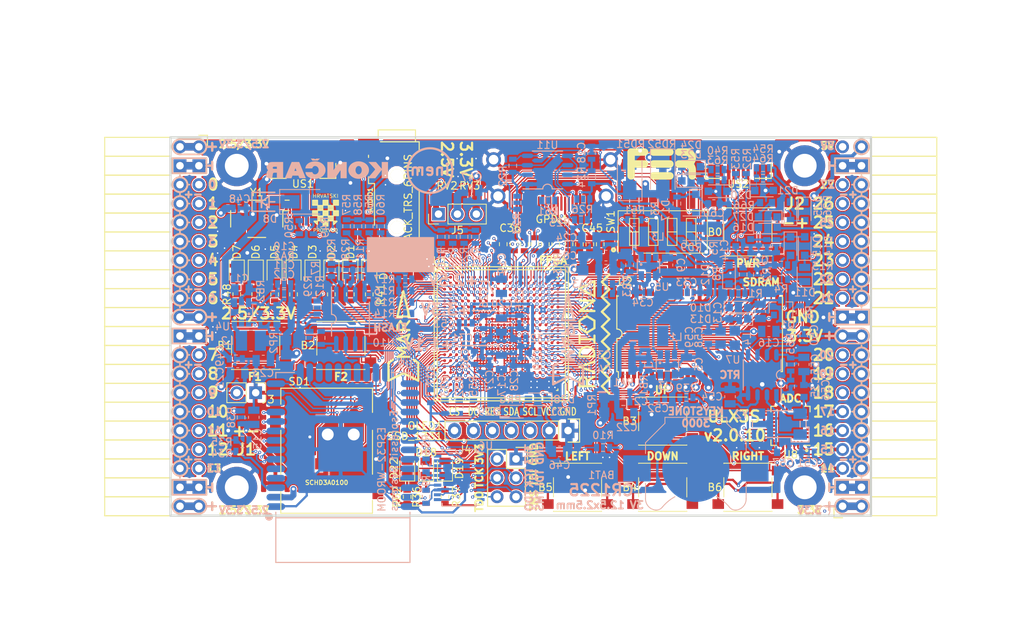
<source format=kicad_pcb>
(kicad_pcb (version 20171130) (host pcbnew 5.0.0+dfsg1-1)
  (layers (0 F.Cu signal) (1 In1.Cu signal) (2 In2.Cu signal) (31 B.Cu signal) (34 B.Paste user) (35 F.Paste user) (36 B.SilkS user) (37 F.SilkS user) (38 B.Mask user) (39 F.Mask user) (44 Edge.Cuts user))
  (net 0 "")
  (net 1 GND)
  (net 2 +5V)
  (net 3 /gpio/IN5V)
  (net 4 /gpio/OUT5V)
  (net 5 +3V3)
  (net 6 BTN_D)
  (net 7 BTN_F1)
  (net 8 BTN_F2)
  (net 9 BTN_L)
  (net 10 BTN_R)
  (net 11 BTN_U)
  (net 12 /power/FB1)
  (net 13 +2V5)
  (net 14 /power/PWREN)
  (net 15 /power/FB3)
  (net 16 /power/FB2)
  (net 17 /power/VBAT)
  (net 18 JTAG_TDI)
  (net 19 JTAG_TCK)
  (net 20 JTAG_TMS)
  (net 21 JTAG_TDO)
  (net 22 /power/WAKEUPn)
  (net 23 /power/WKUP)
  (net 24 /power/SHUT)
  (net 25 /power/WAKE)
  (net 26 /power/HOLD)
  (net 27 /power/WKn)
  (net 28 /power/OSCI_32k)
  (net 29 /power/OSCO_32k)
  (net 30 SHUTDOWN)
  (net 31 GPDI_SDA)
  (net 32 GPDI_SCL)
  (net 33 /gpdi/VREF2)
  (net 34 SD_CMD)
  (net 35 SD_CLK)
  (net 36 SD_D0)
  (net 37 SD_D1)
  (net 38 USB5V)
  (net 39 GPDI_CEC)
  (net 40 nRESET)
  (net 41 FTDI_nDTR)
  (net 42 SDRAM_CKE)
  (net 43 SDRAM_A7)
  (net 44 SDRAM_D15)
  (net 45 SDRAM_BA1)
  (net 46 SDRAM_D7)
  (net 47 SDRAM_A6)
  (net 48 SDRAM_CLK)
  (net 49 SDRAM_D13)
  (net 50 SDRAM_BA0)
  (net 51 SDRAM_D6)
  (net 52 SDRAM_A5)
  (net 53 SDRAM_D14)
  (net 54 SDRAM_A11)
  (net 55 SDRAM_D12)
  (net 56 SDRAM_D5)
  (net 57 SDRAM_A4)
  (net 58 SDRAM_A10)
  (net 59 SDRAM_D11)
  (net 60 SDRAM_A3)
  (net 61 SDRAM_D4)
  (net 62 SDRAM_D10)
  (net 63 SDRAM_D9)
  (net 64 SDRAM_A9)
  (net 65 SDRAM_D3)
  (net 66 SDRAM_D8)
  (net 67 SDRAM_A8)
  (net 68 SDRAM_A2)
  (net 69 SDRAM_A1)
  (net 70 SDRAM_A0)
  (net 71 SDRAM_D2)
  (net 72 SDRAM_D1)
  (net 73 SDRAM_D0)
  (net 74 SDRAM_DQM0)
  (net 75 SDRAM_nCS)
  (net 76 SDRAM_nRAS)
  (net 77 SDRAM_DQM1)
  (net 78 SDRAM_nCAS)
  (net 79 SDRAM_nWE)
  (net 80 /flash/FLASH_nWP)
  (net 81 /flash/FLASH_nHOLD)
  (net 82 /flash/FLASH_MOSI)
  (net 83 /flash/FLASH_MISO)
  (net 84 /flash/FLASH_SCK)
  (net 85 /flash/FLASH_nCS)
  (net 86 /flash/FPGA_PROGRAMN)
  (net 87 /flash/FPGA_DONE)
  (net 88 /flash/FPGA_INITN)
  (net 89 OLED_RES)
  (net 90 OLED_DC)
  (net 91 OLED_CS)
  (net 92 WIFI_EN)
  (net 93 FTDI_nRTS)
  (net 94 FTDI_TXD)
  (net 95 FTDI_RXD)
  (net 96 WIFI_RXD)
  (net 97 WIFI_GPIO0)
  (net 98 WIFI_TXD)
  (net 99 USB_FTDI_D+)
  (net 100 USB_FTDI_D-)
  (net 101 SD_D3)
  (net 102 AUDIO_L3)
  (net 103 AUDIO_L2)
  (net 104 AUDIO_L1)
  (net 105 AUDIO_L0)
  (net 106 AUDIO_R3)
  (net 107 AUDIO_R2)
  (net 108 AUDIO_R1)
  (net 109 AUDIO_R0)
  (net 110 OLED_CLK)
  (net 111 OLED_MOSI)
  (net 112 LED0)
  (net 113 LED1)
  (net 114 LED2)
  (net 115 LED3)
  (net 116 LED4)
  (net 117 LED5)
  (net 118 LED6)
  (net 119 LED7)
  (net 120 BTN_PWRn)
  (net 121 FTDI_nTXLED)
  (net 122 FTDI_nSLEEP)
  (net 123 /blinkey/LED_PWREN)
  (net 124 /blinkey/LED_TXLED)
  (net 125 /sdcard/SD3V3)
  (net 126 SD_D2)
  (net 127 CLK_25MHz)
  (net 128 /blinkey/BTNPUL)
  (net 129 /blinkey/BTNPUR)
  (net 130 USB_FPGA_D+)
  (net 131 /power/FTDI_nSUSPEND)
  (net 132 /blinkey/ALED0)
  (net 133 /blinkey/ALED1)
  (net 134 /blinkey/ALED2)
  (net 135 /blinkey/ALED3)
  (net 136 /blinkey/ALED4)
  (net 137 /blinkey/ALED5)
  (net 138 /blinkey/ALED6)
  (net 139 /blinkey/ALED7)
  (net 140 /usb/FTD-)
  (net 141 /usb/FTD+)
  (net 142 ADC_MISO)
  (net 143 ADC_MOSI)
  (net 144 ADC_CSn)
  (net 145 ADC_SCLK)
  (net 146 SW3)
  (net 147 SW2)
  (net 148 SW1)
  (net 149 USB_FPGA_D-)
  (net 150 /usb/FPD+)
  (net 151 /usb/FPD-)
  (net 152 WIFI_GPIO16)
  (net 153 /usb/ANT_433MHz)
  (net 154 PROG_DONE)
  (net 155 /power/P3V3)
  (net 156 /power/P2V5)
  (net 157 /power/L1)
  (net 158 /power/L3)
  (net 159 /power/L2)
  (net 160 FTDI_TXDEN)
  (net 161 SDRAM_A12)
  (net 162 /analog/AUDIO_V)
  (net 163 AUDIO_V3)
  (net 164 AUDIO_V2)
  (net 165 AUDIO_V1)
  (net 166 AUDIO_V0)
  (net 167 /blinkey/LED_WIFI)
  (net 168 /power/P1V1)
  (net 169 +1V1)
  (net 170 SW4)
  (net 171 /blinkey/SWPU)
  (net 172 /wifi/WIFIEN)
  (net 173 FT2V5)
  (net 174 GN0)
  (net 175 GP0)
  (net 176 GN1)
  (net 177 GP1)
  (net 178 GN2)
  (net 179 GP2)
  (net 180 GN3)
  (net 181 GP3)
  (net 182 GN4)
  (net 183 GP4)
  (net 184 GN5)
  (net 185 GP5)
  (net 186 GN6)
  (net 187 GP6)
  (net 188 GN14)
  (net 189 GP14)
  (net 190 GN15)
  (net 191 GP15)
  (net 192 GN16)
  (net 193 GP16)
  (net 194 GN17)
  (net 195 GP17)
  (net 196 GN18)
  (net 197 GP18)
  (net 198 GN19)
  (net 199 GP19)
  (net 200 GN20)
  (net 201 GP20)
  (net 202 GN21)
  (net 203 GP21)
  (net 204 GN22)
  (net 205 GP22)
  (net 206 GN23)
  (net 207 GP23)
  (net 208 GN24)
  (net 209 GP24)
  (net 210 GN25)
  (net 211 GP25)
  (net 212 GN26)
  (net 213 GP26)
  (net 214 GN27)
  (net 215 GP27)
  (net 216 GN7)
  (net 217 GP7)
  (net 218 GN8)
  (net 219 GP8)
  (net 220 GN9)
  (net 221 GP9)
  (net 222 GN10)
  (net 223 GP10)
  (net 224 GN11)
  (net 225 GP11)
  (net 226 GN12)
  (net 227 GP12)
  (net 228 GN13)
  (net 229 GP13)
  (net 230 WIFI_GPIO5)
  (net 231 WIFI_GPIO17)
  (net 232 USB_FPGA_PULL_D+)
  (net 233 USB_FPGA_PULL_D-)
  (net 234 "Net-(D23-Pad2)")
  (net 235 "Net-(D24-Pad1)")
  (net 236 "Net-(D25-Pad2)")
  (net 237 "Net-(D26-Pad1)")
  (net 238 /gpdi/GPDI_ETH+)
  (net 239 FPDI_ETH+)
  (net 240 /gpdi/GPDI_ETH-)
  (net 241 FPDI_ETH-)
  (net 242 /gpdi/GPDI_D2-)
  (net 243 FPDI_D2-)
  (net 244 /gpdi/GPDI_D1-)
  (net 245 FPDI_D1-)
  (net 246 /gpdi/GPDI_D0-)
  (net 247 FPDI_D0-)
  (net 248 /gpdi/GPDI_CLK-)
  (net 249 FPDI_CLK-)
  (net 250 /gpdi/GPDI_D2+)
  (net 251 FPDI_D2+)
  (net 252 /gpdi/GPDI_D1+)
  (net 253 FPDI_D1+)
  (net 254 /gpdi/GPDI_D0+)
  (net 255 FPDI_D0+)
  (net 256 /gpdi/GPDI_CLK+)
  (net 257 FPDI_CLK+)
  (net 258 FPDI_SDA)
  (net 259 FPDI_SCL)
  (net 260 /gpdi/FPDI_CEC)
  (net 261 2V5_3V3)
  (net 262 /usb/US2VBUS)
  (net 263 /power/SHD)
  (net 264 /power/RTCVDD)
  (net 265 "Net-(D27-Pad2)")
  (net 266 US2_ID)
  (net 267 /analog/AUDIO_L)
  (net 268 /analog/AUDIO_R)
  (net 269 /analog/ADC3V3)
  (net 270 PWRBTn)
  (net 271 USER_PROGRAMN)
  (module lfe5bg381:BGA-381_pitch0.8mm_dia0.4mm (layer F.Cu) (at 138.48 87.8)
    (fp_text reference U1 (at -8.2 -9.8) (layer F.SilkS))
    (fp_text value LFE5U-85F-6BG381C)
    (pad Y19 smd circle (at 6.8 7.6) (size 0.4 0.4) (layers F.Cu F.Paste F.Mask) (net 1 GND))
    (pad Y17 smd circle (at 5.2 7.6) (size 0.4 0.4) (layers F.Cu F.Paste F.Mask) (net 1 GND))
    (pad Y16 smd circle (at 4.4 7.6) (size 0.4 0.4) (layers F.Cu F.Paste F.Mask) (net 1 GND))
    (pad Y15 smd circle (at 3.6 7.6) (size 0.4 0.4) (layers F.Cu F.Paste F.Mask) (net 1 GND))
    (pad Y14 smd circle (at 2.8 7.6) (size 0.4 0.4) (layers F.Cu F.Paste F.Mask) (net 1 GND))
    (pad Y12 smd circle (at 1.2 7.6) (size 0.4 0.4) (layers F.Cu F.Paste F.Mask) (net 1 GND))
    (pad Y11 smd circle (at 0.4 7.6) (size 0.4 0.4) (layers F.Cu F.Paste F.Mask) (net 1 GND))
    (pad Y8 smd circle (at -2 7.6) (size 0.4 0.4) (layers F.Cu F.Paste F.Mask) (net 1 GND))
    (pad Y7 smd circle (at -2.8 7.6) (size 0.4 0.4) (layers F.Cu F.Paste F.Mask) (net 1 GND))
    (pad Y6 smd circle (at -3.6 7.6) (size 0.4 0.4) (layers F.Cu F.Paste F.Mask) (net 1 GND))
    (pad Y5 smd circle (at -4.4 7.6) (size 0.4 0.4) (layers F.Cu F.Paste F.Mask) (net 1 GND))
    (pad Y3 smd circle (at -6 7.6) (size 0.4 0.4) (layers F.Cu F.Paste F.Mask) (net 87 /flash/FPGA_DONE))
    (pad Y2 smd circle (at -6.8 7.6) (size 0.4 0.4) (layers F.Cu F.Paste F.Mask) (net 80 /flash/FLASH_nWP))
    (pad W20 smd circle (at 7.6 6.8) (size 0.4 0.4) (layers F.Cu F.Paste F.Mask) (net 1 GND))
    (pad W19 smd circle (at 6.8 6.8) (size 0.4 0.4) (layers F.Cu F.Paste F.Mask) (net 1 GND))
    (pad W18 smd circle (at 6 6.8) (size 0.4 0.4) (layers F.Cu F.Paste F.Mask))
    (pad W17 smd circle (at 5.2 6.8) (size 0.4 0.4) (layers F.Cu F.Paste F.Mask))
    (pad W16 smd circle (at 4.4 6.8) (size 0.4 0.4) (layers F.Cu F.Paste F.Mask) (net 1 GND))
    (pad W15 smd circle (at 3.6 6.8) (size 0.4 0.4) (layers F.Cu F.Paste F.Mask) (net 1 GND))
    (pad W14 smd circle (at 2.8 6.8) (size 0.4 0.4) (layers F.Cu F.Paste F.Mask))
    (pad W13 smd circle (at 2 6.8) (size 0.4 0.4) (layers F.Cu F.Paste F.Mask))
    (pad W12 smd circle (at 1.2 6.8) (size 0.4 0.4) (layers F.Cu F.Paste F.Mask) (net 1 GND))
    (pad W11 smd circle (at 0.4 6.8) (size 0.4 0.4) (layers F.Cu F.Paste F.Mask))
    (pad W10 smd circle (at -0.4 6.8) (size 0.4 0.4) (layers F.Cu F.Paste F.Mask))
    (pad W9 smd circle (at -1.2 6.8) (size 0.4 0.4) (layers F.Cu F.Paste F.Mask))
    (pad W8 smd circle (at -2 6.8) (size 0.4 0.4) (layers F.Cu F.Paste F.Mask))
    (pad W7 smd circle (at -2.8 6.8) (size 0.4 0.4) (layers F.Cu F.Paste F.Mask) (net 1 GND))
    (pad W6 smd circle (at -3.6 6.8) (size 0.4 0.4) (layers F.Cu F.Paste F.Mask) (net 1 GND))
    (pad W5 smd circle (at -4.4 6.8) (size 0.4 0.4) (layers F.Cu F.Paste F.Mask))
    (pad W4 smd circle (at -5.2 6.8) (size 0.4 0.4) (layers F.Cu F.Paste F.Mask))
    (pad W3 smd circle (at -6 6.8) (size 0.4 0.4) (layers F.Cu F.Paste F.Mask) (net 86 /flash/FPGA_PROGRAMN))
    (pad W2 smd circle (at -6.8 6.8) (size 0.4 0.4) (layers F.Cu F.Paste F.Mask) (net 82 /flash/FLASH_MOSI))
    (pad W1 smd circle (at -7.6 6.8) (size 0.4 0.4) (layers F.Cu F.Paste F.Mask) (net 81 /flash/FLASH_nHOLD))
    (pad V20 smd circle (at 7.6 6) (size 0.4 0.4) (layers F.Cu F.Paste F.Mask) (net 1 GND))
    (pad V19 smd circle (at 6.8 6) (size 0.4 0.4) (layers F.Cu F.Paste F.Mask) (net 1 GND))
    (pad V18 smd circle (at 6 6) (size 0.4 0.4) (layers F.Cu F.Paste F.Mask) (net 1 GND))
    (pad V17 smd circle (at 5.2 6) (size 0.4 0.4) (layers F.Cu F.Paste F.Mask) (net 1 GND))
    (pad V16 smd circle (at 4.4 6) (size 0.4 0.4) (layers F.Cu F.Paste F.Mask) (net 1 GND))
    (pad V15 smd circle (at 3.6 6) (size 0.4 0.4) (layers F.Cu F.Paste F.Mask) (net 1 GND))
    (pad V14 smd circle (at 2.8 6) (size 0.4 0.4) (layers F.Cu F.Paste F.Mask) (net 1 GND))
    (pad V13 smd circle (at 2 6) (size 0.4 0.4) (layers F.Cu F.Paste F.Mask) (net 1 GND))
    (pad V12 smd circle (at 1.2 6) (size 0.4 0.4) (layers F.Cu F.Paste F.Mask) (net 1 GND))
    (pad V11 smd circle (at 0.4 6) (size 0.4 0.4) (layers F.Cu F.Paste F.Mask) (net 1 GND))
    (pad V10 smd circle (at -0.4 6) (size 0.4 0.4) (layers F.Cu F.Paste F.Mask) (net 1 GND))
    (pad V9 smd circle (at -1.2 6) (size 0.4 0.4) (layers F.Cu F.Paste F.Mask) (net 1 GND))
    (pad V8 smd circle (at -2 6) (size 0.4 0.4) (layers F.Cu F.Paste F.Mask) (net 1 GND))
    (pad V7 smd circle (at -2.8 6) (size 0.4 0.4) (layers F.Cu F.Paste F.Mask) (net 1 GND))
    (pad V6 smd circle (at -3.6 6) (size 0.4 0.4) (layers F.Cu F.Paste F.Mask) (net 1 GND))
    (pad V5 smd circle (at -4.4 6) (size 0.4 0.4) (layers F.Cu F.Paste F.Mask) (net 1 GND))
    (pad V4 smd circle (at -5.2 6) (size 0.4 0.4) (layers F.Cu F.Paste F.Mask) (net 21 JTAG_TDO))
    (pad V3 smd circle (at -6 6) (size 0.4 0.4) (layers F.Cu F.Paste F.Mask) (net 88 /flash/FPGA_INITN))
    (pad V2 smd circle (at -6.8 6) (size 0.4 0.4) (layers F.Cu F.Paste F.Mask) (net 83 /flash/FLASH_MISO))
    (pad V1 smd circle (at -7.6 6) (size 0.4 0.4) (layers F.Cu F.Paste F.Mask) (net 6 BTN_D))
    (pad U20 smd circle (at 7.6 5.2) (size 0.4 0.4) (layers F.Cu F.Paste F.Mask) (net 46 SDRAM_D7))
    (pad U19 smd circle (at 6.8 5.2) (size 0.4 0.4) (layers F.Cu F.Paste F.Mask) (net 74 SDRAM_DQM0))
    (pad U18 smd circle (at 6 5.2) (size 0.4 0.4) (layers F.Cu F.Paste F.Mask) (net 189 GP14))
    (pad U17 smd circle (at 5.2 5.2) (size 0.4 0.4) (layers F.Cu F.Paste F.Mask) (net 188 GN14))
    (pad U16 smd circle (at 4.4 5.2) (size 0.4 0.4) (layers F.Cu F.Paste F.Mask) (net 142 ADC_MISO))
    (pad U15 smd circle (at 3.6 5.2) (size 0.4 0.4) (layers F.Cu F.Paste F.Mask) (net 1 GND))
    (pad U14 smd circle (at 2.8 5.2) (size 0.4 0.4) (layers F.Cu F.Paste F.Mask) (net 1 GND))
    (pad U13 smd circle (at 2 5.2) (size 0.4 0.4) (layers F.Cu F.Paste F.Mask) (net 1 GND))
    (pad U12 smd circle (at 1.2 5.2) (size 0.4 0.4) (layers F.Cu F.Paste F.Mask) (net 1 GND))
    (pad U11 smd circle (at 0.4 5.2) (size 0.4 0.4) (layers F.Cu F.Paste F.Mask) (net 1 GND))
    (pad U10 smd circle (at -0.4 5.2) (size 0.4 0.4) (layers F.Cu F.Paste F.Mask) (net 1 GND))
    (pad U9 smd circle (at -1.2 5.2) (size 0.4 0.4) (layers F.Cu F.Paste F.Mask) (net 1 GND))
    (pad U8 smd circle (at -2 5.2) (size 0.4 0.4) (layers F.Cu F.Paste F.Mask) (net 1 GND))
    (pad U7 smd circle (at -2.8 5.2) (size 0.4 0.4) (layers F.Cu F.Paste F.Mask) (net 1 GND))
    (pad U6 smd circle (at -3.6 5.2) (size 0.4 0.4) (layers F.Cu F.Paste F.Mask) (net 1 GND))
    (pad U5 smd circle (at -4.4 5.2) (size 0.4 0.4) (layers F.Cu F.Paste F.Mask) (net 20 JTAG_TMS))
    (pad U4 smd circle (at -5.2 5.2) (size 0.4 0.4) (layers F.Cu F.Paste F.Mask) (net 1 GND))
    (pad U3 smd circle (at -6 5.2) (size 0.4 0.4) (layers F.Cu F.Paste F.Mask) (net 84 /flash/FLASH_SCK))
    (pad U2 smd circle (at -6.8 5.2) (size 0.4 0.4) (layers F.Cu F.Paste F.Mask) (net 5 +3V3))
    (pad U1 smd circle (at -7.6 5.2) (size 0.4 0.4) (layers F.Cu F.Paste F.Mask) (net 9 BTN_L))
    (pad T20 smd circle (at 7.6 4.4) (size 0.4 0.4) (layers F.Cu F.Paste F.Mask) (net 79 SDRAM_nWE))
    (pad T19 smd circle (at 6.8 4.4) (size 0.4 0.4) (layers F.Cu F.Paste F.Mask) (net 78 SDRAM_nCAS))
    (pad T18 smd circle (at 6 4.4) (size 0.4 0.4) (layers F.Cu F.Paste F.Mask) (net 56 SDRAM_D5))
    (pad T17 smd circle (at 5.2 4.4) (size 0.4 0.4) (layers F.Cu F.Paste F.Mask) (net 51 SDRAM_D6))
    (pad T16 smd circle (at 4.4 4.4) (size 0.4 0.4) (layers F.Cu F.Paste F.Mask))
    (pad T15 smd circle (at 3.6 4.4) (size 0.4 0.4) (layers F.Cu F.Paste F.Mask) (net 1 GND))
    (pad T14 smd circle (at 2.8 4.4) (size 0.4 0.4) (layers F.Cu F.Paste F.Mask) (net 1 GND))
    (pad T13 smd circle (at 2 4.4) (size 0.4 0.4) (layers F.Cu F.Paste F.Mask) (net 1 GND))
    (pad T12 smd circle (at 1.2 4.4) (size 0.4 0.4) (layers F.Cu F.Paste F.Mask) (net 1 GND))
    (pad T11 smd circle (at 0.4 4.4) (size 0.4 0.4) (layers F.Cu F.Paste F.Mask) (net 1 GND))
    (pad T10 smd circle (at -0.4 4.4) (size 0.4 0.4) (layers F.Cu F.Paste F.Mask) (net 1 GND))
    (pad T9 smd circle (at -1.2 4.4) (size 0.4 0.4) (layers F.Cu F.Paste F.Mask) (net 1 GND))
    (pad T8 smd circle (at -2 4.4) (size 0.4 0.4) (layers F.Cu F.Paste F.Mask) (net 1 GND))
    (pad T7 smd circle (at -2.8 4.4) (size 0.4 0.4) (layers F.Cu F.Paste F.Mask) (net 1 GND))
    (pad T6 smd circle (at -3.6 4.4) (size 0.4 0.4) (layers F.Cu F.Paste F.Mask) (net 1 GND))
    (pad T5 smd circle (at -4.4 4.4) (size 0.4 0.4) (layers F.Cu F.Paste F.Mask) (net 19 JTAG_TCK))
    (pad T4 smd circle (at -5.2 4.4) (size 0.4 0.4) (layers F.Cu F.Paste F.Mask) (net 5 +3V3))
    (pad T3 smd circle (at -6 4.4) (size 0.4 0.4) (layers F.Cu F.Paste F.Mask) (net 5 +3V3))
    (pad T2 smd circle (at -6.8 4.4) (size 0.4 0.4) (layers F.Cu F.Paste F.Mask) (net 5 +3V3))
    (pad T1 smd circle (at -7.6 4.4) (size 0.4 0.4) (layers F.Cu F.Paste F.Mask) (net 8 BTN_F2))
    (pad R20 smd circle (at 7.6 3.6) (size 0.4 0.4) (layers F.Cu F.Paste F.Mask) (net 76 SDRAM_nRAS))
    (pad R19 smd circle (at 6.8 3.6) (size 0.4 0.4) (layers F.Cu F.Paste F.Mask) (net 1 GND))
    (pad R18 smd circle (at 6 3.6) (size 0.4 0.4) (layers F.Cu F.Paste F.Mask) (net 11 BTN_U))
    (pad R17 smd circle (at 5.2 3.6) (size 0.4 0.4) (layers F.Cu F.Paste F.Mask) (net 144 ADC_CSn))
    (pad R16 smd circle (at 4.4 3.6) (size 0.4 0.4) (layers F.Cu F.Paste F.Mask) (net 143 ADC_MOSI))
    (pad R5 smd circle (at -4.4 3.6) (size 0.4 0.4) (layers F.Cu F.Paste F.Mask) (net 18 JTAG_TDI))
    (pad R4 smd circle (at -5.2 3.6) (size 0.4 0.4) (layers F.Cu F.Paste F.Mask) (net 1 GND))
    (pad R3 smd circle (at -6 3.6) (size 0.4 0.4) (layers F.Cu F.Paste F.Mask))
    (pad R2 smd circle (at -6.8 3.6) (size 0.4 0.4) (layers F.Cu F.Paste F.Mask) (net 85 /flash/FLASH_nCS))
    (pad R1 smd circle (at -7.6 3.6) (size 0.4 0.4) (layers F.Cu F.Paste F.Mask) (net 7 BTN_F1))
    (pad P20 smd circle (at 7.6 2.8) (size 0.4 0.4) (layers F.Cu F.Paste F.Mask) (net 75 SDRAM_nCS))
    (pad P19 smd circle (at 6.8 2.8) (size 0.4 0.4) (layers F.Cu F.Paste F.Mask) (net 50 SDRAM_BA0))
    (pad P18 smd circle (at 6 2.8) (size 0.4 0.4) (layers F.Cu F.Paste F.Mask) (net 61 SDRAM_D4))
    (pad P17 smd circle (at 5.2 2.8) (size 0.4 0.4) (layers F.Cu F.Paste F.Mask) (net 145 ADC_SCLK))
    (pad P16 smd circle (at 4.4 2.8) (size 0.4 0.4) (layers F.Cu F.Paste F.Mask) (net 190 GN15))
    (pad P15 smd circle (at 3.6 2.8) (size 0.4 0.4) (layers F.Cu F.Paste F.Mask) (net 13 +2V5))
    (pad P14 smd circle (at 2.8 2.8) (size 0.4 0.4) (layers F.Cu F.Paste F.Mask) (net 1 GND))
    (pad P13 smd circle (at 2 2.8) (size 0.4 0.4) (layers F.Cu F.Paste F.Mask) (net 1 GND))
    (pad P12 smd circle (at 1.2 2.8) (size 0.4 0.4) (layers F.Cu F.Paste F.Mask) (net 1 GND))
    (pad P11 smd circle (at 0.4 2.8) (size 0.4 0.4) (layers F.Cu F.Paste F.Mask) (net 1 GND))
    (pad P10 smd circle (at -0.4 2.8) (size 0.4 0.4) (layers F.Cu F.Paste F.Mask) (net 5 +3V3))
    (pad P9 smd circle (at -1.2 2.8) (size 0.4 0.4) (layers F.Cu F.Paste F.Mask) (net 5 +3V3))
    (pad P8 smd circle (at -2 2.8) (size 0.4 0.4) (layers F.Cu F.Paste F.Mask) (net 1 GND))
    (pad P7 smd circle (at -2.8 2.8) (size 0.4 0.4) (layers F.Cu F.Paste F.Mask) (net 1 GND))
    (pad P6 smd circle (at -3.6 2.8) (size 0.4 0.4) (layers F.Cu F.Paste F.Mask) (net 13 +2V5))
    (pad P5 smd circle (at -4.4 2.8) (size 0.4 0.4) (layers F.Cu F.Paste F.Mask))
    (pad P4 smd circle (at -5.2 2.8) (size 0.4 0.4) (layers F.Cu F.Paste F.Mask) (net 110 OLED_CLK))
    (pad P3 smd circle (at -6 2.8) (size 0.4 0.4) (layers F.Cu F.Paste F.Mask) (net 111 OLED_MOSI))
    (pad P2 smd circle (at -6.8 2.8) (size 0.4 0.4) (layers F.Cu F.Paste F.Mask) (net 89 OLED_RES))
    (pad P1 smd circle (at -7.6 2.8) (size 0.4 0.4) (layers F.Cu F.Paste F.Mask) (net 90 OLED_DC))
    (pad N20 smd circle (at 7.6 2) (size 0.4 0.4) (layers F.Cu F.Paste F.Mask) (net 45 SDRAM_BA1))
    (pad N19 smd circle (at 6.8 2) (size 0.4 0.4) (layers F.Cu F.Paste F.Mask) (net 58 SDRAM_A10))
    (pad N18 smd circle (at 6 2) (size 0.4 0.4) (layers F.Cu F.Paste F.Mask) (net 65 SDRAM_D3))
    (pad N17 smd circle (at 5.2 2) (size 0.4 0.4) (layers F.Cu F.Paste F.Mask) (net 191 GP15))
    (pad N16 smd circle (at 4.4 2) (size 0.4 0.4) (layers F.Cu F.Paste F.Mask) (net 193 GP16))
    (pad N15 smd circle (at 3.6 2) (size 0.4 0.4) (layers F.Cu F.Paste F.Mask) (net 1 GND))
    (pad N14 smd circle (at 2.8 2) (size 0.4 0.4) (layers F.Cu F.Paste F.Mask) (net 1 GND))
    (pad N13 smd circle (at 2 2) (size 0.4 0.4) (layers F.Cu F.Paste F.Mask) (net 169 +1V1))
    (pad N12 smd circle (at 1.2 2) (size 0.4 0.4) (layers F.Cu F.Paste F.Mask) (net 169 +1V1))
    (pad N11 smd circle (at 0.4 2) (size 0.4 0.4) (layers F.Cu F.Paste F.Mask) (net 169 +1V1))
    (pad N10 smd circle (at -0.4 2) (size 0.4 0.4) (layers F.Cu F.Paste F.Mask) (net 169 +1V1))
    (pad N9 smd circle (at -1.2 2) (size 0.4 0.4) (layers F.Cu F.Paste F.Mask) (net 169 +1V1))
    (pad N8 smd circle (at -2 2) (size 0.4 0.4) (layers F.Cu F.Paste F.Mask) (net 169 +1V1))
    (pad N7 smd circle (at -2.8 2) (size 0.4 0.4) (layers F.Cu F.Paste F.Mask) (net 1 GND))
    (pad N6 smd circle (at -3.6 2) (size 0.4 0.4) (layers F.Cu F.Paste F.Mask) (net 1 GND))
    (pad N5 smd circle (at -4.4 2) (size 0.4 0.4) (layers F.Cu F.Paste F.Mask))
    (pad N4 smd circle (at -5.2 2) (size 0.4 0.4) (layers F.Cu F.Paste F.Mask) (net 230 WIFI_GPIO5))
    (pad N3 smd circle (at -6 2) (size 0.4 0.4) (layers F.Cu F.Paste F.Mask) (net 231 WIFI_GPIO17))
    (pad N2 smd circle (at -6.8 2) (size 0.4 0.4) (layers F.Cu F.Paste F.Mask) (net 91 OLED_CS))
    (pad N1 smd circle (at -7.6 2) (size 0.4 0.4) (layers F.Cu F.Paste F.Mask) (net 41 FTDI_nDTR))
    (pad M20 smd circle (at 7.6 1.2) (size 0.4 0.4) (layers F.Cu F.Paste F.Mask) (net 70 SDRAM_A0))
    (pad M19 smd circle (at 6.8 1.2) (size 0.4 0.4) (layers F.Cu F.Paste F.Mask) (net 69 SDRAM_A1))
    (pad M18 smd circle (at 6 1.2) (size 0.4 0.4) (layers F.Cu F.Paste F.Mask) (net 71 SDRAM_D2))
    (pad M17 smd circle (at 5.2 1.2) (size 0.4 0.4) (layers F.Cu F.Paste F.Mask) (net 192 GN16))
    (pad M16 smd circle (at 4.4 1.2) (size 0.4 0.4) (layers F.Cu F.Paste F.Mask) (net 1 GND))
    (pad M15 smd circle (at 3.6 1.2) (size 0.4 0.4) (layers F.Cu F.Paste F.Mask) (net 5 +3V3))
    (pad M14 smd circle (at 2.8 1.2) (size 0.4 0.4) (layers F.Cu F.Paste F.Mask) (net 1 GND))
    (pad M13 smd circle (at 2 1.2) (size 0.4 0.4) (layers F.Cu F.Paste F.Mask) (net 169 +1V1))
    (pad M12 smd circle (at 1.2 1.2) (size 0.4 0.4) (layers F.Cu F.Paste F.Mask) (net 1 GND))
    (pad M11 smd circle (at 0.4 1.2) (size 0.4 0.4) (layers F.Cu F.Paste F.Mask) (net 1 GND))
    (pad M10 smd circle (at -0.4 1.2) (size 0.4 0.4) (layers F.Cu F.Paste F.Mask) (net 1 GND))
    (pad M9 smd circle (at -1.2 1.2) (size 0.4 0.4) (layers F.Cu F.Paste F.Mask) (net 1 GND))
    (pad M8 smd circle (at -2 1.2) (size 0.4 0.4) (layers F.Cu F.Paste F.Mask) (net 169 +1V1))
    (pad M7 smd circle (at -2.8 1.2) (size 0.4 0.4) (layers F.Cu F.Paste F.Mask) (net 1 GND))
    (pad M6 smd circle (at -3.6 1.2) (size 0.4 0.4) (layers F.Cu F.Paste F.Mask) (net 5 +3V3))
    (pad M5 smd circle (at -4.4 1.2) (size 0.4 0.4) (layers F.Cu F.Paste F.Mask))
    (pad M4 smd circle (at -5.2 1.2) (size 0.4 0.4) (layers F.Cu F.Paste F.Mask) (net 271 USER_PROGRAMN))
    (pad M3 smd circle (at -6 1.2) (size 0.4 0.4) (layers F.Cu F.Paste F.Mask) (net 93 FTDI_nRTS))
    (pad M2 smd circle (at -6.8 1.2) (size 0.4 0.4) (layers F.Cu F.Paste F.Mask) (net 1 GND))
    (pad M1 smd circle (at -7.6 1.2) (size 0.4 0.4) (layers F.Cu F.Paste F.Mask) (net 94 FTDI_TXD))
    (pad L20 smd circle (at 7.6 0.4) (size 0.4 0.4) (layers F.Cu F.Paste F.Mask) (net 68 SDRAM_A2))
    (pad L19 smd circle (at 6.8 0.4) (size 0.4 0.4) (layers F.Cu F.Paste F.Mask) (net 60 SDRAM_A3))
    (pad L18 smd circle (at 6 0.4) (size 0.4 0.4) (layers F.Cu F.Paste F.Mask) (net 72 SDRAM_D1))
    (pad L17 smd circle (at 5.2 0.4) (size 0.4 0.4) (layers F.Cu F.Paste F.Mask) (net 194 GN17))
    (pad L16 smd circle (at 4.4 0.4) (size 0.4 0.4) (layers F.Cu F.Paste F.Mask) (net 195 GP17))
    (pad L15 smd circle (at 3.6 0.4) (size 0.4 0.4) (layers F.Cu F.Paste F.Mask) (net 5 +3V3))
    (pad L14 smd circle (at 2.8 0.4) (size 0.4 0.4) (layers F.Cu F.Paste F.Mask) (net 5 +3V3))
    (pad L13 smd circle (at 2 0.4) (size 0.4 0.4) (layers F.Cu F.Paste F.Mask) (net 169 +1V1))
    (pad L12 smd circle (at 1.2 0.4) (size 0.4 0.4) (layers F.Cu F.Paste F.Mask) (net 1 GND))
    (pad L11 smd circle (at 0.4 0.4) (size 0.4 0.4) (layers F.Cu F.Paste F.Mask) (net 1 GND))
    (pad L10 smd circle (at -0.4 0.4) (size 0.4 0.4) (layers F.Cu F.Paste F.Mask) (net 1 GND))
    (pad L9 smd circle (at -1.2 0.4) (size 0.4 0.4) (layers F.Cu F.Paste F.Mask) (net 1 GND))
    (pad L8 smd circle (at -2 0.4) (size 0.4 0.4) (layers F.Cu F.Paste F.Mask) (net 169 +1V1))
    (pad L7 smd circle (at -2.8 0.4) (size 0.4 0.4) (layers F.Cu F.Paste F.Mask) (net 5 +3V3))
    (pad L6 smd circle (at -3.6 0.4) (size 0.4 0.4) (layers F.Cu F.Paste F.Mask) (net 5 +3V3))
    (pad L5 smd circle (at -4.4 0.4) (size 0.4 0.4) (layers F.Cu F.Paste F.Mask))
    (pad L4 smd circle (at -5.2 0.4) (size 0.4 0.4) (layers F.Cu F.Paste F.Mask) (net 95 FTDI_RXD))
    (pad L3 smd circle (at -6 0.4) (size 0.4 0.4) (layers F.Cu F.Paste F.Mask) (net 160 FTDI_TXDEN))
    (pad L2 smd circle (at -6.8 0.4) (size 0.4 0.4) (layers F.Cu F.Paste F.Mask) (net 97 WIFI_GPIO0))
    (pad L1 smd circle (at -7.6 0.4) (size 0.4 0.4) (layers F.Cu F.Paste F.Mask) (net 152 WIFI_GPIO16))
    (pad K20 smd circle (at 7.6 -0.4) (size 0.4 0.4) (layers F.Cu F.Paste F.Mask) (net 57 SDRAM_A4))
    (pad K19 smd circle (at 6.8 -0.4) (size 0.4 0.4) (layers F.Cu F.Paste F.Mask) (net 52 SDRAM_A5))
    (pad K18 smd circle (at 6 -0.4) (size 0.4 0.4) (layers F.Cu F.Paste F.Mask) (net 47 SDRAM_A6))
    (pad K17 smd circle (at 5.2 -0.4) (size 0.4 0.4) (layers F.Cu F.Paste F.Mask))
    (pad K16 smd circle (at 4.4 -0.4) (size 0.4 0.4) (layers F.Cu F.Paste F.Mask))
    (pad K15 smd circle (at 3.6 -0.4) (size 0.4 0.4) (layers F.Cu F.Paste F.Mask) (net 1 GND))
    (pad K14 smd circle (at 2.8 -0.4) (size 0.4 0.4) (layers F.Cu F.Paste F.Mask) (net 1 GND))
    (pad K13 smd circle (at 2 -0.4) (size 0.4 0.4) (layers F.Cu F.Paste F.Mask) (net 169 +1V1))
    (pad K12 smd circle (at 1.2 -0.4) (size 0.4 0.4) (layers F.Cu F.Paste F.Mask) (net 1 GND))
    (pad K11 smd circle (at 0.4 -0.4) (size 0.4 0.4) (layers F.Cu F.Paste F.Mask) (net 1 GND))
    (pad K10 smd circle (at -0.4 -0.4) (size 0.4 0.4) (layers F.Cu F.Paste F.Mask) (net 1 GND))
    (pad K9 smd circle (at -1.2 -0.4) (size 0.4 0.4) (layers F.Cu F.Paste F.Mask) (net 1 GND))
    (pad K8 smd circle (at -2 -0.4) (size 0.4 0.4) (layers F.Cu F.Paste F.Mask) (net 169 +1V1))
    (pad K7 smd circle (at -2.8 -0.4) (size 0.4 0.4) (layers F.Cu F.Paste F.Mask) (net 1 GND))
    (pad K6 smd circle (at -3.6 -0.4) (size 0.4 0.4) (layers F.Cu F.Paste F.Mask) (net 1 GND))
    (pad K5 smd circle (at -4.4 -0.4) (size 0.4 0.4) (layers F.Cu F.Paste F.Mask))
    (pad K4 smd circle (at -5.2 -0.4) (size 0.4 0.4) (layers F.Cu F.Paste F.Mask) (net 98 WIFI_TXD))
    (pad K3 smd circle (at -6 -0.4) (size 0.4 0.4) (layers F.Cu F.Paste F.Mask) (net 96 WIFI_RXD))
    (pad K2 smd circle (at -6.8 -0.4) (size 0.4 0.4) (layers F.Cu F.Paste F.Mask) (net 101 SD_D3))
    (pad K1 smd circle (at -7.6 -0.4) (size 0.4 0.4) (layers F.Cu F.Paste F.Mask) (net 126 SD_D2))
    (pad J20 smd circle (at 7.6 -1.2) (size 0.4 0.4) (layers F.Cu F.Paste F.Mask) (net 43 SDRAM_A7))
    (pad J19 smd circle (at 6.8 -1.2) (size 0.4 0.4) (layers F.Cu F.Paste F.Mask) (net 67 SDRAM_A8))
    (pad J18 smd circle (at 6 -1.2) (size 0.4 0.4) (layers F.Cu F.Paste F.Mask) (net 53 SDRAM_D14))
    (pad J17 smd circle (at 5.2 -1.2) (size 0.4 0.4) (layers F.Cu F.Paste F.Mask) (net 44 SDRAM_D15))
    (pad J16 smd circle (at 4.4 -1.2) (size 0.4 0.4) (layers F.Cu F.Paste F.Mask) (net 73 SDRAM_D0))
    (pad J15 smd circle (at 3.6 -1.2) (size 0.4 0.4) (layers F.Cu F.Paste F.Mask) (net 5 +3V3))
    (pad J14 smd circle (at 2.8 -1.2) (size 0.4 0.4) (layers F.Cu F.Paste F.Mask) (net 1 GND))
    (pad J13 smd circle (at 2 -1.2) (size 0.4 0.4) (layers F.Cu F.Paste F.Mask) (net 169 +1V1))
    (pad J12 smd circle (at 1.2 -1.2) (size 0.4 0.4) (layers F.Cu F.Paste F.Mask) (net 1 GND))
    (pad J11 smd circle (at 0.4 -1.2) (size 0.4 0.4) (layers F.Cu F.Paste F.Mask) (net 1 GND))
    (pad J10 smd circle (at -0.4 -1.2) (size 0.4 0.4) (layers F.Cu F.Paste F.Mask) (net 1 GND))
    (pad J9 smd circle (at -1.2 -1.2) (size 0.4 0.4) (layers F.Cu F.Paste F.Mask) (net 1 GND))
    (pad J8 smd circle (at -2 -1.2) (size 0.4 0.4) (layers F.Cu F.Paste F.Mask) (net 169 +1V1))
    (pad J7 smd circle (at -2.8 -1.2) (size 0.4 0.4) (layers F.Cu F.Paste F.Mask) (net 1 GND))
    (pad J6 smd circle (at -3.6 -1.2) (size 0.4 0.4) (layers F.Cu F.Paste F.Mask) (net 261 2V5_3V3))
    (pad J5 smd circle (at -4.4 -1.2) (size 0.4 0.4) (layers F.Cu F.Paste F.Mask))
    (pad J4 smd circle (at -5.2 -1.2) (size 0.4 0.4) (layers F.Cu F.Paste F.Mask))
    (pad J3 smd circle (at -6 -1.2) (size 0.4 0.4) (layers F.Cu F.Paste F.Mask) (net 36 SD_D0))
    (pad J2 smd circle (at -6.8 -1.2) (size 0.4 0.4) (layers F.Cu F.Paste F.Mask) (net 1 GND))
    (pad J1 smd circle (at -7.6 -1.2) (size 0.4 0.4) (layers F.Cu F.Paste F.Mask) (net 34 SD_CMD))
    (pad H20 smd circle (at 7.6 -2) (size 0.4 0.4) (layers F.Cu F.Paste F.Mask) (net 64 SDRAM_A9))
    (pad H19 smd circle (at 6.8 -2) (size 0.4 0.4) (layers F.Cu F.Paste F.Mask) (net 1 GND))
    (pad H18 smd circle (at 6 -2) (size 0.4 0.4) (layers F.Cu F.Paste F.Mask) (net 197 GP18))
    (pad H17 smd circle (at 5.2 -2) (size 0.4 0.4) (layers F.Cu F.Paste F.Mask) (net 196 GN18))
    (pad H16 smd circle (at 4.4 -2) (size 0.4 0.4) (layers F.Cu F.Paste F.Mask) (net 10 BTN_R))
    (pad H15 smd circle (at 3.6 -2) (size 0.4 0.4) (layers F.Cu F.Paste F.Mask) (net 5 +3V3))
    (pad H14 smd circle (at 2.8 -2) (size 0.4 0.4) (layers F.Cu F.Paste F.Mask) (net 5 +3V3))
    (pad H13 smd circle (at 2 -2) (size 0.4 0.4) (layers F.Cu F.Paste F.Mask) (net 169 +1V1))
    (pad H12 smd circle (at 1.2 -2) (size 0.4 0.4) (layers F.Cu F.Paste F.Mask) (net 169 +1V1))
    (pad H11 smd circle (at 0.4 -2) (size 0.4 0.4) (layers F.Cu F.Paste F.Mask) (net 169 +1V1))
    (pad H10 smd circle (at -0.4 -2) (size 0.4 0.4) (layers F.Cu F.Paste F.Mask) (net 169 +1V1))
    (pad H9 smd circle (at -1.2 -2) (size 0.4 0.4) (layers F.Cu F.Paste F.Mask) (net 169 +1V1))
    (pad H8 smd circle (at -2 -2) (size 0.4 0.4) (layers F.Cu F.Paste F.Mask) (net 169 +1V1))
    (pad H7 smd circle (at -2.8 -2) (size 0.4 0.4) (layers F.Cu F.Paste F.Mask) (net 261 2V5_3V3))
    (pad H6 smd circle (at -3.6 -2) (size 0.4 0.4) (layers F.Cu F.Paste F.Mask) (net 261 2V5_3V3))
    (pad H5 smd circle (at -4.4 -2) (size 0.4 0.4) (layers F.Cu F.Paste F.Mask) (net 166 AUDIO_V0))
    (pad H4 smd circle (at -5.2 -2) (size 0.4 0.4) (layers F.Cu F.Paste F.Mask) (net 229 GP13))
    (pad H3 smd circle (at -6 -2) (size 0.4 0.4) (layers F.Cu F.Paste F.Mask) (net 119 LED7))
    (pad H2 smd circle (at -6.8 -2) (size 0.4 0.4) (layers F.Cu F.Paste F.Mask) (net 35 SD_CLK))
    (pad H1 smd circle (at -7.6 -2) (size 0.4 0.4) (layers F.Cu F.Paste F.Mask) (net 37 SD_D1))
    (pad G20 smd circle (at 7.6 -2.8) (size 0.4 0.4) (layers F.Cu F.Paste F.Mask) (net 54 SDRAM_A11))
    (pad G19 smd circle (at 6.8 -2.8) (size 0.4 0.4) (layers F.Cu F.Paste F.Mask) (net 161 SDRAM_A12))
    (pad G18 smd circle (at 6 -2.8) (size 0.4 0.4) (layers F.Cu F.Paste F.Mask) (net 198 GN19))
    (pad G17 smd circle (at 5.2 -2.8) (size 0.4 0.4) (layers F.Cu F.Paste F.Mask) (net 1 GND))
    (pad G16 smd circle (at 4.4 -2.8) (size 0.4 0.4) (layers F.Cu F.Paste F.Mask) (net 30 SHUTDOWN))
    (pad G15 smd circle (at 3.6 -2.8) (size 0.4 0.4) (layers F.Cu F.Paste F.Mask) (net 1 GND))
    (pad G14 smd circle (at 2.8 -2.8) (size 0.4 0.4) (layers F.Cu F.Paste F.Mask) (net 1 GND))
    (pad G13 smd circle (at 2 -2.8) (size 0.4 0.4) (layers F.Cu F.Paste F.Mask) (net 1 GND))
    (pad G12 smd circle (at 1.2 -2.8) (size 0.4 0.4) (layers F.Cu F.Paste F.Mask) (net 1 GND))
    (pad G11 smd circle (at 0.4 -2.8) (size 0.4 0.4) (layers F.Cu F.Paste F.Mask) (net 1 GND))
    (pad G10 smd circle (at -0.4 -2.8) (size 0.4 0.4) (layers F.Cu F.Paste F.Mask) (net 1 GND))
    (pad G9 smd circle (at -1.2 -2.8) (size 0.4 0.4) (layers F.Cu F.Paste F.Mask) (net 1 GND))
    (pad G8 smd circle (at -2 -2.8) (size 0.4 0.4) (layers F.Cu F.Paste F.Mask) (net 1 GND))
    (pad G7 smd circle (at -2.8 -2.8) (size 0.4 0.4) (layers F.Cu F.Paste F.Mask) (net 1 GND))
    (pad G6 smd circle (at -3.6 -2.8) (size 0.4 0.4) (layers F.Cu F.Paste F.Mask) (net 1 GND))
    (pad G5 smd circle (at -4.4 -2.8) (size 0.4 0.4) (layers F.Cu F.Paste F.Mask) (net 228 GN13))
    (pad G4 smd circle (at -5.2 -2.8) (size 0.4 0.4) (layers F.Cu F.Paste F.Mask) (net 1 GND))
    (pad G3 smd circle (at -6 -2.8) (size 0.4 0.4) (layers F.Cu F.Paste F.Mask) (net 227 GP12))
    (pad G2 smd circle (at -6.8 -2.8) (size 0.4 0.4) (layers F.Cu F.Paste F.Mask) (net 127 CLK_25MHz))
    (pad G1 smd circle (at -7.6 -2.8) (size 0.4 0.4) (layers F.Cu F.Paste F.Mask) (net 153 /usb/ANT_433MHz))
    (pad F20 smd circle (at 7.6 -3.6) (size 0.4 0.4) (layers F.Cu F.Paste F.Mask) (net 42 SDRAM_CKE))
    (pad F19 smd circle (at 6.8 -3.6) (size 0.4 0.4) (layers F.Cu F.Paste F.Mask) (net 48 SDRAM_CLK))
    (pad F18 smd circle (at 6 -3.6) (size 0.4 0.4) (layers F.Cu F.Paste F.Mask) (net 49 SDRAM_D13))
    (pad F17 smd circle (at 5.2 -3.6) (size 0.4 0.4) (layers F.Cu F.Paste F.Mask) (net 199 GP19))
    (pad F16 smd circle (at 4.4 -3.6) (size 0.4 0.4) (layers F.Cu F.Paste F.Mask) (net 149 USB_FPGA_D-))
    (pad F15 smd circle (at 3.6 -3.6) (size 0.4 0.4) (layers F.Cu F.Paste F.Mask) (net 13 +2V5))
    (pad F14 smd circle (at 2.8 -3.6) (size 0.4 0.4) (layers F.Cu F.Paste F.Mask) (net 1 GND))
    (pad F13 smd circle (at 2 -3.6) (size 0.4 0.4) (layers F.Cu F.Paste F.Mask) (net 1 GND))
    (pad F12 smd circle (at 1.2 -3.6) (size 0.4 0.4) (layers F.Cu F.Paste F.Mask) (net 5 +3V3))
    (pad F11 smd circle (at 0.4 -3.6) (size 0.4 0.4) (layers F.Cu F.Paste F.Mask) (net 5 +3V3))
    (pad F10 smd circle (at -0.4 -3.6) (size 0.4 0.4) (layers F.Cu F.Paste F.Mask) (net 261 2V5_3V3))
    (pad F9 smd circle (at -1.2 -3.6) (size 0.4 0.4) (layers F.Cu F.Paste F.Mask) (net 261 2V5_3V3))
    (pad F8 smd circle (at -2 -3.6) (size 0.4 0.4) (layers F.Cu F.Paste F.Mask) (net 1 GND))
    (pad F7 smd circle (at -2.8 -3.6) (size 0.4 0.4) (layers F.Cu F.Paste F.Mask) (net 1 GND))
    (pad F6 smd circle (at -3.6 -3.6) (size 0.4 0.4) (layers F.Cu F.Paste F.Mask) (net 13 +2V5))
    (pad F5 smd circle (at -4.4 -3.6) (size 0.4 0.4) (layers F.Cu F.Paste F.Mask) (net 164 AUDIO_V2))
    (pad F4 smd circle (at -5.2 -3.6) (size 0.4 0.4) (layers F.Cu F.Paste F.Mask) (net 225 GP11))
    (pad F3 smd circle (at -6 -3.6) (size 0.4 0.4) (layers F.Cu F.Paste F.Mask) (net 226 GN12))
    (pad F2 smd circle (at -6.8 -3.6) (size 0.4 0.4) (layers F.Cu F.Paste F.Mask) (net 165 AUDIO_V1))
    (pad F1 smd circle (at -7.6 -3.6) (size 0.4 0.4) (layers F.Cu F.Paste F.Mask) (net 92 WIFI_EN))
    (pad E20 smd circle (at 7.6 -4.4) (size 0.4 0.4) (layers F.Cu F.Paste F.Mask) (net 77 SDRAM_DQM1))
    (pad E19 smd circle (at 6.8 -4.4) (size 0.4 0.4) (layers F.Cu F.Paste F.Mask) (net 66 SDRAM_D8))
    (pad E18 smd circle (at 6 -4.4) (size 0.4 0.4) (layers F.Cu F.Paste F.Mask) (net 55 SDRAM_D12))
    (pad E17 smd circle (at 5.2 -4.4) (size 0.4 0.4) (layers F.Cu F.Paste F.Mask) (net 200 GN20))
    (pad E16 smd circle (at 4.4 -4.4) (size 0.4 0.4) (layers F.Cu F.Paste F.Mask) (net 130 USB_FPGA_D+))
    (pad E15 smd circle (at 3.6 -4.4) (size 0.4 0.4) (layers F.Cu F.Paste F.Mask) (net 149 USB_FPGA_D-))
    (pad E14 smd circle (at 2.8 -4.4) (size 0.4 0.4) (layers F.Cu F.Paste F.Mask) (net 210 GN25))
    (pad E13 smd circle (at 2 -4.4) (size 0.4 0.4) (layers F.Cu F.Paste F.Mask) (net 214 GN27))
    (pad E12 smd circle (at 1.2 -4.4) (size 0.4 0.4) (layers F.Cu F.Paste F.Mask) (net 259 FPDI_SCL))
    (pad E11 smd circle (at 0.4 -4.4) (size 0.4 0.4) (layers F.Cu F.Paste F.Mask))
    (pad E10 smd circle (at -0.4 -4.4) (size 0.4 0.4) (layers F.Cu F.Paste F.Mask))
    (pad E9 smd circle (at -1.2 -4.4) (size 0.4 0.4) (layers F.Cu F.Paste F.Mask))
    (pad E8 smd circle (at -2 -4.4) (size 0.4 0.4) (layers F.Cu F.Paste F.Mask) (net 148 SW1))
    (pad E7 smd circle (at -2.8 -4.4) (size 0.4 0.4) (layers F.Cu F.Paste F.Mask) (net 170 SW4))
    (pad E6 smd circle (at -3.6 -4.4) (size 0.4 0.4) (layers F.Cu F.Paste F.Mask))
    (pad E5 smd circle (at -4.4 -4.4) (size 0.4 0.4) (layers F.Cu F.Paste F.Mask) (net 163 AUDIO_V3))
    (pad E4 smd circle (at -5.2 -4.4) (size 0.4 0.4) (layers F.Cu F.Paste F.Mask) (net 105 AUDIO_L0))
    (pad E3 smd circle (at -6 -4.4) (size 0.4 0.4) (layers F.Cu F.Paste F.Mask) (net 224 GN11))
    (pad E2 smd circle (at -6.8 -4.4) (size 0.4 0.4) (layers F.Cu F.Paste F.Mask) (net 117 LED5))
    (pad E1 smd circle (at -7.6 -4.4) (size 0.4 0.4) (layers F.Cu F.Paste F.Mask) (net 118 LED6))
    (pad D20 smd circle (at 7.6 -5.2) (size 0.4 0.4) (layers F.Cu F.Paste F.Mask) (net 63 SDRAM_D9))
    (pad D19 smd circle (at 6.8 -5.2) (size 0.4 0.4) (layers F.Cu F.Paste F.Mask) (net 62 SDRAM_D10))
    (pad D18 smd circle (at 6 -5.2) (size 0.4 0.4) (layers F.Cu F.Paste F.Mask) (net 201 GP20))
    (pad D17 smd circle (at 5.2 -5.2) (size 0.4 0.4) (layers F.Cu F.Paste F.Mask) (net 202 GN21))
    (pad D16 smd circle (at 4.4 -5.2) (size 0.4 0.4) (layers F.Cu F.Paste F.Mask) (net 208 GN24))
    (pad D15 smd circle (at 3.6 -5.2) (size 0.4 0.4) (layers F.Cu F.Paste F.Mask) (net 130 USB_FPGA_D+))
    (pad D14 smd circle (at 2.8 -5.2) (size 0.4 0.4) (layers F.Cu F.Paste F.Mask) (net 211 GP25))
    (pad D13 smd circle (at 2 -5.2) (size 0.4 0.4) (layers F.Cu F.Paste F.Mask) (net 215 GP27))
    (pad D12 smd circle (at 1.2 -5.2) (size 0.4 0.4) (layers F.Cu F.Paste F.Mask))
    (pad D11 smd circle (at 0.4 -5.2) (size 0.4 0.4) (layers F.Cu F.Paste F.Mask))
    (pad D10 smd circle (at -0.4 -5.2) (size 0.4 0.4) (layers F.Cu F.Paste F.Mask))
    (pad D9 smd circle (at -1.2 -5.2) (size 0.4 0.4) (layers F.Cu F.Paste F.Mask))
    (pad D8 smd circle (at -2 -5.2) (size 0.4 0.4) (layers F.Cu F.Paste F.Mask) (net 147 SW2))
    (pad D7 smd circle (at -2.8 -5.2) (size 0.4 0.4) (layers F.Cu F.Paste F.Mask) (net 146 SW3))
    (pad D6 smd circle (at -3.6 -5.2) (size 0.4 0.4) (layers F.Cu F.Paste F.Mask) (net 120 BTN_PWRn))
    (pad D5 smd circle (at -4.4 -5.2) (size 0.4 0.4) (layers F.Cu F.Paste F.Mask) (net 107 AUDIO_R2))
    (pad D4 smd circle (at -5.2 -5.2) (size 0.4 0.4) (layers F.Cu F.Paste F.Mask) (net 1 GND))
    (pad D3 smd circle (at -6 -5.2) (size 0.4 0.4) (layers F.Cu F.Paste F.Mask) (net 104 AUDIO_L1))
    (pad D2 smd circle (at -6.8 -5.2) (size 0.4 0.4) (layers F.Cu F.Paste F.Mask) (net 115 LED3))
    (pad D1 smd circle (at -7.6 -5.2) (size 0.4 0.4) (layers F.Cu F.Paste F.Mask) (net 116 LED4))
    (pad C20 smd circle (at 7.6 -6) (size 0.4 0.4) (layers F.Cu F.Paste F.Mask) (net 59 SDRAM_D11))
    (pad C19 smd circle (at 6.8 -6) (size 0.4 0.4) (layers F.Cu F.Paste F.Mask) (net 1 GND))
    (pad C18 smd circle (at 6 -6) (size 0.4 0.4) (layers F.Cu F.Paste F.Mask) (net 203 GP21))
    (pad C17 smd circle (at 5.2 -6) (size 0.4 0.4) (layers F.Cu F.Paste F.Mask) (net 206 GN23))
    (pad C16 smd circle (at 4.4 -6) (size 0.4 0.4) (layers F.Cu F.Paste F.Mask) (net 209 GP24))
    (pad C15 smd circle (at 3.6 -6) (size 0.4 0.4) (layers F.Cu F.Paste F.Mask) (net 204 GN22))
    (pad C14 smd circle (at 2.8 -6) (size 0.4 0.4) (layers F.Cu F.Paste F.Mask) (net 245 FPDI_D1-))
    (pad C13 smd circle (at 2 -6) (size 0.4 0.4) (layers F.Cu F.Paste F.Mask) (net 212 GN26))
    (pad C12 smd circle (at 1.2 -6) (size 0.4 0.4) (layers F.Cu F.Paste F.Mask) (net 233 USB_FPGA_PULL_D-))
    (pad C11 smd circle (at 0.4 -6) (size 0.4 0.4) (layers F.Cu F.Paste F.Mask) (net 174 GN0))
    (pad C10 smd circle (at -0.4 -6) (size 0.4 0.4) (layers F.Cu F.Paste F.Mask) (net 180 GN3))
    (pad C9 smd circle (at -1.2 -6) (size 0.4 0.4) (layers F.Cu F.Paste F.Mask))
    (pad C8 smd circle (at -2 -6) (size 0.4 0.4) (layers F.Cu F.Paste F.Mask) (net 185 GP5))
    (pad C7 smd circle (at -2.8 -6) (size 0.4 0.4) (layers F.Cu F.Paste F.Mask) (net 186 GN6))
    (pad C6 smd circle (at -3.6 -6) (size 0.4 0.4) (layers F.Cu F.Paste F.Mask) (net 187 GP6))
    (pad C5 smd circle (at -4.4 -6) (size 0.4 0.4) (layers F.Cu F.Paste F.Mask) (net 106 AUDIO_R3))
    (pad C4 smd circle (at -5.2 -6) (size 0.4 0.4) (layers F.Cu F.Paste F.Mask) (net 223 GP10))
    (pad C3 smd circle (at -6 -6) (size 0.4 0.4) (layers F.Cu F.Paste F.Mask) (net 103 AUDIO_L2))
    (pad C2 smd circle (at -6.8 -6) (size 0.4 0.4) (layers F.Cu F.Paste F.Mask) (net 113 LED1))
    (pad C1 smd circle (at -7.6 -6) (size 0.4 0.4) (layers F.Cu F.Paste F.Mask) (net 114 LED2))
    (pad B20 smd circle (at 7.6 -6.8) (size 0.4 0.4) (layers F.Cu F.Paste F.Mask) (net 241 FPDI_ETH-))
    (pad B19 smd circle (at 6.8 -6.8) (size 0.4 0.4) (layers F.Cu F.Paste F.Mask) (net 258 FPDI_SDA))
    (pad B18 smd circle (at 6 -6.8) (size 0.4 0.4) (layers F.Cu F.Paste F.Mask) (net 249 FPDI_CLK-))
    (pad B17 smd circle (at 5.2 -6.8) (size 0.4 0.4) (layers F.Cu F.Paste F.Mask) (net 207 GP23))
    (pad B16 smd circle (at 4.4 -6.8) (size 0.4 0.4) (layers F.Cu F.Paste F.Mask) (net 247 FPDI_D0-))
    (pad B15 smd circle (at 3.6 -6.8) (size 0.4 0.4) (layers F.Cu F.Paste F.Mask) (net 205 GP22))
    (pad B14 smd circle (at 2.8 -6.8) (size 0.4 0.4) (layers F.Cu F.Paste F.Mask) (net 1 GND))
    (pad B13 smd circle (at 2 -6.8) (size 0.4 0.4) (layers F.Cu F.Paste F.Mask) (net 213 GP26))
    (pad B12 smd circle (at 1.2 -6.8) (size 0.4 0.4) (layers F.Cu F.Paste F.Mask) (net 232 USB_FPGA_PULL_D+))
    (pad B11 smd circle (at 0.4 -6.8) (size 0.4 0.4) (layers F.Cu F.Paste F.Mask) (net 175 GP0))
    (pad B10 smd circle (at -0.4 -6.8) (size 0.4 0.4) (layers F.Cu F.Paste F.Mask) (net 178 GN2))
    (pad B9 smd circle (at -1.2 -6.8) (size 0.4 0.4) (layers F.Cu F.Paste F.Mask) (net 181 GP3))
    (pad B8 smd circle (at -2 -6.8) (size 0.4 0.4) (layers F.Cu F.Paste F.Mask) (net 184 GN5))
    (pad B7 smd circle (at -2.8 -6.8) (size 0.4 0.4) (layers F.Cu F.Paste F.Mask) (net 1 GND))
    (pad B6 smd circle (at -3.6 -6.8) (size 0.4 0.4) (layers F.Cu F.Paste F.Mask) (net 216 GN7))
    (pad B5 smd circle (at -4.4 -6.8) (size 0.4 0.4) (layers F.Cu F.Paste F.Mask) (net 108 AUDIO_R1))
    (pad B4 smd circle (at -5.2 -6.8) (size 0.4 0.4) (layers F.Cu F.Paste F.Mask) (net 222 GN10))
    (pad B3 smd circle (at -6 -6.8) (size 0.4 0.4) (layers F.Cu F.Paste F.Mask) (net 102 AUDIO_L3))
    (pad B2 smd circle (at -6.8 -6.8) (size 0.4 0.4) (layers F.Cu F.Paste F.Mask) (net 112 LED0))
    (pad B1 smd circle (at -7.6 -6.8) (size 0.4 0.4) (layers F.Cu F.Paste F.Mask) (net 220 GN9))
    (pad A19 smd circle (at 6.8 -7.6) (size 0.4 0.4) (layers F.Cu F.Paste F.Mask) (net 239 FPDI_ETH+))
    (pad A18 smd circle (at 6 -7.6) (size 0.4 0.4) (layers F.Cu F.Paste F.Mask) (net 260 /gpdi/FPDI_CEC))
    (pad A17 smd circle (at 5.2 -7.6) (size 0.4 0.4) (layers F.Cu F.Paste F.Mask) (net 257 FPDI_CLK+))
    (pad A16 smd circle (at 4.4 -7.6) (size 0.4 0.4) (layers F.Cu F.Paste F.Mask) (net 255 FPDI_D0+))
    (pad A15 smd circle (at 3.6 -7.6) (size 0.4 0.4) (layers F.Cu F.Paste F.Mask))
    (pad A14 smd circle (at 2.8 -7.6) (size 0.4 0.4) (layers F.Cu F.Paste F.Mask) (net 253 FPDI_D1+))
    (pad A13 smd circle (at 2 -7.6) (size 0.4 0.4) (layers F.Cu F.Paste F.Mask) (net 243 FPDI_D2-))
    (pad A12 smd circle (at 1.2 -7.6) (size 0.4 0.4) (layers F.Cu F.Paste F.Mask) (net 251 FPDI_D2+))
    (pad A11 smd circle (at 0.4 -7.6) (size 0.4 0.4) (layers F.Cu F.Paste F.Mask) (net 176 GN1))
    (pad A10 smd circle (at -0.4 -7.6) (size 0.4 0.4) (layers F.Cu F.Paste F.Mask) (net 177 GP1))
    (pad A9 smd circle (at -1.2 -7.6) (size 0.4 0.4) (layers F.Cu F.Paste F.Mask) (net 179 GP2))
    (pad A8 smd circle (at -2 -7.6) (size 0.4 0.4) (layers F.Cu F.Paste F.Mask) (net 182 GN4))
    (pad A7 smd circle (at -2.8 -7.6) (size 0.4 0.4) (layers F.Cu F.Paste F.Mask) (net 183 GP4))
    (pad A6 smd circle (at -3.6 -7.6) (size 0.4 0.4) (layers F.Cu F.Paste F.Mask) (net 217 GP7))
    (pad A5 smd circle (at -4.4 -7.6) (size 0.4 0.4) (layers F.Cu F.Paste F.Mask) (net 218 GN8))
    (pad A4 smd circle (at -5.2 -7.6) (size 0.4 0.4) (layers F.Cu F.Paste F.Mask) (net 219 GP8))
    (pad A3 smd circle (at -6 -7.6) (size 0.4 0.4) (layers F.Cu F.Paste F.Mask) (net 109 AUDIO_R0))
    (pad A2 smd circle (at -6.8 -7.6) (size 0.4 0.4) (layers F.Cu F.Paste F.Mask) (net 221 GP9))
  )
  (module conn-fci:CONN-10029449-111RLF (layer F.Cu) (at 145.296 69.312 180)
    (fp_text reference GPDI1 (at 0 -3.1115 180) (layer F.SilkS))
    (fp_text value GPDI-D)
    (pad 19 smd rect (at -4.25 -1 180) (size 0.3 1.9) (layers F.Cu F.Paste F.Mask) (net 240 /gpdi/GPDI_ETH-))
    (pad 18 smd rect (at -3.75 -1 180) (size 0.3 1.9) (layers F.Cu F.Paste F.Mask) (net 2 +5V))
    (pad 17 smd rect (at -3.25 -1 180) (size 0.3 1.9) (layers F.Cu F.Paste F.Mask) (net 1 GND))
    (pad 16 smd rect (at -2.75 -1 180) (size 0.3 1.9) (layers F.Cu F.Paste F.Mask) (net 31 GPDI_SDA))
    (pad 15 smd rect (at -2.25 -1 180) (size 0.3 1.9) (layers F.Cu F.Paste F.Mask) (net 32 GPDI_SCL))
    (pad 14 smd rect (at -1.75 -1 180) (size 0.3 1.9) (layers F.Cu F.Paste F.Mask) (net 238 /gpdi/GPDI_ETH+))
    (pad 13 smd rect (at -1.25 -1 180) (size 0.3 1.9) (layers F.Cu F.Paste F.Mask) (net 39 GPDI_CEC))
    (pad 12 smd rect (at -0.75 -1 180) (size 0.3 1.9) (layers F.Cu F.Paste F.Mask) (net 248 /gpdi/GPDI_CLK-))
    (pad 11 smd rect (at -0.25 -1 180) (size 0.3 1.9) (layers F.Cu F.Paste F.Mask) (net 1 GND))
    (pad 10 smd rect (at 0.25 -1 180) (size 0.3 1.9) (layers F.Cu F.Paste F.Mask) (net 256 /gpdi/GPDI_CLK+))
    (pad 9 smd rect (at 0.75 -1 180) (size 0.3 1.9) (layers F.Cu F.Paste F.Mask) (net 246 /gpdi/GPDI_D0-))
    (pad 8 smd rect (at 1.25 -1 180) (size 0.3 1.9) (layers F.Cu F.Paste F.Mask) (net 1 GND))
    (pad 7 smd rect (at 1.75 -1 180) (size 0.3 1.9) (layers F.Cu F.Paste F.Mask) (net 254 /gpdi/GPDI_D0+))
    (pad 6 smd rect (at 2.25 -1 180) (size 0.3 1.9) (layers F.Cu F.Paste F.Mask) (net 244 /gpdi/GPDI_D1-))
    (pad 5 smd rect (at 2.75 -1 180) (size 0.3 1.9) (layers F.Cu F.Paste F.Mask) (net 1 GND))
    (pad 4 smd rect (at 3.25 -1 180) (size 0.3 1.9) (layers F.Cu F.Paste F.Mask) (net 252 /gpdi/GPDI_D1+))
    (pad 3 smd rect (at 3.75 -1 180) (size 0.3 1.9) (layers F.Cu F.Paste F.Mask) (net 242 /gpdi/GPDI_D2-))
    (pad 2 smd rect (at 4.25 -1 180) (size 0.3 1.9) (layers F.Cu F.Paste F.Mask) (net 1 GND))
    (pad 1 smd rect (at 4.75 -1 180) (size 0.3 1.9) (layers F.Cu F.Paste F.Mask) (net 250 /gpdi/GPDI_D2+))
    (pad 0 thru_hole circle (at -7.25 0 180) (size 2 2) (drill 1.3) (layers *.Cu *.Mask F.Paste) (net 1 GND))
    (pad 0 thru_hole circle (at 7.25 0 180) (size 2 2) (drill 1.3) (layers *.Cu *.Mask F.Paste) (net 1 GND))
    (pad 0 thru_hole circle (at -7.85 4.9 180) (size 2 2) (drill 1.3) (layers *.Cu *.Mask F.Paste) (net 1 GND))
    (pad 0 thru_hole circle (at 7.85 4.9 180) (size 2 2) (drill 1.3) (layers *.Cu *.Mask F.Paste) (net 1 GND))
  )
  (module ESP32:ESP32-WROOM (layer B.Cu) (at 117.23 105.75 180)
    (fp_text reference U9 (at -8.366 13.85 180) (layer B.SilkS) (effects (justify mirror)))
    (fp_text value ESP-WROOM32)
    (fp_text user "Espressif Systems" (at -6.858 0.889 90) (layer B.SilkS) (effects (justify mirror)))
    (fp_text user ESP32-WROOM (at -5.207 -0.254 90) (layer B.SilkS) (effects (justify mirror)))
    (pad 38 smd oval (at -9 -5.25 180) (size 2.5 0.9) (layers B.Cu B.Mask) (net 1 GND))
    (pad 37 smd oval (at -9 -3.98 180) (size 2.5 0.9) (layers B.Cu B.Mask) (net 18 JTAG_TDI))
    (pad 36 smd oval (at -9 -2.71 180) (size 2.5 0.9) (layers B.Cu B.Mask) (net 154 PROG_DONE))
    (pad 35 smd oval (at -9 -1.44 180) (size 2.5 0.9) (layers B.Cu B.Mask) (net 98 WIFI_TXD))
    (pad 34 smd oval (at -9 -0.17 180) (size 2.5 0.9) (layers B.Cu B.Mask) (net 96 WIFI_RXD))
    (pad 33 smd oval (at -9 1.1 180) (size 2.5 0.9) (layers B.Cu B.Mask) (net 20 JTAG_TMS))
    (pad 32 smd oval (at -9 2.37 180) (size 2.5 0.9) (layers B.Cu B.Mask))
    (pad 31 smd oval (at -9 3.64 180) (size 2.5 0.9) (layers B.Cu B.Mask) (net 21 JTAG_TDO))
    (pad 30 smd oval (at -9 4.91 180) (size 2.5 0.9) (layers B.Cu B.Mask) (net 19 JTAG_TCK))
    (pad 29 smd oval (at -9 6.18 180) (size 2.5 0.9) (layers B.Cu B.Mask) (net 230 WIFI_GPIO5))
    (pad 28 smd oval (at -9 7.45 180) (size 2.5 0.9) (layers B.Cu B.Mask) (net 231 WIFI_GPIO17))
    (pad 27 smd oval (at -9 8.72 180) (size 2.5 0.9) (layers B.Cu B.Mask) (net 152 WIFI_GPIO16))
    (pad 26 smd oval (at -9 9.99 180) (size 2.5 0.9) (layers B.Cu B.Mask) (net 37 SD_D1))
    (pad 25 smd oval (at -9 11.26 180) (size 2.5 0.9) (layers B.Cu B.Mask) (net 97 WIFI_GPIO0))
    (pad 24 smd oval (at -5.715 12.75 180) (size 0.9 2.5) (layers B.Cu B.Mask) (net 36 SD_D0))
    (pad 23 smd oval (at -4.445 12.75 180) (size 0.9 2.5) (layers B.Cu B.Mask) (net 34 SD_CMD))
    (pad 22 smd oval (at -3.175 12.75 180) (size 0.9 2.5) (layers B.Cu B.Mask))
    (pad 21 smd oval (at -1.905 12.75 180) (size 0.9 2.5) (layers B.Cu B.Mask))
    (pad 20 smd oval (at -0.635 12.75 180) (size 0.9 2.5) (layers B.Cu B.Mask))
    (pad 19 smd oval (at 0.635 12.75 180) (size 0.9 2.5) (layers B.Cu B.Mask))
    (pad 18 smd oval (at 1.905 12.75 180) (size 0.9 2.5) (layers B.Cu B.Mask))
    (pad 17 smd oval (at 3.175 12.75 180) (size 0.9 2.5) (layers B.Cu B.Mask))
    (pad 16 smd oval (at 4.445 12.75 180) (size 0.9 2.5) (layers B.Cu B.Mask) (net 101 SD_D3))
    (pad 15 smd oval (at 5.715 12.75 180) (size 0.9 2.5) (layers B.Cu B.Mask) (net 1 GND))
    (pad 14 smd oval (at 9 11.26 180) (size 2.5 0.9) (layers B.Cu B.Mask) (net 126 SD_D2))
    (pad 13 smd oval (at 9 9.99 180) (size 2.5 0.9) (layers B.Cu B.Mask) (net 35 SD_CLK))
    (pad 12 smd oval (at 9 8.72 180) (size 2.5 0.9) (layers B.Cu B.Mask))
    (pad 11 smd oval (at 9 7.45 180) (size 2.5 0.9) (layers B.Cu B.Mask) (net 225 GP11))
    (pad 10 smd oval (at 9 6.18 180) (size 2.5 0.9) (layers B.Cu B.Mask) (net 224 GN11))
    (pad 9 smd oval (at 9 4.91 180) (size 2.5 0.9) (layers B.Cu B.Mask) (net 227 GP12))
    (pad 8 smd oval (at 9 3.64 180) (size 2.5 0.9) (layers B.Cu B.Mask) (net 226 GN12))
    (pad 7 smd oval (at 9 2.37 180) (size 2.5 0.9) (layers B.Cu B.Mask) (net 229 GP13))
    (pad 6 smd oval (at 9 1.1 180) (size 2.5 0.9) (layers B.Cu B.Mask) (net 228 GN13))
    (pad 5 smd oval (at 9 -0.17 180) (size 2.5 0.9) (layers B.Cu B.Mask))
    (pad 4 smd oval (at 9 -1.44 180) (size 2.5 0.9) (layers B.Cu B.Mask))
    (pad 3 smd oval (at 9 -2.71 180) (size 2.5 0.9) (layers B.Cu B.Mask) (net 172 /wifi/WIFIEN))
    (pad 2 smd oval (at 9 -3.98 180) (size 2.5 0.9) (layers B.Cu B.Mask) (net 5 +3V3))
    (pad 1 smd oval (at 9 -5.25 180) (size 2.5 0.9) (layers B.Cu B.Mask) (net 1 GND))
    (pad 39 smd rect (at 0.3 2.45 180) (size 6 6) (layers B.Cu B.Mask) (net 1 GND))
  )
  (module Capacitor_SMD:C_0603_1608Metric (layer B.Cu) (at 102.863 91.156)
    (fp_text reference C49 (at -2.159 -0.399 90) (layer B.SilkS) (effects (justify mirror)))
    (fp_text value 22nF)
    (pad 2 smd rect (at 0.875 0) (size 0.67 1) (layers B.Cu B.Paste B.Mask) (net 1 GND))
    (pad 1 smd rect (at -0.875 0) (size 0.67 1) (layers B.Cu B.Paste B.Mask) (net 261 2V5_3V3))
  )
  (module jumper:R_0805_2012Metric_Pad1.29x1.40mm_HandSolder_Jumper_NC (layer B.Cu) (at 149.472 78.311 270)
    (fp_text reference RP3 (at 0 3.414 270) (layer B.SilkS) (effects (justify mirror)))
    (fp_text value 0)
    (fp_line (start -1 0) (end 1 0) (layer B.Cu) (width 1))
    (pad 2 smd rect (at 0.9675 0 270) (size 1.295 1.4) (layers B.Cu B.Mask) (net 5 +3V3))
    (pad 1 smd rect (at -0.9675 0 270) (size 1.295 1.4) (layers B.Cu B.Mask) (net 155 /power/P3V3))
  )
  (module jumper:R_0805_2012Metric_Pad1.29x1.40mm_HandSolder_Jumper_NC (layer B.Cu) (at 109.609 89.632 270)
    (fp_text reference RP2 (at -0.635 1.651 270) (layer B.SilkS) (effects (justify mirror)))
    (fp_text value 0)
    (fp_line (start -1 0) (end 1 0) (layer B.Cu) (width 1))
    (pad 2 smd rect (at 0.9675 0 270) (size 1.295 1.4) (layers B.Cu B.Mask) (net 13 +2V5))
    (pad 1 smd rect (at -0.9675 0 270) (size 1.295 1.4) (layers B.Cu B.Mask) (net 156 /power/P2V5))
  )
  (module jumper:R_0805_2012Metric_Pad1.29x1.40mm_HandSolder_Jumper_NC (layer B.Cu) (at 152.281 97.361 270)
    (fp_text reference RP1 (at 0 1.65 270) (layer B.SilkS) (effects (justify mirror)))
    (fp_text value 0)
    (fp_line (start -1 0) (end 1 0) (layer B.Cu) (width 1))
    (pad 2 smd rect (at 0.9675 0 270) (size 1.295 1.4) (layers B.Cu B.Mask) (net 169 +1V1))
    (pad 1 smd rect (at -0.9675 0 270) (size 1.295 1.4) (layers B.Cu B.Mask) (net 168 /power/P1V1))
  )
  (module jumper:D_SMA_Jumper_NC (layer B.Cu) (at 164.854 73.63 180)
    (fp_text reference RD9 (at 0.889 -2.54 180) (layer B.SilkS) (effects (justify mirror)))
    (fp_text value 0)
    (fp_line (start -2 0) (end 2 0) (layer B.Cu) (width 1))
    (pad 2 smd rect (at 2 0 180) (size 2.5 1.8) (layers B.Cu B.Mask) (net 2 +5V))
    (pad 1 smd rect (at -2 0 180) (size 2.5 1.8) (layers B.Cu B.Mask) (net 262 /usb/US2VBUS))
  )
  (module jumper:D_SMA_Jumper_NC (layer B.Cu) (at 160.155 66.391 270)
    (fp_text reference RD52 (at -4.064 0.127) (layer B.SilkS) (effects (justify mirror)))
    (fp_text value 0)
    (fp_line (start -2 0) (end 2 0) (layer B.Cu) (width 1))
    (pad 2 smd rect (at 2 0 270) (size 2.5 1.8) (layers B.Cu B.Mask) (net 2 +5V))
    (pad 1 smd rect (at -2 0 270) (size 2.5 1.8) (layers B.Cu B.Mask) (net 4 /gpio/OUT5V))
  )
  (module jumper:D_SMA_Jumper_NC (layer B.Cu) (at 155.71 66.518 90)
    (fp_text reference RD51 (at 4.191 0.127 180) (layer B.SilkS) (effects (justify mirror)))
    (fp_text value 0)
    (fp_line (start -2 0) (end 2 0) (layer B.Cu) (width 1))
    (pad 2 smd rect (at 2 0 90) (size 2.5 1.8) (layers B.Cu B.Mask) (net 3 /gpio/IN5V))
    (pad 1 smd rect (at -2 0 90) (size 2.5 1.8) (layers B.Cu B.Mask) (net 2 +5V))
  )
  (module dipswitch:SW_DIP_x4_W8.61mm_Slide_LowProfile (layer F.Cu) (at 160.14 74.12 90)
    (fp_text reference SW1 (at 1.379 -6.97 90) (layer F.SilkS))
    (fp_text value SW_DIP_x04)
    (pad 8 smd rect (at 4.305 -3.81 90) (size 2.44 1.12) (layers F.Cu F.Paste F.Mask) (net 148 SW1))
    (pad 4 smd rect (at -4.305 3.81 90) (size 2.44 1.12) (layers F.Cu F.Paste F.Mask) (net 171 /blinkey/SWPU))
    (pad 7 smd rect (at 4.305 -1.27 90) (size 2.44 1.12) (layers F.Cu F.Paste F.Mask) (net 147 SW2))
    (pad 3 smd rect (at -4.305 1.27 90) (size 2.44 1.12) (layers F.Cu F.Paste F.Mask) (net 171 /blinkey/SWPU))
    (pad 6 smd rect (at 4.305 1.27 90) (size 2.44 1.12) (layers F.Cu F.Paste F.Mask) (net 146 SW3))
    (pad 2 smd rect (at -4.305 -1.27 90) (size 2.44 1.12) (layers F.Cu F.Paste F.Mask) (net 171 /blinkey/SWPU))
    (pad 5 smd rect (at 4.305 3.81 90) (size 2.44 1.12) (layers F.Cu F.Paste F.Mask) (net 170 SW4))
    (pad 1 smd rect (at -4.305 -3.81 90) (size 2.44 1.12) (layers F.Cu F.Paste F.Mask) (net 171 /blinkey/SWPU))
  )
  (module Keystone_3000_1x12mm-CoinCell:Keystone_3000_1x12mm-CoinCell (layer B.Cu) (at 164.585 105.87 90)
    (fp_text reference BAT1 (at -0.907 -12.685 180) (layer B.SilkS) (effects (justify mirror)))
    (fp_text value CR1225)
    (pad 1 smd rect (at 0 7.9 180) (size 3.7 3.5) (layers B.Cu B.Paste B.Mask) (net 17 /power/VBAT) (clearance 0.7))
    (pad 1 smd rect (at 0 -7.9 180) (size 3.7 3.5) (layers B.Cu B.Paste B.Mask) (net 17 /power/VBAT) (clearance 0.7))
    (pad 2 smd circle (at 0 0 180) (size 9 9) (layers B.Cu B.Mask) (net 1 GND))
  )
  (module SM8:SM8 (layer B.Cu) (at 144.68 65.8015 90)
    (fp_text reference U11 (at 3.3475 -0.019 -180) (layer B.SilkS) (effects (justify mirror)))
    (fp_text value PCA9306D)
    (pad 1 smd rect (at -1.905 -2.7) (size 1.55 0.6) (layers B.Cu B.Paste B.Mask) (net 1 GND))
    (pad 2 smd oval (at -0.635 -2.7) (size 1.55 0.6) (layers B.Cu B.Paste B.Mask) (net 13 +2V5))
    (pad 3 smd oval (at 0.635 -2.7) (size 1.55 0.6) (layers B.Cu B.Paste B.Mask) (net 259 FPDI_SCL))
    (pad 4 smd oval (at 1.905 -2.7) (size 1.55 0.6) (layers B.Cu B.Paste B.Mask) (net 258 FPDI_SDA))
    (pad 5 smd oval (at 1.905 2.7) (size 1.55 0.6) (layers B.Cu B.Paste B.Mask) (net 31 GPDI_SDA))
    (pad 6 smd oval (at 0.635 2.7) (size 1.55 0.6) (layers B.Cu B.Paste B.Mask) (net 32 GPDI_SCL))
    (pad 7 smd oval (at -0.635 2.7) (size 1.55 0.6) (layers B.Cu B.Paste B.Mask) (net 33 /gpdi/VREF2))
    (pad 8 smd oval (at -1.905 2.7) (size 1.55 0.6) (layers B.Cu B.Paste B.Mask) (net 5 +3V3))
  )
  (module TSOP54:TSOP54 (layer F.Cu) (at 165.093 87.8 90)
    (fp_text reference U2 (at 6.98 -9.993 180) (layer F.SilkS))
    (fp_text value MT48LC16M16A2TG)
    (pad 28 smd rect (at 5.53 10.4 90) (size 0.9 0.56) (layers F.Cu F.Paste F.Mask) (net 1 GND))
    (pad 1 smd rect (at -5.53 -10.4 90) (size 0.9 0.56) (layers F.Cu F.Paste F.Mask) (net 5 +3V3))
    (pad 2 smd rect (at -5.53 -9.6 90) (size 0.9 0.56) (layers F.Cu F.Paste F.Mask) (net 73 SDRAM_D0))
    (pad 3 smd rect (at -5.53 -8.8 90) (size 0.9 0.56) (layers F.Cu F.Paste F.Mask) (net 5 +3V3))
    (pad 4 smd rect (at -5.53 -8 90) (size 0.9 0.56) (layers F.Cu F.Paste F.Mask) (net 72 SDRAM_D1))
    (pad 5 smd rect (at -5.53 -7.2 90) (size 0.9 0.56) (layers F.Cu F.Paste F.Mask) (net 71 SDRAM_D2))
    (pad 6 smd rect (at -5.53 -6.4 90) (size 0.9 0.56) (layers F.Cu F.Paste F.Mask) (net 1 GND))
    (pad 7 smd rect (at -5.53 -5.6 90) (size 0.9 0.56) (layers F.Cu F.Paste F.Mask) (net 65 SDRAM_D3))
    (pad 8 smd rect (at -5.53 -4.8 90) (size 0.9 0.56) (layers F.Cu F.Paste F.Mask) (net 61 SDRAM_D4))
    (pad 9 smd rect (at -5.53 -4 90) (size 0.9 0.56) (layers F.Cu F.Paste F.Mask) (net 5 +3V3))
    (pad 10 smd rect (at -5.53 -3.2 90) (size 0.9 0.56) (layers F.Cu F.Paste F.Mask) (net 56 SDRAM_D5))
    (pad 11 smd rect (at -5.53 -2.4 90) (size 0.9 0.56) (layers F.Cu F.Paste F.Mask) (net 51 SDRAM_D6))
    (pad 12 smd rect (at -5.53 -1.6 90) (size 0.9 0.56) (layers F.Cu F.Paste F.Mask) (net 1 GND))
    (pad 13 smd rect (at -5.53 -0.8 90) (size 0.9 0.56) (layers F.Cu F.Paste F.Mask) (net 46 SDRAM_D7))
    (pad 14 smd rect (at -5.53 0 90) (size 0.9 0.56) (layers F.Cu F.Paste F.Mask) (net 5 +3V3))
    (pad 15 smd rect (at -5.53 0.8 90) (size 0.9 0.56) (layers F.Cu F.Paste F.Mask) (net 74 SDRAM_DQM0))
    (pad 16 smd rect (at -5.53 1.6 90) (size 0.9 0.56) (layers F.Cu F.Paste F.Mask) (net 79 SDRAM_nWE))
    (pad 17 smd rect (at -5.53 2.4 90) (size 0.9 0.56) (layers F.Cu F.Paste F.Mask) (net 78 SDRAM_nCAS))
    (pad 18 smd rect (at -5.53 3.2 90) (size 0.9 0.56) (layers F.Cu F.Paste F.Mask) (net 76 SDRAM_nRAS))
    (pad 19 smd rect (at -5.53 4 90) (size 0.9 0.56) (layers F.Cu F.Paste F.Mask) (net 75 SDRAM_nCS))
    (pad 20 smd rect (at -5.53 4.8 90) (size 0.9 0.56) (layers F.Cu F.Paste F.Mask) (net 50 SDRAM_BA0))
    (pad 21 smd rect (at -5.53 5.6 90) (size 0.9 0.56) (layers F.Cu F.Paste F.Mask) (net 45 SDRAM_BA1))
    (pad 22 smd rect (at -5.53 6.4 90) (size 0.9 0.56) (layers F.Cu F.Paste F.Mask) (net 58 SDRAM_A10))
    (pad 23 smd rect (at -5.53 7.2 90) (size 0.9 0.56) (layers F.Cu F.Paste F.Mask) (net 70 SDRAM_A0))
    (pad 24 smd rect (at -5.53 8 90) (size 0.9 0.56) (layers F.Cu F.Paste F.Mask) (net 69 SDRAM_A1))
    (pad 25 smd rect (at -5.53 8.8 90) (size 0.9 0.56) (layers F.Cu F.Paste F.Mask) (net 68 SDRAM_A2))
    (pad 26 smd rect (at -5.53 9.6 90) (size 0.9 0.56) (layers F.Cu F.Paste F.Mask) (net 60 SDRAM_A3))
    (pad 27 smd rect (at -5.53 10.4 90) (size 0.9 0.56) (layers F.Cu F.Paste F.Mask) (net 5 +3V3))
    (pad 29 smd rect (at 5.53 9.6 90) (size 0.9 0.56) (layers F.Cu F.Paste F.Mask) (net 57 SDRAM_A4))
    (pad 30 smd rect (at 5.53 8.8 90) (size 0.9 0.56) (layers F.Cu F.Paste F.Mask) (net 52 SDRAM_A5))
    (pad 31 smd rect (at 5.53 8 90) (size 0.9 0.56) (layers F.Cu F.Paste F.Mask) (net 47 SDRAM_A6))
    (pad 32 smd rect (at 5.53 7.2 90) (size 0.9 0.56) (layers F.Cu F.Paste F.Mask) (net 43 SDRAM_A7))
    (pad 33 smd rect (at 5.53 6.4 90) (size 0.9 0.56) (layers F.Cu F.Paste F.Mask) (net 67 SDRAM_A8))
    (pad 34 smd rect (at 5.53 5.6 90) (size 0.9 0.56) (layers F.Cu F.Paste F.Mask) (net 64 SDRAM_A9))
    (pad 35 smd rect (at 5.53 4.8 90) (size 0.9 0.56) (layers F.Cu F.Paste F.Mask) (net 54 SDRAM_A11))
    (pad 36 smd rect (at 5.53 4 90) (size 0.9 0.56) (layers F.Cu F.Paste F.Mask) (net 161 SDRAM_A12))
    (pad 37 smd rect (at 5.53 3.2 90) (size 0.9 0.56) (layers F.Cu F.Paste F.Mask) (net 42 SDRAM_CKE))
    (pad 38 smd rect (at 5.53 2.4 90) (size 0.9 0.56) (layers F.Cu F.Paste F.Mask) (net 48 SDRAM_CLK))
    (pad 39 smd rect (at 5.53 1.6 90) (size 0.9 0.56) (layers F.Cu F.Paste F.Mask) (net 77 SDRAM_DQM1))
    (pad 40 smd rect (at 5.53 0.8 90) (size 0.9 0.56) (layers F.Cu F.Paste F.Mask))
    (pad 41 smd rect (at 5.53 0 90) (size 0.9 0.56) (layers F.Cu F.Paste F.Mask) (net 1 GND))
    (pad 42 smd rect (at 5.53 -0.8 90) (size 0.9 0.56) (layers F.Cu F.Paste F.Mask) (net 66 SDRAM_D8))
    (pad 43 smd rect (at 5.53 -1.6 90) (size 0.9 0.56) (layers F.Cu F.Paste F.Mask) (net 5 +3V3))
    (pad 44 smd rect (at 5.53 -2.4 90) (size 0.9 0.56) (layers F.Cu F.Paste F.Mask) (net 63 SDRAM_D9))
    (pad 45 smd rect (at 5.53 -3.2 90) (size 0.9 0.56) (layers F.Cu F.Paste F.Mask) (net 62 SDRAM_D10))
    (pad 46 smd rect (at 5.53 -4 90) (size 0.9 0.56) (layers F.Cu F.Paste F.Mask) (net 1 GND))
    (pad 47 smd rect (at 5.53 -4.8 90) (size 0.9 0.56) (layers F.Cu F.Paste F.Mask) (net 59 SDRAM_D11))
    (pad 48 smd rect (at 5.53 -5.6 90) (size 0.9 0.56) (layers F.Cu F.Paste F.Mask) (net 55 SDRAM_D12))
    (pad 49 smd rect (at 5.53 -6.4 90) (size 0.9 0.56) (layers F.Cu F.Paste F.Mask) (net 5 +3V3))
    (pad 50 smd rect (at 5.53 -7.2 90) (size 0.9 0.56) (layers F.Cu F.Paste F.Mask) (net 49 SDRAM_D13))
    (pad 51 smd rect (at 5.53 -8 90) (size 0.9 0.56) (layers F.Cu F.Paste F.Mask) (net 53 SDRAM_D14))
    (pad 52 smd rect (at 5.53 -8.8 90) (size 0.9 0.56) (layers F.Cu F.Paste F.Mask) (net 1 GND))
    (pad 53 smd rect (at 5.53 -9.6 90) (size 0.9 0.56) (layers F.Cu F.Paste F.Mask) (net 44 SDRAM_D15))
    (pad 54 smd rect (at 5.53 -10.4 90) (size 0.9 0.56) (layers F.Cu F.Paste F.Mask) (net 1 GND))
  )
  (module SOA008-150mil:SOA008-150-208mil (layer B.Cu) (at 118.245 85.822 270)
    (fp_text reference U10 (at 3.175 -4.445) (layer B.SilkS) (effects (justify mirror)))
    (fp_text value IS25LP128F-JBLE)
    (pad 1 smd rect (at -3.302 1.905 270) (size 2.1 0.6) (layers B.Cu B.Paste B.Mask) (net 85 /flash/FLASH_nCS))
    (pad 2 smd oval (at -3.302 0.635 270) (size 2.1 0.6) (layers B.Cu B.Paste B.Mask) (net 83 /flash/FLASH_MISO))
    (pad 3 smd oval (at -3.302 -0.635 270) (size 2.1 0.6) (layers B.Cu B.Paste B.Mask) (net 80 /flash/FLASH_nWP))
    (pad 4 smd oval (at -3.302 -1.905 270) (size 2.1 0.6) (layers B.Cu B.Paste B.Mask) (net 1 GND))
    (pad 5 smd oval (at 3.302 -1.905 270) (size 2.1 0.6) (layers B.Cu B.Paste B.Mask) (net 82 /flash/FLASH_MOSI))
    (pad 6 smd oval (at 3.302 -0.635 270) (size 2.1 0.6) (layers B.Cu B.Paste B.Mask) (net 84 /flash/FLASH_SCK))
    (pad 7 smd oval (at 3.302 0.635 270) (size 2.1 0.6) (layers B.Cu B.Paste B.Mask) (net 81 /flash/FLASH_nHOLD))
    (pad 8 smd oval (at 3.302 1.905 270) (size 2.1 0.6) (layers B.Cu B.Paste B.Mask) (net 5 +3V3))
  )
  (module SOT96-1:SOT96-1 (layer B.Cu) (at 173.49 93.315 90)
    (fp_text reference U7 (at 2.032 -3.937 180) (layer B.SilkS) (effects (justify mirror)))
    (fp_text value MCP7940NT)
    (pad 1 smd rect (at -2.7 1.905 90) (size 1.55 0.6) (layers B.Cu B.Paste B.Mask) (net 28 /power/OSCI_32k))
    (pad 2 smd oval (at -2.7 0.635 90) (size 1.55 0.6) (layers B.Cu B.Paste B.Mask) (net 29 /power/OSCO_32k))
    (pad 3 smd oval (at -2.7 -0.635 90) (size 1.55 0.6) (layers B.Cu B.Paste B.Mask) (net 17 /power/VBAT))
    (pad 4 smd oval (at -2.7 -1.905 90) (size 1.55 0.6) (layers B.Cu B.Paste B.Mask) (net 1 GND))
    (pad 5 smd oval (at 2.7 -1.905 90) (size 1.55 0.6) (layers B.Cu B.Paste B.Mask) (net 258 FPDI_SDA))
    (pad 6 smd oval (at 2.7 -0.635 90) (size 1.55 0.6) (layers B.Cu B.Paste B.Mask) (net 259 FPDI_SCL))
    (pad 7 smd oval (at 2.7 0.635 90) (size 1.55 0.6) (layers B.Cu B.Paste B.Mask) (net 22 /power/WAKEUPn))
    (pad 8 smd oval (at 2.7 1.905 90) (size 1.55 0.6) (layers B.Cu B.Paste B.Mask) (net 264 /power/RTCVDD))
  )
  (module ft231x:FT231X-SSOP-20_4.4x6.5mm_Pitch0.65mm (layer B.Cu) (at 132.835 107.14 180)
    (fp_text reference U6 (at -3.556 4.318 180) (layer B.SilkS) (effects (justify mirror)))
    (fp_text value FT231XS)
    (pad 20 smd rect (at 2.9 2.925 180) (size 1 0.4) (layers B.Cu B.Paste B.Mask) (net 94 FTDI_TXD))
    (pad 19 smd rect (at 2.9 2.275 180) (size 1 0.4) (layers B.Cu B.Paste B.Mask) (net 122 FTDI_nSLEEP))
    (pad 18 smd rect (at 2.9 1.625 180) (size 1 0.4) (layers B.Cu B.Paste B.Mask) (net 160 FTDI_TXDEN))
    (pad 17 smd rect (at 2.9 0.975 180) (size 1 0.4) (layers B.Cu B.Paste B.Mask))
    (pad 16 smd rect (at 2.9 0.325 180) (size 1 0.4) (layers B.Cu B.Paste B.Mask) (net 1 GND))
    (pad 15 smd rect (at 2.9 -0.325 180) (size 1 0.4) (layers B.Cu B.Paste B.Mask) (net 38 USB5V))
    (pad 14 smd rect (at 2.9 -0.975 180) (size 1 0.4) (layers B.Cu B.Paste B.Mask) (net 40 nRESET))
    (pad 13 smd rect (at 2.9 -1.625 180) (size 1 0.4) (layers B.Cu B.Paste B.Mask) (net 173 FT2V5))
    (pad 12 smd rect (at 2.9 -2.275 180) (size 1 0.4) (layers B.Cu B.Paste B.Mask) (net 100 USB_FTDI_D-))
    (pad 11 smd rect (at 2.9 -2.925 180) (size 1 0.4) (layers B.Cu B.Paste B.Mask) (net 99 USB_FTDI_D+))
    (pad 10 smd rect (at -2.9 -2.925 180) (size 1 0.4) (layers B.Cu B.Paste B.Mask) (net 121 FTDI_nTXLED))
    (pad 9 smd rect (at -2.9 -2.275 180) (size 1 0.4) (layers B.Cu B.Paste B.Mask) (net 21 JTAG_TDO))
    (pad 8 smd rect (at -2.9 -1.625 180) (size 1 0.4) (layers B.Cu B.Paste B.Mask) (net 20 JTAG_TMS))
    (pad 7 smd rect (at -2.9 -0.975 180) (size 1 0.4) (layers B.Cu B.Paste B.Mask) (net 19 JTAG_TCK))
    (pad 6 smd rect (at -2.9 -0.325 180) (size 1 0.4) (layers B.Cu B.Paste B.Mask) (net 1 GND))
    (pad 5 smd rect (at -2.9 0.325 180) (size 1 0.4) (layers B.Cu B.Paste B.Mask) (net 18 JTAG_TDI))
    (pad 4 smd rect (at -2.9 0.975 180) (size 1 0.4) (layers B.Cu B.Paste B.Mask) (net 95 FTDI_RXD))
    (pad 3 smd rect (at -2.9 1.625 180) (size 1 0.4) (layers B.Cu B.Paste B.Mask) (net 173 FT2V5))
    (pad 2 smd rect (at -2.9 2.275 180) (size 1 0.4) (layers B.Cu B.Paste B.Mask) (net 93 FTDI_nRTS))
    (pad 1 smd rect (at -2.9 2.925 180) (size 1 0.4) (layers B.Cu B.Paste B.Mask) (net 41 FTDI_nDTR))
  )
  (module TSOT-25:TSOT-25 (layer B.Cu) (at 158.235 78.692)
    (fp_text reference U5 (at 1.793 2.812) (layer B.SilkS) (effects (justify mirror)))
    (fp_text value TLV62569DBV)
    (pad 1 smd rect (at -0.95 -1.3) (size 0.7 1.2) (layers B.Cu B.Paste B.Mask) (net 14 /power/PWREN))
    (pad 2 smd rect (at 0 -1.3) (size 0.7 1.2) (layers B.Cu B.Paste B.Mask) (net 1 GND))
    (pad 3 smd rect (at 0.95 -1.3) (size 0.7 1.2) (layers B.Cu B.Paste B.Mask) (net 158 /power/L3))
    (pad 4 smd rect (at 0.95 1.3) (size 0.7 1.2) (layers B.Cu B.Paste B.Mask) (net 2 +5V))
    (pad 5 smd rect (at -0.95 1.3) (size 0.7 1.2) (layers B.Cu B.Paste B.Mask) (net 15 /power/FB3))
  )
  (module TSOT-25:TSOT-25 (layer B.Cu) (at 160.775 91.9)
    (fp_text reference U3 (at -0.295 2.9) (layer B.SilkS) (effects (justify mirror)))
    (fp_text value TLV62569DBV)
    (pad 1 smd rect (at -0.95 -1.3) (size 0.7 1.2) (layers B.Cu B.Paste B.Mask) (net 14 /power/PWREN))
    (pad 2 smd rect (at 0 -1.3) (size 0.7 1.2) (layers B.Cu B.Paste B.Mask) (net 1 GND))
    (pad 3 smd rect (at 0.95 -1.3) (size 0.7 1.2) (layers B.Cu B.Paste B.Mask) (net 157 /power/L1))
    (pad 4 smd rect (at 0.95 1.3) (size 0.7 1.2) (layers B.Cu B.Paste B.Mask) (net 2 +5V))
    (pad 5 smd rect (at -0.95 1.3) (size 0.7 1.2) (layers B.Cu B.Paste B.Mask) (net 12 /power/FB1))
  )
  (module TSOT-25:TSOT-25 (layer B.Cu) (at 103.625 84.915 180)
    (fp_text reference U4 (at 2.54 -1.905 180) (layer B.SilkS) (effects (justify mirror)))
    (fp_text value TLV62569DBV)
    (pad 1 smd rect (at -0.95 -1.3 180) (size 0.7 1.2) (layers B.Cu B.Paste B.Mask) (net 14 /power/PWREN))
    (pad 2 smd rect (at 0 -1.3 180) (size 0.7 1.2) (layers B.Cu B.Paste B.Mask) (net 1 GND))
    (pad 3 smd rect (at 0.95 -1.3 180) (size 0.7 1.2) (layers B.Cu B.Paste B.Mask) (net 159 /power/L2))
    (pad 4 smd rect (at 0.95 1.3 180) (size 0.7 1.2) (layers B.Cu B.Paste B.Mask) (net 2 +5V))
    (pad 5 smd rect (at -0.95 1.3 180) (size 0.7 1.2) (layers B.Cu B.Paste B.Mask) (net 16 /power/FB2))
  )
  (module inem:inem (layer B.Cu) (at 128.913 65.883)
    (fp_text reference REF** hide)
    (fp_text value inem hide)
    (fp_text user inem (at 0 -0.1) (layer B.SilkS) (effects (font (size 1.5 1.5) (thickness 0.3)) (justify mirror)))
  )
  (module fer:fer4mm6 (layer F.Cu) (at 159.901 64.994)
    (fp_text reference fer hide)
    (fp_text value fer hide)
  )
  (module Socket_Strips:Socket_Strip_Angled_2x20 (layer F.Cu) (at 97.91 62.69 270)
    (fp_text reference J1 (at 40.64 -6.35) (layer F.SilkS) (effects (font (size 1.5 1.5) (thickness 0.3))))
    (fp_text value CONN_02X20 hide)
    (pad 1 thru_hole oval (at 0 0 270) (size 1.7272 1.7272) (drill 1.016) (layers *.Cu *.Mask) (net 261 2V5_3V3))
    (pad 2 thru_hole oval (at 0 2.54 270) (size 1.7272 1.7272) (drill 1.016) (layers *.Cu *.Mask) (net 261 2V5_3V3))
    (pad 3 thru_hole rect (at 2.54 0 270) (size 1.7272 1.7272) (drill 1.016) (layers *.Cu *.Mask) (net 1 GND))
    (pad 4 thru_hole rect (at 2.54 2.54 270) (size 1.7272 1.7272) (drill 1.016) (layers *.Cu *.Mask) (net 1 GND))
    (pad 5 thru_hole oval (at 5.08 0 270) (size 1.7272 1.7272) (drill 1.016) (layers *.Cu *.Mask) (net 174 GN0))
    (pad 6 thru_hole oval (at 5.08 2.54 270) (size 1.7272 1.7272) (drill 1.016) (layers *.Cu *.Mask) (net 175 GP0))
    (pad 7 thru_hole oval (at 7.62 0 270) (size 1.7272 1.7272) (drill 1.016) (layers *.Cu *.Mask) (net 176 GN1))
    (pad 8 thru_hole oval (at 7.62 2.54 270) (size 1.7272 1.7272) (drill 1.016) (layers *.Cu *.Mask) (net 177 GP1))
    (pad 9 thru_hole oval (at 10.16 0 270) (size 1.7272 1.7272) (drill 1.016) (layers *.Cu *.Mask) (net 178 GN2))
    (pad 10 thru_hole oval (at 10.16 2.54 270) (size 1.7272 1.7272) (drill 1.016) (layers *.Cu *.Mask) (net 179 GP2))
    (pad 11 thru_hole oval (at 12.7 0 270) (size 1.7272 1.7272) (drill 1.016) (layers *.Cu *.Mask) (net 180 GN3))
    (pad 12 thru_hole oval (at 12.7 2.54 270) (size 1.7272 1.7272) (drill 1.016) (layers *.Cu *.Mask) (net 181 GP3))
    (pad 13 thru_hole oval (at 15.24 0 270) (size 1.7272 1.7272) (drill 1.016) (layers *.Cu *.Mask) (net 182 GN4))
    (pad 14 thru_hole oval (at 15.24 2.54 270) (size 1.7272 1.7272) (drill 1.016) (layers *.Cu *.Mask) (net 183 GP4))
    (pad 15 thru_hole oval (at 17.78 0 270) (size 1.7272 1.7272) (drill 1.016) (layers *.Cu *.Mask) (net 184 GN5))
    (pad 16 thru_hole oval (at 17.78 2.54 270) (size 1.7272 1.7272) (drill 1.016) (layers *.Cu *.Mask) (net 185 GP5))
    (pad 17 thru_hole oval (at 20.32 0 270) (size 1.7272 1.7272) (drill 1.016) (layers *.Cu *.Mask) (net 186 GN6))
    (pad 18 thru_hole oval (at 20.32 2.54 270) (size 1.7272 1.7272) (drill 1.016) (layers *.Cu *.Mask) (net 187 GP6))
    (pad 19 thru_hole oval (at 22.86 0 270) (size 1.7272 1.7272) (drill 1.016) (layers *.Cu *.Mask) (net 261 2V5_3V3))
    (pad 20 thru_hole oval (at 22.86 2.54 270) (size 1.7272 1.7272) (drill 1.016) (layers *.Cu *.Mask) (net 261 2V5_3V3))
    (pad 21 thru_hole rect (at 25.4 0 270) (size 1.7272 1.7272) (drill 1.016) (layers *.Cu *.Mask) (net 1 GND))
    (pad 22 thru_hole rect (at 25.4 2.54 270) (size 1.7272 1.7272) (drill 1.016) (layers *.Cu *.Mask) (net 1 GND))
    (pad 23 thru_hole oval (at 27.94 0 270) (size 1.7272 1.7272) (drill 1.016) (layers *.Cu *.Mask) (net 216 GN7))
    (pad 24 thru_hole oval (at 27.94 2.54 270) (size 1.7272 1.7272) (drill 1.016) (layers *.Cu *.Mask) (net 217 GP7))
    (pad 25 thru_hole oval (at 30.48 0 270) (size 1.7272 1.7272) (drill 1.016) (layers *.Cu *.Mask) (net 218 GN8))
    (pad 26 thru_hole oval (at 30.48 2.54 270) (size 1.7272 1.7272) (drill 1.016) (layers *.Cu *.Mask) (net 219 GP8))
    (pad 27 thru_hole oval (at 33.02 0 270) (size 1.7272 1.7272) (drill 1.016) (layers *.Cu *.Mask) (net 220 GN9))
    (pad 28 thru_hole oval (at 33.02 2.54 270) (size 1.7272 1.7272) (drill 1.016) (layers *.Cu *.Mask) (net 221 GP9))
    (pad 29 thru_hole oval (at 35.56 0 270) (size 1.7272 1.7272) (drill 1.016) (layers *.Cu *.Mask) (net 222 GN10))
    (pad 30 thru_hole oval (at 35.56 2.54 270) (size 1.7272 1.7272) (drill 1.016) (layers *.Cu *.Mask) (net 223 GP10))
    (pad 31 thru_hole oval (at 38.1 0 270) (size 1.7272 1.7272) (drill 1.016) (layers *.Cu *.Mask) (net 224 GN11))
    (pad 32 thru_hole oval (at 38.1 2.54 270) (size 1.7272 1.7272) (drill 1.016) (layers *.Cu *.Mask) (net 225 GP11))
    (pad 33 thru_hole oval (at 40.64 0 270) (size 1.7272 1.7272) (drill 1.016) (layers *.Cu *.Mask) (net 226 GN12))
    (pad 34 thru_hole oval (at 40.64 2.54 270) (size 1.7272 1.7272) (drill 1.016) (layers *.Cu *.Mask) (net 227 GP12))
    (pad 35 thru_hole oval (at 43.18 0 270) (size 1.7272 1.7272) (drill 1.016) (layers *.Cu *.Mask) (net 228 GN13))
    (pad 36 thru_hole oval (at 43.18 2.54 270) (size 1.7272 1.7272) (drill 1.016) (layers *.Cu *.Mask) (net 229 GP13))
    (pad 37 thru_hole rect (at 45.72 0 270) (size 1.7272 1.7272) (drill 1.016) (layers *.Cu *.Mask) (net 1 GND))
    (pad 38 thru_hole rect (at 45.72 2.54 270) (size 1.7272 1.7272) (drill 1.016) (layers *.Cu *.Mask) (net 1 GND))
    (pad 39 thru_hole oval (at 48.26 0 270) (size 1.7272 1.7272) (drill 1.016) (layers *.Cu *.Mask) (net 261 2V5_3V3))
    (pad 40 thru_hole oval (at 48.26 2.54 270) (size 1.7272 1.7272) (drill 1.016) (layers *.Cu *.Mask) (net 261 2V5_3V3))
  )
  (module Socket_Strips:Socket_Strip_Angled_2x20 (layer F.Cu) (at 184.27 110.95 90)
    (fp_text reference J2 (at 40.64 -6.35 180) (layer F.SilkS) (effects (font (size 1.5 1.5) (thickness 0.3))))
    (fp_text value CONN_02X20 hide)
    (pad 1 thru_hole oval (at 0 0 90) (size 1.7272 1.7272) (drill 1.016) (layers *.Cu *.Mask) (net 5 +3V3))
    (pad 2 thru_hole oval (at 0 2.54 90) (size 1.7272 1.7272) (drill 1.016) (layers *.Cu *.Mask) (net 5 +3V3))
    (pad 3 thru_hole rect (at 2.54 0 90) (size 1.7272 1.7272) (drill 1.016) (layers *.Cu *.Mask) (net 1 GND))
    (pad 4 thru_hole rect (at 2.54 2.54 90) (size 1.7272 1.7272) (drill 1.016) (layers *.Cu *.Mask) (net 1 GND))
    (pad 5 thru_hole oval (at 5.08 0 90) (size 1.7272 1.7272) (drill 1.016) (layers *.Cu *.Mask) (net 188 GN14))
    (pad 6 thru_hole oval (at 5.08 2.54 90) (size 1.7272 1.7272) (drill 1.016) (layers *.Cu *.Mask) (net 189 GP14))
    (pad 7 thru_hole oval (at 7.62 0 90) (size 1.7272 1.7272) (drill 1.016) (layers *.Cu *.Mask) (net 190 GN15))
    (pad 8 thru_hole oval (at 7.62 2.54 90) (size 1.7272 1.7272) (drill 1.016) (layers *.Cu *.Mask) (net 191 GP15))
    (pad 9 thru_hole oval (at 10.16 0 90) (size 1.7272 1.7272) (drill 1.016) (layers *.Cu *.Mask) (net 192 GN16))
    (pad 10 thru_hole oval (at 10.16 2.54 90) (size 1.7272 1.7272) (drill 1.016) (layers *.Cu *.Mask) (net 193 GP16))
    (pad 11 thru_hole oval (at 12.7 0 90) (size 1.7272 1.7272) (drill 1.016) (layers *.Cu *.Mask) (net 194 GN17))
    (pad 12 thru_hole oval (at 12.7 2.54 90) (size 1.7272 1.7272) (drill 1.016) (layers *.Cu *.Mask) (net 195 GP17))
    (pad 13 thru_hole oval (at 15.24 0 90) (size 1.7272 1.7272) (drill 1.016) (layers *.Cu *.Mask) (net 196 GN18))
    (pad 14 thru_hole oval (at 15.24 2.54 90) (size 1.7272 1.7272) (drill 1.016) (layers *.Cu *.Mask) (net 197 GP18))
    (pad 15 thru_hole oval (at 17.78 0 90) (size 1.7272 1.7272) (drill 1.016) (layers *.Cu *.Mask) (net 198 GN19))
    (pad 16 thru_hole oval (at 17.78 2.54 90) (size 1.7272 1.7272) (drill 1.016) (layers *.Cu *.Mask) (net 199 GP19))
    (pad 17 thru_hole oval (at 20.32 0 90) (size 1.7272 1.7272) (drill 1.016) (layers *.Cu *.Mask) (net 200 GN20))
    (pad 18 thru_hole oval (at 20.32 2.54 90) (size 1.7272 1.7272) (drill 1.016) (layers *.Cu *.Mask) (net 201 GP20))
    (pad 19 thru_hole oval (at 22.86 0 90) (size 1.7272 1.7272) (drill 1.016) (layers *.Cu *.Mask) (net 5 +3V3))
    (pad 20 thru_hole oval (at 22.86 2.54 90) (size 1.7272 1.7272) (drill 1.016) (layers *.Cu *.Mask) (net 5 +3V3))
    (pad 21 thru_hole rect (at 25.4 0 90) (size 1.7272 1.7272) (drill 1.016) (layers *.Cu *.Mask) (net 1 GND))
    (pad 22 thru_hole rect (at 25.4 2.54 90) (size 1.7272 1.7272) (drill 1.016) (layers *.Cu *.Mask) (net 1 GND))
    (pad 23 thru_hole oval (at 27.94 0 90) (size 1.7272 1.7272) (drill 1.016) (layers *.Cu *.Mask) (net 202 GN21))
    (pad 24 thru_hole oval (at 27.94 2.54 90) (size 1.7272 1.7272) (drill 1.016) (layers *.Cu *.Mask) (net 203 GP21))
    (pad 25 thru_hole oval (at 30.48 0 90) (size 1.7272 1.7272) (drill 1.016) (layers *.Cu *.Mask) (net 204 GN22))
    (pad 26 thru_hole oval (at 30.48 2.54 90) (size 1.7272 1.7272) (drill 1.016) (layers *.Cu *.Mask) (net 205 GP22))
    (pad 27 thru_hole oval (at 33.02 0 90) (size 1.7272 1.7272) (drill 1.016) (layers *.Cu *.Mask) (net 206 GN23))
    (pad 28 thru_hole oval (at 33.02 2.54 90) (size 1.7272 1.7272) (drill 1.016) (layers *.Cu *.Mask) (net 207 GP23))
    (pad 29 thru_hole oval (at 35.56 0 90) (size 1.7272 1.7272) (drill 1.016) (layers *.Cu *.Mask) (net 208 GN24))
    (pad 30 thru_hole oval (at 35.56 2.54 90) (size 1.7272 1.7272) (drill 1.016) (layers *.Cu *.Mask) (net 209 GP24))
    (pad 31 thru_hole oval (at 38.1 0 90) (size 1.7272 1.7272) (drill 1.016) (layers *.Cu *.Mask) (net 210 GN25))
    (pad 32 thru_hole oval (at 38.1 2.54 90) (size 1.7272 1.7272) (drill 1.016) (layers *.Cu *.Mask) (net 211 GP25))
    (pad 33 thru_hole oval (at 40.64 0 90) (size 1.7272 1.7272) (drill 1.016) (layers *.Cu *.Mask) (net 212 GN26))
    (pad 34 thru_hole oval (at 40.64 2.54 90) (size 1.7272 1.7272) (drill 1.016) (layers *.Cu *.Mask) (net 213 GP26))
    (pad 35 thru_hole oval (at 43.18 0 90) (size 1.7272 1.7272) (drill 1.016) (layers *.Cu *.Mask) (net 214 GN27))
    (pad 36 thru_hole oval (at 43.18 2.54 90) (size 1.7272 1.7272) (drill 1.016) (layers *.Cu *.Mask) (net 215 GP27))
    (pad 37 thru_hole rect (at 45.72 0 90) (size 1.7272 1.7272) (drill 1.016) (layers *.Cu *.Mask) (net 1 GND))
    (pad 38 thru_hole rect (at 45.72 2.54 90) (size 1.7272 1.7272) (drill 1.016) (layers *.Cu *.Mask) (net 1 GND))
    (pad 39 thru_hole oval (at 48.26 0 90) (size 1.7272 1.7272) (drill 1.016) (layers *.Cu *.Mask) (net 3 /gpio/IN5V))
    (pad 40 thru_hole oval (at 48.26 2.54 90) (size 1.7272 1.7272) (drill 1.016) (layers *.Cu *.Mask) (net 4 /gpio/OUT5V))
  )
  (module Mounting_Holes:MountingHole_3.2mm_M3_ISO14580_Pad (layer F.Cu) (at 102.99 108.41)
    (fp_text reference H1 hide)
    (fp_text value HOLE hide)
    (pad 1 thru_hole circle (at 0 0) (size 5.5 5.5) (drill 3.2) (layers *.Cu *.Mask) (net 1 GND))
  )
  (module Mounting_Holes:MountingHole_3.2mm_M3_ISO14580_Pad (layer F.Cu) (at 179.19 108.41)
    (fp_text reference H2 hide)
    (fp_text value HOLE hide)
    (pad 1 thru_hole circle (at 0 0) (size 5.5 5.5) (drill 3.2) (layers *.Cu *.Mask) (net 1 GND))
  )
  (module Mounting_Holes:MountingHole_3.2mm_M3_ISO14580_Pad (layer F.Cu) (at 179.19 65.23)
    (fp_text reference H3 hide)
    (fp_text value HOLE hide)
    (pad 1 thru_hole circle (at 0 0) (size 5.5 5.5) (drill 3.2) (layers *.Cu *.Mask) (net 1 GND))
  )
  (module Mounting_Holes:MountingHole_3.2mm_M3_ISO14580_Pad (layer F.Cu) (at 102.99 65.23)
    (fp_text reference H4 hide)
    (fp_text value HOLE hide)
    (pad 1 thru_hole circle (at 0 0) (size 5.5 5.5) (drill 3.2) (layers *.Cu *.Mask) (net 1 GND))
  )
  (module Socket_Strips:Socket_Strip_Straight_2x03 (layer F.Cu) (at 140.455 104.6 270)
    (fp_text reference J4 (at -1.252 6.843) (layer F.SilkS))
    (fp_text value CONN_02X03 hide)
    (pad 1 thru_hole rect (at 0 0 270) (size 1.7272 1.7272) (drill 1.016) (layers *.Cu *.Mask) (net 1 GND))
    (pad 2 thru_hole oval (at 0 2.54 270) (size 1.7272 1.7272) (drill 1.016) (layers *.Cu *.Mask) (net 5 +3V3))
    (pad 3 thru_hole oval (at 2.54 0 270) (size 1.7272 1.7272) (drill 1.016) (layers *.Cu *.Mask) (net 18 JTAG_TDI))
    (pad 4 thru_hole oval (at 2.54 2.54 270) (size 1.7272 1.7272) (drill 1.016) (layers *.Cu *.Mask) (net 19 JTAG_TCK))
    (pad 5 thru_hole oval (at 5.08 0 270) (size 1.7272 1.7272) (drill 1.016) (layers *.Cu *.Mask) (net 20 JTAG_TMS))
    (pad 6 thru_hole oval (at 5.08 2.54 270) (size 1.7272 1.7272) (drill 1.016) (layers *.Cu *.Mask) (net 21 JTAG_TDO))
  )
  (module Housings_DFN_QFN:QFN-28-1EP_5x5mm_Pitch0.5mm (layer F.Cu) (at 177.285 100.155 180)
    (fp_text reference U8 (at 0 -3.875 180) (layer F.SilkS))
    (fp_text value MAX11125)
    (pad 1 smd oval (at -2.45 -1.5 180) (size 0.85 0.3) (layers F.Cu F.Paste F.Mask) (net 191 GP15))
    (pad 2 smd oval (at -2.45 -1 180) (size 0.85 0.3) (layers F.Cu F.Paste F.Mask) (net 192 GN16))
    (pad 3 smd oval (at -2.45 -0.5 180) (size 0.85 0.3) (layers F.Cu F.Paste F.Mask) (net 193 GP16))
    (pad 4 smd oval (at -2.45 0 180) (size 0.85 0.3) (layers F.Cu F.Paste F.Mask) (net 194 GN17))
    (pad 5 smd oval (at -2.45 0.5 180) (size 0.85 0.3) (layers F.Cu F.Paste F.Mask) (net 195 GP17))
    (pad 6 smd oval (at -2.45 1 180) (size 0.85 0.3) (layers F.Cu F.Paste F.Mask) (net 1 GND))
    (pad 7 smd oval (at -2.45 1.5 180) (size 0.85 0.3) (layers F.Cu F.Paste F.Mask) (net 1 GND))
    (pad 8 smd oval (at -1.5 2.45 270) (size 0.85 0.3) (layers F.Cu F.Paste F.Mask) (net 1 GND))
    (pad 9 smd oval (at -1 2.45 270) (size 0.85 0.3) (layers F.Cu F.Paste F.Mask) (net 1 GND))
    (pad 10 smd oval (at -0.5 2.45 270) (size 0.85 0.3) (layers F.Cu F.Paste F.Mask) (net 1 GND))
    (pad 11 smd oval (at 0 2.45 270) (size 0.85 0.3) (layers F.Cu F.Paste F.Mask) (net 1 GND))
    (pad 12 smd oval (at 0.5 2.45 270) (size 0.85 0.3) (layers F.Cu F.Paste F.Mask))
    (pad 13 smd oval (at 1 2.45 270) (size 0.85 0.3) (layers F.Cu F.Paste F.Mask) (net 1 GND))
    (pad 14 smd oval (at 1.5 2.45 270) (size 0.85 0.3) (layers F.Cu F.Paste F.Mask) (net 1 GND))
    (pad 15 smd oval (at 2.45 1.5 180) (size 0.85 0.3) (layers F.Cu F.Paste F.Mask) (net 269 /analog/ADC3V3))
    (pad 16 smd oval (at 2.45 1 180) (size 0.85 0.3) (layers F.Cu F.Paste F.Mask) (net 1 GND))
    (pad 17 smd oval (at 2.45 0.5 180) (size 0.85 0.3) (layers F.Cu F.Paste F.Mask) (net 269 /analog/ADC3V3))
    (pad 18 smd oval (at 2.45 0 180) (size 0.85 0.3) (layers F.Cu F.Paste F.Mask) (net 269 /analog/ADC3V3))
    (pad 19 smd oval (at 2.45 -0.5 180) (size 0.85 0.3) (layers F.Cu F.Paste F.Mask) (net 145 ADC_SCLK))
    (pad 20 smd oval (at 2.45 -1 180) (size 0.85 0.3) (layers F.Cu F.Paste F.Mask) (net 144 ADC_CSn))
    (pad 21 smd oval (at 2.45 -1.5 180) (size 0.85 0.3) (layers F.Cu F.Paste F.Mask) (net 143 ADC_MOSI))
    (pad 22 smd oval (at 1.5 -2.45 270) (size 0.85 0.3) (layers F.Cu F.Paste F.Mask) (net 1 GND))
    (pad 23 smd oval (at 1 -2.45 270) (size 0.85 0.3) (layers F.Cu F.Paste F.Mask) (net 269 /analog/ADC3V3))
    (pad 24 smd oval (at 0.5 -2.45 270) (size 0.85 0.3) (layers F.Cu F.Paste F.Mask) (net 142 ADC_MISO))
    (pad 25 smd oval (at 0 -2.45 270) (size 0.85 0.3) (layers F.Cu F.Paste F.Mask))
    (pad 26 smd oval (at -0.5 -2.45 270) (size 0.85 0.3) (layers F.Cu F.Paste F.Mask) (net 188 GN14))
    (pad 27 smd oval (at -1 -2.45 270) (size 0.85 0.3) (layers F.Cu F.Paste F.Mask) (net 189 GP14))
    (pad 28 smd oval (at -1.5 -2.45 270) (size 0.85 0.3) (layers F.Cu F.Paste F.Mask) (net 190 GN15))
    (pad 29 smd rect (at 0.8375 0.8375 180) (size 1.675 1.675) (layers F.Cu F.Paste F.Mask) (net 1 GND))
    (pad 29 smd rect (at 0.8375 -0.8375 180) (size 1.675 1.675) (layers F.Cu F.Paste F.Mask) (net 1 GND))
    (pad 29 smd rect (at -0.8375 0.8375 180) (size 1.675 1.675) (layers F.Cu F.Paste F.Mask) (net 1 GND))
    (pad 29 smd rect (at -0.8375 -0.8375 180) (size 1.675 1.675) (layers F.Cu F.Paste F.Mask) (net 1 GND))
  )
  (module oled:oled_13xx (layer F.Cu) (at 139.82 100.79 180)
    (fp_text reference OLED1 (at 11.557 0.635 180) (layer F.SilkS))
    (fp_text value SSD_1331 (at 12.954 -0.762 180) (layer F.SilkS))
    (fp_text user CS (at 7.62 2.54 180) (layer F.SilkS) (effects (font (size 1 0.75))))
    (fp_text user DC (at 5.08 2.54 180) (layer F.SilkS) (effects (font (size 1 0.75))))
    (fp_text user RES (at 2.54 2.54 180) (layer F.SilkS) (effects (font (size 1 0.75))))
    (fp_text user SDA (at 0 2.54 180) (layer F.SilkS) (effects (font (size 1 0.75))))
    (fp_text user SCL (at -2.54 2.54 180) (layer F.SilkS) (effects (font (size 1 0.75))))
    (fp_text user VCC (at -5.08 2.54 180) (layer F.SilkS) (effects (font (size 1 0.75))))
    (fp_text user GND (at -7.62 2.54 180) (layer F.SilkS) (effects (font (size 1 0.75))))
    (pad 1 thru_hole rect (at -7.62 0 180) (size 1.7272 2.032) (drill 1.016) (layers *.Cu *.Mask) (net 1 GND))
    (pad 2 thru_hole oval (at -5.08 0 180) (size 1.7272 2.032) (drill 1.016) (layers *.Cu *.Mask) (net 5 +3V3))
    (pad 3 thru_hole oval (at -2.54 0 180) (size 1.7272 2.032) (drill 1.016) (layers *.Cu *.Mask) (net 110 OLED_CLK))
    (pad 4 thru_hole oval (at 0 0 180) (size 1.7272 2.032) (drill 1.016) (layers *.Cu *.Mask) (net 111 OLED_MOSI))
    (pad 5 thru_hole oval (at 2.54 0 180) (size 1.7272 2.032) (drill 1.016) (layers *.Cu *.Mask) (net 89 OLED_RES))
    (pad 6 thru_hole oval (at 5.08 0 180) (size 1.7272 2.032) (drill 1.016) (layers *.Cu *.Mask) (net 90 OLED_DC))
    (pad 7 thru_hole oval (at 7.62 0 180) (size 1.7272 2.032) (drill 1.016) (layers *.Cu *.Mask) (net 91 OLED_CS))
  )
  (module radiona:radiona (layer F.Cu) (at 149.98 87.836 90)
    (fp_text reference radiona hide)
    (fp_text value radiona hide)
  )
  (module audio-jack:CUI_SJ-43516-SMT (layer F.Cu) (at 124.468 69.518)
    (fp_text reference AUDIO1 (at -3.560502 0.28335 270) (layer F.SilkS) (effects (font (size 0.6096 0.6096) (thickness 0.1524))))
    (fp_text value JACK_TRS_6PINS (at 1.519498 0.28335 270) (layer F.SilkS))
    (pad 1 smd rect (at -3.8 -6.9 270) (size 2 2.8) (layers F.Cu F.Paste F.Mask) (net 1 GND))
    (pad 4 smd rect (at -3.8 -4.1 270) (size 2.2 2.8) (layers F.Cu F.Paste F.Mask) (net 162 /analog/AUDIO_V))
    (pad 2 smd rect (at -3.8 5.3 270) (size 2.8 2.8) (layers F.Cu F.Paste F.Mask) (net 267 /analog/AUDIO_L))
    (pad 5 smd rect (at 0.75 9.4 270) (size 2.8 2.8) (layers F.Cu F.Paste F.Mask))
    (pad 3 smd rect (at 3.8 -2.2 270) (size 2.2 2.8) (layers F.Cu F.Paste F.Mask) (net 268 /analog/AUDIO_R))
    (pad 6 smd rect (at 3.8 -5 270) (size 2 2.8) (layers F.Cu F.Paste F.Mask))
    (pad "" np_thru_hole circle (at 0 -3 270) (size 1.7 1.7) (drill 1.7) (layers *.Cu *.Mask F.SilkS) (clearance 0.4))
    (pad "" np_thru_hole circle (at 0 4 270) (size 1.7 1.7) (drill 1.7) (layers *.Cu *.Mask F.SilkS) (clearance 0.4))
  )
  (module abs25:Crystal_SMD_ABS25 (layer B.Cu) (at 175.776 99.922 180)
    (fp_text reference Y2 (at 5.08 1.273 180) (layer B.SilkS) (effects (justify mirror)))
    (fp_text value 32768Hz)
    (pad 4 smd rect (at -2.8 1.4 180) (size 1.8 1.4) (layers B.Cu B.Paste B.Mask) (net 28 /power/OSCI_32k))
    (pad 3 smd rect (at 2.8 1.4 180) (size 1.8 1.4) (layers B.Cu B.Paste B.Mask))
    (pad 2 smd rect (at 2.8 -1.4 180) (size 1.8 1.4) (layers B.Cu B.Paste B.Mask))
    (pad 1 smd rect (at -2.8 -1.4 180) (size 1.8 1.4) (layers B.Cu B.Paste B.Mask) (net 29 /power/OSCO_32k))
  )
  (module micro-sd-schd3a0100:SCHD3A100 (layer F.Cu) (at 115.05 103.5 270)
    (fp_text reference SD1 (at -9.296 3.663 180) (layer F.SilkS))
    (fp_text value SCHD3A0100 (at 4.28 0) (layer F.SilkS) (effects (font (size 0.59944 0.59944) (thickness 0.12446))))
    (pad 1 smd rect (at 1.75 -3.2) (size 0.7 1.5) (layers F.Cu F.Paste F.Mask) (net 126 SD_D2))
    (pad 2 smd rect (at 1.75 -2.1) (size 0.7 1.5) (layers F.Cu F.Paste F.Mask) (net 101 SD_D3))
    (pad 3 smd rect (at 1.75 -1) (size 0.7 1.5) (layers F.Cu F.Paste F.Mask) (net 34 SD_CMD))
    (pad 4 smd rect (at 1.75 0.1) (size 0.7 1.5) (layers F.Cu F.Paste F.Mask) (net 125 /sdcard/SD3V3))
    (pad 5 smd rect (at 1.75 1.2) (size 0.7 1.5) (layers F.Cu F.Paste F.Mask) (net 35 SD_CLK))
    (pad 6 smd rect (at 1.75 2.3) (size 0.7 1.5) (layers F.Cu F.Paste F.Mask) (net 1 GND))
    (pad 7 smd rect (at 1.75 3.4) (size 0.7 1.5) (layers F.Cu F.Paste F.Mask) (net 36 SD_D0))
    (pad 8 smd rect (at 1.75 4.5) (size 0.7 1.5) (layers F.Cu F.Paste F.Mask) (net 37 SD_D1))
    (pad 10 smd rect (at 6.05 -6.875) (size 1.45 0.9) (layers F.Cu F.Paste F.Mask) (net 1 GND))
    (pad 11 smd rect (at -5.65 6.875 90) (size 0.9 1.45) (layers F.Cu F.Paste F.Mask) (net 1 GND))
    (pad 9 smd rect (at 4.35 6.875) (size 1.45 2) (layers F.Cu F.Paste F.Mask) (net 1 GND))
    (pad 9 smd rect (at 4.35 -6.875) (size 1.45 2) (layers F.Cu F.Paste F.Mask) (net 1 GND))
    (pad 9 smd rect (at -3.95 -6.875) (size 1.45 2) (layers F.Cu F.Paste F.Mask) (net 1 GND))
    (pad 9 smd rect (at -3.95 6.875) (size 1.45 2) (layers F.Cu F.Paste F.Mask) (net 1 GND))
  )
  (module oscxo:Crystal_SMD_7050_4Pads (layer F.Cu) (at 105.672 72.36 180)
    (fp_text reference Y1 (at 0 3.556 180) (layer F.SilkS))
    (fp_text value FNETHE025 hide)
    (pad 1 smd rect (at -2.54 2.2 180) (size 2.2 1.8) (layers F.Cu F.Paste F.Mask) (net 5 +3V3))
    (pad 2 smd rect (at 2.54 2.2 180) (size 2.2 1.8) (layers F.Cu F.Paste F.Mask) (net 1 GND))
    (pad 3 smd rect (at 2.54 -2.2 180) (size 2.2 1.8) (layers F.Cu F.Paste F.Mask) (net 127 CLK_25MHz))
    (pad 4 smd rect (at -2.54 -2.2 180) (size 2.2 1.8) (layers F.Cu F.Paste F.Mask) (net 5 +3V3))
  )
  (module emard:emard12mm (layer B.Cu) (at 147.44 88.979 90)
    (fp_text reference REF** hide)
    (fp_text value emard12mm hide)
  )
  (module emard:emard12mm (layer F.Cu) (at 125.342 88.489 90)
    (fp_text reference REF** hide)
    (fp_text value emard12mm hide)
  )
  (module hrvatski_proizvod_veci:hrvatski (layer F.Cu) (at 114.9 71.598)
    (fp_text reference HR hide)
    (fp_text value HR hide)
    (fp_text user PROIZVOD (at 0 2.3) (layer F.SilkS) (effects (font (size 0.45 0.45) (thickness 0.075))))
    (fp_text user HRVATSKI (at 0 -2.3) (layer F.SilkS) (effects (font (size 0.5 0.5) (thickness 0.075))))
  )
  (module Capacitor_SMD:C_0805_2012Metric (layer B.Cu) (at 134.501 68.55)
    (fp_text reference C47 (at 0 -1.778) (layer B.SilkS) (effects (justify mirror)))
    (fp_text value 2.2uF)
    (pad 1 smd rect (at -0.955 0) (size 0.97 1.5) (layers B.Cu B.Paste B.Mask) (net 261 2V5_3V3))
    (pad 2 smd rect (at 0.955 0) (size 0.97 1.5) (layers B.Cu B.Paste B.Mask) (net 1 GND))
  )
  (module Capacitor_SMD:C_0805_2012Metric (layer B.Cu) (at 103.7035 81.885)
    (fp_text reference C1 (at -0.0635 -1.524) (layer B.SilkS) (effects (justify mirror)))
    (fp_text value 22uF)
    (pad 1 smd rect (at -0.955 0) (size 0.97 1.5) (layers B.Cu B.Paste B.Mask) (net 2 +5V))
    (pad 2 smd rect (at 0.955 0) (size 0.97 1.5) (layers B.Cu B.Paste B.Mask) (net 1 GND))
  )
  (module Capacitor_SMD:C_0603_1608Metric (layer B.Cu) (at 154.86 96.91)
    (fp_text reference C2 (at 2.374 -0.039) (layer B.SilkS) (effects (justify mirror)))
    (fp_text value 470pF)
    (pad 1 smd rect (at -0.875 0) (size 0.67 1) (layers B.Cu B.Paste B.Mask) (net 168 /power/P1V1))
    (pad 2 smd rect (at 0.875 0) (size 0.67 1) (layers B.Cu B.Paste B.Mask) (net 12 /power/FB1))
  )
  (module Capacitor_SMD:C_0805_2012Metric (layer B.Cu) (at 155.06 90.63)
    (fp_text reference C3 (at -2.78 0.018) (layer B.SilkS) (effects (justify mirror)))
    (fp_text value 22uF)
    (pad 2 smd rect (at 0.955 0) (size 0.97 1.5) (layers B.Cu B.Paste B.Mask) (net 1 GND))
    (pad 1 smd rect (at -0.955 0) (size 0.97 1.5) (layers B.Cu B.Paste B.Mask) (net 168 /power/P1V1))
  )
  (module Capacitor_SMD:C_0805_2012Metric (layer B.Cu) (at 155.06 92.535)
    (fp_text reference C4 (at -2.78 0.065) (layer B.SilkS) (effects (justify mirror)))
    (fp_text value 22uF)
    (pad 1 smd rect (at -0.955 0) (size 0.97 1.5) (layers B.Cu B.Paste B.Mask) (net 168 /power/P1V1))
    (pad 2 smd rect (at 0.955 0) (size 0.97 1.5) (layers B.Cu B.Paste B.Mask) (net 1 GND))
  )
  (module Capacitor_SMD:C_0805_2012Metric (layer B.Cu) (at 163.315 91.9 90)
    (fp_text reference C5 (at 0 1.666 90) (layer B.SilkS) (effects (justify mirror)))
    (fp_text value 22uF)
    (pad 2 smd rect (at 0.955 0 90) (size 0.97 1.5) (layers B.Cu B.Paste B.Mask) (net 1 GND))
    (pad 1 smd rect (at -0.955 0 90) (size 0.97 1.5) (layers B.Cu B.Paste B.Mask) (net 2 +5V))
  )
  (module Capacitor_SMD:C_0603_1608Metric (layer B.Cu) (at 152.52 82.375)
    (fp_text reference C6 (at -2.779 0.018) (layer B.SilkS) (effects (justify mirror)))
    (fp_text value 470pF)
    (pad 1 smd rect (at -0.875 0) (size 0.67 1) (layers B.Cu B.Paste B.Mask) (net 155 /power/P3V3))
    (pad 2 smd rect (at 0.875 0) (size 0.67 1) (layers B.Cu B.Paste B.Mask) (net 15 /power/FB3))
  )
  (module Capacitor_SMD:C_0805_2012Metric (layer B.Cu) (at 152.52 79.2)
    (fp_text reference C7 (at -4.811 -0.109) (layer B.SilkS) (effects (justify mirror)))
    (fp_text value 22uF)
    (pad 2 smd rect (at 0.955 0) (size 0.97 1.5) (layers B.Cu B.Paste B.Mask) (net 1 GND))
    (pad 1 smd rect (at -0.955 0) (size 0.97 1.5) (layers B.Cu B.Paste B.Mask) (net 155 /power/P3V3))
  )
  (module Capacitor_SMD:C_0805_2012Metric (layer B.Cu) (at 152.52 77.295)
    (fp_text reference C8 (at -4.811 0.018) (layer B.SilkS) (effects (justify mirror)))
    (fp_text value 22uF)
    (pad 2 smd rect (at 0.955 0) (size 0.97 1.5) (layers B.Cu B.Paste B.Mask) (net 1 GND))
    (pad 1 smd rect (at -0.955 0) (size 0.97 1.5) (layers B.Cu B.Paste B.Mask) (net 155 /power/P3V3))
  )
  (module Capacitor_SMD:C_0805_2012Metric (layer B.Cu) (at 160.775 78.565 90)
    (fp_text reference C9 (at 0 1.85 90) (layer B.SilkS) (effects (justify mirror)))
    (fp_text value 22uF)
    (pad 1 smd rect (at -0.955 0 90) (size 0.97 1.5) (layers B.Cu B.Paste B.Mask) (net 2 +5V))
    (pad 2 smd rect (at 0.955 0 90) (size 0.97 1.5) (layers B.Cu B.Paste B.Mask) (net 1 GND))
  )
  (module Capacitor_SMD:C_0603_1608Metric (layer B.Cu) (at 109.34 81.105 180)
    (fp_text reference C10 (at -0.015 5.062 180) (layer B.SilkS) (effects (justify mirror)))
    (fp_text value 470pF)
    (pad 2 smd rect (at 0.875 0 180) (size 0.67 1) (layers B.Cu B.Paste B.Mask) (net 16 /power/FB2))
    (pad 1 smd rect (at -0.875 0 180) (size 0.67 1) (layers B.Cu B.Paste B.Mask) (net 156 /power/P2V5))
  )
  (module Capacitor_SMD:C_0805_2012Metric (layer B.Cu) (at 109.34 84.28 180)
    (fp_text reference C11 (at -0.015 5.697 180) (layer B.SilkS) (effects (justify mirror)))
    (fp_text value 22uF)
    (pad 2 smd rect (at 0.955 0 180) (size 0.97 1.5) (layers B.Cu B.Paste B.Mask) (net 1 GND))
    (pad 1 smd rect (at -0.955 0 180) (size 0.97 1.5) (layers B.Cu B.Paste B.Mask) (net 156 /power/P2V5))
  )
  (module Capacitor_SMD:C_0805_2012Metric (layer B.Cu) (at 109.34 86.185 180)
    (fp_text reference C12 (at -0.015 6.332 180) (layer B.SilkS) (effects (justify mirror)))
    (fp_text value 22uF)
    (pad 1 smd rect (at -0.955 0 180) (size 0.97 1.5) (layers B.Cu B.Paste B.Mask) (net 156 /power/P2V5))
    (pad 2 smd rect (at 0.955 0 180) (size 0.97 1.5) (layers B.Cu B.Paste B.Mask) (net 1 GND))
  )
  (module Capacitor_SMD:C_0805_2012Metric (layer B.Cu) (at 173.221 84.788 90)
    (fp_text reference C13 (at -0.145 -5.7 270) (layer B.SilkS) (effects (justify mirror)))
    (fp_text value 2.2uF)
    (pad 2 smd rect (at 0.955 0 90) (size 0.97 1.5) (layers B.Cu B.Paste B.Mask) (net 23 /power/WKUP))
    (pad 1 smd rect (at -0.955 0 90) (size 0.97 1.5) (layers B.Cu B.Paste B.Mask) (net 2 +5V))
  )
  (module Capacitor_SMD:C_0603_1608Metric (layer B.Cu) (at 175.38 76.025 270)
    (fp_text reference C14 (at 0.526 6.97 270) (layer B.SilkS) (effects (justify mirror)))
    (fp_text value 220nF)
    (pad 2 smd rect (at 0.875 0 270) (size 0.67 1) (layers B.Cu B.Paste B.Mask) (net 1 GND))
    (pad 1 smd rect (at -0.875 0 270) (size 0.67 1) (layers B.Cu B.Paste B.Mask) (net 24 /power/SHUT))
  )
  (module Capacitor_SMD:C_0805_2012Metric (layer B.Cu) (at 105.276 99.012 90)
    (fp_text reference C15 (at -2.921 0.508 90) (layer B.SilkS) (effects (justify mirror)))
    (fp_text value 22uF)
    (pad 1 smd rect (at -0.955 0 90) (size 0.97 1.5) (layers B.Cu B.Paste B.Mask) (net 125 /sdcard/SD3V3))
    (pad 2 smd rect (at 0.955 0 90) (size 0.97 1.5) (layers B.Cu B.Paste B.Mask) (net 1 GND))
  )
  (module Capacitor_SMD:C_0805_2012Metric (layer B.Cu) (at 174.379 87.473)
    (fp_text reference C16 (at 0 1.524 180) (layer B.SilkS) (effects (justify mirror)))
    (fp_text value 2.2uF)
    (pad 1 smd rect (at -0.955 0) (size 0.97 1.5) (layers B.Cu B.Paste B.Mask) (net 5 +3V3))
    (pad 2 smd rect (at 0.955 0) (size 0.97 1.5) (layers B.Cu B.Paste B.Mask) (net 1 GND))
  )
  (module Capacitor_SMD:C_0805_2012Metric (layer B.Cu) (at 138.5 91.62 270)
    (fp_text reference C17 (at 3.074 -0.05 270) (layer B.SilkS) (effects (justify mirror)))
    (fp_text value 2.2uF)
    (pad 1 smd rect (at -0.955 0 270) (size 0.97 1.5) (layers B.Cu B.Paste B.Mask) (net 169 +1V1))
    (pad 2 smd rect (at 0.955 0 270) (size 0.97 1.5) (layers B.Cu B.Paste B.Mask) (net 1 GND))
  )
  (module Capacitor_SMD:C_0603_1608Metric (layer B.Cu) (at 150.5896 63.484 90)
    (fp_text reference C18 (at 0.014 -1.3566 90) (layer B.SilkS) (effects (justify mirror)))
    (fp_text value 470pF)
    (pad 1 smd rect (at -0.875 0 90) (size 0.67 1) (layers B.Cu B.Paste B.Mask) (net 33 /gpdi/VREF2))
    (pad 2 smd rect (at 0.875 0 90) (size 0.67 1) (layers B.Cu B.Paste B.Mask) (net 1 GND))
  )
  (module Capacitor_SMD:C_0805_2012Metric (layer B.Cu) (at 138.5 81.42 90)
    (fp_text reference C19 (at 3.091 0.065 90) (layer B.SilkS) (effects (justify mirror)))
    (fp_text value 2.2uF)
    (pad 1 smd rect (at -0.955 0 90) (size 0.97 1.5) (layers B.Cu B.Paste B.Mask) (net 13 +2V5))
    (pad 2 smd rect (at 0.955 0 90) (size 0.97 1.5) (layers B.Cu B.Paste B.Mask) (net 1 GND))
  )
  (module Capacitor_SMD:C_0805_2012Metric (layer B.Cu) (at 138.5 86.62 270)
    (fp_text reference C20 (at -2.83 -0.065) (layer B.SilkS) (effects (justify mirror)))
    (fp_text value 2.2uF)
    (pad 2 smd rect (at 0.955 0 270) (size 0.97 1.5) (layers B.Cu B.Paste B.Mask) (net 1 GND))
    (pad 1 smd rect (at -0.955 0 270) (size 0.97 1.5) (layers B.Cu B.Paste B.Mask) (net 5 +3V3))
  )
  (module Capacitor_SMD:C_0805_2012Metric (layer B.Cu) (at 103.117 93.061)
    (fp_text reference C21 (at -2.413 0.635 90) (layer B.SilkS) (effects (justify mirror)))
    (fp_text value 22uF)
    (pad 2 smd rect (at 0.955 0) (size 0.97 1.5) (layers B.Cu B.Paste B.Mask) (net 1 GND))
    (pad 1 smd rect (at -0.955 0) (size 0.97 1.5) (layers B.Cu B.Paste B.Mask) (net 5 +3V3))
  )
  (module Capacitor_SMD:C_0805_2012Metric (layer B.Cu) (at 155.314 98.504)
    (fp_text reference C22 (at 0 1.85) (layer B.SilkS) (effects (justify mirror)))
    (fp_text value 2.2uF)
    (pad 1 smd rect (at -0.955 0) (size 0.97 1.5) (layers B.Cu B.Paste B.Mask) (net 168 /power/P1V1))
    (pad 2 smd rect (at 0.955 0) (size 0.97 1.5) (layers B.Cu B.Paste B.Mask) (net 1 GND))
  )
  (module Capacitor_SMD:C_0805_2012Metric (layer B.Cu) (at 106.546 91.392 180)
    (fp_text reference C23 (at 0 -1.669 180) (layer B.SilkS) (effects (justify mirror)))
    (fp_text value 2.2uF)
    (pad 2 smd rect (at 0.955 0 180) (size 0.97 1.5) (layers B.Cu B.Paste B.Mask) (net 1 GND))
    (pad 1 smd rect (at -0.955 0 180) (size 0.97 1.5) (layers B.Cu B.Paste B.Mask) (net 156 /power/P2V5))
  )
  (module Capacitor_SMD:C_0805_2012Metric (layer B.Cu) (at 150.234 74.882 180)
    (fp_text reference C24 (at 2.9822 -0.018 180) (layer B.SilkS) (effects (justify mirror)))
    (fp_text value 2.2uF)
    (pad 1 smd rect (at -0.955 0 180) (size 0.97 1.5) (layers B.Cu B.Paste B.Mask) (net 155 /power/P3V3))
    (pad 2 smd rect (at 0.955 0 180) (size 0.97 1.5) (layers B.Cu B.Paste B.Mask) (net 1 GND))
  )
  (module Capacitor_SMD:C_0603_1608Metric (layer B.Cu) (at 140.9 86.22 270)
    (fp_text reference C25 (at -2.938 -0.078 270) (layer B.SilkS) (effects (justify mirror)))
    (fp_text value 22nF)
    (pad 2 smd rect (at 0.875 0 270) (size 0.67 1) (layers B.Cu B.Paste B.Mask) (net 1 GND))
    (pad 1 smd rect (at -0.875 0 270) (size 0.67 1) (layers B.Cu B.Paste B.Mask) (net 5 +3V3))
  )
  (module Capacitor_SMD:C_0603_1608Metric (layer B.Cu) (at 136.1 86.22 270)
    (fp_text reference C26 (at -3.319 -0.052 270) (layer B.SilkS) (effects (justify mirror)))
    (fp_text value 22nF)
    (pad 2 smd rect (at 0.875 0 270) (size 0.67 1) (layers B.Cu B.Paste B.Mask) (net 1 GND))
    (pad 1 smd rect (at -0.875 0 270) (size 0.67 1) (layers B.Cu B.Paste B.Mask) (net 261 2V5_3V3))
  )
  (module Capacitor_SMD:C_0603_1608Metric (layer B.Cu) (at 136.9 91.22 270)
    (fp_text reference C27 (at 2.857 -0.014 270) (layer B.SilkS) (effects (justify mirror)))
    (fp_text value 22nF)
    (pad 2 smd rect (at 0.875 0 270) (size 0.67 1) (layers B.Cu B.Paste B.Mask) (net 1 GND))
    (pad 1 smd rect (at -0.875 0 270) (size 0.67 1) (layers B.Cu B.Paste B.Mask) (net 169 +1V1))
  )
  (module Capacitor_SMD:C_0603_1608Metric (layer B.Cu) (at 140.1 91.22 270)
    (fp_text reference C28 (at 2.857 -0.116 270) (layer B.SilkS) (effects (justify mirror)))
    (fp_text value 22nF)
    (pad 1 smd rect (at -0.875 0 270) (size 0.67 1) (layers B.Cu B.Paste B.Mask) (net 169 +1V1))
    (pad 2 smd rect (at 0.875 0 270) (size 0.67 1) (layers B.Cu B.Paste B.Mask) (net 1 GND))
  )
  (module Capacitor_SMD:C_0603_1608Metric (layer B.Cu) (at 142.1 91.22 270)
    (fp_text reference C29 (at 0.063 -1.291 270) (layer B.SilkS) (effects (justify mirror)))
    (fp_text value 22nF)
    (pad 2 smd rect (at 0.875 0 270) (size 0.67 1) (layers B.Cu B.Paste B.Mask) (net 1 GND))
    (pad 1 smd rect (at -0.875 0 270) (size 0.67 1) (layers B.Cu B.Paste B.Mask) (net 13 +2V5))
  )
  (module Capacitor_SMD:C_0603_1608Metric (layer B.Cu) (at 134.9 91.02 270)
    (fp_text reference C30 (at 0.136 1.288 270) (layer B.SilkS) (effects (justify mirror)))
    (fp_text value 22nF)
    (pad 1 smd rect (at -0.875 0 270) (size 0.67 1) (layers B.Cu B.Paste B.Mask) (net 13 +2V5))
    (pad 2 smd rect (at 0.875 0 270) (size 0.67 1) (layers B.Cu B.Paste B.Mask) (net 1 GND))
  )
  (module Capacitor_SMD:C_0603_1608Metric (layer B.Cu) (at 136.1 88.42)
    (fp_text reference C31 (at -2.869 -0.058) (layer B.SilkS) (effects (justify mirror)))
    (fp_text value 22nF)
    (pad 1 smd rect (at -0.875 0) (size 0.67 1) (layers B.Cu B.Paste B.Mask) (net 5 +3V3))
    (pad 2 smd rect (at 0.875 0) (size 0.67 1) (layers B.Cu B.Paste B.Mask) (net 1 GND))
  )
  (module Capacitor_SMD:C_0603_1608Metric (layer B.Cu) (at 140.9 88.42 180)
    (fp_text reference C32 (at -2.857 0.0125 180) (layer B.SilkS) (effects (justify mirror)))
    (fp_text value 22nF)
    (pad 2 smd rect (at 0.875 0 180) (size 0.67 1) (layers B.Cu B.Paste B.Mask) (net 1 GND))
    (pad 1 smd rect (at -0.875 0 180) (size 0.67 1) (layers B.Cu B.Paste B.Mask) (net 5 +3V3))
  )
  (module Capacitor_SMD:C_0603_1608Metric (layer B.Cu) (at 164.3 82.22)
    (fp_text reference C33 (at -0.97 -1.351) (layer B.SilkS) (effects (justify mirror)))
    (fp_text value 22nF)
    (pad 1 smd rect (at -0.875 0) (size 0.67 1) (layers B.Cu B.Paste B.Mask) (net 5 +3V3))
    (pad 2 smd rect (at 0.875 0) (size 0.67 1) (layers B.Cu B.Paste B.Mask) (net 1 GND))
  )
  (module Capacitor_SMD:C_0603_1608Metric (layer B.Cu) (at 157.5 82.22 180)
    (fp_text reference C34 (at 0.02 -1.38 180) (layer B.SilkS) (effects (justify mirror)))
    (fp_text value 22nF)
    (pad 1 smd rect (at -0.875 0 180) (size 0.67 1) (layers B.Cu B.Paste B.Mask) (net 5 +3V3))
    (pad 2 smd rect (at 0.875 0 180) (size 0.67 1) (layers B.Cu B.Paste B.Mask) (net 1 GND))
  )
  (module Capacitor_SMD:C_0603_1608Metric (layer B.Cu) (at 177.3 94.9 270)
    (fp_text reference C35 (at 0.066 -3.302 270) (layer B.SilkS) (effects (justify mirror)))
    (fp_text value 22nF)
    (pad 1 smd rect (at -0.875 0 270) (size 0.67 1) (layers B.Cu B.Paste B.Mask) (net 5 +3V3))
    (pad 2 smd rect (at 0.875 0 270) (size 0.67 1) (layers B.Cu B.Paste B.Mask) (net 1 GND))
  )
  (module Capacitor_SMD:C_0603_1608Metric (layer F.Cu) (at 150.361 75.771 90)
    (fp_text reference C36 (at 2.171 -10.681 180) (layer F.SilkS))
    (fp_text value 220nF)
    (pad 1 smd rect (at -0.875 0 90) (size 0.67 1) (layers F.Cu F.Paste F.Mask) (net 239 FPDI_ETH+))
    (pad 2 smd rect (at 0.875 0 90) (size 0.67 1) (layers F.Cu F.Paste F.Mask) (net 238 /gpdi/GPDI_ETH+))
  )
  (module Capacitor_SMD:C_0603_1608Metric (layer F.Cu) (at 151.758 75.771 90)
    (fp_text reference C37 hide)
    (fp_text value 220nF)
    (pad 2 smd rect (at 0.875 0 90) (size 0.67 1) (layers F.Cu F.Paste F.Mask) (net 240 /gpdi/GPDI_ETH-))
    (pad 1 smd rect (at -0.875 0 90) (size 0.67 1) (layers F.Cu F.Paste F.Mask) (net 241 FPDI_ETH-))
  )
  (module Capacitor_SMD:C_0603_1608Metric (layer F.Cu) (at 140.201 75.771 90)
    (fp_text reference C38 hide)
    (fp_text value 220nF)
    (pad 2 smd rect (at 0.875 0 90) (size 0.67 1) (layers F.Cu F.Paste F.Mask) (net 242 /gpdi/GPDI_D2-))
    (pad 1 smd rect (at -0.875 0 90) (size 0.67 1) (layers F.Cu F.Paste F.Mask) (net 243 FPDI_D2-))
  )
  (module Capacitor_SMD:C_0603_1608Metric (layer F.Cu) (at 142.995 75.771 90)
    (fp_text reference C39 hide)
    (fp_text value 220nF)
    (pad 1 smd rect (at -0.875 0 90) (size 0.67 1) (layers F.Cu F.Paste F.Mask) (net 245 FPDI_D1-))
    (pad 2 smd rect (at 0.875 0 90) (size 0.67 1) (layers F.Cu F.Paste F.Mask) (net 244 /gpdi/GPDI_D1-))
  )
  (module Capacitor_SMD:C_0603_1608Metric (layer F.Cu) (at 145.789 75.771 90)
    (fp_text reference C40 hide)
    (fp_text value 220nF)
    (pad 1 smd rect (at -0.875 0 90) (size 0.67 1) (layers F.Cu F.Paste F.Mask) (net 247 FPDI_D0-))
    (pad 2 smd rect (at 0.875 0 90) (size 0.67 1) (layers F.Cu F.Paste F.Mask) (net 246 /gpdi/GPDI_D0-))
  )
  (module Capacitor_SMD:C_0603_1608Metric (layer F.Cu) (at 148.964 75.771 90)
    (fp_text reference C41 hide)
    (fp_text value 220nF)
    (pad 2 smd rect (at 0.875 0 90) (size 0.67 1) (layers F.Cu F.Paste F.Mask) (net 248 /gpdi/GPDI_CLK-))
    (pad 1 smd rect (at -0.875 0 90) (size 0.67 1) (layers F.Cu F.Paste F.Mask) (net 249 FPDI_CLK-))
  )
  (module Capacitor_SMD:C_0603_1608Metric (layer F.Cu) (at 138.7428 75.7636 90)
    (fp_text reference C42 hide)
    (fp_text value 220nF)
    (pad 1 smd rect (at -0.875 0 90) (size 0.67 1) (layers F.Cu F.Paste F.Mask) (net 251 FPDI_D2+))
    (pad 2 smd rect (at 0.875 0 90) (size 0.67 1) (layers F.Cu F.Paste F.Mask) (net 250 /gpdi/GPDI_D2+))
  )
  (module Capacitor_SMD:C_0603_1608Metric (layer F.Cu) (at 141.598 75.771 90)
    (fp_text reference C43 hide)
    (fp_text value 220nF)
    (pad 2 smd rect (at 0.875 0 90) (size 0.67 1) (layers F.Cu F.Paste F.Mask) (net 252 /gpdi/GPDI_D1+))
    (pad 1 smd rect (at -0.875 0 90) (size 0.67 1) (layers F.Cu F.Paste F.Mask) (net 253 FPDI_D1+))
  )
  (module Capacitor_SMD:C_0603_1608Metric (layer F.Cu) (at 144.392 75.771 90)
    (fp_text reference C44 hide)
    (fp_text value 220nF)
    (pad 2 smd rect (at 0.875 0 90) (size 0.67 1) (layers F.Cu F.Paste F.Mask) (net 254 /gpdi/GPDI_D0+))
    (pad 1 smd rect (at -0.875 0 90) (size 0.67 1) (layers F.Cu F.Paste F.Mask) (net 255 FPDI_D0+))
  )
  (module Capacitor_SMD:C_0603_1608Metric (layer F.Cu) (at 147.567 75.759 90)
    (fp_text reference C45 (at 2.159 3.113 180) (layer F.SilkS))
    (fp_text value 220nF)
    (pad 1 smd rect (at -0.875 0 90) (size 0.67 1) (layers F.Cu F.Paste F.Mask) (net 257 FPDI_CLK+))
    (pad 2 smd rect (at 0.875 0 90) (size 0.67 1) (layers F.Cu F.Paste F.Mask) (net 256 /gpdi/GPDI_CLK+))
  )
  (module Capacitor_SMD:C_0805_2012Metric (layer B.Cu) (at 146.297 103.584)
    (fp_text reference C46 (at 0 1.85) (layer B.SilkS) (effects (justify mirror)))
    (fp_text value 2.2uF)
    (pad 1 smd rect (at -0.955 0) (size 0.97 1.5) (layers B.Cu B.Paste B.Mask) (net 5 +3V3))
    (pad 2 smd rect (at 0.955 0) (size 0.97 1.5) (layers B.Cu B.Paste B.Mask) (net 1 GND))
  )
  (module Capacitor_SMD:C_0603_1608Metric (layer B.Cu) (at 103.371 70.963)
    (fp_text reference C48 (at 0.012 -1.27) (layer B.SilkS) (effects (justify mirror)))
    (fp_text value 22nF)
    (pad 2 smd rect (at 0.875 0) (size 0.67 1) (layers B.Cu B.Paste B.Mask) (net 1 GND))
    (pad 1 smd rect (at -0.875 0) (size 0.67 1) (layers B.Cu B.Paste B.Mask) (net 261 2V5_3V3))
  )
  (module Capacitor_SMD:C_0603_1608Metric (layer B.Cu) (at 179.063 87.981 90)
    (fp_text reference C50 (at 0 1.397 90) (layer B.SilkS) (effects (justify mirror)))
    (fp_text value 22nF)
    (pad 1 smd rect (at -0.875 0 90) (size 0.67 1) (layers B.Cu B.Paste B.Mask) (net 5 +3V3))
    (pad 2 smd rect (at 0.875 0 90) (size 0.67 1) (layers B.Cu B.Paste B.Mask) (net 1 GND))
  )
  (module Capacitor_SMD:C_0603_1608Metric (layer B.Cu) (at 179.598 103.711 180)
    (fp_text reference C51 (at 0.012 -1.397 180) (layer B.SilkS) (effects (justify mirror)))
    (fp_text value 22nF)
    (pad 1 smd rect (at -0.875 0 180) (size 0.67 1) (layers B.Cu B.Paste B.Mask) (net 5 +3V3))
    (pad 2 smd rect (at 0.875 0 180) (size 0.67 1) (layers B.Cu B.Paste B.Mask) (net 1 GND))
  )
  (module Capacitor_SMD:C_0603_1608Metric (layer B.Cu) (at 159.52 96.49 180)
    (fp_text reference C52 (at 0 -1.31 180) (layer B.SilkS) (effects (justify mirror)))
    (fp_text value 22nF)
    (pad 2 smd rect (at 0.875 0 180) (size 0.67 1) (layers B.Cu B.Paste B.Mask) (net 1 GND))
    (pad 1 smd rect (at -0.875 0 180) (size 0.67 1) (layers B.Cu B.Paste B.Mask) (net 5 +3V3))
  )
  (module Capacitor_SMD:C_0603_1608Metric (layer B.Cu) (at 133.7022 86.33 180)
    (fp_text reference C53 (at 2.8842 -0.127 180) (layer B.SilkS) (effects (justify mirror)))
    (fp_text value 22nF)
    (pad 2 smd rect (at 0.875 0 180) (size 0.67 1) (layers B.Cu B.Paste B.Mask) (net 1 GND))
    (pad 1 smd rect (at -0.875 0 180) (size 0.67 1) (layers B.Cu B.Paste B.Mask) (net 261 2V5_3V3))
  )
  (module Capacitor_SMD:C_0805_2012Metric (layer B.Cu) (at 169.172 96.236 90)
    (fp_text reference C54 (at 0 -2.413) (layer B.SilkS) (effects (justify mirror)))
    (fp_text value 22uF)
    (pad 2 smd rect (at 0.955 0 90) (size 0.97 1.5) (layers B.Cu B.Paste B.Mask) (net 1 GND))
    (pad 1 smd rect (at -0.955 0 90) (size 0.97 1.5) (layers B.Cu B.Paste B.Mask) (net 17 /power/VBAT))
  )
  (module LED_SMD:LED_0805_2012Metric (layer F.Cu) (at 130.93 105.87 90)
    (fp_text reference D19 (at 0 1.92 90) (layer F.SilkS))
    (fp_text value RED)
    (pad 1 smd rect (at -0.955 0 90) (size 0.97 1.5) (layers F.Cu F.Paste F.Mask) (net 124 /blinkey/LED_TXLED))
    (pad 2 smd rect (at 0.955 0 90) (size 0.97 1.5) (layers F.Cu F.Paste F.Mask) (net 173 FT2V5))
  )
  (module LED_SMD:LED_0805_2012Metric (layer F.Cu) (at 120.77 79.599 270)
    (fp_text reference D0 (at 0 -1.92 270) (layer F.SilkS))
    (fp_text value RED)
    (pad 1 smd rect (at -0.955 0 270) (size 0.97 1.5) (layers F.Cu F.Paste F.Mask) (net 1 GND))
    (pad 2 smd rect (at 0.955 0 270) (size 0.97 1.5) (layers F.Cu F.Paste F.Mask) (net 132 /blinkey/ALED0))
  )
  (module LED_SMD:LED_0805_2012Metric (layer F.Cu) (at 118.23 79.599 270)
    (fp_text reference D1 (at -2.794 -0.015 270) (layer F.SilkS))
    (fp_text value ORANGE)
    (pad 2 smd rect (at 0.955 0 270) (size 0.97 1.5) (layers F.Cu F.Paste F.Mask) (net 133 /blinkey/ALED1))
    (pad 1 smd rect (at -0.955 0 270) (size 0.97 1.5) (layers F.Cu F.Paste F.Mask) (net 1 GND))
  )
  (module LED_SMD:LED_0805_2012Metric (layer F.Cu) (at 115.69 79.599 270)
    (fp_text reference D2 (at -2.794 -0.015 270) (layer F.SilkS))
    (fp_text value GREEN)
    (pad 1 smd rect (at -0.955 0 270) (size 0.97 1.5) (layers F.Cu F.Paste F.Mask) (net 1 GND))
    (pad 2 smd rect (at 0.955 0 270) (size 0.97 1.5) (layers F.Cu F.Paste F.Mask) (net 134 /blinkey/ALED2))
  )
  (module LED_SMD:LED_0805_2012Metric (layer F.Cu) (at 113.15 79.599 270)
    (fp_text reference D3 (at -2.794 -0.015 270) (layer F.SilkS))
    (fp_text value BLUE)
    (pad 1 smd rect (at -0.955 0 270) (size 0.97 1.5) (layers F.Cu F.Paste F.Mask) (net 1 GND))
    (pad 2 smd rect (at 0.955 0 270) (size 0.97 1.5) (layers F.Cu F.Paste F.Mask) (net 135 /blinkey/ALED3))
  )
  (module LED_SMD:LED_0805_2012Metric (layer F.Cu) (at 110.61 79.599 270)
    (fp_text reference D4 (at -2.794 -0.015 270) (layer F.SilkS))
    (fp_text value RED)
    (pad 2 smd rect (at 0.955 0 270) (size 0.97 1.5) (layers F.Cu F.Paste F.Mask) (net 136 /blinkey/ALED4))
    (pad 1 smd rect (at -0.955 0 270) (size 0.97 1.5) (layers F.Cu F.Paste F.Mask) (net 1 GND))
  )
  (module LED_SMD:LED_0805_2012Metric (layer F.Cu) (at 108.07 79.599 270)
    (fp_text reference D5 (at -2.794 -0.015 270) (layer F.SilkS))
    (fp_text value ORANGE)
    (pad 2 smd rect (at 0.955 0 270) (size 0.97 1.5) (layers F.Cu F.Paste F.Mask) (net 137 /blinkey/ALED5))
    (pad 1 smd rect (at -0.955 0 270) (size 0.97 1.5) (layers F.Cu F.Paste F.Mask) (net 1 GND))
  )
  (module LED_SMD:LED_0805_2012Metric (layer F.Cu) (at 105.545 79.599 270)
    (fp_text reference D6 (at -2.794 0 270) (layer F.SilkS))
    (fp_text value GREEN)
    (pad 1 smd rect (at -0.955 0 270) (size 0.97 1.5) (layers F.Cu F.Paste F.Mask) (net 1 GND))
    (pad 2 smd rect (at 0.955 0 270) (size 0.97 1.5) (layers F.Cu F.Paste F.Mask) (net 138 /blinkey/ALED6))
  )
  (module LED_SMD:LED_0805_2012Metric (layer F.Cu) (at 102.99 79.599 270)
    (fp_text reference D7 (at -2.794 -0.015 270) (layer F.SilkS))
    (fp_text value BLUE)
    (pad 2 smd rect (at 0.955 0 270) (size 0.97 1.5) (layers F.Cu F.Paste F.Mask) (net 139 /blinkey/ALED7))
    (pad 1 smd rect (at -0.955 0 270) (size 0.97 1.5) (layers F.Cu F.Paste F.Mask) (net 1 GND))
  )
  (module LED_SMD:LED_0805_2012Metric (layer B.Cu) (at 179.19 79.835 90)
    (fp_text reference D11 (at -2.431 0.015 180) (layer B.SilkS) (effects (justify mirror)))
    (fp_text value RED)
    (pad 1 smd rect (at -0.955 0 90) (size 0.97 1.5) (layers B.Cu B.Paste B.Mask) (net 26 /power/HOLD))
    (pad 2 smd rect (at 0.955 0 90) (size 0.97 1.5) (layers B.Cu B.Paste B.Mask) (net 5 +3V3))
  )
  (module LED_SMD:LED_0805_2012Metric (layer F.Cu) (at 128.39 105.87 90)
    (fp_text reference D18 (at 2.141 0.015 180) (layer F.SilkS))
    (fp_text value GREEN)
    (pad 1 smd rect (at -0.955 0 90) (size 0.97 1.5) (layers F.Cu F.Paste F.Mask) (net 123 /blinkey/LED_PWREN))
    (pad 2 smd rect (at 0.955 0 90) (size 0.97 1.5) (layers F.Cu F.Paste F.Mask) (net 122 FTDI_nSLEEP))
  )
  (module LED_SMD:LED_0805_2012Metric (layer F.Cu) (at 125.85 105.87 90)
    (fp_text reference D22 (at -0.018 -1.763 90) (layer F.SilkS))
    (fp_text value BLUE)
    (pad 2 smd rect (at 0.955 0 90) (size 0.97 1.5) (layers F.Cu F.Paste F.Mask) (net 230 WIFI_GPIO5))
    (pad 1 smd rect (at -0.955 0 90) (size 0.97 1.5) (layers F.Cu F.Paste F.Mask) (net 167 /blinkey/LED_WIFI))
  )
  (module Resistor_SMD:R_0603_1608Metric (layer F.Cu) (at 120.77 82.502 90)
    (fp_text reference R41 (at 0 1.539 90) (layer F.SilkS))
    (fp_text value 680)
    (pad 1 smd rect (at -0.875 0 90) (size 0.67 1) (layers F.Cu F.Paste F.Mask) (net 112 LED0))
    (pad 2 smd rect (at 0.875 0 90) (size 0.67 1) (layers F.Cu F.Paste F.Mask) (net 132 /blinkey/ALED0))
  )
  (module Resistor_SMD:R_0603_1608Metric (layer F.Cu) (at 118.23 82.502 90)
    (fp_text reference R42 hide)
    (fp_text value 680)
    (pad 2 smd rect (at 0.875 0 90) (size 0.67 1) (layers F.Cu F.Paste F.Mask) (net 133 /blinkey/ALED1))
    (pad 1 smd rect (at -0.875 0 90) (size 0.67 1) (layers F.Cu F.Paste F.Mask) (net 113 LED1))
  )
  (module Resistor_SMD:R_0603_1608Metric (layer F.Cu) (at 115.69 82.502 90)
    (fp_text reference R43 hide)
    (fp_text value 680)
    (pad 1 smd rect (at -0.875 0 90) (size 0.67 1) (layers F.Cu F.Paste F.Mask) (net 114 LED2))
    (pad 2 smd rect (at 0.875 0 90) (size 0.67 1) (layers F.Cu F.Paste F.Mask) (net 134 /blinkey/ALED2))
  )
  (module Resistor_SMD:R_0603_1608Metric (layer F.Cu) (at 113.15 82.502 90)
    (fp_text reference R44 hide)
    (fp_text value 680)
    (pad 2 smd rect (at 0.875 0 90) (size 0.67 1) (layers F.Cu F.Paste F.Mask) (net 135 /blinkey/ALED3))
    (pad 1 smd rect (at -0.875 0 90) (size 0.67 1) (layers F.Cu F.Paste F.Mask) (net 115 LED3))
  )
  (module Resistor_SMD:R_0603_1608Metric (layer F.Cu) (at 110.61 82.502 90)
    (fp_text reference R45 hide)
    (fp_text value 680)
    (pad 2 smd rect (at 0.875 0 90) (size 0.67 1) (layers F.Cu F.Paste F.Mask) (net 136 /blinkey/ALED4))
    (pad 1 smd rect (at -0.875 0 90) (size 0.67 1) (layers F.Cu F.Paste F.Mask) (net 116 LED4))
  )
  (module Resistor_SMD:R_0603_1608Metric (layer F.Cu) (at 108.07 82.502 90)
    (fp_text reference R46 hide)
    (fp_text value 680)
    (pad 1 smd rect (at -0.875 0 90) (size 0.67 1) (layers F.Cu F.Paste F.Mask) (net 117 LED5))
    (pad 2 smd rect (at 0.875 0 90) (size 0.67 1) (layers F.Cu F.Paste F.Mask) (net 137 /blinkey/ALED5))
  )
  (module Resistor_SMD:R_0603_1608Metric (layer F.Cu) (at 105.53 82.502 90)
    (fp_text reference R47 hide)
    (fp_text value 680)
    (pad 2 smd rect (at 0.875 0 90) (size 0.67 1) (layers F.Cu F.Paste F.Mask) (net 138 /blinkey/ALED6))
    (pad 1 smd rect (at -0.875 0 90) (size 0.67 1) (layers F.Cu F.Paste F.Mask) (net 118 LED6))
  )
  (module Resistor_SMD:R_0603_1608Metric (layer F.Cu) (at 102.99 82.502 90)
    (fp_text reference R48 (at 0 -1.31 90) (layer F.SilkS))
    (fp_text value 680)
    (pad 1 smd rect (at -0.875 0 90) (size 0.67 1) (layers F.Cu F.Paste F.Mask) (net 119 LED7))
    (pad 2 smd rect (at 0.875 0 90) (size 0.67 1) (layers F.Cu F.Paste F.Mask) (net 139 /blinkey/ALED7))
  )
  (module Resistor_SMD:R_0603_1608Metric (layer F.Cu) (at 128.39 109.68 270)
    (fp_text reference R36 (at 0.018 1.255 90) (layer F.SilkS))
    (fp_text value 680)
    (pad 2 smd rect (at 0.875 0 270) (size 0.67 1) (layers F.Cu F.Paste F.Mask) (net 1 GND))
    (pad 1 smd rect (at -0.875 0 270) (size 0.67 1) (layers F.Cu F.Paste F.Mask) (net 123 /blinkey/LED_PWREN))
  )
  (module Resistor_SMD:R_0603_1608Metric (layer F.Cu) (at 130.93 109.68 90)
    (fp_text reference R37 (at 0 1.539 90) (layer F.SilkS))
    (fp_text value 680)
    (pad 1 smd rect (at -0.875 0 90) (size 0.67 1) (layers F.Cu F.Paste F.Mask) (net 121 FTDI_nTXLED))
    (pad 2 smd rect (at 0.875 0 90) (size 0.67 1) (layers F.Cu F.Paste F.Mask) (net 124 /blinkey/LED_TXLED))
  )
  (module Resistor_SMD:R_0603_1608Metric (layer F.Cu) (at 125.85 109.68 270)
    (fp_text reference R62 (at 0.018 1.382 270) (layer F.SilkS))
    (fp_text value 680)
    (pad 1 smd rect (at -0.875 0 270) (size 0.67 1) (layers F.Cu F.Paste F.Mask) (net 167 /blinkey/LED_WIFI))
    (pad 2 smd rect (at 0.875 0 270) (size 0.67 1) (layers F.Cu F.Paste F.Mask) (net 1 GND))
  )
  (module Diode_SMD:D_SOD-323_HandSoldering (layer B.Cu) (at 170.3 84.28)
    (fp_text reference D10 (at -5.065 0.018) (layer B.SilkS) (effects (justify mirror)))
    (fp_text value 1N4148)
    (pad 1 smd rect (at -1.25 0) (size 1 1) (layers B.Cu B.Paste B.Mask) (net 25 /power/WAKE))
    (pad 2 smd rect (at 1.25 0) (size 1 1) (layers B.Cu B.Paste B.Mask) (net 23 /power/WKUP))
  )
  (module Diode_SMD:D_SOD-323_HandSoldering (layer B.Cu) (at 169.03 79.835 90)
    (fp_text reference D12 (at -0.018 -3.16 90) (layer B.SilkS) (effects (justify mirror)))
    (fp_text value BAT54W)
    (pad 2 smd rect (at 1.25 0 90) (size 1 1) (layers B.Cu B.Paste B.Mask) (net 131 /power/FTDI_nSUSPEND))
    (pad 1 smd rect (at -1.25 0 90) (size 1 1) (layers B.Cu B.Paste B.Mask) (net 14 /power/PWREN))
  )
  (module Diode_SMD:D_SOD-323_HandSoldering (layer B.Cu) (at 170.3 85.804 180)
    (fp_text reference D13 (at 5.065 -0.018 180) (layer B.SilkS) (effects (justify mirror)))
    (fp_text value 1N4148)
    (pad 1 smd rect (at -1.25 0 180) (size 1 1) (layers B.Cu B.Paste B.Mask) (net 23 /power/WKUP))
    (pad 2 smd rect (at 1.25 0 180) (size 1 1) (layers B.Cu B.Paste B.Mask) (net 1 GND))
  )
  (module Diode_SMD:D_SOD-323_HandSoldering (layer B.Cu) (at 179.19 76.025 90)
    (fp_text reference D14 (at -0.018 3.19 270) (layer B.SilkS) (effects (justify mirror)))
    (fp_text value 1N4148)
    (pad 2 smd rect (at 1.25 0 90) (size 1 1) (layers B.Cu B.Paste B.Mask) (net 24 /power/SHUT))
    (pad 1 smd rect (at -1.25 0 90) (size 1 1) (layers B.Cu B.Paste B.Mask) (net 5 +3V3))
  )
  (module Diode_SMD:D_SOD-323_HandSoldering (layer B.Cu) (at 177.285 76.025 270)
    (fp_text reference D15 (at 0.018 -3.571 90) (layer B.SilkS) (effects (justify mirror)))
    (fp_text value BAT54W)
    (pad 2 smd rect (at 1.25 0 270) (size 1 1) (layers B.Cu B.Paste B.Mask) (net 30 SHUTDOWN))
    (pad 1 smd rect (at -1.25 0 270) (size 1 1) (layers B.Cu B.Paste B.Mask) (net 24 /power/SHUT))
  )
  (module Diode_SMD:D_SOD-323_HandSoldering (layer B.Cu) (at 174.237 73.503)
    (fp_text reference D16 (at -3.287 0) (layer B.SilkS) (effects (justify mirror)))
    (fp_text value 1N4148)
    (pad 1 smd rect (at -1.25 0) (size 1 1) (layers B.Cu B.Paste B.Mask) (net 270 PWRBTn))
    (pad 2 smd rect (at 1.25 0) (size 1 1) (layers B.Cu B.Paste B.Mask) (net 22 /power/WAKEUPn))
  )
  (module Diode_SMD:D_SOD-323_HandSoldering (layer B.Cu) (at 164.585 70.31 270)
    (fp_text reference D17 (at 0.907 4.049 270) (layer B.SilkS) (effects (justify mirror)))
    (fp_text value 1N4148)
    (pad 1 smd rect (at -1.25 0 270) (size 1 1) (layers B.Cu B.Paste B.Mask) (net 270 PWRBTn))
    (pad 2 smd rect (at 1.25 0 270) (size 1 1) (layers B.Cu B.Paste B.Mask) (net 120 BTN_PWRn))
  )
  (module Diode_SMD:D_SOD-323_HandSoldering (layer B.Cu) (at 167.506 68.659 180)
    (fp_text reference D20 (at -3.175 -0.508) (layer B.SilkS) (effects (justify mirror)))
    (fp_text value 3.6V)
    (pad 1 smd rect (at -1.25 0 180) (size 1 1) (layers B.Cu B.Paste B.Mask) (net 130 USB_FPGA_D+))
    (pad 2 smd rect (at 1.25 0 180) (size 1 1) (layers B.Cu B.Paste B.Mask) (net 1 GND))
  )
  (module Diode_SMD:D_SOD-323_HandSoldering (layer B.Cu) (at 173.729 68.55)
    (fp_text reference D21 (at 3.19 0 180) (layer B.SilkS) (effects (justify mirror)))
    (fp_text value 3.6V)
    (pad 2 smd rect (at 1.25 0) (size 1 1) (layers B.Cu B.Paste B.Mask) (net 1 GND))
    (pad 1 smd rect (at -1.25 0) (size 1 1) (layers B.Cu B.Paste B.Mask) (net 149 USB_FPGA_D-))
  )
  (module Diode_SMD:D_SOD-323_HandSoldering (layer B.Cu) (at 163.95 67.262)
    (fp_text reference D23 (at 0 -3.538) (layer B.SilkS) (effects (justify mirror)))
    (fp_text value 1N4148)
    (pad 2 smd rect (at 1.25 0) (size 1 1) (layers B.Cu B.Paste B.Mask) (net 234 "Net-(D23-Pad2)"))
    (pad 1 smd rect (at -1.25 0) (size 1 1) (layers B.Cu B.Paste B.Mask) (net 232 USB_FPGA_PULL_D+))
  )
  (module Diode_SMD:D_SOD-323_HandSoldering (layer B.Cu) (at 163.95 65.357 180)
    (fp_text reference D24 (at 0 2.903 180) (layer B.SilkS) (effects (justify mirror)))
    (fp_text value 1N4148)
    (pad 2 smd rect (at 1.25 0 180) (size 1 1) (layers B.Cu B.Paste B.Mask) (net 232 USB_FPGA_PULL_D+))
    (pad 1 smd rect (at -1.25 0 180) (size 1 1) (layers B.Cu B.Paste B.Mask) (net 235 "Net-(D24-Pad1)"))
  )
  (module Diode_SMD:D_SOD-323_HandSoldering (layer B.Cu) (at 177.285 71.344 90)
    (fp_text reference D25 (at 0.744 3.698 270) (layer B.SilkS) (effects (justify mirror)))
    (fp_text value 1N4148)
    (pad 1 smd rect (at -1.25 0 90) (size 1 1) (layers B.Cu B.Paste B.Mask) (net 233 USB_FPGA_PULL_D-))
    (pad 2 smd rect (at 1.25 0 90) (size 1 1) (layers B.Cu B.Paste B.Mask) (net 236 "Net-(D25-Pad2)"))
  )
  (module Diode_SMD:D_SOD-323_HandSoldering (layer B.Cu) (at 179.19 71.344 270)
    (fp_text reference D26 (at -0.744 -3.063 90) (layer B.SilkS) (effects (justify mirror)))
    (fp_text value 1N4148)
    (pad 1 smd rect (at -1.25 0 270) (size 1 1) (layers B.Cu B.Paste B.Mask) (net 237 "Net-(D26-Pad1)"))
    (pad 2 smd rect (at 1.25 0 270) (size 1 1) (layers B.Cu B.Paste B.Mask) (net 233 USB_FPGA_PULL_D-))
  )
  (module TestPoint:TestPoint_Pad_D1.0mm (layer B.Cu) (at 181.872 111.603)
    (fp_text reference AE1 hide)
    (fp_text value 433MHz)
    (pad 1 smd circle (at 0 0) (size 0.3 0.3) (layers B.Cu B.Mask) (net 153 /usb/ANT_433MHz))
  )
  (module Resistor_SMD:R_0603_1608Metric (layer B.Cu) (at 113.277 73.485 90)
    (fp_text reference R49 (at -0.018 1.539 90) (layer B.SilkS) (effects (justify mirror)))
    (fp_text value 27)
    (pad 1 smd rect (at -0.875 0 90) (size 0.67 1) (layers B.Cu B.Paste B.Mask) (net 100 USB_FTDI_D-))
    (pad 2 smd rect (at 0.875 0 90) (size 0.67 1) (layers B.Cu B.Paste B.Mask) (net 140 /usb/FTD-))
  )
  (module Resistor_SMD:R_0603_1608Metric (layer B.Cu) (at 111.372 73.485 90)
    (fp_text reference R50 (at -0.018 -1.382 90) (layer B.SilkS) (effects (justify mirror)))
    (fp_text value 27)
    (pad 2 smd rect (at 0.875 0 90) (size 0.67 1) (layers B.Cu B.Paste B.Mask) (net 141 /usb/FTD+))
    (pad 1 smd rect (at -0.875 0 90) (size 0.67 1) (layers B.Cu B.Paste B.Mask) (net 99 USB_FTDI_D+))
  )
  (module Resistor_SMD:R_0603_1608Metric (layer B.Cu) (at 156.33 72.487 180)
    (fp_text reference R51 (at -0.015 1.27 180) (layer B.SilkS) (effects (justify mirror)))
    (fp_text value 150)
    (pad 2 smd rect (at 0.875 0 180) (size 0.67 1) (layers B.Cu B.Paste B.Mask) (net 171 /blinkey/SWPU))
    (pad 1 smd rect (at -0.875 0 180) (size 0.67 1) (layers B.Cu B.Paste B.Mask) (net 261 2V5_3V3))
  )
  (module Resistor_SMD:R_0603_1608Metric (layer B.Cu) (at 171.331 67.153 90)
    (fp_text reference R52 (at 2.86 0.142 90) (layer B.SilkS) (effects (justify mirror)))
    (fp_text value 27)
    (pad 2 smd rect (at 0.875 0 90) (size 0.67 1) (layers B.Cu B.Paste B.Mask) (net 151 /usb/FPD-))
    (pad 1 smd rect (at -0.875 0 90) (size 0.67 1) (layers B.Cu B.Paste B.Mask) (net 149 USB_FPGA_D-))
  )
  (module Resistor_SMD:R_0603_1608Metric (layer B.Cu) (at 169.919 67.153 90)
    (fp_text reference R53 (at 2.86 0.015 90) (layer B.SilkS) (effects (justify mirror)))
    (fp_text value 27)
    (pad 1 smd rect (at -0.875 0 90) (size 0.67 1) (layers B.Cu B.Paste B.Mask) (net 130 USB_FPGA_D+))
    (pad 2 smd rect (at 0.875 0 90) (size 0.67 1) (layers B.Cu B.Paste B.Mask) (net 150 /usb/FPD+))
  )
  (module Resistor_SMD:R_0603_1608Metric (layer B.Cu) (at 173.602 65.502)
    (fp_text reference R54 (at 0 -2.522) (layer B.SilkS) (effects (justify mirror)))
    (fp_text value 1.2k)
    (pad 2 smd rect (at 0.875 0) (size 0.67 1) (layers B.Cu B.Paste B.Mask) (net 237 "Net-(D26-Pad1)"))
    (pad 1 smd rect (at -0.875 0) (size 0.67 1) (layers B.Cu B.Paste B.Mask) (net 149 USB_FPGA_D-))
  )
  (module Resistor_SMD:R_0603_1608Metric (layer B.Cu) (at 128.39 105.446 90)
    (fp_text reference R56 (at 2.733 0.015 90) (layer B.SilkS) (effects (justify mirror)))
    (fp_text value 0)
    (pad 1 smd rect (at -0.875 0 90) (size 0.67 1) (layers B.Cu B.Paste B.Mask) (net 1 GND))
    (pad 2 smd rect (at 0.875 0 90) (size 0.67 1) (layers B.Cu B.Paste B.Mask) (net 160 FTDI_TXDEN))
  )
  (module Resistor_SMD:R_0603_1608Metric (layer B.Cu) (at 117.722 73.358 90)
    (fp_text reference R57 (at 2.903 0.015 90) (layer B.SilkS) (effects (justify mirror)))
    (fp_text value 1.2k)
    (pad 2 smd rect (at 0.875 0 90) (size 0.67 1) (layers B.Cu B.Paste B.Mask) (net 162 /analog/AUDIO_V))
    (pad 1 smd rect (at -0.875 0 90) (size 0.67 1) (layers B.Cu B.Paste B.Mask) (net 166 AUDIO_V0))
  )
  (module Resistor_SMD:R_0603_1608Metric (layer B.Cu) (at 119.246 73.358 90)
    (fp_text reference R58 (at 2.903 0.015 90) (layer B.SilkS) (effects (justify mirror)))
    (fp_text value 680)
    (pad 1 smd rect (at -0.875 0 90) (size 0.67 1) (layers B.Cu B.Paste B.Mask) (net 165 AUDIO_V1))
    (pad 2 smd rect (at 0.875 0 90) (size 0.67 1) (layers B.Cu B.Paste B.Mask) (net 162 /analog/AUDIO_V))
  )
  (module Resistor_SMD:R_0603_1608Metric (layer B.Cu) (at 120.77 73.358 90)
    (fp_text reference R59 (at 2.903 0.015 90) (layer B.SilkS) (effects (justify mirror)))
    (fp_text value 330)
    (pad 2 smd rect (at 0.875 0 90) (size 0.67 1) (layers B.Cu B.Paste B.Mask) (net 162 /analog/AUDIO_V))
    (pad 1 smd rect (at -0.875 0 90) (size 0.67 1) (layers B.Cu B.Paste B.Mask) (net 164 AUDIO_V2))
  )
  (module Resistor_SMD:R_0603_1608Metric (layer B.Cu) (at 122.294 73.358 90)
    (fp_text reference R60 (at 2.903 0.015 90) (layer B.SilkS) (effects (justify mirror)))
    (fp_text value 150)
    (pad 1 smd rect (at -0.875 0 90) (size 0.67 1) (layers B.Cu B.Paste B.Mask) (net 163 AUDIO_V3))
    (pad 2 smd rect (at 0.875 0 90) (size 0.67 1) (layers B.Cu B.Paste B.Mask) (net 162 /analog/AUDIO_V))
  )
  (module Resistor_SMD:R_0603_1608Metric (layer B.Cu) (at 144.78 69.9 180)
    (fp_text reference R61 (at -0.008 -1.444 180) (layer B.SilkS) (effects (justify mirror)))
    (fp_text value 680)
    (pad 1 smd rect (at -0.875 0 180) (size 0.67 1) (layers B.Cu B.Paste B.Mask) (net 39 GPDI_CEC))
    (pad 2 smd rect (at 0.875 0 180) (size 0.67 1) (layers B.Cu B.Paste B.Mask) (net 260 /gpdi/FPDI_CEC))
  )
  (module Connector_PinHeader_2.54mm:PinHeader_1x02_P2.54mm_Vertical (layer F.Cu) (at 105.53 95.71 270)
    (fp_text reference J3 (at 0.907 -1.666) (layer F.SilkS))
    (fp_text value WIFI_OFF)
    (pad 1 thru_hole rect (at 0 0 270) (size 1.7 1.7) (drill 1) (layers *.Cu *.Mask) (net 1 GND))
    (pad 2 thru_hole oval (at 0 2.54 270) (size 1.7 1.7) (drill 1) (layers *.Cu *.Mask) (net 172 /wifi/WIFIEN))
  )
  (module Connector_PinHeader_2.54mm:PinHeader_1x03_P2.54mm_Vertical (layer F.Cu) (at 130.056 71.725 90)
    (fp_text reference J5 (at -2.159 2.54 180) (layer F.SilkS))
    (fp_text value VJ1)
    (pad 1 thru_hole rect (at 0 0 90) (size 1.7 1.7) (drill 1) (layers *.Cu *.Mask) (net 13 +2V5))
    (pad 2 thru_hole oval (at 0 2.54 90) (size 1.7 1.7) (drill 1) (layers *.Cu *.Mask) (net 261 2V5_3V3))
    (pad 3 thru_hole oval (at 0 5.08 90) (size 1.7 1.7) (drill 1) (layers *.Cu *.Mask) (net 5 +3V3))
  )
  (module Resistor_SMD:R_0603_1608Metric (layer B.Cu) (at 167.506 65.738)
    (fp_text reference R40 (at 0.015 -2.522) (layer B.SilkS) (effects (justify mirror)))
    (fp_text value 1.2k)
    (pad 1 smd rect (at -0.875 0) (size 0.67 1) (layers B.Cu B.Paste B.Mask) (net 235 "Net-(D24-Pad1)"))
    (pad 2 smd rect (at 0.875 0) (size 0.67 1) (layers B.Cu B.Paste B.Mask) (net 130 USB_FPGA_D+))
  )
  (module Resistor_SMD:R_0603_1608Metric (layer B.Cu) (at 134.74 97.615 270)
    (fp_text reference R55 (at -2.794 0 270) (layer B.SilkS) (effects (justify mirror)))
    (fp_text value 15k)
    (pad 1 smd rect (at -0.875 0 270) (size 0.67 1) (layers B.Cu B.Paste B.Mask) (net 87 /flash/FPGA_DONE))
    (pad 2 smd rect (at 0.875 0 270) (size 0.67 1) (layers B.Cu B.Paste B.Mask) (net 154 PROG_DONE))
  )
  (module Capacitor_SMD:C_0805_2012Metric (layer B.Cu) (at 179.078 91.918 270)
    (fp_text reference C55 (at 0 -1.524 270) (layer B.SilkS) (effects (justify mirror)))
    (fp_text value 22uF)
    (pad 1 smd rect (at -0.955 0 270) (size 0.97 1.5) (layers B.Cu B.Paste B.Mask) (net 264 /power/RTCVDD))
    (pad 2 smd rect (at 0.955 0 270) (size 0.97 1.5) (layers B.Cu B.Paste B.Mask) (net 1 GND))
  )
  (module Resistor_SMD:R_0603_1608Metric (layer B.Cu) (at 177.3 91.918 90)
    (fp_text reference R65 (at 2.794 0 90) (layer B.SilkS) (effects (justify mirror)))
    (fp_text value 680)
    (pad 1 smd rect (at -0.875 0 90) (size 0.67 1) (layers B.Cu B.Paste B.Mask) (net 5 +3V3))
    (pad 2 smd rect (at 0.875 0 90) (size 0.67 1) (layers B.Cu B.Paste B.Mask) (net 264 /power/RTCVDD))
  )
  (module L_1008_1210:L_1008_1210 (layer B.Cu) (at 158.87 88.09 180)
    (fp_text reference L1 (at -3.063 -0.145 180) (layer B.SilkS) (effects (justify mirror)))
    (fp_text value 2.2uH)
    (pad 1 smd rect (at -1.27 0 180) (size 1.5 2.7) (layers B.Cu B.Paste B.Mask) (net 157 /power/L1))
    (pad 2 smd rect (at 1.27 0 180) (size 1.5 2.7) (layers B.Cu B.Paste B.Mask) (net 168 /power/P1V1))
  )
  (module L_1008_1210:L_1008_1210 (layer B.Cu) (at 104.895 88.725)
    (fp_text reference L2 (at -3.16 0.018) (layer B.SilkS) (effects (justify mirror)))
    (fp_text value 2.2uH)
    (pad 1 smd rect (at -1.27 0) (size 1.5 2.7) (layers B.Cu B.Paste B.Mask) (net 159 /power/L2))
    (pad 2 smd rect (at 1.27 0) (size 1.5 2.7) (layers B.Cu B.Paste B.Mask) (net 156 /power/P2V5))
  )
  (module L_1008_1210:L_1008_1210 (layer B.Cu) (at 156.33 74.755 180)
    (fp_text reference L3 (at -3.19 -0.018 180) (layer B.SilkS) (effects (justify mirror)))
    (fp_text value 2.2uH)
    (pad 2 smd rect (at 1.27 0 180) (size 1.5 2.7) (layers B.Cu B.Paste B.Mask) (net 155 /power/P3V3))
    (pad 1 smd rect (at -1.27 0 180) (size 1.5 2.7) (layers B.Cu B.Paste B.Mask) (net 158 /power/L3))
  )
  (module Resistor_SMD:R_0603_1608Metric (layer B.Cu) (at 170.3 82.375)
    (fp_text reference R1 (at 2.301 0.018) (layer B.SilkS) (effects (justify mirror)))
    (fp_text value 4.7k)
    (pad 2 smd rect (at 0.875 0) (size 0.67 1) (layers B.Cu B.Paste B.Mask) (net 14 /power/PWREN))
    (pad 1 smd rect (at -0.875 0) (size 0.67 1) (layers B.Cu B.Paste B.Mask) (net 25 /power/WAKE))
  )
  (module Resistor_SMD:R_0603_1608Metric (layer B.Cu) (at 172.84 79.835 90)
    (fp_text reference R2 (at 0 1.285 90) (layer B.SilkS) (effects (justify mirror)))
    (fp_text value 18k)
    (pad 2 smd rect (at 0.875 0 90) (size 0.67 1) (layers B.Cu B.Paste B.Mask) (net 1 GND))
    (pad 1 smd rect (at -0.875 0 90) (size 0.67 1) (layers B.Cu B.Paste B.Mask) (net 14 /power/PWREN))
  )
  (module Resistor_SMD:R_0603_1608Metric (layer B.Cu) (at 162.045 70.31 90)
    (fp_text reference R3 (at -0.653 -2.906 90) (layer B.SilkS) (effects (justify mirror)))
    (fp_text value 4.7k)
    (pad 1 smd rect (at -0.875 0 90) (size 0.67 1) (layers B.Cu B.Paste B.Mask) (net 2 +5V))
    (pad 2 smd rect (at 0.875 0 90) (size 0.67 1) (layers B.Cu B.Paste B.Mask) (net 270 PWRBTn))
  )
  (module Resistor_SMD:R_0603_1608Metric (layer B.Cu) (at 176.015 80.47 180)
    (fp_text reference R4 (at -0.015 -1.288 180) (layer B.SilkS) (effects (justify mirror)))
    (fp_text value 4.7k)
    (pad 1 smd rect (at -0.875 0 180) (size 0.67 1) (layers B.Cu B.Paste B.Mask) (net 26 /power/HOLD))
    (pad 2 smd rect (at 0.875 0 180) (size 0.67 1) (layers B.Cu B.Paste B.Mask) (net 14 /power/PWREN))
  )
  (module Resistor_SMD:R_0603_1608Metric (layer B.Cu) (at 174.11 76.025 270)
    (fp_text reference R5 (at 0.272 7.097 270) (layer B.SilkS) (effects (justify mirror)))
    (fp_text value 2.2M)
    (pad 1 smd rect (at -0.875 0 270) (size 0.67 1) (layers B.Cu B.Paste B.Mask) (net 24 /power/SHUT))
    (pad 2 smd rect (at 0.875 0 270) (size 0.67 1) (layers B.Cu B.Paste B.Mask) (net 1 GND))
  )
  (module Resistor_SMD:R_0603_1608Metric (layer B.Cu) (at 178.555 84.915 270)
    (fp_text reference R6 (at 0.018 -1.285 270) (layer B.SilkS) (effects (justify mirror)))
    (fp_text value 1.2k)
    (pad 2 smd rect (at 0.875 0 270) (size 0.67 1) (layers B.Cu B.Paste B.Mask) (net 22 /power/WAKEUPn))
    (pad 1 smd rect (at -0.875 0 270) (size 0.67 1) (layers B.Cu B.Paste B.Mask) (net 27 /power/WKn))
  )
  (module Resistor_SMD:R_0603_1608Metric (layer B.Cu) (at 113.785 84.28 270)
    (fp_text reference R7 (at -5.316 0.239 270) (layer B.SilkS) (effects (justify mirror)))
    (fp_text value 150)
    (pad 2 smd rect (at 0.875 0 270) (size 0.67 1) (layers B.Cu B.Paste B.Mask) (net 128 /blinkey/BTNPUL))
    (pad 1 smd rect (at -0.875 0 270) (size 0.67 1) (layers B.Cu B.Paste B.Mask) (net 5 +3V3))
  )
  (module Resistor_SMD:R_0603_1608Metric (layer B.Cu) (at 170.935 79.835 90)
    (fp_text reference R8 (at 0.109 -3.541 90) (layer B.SilkS) (effects (justify mirror)))
    (fp_text value 1.2k)
    (pad 1 smd rect (at -0.875 0 90) (size 0.67 1) (layers B.Cu B.Paste B.Mask) (net 14 /power/PWREN))
    (pad 2 smd rect (at 0.875 0 90) (size 0.67 1) (layers B.Cu B.Paste B.Mask) (net 263 /power/SHD))
  )
  (module Resistor_SMD:R_0603_1608Metric (layer B.Cu) (at 128.39 109.68 270)
    (fp_text reference R9 (at -2.141 -0.015 90) (layer B.SilkS) (effects (font (size 1 0.75)) (justify mirror)))
    (fp_text value 15k)
    (pad 2 smd rect (at 0.875 0 270) (size 0.67 1) (layers B.Cu B.Paste B.Mask) (net 173 FT2V5))
    (pad 1 smd rect (at -0.875 0 270) (size 0.67 1) (layers B.Cu B.Paste B.Mask) (net 40 nRESET))
  )
  (module Resistor_SMD:R_0603_1608Metric (layer B.Cu) (at 152.139 103.076 180)
    (fp_text reference R10 (at 0 1.65 180) (layer B.SilkS) (effects (justify mirror)))
    (fp_text value 150)
    (pad 2 smd rect (at 0.875 0 180) (size 0.67 1) (layers B.Cu B.Paste B.Mask) (net 122 FTDI_nSLEEP))
    (pad 1 smd rect (at -0.875 0 180) (size 0.67 1) (layers B.Cu B.Paste B.Mask) (net 131 /power/FTDI_nSUSPEND))
  )
  (module Resistor_SMD:R_0603_1608Metric (layer B.Cu) (at 119.515 79.218 270)
    (fp_text reference R11 (at -2.776 -0.015 270) (layer B.SilkS) (effects (justify mirror)))
    (fp_text value 15k)
    (pad 2 smd rect (at 0.875 0 270) (size 0.67 1) (layers B.Cu B.Paste B.Mask) (net 80 /flash/FLASH_nWP))
    (pad 1 smd rect (at -0.875 0 270) (size 0.67 1) (layers B.Cu B.Paste B.Mask) (net 5 +3V3))
  )
  (module Resistor_SMD:R_0603_1608Metric (layer B.Cu) (at 114.308 88.344 90)
    (fp_text reference R12 (at 6.967 -0.1755 90) (layer B.SilkS) (effects (justify mirror)))
    (fp_text value 15k)
    (pad 1 smd rect (at -0.875 0 90) (size 0.67 1) (layers B.Cu B.Paste B.Mask) (net 5 +3V3))
    (pad 2 smd rect (at 0.875 0 90) (size 0.67 1) (layers B.Cu B.Paste B.Mask) (net 81 /flash/FLASH_nHOLD))
  )
  (module Resistor_SMD:R_0603_1608Metric (layer B.Cu) (at 176.015 78.565 180)
    (fp_text reference R13 (at -5.603 -0.145 180) (layer B.SilkS) (effects (justify mirror)))
    (fp_text value 15k)
    (pad 2 smd rect (at 0.875 0 180) (size 0.67 1) (layers B.Cu B.Paste B.Mask) (net 1 GND))
    (pad 1 smd rect (at -0.875 0 180) (size 0.67 1) (layers B.Cu B.Paste B.Mask) (net 30 SHUTDOWN))
  )
  (module Resistor_SMD:R_0603_1608Metric (layer B.Cu) (at 125.596 85.06 180)
    (fp_text reference R14 (at 2.779 0 180) (layer B.SilkS) (effects (justify mirror)))
    (fp_text value 1.2k)
    (pad 2 smd rect (at 0.875 0 180) (size 0.67 1) (layers B.Cu B.Paste B.Mask) (net 267 /analog/AUDIO_L))
    (pad 1 smd rect (at -0.875 0 180) (size 0.67 1) (layers B.Cu B.Paste B.Mask) (net 105 AUDIO_L0))
  )
  (module Resistor_SMD:R_0603_1608Metric (layer B.Cu) (at 125.596 83.536 180)
    (fp_text reference R15 (at 2.779 0 180) (layer B.SilkS) (effects (justify mirror)))
    (fp_text value 680)
    (pad 1 smd rect (at -0.875 0 180) (size 0.67 1) (layers B.Cu B.Paste B.Mask) (net 104 AUDIO_L1))
    (pad 2 smd rect (at 0.875 0 180) (size 0.67 1) (layers B.Cu B.Paste B.Mask) (net 267 /analog/AUDIO_L))
  )
  (module Resistor_SMD:R_0603_1608Metric (layer B.Cu) (at 125.596 82.012 180)
    (fp_text reference R16 (at 2.779 0 180) (layer B.SilkS) (effects (justify mirror)))
    (fp_text value 330)
    (pad 2 smd rect (at 0.875 0 180) (size 0.67 1) (layers B.Cu B.Paste B.Mask) (net 267 /analog/AUDIO_L))
    (pad 1 smd rect (at -0.875 0 180) (size 0.67 1) (layers B.Cu B.Paste B.Mask) (net 103 AUDIO_L2))
  )
  (module Resistor_SMD:R_0603_1608Metric (layer B.Cu) (at 125.596 80.47 180)
    (fp_text reference R17 (at 2.779 -0.018 180) (layer B.SilkS) (effects (justify mirror)))
    (fp_text value 150)
    (pad 1 smd rect (at -0.875 0 180) (size 0.67 1) (layers B.Cu B.Paste B.Mask) (net 102 AUDIO_L3))
    (pad 2 smd rect (at 0.875 0 180) (size 0.67 1) (layers B.Cu B.Paste B.Mask) (net 267 /analog/AUDIO_L))
  )
  (module Resistor_SMD:R_0603_1608Metric (layer B.Cu) (at 130.422 74.773 90)
    (fp_text reference R18 (at -2.794 0.015 90) (layer B.SilkS) (effects (justify mirror)))
    (fp_text value 1.2k)
    (pad 2 smd rect (at 0.875 0 90) (size 0.67 1) (layers B.Cu B.Paste B.Mask) (net 268 /analog/AUDIO_R))
    (pad 1 smd rect (at -0.875 0 90) (size 0.67 1) (layers B.Cu B.Paste B.Mask) (net 109 AUDIO_R0))
  )
  (module Resistor_SMD:R_0603_1608Metric (layer B.Cu) (at 131.961 74.773 90)
    (fp_text reference R19 (at -2.794 0 90) (layer B.SilkS) (effects (justify mirror)))
    (fp_text value 680)
    (pad 2 smd rect (at 0.875 0 90) (size 0.67 1) (layers B.Cu B.Paste B.Mask) (net 268 /analog/AUDIO_R))
    (pad 1 smd rect (at -0.875 0 90) (size 0.67 1) (layers B.Cu B.Paste B.Mask) (net 108 AUDIO_R1))
  )
  (module Resistor_SMD:R_0603_1608Metric (layer B.Cu) (at 133.485 74.773 90)
    (fp_text reference R20 (at -2.794 0 90) (layer B.SilkS) (effects (justify mirror)))
    (fp_text value 330)
    (pad 2 smd rect (at 0.875 0 90) (size 0.67 1) (layers B.Cu B.Paste B.Mask) (net 268 /analog/AUDIO_R))
    (pad 1 smd rect (at -0.875 0 90) (size 0.67 1) (layers B.Cu B.Paste B.Mask) (net 107 AUDIO_R2))
  )
  (module Resistor_SMD:R_0603_1608Metric (layer B.Cu) (at 135.009 74.773 90)
    (fp_text reference R21 (at -2.794 0.127 90) (layer B.SilkS) (effects (justify mirror)))
    (fp_text value 150)
    (pad 1 smd rect (at -0.875 0 90) (size 0.67 1) (layers B.Cu B.Paste B.Mask) (net 106 AUDIO_R3))
    (pad 2 smd rect (at 0.875 0 90) (size 0.67 1) (layers B.Cu B.Paste B.Mask) (net 268 /analog/AUDIO_R))
  )
  (module Resistor_SMD:R_0603_1608Metric (layer B.Cu) (at 140.0255 65.23 90)
    (fp_text reference R22 (at -1.415 -1.3335 90) (layer B.SilkS) (effects (justify mirror)))
    (fp_text value 3.3k)
    (pad 1 smd rect (at -0.875 0 90) (size 0.67 1) (layers B.Cu B.Paste B.Mask) (net 13 +2V5))
    (pad 2 smd rect (at 0.875 0 90) (size 0.67 1) (layers B.Cu B.Paste B.Mask) (net 258 FPDI_SDA))
  )
  (module Resistor_SMD:R_0603_1608Metric (layer B.Cu) (at 140.597 70.201 270)
    (fp_text reference R23 (at 2.794 0 270) (layer B.SilkS) (effects (justify mirror)))
    (fp_text value 3.3k)
    (pad 2 smd rect (at 0.875 0 270) (size 0.67 1) (layers B.Cu B.Paste B.Mask) (net 259 FPDI_SCL))
    (pad 1 smd rect (at -0.875 0 270) (size 0.67 1) (layers B.Cu B.Paste B.Mask) (net 13 +2V5))
  )
  (module Resistor_SMD:R_0603_1608Metric (layer B.Cu) (at 150.615 66.772 90)
    (fp_text reference R24 (at 0 -1.382 90) (layer B.SilkS) (effects (justify mirror)))
    (fp_text value 100k)
    (pad 1 smd rect (at -0.875 0 90) (size 0.67 1) (layers B.Cu B.Paste B.Mask) (net 2 +5V))
    (pad 2 smd rect (at 0.875 0 90) (size 0.67 1) (layers B.Cu B.Paste B.Mask) (net 33 /gpdi/VREF2))
  )
  (module Resistor_SMD:R_0603_1608Metric (layer B.Cu) (at 149.175 72.487 180)
    (fp_text reference R25 (at 2.863 -0.381 180) (layer B.SilkS) (effects (justify mirror)))
    (fp_text value 4.7k)
    (pad 2 smd rect (at 0.875 0 180) (size 0.67 1) (layers B.Cu B.Paste B.Mask) (net 32 GPDI_SCL))
    (pad 1 smd rect (at -0.875 0 180) (size 0.67 1) (layers B.Cu B.Paste B.Mask) (net 2 +5V))
  )
  (module Resistor_SMD:R_0603_1608Metric (layer B.Cu) (at 149.487 69.693 180)
    (fp_text reference R26 (at 0.127 -1.397 180) (layer B.SilkS) (effects (justify mirror)))
    (fp_text value 4.7k)
    (pad 1 smd rect (at -0.875 0 180) (size 0.67 1) (layers B.Cu B.Paste B.Mask) (net 2 +5V))
    (pad 2 smd rect (at 0.875 0 180) (size 0.67 1) (layers B.Cu B.Paste B.Mask) (net 31 GPDI_SDA))
  )
  (module Resistor_SMD:R_0603_1608Metric (layer B.Cu) (at 129.025 96.175 90)
    (fp_text reference R27 (at 2.86 0.015 90) (layer B.SilkS) (effects (justify mirror)))
    (fp_text value 15k)
    (pad 2 smd rect (at 0.875 0 90) (size 0.67 1) (layers B.Cu B.Paste B.Mask) (net 82 /flash/FLASH_MOSI))
    (pad 1 smd rect (at -0.875 0 90) (size 0.67 1) (layers B.Cu B.Paste B.Mask) (net 5 +3V3))
  )
  (module Resistor_SMD:R_0603_1608Metric (layer B.Cu) (at 117.595 79.218 270)
    (fp_text reference R28 (at -2.776 -0.015 270) (layer B.SilkS) (effects (justify mirror)))
    (fp_text value 15k)
    (pad 1 smd rect (at -0.875 0 270) (size 0.67 1) (layers B.Cu B.Paste B.Mask) (net 5 +3V3))
    (pad 2 smd rect (at 0.875 0 270) (size 0.67 1) (layers B.Cu B.Paste B.Mask) (net 83 /flash/FLASH_MISO))
  )
  (module Resistor_SMD:R_0603_1608Metric (layer B.Cu) (at 112.784 88.344 90)
    (fp_text reference R29 (at 6.967 -0.239 90) (layer B.SilkS) (effects (justify mirror)))
    (fp_text value 1.2k)
    (pad 1 smd rect (at -0.875 0 90) (size 0.67 1) (layers B.Cu B.Paste B.Mask) (net 5 +3V3))
    (pad 2 smd rect (at 0.875 0 90) (size 0.67 1) (layers B.Cu B.Paste B.Mask) (net 84 /flash/FLASH_SCK))
  )
  (module Resistor_SMD:R_0603_1608Metric (layer B.Cu) (at 115.69 79.218 270)
    (fp_text reference R30 (at -2.776 -0.015 270) (layer B.SilkS) (effects (justify mirror)))
    (fp_text value 4.7k)
    (pad 1 smd rect (at -0.875 0 270) (size 0.67 1) (layers B.Cu B.Paste B.Mask) (net 5 +3V3))
    (pad 2 smd rect (at 0.875 0 270) (size 0.67 1) (layers B.Cu B.Paste B.Mask) (net 85 /flash/FLASH_nCS))
  )
  (module Resistor_SMD:R_0603_1608Metric (layer B.Cu) (at 143.63 98.25 180)
    (fp_text reference R31 (at -2.794 0 180) (layer B.SilkS) (effects (justify mirror)))
    (fp_text value 15k)
    (pad 2 smd rect (at 0.875 0 180) (size 0.67 1) (layers B.Cu B.Paste B.Mask) (net 86 /flash/FPGA_PROGRAMN))
    (pad 1 smd rect (at -0.875 0 180) (size 0.67 1) (layers B.Cu B.Paste B.Mask) (net 5 +3V3))
  )
  (module Resistor_SMD:R_0603_1608Metric (layer B.Cu) (at 132.835 97.615 90)
    (fp_text reference R32 (at 2.776 0.015 90) (layer B.SilkS) (effects (justify mirror)))
    (fp_text value 15k)
    (pad 1 smd rect (at -0.875 0 90) (size 0.67 1) (layers B.Cu B.Paste B.Mask) (net 5 +3V3))
    (pad 2 smd rect (at 0.875 0 90) (size 0.67 1) (layers B.Cu B.Paste B.Mask) (net 87 /flash/FPGA_DONE))
  )
  (module Resistor_SMD:R_0603_1608Metric (layer B.Cu) (at 130.93 97.615 90)
    (fp_text reference R33 (at 2.776 0.015 90) (layer B.SilkS) (effects (justify mirror)))
    (fp_text value 15k)
    (pad 2 smd rect (at 0.875 0 90) (size 0.67 1) (layers B.Cu B.Paste B.Mask) (net 88 /flash/FPGA_INITN))
    (pad 1 smd rect (at -0.875 0 90) (size 0.67 1) (layers B.Cu B.Paste B.Mask) (net 5 +3V3))
  )
  (module Resistor_SMD:R_0603_1608Metric (layer B.Cu) (at 103.752 103.6)
    (fp_text reference R34 (at -2.779 0.256) (layer B.SilkS) (effects (justify mirror)))
    (fp_text value 15k)
    (pad 1 smd rect (at -0.875 0) (size 0.67 1) (layers B.Cu B.Paste B.Mask) (net 5 +3V3))
    (pad 2 smd rect (at 0.875 0) (size 0.67 1) (layers B.Cu B.Paste B.Mask) (net 92 WIFI_EN))
  )
  (module Resistor_SMD:R_0603_1608Metric (layer B.Cu) (at 103.752 102.06 180)
    (fp_text reference R35 (at 2.779 -0.272 180) (layer B.SilkS) (effects (justify mirror)))
    (fp_text value 680)
    (pad 2 smd rect (at 0.875 0 180) (size 0.67 1) (layers B.Cu B.Paste B.Mask) (net 172 /wifi/WIFIEN))
    (pad 1 smd rect (at -0.875 0 180) (size 0.67 1) (layers B.Cu B.Paste B.Mask) (net 92 WIFI_EN))
  )
  (module Resistor_SMD:R_0603_1608Metric (layer B.Cu) (at 103.5765 99.03 90)
    (fp_text reference R38 (at 0 -1.3335 90) (layer B.SilkS) (effects (justify mirror)))
    (fp_text value 0.47)
    (pad 1 smd rect (at -0.875 0 90) (size 0.67 1) (layers B.Cu B.Paste B.Mask) (net 125 /sdcard/SD3V3))
    (pad 2 smd rect (at 0.875 0 90) (size 0.67 1) (layers B.Cu B.Paste B.Mask) (net 5 +3V3))
  )
  (module Resistor_SMD:R_0603_1608Metric (layer B.Cu) (at 163.315 96.345 180)
    (fp_text reference R39 (at -0.015 1.252 180) (layer B.SilkS) (effects (justify mirror)))
    (fp_text value 150)
    (pad 1 smd rect (at -0.875 0 180) (size 0.67 1) (layers B.Cu B.Paste B.Mask) (net 5 +3V3))
    (pad 2 smd rect (at 0.875 0 180) (size 0.67 1) (layers B.Cu B.Paste B.Mask) (net 129 /blinkey/BTNPUR))
  )
  (module Resistor_SMD:R_0603_1608Metric (layer B.Cu) (at 167.506 67.135)
    (fp_text reference R63 (at 0.015 -2.649) (layer B.SilkS) (effects (justify mirror)))
    (fp_text value 15k)
    (pad 2 smd rect (at 0.875 0) (size 0.67 1) (layers B.Cu B.Paste B.Mask) (net 130 USB_FPGA_D+))
    (pad 1 smd rect (at -0.875 0) (size 0.67 1) (layers B.Cu B.Paste B.Mask) (net 234 "Net-(D23-Pad2)"))
  )
  (module Resistor_SMD:R_0603_1608Metric (layer B.Cu) (at 173.6 66.899 180)
    (fp_text reference R64 (at 0 2.634 180) (layer B.SilkS) (effects (justify mirror)))
    (fp_text value 15k)
    (pad 1 smd rect (at -0.875 0 180) (size 0.67 1) (layers B.Cu B.Paste B.Mask) (net 236 "Net-(D25-Pad2)"))
    (pad 2 smd rect (at 0.875 0 180) (size 0.67 1) (layers B.Cu B.Paste B.Mask) (net 149 USB_FPGA_D-))
  )
  (module Resistor_SMD:R_0603_1608Metric (layer B.Cu) (at 154.86 95.64)
    (fp_text reference RA1 (at 0 -1.309) (layer B.SilkS) (effects (justify mirror)))
    (fp_text value 15k)
    (pad 1 smd rect (at -0.875 0) (size 0.67 1) (layers B.Cu B.Paste B.Mask) (net 168 /power/P1V1))
    (pad 2 smd rect (at 0.875 0) (size 0.67 1) (layers B.Cu B.Paste B.Mask) (net 12 /power/FB1))
  )
  (module Resistor_SMD:R_0603_1608Metric (layer B.Cu) (at 109.34 82.375 180)
    (fp_text reference RA2 (at -0.015 5.062 180) (layer B.SilkS) (effects (justify mirror)))
    (fp_text value 15k)
    (pad 1 smd rect (at -0.875 0 180) (size 0.67 1) (layers B.Cu B.Paste B.Mask) (net 156 /power/P2V5))
    (pad 2 smd rect (at 0.875 0 180) (size 0.67 1) (layers B.Cu B.Paste B.Mask) (net 16 /power/FB2))
  )
  (module Resistor_SMD:R_0603_1608Metric (layer B.Cu) (at 152.52 81.105)
    (fp_text reference RA3 (at -3.16 0.018) (layer B.SilkS) (effects (justify mirror)))
    (fp_text value 15k)
    (pad 1 smd rect (at -0.875 0) (size 0.67 1) (layers B.Cu B.Paste B.Mask) (net 155 /power/P3V3))
    (pad 2 smd rect (at 0.875 0) (size 0.67 1) (layers B.Cu B.Paste B.Mask) (net 15 /power/FB3))
  )
  (module Resistor_SMD:R_0603_1608Metric (layer B.Cu) (at 158.235 91.9 270)
    (fp_text reference RB1 (at 2.812 0.62 270) (layer B.SilkS) (effects (justify mirror)))
    (fp_text value 18k)
    (pad 2 smd rect (at 0.875 0 270) (size 0.67 1) (layers B.Cu B.Paste B.Mask) (net 12 /power/FB1))
    (pad 1 smd rect (at -0.875 0 270) (size 0.67 1) (layers B.Cu B.Paste B.Mask) (net 1 GND))
  )
  (module Resistor_SMD:R_0603_1608Metric (layer B.Cu) (at 106.165 84.915 90)
    (fp_text reference RB2 (at 2.903 0.015 90) (layer B.SilkS) (effects (justify mirror)))
    (fp_text value 4.7k)
    (pad 1 smd rect (at -0.875 0 90) (size 0.67 1) (layers B.Cu B.Paste B.Mask) (net 1 GND))
    (pad 2 smd rect (at 0.875 0 90) (size 0.67 1) (layers B.Cu B.Paste B.Mask) (net 16 /power/FB2))
  )
  (module Resistor_SMD:R_0603_1608Metric (layer B.Cu) (at 155.695 78.565 270)
    (fp_text reference RB3 (at 2.812 0.366 270) (layer B.SilkS) (effects (justify mirror)))
    (fp_text value 3.3k)
    (pad 2 smd rect (at 0.875 0 270) (size 0.67 1) (layers B.Cu B.Paste B.Mask) (net 15 /power/FB3))
    (pad 1 smd rect (at -0.875 0 270) (size 0.67 1) (layers B.Cu B.Paste B.Mask) (net 1 GND))
  )
  (module Resistor_SMD:R_0805_2012Metric_Pad1.29x1.40mm_HandSolder (layer F.Cu) (at 130.564 69.566)
    (fp_text reference RV2 (at 0.635 -1.651) (layer F.SilkS))
    (fp_text value 0)
    (pad 2 smd rect (at 0.9675 0) (size 1.295 1.4) (layers F.Cu F.Paste F.Mask) (net 261 2V5_3V3))
    (pad 1 smd rect (at -0.9675 0) (size 1.295 1.4) (layers F.Cu F.Paste F.Mask) (net 13 +2V5))
  )
  (module Resistor_SMD:R_0805_2012Metric_Pad1.29x1.40mm_HandSolder (layer F.Cu) (at 134.247 69.566)
    (fp_text reference RV3 (at 0 -1.65) (layer F.SilkS))
    (fp_text value 0)
    (pad 1 smd rect (at -0.9675 0) (size 1.295 1.4) (layers F.Cu F.Paste F.Mask) (net 261 2V5_3V3))
    (pad 2 smd rect (at 0.9675 0) (size 1.295 1.4) (layers F.Cu F.Paste F.Mask) (net 5 +3V3))
  )
  (module Diode_SMD:D_SMA (layer B.Cu) (at 112.149 70.074)
    (fp_text reference D8 (at -4.699 2.286) (layer B.SilkS) (effects (justify mirror)))
    (fp_text value STPS2L30AF)
    (pad 1 smd rect (at -2 0) (size 2.5 1.8) (layers B.Cu B.Paste B.Mask) (net 2 +5V))
    (pad 2 smd rect (at 2 0) (size 2.5 1.8) (layers B.Cu B.Paste B.Mask) (net 38 USB5V))
  )
  (module Package_TO_SOT_SMD:SOT-23 (layer B.Cu) (at 176.015 84.28 90)
    (fp_text reference Q1 (at -2.304 0.889 180) (layer B.SilkS) (effects (justify mirror)))
    (fp_text value BC857)
    (pad 3 smd rect (at 1 0 90) (size 0.9 0.8) (layers B.Cu B.Paste B.Mask) (net 23 /power/WKUP))
    (pad 2 smd rect (at -1 -0.95 90) (size 0.9 0.8) (layers B.Cu B.Paste B.Mask) (net 2 +5V))
    (pad 1 smd rect (at -1 0.95 90) (size 0.9 0.8) (layers B.Cu B.Paste B.Mask) (net 27 /power/WKn))
  )
  (module Package_TO_SOT_SMD:SOT-23 (layer B.Cu) (at 170.935 76.025 180)
    (fp_text reference Q2 (at -2.428 -1.923 180) (layer B.SilkS) (effects (justify mirror)))
    (fp_text value 2N7002)
    (pad 1 smd rect (at -1 0.95 180) (size 0.9 0.8) (layers B.Cu B.Paste B.Mask) (net 24 /power/SHUT))
    (pad 2 smd rect (at -1 -0.95 180) (size 0.9 0.8) (layers B.Cu B.Paste B.Mask) (net 1 GND))
    (pad 3 smd rect (at 1 0 180) (size 0.9 0.8) (layers B.Cu B.Paste B.Mask) (net 263 /power/SHD))
  )
  (module usb_otg:USB-MICRO-B-FCI-10118192-0001LF (layer F.Cu) (at 111.88 63.325 180)
    (fp_text reference US1 (at 0 -4.336 180) (layer F.SilkS))
    (fp_text value MICRO_USB hide)
    (pad 6 smd rect (at 3.8 0 180) (size 1.8 1.9) (layers F.Cu F.Paste F.Mask) (net 1 GND))
    (pad 6 smd rect (at -3.8 0 180) (size 1.8 1.9) (layers F.Cu F.Paste F.Mask) (net 1 GND))
    (pad 5 smd rect (at 1.3 -2.675 180) (size 0.4 1.35) (layers F.Cu F.Paste F.Mask) (net 1 GND))
    (pad 4 smd rect (at 0.65 -2.675 180) (size 0.4 1.35) (layers F.Cu F.Paste F.Mask))
    (pad 3 smd rect (at 0 -2.675 180) (size 0.4 1.35) (layers F.Cu F.Paste F.Mask) (net 141 /usb/FTD+))
    (pad 2 smd rect (at -0.65 -2.675 180) (size 0.4 1.35) (layers F.Cu F.Paste F.Mask) (net 140 /usb/FTD-))
    (pad 1 smd rect (at -1.3 -2.675 180) (size 0.4 1.35) (layers F.Cu F.Paste F.Mask) (net 38 USB5V))
    (pad 6 smd rect (at 1.2 0 180) (size 1.9 1.9) (layers F.Cu F.Paste F.Mask) (net 1 GND))
    (pad 6 smd rect (at -1.2 0 180) (size 1.9 1.9) (layers F.Cu F.Paste F.Mask) (net 1 GND))
    (pad 6 smd rect (at 3.1 -2.55 180) (size 2.1 1.6) (layers F.Cu F.Paste F.Mask) (net 1 GND))
    (pad 6 smd rect (at -3.1 -2.55 180) (size 2.1 1.6) (layers F.Cu F.Paste F.Mask) (net 1 GND))
  )
  (module usb_otg:USB-MICRO-B-FCI-10118192-0001LF (layer F.Cu) (at 170.3 63.325 180)
    (fp_text reference US2 (at 0 -4.336 180) (layer F.SilkS))
    (fp_text value MICRO_USB hide)
    (pad 6 smd rect (at -3.1 -2.55 180) (size 2.1 1.6) (layers F.Cu F.Paste F.Mask) (net 1 GND))
    (pad 6 smd rect (at 3.1 -2.55 180) (size 2.1 1.6) (layers F.Cu F.Paste F.Mask) (net 1 GND))
    (pad 6 smd rect (at -1.2 0 180) (size 1.9 1.9) (layers F.Cu F.Paste F.Mask) (net 1 GND))
    (pad 6 smd rect (at 1.2 0 180) (size 1.9 1.9) (layers F.Cu F.Paste F.Mask) (net 1 GND))
    (pad 1 smd rect (at -1.3 -2.675 180) (size 0.4 1.35) (layers F.Cu F.Paste F.Mask) (net 262 /usb/US2VBUS))
    (pad 2 smd rect (at -0.65 -2.675 180) (size 0.4 1.35) (layers F.Cu F.Paste F.Mask) (net 151 /usb/FPD-))
    (pad 3 smd rect (at 0 -2.675 180) (size 0.4 1.35) (layers F.Cu F.Paste F.Mask) (net 150 /usb/FPD+))
    (pad 4 smd rect (at 0.65 -2.675 180) (size 0.4 1.35) (layers F.Cu F.Paste F.Mask) (net 266 US2_ID))
    (pad 5 smd rect (at 1.3 -2.675 180) (size 0.4 1.35) (layers F.Cu F.Paste F.Mask) (net 1 GND))
    (pad 6 smd rect (at -3.8 0 180) (size 1.8 1.9) (layers F.Cu F.Paste F.Mask) (net 1 GND))
    (pad 6 smd rect (at 3.8 0 180) (size 1.8 1.9) (layers F.Cu F.Paste F.Mask) (net 1 GND))
  )
  (module koncar:koncar (layer B.Cu) (at 115.07 65.629 180)
    (fp_text reference svg2mod hide)
    (fp_text value G*** hide)
  )
  (module Diode_SMD:D_SOD-323_HandSoldering (layer B.Cu) (at 174.252 72.106 180)
    (fp_text reference D27 (at 3.302 0 180) (layer B.SilkS) (effects (justify mirror)))
    (fp_text value 1N4148)
    (pad 1 smd rect (at -1.25 0 180) (size 1 1) (layers B.Cu B.Paste B.Mask) (net 22 /power/WAKEUPn))
    (pad 2 smd rect (at 1.25 0 180) (size 1 1) (layers B.Cu B.Paste B.Mask) (net 265 "Net-(D27-Pad2)"))
  )
  (module Resistor_SMD:R_0603_1608Metric (layer B.Cu) (at 173.998 70.201)
    (fp_text reference R66 (at -2.936 0.363) (layer B.SilkS) (effects (justify mirror)))
    (fp_text value 1.2k)
    (pad 1 smd rect (at -0.8 0) (size 0.82 1) (layers B.Cu B.Paste B.Mask) (net 266 US2_ID))
    (pad 2 smd rect (at 0.8 0) (size 0.82 1) (layers B.Cu B.Paste B.Mask) (net 265 "Net-(D27-Pad2)"))
  )
  (module Capacitor_SMD:C_0603_1608Metric (layer B.Cu) (at 179.078 95.474 270)
    (fp_text reference C56 (at -0.127 -2.921 270) (layer B.SilkS) (effects (justify mirror)))
    (fp_text value 3.3pF)
    (pad 2 smd rect (at 0.8 0 270) (size 0.82 1) (layers B.Cu B.Paste B.Mask) (net 28 /power/OSCI_32k))
    (pad 1 smd rect (at -0.8 0 270) (size 0.82 1) (layers B.Cu B.Paste B.Mask) (net 1 GND))
  )
  (module Capacitor_SMD:C_0603_1608Metric (layer B.Cu) (at 176.284 103.711 180)
    (fp_text reference C57 (at 0 -1.397 180) (layer B.SilkS) (effects (justify mirror)))
    (fp_text value 3.3pF)
    (pad 1 smd rect (at -0.8 0 180) (size 0.82 1) (layers B.Cu B.Paste B.Mask) (net 1 GND))
    (pad 2 smd rect (at 0.8 0 180) (size 0.82 1) (layers B.Cu B.Paste B.Mask) (net 29 /power/OSCO_32k))
  )
  (module Capacitor_SMD:C_0805_2012Metric (layer B.Cu) (at 167.902 88.362 90)
    (fp_text reference C58 (at 0.127 -2.921 90) (layer B.SilkS) (effects (justify mirror)))
    (fp_text value 22uF)
    (pad 1 smd rect (at -0.88 0 90) (size 1.12 1.4) (layers B.Cu B.Paste B.Mask) (net 269 /analog/ADC3V3))
    (pad 2 smd rect (at 0.88 0 90) (size 1.12 1.4) (layers B.Cu B.Paste B.Mask) (net 1 GND))
  )
  (module Capacitor_SMD:C_0603_1608Metric (layer B.Cu) (at 166.251 88.362 90)
    (fp_text reference C59 (at 0.127 -2.54 90) (layer B.SilkS) (effects (justify mirror)))
    (fp_text value 220nF)
    (pad 1 smd rect (at -0.8 0 90) (size 0.82 1) (layers B.Cu B.Paste B.Mask) (net 269 /analog/ADC3V3))
    (pad 2 smd rect (at 0.8 0 90) (size 0.82 1) (layers B.Cu B.Paste B.Mask) (net 1 GND))
  )
  (module Inductor_SMD:L_0805_2012Metric_Pad1.29x1.40mm_HandSolder (layer B.Cu) (at 169.807 88.362 270)
    (fp_text reference L4 (at 0.127 -1.651 270) (layer B.SilkS) (effects (justify mirror)))
    (fp_text value 33uH)
    (pad 1 smd rect (at -0.9675 0 270) (size 1.295 1.4) (layers B.Cu B.Paste B.Mask) (net 5 +3V3))
    (pad 2 smd rect (at 0.9675 0 270) (size 1.295 1.4) (layers B.Cu B.Paste B.Mask) (net 269 /analog/ADC3V3))
  )
  (module Button_Switch_SMD:SW_SPST_PTS645 (layer F.Cu) (at 171.57 74.12 180)
    (fp_text reference B0 (at 4.43 -0.018 180) (layer F.SilkS))
    (fp_text value PTS645)
    (pad 2 smd rect (at -3.98 2.25 180) (size 1.55 1.3) (layers F.Cu F.Paste F.Mask) (net 1 GND))
    (pad 1 smd rect (at -3.98 -2.25 180) (size 1.55 1.3) (layers F.Cu F.Paste F.Mask) (net 270 PWRBTn))
    (pad 1 smd rect (at 3.98 -2.25 180) (size 1.55 1.3) (layers F.Cu F.Paste F.Mask) (net 270 PWRBTn))
    (pad 2 smd rect (at 3.98 2.25 180) (size 1.55 1.3) (layers F.Cu F.Paste F.Mask) (net 1 GND))
  )
  (module Button_Switch_SMD:SW_SPST_PTS645 (layer F.Cu) (at 105.53 89.36)
    (fp_text reference B1 (at -4.176 0) (layer F.SilkS))
    (fp_text value PTS645)
    (pad 2 smd rect (at 3.98 2.25) (size 1.55 1.3) (layers F.Cu F.Paste F.Mask) (net 7 BTN_F1))
    (pad 1 smd rect (at 3.98 -2.25) (size 1.55 1.3) (layers F.Cu F.Paste F.Mask) (net 128 /blinkey/BTNPUL))
    (pad 1 smd rect (at -3.98 -2.25) (size 1.55 1.3) (layers F.Cu F.Paste F.Mask) (net 128 /blinkey/BTNPUL))
    (pad 2 smd rect (at -3.98 2.25) (size 1.55 1.3) (layers F.Cu F.Paste F.Mask) (net 7 BTN_F1))
  )
  (module Button_Switch_SMD:SW_SPST_PTS645 (layer F.Cu) (at 116.96 89.36)
    (fp_text reference B2 (at -4.43 0) (layer F.SilkS))
    (fp_text value PTS645)
    (pad 2 smd rect (at -3.98 2.25) (size 1.55 1.3) (layers F.Cu F.Paste F.Mask) (net 8 BTN_F2))
    (pad 1 smd rect (at -3.98 -2.25) (size 1.55 1.3) (layers F.Cu F.Paste F.Mask) (net 128 /blinkey/BTNPUL))
    (pad 1 smd rect (at 3.98 -2.25) (size 1.55 1.3) (layers F.Cu F.Paste F.Mask) (net 128 /blinkey/BTNPUL))
    (pad 2 smd rect (at 3.98 2.25) (size 1.55 1.3) (layers F.Cu F.Paste F.Mask) (net 8 BTN_F2))
  )
  (module Button_Switch_SMD:SW_SPST_PTS645 (layer F.Cu) (at 160.14 99.52)
    (fp_text reference B3 (at -4.43 0) (layer F.SilkS))
    (fp_text value PTS645)
    (pad 2 smd rect (at 3.98 2.25) (size 1.55 1.3) (layers F.Cu F.Paste F.Mask) (net 11 BTN_U))
    (pad 1 smd rect (at 3.98 -2.25) (size 1.55 1.3) (layers F.Cu F.Paste F.Mask) (net 129 /blinkey/BTNPUR))
    (pad 1 smd rect (at -3.98 -2.25) (size 1.55 1.3) (layers F.Cu F.Paste F.Mask) (net 129 /blinkey/BTNPUR))
    (pad 2 smd rect (at -3.98 2.25) (size 1.55 1.3) (layers F.Cu F.Paste F.Mask) (net 11 BTN_U))
  )
  (module Button_Switch_SMD:SW_SPST_PTS645 (layer F.Cu) (at 160.14 108.41 180)
    (fp_text reference B4 (at 4.43 0 180) (layer F.SilkS))
    (fp_text value PTS645)
    (pad 2 smd rect (at -3.98 2.25 180) (size 1.55 1.3) (layers F.Cu F.Paste F.Mask) (net 6 BTN_D))
    (pad 1 smd rect (at -3.98 -2.25 180) (size 1.55 1.3) (layers F.Cu F.Paste F.Mask) (net 129 /blinkey/BTNPUR))
    (pad 1 smd rect (at 3.98 -2.25 180) (size 1.55 1.3) (layers F.Cu F.Paste F.Mask) (net 129 /blinkey/BTNPUR))
    (pad 2 smd rect (at 3.98 2.25 180) (size 1.55 1.3) (layers F.Cu F.Paste F.Mask) (net 6 BTN_D))
  )
  (module Button_Switch_SMD:SW_SPST_PTS645 (layer F.Cu) (at 148.71 108.41 180)
    (fp_text reference B5 (at 4.303 0 180) (layer F.SilkS))
    (fp_text value PTS645)
    (pad 2 smd rect (at 3.98 2.25 180) (size 1.55 1.3) (layers F.Cu F.Paste F.Mask) (net 9 BTN_L))
    (pad 1 smd rect (at 3.98 -2.25 180) (size 1.55 1.3) (layers F.Cu F.Paste F.Mask) (net 129 /blinkey/BTNPUR))
    (pad 1 smd rect (at -3.98 -2.25 180) (size 1.55 1.3) (layers F.Cu F.Paste F.Mask) (net 129 /blinkey/BTNPUR))
    (pad 2 smd rect (at -3.98 2.25 180) (size 1.55 1.3) (layers F.Cu F.Paste F.Mask) (net 9 BTN_L))
  )
  (module Button_Switch_SMD:SW_SPST_PTS645 (layer F.Cu) (at 171.57 108.41 180)
    (fp_text reference B6 (at 4.43 0 180) (layer F.SilkS))
    (fp_text value PTS645)
    (pad 2 smd rect (at -3.98 2.25 180) (size 1.55 1.3) (layers F.Cu F.Paste F.Mask) (net 10 BTN_R))
    (pad 1 smd rect (at -3.98 -2.25 180) (size 1.55 1.3) (layers F.Cu F.Paste F.Mask) (net 129 /blinkey/BTNPUR))
    (pad 1 smd rect (at 3.98 -2.25 180) (size 1.55 1.3) (layers F.Cu F.Paste F.Mask) (net 129 /blinkey/BTNPUR))
    (pad 2 smd rect (at 3.98 2.25 180) (size 1.55 1.3) (layers F.Cu F.Paste F.Mask) (net 10 BTN_R))
  )
  (module Diode_SMD:D_SOD-323_HandSoldering (layer B.Cu) (at 143.376 96.599 180)
    (fp_text reference D28 (at -3.556 0 180) (layer B.SilkS) (effects (justify mirror)))
    (fp_text value 1N4148)
    (pad 1 smd rect (at -1.25 0 180) (size 1 1) (layers B.Cu B.Paste B.Mask) (net 270 PWRBTn))
    (pad 2 smd rect (at 1.25 0 180) (size 1 1) (layers B.Cu B.Paste B.Mask) (net 86 /flash/FPGA_PROGRAMN))
  )
  (module Diode_SMD:D_SOD-323_HandSoldering (layer B.Cu) (at 140.201 98.25)
    (fp_text reference D29 (at -3.409 0) (layer B.SilkS) (effects (justify mirror)))
    (fp_text value 1N4148)
    (pad 1 smd rect (at -1.25 0) (size 1 1) (layers B.Cu B.Paste B.Mask) (net 271 USER_PROGRAMN))
    (pad 2 smd rect (at 1.25 0) (size 1 1) (layers B.Cu B.Paste B.Mask) (net 86 /flash/FPGA_PROGRAMN))
  )
  (module Capacitor_SMD:C_0603_1608Metric (layer B.Cu) (at 166.998 70.31)
    (fp_text reference C60 (at 0 1.27) (layer B.SilkS) (effects (justify mirror)))
    (fp_text value 220nF)
    (pad 1 smd roundrect (at -0.7875 0) (size 0.875 0.95) (layers B.Cu B.Paste B.Mask) (net 270 PWRBTn))
    (pad 2 smd roundrect (at 0.7875 0) (size 0.875 0.95) (layers B.Cu B.Paste B.Mask) (net 1 GND))
  )
  (gr_poly (pts (xy 129.406 74.882) (xy 120.516 74.882) (xy 120.516 79.454) (xy 129.406 79.454)) (layer B.SilkS) (width 0.15))
  (gr_line (start 185.54 72.85) (end 185.794 72.85) (layer B.SilkS) (width 0.2))
  (gr_text PRG (at 139.693 96.599) (layer B.SilkS) (effects (font (size 1 1)) (justify mirror)))
  (gr_text F2 (at 116.975 93.569) (layer F.SilkS) (effects (font (size 1 1) (thickness 0.25))))
  (gr_text F1 (at 105.418 93.569) (layer F.SilkS) (effects (font (size 1 1) (thickness 0.25))))
  (gr_text RIGHT (at 171.57 104.237) (layer F.SilkS) (effects (font (size 1 1) (thickness 0.25))))
  (gr_text UP (at 160.14 95.347) (layer F.SilkS) (effects (font (size 1 1) (thickness 0.25))))
  (gr_text DOWN (at 160.14 104.237) (layer F.SilkS) (effects (font (size 1 1) (thickness 0.25))))
  (gr_text LEFT (at 148.71 104.237) (layer F.SilkS) (effects (font (size 1 1) (thickness 0.25))))
  (gr_text PWR (at 171.585 78.329) (layer F.SilkS) (effects (font (size 1 1) (thickness 0.25))))
  (gr_line (start 136.66 80.742) (end 135.644 80.742) (layer B.SilkS) (width 0.2))
  (gr_line (start 137.422 82.393) (end 136.66 80.742) (layer B.SilkS) (width 0.2))
  (gr_line (start 138.057 84.679) (end 134.628 84.679) (layer B.SilkS) (width 0.2))
  (gr_line (start 138.311 84.933) (end 138.057 84.679) (layer B.SilkS) (width 0.2))
  (gr_line (start 138.057 89.378) (end 138.438 89.886) (layer B.SilkS) (width 0.2))
  (gr_line (start 132.342 89.378) (end 138.057 89.378) (layer B.SilkS) (width 0.2))
  (gr_circle (center 179.459 103.475) (end 179.586 103.475) (layer F.SilkS) (width 0.2))
  (gr_text 9 (at 99.703 95.728) (layer B.SilkS) (effects (font (size 1 1) (thickness 0.25)) (justify mirror)))
  (gr_text 11 (at 99.957 100.808) (layer B.SilkS) (effects (font (size 1 1) (thickness 0.25)) (justify mirror)))
  (gr_line (start 105.037 68.804) (end 108.085 68.804) (layer B.SilkS) (width 0.2))
  (gr_line (start 105.037 71.344) (end 105.037 68.804) (layer B.SilkS) (width 0.2))
  (gr_line (start 108.085 71.344) (end 105.037 71.344) (layer B.SilkS) (width 0.2))
  (gr_line (start 107.323 70.074) (end 108.085 70.074) (layer B.SilkS) (width 0.2))
  (gr_line (start 106.307 70.074) (end 105.545 70.074) (layer B.SilkS) (width 0.2))
  (gr_line (start 106.307 70.836) (end 106.307 70.074) (layer B.SilkS) (width 0.2))
  (gr_line (start 106.307 69.312) (end 106.307 70.836) (layer B.SilkS) (width 0.2))
  (gr_line (start 107.323 69.312) (end 107.323 70.836) (layer B.SilkS) (width 0.2))
  (gr_line (start 106.307 70.074) (end 107.323 69.312) (layer B.SilkS) (width 0.2))
  (gr_line (start 107.323 70.836) (end 106.307 70.074) (layer B.SilkS) (width 0.2))
  (gr_text 25 (at 182.126 72.868) (layer B.SilkS) (effects (font (size 1 1) (thickness 0.25)) (justify mirror)))
  (gr_text 22 (at 182.126 80.488) (layer B.SilkS) (effects (font (size 1 1) (thickness 0.25)) (justify mirror)))
  (gr_text 21 (at 182.126 83.028) (layer B.SilkS) (effects (font (size 1 1) (thickness 0.25)) (justify mirror)))
  (gr_text 20 (at 182.126 90.648) (layer B.SilkS) (effects (font (size 1 1) (thickness 0.25)) (justify mirror)))
  (gr_text 19 (at 182.126 93.188) (layer B.SilkS) (effects (font (size 1 1) (thickness 0.25)) (justify mirror)))
  (gr_text FLASH (at 123.579 86.965) (layer B.SilkS) (effects (font (size 1 1) (thickness 0.25)) (justify mirror)))
  (gr_text "3V 12.5x2.5mm" (at 151.68 110.8) (layer B.SilkS) (effects (font (size 1 1) (thickness 0.25)) (justify mirror)))
  (gr_text 3.3V (at 133.739 64.359 270) (layer F.SilkS) (effects (font (size 1.5 1.5) (thickness 0.3))))
  (gr_text 2.5V (at 131.199 64.359 270) (layer F.SilkS) (effects (font (size 1.5 1.5) (thickness 0.3))))
  (gr_text +- (at 104.26 100.79) (layer F.SilkS) (effects (font (size 1.5 1.5) (thickness 0.3))))
  (gr_text v2.0.10 (at 169.807 101.443) (layer F.SilkS) (effects (font (size 1.5 1.5) (thickness 0.3))))
  (gr_text "KEYSTONE\n3000" (at 164.585 99) (layer B.SilkS) (effects (font (size 1 1) (thickness 0.25)) (justify mirror)))
  (gr_line (start 182.492 87.582) (end 182.492 88.598) (layer F.SilkS) (width 0.3))
  (gr_line (start 181.984 88.09) (end 183.254 88.09) (layer F.SilkS) (width 0.3))
  (gr_line (start 182.492 87.582) (end 182.492 88.598) (layer B.SilkS) (width 0.3))
  (gr_line (start 183.254 88.09) (end 181.984 88.09) (layer B.SilkS) (width 0.3))
  (gr_line (start 182.492 110.442) (end 182.492 111.458) (layer B.SilkS) (width 0.3))
  (gr_line (start 183.254 110.95) (end 181.984 110.95) (layer B.SilkS) (width 0.3))
  (gr_line (start 182.492 110.442) (end 182.492 111.458) (layer F.SilkS) (width 0.3))
  (gr_line (start 183.254 110.95) (end 181.984 110.95) (layer F.SilkS) (width 0.3))
  (gr_line (start 99.688 110.442) (end 99.688 111.458) (layer F.SilkS) (width 0.3))
  (gr_line (start 98.926 110.95) (end 100.196 110.95) (layer F.SilkS) (width 0.3))
  (gr_line (start 99.688 62.182) (end 99.688 63.198) (layer B.SilkS) (width 0.3))
  (gr_line (start 98.926 62.69) (end 100.196 62.69) (layer B.SilkS) (width 0.3))
  (gr_line (start 99.688 110.442) (end 99.688 111.458) (layer B.SilkS) (width 0.3))
  (gr_line (start 98.926 110.95) (end 100.196 110.95) (layer B.SilkS) (width 0.3))
  (gr_line (start 99.688 85.042) (end 99.688 86.058) (layer B.SilkS) (width 0.3))
  (gr_line (start 98.926 85.55) (end 100.196 85.55) (layer B.SilkS) (width 0.3))
  (gr_line (start 99.688 62.182) (end 99.688 63.198) (layer F.SilkS) (width 0.3))
  (gr_line (start 98.926 62.69) (end 100.196 62.69) (layer F.SilkS) (width 0.3))
  (gr_line (start 99.688 85.042) (end 99.688 86.058) (layer F.SilkS) (width 0.3))
  (gr_line (start 98.926 85.55) (end 100.196 85.55) (layer F.SilkS) (width 0.3))
  (gr_arc (start 97.91 62.69) (end 97.91 61.674) (angle 180) (layer F.SilkS) (width 0.2))
  (gr_circle (center 186.81 62.69) (end 186.81 63.706) (layer B.SilkS) (width 0.2))
  (gr_line (start 184.27 87.074) (end 186.81 87.074) (layer B.SilkS) (width 0.2))
  (gr_line (start 184.27 89.106) (end 186.81 89.106) (layer B.SilkS) (width 0.2))
  (gr_arc (start 184.27 88.09) (end 184.27 89.106) (angle 180) (layer B.SilkS) (width 0.2))
  (gr_arc (start 186.81 88.09) (end 186.81 87.074) (angle 180) (layer B.SilkS) (width 0.2))
  (gr_arc (start 184.27 110.95) (end 184.27 111.966) (angle 180) (layer F.SilkS) (width 0.2))
  (gr_line (start 184.27 111.966) (end 186.81 111.966) (layer B.SilkS) (width 0.2))
  (gr_line (start 184.27 109.934) (end 186.81 109.934) (layer B.SilkS) (width 0.2))
  (gr_arc (start 184.27 110.95) (end 184.27 111.966) (angle 180) (layer B.SilkS) (width 0.2))
  (gr_arc (start 186.81 110.95) (end 186.81 109.934) (angle 180) (layer B.SilkS) (width 0.2))
  (gr_arc (start 97.91 62.69) (end 97.91 61.674) (angle 180) (layer B.SilkS) (width 0.2))
  (gr_line (start 95.37 61.674) (end 97.91 61.674) (layer B.SilkS) (width 0.2))
  (gr_line (start 95.37 63.706) (end 97.91 63.706) (layer B.SilkS) (width 0.2))
  (gr_arc (start 95.37 62.69) (end 95.37 63.706) (angle 180) (layer B.SilkS) (width 0.2))
  (gr_line (start 95.37 86.566) (end 97.91 86.566) (layer B.SilkS) (width 0.2))
  (gr_line (start 95.37 84.534) (end 97.91 84.534) (layer B.SilkS) (width 0.2))
  (gr_arc (start 95.37 85.55) (end 95.37 86.566) (angle 180) (layer B.SilkS) (width 0.2))
  (gr_arc (start 97.91 85.55) (end 97.91 84.534) (angle 180) (layer B.SilkS) (width 0.2))
  (gr_line (start 95.37 111.966) (end 97.91 111.966) (layer B.SilkS) (width 0.2))
  (gr_line (start 95.37 109.934) (end 97.91 109.934) (layer B.SilkS) (width 0.2))
  (gr_arc (start 95.37 110.95) (end 95.37 111.966) (angle 180) (layer B.SilkS) (width 0.2))
  (gr_arc (start 97.91 110.95) (end 97.91 109.934) (angle 180) (layer B.SilkS) (width 0.2))
  (gr_line (start 95.37 111.966) (end 97.91 111.966) (layer F.SilkS) (width 0.2))
  (gr_line (start 95.37 109.934) (end 97.91 109.934) (layer F.SilkS) (width 0.2))
  (gr_arc (start 97.91 110.95) (end 97.91 109.934) (angle 180) (layer F.SilkS) (width 0.2))
  (gr_arc (start 95.37 110.95) (end 95.37 111.966) (angle 180) (layer F.SilkS) (width 0.2))
  (gr_line (start 95.37 61.674) (end 97.91 61.674) (layer F.SilkS) (width 0.2))
  (gr_line (start 95.37 63.706) (end 97.91 63.706) (layer F.SilkS) (width 0.2))
  (gr_arc (start 95.37 62.69) (end 95.37 63.706) (angle 180) (layer F.SilkS) (width 0.2))
  (gr_line (start 95.37 84.534) (end 97.91 84.534) (layer F.SilkS) (width 0.2))
  (gr_line (start 95.37 86.566) (end 97.91 86.566) (layer F.SilkS) (width 0.2))
  (gr_arc (start 95.37 85.55) (end 95.37 86.566) (angle 180) (layer F.SilkS) (width 0.2))
  (gr_arc (start 97.91 85.55) (end 97.91 84.534) (angle 180) (layer F.SilkS) (width 0.2))
  (gr_circle (center 186.81 62.69) (end 187.826 62.69) (layer F.SilkS) (width 0.2))
  (gr_line (start 184.27 89.106) (end 186.81 89.106) (layer F.SilkS) (width 0.2))
  (gr_line (start 184.27 87.074) (end 186.81 87.074) (layer F.SilkS) (width 0.2))
  (gr_arc (start 184.27 88.09) (end 184.27 89.106) (angle 180) (layer F.SilkS) (width 0.2))
  (gr_arc (start 186.81 88.09) (end 186.81 87.074) (angle 180) (layer F.SilkS) (width 0.2))
  (gr_line (start 186.81 111.966) (end 184.27 111.966) (layer F.SilkS) (width 0.2))
  (gr_line (start 186.81 109.934) (end 184.27 109.934) (layer F.SilkS) (width 0.2))
  (gr_arc (start 186.81 110.95) (end 186.81 109.934) (angle 180) (layer F.SilkS) (width 0.2))
  (gr_line (start 98.926 107.394) (end 94.354 107.394) (layer B.SilkS) (width 0.2))
  (gr_line (start 98.926 109.426) (end 98.926 107.394) (layer B.SilkS) (width 0.2))
  (gr_line (start 94.354 109.426) (end 98.926 109.426) (layer B.SilkS) (width 0.2))
  (gr_line (start 94.354 107.394) (end 94.354 109.426) (layer B.SilkS) (width 0.2))
  (gr_line (start 187.826 107.394) (end 183.254 107.394) (layer B.SilkS) (width 0.2))
  (gr_line (start 187.826 109.426) (end 187.826 107.394) (layer B.SilkS) (width 0.2))
  (gr_line (start 183.254 109.426) (end 187.826 109.426) (layer B.SilkS) (width 0.2))
  (gr_line (start 183.254 107.394) (end 183.254 109.426) (layer B.SilkS) (width 0.2))
  (gr_line (start 187.826 84.534) (end 183.254 84.534) (layer B.SilkS) (width 0.2))
  (gr_line (start 187.826 86.566) (end 187.826 84.534) (layer B.SilkS) (width 0.2))
  (gr_line (start 183.254 86.566) (end 187.826 86.566) (layer B.SilkS) (width 0.2))
  (gr_line (start 183.254 84.534) (end 183.254 86.566) (layer B.SilkS) (width 0.2))
  (gr_line (start 187.826 64.214) (end 183.254 64.214) (layer B.SilkS) (width 0.2))
  (gr_line (start 187.826 66.246) (end 187.826 64.214) (layer B.SilkS) (width 0.2))
  (gr_line (start 183.254 66.246) (end 187.826 66.246) (layer B.SilkS) (width 0.2))
  (gr_line (start 183.254 64.214) (end 183.254 66.246) (layer B.SilkS) (width 0.2))
  (gr_line (start 98.926 64.214) (end 94.354 64.214) (layer B.SilkS) (width 0.2))
  (gr_line (start 98.926 66.246) (end 98.926 64.214) (layer B.SilkS) (width 0.2))
  (gr_line (start 94.354 66.246) (end 98.926 66.246) (layer B.SilkS) (width 0.2))
  (gr_line (start 94.354 64.214) (end 94.354 66.246) (layer B.SilkS) (width 0.2))
  (gr_line (start 98.926 87.074) (end 94.354 87.074) (layer B.SilkS) (width 0.2))
  (gr_line (start 98.926 89.106) (end 98.926 87.074) (layer B.SilkS) (width 0.2))
  (gr_line (start 94.354 89.106) (end 98.926 89.106) (layer B.SilkS) (width 0.2))
  (gr_line (start 94.354 87.074) (end 94.354 89.106) (layer B.SilkS) (width 0.2))
  (gr_line (start 94.354 66.246) (end 94.354 64.214) (layer F.SilkS) (width 0.2))
  (gr_line (start 98.926 66.246) (end 94.354 66.246) (layer F.SilkS) (width 0.2))
  (gr_line (start 98.926 64.214) (end 98.926 66.246) (layer F.SilkS) (width 0.2))
  (gr_line (start 94.354 64.214) (end 98.926 64.214) (layer F.SilkS) (width 0.2))
  (gr_line (start 94.354 87.074) (end 98.926 87.074) (layer F.SilkS) (width 0.2))
  (gr_line (start 94.354 89.106) (end 94.354 87.074) (layer F.SilkS) (width 0.2))
  (gr_line (start 98.926 89.106) (end 94.354 89.106) (layer F.SilkS) (width 0.2))
  (gr_line (start 98.926 87.074) (end 98.926 89.106) (layer F.SilkS) (width 0.2))
  (gr_line (start 94.354 109.426) (end 98.926 109.426) (layer F.SilkS) (width 0.2))
  (gr_line (start 94.354 107.394) (end 94.354 109.426) (layer F.SilkS) (width 0.2))
  (gr_line (start 98.926 107.394) (end 94.354 107.394) (layer F.SilkS) (width 0.2))
  (gr_line (start 98.926 109.426) (end 98.926 107.394) (layer F.SilkS) (width 0.2))
  (gr_line (start 183.254 109.426) (end 187.826 109.426) (layer F.SilkS) (width 0.2))
  (gr_line (start 183.254 107.394) (end 183.254 109.426) (layer F.SilkS) (width 0.2))
  (gr_line (start 187.826 107.394) (end 187.826 109.426) (layer F.SilkS) (width 0.2))
  (gr_line (start 183.254 107.394) (end 187.826 107.394) (layer F.SilkS) (width 0.2))
  (gr_line (start 183.254 66.246) (end 187.826 66.246) (layer F.SilkS) (width 0.2))
  (gr_line (start 183.254 64.214) (end 183.254 66.246) (layer F.SilkS) (width 0.2))
  (gr_line (start 187.826 64.214) (end 183.254 64.214) (layer F.SilkS) (width 0.2))
  (gr_line (start 187.826 66.246) (end 187.826 64.214) (layer F.SilkS) (width 0.2))
  (gr_line (start 183.254 84.534) (end 187.826 84.534) (layer F.SilkS) (width 0.2))
  (gr_line (start 183.254 86.566) (end 183.254 84.534) (layer F.SilkS) (width 0.2))
  (gr_line (start 187.826 86.566) (end 183.254 86.566) (layer F.SilkS) (width 0.2))
  (gr_line (start 187.826 84.534) (end 187.826 86.566) (layer F.SilkS) (width 0.2))
  (gr_text +- (at 185.032 91.9) (layer B.SilkS) (effects (font (size 1 1) (thickness 0.25)) (justify mirror)))
  (gr_text +- (at 185.032 69.04) (layer B.SilkS) (effects (font (size 1 1) (thickness 0.25)) (justify mirror)))
  (gr_text +- (at 185.032 81.74) (layer B.SilkS) (effects (font (size 1 1) (thickness 0.25)) (justify mirror)))
  (gr_text +- (at 185.032 104.6) (layer B.SilkS) (effects (font (size 1 1) (thickness 0.25)) (justify mirror)))
  (gr_text -+ (at 97.148 104.6) (layer B.SilkS) (effects (font (size 1 1) (thickness 0.25)) (justify mirror)))
  (gr_text -+ (at 97.148 91.9) (layer B.SilkS) (effects (font (size 1 1) (thickness 0.25)) (justify mirror)))
  (gr_text -+ (at 97.148 81.74) (layer B.SilkS) (effects (font (size 1 1) (thickness 0.25)) (justify mirror)))
  (gr_text -+ (at 97.148 69.04) (layer B.SilkS) (effects (font (size 1 1) (thickness 0.25)) (justify mirror)))
  (gr_text +- (at 97.148 69.04) (layer F.SilkS) (effects (font (size 1 1) (thickness 0.25))))
  (gr_text +- (at 97.148 81.74) (layer F.SilkS) (effects (font (size 1 1) (thickness 0.25))))
  (gr_text +- (at 97.148 91.9) (layer F.SilkS) (effects (font (size 1 1) (thickness 0.25))))
  (gr_text +- (at 97.148 104.6) (layer F.SilkS) (effects (font (size 1 1) (thickness 0.25))))
  (gr_text -+ (at 185.032 104.6) (layer F.SilkS) (effects (font (size 1 1) (thickness 0.25))))
  (gr_text -+ (at 185.032 91.9) (layer F.SilkS) (effects (font (size 1 1) (thickness 0.25))))
  (gr_text -+ (at 185.032 81.74) (layer F.SilkS) (effects (font (size 1 1) (thickness 0.25))))
  (gr_text -+ (at 185.032 69.04) (layer F.SilkS) (effects (font (size 1 1) (thickness 0.25))))
  (gr_line (start 182.492 107.902) (end 182.492 108.918) (layer B.SilkS) (width 0.3))
  (gr_line (start 183.254 108.41) (end 182.492 108.41) (layer B.SilkS) (width 0.3))
  (gr_line (start 95.37 96.726) (end 95.37 97.234) (layer B.SilkS) (width 0.2))
  (gr_line (start 96.386 95.71) (end 96.64 95.71) (layer B.SilkS) (width 0.2))
  (gr_line (start 94.354 95.71) (end 94.1 95.71) (layer B.SilkS) (width 0.2))
  (gr_line (start 187.826 98.25) (end 188.08 98.25) (layer B.SilkS) (width 0.2))
  (gr_line (start 187.826 83.01) (end 188.08 83.01) (layer B.SilkS) (width 0.2))
  (gr_text -+ (at 177.92 72.85) (layer F.SilkS) (effects (font (size 1.5 1.5) (thickness 0.3))))
  (gr_line (start 95.37 107.14) (end 95.37 106.886) (layer B.SilkS) (width 0.2))
  (gr_line (start 96.386 105.87) (end 96.64 105.87) (layer B.SilkS) (width 0.2))
  (gr_line (start 94.354 105.87) (end 94.1 105.87) (layer B.SilkS) (width 0.2))
  (gr_line (start 94.354 103.33) (end 94.1 103.33) (layer B.SilkS) (width 0.2))
  (gr_line (start 95.37 104.346) (end 95.37 104.854) (layer B.SilkS) (width 0.2))
  (gr_line (start 96.386 103.33) (end 96.64 103.33) (layer B.SilkS) (width 0.2))
  (gr_line (start 94.354 100.79) (end 94.1 100.79) (layer B.SilkS) (width 0.2))
  (gr_line (start 95.37 102.314) (end 95.37 101.806) (layer B.SilkS) (width 0.2))
  (gr_line (start 96.386 100.79) (end 96.64 100.79) (layer B.SilkS) (width 0.2))
  (gr_line (start 95.37 99.266) (end 95.37 99.774) (layer B.SilkS) (width 0.2))
  (gr_line (start 94.354 98.25) (end 94.1 98.25) (layer B.SilkS) (width 0.2))
  (gr_line (start 96.386 98.25) (end 96.64 98.25) (layer B.SilkS) (width 0.2))
  (gr_line (start 95.37 94.186) (end 95.37 94.694) (layer B.SilkS) (width 0.2))
  (gr_line (start 96.386 93.17) (end 96.64 93.17) (layer B.SilkS) (width 0.2))
  (gr_line (start 94.354 93.17) (end 94.1 93.17) (layer B.SilkS) (width 0.2))
  (gr_line (start 94.354 90.63) (end 94.1 90.63) (layer B.SilkS) (width 0.2))
  (gr_line (start 95.37 91.646) (end 95.37 92.154) (layer B.SilkS) (width 0.2))
  (gr_line (start 96.64 90.63) (end 96.386 90.63) (layer B.SilkS) (width 0.2))
  (gr_line (start 95.37 89.36) (end 95.37 89.614) (layer B.SilkS) (width 0.2))
  (gr_line (start 94.354 83.01) (end 94.1 83.01) (layer B.SilkS) (width 0.2))
  (gr_line (start 95.37 84.28) (end 95.37 84.026) (layer B.SilkS) (width 0.2))
  (gr_line (start 96.386 83.01) (end 96.64 83.01) (layer B.SilkS) (width 0.2))
  (gr_line (start 95.37 81.486) (end 95.37 81.994) (layer B.SilkS) (width 0.2))
  (gr_line (start 94.354 80.47) (end 94.1 80.47) (layer B.SilkS) (width 0.2))
  (gr_line (start 96.64 80.47) (end 96.386 80.47) (layer B.SilkS) (width 0.2))
  (gr_line (start 95.37 78.946) (end 95.37 79.454) (layer B.SilkS) (width 0.2))
  (gr_line (start 96.386 77.93) (end 96.64 77.93) (layer B.SilkS) (width 0.2))
  (gr_line (start 94.354 77.93) (end 94.1 77.93) (layer B.SilkS) (width 0.2))
  (gr_line (start 95.37 76.406) (end 95.37 76.914) (layer B.SilkS) (width 0.2))
  (gr_line (start 94.354 75.39) (end 94.1 75.39) (layer B.SilkS) (width 0.2))
  (gr_line (start 96.386 75.39) (end 96.64 75.39) (layer B.SilkS) (width 0.2))
  (gr_line (start 95.37 73.866) (end 95.37 74.374) (layer B.SilkS) (width 0.2))
  (gr_line (start 96.386 72.85) (end 96.64 72.85) (layer B.SilkS) (width 0.2))
  (gr_line (start 94.1 72.85) (end 94.354 72.85) (layer B.SilkS) (width 0.2))
  (gr_line (start 94.354 70.31) (end 94.1 70.31) (layer B.SilkS) (width 0.2))
  (gr_line (start 96.64 70.31) (end 96.386 70.31) (layer B.SilkS) (width 0.2))
  (gr_line (start 95.37 71.326) (end 95.37 71.834) (layer B.SilkS) (width 0.2))
  (gr_line (start 95.37 68.786) (end 95.37 69.294) (layer B.SilkS) (width 0.2))
  (gr_line (start 96.386 67.77) (end 96.64 67.77) (layer B.SilkS) (width 0.2))
  (gr_line (start 94.354 67.77) (end 94.1 67.77) (layer B.SilkS) (width 0.2))
  (gr_line (start 95.37 66.5) (end 95.37 66.754) (layer B.SilkS) (width 0.2))
  (gr_line (start 187.826 105.87) (end 188.08 105.87) (layer B.SilkS) (width 0.2))
  (gr_line (start 186.81 107.14) (end 186.81 106.886) (layer B.SilkS) (width 0.2))
  (gr_line (start 185.54 105.87) (end 185.794 105.87) (layer B.SilkS) (width 0.2))
  (gr_line (start 186.81 104.346) (end 186.81 104.854) (layer B.SilkS) (width 0.2))
  (gr_line (start 187.826 103.33) (end 188.08 103.33) (layer B.SilkS) (width 0.2))
  (gr_line (start 185.54 103.33) (end 185.794 103.33) (layer B.SilkS) (width 0.2))
  (gr_line (start 186.81 101.806) (end 186.81 102.314) (layer B.SilkS) (width 0.2))
  (gr_line (start 187.826 100.79) (end 188.08 100.79) (layer B.SilkS) (width 0.2))
  (gr_line (start 185.54 100.79) (end 185.794 100.79) (layer B.SilkS) (width 0.2))
  (gr_line (start 186.81 99.266) (end 186.81 99.774) (layer B.SilkS) (width 0.2))
  (gr_line (start 185.54 98.25) (end 185.794 98.25) (layer B.SilkS) (width 0.2))
  (gr_line (start 186.81 97.234) (end 186.81 96.726) (layer B.SilkS) (width 0.2))
  (gr_line (start 187.826 95.71) (end 188.08 95.71) (layer B.SilkS) (width 0.2))
  (gr_line (start 185.54 95.71) (end 185.794 95.71) (layer B.SilkS) (width 0.2))
  (gr_line (start 186.81 94.694) (end 186.81 94.186) (layer B.SilkS) (width 0.2))
  (gr_line (start 187.826 93.17) (end 188.08 93.17) (layer B.SilkS) (width 0.2))
  (gr_line (start 185.54 93.17) (end 185.794 93.17) (layer B.SilkS) (width 0.2))
  (gr_line (start 186.81 92.154) (end 186.81 91.646) (layer B.SilkS) (width 0.2))
  (gr_line (start 187.826 90.63) (end 188.08 90.63) (layer B.SilkS) (width 0.2))
  (gr_line (start 185.54 90.63) (end 185.794 90.63) (layer B.SilkS) (width 0.2))
  (gr_line (start 186.81 89.36) (end 186.81 89.614) (layer B.SilkS) (width 0.2))
  (gr_line (start 186.81 84.28) (end 186.81 84.026) (layer B.SilkS) (width 0.2))
  (gr_line (start 185.54 83.01) (end 185.794 83.01) (layer B.SilkS) (width 0.2))
  (gr_line (start 186.81 81.994) (end 186.81 81.486) (layer B.SilkS) (width 0.2))
  (gr_line (start 185.794 80.47) (end 185.54 80.47) (layer B.SilkS) (width 0.2))
  (gr_line (start 187.826 80.47) (end 188.08 80.47) (layer B.SilkS) (width 0.2))
  (gr_line (start 186.81 78.946) (end 186.81 79.454) (layer B.SilkS) (width 0.2))
  (gr_line (start 185.794 77.93) (end 185.54 77.93) (layer B.SilkS) (width 0.2))
  (gr_line (start 187.826 77.93) (end 188.08 77.93) (layer B.SilkS) (width 0.2))
  (gr_line (start 186.81 76.406) (end 186.81 76.914) (layer B.SilkS) (width 0.2))
  (gr_line (start 186.81 73.866) (end 186.81 74.374) (layer B.SilkS) (width 0.2))
  (gr_line (start 185.794 75.39) (end 185.54 75.39) (layer B.SilkS) (width 0.2))
  (gr_line (start 187.826 75.39) (end 188.08 75.39) (layer B.SilkS) (width 0.2))
  (gr_line (start 187.826 72.85) (end 188.08 72.85) (layer B.SilkS) (width 0.2))
  (gr_line (start 186.81 71.834) (end 186.81 71.326) (layer B.SilkS) (width 0.2))
  (gr_line (start 187.826 70.31) (end 188.08 70.31) (layer B.SilkS) (width 0.2))
  (gr_line (start 185.54 70.31) (end 185.794 70.31) (layer B.SilkS) (width 0.2))
  (gr_line (start 187.826 67.77) (end 188.08 67.77) (layer B.SilkS) (width 0.2))
  (gr_line (start 186.81 68.786) (end 186.81 69.294) (layer B.SilkS) (width 0.2))
  (gr_line (start 185.54 67.77) (end 185.794 67.77) (layer B.SilkS) (width 0.2))
  (gr_line (start 186.81 66.5) (end 186.81 66.754) (layer B.SilkS) (width 0.2))
  (gr_circle (center 186.81 67.77) (end 187.826 67.77) (layer B.SilkS) (width 0.2))
  (gr_circle (center 186.81 70.31) (end 187.826 70.31) (layer B.SilkS) (width 0.2))
  (gr_circle (center 186.81 72.85) (end 187.826 72.85) (layer B.SilkS) (width 0.2))
  (gr_circle (center 186.81 75.39) (end 187.826 75.39) (layer B.SilkS) (width 0.2))
  (gr_circle (center 186.81 77.93) (end 187.826 77.93) (layer B.SilkS) (width 0.2))
  (gr_circle (center 186.81 80.47) (end 187.826 80.47) (layer B.SilkS) (width 0.2))
  (gr_circle (center 186.81 83.01) (end 187.826 83.01) (layer B.SilkS) (width 0.2))
  (gr_circle (center 186.81 90.63) (end 187.826 90.63) (layer B.SilkS) (width 0.2))
  (gr_circle (center 186.81 93.17) (end 187.826 93.17) (layer B.SilkS) (width 0.2))
  (gr_circle (center 186.81 95.71) (end 187.826 95.71) (layer B.SilkS) (width 0.2))
  (gr_circle (center 186.81 98.25) (end 187.826 98.25) (layer B.SilkS) (width 0.2))
  (gr_circle (center 186.81 100.79) (end 187.826 100.79) (layer B.SilkS) (width 0.2))
  (gr_circle (center 186.81 103.33) (end 187.826 103.33) (layer B.SilkS) (width 0.2))
  (gr_circle (center 186.81 105.87) (end 187.826 105.87) (layer B.SilkS) (width 0.2))
  (gr_circle (center 186.81 67.77) (end 187.826 67.77) (layer F.SilkS) (width 0.2))
  (gr_circle (center 186.81 70.31) (end 187.826 70.31) (layer F.SilkS) (width 0.2))
  (gr_circle (center 186.81 72.85) (end 187.826 72.85) (layer F.SilkS) (width 0.2))
  (gr_circle (center 186.81 75.39) (end 187.826 75.39) (layer F.SilkS) (width 0.2))
  (gr_circle (center 186.81 77.93) (end 187.826 77.93) (layer F.SilkS) (width 0.2))
  (gr_circle (center 186.81 80.47) (end 187.826 80.47) (layer F.SilkS) (width 0.2))
  (gr_circle (center 186.81 83.01) (end 187.826 83.01) (layer F.SilkS) (width 0.2))
  (gr_circle (center 186.81 90.63) (end 187.826 90.63) (layer F.SilkS) (width 0.2))
  (gr_circle (center 186.81 93.17) (end 187.826 93.17) (layer F.SilkS) (width 0.2))
  (gr_circle (center 186.81 95.71) (end 187.826 95.71) (layer F.SilkS) (width 0.2))
  (gr_circle (center 186.81 98.25) (end 187.826 98.25) (layer F.SilkS) (width 0.2))
  (gr_circle (center 186.81 100.79) (end 187.826 100.79) (layer F.SilkS) (width 0.2))
  (gr_circle (center 186.81 103.33) (end 187.826 103.33) (layer F.SilkS) (width 0.2))
  (gr_circle (center 186.81 105.87) (end 187.826 105.87) (layer F.SilkS) (width 0.2))
  (gr_circle (center 95.37 105.87) (end 96.386 105.87) (layer F.SilkS) (width 0.2))
  (gr_circle (center 95.37 103.33) (end 96.386 103.33) (layer F.SilkS) (width 0.2))
  (gr_circle (center 95.37 100.79) (end 96.386 100.79) (layer F.SilkS) (width 0.2))
  (gr_circle (center 95.37 98.25) (end 96.386 98.25) (layer F.SilkS) (width 0.2))
  (gr_circle (center 95.37 95.71) (end 96.386 95.71) (layer F.SilkS) (width 0.2))
  (gr_circle (center 95.37 93.17) (end 96.386 93.17) (layer F.SilkS) (width 0.2))
  (gr_circle (center 95.37 90.63) (end 96.386 90.63) (layer F.SilkS) (width 0.2))
  (gr_circle (center 95.37 83.01) (end 96.386 83.01) (layer F.SilkS) (width 0.2))
  (gr_circle (center 95.37 80.47) (end 96.386 80.47) (layer F.SilkS) (width 0.2))
  (gr_circle (center 95.37 77.93) (end 96.386 77.93) (layer F.SilkS) (width 0.2))
  (gr_circle (center 95.37 75.39) (end 96.386 75.39) (layer F.SilkS) (width 0.2))
  (gr_circle (center 95.37 72.85) (end 96.386 72.85) (layer F.SilkS) (width 0.2))
  (gr_circle (center 95.37 70.31) (end 96.386 70.31) (layer F.SilkS) (width 0.2))
  (gr_circle (center 95.37 67.77) (end 96.386 67.77) (layer F.SilkS) (width 0.2))
  (gr_circle (center 95.37 105.87) (end 96.386 105.87) (layer B.SilkS) (width 0.2))
  (gr_circle (center 95.37 103.33) (end 96.386 103.33) (layer B.SilkS) (width 0.2))
  (gr_circle (center 95.37 100.79) (end 96.386 100.79) (layer B.SilkS) (width 0.2))
  (gr_circle (center 95.37 98.25) (end 96.386 98.25) (layer B.SilkS) (width 0.2))
  (gr_circle (center 95.37 95.71) (end 96.386 95.71) (layer B.SilkS) (width 0.2))
  (gr_circle (center 95.37 93.17) (end 96.386 93.17) (layer B.SilkS) (width 0.2))
  (gr_circle (center 95.37 90.63) (end 96.386 90.63) (layer B.SilkS) (width 0.2))
  (gr_circle (center 95.37 83.01) (end 96.386 83.01) (layer B.SilkS) (width 0.2))
  (gr_circle (center 95.37 80.47) (end 96.386 80.47) (layer B.SilkS) (width 0.2))
  (gr_circle (center 95.37 77.93) (end 96.386 77.93) (layer B.SilkS) (width 0.2))
  (gr_circle (center 95.37 75.39) (end 96.386 75.39) (layer B.SilkS) (width 0.2))
  (gr_circle (center 95.37 72.85) (end 96.386 72.85) (layer B.SilkS) (width 0.2))
  (gr_circle (center 95.37 70.31) (end 96.386 70.31) (layer B.SilkS) (width 0.2))
  (gr_circle (center 95.37 67.77) (end 96.386 67.77) (layer B.SilkS) (width 0.2))
  (gr_text 5V (at 182.238 62.563) (layer B.SilkS) (effects (font (size 1 1) (thickness 0.25)) (justify mirror)))
  (gr_line (start 182.492 64.722) (end 182.492 65.738) (layer B.SilkS) (width 0.3))
  (gr_line (start 183.254 65.23) (end 182.492 65.23) (layer B.SilkS) (width 0.3))
  (gr_text 27 (at 182.238 67.77) (layer B.SilkS) (effects (font (size 1 1) (thickness 0.25)) (justify mirror)))
  (gr_line (start 182.492 85.042) (end 182.492 86.058) (layer B.SilkS) (width 0.3))
  (gr_line (start 183.254 85.55) (end 182.492 85.55) (layer B.SilkS) (width 0.3))
  (gr_text 17 (at 182.238 98.25) (layer B.SilkS) (effects (font (size 1 1) (thickness 0.25)) (justify mirror)))
  (gr_text 16 (at 182.238 100.79) (layer B.SilkS) (effects (font (size 1 1) (thickness 0.25)) (justify mirror)))
  (gr_text 15 (at 182.238 103.33) (layer B.SilkS) (effects (font (size 1 1) (thickness 0.25)) (justify mirror)))
  (gr_text 14 (at 182.238 105.87) (layer B.SilkS) (effects (font (size 1 1) (thickness 0.25)) (justify mirror)))
  (gr_text 3.3V (at 181.618 111.476) (layer B.SilkS) (effects (font (size 1 1) (thickness 0.25)) (justify left mirror)))
  (gr_line (start 99.688 108.918) (end 99.688 107.902) (layer B.SilkS) (width 0.3))
  (gr_line (start 98.926 108.41) (end 99.688 108.41) (layer B.SilkS) (width 0.3))
  (gr_line (start 99.688 88.598) (end 99.688 87.582) (layer B.SilkS) (width 0.3))
  (gr_line (start 98.926 88.09) (end 99.688 88.09) (layer B.SilkS) (width 0.3))
  (gr_line (start 99.688 64.722) (end 99.688 65.738) (layer B.SilkS) (width 0.3))
  (gr_line (start 98.926 65.23) (end 99.688 65.23) (layer B.SilkS) (width 0.3))
  (gr_text 2.5/3.3V (at 100.465 111.476) (layer B.SilkS) (effects (font (size 1 1) (thickness 0.25)) (justify right mirror)))
  (gr_text 13 (at 99.942 105.87) (layer B.SilkS) (effects (font (size 1 1) (thickness 0.25)) (justify mirror)))
  (gr_text 10 (at 99.957 98.268) (layer B.SilkS) (effects (font (size 1 1) (thickness 0.25)) (justify mirror)))
  (gr_text 6 (at 99.703 83.01) (layer B.SilkS) (effects (font (size 1 1) (thickness 0.25)) (justify mirror)))
  (gr_text 5 (at 99.703 80.47) (layer B.SilkS) (effects (font (size 1 1) (thickness 0.25)) (justify mirror)))
  (gr_text 4 (at 99.703 77.93) (layer B.SilkS) (effects (font (size 1 1) (thickness 0.25)) (justify mirror)))
  (gr_text 3 (at 99.688 75.39) (layer B.SilkS) (effects (font (size 1 1) (thickness 0.25)) (justify mirror)))
  (gr_text 2 (at 99.688 72.85) (layer B.SilkS) (effects (font (size 1 1) (thickness 0.25)) (justify mirror)))
  (gr_text 1 (at 99.688 70.31) (layer B.SilkS) (effects (font (size 1 1) (thickness 0.25)) (justify mirror)))
  (gr_text 0 (at 99.703 67.77) (layer B.SilkS) (effects (font (size 1 1) (thickness 0.25)) (justify mirror)))
  (gr_text 2.5/3.3V (at 100.465 62.327) (layer B.SilkS) (effects (font (size 1 1) (thickness 0.25)) (justify right mirror)))
  (gr_text GND (at 178.936 85.55) (layer F.SilkS) (effects (font (size 1.5 1.5) (thickness 0.3))))
  (gr_line (start 182.492 86.058) (end 182.492 85.042) (layer F.SilkS) (width 0.3))
  (gr_line (start 183.254 85.55) (end 182.492 85.55) (layer F.SilkS) (width 0.3))
  (gr_line (start 182.492 107.902) (end 182.492 108.918) (layer F.SilkS) (width 0.3))
  (gr_line (start 182.492 108.41) (end 183.254 108.41) (layer F.SilkS) (width 0.3))
  (gr_text 14 (at 182.238 105.87) (layer F.SilkS) (effects (font (size 1 1) (thickness 0.25))))
  (gr_text 27 (at 182.238 67.77) (layer F.SilkS) (effects (font (size 1 1) (thickness 0.25))))
  (gr_line (start 182.492 64.722) (end 182.492 65.738) (layer F.SilkS) (width 0.3))
  (gr_line (start 182.492 65.23) (end 183.254 65.23) (layer F.SilkS) (width 0.3))
  (gr_line (start 99.688 107.902) (end 99.688 108.918) (layer F.SilkS) (width 0.3))
  (gr_line (start 98.926 108.41) (end 99.688 108.41) (layer F.SilkS) (width 0.3))
  (gr_text 3 (at 99.815 75.39) (layer F.SilkS) (effects (font (size 1.5 1.5) (thickness 0.3))))
  (gr_text 4 (at 99.815 77.93) (layer F.SilkS) (effects (font (size 1.5 1.5) (thickness 0.3))))
  (gr_text 5 (at 99.815 80.47) (layer F.SilkS) (effects (font (size 1.5 1.5) (thickness 0.3))))
  (gr_text 13 (at 99.942 105.87) (layer F.SilkS) (effects (font (size 1 1) (thickness 0.25))))
  (gr_text 7 (at 99.815 90.63) (layer F.SilkS) (effects (font (size 1.5 1.5) (thickness 0.3))))
  (gr_line (start 99.688 87.582) (end 99.688 88.598) (layer F.SilkS) (width 0.3))
  (gr_line (start 98.926 88.09) (end 99.688 88.09) (layer F.SilkS) (width 0.3))
  (gr_line (start 99.688 64.722) (end 99.688 65.738) (layer F.SilkS) (width 0.3))
  (gr_line (start 98.926 65.23) (end 99.688 65.23) (layer F.SilkS) (width 0.3))
  (gr_text 2.5/3.3V (at 100.465 62.327) (layer F.SilkS) (effects (font (size 1 1) (thickness 0.25)) (justify left)))
  (gr_text 3.3V (at 181.618 111.458) (layer F.SilkS) (effects (font (size 1 1) (thickness 0.25)) (justify right)))
  (gr_text 2.5/3.3V (at 100.719 85.06) (layer F.SilkS) (effects (font (size 1.5 1.5) (thickness 0.3)) (justify left)))
  (gr_text 2.5/3.3V (at 100.465 111.476) (layer F.SilkS) (effects (font (size 1 1) (thickness 0.25)) (justify left)))
  (gr_text 5V (at 182.238 62.563) (layer F.SilkS) (effects (font (size 1 1) (thickness 0.25))))
  (gr_text 26 (at 181.73 70.31) (layer F.SilkS) (effects (font (size 1.5 1.5) (thickness 0.3))))
  (gr_text 25 (at 181.73 72.85) (layer F.SilkS) (effects (font (size 1.5 1.5) (thickness 0.3))))
  (gr_text 24 (at 181.73 75.39) (layer F.SilkS) (effects (font (size 1.5 1.5) (thickness 0.3))))
  (gr_text 23 (at 181.73 77.93) (layer F.SilkS) (effects (font (size 1.5 1.5) (thickness 0.3))))
  (gr_text 22 (at 181.73 80.47) (layer F.SilkS) (effects (font (size 1.5 1.5) (thickness 0.3))))
  (gr_text 21 (at 181.73 83.01) (layer F.SilkS) (effects (font (size 1.5 1.5) (thickness 0.3))))
  (gr_text 3.3V (at 179.19 88.09) (layer F.SilkS) (effects (font (size 1.5 1.5) (thickness 0.3))))
  (gr_text 20 (at 181.73 90.63) (layer F.SilkS) (effects (font (size 1.5 1.5) (thickness 0.3))))
  (gr_text 19 (at 181.73 93.17) (layer F.SilkS) (effects (font (size 1.5 1.5) (thickness 0.3))))
  (gr_text 18 (at 181.73 95.71) (layer F.SilkS) (effects (font (size 1.5 1.5) (thickness 0.3))))
  (gr_text 17 (at 181.73 98.25) (layer F.SilkS) (effects (font (size 1.5 1.5) (thickness 0.3))))
  (gr_text 16 (at 181.73 100.79) (layer F.SilkS) (effects (font (size 1.5 1.5) (thickness 0.3))))
  (gr_text 15 (at 181.73 103.33) (layer F.SilkS) (effects (font (size 1.5 1.5) (thickness 0.3))))
  (gr_line (start 186.81 66.5) (end 186.81 66.754) (layer F.SilkS) (width 0.2))
  (gr_line (start 187.826 67.77) (end 188.08 67.77) (layer F.SilkS) (width 0.2))
  (gr_line (start 185.54 67.77) (end 185.794 67.77) (layer F.SilkS) (width 0.2))
  (gr_line (start 186.81 69.294) (end 186.81 68.786) (layer F.SilkS) (width 0.2))
  (gr_line (start 187.826 70.31) (end 188.08 70.31) (layer F.SilkS) (width 0.2))
  (gr_line (start 185.54 70.31) (end 185.794 70.31) (layer F.SilkS) (width 0.2))
  (gr_line (start 186.81 71.326) (end 186.81 71.834) (layer F.SilkS) (width 0.2))
  (gr_line (start 187.826 72.85) (end 188.08 72.85) (layer F.SilkS) (width 0.2))
  (gr_line (start 185.54 72.85) (end 185.794 72.85) (layer F.SilkS) (width 0.2))
  (gr_line (start 186.81 73.866) (end 186.81 74.374) (layer F.SilkS) (width 0.2))
  (gr_line (start 187.826 75.39) (end 188.08 75.39) (layer F.SilkS) (width 0.2))
  (gr_line (start 185.54 75.39) (end 185.794 75.39) (layer F.SilkS) (width 0.2))
  (gr_line (start 186.81 76.406) (end 186.81 76.914) (layer F.SilkS) (width 0.2))
  (gr_line (start 187.826 77.93) (end 188.08 77.93) (layer F.SilkS) (width 0.2))
  (gr_line (start 185.54 77.93) (end 185.794 77.93) (layer F.SilkS) (width 0.2))
  (gr_line (start 186.81 79.454) (end 186.81 78.946) (layer F.SilkS) (width 0.2))
  (gr_line (start 187.826 80.47) (end 188.08 80.47) (layer F.SilkS) (width 0.2))
  (gr_line (start 185.54 80.47) (end 185.794 80.47) (layer F.SilkS) (width 0.2))
  (gr_line (start 186.81 81.994) (end 186.81 81.486) (layer F.SilkS) (width 0.2))
  (gr_line (start 187.826 83.01) (end 188.08 83.01) (layer F.SilkS) (width 0.2))
  (gr_line (start 185.54 83.01) (end 185.794 83.01) (layer F.SilkS) (width 0.2))
  (gr_line (start 186.81 84.026) (end 186.81 84.28) (layer F.SilkS) (width 0.2))
  (gr_line (start 186.81 89.36) (end 186.81 89.614) (layer F.SilkS) (width 0.2))
  (gr_line (start 187.826 90.63) (end 188.08 90.63) (layer F.SilkS) (width 0.2))
  (gr_line (start 185.54 90.63) (end 185.794 90.63) (layer F.SilkS) (width 0.2))
  (gr_line (start 186.81 91.646) (end 186.81 92.154) (layer F.SilkS) (width 0.2))
  (gr_line (start 187.826 93.17) (end 188.08 93.17) (layer F.SilkS) (width 0.2))
  (gr_line (start 185.54 93.17) (end 185.794 93.17) (layer F.SilkS) (width 0.2))
  (gr_line (start 186.81 94.186) (end 186.81 94.694) (layer F.SilkS) (width 0.2))
  (gr_line (start 187.826 95.71) (end 188.08 95.71) (layer F.SilkS) (width 0.2))
  (gr_line (start 185.54 95.71) (end 185.794 95.71) (layer F.SilkS) (width 0.2))
  (gr_line (start 186.81 97.234) (end 186.81 96.726) (layer F.SilkS) (width 0.2))
  (gr_line (start 187.826 98.25) (end 188.08 98.25) (layer F.SilkS) (width 0.2))
  (gr_line (start 185.54 98.25) (end 185.794 98.25) (layer F.SilkS) (width 0.2))
  (gr_line (start 187.826 100.79) (end 188.08 100.79) (layer F.SilkS) (width 0.2))
  (gr_line (start 185.54 100.79) (end 185.794 100.79) (layer F.SilkS) (width 0.2))
  (gr_line (start 186.81 99.266) (end 186.81 99.774) (layer F.SilkS) (width 0.2))
  (gr_line (start 186.81 102.314) (end 186.81 101.806) (layer F.SilkS) (width 0.2))
  (gr_line (start 187.826 103.33) (end 188.08 103.33) (layer F.SilkS) (width 0.2))
  (gr_line (start 185.54 103.33) (end 185.794 103.33) (layer F.SilkS) (width 0.2))
  (gr_line (start 186.81 104.346) (end 186.81 104.854) (layer F.SilkS) (width 0.2))
  (gr_line (start 185.54 105.87) (end 185.794 105.87) (layer F.SilkS) (width 0.2))
  (gr_line (start 187.826 105.87) (end 188.08 105.87) (layer F.SilkS) (width 0.2))
  (gr_line (start 186.81 106.886) (end 186.81 107.14) (layer F.SilkS) (width 0.2))
  (gr_line (start 95.37 66.754) (end 95.37 66.5) (layer F.SilkS) (width 0.2))
  (gr_line (start 96.386 67.77) (end 96.64 67.77) (layer F.SilkS) (width 0.2))
  (gr_line (start 94.1 67.77) (end 94.354 67.77) (layer F.SilkS) (width 0.2))
  (gr_line (start 95.37 68.786) (end 95.37 69.294) (layer F.SilkS) (width 0.2))
  (gr_line (start 96.386 70.31) (end 96.64 70.31) (layer F.SilkS) (width 0.2))
  (gr_line (start 94.1 70.31) (end 94.354 70.31) (layer F.SilkS) (width 0.2))
  (gr_line (start 95.37 71.326) (end 95.37 71.834) (layer F.SilkS) (width 0.2))
  (gr_line (start 96.386 72.85) (end 96.64 72.85) (layer F.SilkS) (width 0.2))
  (gr_line (start 94.1 72.85) (end 94.354 72.85) (layer F.SilkS) (width 0.2))
  (gr_line (start 95.37 73.866) (end 95.37 74.374) (layer F.SilkS) (width 0.2))
  (gr_line (start 96.386 75.39) (end 96.64 75.39) (layer F.SilkS) (width 0.2))
  (gr_line (start 95.37 76.406) (end 95.37 76.914) (layer F.SilkS) (width 0.2))
  (gr_line (start 96.386 77.93) (end 96.64 77.93) (layer F.SilkS) (width 0.2))
  (gr_line (start 94.1 77.93) (end 94.354 77.93) (layer F.SilkS) (width 0.2))
  (gr_line (start 95.37 79.454) (end 95.37 78.946) (layer F.SilkS) (width 0.2))
  (gr_line (start 96.386 80.47) (end 96.64 80.47) (layer F.SilkS) (width 0.2))
  (gr_line (start 94.1 80.47) (end 94.354 80.47) (layer F.SilkS) (width 0.2))
  (gr_line (start 95.37 81.486) (end 95.37 81.994) (layer F.SilkS) (width 0.2))
  (gr_line (start 96.386 83.01) (end 96.64 83.01) (layer F.SilkS) (width 0.2))
  (gr_line (start 95.37 84.026) (end 95.37 84.28) (layer F.SilkS) (width 0.2))
  (gr_line (start 94.1 83.01) (end 94.354 83.01) (layer F.SilkS) (width 0.2))
  (gr_line (start 95.37 106.886) (end 95.37 107.14) (layer F.SilkS) (width 0.2))
  (gr_line (start 95.37 89.36) (end 95.37 89.614) (layer F.SilkS) (width 0.2))
  (gr_line (start 96.386 93.17) (end 96.64 93.17) (layer F.SilkS) (width 0.2))
  (gr_line (start 94.1 93.17) (end 94.354 93.17) (layer F.SilkS) (width 0.2))
  (gr_line (start 95.37 94.186) (end 95.37 94.694) (layer F.SilkS) (width 0.2))
  (gr_line (start 94.1 90.63) (end 94.354 90.63) (layer F.SilkS) (width 0.2))
  (gr_line (start 96.386 90.63) (end 96.64 90.63) (layer F.SilkS) (width 0.2))
  (gr_line (start 95.37 92.154) (end 95.37 91.646) (layer F.SilkS) (width 0.2))
  (gr_line (start 96.386 95.71) (end 96.64 95.71) (layer F.SilkS) (width 0.2))
  (gr_line (start 94.1 95.71) (end 94.354 95.71) (layer F.SilkS) (width 0.2))
  (gr_line (start 96.386 98.25) (end 96.64 98.25) (layer F.SilkS) (width 0.2))
  (gr_line (start 94.354 98.25) (end 94.1 98.25) (layer F.SilkS) (width 0.2))
  (gr_line (start 95.37 96.726) (end 95.37 97.234) (layer F.SilkS) (width 0.2))
  (gr_line (start 95.37 99.266) (end 95.37 99.774) (layer F.SilkS) (width 0.2))
  (gr_line (start 94.1 100.79) (end 94.354 100.79) (layer F.SilkS) (width 0.2))
  (gr_line (start 96.386 100.79) (end 96.64 100.79) (layer F.SilkS) (width 0.2))
  (gr_line (start 94.1 103.33) (end 94.354 103.33) (layer F.SilkS) (width 0.2))
  (gr_line (start 96.386 103.33) (end 96.64 103.33) (layer F.SilkS) (width 0.2))
  (gr_line (start 95.37 101.806) (end 95.37 102.314) (layer F.SilkS) (width 0.2))
  (gr_line (start 95.37 104.346) (end 95.37 104.854) (layer F.SilkS) (width 0.2))
  (gr_line (start 96.386 105.87) (end 96.64 105.87) (layer F.SilkS) (width 0.2))
  (gr_line (start 94.1 105.87) (end 94.354 105.87) (layer F.SilkS) (width 0.2))
  (gr_text 12 (at 100.45 103.33) (layer F.SilkS) (effects (font (size 1.5 1.5) (thickness 0.3))))
  (gr_text 11 (at 100.45 100.79) (layer F.SilkS) (effects (font (size 1.5 1.5) (thickness 0.3))))
  (gr_text 10 (at 100.45 98.25) (layer F.SilkS) (effects (font (size 1.5 1.5) (thickness 0.3))))
  (gr_text 9 (at 99.815 95.71) (layer F.SilkS) (effects (font (size 1.5 1.5) (thickness 0.3))))
  (gr_text 8 (at 99.815 93.17) (layer F.SilkS) (effects (font (size 1.5 1.5) (thickness 0.3))))
  (gr_text 6 (at 99.815 83.01) (layer F.SilkS) (effects (font (size 1.5 1.5) (thickness 0.3))))
  (gr_text 2 (at 99.815 72.85) (layer F.SilkS) (effects (font (size 1.5 1.5) (thickness 0.3))))
  (gr_text 1 (at 99.815 70.31) (layer F.SilkS) (effects (font (size 1.5 1.5) (thickness 0.3))))
  (gr_text 0 (at 99.815 67.77) (layer F.SilkS) (effects (font (size 1.5 1.5) (thickness 0.3))))
  (gr_text CR1225 (at 151.885 108.8) (layer B.SilkS) (effects (font (size 1.5 1.5) (thickness 0.3)) (justify mirror)))
  (gr_text +2.5V (at 132.088 80.615) (layer B.SilkS) (effects (font (size 1.5 1.5) (thickness 0.3)) (justify mirror)))
  (gr_text +3.3V (at 131.072 84.552) (layer B.SilkS) (effects (font (size 1.5 1.5) (thickness 0.3)) (justify mirror)))
  (gr_text +1.1V (at 128.786 89.251) (layer B.SilkS) (effects (font (size 1.5 1.5) (thickness 0.3)) (justify mirror)))
  (gr_text TCK (at 142.233 107.14 90) (layer B.SilkS) (effects (font (size 1 1) (thickness 0.25)) (justify mirror)))
  (gr_text 3V3 (at 142.233 103.965 90) (layer B.SilkS) (effects (font (size 1 1) (thickness 0.25)) (justify mirror)))
  (gr_text TDO (at 142.233 110.188 90) (layer B.SilkS) (effects (font (size 1 1) (thickness 0.25)) (justify mirror)))
  (gr_text GND (at 143.63 103.838 90) (layer B.SilkS) (effects (font (size 1 1) (thickness 0.25)) (justify mirror)))
  (gr_text TDI (at 143.63 107.14 90) (layer B.SilkS) (effects (font (size 1 1) (thickness 0.25)) (justify mirror)))
  (gr_text TMS (at 143.63 110.188 90) (layer B.SilkS) (effects (font (size 1 1) (thickness 0.25)) (justify mirror)))
  (gr_text RTC (at 169.172 93.315) (layer B.SilkS) (effects (font (size 1 1) (thickness 0.25)) (justify mirror)))
  (gr_text ULX3S (at 169.68 98.903) (layer F.SilkS) (effects (font (size 1.5 1.5) (thickness 0.3))))
  (gr_text FPGA (at 145.423 77.948) (layer F.SilkS) (effects (font (size 1 1) (thickness 0.25))))
  (gr_text SDRAM (at 173.363 80.869) (layer F.SilkS) (effects (font (size 1 1) (thickness 0.25))))
  (gr_text ADC (at 177.3 96.49) (layer F.SilkS) (effects (font (size 1 1) (thickness 0.25))))
  (gr_text TMS (at 142.883 110.188 90) (layer F.SilkS) (effects (font (size 1 1) (thickness 0.25))))
  (gr_text TDI (at 142.883 107.14 90) (layer F.SilkS) (effects (font (size 1 1) (thickness 0.25))))
  (gr_text GND (at 142.883 103.965 90) (layer F.SilkS) (effects (font (size 1 1) (thickness 0.25))))
  (gr_text TDO (at 135.517 110.315 90) (layer F.SilkS) (effects (font (size 1 1) (thickness 0.25))))
  (gr_text TCK (at 135.517 107.14 90) (layer F.SilkS) (effects (font (size 1 1) (thickness 0.25))))
  (gr_text 3V3 (at 135.517 103.965 90) (layer F.SilkS) (effects (font (size 1 1) (thickness 0.25))))
  (gr_line (start 94.1 61.42) (end 94.1 112.22) (layer Edge.Cuts) (width 0.3))
  (gr_line (start 188.08 61.42) (end 94.1 61.42) (layer Edge.Cuts) (width 0.3))
  (gr_line (start 188.08 112.22) (end 188.08 61.42) (layer Edge.Cuts) (width 0.3))
  (gr_line (start 94.1 112.22) (end 188.08 112.22) (layer Edge.Cuts) (width 0.3))
  (via (at 118.6895 101.316) (size 2) (drill 1.6) (layers F.Cu B.Cu) (net 1))
  (segment (start 153.146 64.412) (end 151.466 64.412) (width 0.3) (layer F.Cu) (net 1))
  (segment (start 151.466 64.412) (end 151.392 64.486) (width 0.3) (layer F.Cu) (net 1))
  (segment (start 125.85 110.555) (end 125.02 110.555) (width 0.3) (layer F.Cu) (net 1))
  (segment (start 125.02 110.555) (end 123.437 108.972) (width 0.3) (layer F.Cu) (net 1))
  (segment (start 128.39 110.555) (end 125.85 110.555) (width 0.3) (layer F.Cu) (net 1))
  (segment (start 118.23 78.644) (end 120.77 78.644) (width 0.3) (layer F.Cu) (net 1))
  (segment (start 115.69 78.644) (end 118.23 78.644) (width 0.3) (layer F.Cu) (net 1))
  (segment (start 113.15 78.644) (end 115.69 78.644) (width 0.3) (layer F.Cu) (net 1))
  (segment (start 110.61 78.644) (end 113.15 78.644) (width 0.3) (layer F.Cu) (net 1))
  (segment (start 108.07 78.644) (end 110.61 78.644) (width 0.3) (layer F.Cu) (net 1))
  (segment (start 105.545 78.644) (end 108.07 78.644) (width 0.3) (layer F.Cu) (net 1))
  (segment (start 102.99 78.644) (end 105.545 78.644) (width 0.3) (layer F.Cu) (net 1))
  (segment (start 152.154 69.704) (end 152.154 70.610213) (width 0.3) (layer B.Cu) (net 1))
  (segment (start 152.154 70.610213) (end 152.408 70.864213) (width 0.3) (layer B.Cu) (net 1))
  (segment (start 152.408 70.864213) (end 152.408 72.1695) (width 0.3) (layer B.Cu) (net 1))
  (via (at 152.408 72.1695) (size 0.419) (drill 0.2) (layers F.Cu B.Cu) (net 1))
  (segment (start 148.4075 68.3595) (end 148.598 68.55) (width 0.3) (layer F.Cu) (net 1))
  (segment (start 144.046 70.312) (end 144.046 68.951) (width 0.3) (layer F.Cu) (net 1))
  (segment (start 145.546 70.312) (end 145.546 69.062) (width 0.3) (layer F.Cu) (net 1))
  (segment (start 145.546 69.062) (end 145.55 69.058) (width 0.3) (layer F.Cu) (net 1))
  (segment (start 142.5655 69.3755) (end 142.5655 69.058) (width 0.3) (layer F.Cu) (net 1))
  (segment (start 142.546 70.312) (end 142.546 69.395) (width 0.3) (layer F.Cu) (net 1))
  (segment (start 142.546 69.395) (end 142.5655 69.3755) (width 0.3) (layer F.Cu) (net 1))
  (segment (start 152.903398 83.282) (end 152.510125 82.888727) (width 0.3) (layer B.Cu) (net 1))
  (segment (start 154.588 83.282) (end 152.903398 83.282) (width 0.3) (layer B.Cu) (net 1))
  (segment (start 152.510125 82.888727) (end 152.510125 82.119493) (width 0.3) (layer B.Cu) (net 1))
  (segment (start 155.65 82.22) (end 154.588 83.282) (width 0.3) (layer B.Cu) (net 1))
  (segment (start 156.262773 81.349374) (end 156.262773 81.932773) (width 0.3) (layer B.Cu) (net 1))
  (segment (start 156.55 82.22) (end 155.65 82.22) (width 0.3) (layer B.Cu) (net 1))
  (segment (start 156.262773 81.932773) (end 156.55 82.22) (width 0.3) (layer B.Cu) (net 1))
  (segment (start 152.510125 82.119493) (end 152.510125 81.695229) (width 0.3) (layer B.Cu) (net 1))
  (segment (start 138.48 92.2) (end 138.88 92.2) (width 0.127) (layer F.Cu) (net 1))
  (segment (start 138.08 92.2) (end 138.48 92.2) (width 0.127) (layer F.Cu) (net 1))
  (segment (start 138.48 92.2) (end 138.48 92.6) (width 0.19) (layer F.Cu) (net 1))
  (via (at 140.08 92.6) (size 0.419) (drill 0.2) (layers F.Cu B.Cu) (net 1))
  (segment (start 140.08 92.2) (end 140.48 92.2) (width 0.127) (layer F.Cu) (net 1))
  (segment (start 139.68 92.2) (end 140.08 92.2) (width 0.127) (layer F.Cu) (net 1))
  (segment (start 140.08 92.2) (end 140.08 92.6) (width 0.19) (layer F.Cu) (net 1))
  (segment (start 135.68 89.8) (end 135.28 89.8) (width 0.127) (layer F.Cu) (net 1))
  (segment (start 135.28 89.8) (end 134.88 89.8) (width 0.127) (layer F.Cu) (net 1))
  (segment (start 135.28 87) (end 136.07 87) (width 0.3) (layer B.Cu) (net 1))
  (segment (start 136.07 87) (end 136.1 86.97) (width 0.3) (layer B.Cu) (net 1))
  (via (at 135.28 87) (size 0.419) (drill 0.2) (layers F.Cu B.Cu) (net 1))
  (segment (start 133.68 91) (end 132.88 91.8) (width 0.3) (layer B.Cu) (net 1))
  (segment (start 134.45 91.77) (end 133.68 91) (width 0.3) (layer B.Cu) (net 1))
  (segment (start 134.9 91.77) (end 134.45 91.77) (width 0.3) (layer B.Cu) (net 1))
  (segment (start 177.3 95.85) (end 177.3 96.766645) (width 0.3) (layer B.Cu) (net 1))
  (segment (start 177.3 96.766645) (end 177.287984 96.778661) (width 0.3) (layer B.Cu) (net 1))
  (segment (start 177.285 96.781645) (end 177.287984 96.778661) (width 0.3) (layer F.Cu) (net 1))
  (segment (start 177.285 97.705) (end 177.285 96.781645) (width 0.3) (layer F.Cu) (net 1))
  (via (at 177.287984 96.778661) (size 0.419) (drill 0.2) (layers F.Cu B.Cu) (net 1))
  (segment (start 184.23 85.55) (end 182.920003 84.240003) (width 0.5) (layer F.Cu) (net 1))
  (segment (start 182.920003 84.240003) (end 182.920003 84.225534) (width 0.5) (layer F.Cu) (net 1))
  (segment (start 184.27 85.55) (end 184.23 85.55) (width 0.3) (layer F.Cu) (net 1))
  (segment (start 184.27 85.61) (end 182.952738 86.927262) (width 0.5) (layer F.Cu) (net 1))
  (segment (start 182.952738 86.927262) (end 182.916738 86.927262) (width 0.5) (layer F.Cu) (net 1))
  (segment (start 184.27 85.55) (end 184.27 85.61) (width 0.3) (layer F.Cu) (net 1))
  (segment (start 97.91 88.09) (end 99.203955 86.796045) (width 0.5) (layer F.Cu) (net 1))
  (segment (start 99.203955 86.796045) (end 99.203955 86.791266) (width 0.5) (layer F.Cu) (net 1))
  (via (at 152.510125 81.695229) (size 0.6) (drill 0.3) (layers F.Cu B.Cu) (net 1))
  (segment (start 139.16386 75.537864) (end 137.472985 77.228739) (width 0.3) (layer B.Cu) (net 1))
  (segment (start 139.16386 73.73386) (end 139.16386 75.537864) (width 0.3) (layer B.Cu) (net 1))
  (segment (start 137.472985 77.228739) (end 137.472985 78.092985) (width 0.3) (layer B.Cu) (net 1))
  (segment (start 137.68 71.55) (end 137.68 72.25) (width 0.3) (layer B.Cu) (net 1))
  (segment (start 137.68 72.25) (end 139.16386 73.73386) (width 0.3) (layer B.Cu) (net 1))
  (segment (start 138.5 79.12) (end 138.5 80.17) (width 0.3) (layer B.Cu) (net 1))
  (segment (start 137.472985 78.092985) (end 138.5 79.12) (width 0.3) (layer B.Cu) (net 1))
  (segment (start 105.276 97.762) (end 105.276 95.964) (width 0.3) (layer B.Cu) (net 1))
  (segment (start 105.276 95.964) (end 105.53 95.71) (width 0.3) (layer B.Cu) (net 1))
  (segment (start 138.5 87.87) (end 137.137029 87.87) (width 0.3) (layer B.Cu) (net 1))
  (segment (start 137.137029 87.87) (end 136.979988 88.027041) (width 0.3) (layer B.Cu) (net 1))
  (segment (start 136.979988 88.027041) (end 136.85 88.027041) (width 0.3) (layer B.Cu) (net 1))
  (segment (start 139.28 88.6) (end 139.23 88.6) (width 0.3) (layer B.Cu) (net 1))
  (segment (start 137.68 88.6) (end 137.77 88.6) (width 0.3) (layer B.Cu) (net 1))
  (segment (start 147.547 103.584) (end 147.547 100.897) (width 1) (layer B.Cu) (net 1))
  (segment (start 147.547 100.897) (end 147.44 100.79) (width 0.3) (layer B.Cu) (net 1))
  (segment (start 139.543386 87) (end 139.28 87) (width 0.3) (layer B.Cu) (net 1))
  (segment (start 137.68 87) (end 137.68 87.05) (width 0.3) (layer B.Cu) (net 1))
  (segment (start 137.68 87.05) (end 138.5 87.87) (width 0.3) (layer B.Cu) (net 1))
  (segment (start 139.28 87) (end 139.28 87.09) (width 0.3) (layer B.Cu) (net 1))
  (segment (start 139.28 87.09) (end 138.5 87.87) (width 0.3) (layer B.Cu) (net 1))
  (segment (start 136.85 88.128789) (end 136.85 88.42) (width 0.3) (layer B.Cu) (net 1))
  (segment (start 136.11099 86.995403) (end 136.11099 87.288031) (width 0.3) (layer B.Cu) (net 1))
  (segment (start 136.85 88.027041) (end 136.85 88.42) (width 0.3) (layer B.Cu) (net 1))
  (segment (start 137.675403 86.995403) (end 137.68 87) (width 0.3) (layer B.Cu) (net 1))
  (segment (start 135.85 90.22) (end 135.85 89.545) (width 0.3) (layer B.Cu) (net 1))
  (segment (start 135.85 89.545) (end 136.795 88.6) (width 0.3) (layer B.Cu) (net 1))
  (segment (start 136.795 88.6) (end 137.397158 88.6) (width 0.3) (layer B.Cu) (net 1))
  (segment (start 137.397158 88.6) (end 137.68 88.6) (width 0.3) (layer B.Cu) (net 1))
  (segment (start 177.252609 82.281349) (end 177.658444 82.281349) (width 0.3) (layer F.Cu) (net 1))
  (segment (start 177.24126 82.27) (end 177.252609 82.281349) (width 0.3) (layer F.Cu) (net 1))
  (via (at 177.658444 82.281349) (size 1) (drill 0.5) (layers F.Cu B.Cu) (net 1))
  (segment (start 121.925 107.45) (end 121.925 109.15) (width 0.3) (layer F.Cu) (net 1))
  (via (at 163.203 94.966) (size 1) (drill 0.5) (layers F.Cu B.Cu) (net 1))
  (via (at 158.539988 94.868772) (size 1) (drill 0.5) (layers F.Cu B.Cu) (net 1))
  (via (at 156.262773 81.349374) (size 0.6) (drill 0.3) (layers F.Cu B.Cu) (net 1))
  (segment (start 156.28 82.27) (end 156.28 81.366601) (width 0.3) (layer F.Cu) (net 1))
  (segment (start 156.28 81.366601) (end 156.262773 81.349374) (width 0.3) (layer F.Cu) (net 1))
  (segment (start 175.48 82.27) (end 177.24126 82.27) (width 0.5) (layer F.Cu) (net 1))
  (segment (start 133.415999 107.664999) (end 133.216 107.465) (width 0.3) (layer B.Cu) (net 1))
  (segment (start 133.612013 107.861013) (end 133.415999 107.664999) (width 0.3) (layer B.Cu) (net 1))
  (segment (start 131.991648 111.780338) (end 133.612013 110.159973) (width 0.3) (layer B.Cu) (net 1))
  (segment (start 127.810434 111.780338) (end 131.991648 111.780338) (width 0.3) (layer B.Cu) (net 1))
  (segment (start 133.612013 110.159973) (end 133.612013 107.861013) (width 0.3) (layer B.Cu) (net 1))
  (segment (start 127.060434 111.030338) (end 127.810434 111.780338) (width 0.3) (layer B.Cu) (net 1))
  (segment (start 126.260434 111.030338) (end 127.060434 111.030338) (width 0.3) (layer B.Cu) (net 1))
  (segment (start 121.93 107.465) (end 123.437 108.972) (width 0.3) (layer F.Cu) (net 1))
  (via (at 123.437 108.972) (size 0.6) (drill 0.3) (layers F.Cu B.Cu) (net 1))
  (segment (start 184.27 108.41) (end 186.81 108.41) (width 1) (layer B.Cu) (net 1))
  (segment (start 184.27 85.55) (end 186.81 85.55) (width 1) (layer B.Cu) (net 1))
  (segment (start 184.27 65.23) (end 186.81 65.23) (width 1) (layer B.Cu) (net 1))
  (segment (start 95.37 65.23) (end 97.91 65.23) (width 1) (layer B.Cu) (net 1))
  (segment (start 95.37 88.09) (end 97.91 88.09) (width 1) (layer B.Cu) (net 1))
  (segment (start 95.37 108.41) (end 97.91 108.41) (width 1) (layer B.Cu) (net 1))
  (segment (start 184.27 65.23) (end 186.81 65.23) (width 1) (layer F.Cu) (net 1))
  (segment (start 184.27 85.55) (end 186.81 85.55) (width 1) (layer F.Cu) (net 1))
  (segment (start 184.27 108.41) (end 186.81 108.41) (width 1) (layer F.Cu) (net 1))
  (segment (start 95.37 108.41) (end 97.91 108.41) (width 1) (layer F.Cu) (net 1))
  (segment (start 97.91 88.09) (end 99.01359 89.19359) (width 0.5) (layer F.Cu) (net 1))
  (segment (start 99.01359 89.19359) (end 99.060056 89.19359) (width 0.3) (layer F.Cu) (net 1))
  (segment (start 95.37 88.09) (end 97.91 88.09) (width 1) (layer F.Cu) (net 1))
  (segment (start 95.37 65.23) (end 97.91 65.23) (width 1) (layer F.Cu) (net 1))
  (segment (start 108.260434 111.030338) (end 109.060434 111.030338) (width 0.3) (layer B.Cu) (net 1))
  (segment (start 109.060434 111.030338) (end 109.140772 110.95) (width 0.3) (layer B.Cu) (net 1))
  (segment (start 110.957617 110.95) (end 112.38 109.527617) (width 0.3) (layer B.Cu) (net 1))
  (segment (start 109.140772 110.95) (end 110.957617 110.95) (width 0.3) (layer B.Cu) (net 1))
  (segment (start 112.38 109.527617) (end 112.38 107.854384) (width 0.3) (layer B.Cu) (net 1))
  (segment (start 112.38 107.854384) (end 116.904046 103.330338) (width 0.3) (layer B.Cu) (net 1))
  (segment (start 116.904046 103.330338) (end 116.960434 103.330338) (width 0.3) (layer B.Cu) (net 1))
  (via (at 170.309539 85.441529) (size 0.419) (drill 0.2) (layers F.Cu B.Cu) (net 1))
  (segment (start 133.216 107.465) (end 132.214478 107.465) (width 0.3) (layer B.Cu) (net 1))
  (segment (start 135.735 107.465) (end 133.216 107.465) (width 0.3) (layer B.Cu) (net 1))
  (via (at 133.216 107.465) (size 0.419) (drill 0.2) (layers F.Cu B.Cu) (net 1))
  (segment (start 132.214478 107.465) (end 131.572496 106.823018) (width 0.3) (layer B.Cu) (net 1))
  (segment (start 131.572496 106.823018) (end 129.919874 106.823018) (width 0.3) (layer B.Cu) (net 1))
  (segment (start 126.260434 111.030338) (end 124.660659 111.030338) (width 0.3) (layer B.Cu) (net 1))
  (segment (start 124.660659 111.030338) (end 116.960659 103.330338) (width 0.3) (layer B.Cu) (net 1))
  (segment (start 116.960659 103.330338) (end 116.960434 103.330338) (width 0.3) (layer B.Cu) (net 1))
  (via (at 137.68 88.6) (size 0.419) (drill 0.2) (layers F.Cu B.Cu) (net 1))
  (via (at 142.48 95) (size 0.419) (drill 0.2) (layers F.Cu B.Cu) (net 1))
  (segment (start 142.48 94.6) (end 142.88 94.6) (width 0.127) (layer F.Cu) (net 1))
  (segment (start 142.08 94.6) (end 142.48 94.6) (width 0.127) (layer F.Cu) (net 1))
  (segment (start 142.48 94.6) (end 142.48 95) (width 0.19) (layer F.Cu) (net 1))
  (via (at 141.68 92.6) (size 0.419) (drill 0.2) (layers F.Cu B.Cu) (net 1))
  (segment (start 141.68 92.2) (end 142.08 92.2) (width 0.127) (layer F.Cu) (net 1))
  (segment (start 141.28 92.2) (end 141.68 92.2) (width 0.127) (layer F.Cu) (net 1))
  (segment (start 141.68 92.2) (end 141.68 92.6) (width 0.19) (layer F.Cu) (net 1))
  (segment (start 143.590561 93.8) (end 143.68 93.8) (width 0.3) (layer F.Cu) (net 1))
  (segment (start 142.08 93) (end 142.08 93.8) (width 0.127) (layer F.Cu) (net 1))
  (segment (start 129.935 106.815) (end 128.659 106.815) (width 0.3) (layer B.Cu) (net 1))
  (segment (start 128.659 106.815) (end 128.39 106.546) (width 0.3) (layer B.Cu) (net 1))
  (segment (start 128.39 106.546) (end 128.558 106.546) (width 0.3) (layer B.Cu) (net 1))
  (segment (start 136.88 92.6) (end 137.68 93.4) (width 0.3) (layer B.Cu) (net 1))
  (segment (start 138.55 92.769) (end 138.649 92.769) (width 0.3) (layer B.Cu) (net 1))
  (segment (start 138.55 92.769) (end 138.311 92.769) (width 0.3) (layer B.Cu) (net 1))
  (via (at 116.880503 64.80294) (size 1) (drill 0.5) (layers F.Cu B.Cu) (net 1))
  (via (at 106.974809 64.953974) (size 1) (drill 0.5) (layers F.Cu B.Cu) (net 1))
  (segment (start 175.495631 72.230631) (end 175.495631 71.740274) (width 0.3) (layer F.Cu) (net 1))
  (segment (start 175.535 72.27) (end 175.495631 72.230631) (width 0.3) (layer F.Cu) (net 1))
  (segment (start 178.785 97.705) (end 178.785 98.655) (width 0.3) (layer F.Cu) (net 1))
  (segment (start 178.785 98.655) (end 178.1225 99.3175) (width 0.3) (layer F.Cu) (net 1))
  (segment (start 176.285 97.705) (end 175.785 97.705) (width 0.3) (layer F.Cu) (net 1))
  (segment (start 175.785 102.605) (end 175.785 101.655) (width 0.3) (layer F.Cu) (net 1))
  (segment (start 175.785 101.655) (end 176.4475 100.9925) (width 0.3) (layer F.Cu) (net 1))
  (segment (start 178.1225 99.3175) (end 178.1225 100.9925) (width 0.3) (layer F.Cu) (net 1))
  (segment (start 176.4475 99.3175) (end 178.1225 99.3175) (width 0.3) (layer F.Cu) (net 1))
  (segment (start 176.4475 100.9925) (end 178.1225 100.9925) (width 0.3) (layer F.Cu) (net 1))
  (segment (start 178.1225 99.3175) (end 178.285 99.155) (width 0.3) (layer F.Cu) (net 1))
  (segment (start 178.285 99.155) (end 179.735 99.155) (width 0.3) (layer F.Cu) (net 1))
  (segment (start 179.735 98.655) (end 179.735 99.155) (width 0.3) (layer F.Cu) (net 1))
  (segment (start 177.785 97.705) (end 177.92 97.705) (width 0.3) (layer F.Cu) (net 1))
  (segment (start 177.92 97.705) (end 178.285 97.705) (width 0.3) (layer F.Cu) (net 1))
  (segment (start 178.285 97.705) (end 178.785 97.705) (width 0.3) (layer F.Cu) (net 1))
  (segment (start 177.285 97.705) (end 177.785 97.705) (width 0.3) (layer F.Cu) (net 1))
  (segment (start 175.785 97.705) (end 175.785 98.655) (width 0.3) (layer F.Cu) (net 1))
  (segment (start 175.785 98.655) (end 176.4475 99.3175) (width 0.3) (layer F.Cu) (net 1))
  (segment (start 174.835 99.155) (end 176.285 99.155) (width 0.3) (layer F.Cu) (net 1))
  (segment (start 176.285 99.155) (end 176.4475 99.3175) (width 0.3) (layer F.Cu) (net 1))
  (segment (start 137.368351 85.088351) (end 137.28 85) (width 0.3) (layer F.Cu) (net 1))
  (segment (start 139.68 88.2) (end 139.68 89) (width 0.127) (layer F.Cu) (net 1))
  (segment (start 139.68 86.6) (end 139.68 87.4) (width 0.127) (layer F.Cu) (net 1))
  (segment (start 137.28 88.2) (end 137.28 89) (width 0.127) (layer F.Cu) (net 1))
  (segment (start 103.625 84.915) (end 105.215 84.915) (width 0.3) (layer B.Cu) (net 1))
  (segment (start 103.625 86.215) (end 103.625 84.915) (width 0.3) (layer B.Cu) (net 1))
  (segment (start 105.215 84.915) (end 106.165 85.865) (width 0.3) (layer B.Cu) (net 1))
  (segment (start 155.525 77.295) (end 155.695 77.465) (width 0.3) (layer B.Cu) (net 1))
  (segment (start 174.11 77.125) (end 174.745 77.125) (width 0.3) (layer B.Cu) (net 1))
  (segment (start 174.745 77.125) (end 175.23 77.125) (width 0.3) (layer B.Cu) (net 1))
  (segment (start 174.915 78.565) (end 174.915 77.295) (width 0.3) (layer B.Cu) (net 1))
  (segment (start 174.915 77.295) (end 174.745 77.125) (width 0.3) (layer B.Cu) (net 1))
  (segment (start 175.23 77.125) (end 175.38 76.975) (width 0.3) (layer B.Cu) (net 1))
  (segment (start 173.96 76.975) (end 174.11 77.125) (width 0.3) (layer B.Cu) (net 1))
  (segment (start 137.28 88.2) (end 138.08 88.2) (width 0.127) (layer F.Cu) (net 1))
  (segment (start 145.68 93.8) (end 145.28 93.8) (width 0.127) (layer F.Cu) (net 1))
  (segment (start 146.08 93.8) (end 145.68 93.8) (width 0.127) (layer F.Cu) (net 1))
  (segment (start 135.28 95.4) (end 135.68 95.4) (width 0.127) (layer F.Cu) (net 1))
  (segment (start 134.88 95.4) (end 135.28 95.4) (width 0.127) (layer F.Cu) (net 1))
  (segment (start 135.28 93.8) (end 135.68 93.8) (width 0.127) (layer F.Cu) (net 1))
  (segment (start 134.88 93.8) (end 135.28 93.8) (width 0.127) (layer F.Cu) (net 1))
  (via (at 142.48 94.2) (size 0.419) (drill 0.2) (layers F.Cu B.Cu) (net 1))
  (segment (start 142.48 93.8) (end 142.08 93.8) (width 0.127) (layer F.Cu) (net 1))
  (segment (start 142.88 93.8) (end 142.48 93.8) (width 0.127) (layer F.Cu) (net 1))
  (segment (start 142.48 93.8) (end 142.48 94.2) (width 0.19) (layer F.Cu) (net 1))
  (via (at 140.88 93.4) (size 0.419) (drill 0.2) (layers F.Cu B.Cu) (net 1))
  (segment (start 140.88 93) (end 141.28 93) (width 0.127) (layer F.Cu) (net 1))
  (segment (start 140.48 93) (end 140.88 93) (width 0.127) (layer F.Cu) (net 1))
  (segment (start 140.88 93) (end 140.88 93.4) (width 0.19) (layer F.Cu) (net 1))
  (via (at 139.28 93.4) (size 0.419) (drill 0.2) (layers F.Cu B.Cu) (net 1))
  (segment (start 139.28 93) (end 138.88 93) (width 0.127) (layer F.Cu) (net 1))
  (segment (start 139.68 93) (end 139.28 93) (width 0.127) (layer F.Cu) (net 1))
  (segment (start 139.28 93) (end 139.28 93.4) (width 0.19) (layer F.Cu) (net 1))
  (via (at 137.68 93.4) (size 0.419) (drill 0.2) (layers F.Cu B.Cu) (net 1))
  (segment (start 137.68 93) (end 137.28 93) (width 0.127) (layer F.Cu) (net 1))
  (segment (start 137.68 93) (end 137.68 93.4) (width 0.19) (layer F.Cu) (net 1))
  (segment (start 138.08 93) (end 137.68 93) (width 0.127) (layer F.Cu) (net 1))
  (segment (start 136.08 93) (end 135.68 93) (width 0.127) (layer F.Cu) (net 1))
  (segment (start 136.48 93) (end 136.08 93) (width 0.127) (layer F.Cu) (net 1))
  (segment (start 136.88 93) (end 136.48 93) (width 0.127) (layer F.Cu) (net 1))
  (segment (start 137.28 93) (end 136.88 93) (width 0.127) (layer F.Cu) (net 1))
  (segment (start 136.88 93) (end 136.88 92.6) (width 0.19) (layer F.Cu) (net 1))
  (via (at 135.28 92.6) (size 0.419) (drill 0.2) (layers F.Cu B.Cu) (net 1))
  (segment (start 135.28 93) (end 135.68 93) (width 0.127) (layer F.Cu) (net 1))
  (segment (start 134.88 93) (end 135.28 93) (width 0.127) (layer F.Cu) (net 1))
  (segment (start 135.28 93) (end 135.28 92.6) (width 0.19) (layer F.Cu) (net 1))
  (segment (start 133.28 91.4) (end 132.88 91.8) (width 0.127) (layer F.Cu) (net 1))
  (via (at 132.88 91.8) (size 0.419) (drill 0.2) (layers F.Cu B.Cu) (net 1))
  (via (at 132.88 93.4) (size 0.419) (drill 0.2) (layers F.Cu B.Cu) (net 1))
  (segment (start 133.28 93) (end 132.88 93.4) (width 0.127) (layer F.Cu) (net 1))
  (segment (start 159.85 78.365) (end 158.235 78.365) (width 0.3) (layer B.Cu) (net 1))
  (segment (start 158.235 78.365) (end 156.445 78.365) (width 0.3) (layer B.Cu) (net 1))
  (segment (start 158.235 77.235) (end 158.235 78.365) (width 0.3) (layer B.Cu) (net 1))
  (segment (start 160.775 77.315) (end 160.775 77.44) (width 0.3) (layer B.Cu) (net 1))
  (segment (start 160.775 77.44) (end 159.85 78.365) (width 0.3) (layer B.Cu) (net 1))
  (segment (start 156.445 78.365) (end 155.695 77.615) (width 0.3) (layer B.Cu) (net 1))
  (segment (start 155.695 77.615) (end 155.695 77.465) (width 0.3) (layer B.Cu) (net 1))
  (segment (start 163.315 90.65) (end 163.315 90.834602) (width 0.3) (layer B.Cu) (net 1))
  (segment (start 163.315 90.834602) (end 162.249602 91.9) (width 0.3) (layer B.Cu) (net 1))
  (segment (start 162.249602 91.9) (end 160.775 91.9) (width 0.3) (layer B.Cu) (net 1))
  (segment (start 106.165 85.944374) (end 106.165 86.015) (width 0.3) (layer B.Cu) (net 1))
  (segment (start 159.185 91.9) (end 160.775 91.9) (width 0.3) (layer B.Cu) (net 1))
  (segment (start 160.775 90.6) (end 160.775 91.9) (width 0.3) (layer B.Cu) (net 1))
  (segment (start 158.235 90.8) (end 158.235 90.95) (width 0.3) (layer B.Cu) (net 1))
  (segment (start 158.235 90.95) (end 159.185 91.9) (width 0.3) (layer B.Cu) (net 1))
  (segment (start 108.09 84.28) (end 108.09 86.185) (width 0.3) (layer B.Cu) (net 1))
  (segment (start 108.07 84.26) (end 108.09 84.28) (width 0.3) (layer B.Cu) (net 1))
  (via (at 139.28 87) (size 0.419) (drill 0.2) (layers F.Cu B.Cu) (net 1))
  (via (at 137.68 87) (size 0.419) (drill 0.2) (layers F.Cu B.Cu) (net 1))
  (via (at 136.08 84.6) (size 0.419) (drill 0.2) (layers F.Cu B.Cu) (net 1))
  (segment (start 138.88 86.6) (end 139.68 86.6) (width 0.127) (layer F.Cu) (net 1))
  (segment (start 134.88 93) (end 134.88 93.8) (width 0.127) (layer F.Cu) (net 1))
  (segment (start 137.28 92.2) (end 138.08 92.2) (width 0.127) (layer F.Cu) (net 1))
  (segment (start 137.28 92.2) (end 137.28 93) (width 0.127) (layer F.Cu) (net 1))
  (via (at 139.28 88.6) (size 0.419) (drill 0.2) (layers F.Cu B.Cu) (net 1))
  (segment (start 103.625 82.9795) (end 103.625 84.915) (width 0.3) (layer B.Cu) (net 1))
  (segment (start 104.6585 81.885) (end 104.6585 81.946) (width 0.3) (layer B.Cu) (net 1))
  (segment (start 104.6585 81.946) (end 103.625 82.9795) (width 0.3) (layer B.Cu) (net 1))
  (segment (start 109.555 66) (end 109.28 65.725) (width 0.3) (layer F.Cu) (net 1))
  (segment (start 110.58 66) (end 109.555 66) (width 0.3) (layer F.Cu) (net 1))
  (segment (start 167.975 66) (end 167.7 65.725) (width 0.3) (layer F.Cu) (net 1))
  (segment (start 169 66) (end 167.975 66) (width 0.3) (layer F.Cu) (net 1))
  (segment (start 172.84 77.087) (end 172.728 76.975) (width 0.3) (layer B.Cu) (net 1))
  (segment (start 172.84 78.96) (end 172.84 77.087) (width 0.3) (layer B.Cu) (net 1))
  (segment (start 172.435 76.975) (end 172.728 76.975) (width 0.3) (layer B.Cu) (net 1))
  (segment (start 172.728 76.975) (end 173.96 76.975) (width 0.3) (layer B.Cu) (net 1))
  (via (at 175.776 63.343) (size 1) (drill 0.5) (layers F.Cu B.Cu) (net 1))
  (segment (start 175.068894 63.343) (end 164.854 63.343) (width 0.3) (layer B.Cu) (net 1))
  (segment (start 175.776 63.343) (end 175.068894 63.343) (width 0.3) (layer B.Cu) (net 1))
  (via (at 164.854 63.343) (size 1) (drill 0.5) (layers F.Cu B.Cu) (net 1))
  (segment (start 158.645 96.49) (end 158.645 98.635) (width 0.3) (layer B.Cu) (net 1))
  (via (at 158.645 98.635) (size 1) (drill 0.5) (layers F.Cu B.Cu) (net 1))
  (via (at 104.402 76.932) (size 1) (drill 0.5) (layers F.Cu B.Cu) (net 1))
  (via (at 123.198 64.232) (size 1) (drill 0.5) (layers F.Cu B.Cu) (net 1))
  (via (at 167.267 68.677) (size 0.8) (drill 0.4) (layers F.Cu B.Cu) (net 1))
  (via (at 170.061 103.094) (size 0.419) (drill 0.2) (layers F.Cu B.Cu) (net 1))
  (via (at 173.109 103.094) (size 0.419) (drill 0.2) (layers F.Cu B.Cu) (net 1))
  (via (at 166.632 96.363) (size 1) (drill 0.5) (layers F.Cu B.Cu) (net 1))
  (via (at 173.49 94.585) (size 1) (drill 0.6) (layers F.Cu B.Cu) (net 1))
  (via (at 176.411 86.838) (size 0.8) (drill 0.4) (layers F.Cu B.Cu) (net 1))
  (via (at 122.944 67.788) (size 0.419) (drill 0.2) (layers F.Cu B.Cu) (net 1))
  (via (at 118.245 67.534) (size 1) (drill 0.5) (layers F.Cu B.Cu) (net 1))
  (via (at 114.181 76.678) (size 0.419) (drill 0.2) (layers F.Cu B.Cu) (net 1))
  (via (at 111.006 76.551) (size 0.419) (drill 0.2) (layers F.Cu B.Cu) (net 1))
  (via (at 106.815 76.424) (size 0.419) (drill 0.2) (layers F.Cu B.Cu) (net 1))
  (via (at 101.354 76.297) (size 0.419) (drill 0.2) (layers F.Cu B.Cu) (net 1))
  (via (at 116.34 76.678) (size 0.419) (drill 0.2) (layers F.Cu B.Cu) (net 1))
  (via (at 121.674 104.618) (size 1) (drill 0.5) (layers F.Cu B.Cu) (net 1))
  (via (at 108.339 71.852) (size 1) (drill 0.5) (layers F.Cu B.Cu) (net 1))
  (via (at 147.455 107.031) (size 1) (drill 0.5) (layers F.Cu B.Cu) (net 1))
  (via (at 149.741 108.809) (size 1) (drill 0.5) (layers F.Cu B.Cu) (net 1))
  (via (at 152.408 92.9975) (size 0.6) (drill 0.3) (layers F.Cu B.Cu) (net 1))
  (via (at 173.9345 68.55) (size 1) (drill 0.5) (layers F.Cu B.Cu) (net 1))
  (via (at 180.221 94.712) (size 1) (drill 0.4) (layers F.Cu B.Cu) (net 1))
  (segment (start 161.08 82.27) (end 161.044 82.234) (width 0.3) (layer F.Cu) (net 1))
  (via (at 115.197 101.316) (size 2) (drill 1.6) (layers F.Cu B.Cu) (net 1))
  (segment (start 153.117 64.412) (end 153.146 64.412) (width 0.3) (layer F.Cu) (net 1))
  (segment (start 153.146 64.412) (end 152.99 64.412) (width 0.3) (layer F.Cu) (net 1))
  (segment (start 152.99 64.412) (end 152.154 65.248) (width 0.3) (layer F.Cu) (net 1))
  (segment (start 152.154 65.248) (end 152.027 65.375) (width 0.3) (layer F.Cu) (net 1))
  (segment (start 152.027 65.375) (end 151.519 65.375) (width 0.3) (layer F.Cu) (net 1))
  (segment (start 103.738 91.156) (end 103.008 91.156) (width 0.3) (layer B.Cu) (net 1))
  (segment (start 103.008 91.156) (end 102.863 91.011) (width 0.3) (layer B.Cu) (net 1))
  (via (at 180.46 74.374) (size 0.419) (drill 0.2) (layers F.Cu B.Cu) (net 1))
  (via (at 116.452 74.247) (size 0.419) (drill 0.2) (layers F.Cu B.Cu) (net 1))
  (via (at 100.45 103.838) (size 0.419) (drill 0.2) (layers F.Cu B.Cu) (net 1))
  (segment (start 107.99 85.79) (end 108.385 86.185) (width 0.3) (layer B.Cu) (net 1))
  (segment (start 106.165 85.79) (end 107.99 85.79) (width 0.3) (layer B.Cu) (net 1))
  (segment (start 105.355 91.156) (end 105.591 91.392) (width 0.3) (layer B.Cu) (net 1))
  (segment (start 103.738 91.156) (end 104.5775 91.156) (width 0.3) (layer B.Cu) (net 1))
  (segment (start 104.5775 91.156) (end 105.355 91.156) (width 0.3) (layer B.Cu) (net 1))
  (segment (start 104.5775 91.773) (end 104.5775 91.156) (width 0.3) (layer B.Cu) (net 1))
  (segment (start 104.072 93.061) (end 104.072 92.2785) (width 0.3) (layer B.Cu) (net 1))
  (segment (start 104.072 92.2785) (end 104.5775 91.773) (width 0.3) (layer B.Cu) (net 1))
  (segment (start 154.567 77.295) (end 155.525 77.295) (width 1) (layer B.Cu) (net 1))
  (segment (start 153.77 79.2) (end 153.4725 78.9025) (width 1) (layer B.Cu) (net 1))
  (segment (start 153.4725 77.295) (end 154.567 77.295) (width 1) (layer B.Cu) (net 1))
  (segment (start 153.4725 78.9025) (end 153.4725 77.295) (width 1) (layer B.Cu) (net 1))
  (segment (start 156.0252 92.2502) (end 156.31 92.535) (width 1) (layer B.Cu) (net 1))
  (segment (start 156.0252 90.9148) (end 156.0252 92.2502) (width 1) (layer B.Cu) (net 1))
  (segment (start 158.235 90.8) (end 157.9986 91.0364) (width 0.7) (layer B.Cu) (net 1))
  (segment (start 156.3808 91.0364) (end 156.0252 90.6808) (width 0.7) (layer B.Cu) (net 1))
  (segment (start 157.9986 91.0364) (end 156.3808 91.0364) (width 0.7) (layer B.Cu) (net 1))
  (segment (start 167.252 68.692) (end 167.267 68.677) (width 0.3) (layer B.Cu) (net 1))
  (segment (start 167.267 68.928) (end 167.267 68.677) (width 0.3) (layer B.Cu) (net 1))
  (segment (start 131.28 89.4) (end 131.68 89) (width 0.127) (layer F.Cu) (net 1))
  (via (at 131.28 89.4) (size 0.419) (drill 0.2) (layers F.Cu B.Cu) (net 1))
  (segment (start 131.28 86.2) (end 131.68 86.6) (width 0.127) (layer F.Cu) (net 1))
  (via (at 131.28 86.2) (size 0.419) (drill 0.2) (layers F.Cu B.Cu) (net 1))
  (segment (start 132.88 82.2) (end 133.28 82.6) (width 0.127) (layer F.Cu) (net 1))
  (via (at 132.88 82.2) (size 0.419) (drill 0.2) (layers F.Cu B.Cu) (net 1))
  (segment (start 135.28 80.6) (end 135.68 81) (width 0.127) (layer F.Cu) (net 1))
  (via (at 135.28 80.6) (size 0.419) (drill 0.2) (layers F.Cu B.Cu) (net 1))
  (segment (start 132.88 84.6) (end 133.28 85) (width 0.127) (layer F.Cu) (net 1))
  (via (at 132.88 84.6) (size 0.419) (drill 0.2) (layers F.Cu B.Cu) (net 1))
  (via (at 134.48 94.2) (size 0.419) (drill 0.2) (layers F.Cu B.Cu) (net 1))
  (segment (start 135.288625 93.808625) (end 135.28 93.8) (width 0.127) (layer F.Cu) (net 1))
  (segment (start 135.288625 94.191375) (end 135.288625 93.808625) (width 0.19) (layer F.Cu) (net 1))
  (via (at 135.28 94.2) (size 0.419) (drill 0.2) (layers F.Cu B.Cu) (net 1))
  (segment (start 135.28 94.2) (end 135.288625 94.191375) (width 0.3) (layer F.Cu) (net 1))
  (segment (start 135.284627 95.395373) (end 135.28 95.4) (width 0.127) (layer F.Cu) (net 1))
  (segment (start 135.284627 95.004627) (end 135.284627 95.395373) (width 0.19) (layer F.Cu) (net 1))
  (via (at 135.28 95) (size 0.419) (drill 0.2) (layers F.Cu B.Cu) (net 1))
  (segment (start 135.28 95) (end 135.284627 95.004627) (width 0.3) (layer F.Cu) (net 1))
  (segment (start 136.095958 93.015958) (end 136.08 93) (width 0.127) (layer F.Cu) (net 1))
  (segment (start 136.08 93.4) (end 137.68 93.4) (width 0.3) (layer B.Cu) (net 1))
  (via (at 136.08 93.4) (size 0.419) (drill 0.2) (layers F.Cu B.Cu) (net 1))
  (segment (start 136.08 93.4) (end 135.28 92.6) (width 0.3) (layer B.Cu) (net 1))
  (segment (start 136.08 93.4) (end 136.88 92.6) (width 0.3) (layer B.Cu) (net 1))
  (segment (start 136.095958 93.384042) (end 136.095958 93.015958) (width 0.19) (layer F.Cu) (net 1))
  (segment (start 136.08 93.4) (end 136.095958 93.384042) (width 0.3) (layer F.Cu) (net 1))
  (segment (start 145.691238 94.188762) (end 145.691238 93.811238) (width 0.19) (layer F.Cu) (net 1))
  (via (at 145.68 94.2) (size 0.419) (drill 0.2) (layers F.Cu B.Cu) (net 1))
  (segment (start 145.691238 93.811238) (end 145.68 93.8) (width 0.127) (layer F.Cu) (net 1))
  (segment (start 145.68 94.2) (end 145.691238 94.188762) (width 0.3) (layer F.Cu) (net 1))
  (segment (start 145.68 85.4) (end 145.28 85.8) (width 0.127) (layer F.Cu) (net 1))
  (via (at 145.68 85.4) (size 0.419) (drill 0.2) (layers F.Cu B.Cu) (net 1))
  (segment (start 145.68 81.4) (end 145.28 81.8) (width 0.127) (layer F.Cu) (net 1))
  (via (at 145.68 81.4) (size 0.419) (drill 0.2) (layers F.Cu B.Cu) (net 1))
  (segment (start 144.08 84.6) (end 143.68 85) (width 0.127) (layer F.Cu) (net 1))
  (via (at 144.08 84.6) (size 0.419) (drill 0.2) (layers F.Cu B.Cu) (net 1))
  (via (at 140.88 81.4) (size 0.419) (drill 0.2) (layers F.Cu B.Cu) (net 1))
  (segment (start 140.88 81.4) (end 141.28 81) (width 0.127) (layer F.Cu) (net 1))
  (segment (start 145.68 91) (end 145.28 91.4) (width 0.127) (layer F.Cu) (net 1))
  (via (at 145.68 91) (size 0.419) (drill 0.2) (layers F.Cu B.Cu) (net 1))
  (via (at 140.88 84.6) (size 0.419) (drill 0.2) (layers F.Cu B.Cu) (net 1))
  (segment (start 139.28 91.8) (end 139.264636 91.784636) (width 0.3) (layer F.Cu) (net 1))
  (segment (start 139.28 91.8) (end 139.93 91.8) (width 0.3) (layer B.Cu) (net 1))
  (segment (start 139.28 91.8) (end 139.264636 91.815364) (width 0.3) (layer B.Cu) (net 1))
  (via (at 139.28 91.8) (size 0.419) (drill 0.2) (layers F.Cu B.Cu) (net 1))
  (segment (start 139.93 91.8) (end 140.1 91.97) (width 0.3) (layer B.Cu) (net 1))
  (segment (start 139.264636 91.815364) (end 139.264636 92.054364) (width 0.3) (layer B.Cu) (net 1))
  (segment (start 139.264636 92.054364) (end 138.55 92.769) (width 0.3) (layer B.Cu) (net 1))
  (segment (start 140.48 90.6) (end 140.48 91) (width 0.127) (layer F.Cu) (net 1))
  (segment (start 139.68 91) (end 139.28 91) (width 0.19) (layer F.Cu) (net 1))
  (segment (start 139.68 90.6) (end 139.68 91) (width 0.127) (layer F.Cu) (net 1))
  (segment (start 140.88 91.4) (end 140.48 91.4) (width 0.19) (layer F.Cu) (net 1))
  (via (at 140.88 91.4) (size 0.419) (drill 0.2) (layers F.Cu B.Cu) (net 1))
  (via (at 141.48 68.8) (size 0.419) (drill 0.2) (layers F.Cu B.Cu) (net 1))
  (segment (start 141.28 68.828) (end 141.046 69.062) (width 0.3) (layer F.Cu) (net 1))
  (segment (start 141.046 69.062) (end 141.046 70.312) (width 0.3) (layer F.Cu) (net 1))
  (segment (start 141.48 68.8) (end 141.28 68.8) (width 0.3) (layer F.Cu) (net 1))
  (segment (start 141.28 68.8) (end 141.28 68.828) (width 0.3) (layer F.Cu) (net 1))
  (segment (start 145.546 69.062) (end 145.546 68.534) (width 0.3) (layer F.Cu) (net 1))
  (segment (start 145.546 68.534) (end 145.966502 68.113498) (width 0.3) (layer F.Cu) (net 1))
  (segment (start 148.161498 68.113498) (end 148.4075 68.3595) (width 0.3) (layer F.Cu) (net 1))
  (segment (start 145.966502 68.113498) (end 148.161498 68.113498) (width 0.3) (layer F.Cu) (net 1))
  (segment (start 148.546 69.062) (end 148.546 70.312) (width 0.3) (layer F.Cu) (net 1))
  (segment (start 148.546 68.602) (end 148.546 69.062) (width 0.3) (layer F.Cu) (net 1))
  (segment (start 148.598 68.55) (end 148.546 68.602) (width 0.3) (layer F.Cu) (net 1))
  (segment (start 148.948 68.2) (end 148.598 68.55) (width 0.3) (layer F.Cu) (net 1))
  (segment (start 152.546 69.312) (end 151.434 68.2) (width 0.3) (layer F.Cu) (net 1))
  (segment (start 151.434 68.2) (end 148.948 68.2) (width 0.3) (layer F.Cu) (net 1))
  (via (at 174.313117 71.127457) (size 0.419) (drill 0.2) (layers F.Cu B.Cu) (net 1))
  (segment (start 175.55 71.87) (end 174.475 71.87) (width 0.3) (layer F.Cu) (net 1))
  (segment (start 174.313117 71.423734) (end 174.313117 71.127457) (width 0.3) (layer F.Cu) (net 1))
  (segment (start 174.475 71.87) (end 174.313117 71.708117) (width 0.3) (layer F.Cu) (net 1))
  (segment (start 174.313117 71.708117) (end 174.313117 71.423734) (width 0.3) (layer F.Cu) (net 1))
  (via (at 180.435 70.61) (size 0.6) (drill 0.3) (layers F.Cu B.Cu) (net 1))
  (segment (start 169.947068 85.804) (end 170.309539 85.441529) (width 0.3) (layer B.Cu) (net 1))
  (segment (start 169.05 85.804) (end 169.947068 85.804) (width 0.3) (layer B.Cu) (net 1))
  (via (at 105.149 71.72701) (size 1) (drill 0.5) (layers F.Cu B.Cu) (net 1))
  (via (at 180.714 91.9) (size 1) (drill 0.5) (layers F.Cu B.Cu) (net 1))
  (via (at 154.567 79.178521) (size 0.6) (drill 0.3) (layers F.Cu B.Cu) (net 1))
  (segment (start 156.205 81.92) (end 156.205 82.786602) (width 0.3) (layer F.Cu) (net 1))
  (segment (start 156.205 82.786602) (end 155.977635 83.013967) (width 0.3) (layer F.Cu) (net 1))
  (segment (start 155.977635 83.013967) (end 153.828863 83.013967) (width 0.3) (layer F.Cu) (net 1))
  (segment (start 153.828863 83.013967) (end 152.810124 81.995228) (width 0.3) (layer F.Cu) (net 1))
  (segment (start 152.810124 81.995228) (end 152.510125 81.695229) (width 0.3) (layer F.Cu) (net 1))
  (via (at 101.847 100.79) (size 1) (drill 0.5) (layers F.Cu B.Cu) (net 1))
  (via (at 164.331 81.232) (size 0.8) (drill 0.4) (layers F.Cu B.Cu) (net 1))
  (via (at 181.705 85.596) (size 1) (drill 0.5) (layers F.Cu B.Cu) (net 1))
  (via (at 159.266 72.205935) (size 1) (drill 0.5) (layers F.Cu B.Cu) (net 1))
  (segment (start 160.775 75.52) (end 159.266 74.011) (width 0.3) (layer B.Cu) (net 1))
  (segment (start 159.266 72.913041) (end 159.266 72.205935) (width 0.3) (layer B.Cu) (net 1))
  (segment (start 160.775 77.61) (end 160.775 75.52) (width 0.3) (layer B.Cu) (net 1))
  (segment (start 159.266 74.011) (end 159.266 72.913041) (width 0.3) (layer B.Cu) (net 1))
  (via (at 173.0305 77.212479) (size 1) (drill 0.5) (layers F.Cu B.Cu) (net 1))
  (via (at 112.794578 101.644078) (size 0.8) (drill 0.4) (layers F.Cu B.Cu) (net 1))
  (segment (start 112.75 101.688656) (end 112.794578 101.644078) (width 0.7) (layer F.Cu) (net 1))
  (segment (start 112.75 105.25) (end 112.75 101.688656) (width 0.7) (layer F.Cu) (net 1))
  (via (at 101.974 88.7885) (size 0.419) (drill 0.2) (layers F.Cu B.Cu) (net 1))
  (via (at 100.0055 79.962) (size 0.419) (drill 0.2) (layers F.Cu B.Cu) (net 1))
  (segment (start 134.48 93.806) (end 134.486 93.8) (width 0.127) (layer F.Cu) (net 1))
  (segment (start 134.48 94.2) (end 134.48 93.806) (width 0.19) (layer F.Cu) (net 1))
  (segment (start 134.08 93.8) (end 134.486 93.8) (width 0.127) (layer F.Cu) (net 1))
  (segment (start 134.486 93.8) (end 134.88 93.8) (width 0.127) (layer F.Cu) (net 1))
  (segment (start 142.48 95) (end 142.88 95) (width 0.19) (layer F.Cu) (net 1))
  (segment (start 142.88 95.4) (end 142.88 95) (width 0.127) (layer F.Cu) (net 1))
  (segment (start 142.88 95) (end 142.88 94.6) (width 0.127) (layer F.Cu) (net 1))
  (segment (start 142.48 95) (end 142.08 95) (width 0.19) (layer F.Cu) (net 1))
  (segment (start 142.08 95.4) (end 142.08 95) (width 0.127) (layer F.Cu) (net 1))
  (segment (start 142.08 95) (end 142.08 94.6) (width 0.127) (layer F.Cu) (net 1))
  (segment (start 142.48 95) (end 142.48 95.4) (width 0.19) (layer F.Cu) (net 1))
  (segment (start 142.08 95.4) (end 142.48 95.4) (width 0.127) (layer F.Cu) (net 1))
  (segment (start 142.48 95.4) (end 142.88 95.4) (width 0.127) (layer F.Cu) (net 1))
  (segment (start 142.48 94.2) (end 142.88 94.2) (width 0.19) (layer F.Cu) (net 1))
  (segment (start 142.88 94.6) (end 142.88 94.2) (width 0.127) (layer F.Cu) (net 1))
  (segment (start 142.88 94.2) (end 142.88 93.8) (width 0.127) (layer F.Cu) (net 1))
  (segment (start 142.48 94.2) (end 142.08 94.2) (width 0.19) (layer F.Cu) (net 1))
  (segment (start 142.08 93.8) (end 142.08 94.2) (width 0.127) (layer F.Cu) (net 1))
  (segment (start 142.08 94.2) (end 142.08 94.6) (width 0.127) (layer F.Cu) (net 1))
  (segment (start 142.48 94.2) (end 142.48 94.6) (width 0.19) (layer F.Cu) (net 1))
  (segment (start 135.28 92.6) (end 135.28 92.2) (width 0.19) (layer F.Cu) (net 1))
  (segment (start 135.68 92.2) (end 135.28 92.2) (width 0.127) (layer F.Cu) (net 1))
  (segment (start 135.28 92.2) (end 134.88 92.2) (width 0.127) (layer F.Cu) (net 1))
  (segment (start 135.28 92.6) (end 135.68 92.6) (width 0.19) (layer F.Cu) (net 1))
  (segment (start 135.68 92.2) (end 135.68 92.6) (width 0.127) (layer F.Cu) (net 1))
  (segment (start 135.68 92.6) (end 135.68 93) (width 0.127) (layer F.Cu) (net 1))
  (segment (start 135.28 92.6) (end 134.88 92.6) (width 0.19) (layer F.Cu) (net 1))
  (segment (start 134.88 92.2) (end 134.88 92.6) (width 0.127) (layer F.Cu) (net 1))
  (segment (start 134.88 92.6) (end 134.88 93) (width 0.127) (layer F.Cu) (net 1))
  (segment (start 136.48 92.2) (end 136.88 92.2) (width 0.127) (layer F.Cu) (net 1))
  (segment (start 136.88 92.6) (end 136.88 92.2) (width 0.19) (layer F.Cu) (net 1))
  (segment (start 136.88 92.2) (end 137.28 92.2) (width 0.127) (layer F.Cu) (net 1))
  (segment (start 136.88 92.6) (end 137.28 92.6) (width 0.19) (layer F.Cu) (net 1))
  (segment (start 136.88 92.6) (end 136.48 92.6) (width 0.19) (layer F.Cu) (net 1))
  (segment (start 136.48 92.2) (end 136.48 92.6) (width 0.127) (layer F.Cu) (net 1))
  (segment (start 136.48 92.6) (end 136.48 93) (width 0.127) (layer F.Cu) (net 1))
  (segment (start 138.48 92.6) (end 138.48 93) (width 0.19) (layer F.Cu) (net 1))
  (segment (start 138.08 93) (end 138.48 93) (width 0.127) (layer F.Cu) (net 1))
  (segment (start 138.48 93) (end 138.88 93) (width 0.127) (layer F.Cu) (net 1))
  (segment (start 138.48 92.6) (end 138.88 92.6) (width 0.19) (layer F.Cu) (net 1))
  (segment (start 138.88 92.2) (end 138.88 92.6) (width 0.127) (layer F.Cu) (net 1))
  (segment (start 138.88 92.6) (end 138.88 93) (width 0.127) (layer F.Cu) (net 1))
  (segment (start 138.48 92.6) (end 138.08 92.6) (width 0.19) (layer F.Cu) (net 1))
  (segment (start 138.08 92.2) (end 138.08 92.6) (width 0.127) (layer F.Cu) (net 1))
  (segment (start 138.08 92.6) (end 138.08 93) (width 0.127) (layer F.Cu) (net 1))
  (segment (start 139.28 91.8) (end 139.28 92.2) (width 0.19) (layer F.Cu) (net 1))
  (segment (start 138.88 92.2) (end 139.28 92.2) (width 0.127) (layer F.Cu) (net 1))
  (segment (start 139.28 92.2) (end 139.68 92.2) (width 0.127) (layer F.Cu) (net 1))
  (segment (start 139.28 91.8) (end 139.68 91.8) (width 0.19) (layer F.Cu) (net 1))
  (segment (start 139.68 91.8) (end 139.68 92.2) (width 0.127) (layer F.Cu) (net 1))
  (segment (start 140.08 92.6) (end 140.08 93) (width 0.19) (layer F.Cu) (net 1))
  (segment (start 140.48 93) (end 140.08 93) (width 0.127) (layer F.Cu) (net 1))
  (segment (start 140.08 93) (end 139.68 93) (width 0.127) (layer F.Cu) (net 1))
  (segment (start 140.08 92.6) (end 140.48 92.6) (width 0.19) (layer F.Cu) (net 1))
  (segment (start 140.48 93) (end 140.48 92.6) (width 0.127) (layer F.Cu) (net 1))
  (segment (start 140.48 92.6) (end 140.48 92.2) (width 0.127) (layer F.Cu) (net 1))
  (segment (start 140.08 92.6) (end 139.68 92.6) (width 0.19) (layer F.Cu) (net 1))
  (segment (start 139.68 92.2) (end 139.68 92.6) (width 0.127) (layer F.Cu) (net 1))
  (segment (start 139.68 92.6) (end 139.68 93) (width 0.127) (layer F.Cu) (net 1))
  (segment (start 140.88 93.4) (end 140.48 93.4) (width 0.19) (layer F.Cu) (net 1))
  (segment (start 140.48 93) (end 140.48 93.4) (width 0.127) (layer F.Cu) (net 1))
  (segment (start 140.48 93.4) (end 140.48 93.8) (width 0.127) (layer F.Cu) (net 1))
  (segment (start 140.88 93.4) (end 141.28 93.4) (width 0.19) (layer F.Cu) (net 1))
  (segment (start 141.28 93) (end 141.28 93.4) (width 0.127) (layer F.Cu) (net 1))
  (segment (start 141.28 93.4) (end 141.28 93.8) (width 0.127) (layer F.Cu) (net 1))
  (segment (start 140.88 93.4) (end 140.88 93.8) (width 0.19) (layer F.Cu) (net 1))
  (segment (start 140.48 93.8) (end 140.88 93.8) (width 0.127) (layer F.Cu) (net 1))
  (segment (start 140.88 93.8) (end 141.28 93.8) (width 0.127) (layer F.Cu) (net 1))
  (segment (start 141.68 92.6) (end 141.68 93) (width 0.19) (layer F.Cu) (net 1))
  (segment (start 142.08 93) (end 141.68 93) (width 0.127) (layer F.Cu) (net 1))
  (segment (start 141.68 93) (end 141.28 93) (width 0.127) (layer F.Cu) (net 1))
  (segment (start 141.68 92.6) (end 142.08 92.6) (width 0.19) (layer F.Cu) (net 1))
  (segment (start 142.08 92.2) (end 142.08 92.6) (width 0.127) (layer F.Cu) (net 1))
  (segment (start 142.08 92.6) (end 142.08 93) (width 0.127) (layer F.Cu) (net 1))
  (segment (start 141.28 93) (end 141.28 92.6) (width 0.127) (layer F.Cu) (net 1))
  (segment (start 141.68 92.6) (end 141.28 92.6) (width 0.19) (layer F.Cu) (net 1))
  (segment (start 141.28 92.6) (end 141.28 92.2) (width 0.127) (layer F.Cu) (net 1))
  (segment (start 140.48 85) (end 140.48 84.6) (width 0.127) (layer F.Cu) (net 1))
  (segment (start 140.88 84.6) (end 140.48 84.6) (width 0.19) (layer F.Cu) (net 1))
  (segment (start 140.48 84.6) (end 140.48 84.2) (width 0.127) (layer F.Cu) (net 1))
  (segment (start 140.88 84.6) (end 140.88 84.2) (width 0.19) (layer F.Cu) (net 1))
  (segment (start 140.48 84.2) (end 140.88 84.2) (width 0.127) (layer F.Cu) (net 1))
  (segment (start 140.88 84.2) (end 141.28 84.2) (width 0.127) (layer F.Cu) (net 1))
  (segment (start 140.88 84.6) (end 140.88 85) (width 0.19) (layer F.Cu) (net 1))
  (segment (start 140.48 85) (end 140.88 85) (width 0.127) (layer F.Cu) (net 1))
  (segment (start 140.88 85) (end 141.28 85) (width 0.127) (layer F.Cu) (net 1))
  (segment (start 138.88 85) (end 139.68 85) (width 0.127) (layer F.Cu) (net 1))
  (segment (start 134.88 85) (end 135.68 85) (width 0.127) (layer F.Cu) (net 1))
  (segment (start 137.28 85) (end 138.08 85) (width 0.127) (layer F.Cu) (net 1))
  (segment (start 138.08 85) (end 138.88 85) (width 0.127) (layer F.Cu) (net 1))
  (segment (start 135.68 84.2) (end 135.68 85) (width 0.127) (layer F.Cu) (net 1))
  (segment (start 136.08 84.6) (end 136.08 84.2) (width 0.19) (layer F.Cu) (net 1))
  (segment (start 135.68 84.2) (end 136.08 84.2) (width 0.127) (layer F.Cu) (net 1))
  (segment (start 136.08 84.2) (end 136.48 84.2) (width 0.127) (layer F.Cu) (net 1))
  (segment (start 136.08 84.6) (end 136.08 85) (width 0.19) (layer F.Cu) (net 1))
  (segment (start 135.68 85) (end 136.08 85) (width 0.127) (layer F.Cu) (net 1))
  (segment (start 136.08 85) (end 136.48 85) (width 0.127) (layer F.Cu) (net 1))
  (segment (start 136.08 84.6) (end 136.48 84.6) (width 0.19) (layer F.Cu) (net 1))
  (segment (start 136.48 84.2) (end 136.48 84.6) (width 0.127) (layer F.Cu) (net 1))
  (segment (start 136.48 84.6) (end 136.48 85) (width 0.127) (layer F.Cu) (net 1))
  (segment (start 136.08 84.6) (end 135.68 84.6) (width 0.19) (layer F.Cu) (net 1))
  (segment (start 142.08 87.4) (end 141.68 87.4) (width 0.127) (layer F.Cu) (net 1))
  (segment (start 141.68 87.4) (end 141.28 87.4) (width 0.127) (layer F.Cu) (net 1))
  (segment (start 141.293479 86.986521) (end 141.28 87) (width 0.127) (layer F.Cu) (net 1))
  (segment (start 141.28 86.6) (end 141.28 87) (width 0.127) (layer F.Cu) (net 1))
  (segment (start 141.28 87) (end 141.28 87.4) (width 0.127) (layer F.Cu) (net 1))
  (segment (start 141.28 89) (end 141.28 89.8) (width 0.127) (layer F.Cu) (net 1))
  (via (at 135.28 89.4) (size 0.419) (drill 0.2) (layers F.Cu B.Cu) (net 1))
  (segment (start 135.28 89.4) (end 135.28 89.8) (width 0.19) (layer F.Cu) (net 1))
  (segment (start 135.28 89.4) (end 135.68 89.4) (width 0.19) (layer F.Cu) (net 1))
  (segment (start 135.68 89) (end 135.68 89.4) (width 0.127) (layer F.Cu) (net 1))
  (segment (start 135.68 89.4) (end 135.68 89.8) (width 0.127) (layer F.Cu) (net 1))
  (segment (start 135.28 87) (end 135.28 87.4) (width 0.127) (layer F.Cu) (net 1))
  (segment (start 134.88 87.4) (end 135.28 87.4) (width 0.127) (layer F.Cu) (net 1))
  (segment (start 135.28 87.4) (end 135.68 87.4) (width 0.127) (layer F.Cu) (net 1))
  (segment (start 135.68 87.4) (end 135.68 87) (width 0.127) (layer F.Cu) (net 1))
  (segment (start 135.68 87) (end 135.68 86.6) (width 0.127) (layer F.Cu) (net 1))
  (segment (start 137.28 86.6) (end 137.68 86.6) (width 0.127) (layer F.Cu) (net 1))
  (segment (start 137.68 87) (end 137.68 86.6) (width 0.19) (layer F.Cu) (net 1))
  (segment (start 137.68 86.6) (end 138.08 86.6) (width 0.127) (layer F.Cu) (net 1))
  (segment (start 137.68 87) (end 137.28 87) (width 0.19) (layer F.Cu) (net 1))
  (segment (start 137.28 86.6) (end 137.28 87) (width 0.127) (layer F.Cu) (net 1))
  (segment (start 137.28 87) (end 137.28 87.4) (width 0.127) (layer F.Cu) (net 1))
  (segment (start 137.68 87) (end 138.08 87) (width 0.19) (layer F.Cu) (net 1))
  (segment (start 138.08 87.4) (end 138.08 87) (width 0.127) (layer F.Cu) (net 1))
  (segment (start 138.08 87) (end 138.08 86.6) (width 0.127) (layer F.Cu) (net 1))
  (segment (start 138.88 86.6) (end 138.88 87) (width 0.127) (layer F.Cu) (net 1))
  (segment (start 138.88 87) (end 138.88 87.4) (width 0.127) (layer F.Cu) (net 1))
  (segment (start 138.48 87) (end 138.88 87) (width 0.19) (layer F.Cu) (net 1))
  (segment (start 138.48 86.6) (end 138.48 87) (width 0.19) (layer F.Cu) (net 1))
  (segment (start 138.08 87) (end 138.48 87) (width 0.19) (layer F.Cu) (net 1))
  (segment (start 138.48 86.6) (end 138.88 86.6) (width 0.127) (layer F.Cu) (net 1))
  (segment (start 138.08 86.6) (end 138.48 86.6) (width 0.127) (layer F.Cu) (net 1))
  (segment (start 138.48 87) (end 138.48 87.4) (width 0.127) (layer F.Cu) (net 1))
  (segment (start 138.08 87.4) (end 138.48 87.4) (width 0.127) (layer F.Cu) (net 1))
  (segment (start 138.48 87.4) (end 138.88 87.4) (width 0.127) (layer F.Cu) (net 1))
  (segment (start 139.28 87) (end 139.28 86.6) (width 0.19) (layer F.Cu) (net 1))
  (segment (start 139.28 87) (end 138.88 87) (width 0.19) (layer F.Cu) (net 1))
  (segment (start 139.28 87) (end 139.68 87) (width 0.19) (layer F.Cu) (net 1))
  (segment (start 139.28 87) (end 139.28 87.4) (width 0.19) (layer F.Cu) (net 1))
  (segment (start 138.88 87.4) (end 139.28 87.4) (width 0.127) (layer F.Cu) (net 1))
  (segment (start 139.28 87.4) (end 139.68 87.4) (width 0.127) (layer F.Cu) (net 1))
  (segment (start 137.28 87.4) (end 137.68 87.4) (width 0.127) (layer F.Cu) (net 1))
  (segment (start 137.68 87.4) (end 138.08 87.4) (width 0.127) (layer F.Cu) (net 1))
  (segment (start 138.08 87.8) (end 138.08 87.4) (width 0.127) (layer F.Cu) (net 1))
  (segment (start 138.08 88.2) (end 138.08 87.8) (width 0.127) (layer F.Cu) (net 1))
  (segment (start 137.28 87.8) (end 137.28 88.2) (width 0.127) (layer F.Cu) (net 1))
  (segment (start 137.28 87.4) (end 137.28 87.8) (width 0.127) (layer F.Cu) (net 1))
  (segment (start 138.88 87.4) (end 138.88 87.8) (width 0.127) (layer F.Cu) (net 1))
  (segment (start 138.88 87.8) (end 138.88 88.2) (width 0.127) (layer F.Cu) (net 1))
  (segment (start 137.68 87.8) (end 138.08 87.8) (width 0.19) (layer F.Cu) (net 1))
  (segment (start 137.28 87.8) (end 137.68 87.8) (width 0.19) (layer F.Cu) (net 1))
  (segment (start 137.68 87.2) (end 137.68 87.4) (width 0.19) (layer F.Cu) (net 1))
  (segment (start 137.68 87) (end 137.68 87.2) (width 0.127) (layer F.Cu) (net 1))
  (segment (start 138.48 87.4) (end 138.48 87.8) (width 0.127) (layer F.Cu) (net 1))
  (segment (start 138.08 87.8) (end 138.48 87.8) (width 0.127) (layer F.Cu) (net 1))
  (segment (start 138.48 87.8) (end 138.88 87.8) (width 0.127) (layer F.Cu) (net 1))
  (segment (start 138.48 87.8) (end 138.48 88.2) (width 0.127) (layer F.Cu) (net 1))
  (segment (start 138.08 88.2) (end 138.48 88.2) (width 0.127) (layer F.Cu) (net 1))
  (segment (start 138.48 88.2) (end 138.88 88.2) (width 0.127) (layer F.Cu) (net 1))
  (segment (start 139.28 87.4) (end 139.28 87.8) (width 0.19) (layer F.Cu) (net 1))
  (segment (start 139.28 87.8) (end 139.28 88.2) (width 0.19) (layer F.Cu) (net 1))
  (segment (start 138.88 88.2) (end 139.28 88.2) (width 0.127) (layer F.Cu) (net 1))
  (segment (start 139.28 88.2) (end 139.68 88.2) (width 0.127) (layer F.Cu) (net 1))
  (segment (start 137.68 88.6) (end 137.68 88.2) (width 0.19) (layer F.Cu) (net 1))
  (segment (start 137.68 88.6) (end 137.28 88.6) (width 0.19) (layer F.Cu) (net 1))
  (segment (start 137.68 88.6) (end 138.08 88.6) (width 0.19) (layer F.Cu) (net 1))
  (segment (start 138.08 89) (end 138.08 88.6) (width 0.127) (layer F.Cu) (net 1))
  (segment (start 138.08 88.6) (end 138.08 88.2) (width 0.127) (layer F.Cu) (net 1))
  (segment (start 137.68 88.6) (end 137.68 89) (width 0.127) (layer F.Cu) (net 1))
  (segment (start 137.28 89) (end 137.68 89) (width 0.127) (layer F.Cu) (net 1))
  (segment (start 137.68 89) (end 138.08 89) (width 0.127) (layer F.Cu) (net 1))
  (segment (start 138.08 88.6) (end 138.48 88.6) (width 0.19) (layer F.Cu) (net 1))
  (segment (start 138.88 88.2) (end 138.88 88.6) (width 0.127) (layer F.Cu) (net 1))
  (segment (start 138.88 88.6) (end 138.88 89) (width 0.127) (layer F.Cu) (net 1))
  (segment (start 138.48 88.2) (end 138.48 88.6) (width 0.127) (layer F.Cu) (net 1))
  (segment (start 138.48 88.6) (end 138.48 89) (width 0.127) (layer F.Cu) (net 1))
  (segment (start 138.08 89) (end 138.48 89) (width 0.127) (layer F.Cu) (net 1))
  (segment (start 138.48 89) (end 138.88 89) (width 0.127) (layer F.Cu) (net 1))
  (segment (start 139.28 88.6) (end 139.28 88.2) (width 0.19) (layer F.Cu) (net 1))
  (segment (start 139.28 88.6) (end 138.88 88.6) (width 0.19) (layer F.Cu) (net 1))
  (segment (start 139.28 88.6) (end 139.68 88.6) (width 0.19) (layer F.Cu) (net 1))
  (segment (start 139.28 88.6) (end 139.28 89) (width 0.127) (layer F.Cu) (net 1))
  (segment (start 138.88 89) (end 139.28 89) (width 0.127) (layer F.Cu) (net 1))
  (segment (start 139.28 89) (end 139.68 89) (width 0.127) (layer F.Cu) (net 1))
  (segment (start 145.68 94.2) (end 145.68 94.6) (width 0.19) (layer F.Cu) (net 1))
  (segment (start 145.28 94.6) (end 145.68 94.6) (width 0.127) (layer F.Cu) (net 1))
  (segment (start 145.68 94.6) (end 146.08 94.6) (width 0.127) (layer F.Cu) (net 1))
  (segment (start 145.28 94.2) (end 145.68 94.2) (width 0.19) (layer F.Cu) (net 1))
  (segment (start 145.28 94.2) (end 145.28 94.6) (width 0.127) (layer F.Cu) (net 1))
  (segment (start 145.28 93.8) (end 145.28 94.2) (width 0.127) (layer F.Cu) (net 1))
  (segment (start 145.68 94.2) (end 146.08 94.2) (width 0.19) (layer F.Cu) (net 1))
  (segment (start 146.08 94.6) (end 146.08 94.2) (width 0.127) (layer F.Cu) (net 1))
  (segment (start 146.08 94.2) (end 146.08 93.8) (width 0.127) (layer F.Cu) (net 1))
  (segment (start 142.88 95) (end 143.28 95) (width 0.19) (layer F.Cu) (net 1))
  (segment (start 142.88 95.4) (end 143.28 95.4) (width 0.127) (layer F.Cu) (net 1))
  (segment (start 143.28 95.4) (end 143.68 95.4) (width 0.127) (layer F.Cu) (net 1))
  (segment (start 139.68 95) (end 139.68 94.6) (width 0.127) (layer F.Cu) (net 1))
  (segment (start 141.68 95) (end 141.68 95.4) (width 0.127) (layer F.Cu) (net 1))
  (segment (start 141.28 95.4) (end 141.68 95.4) (width 0.127) (layer F.Cu) (net 1))
  (segment (start 141.68 95.4) (end 142.08 95.4) (width 0.127) (layer F.Cu) (net 1))
  (segment (start 141.68 95) (end 142.08 95) (width 0.127) (layer F.Cu) (net 1))
  (segment (start 140.88 95.4) (end 141.28 95.4) (width 0.127) (layer F.Cu) (net 1))
  (segment (start 140.88 95) (end 140.88 95.4) (width 0.127) (layer F.Cu) (net 1))
  (segment (start 139.68 95.4) (end 140.08 95.4) (width 0.127) (layer F.Cu) (net 1))
  (segment (start 140.08 95) (end 140.08 95.4) (width 0.19) (layer F.Cu) (net 1))
  (segment (start 139.68 95) (end 140.08 95) (width 0.127) (layer F.Cu) (net 1))
  (segment (start 139.68 93.8) (end 140.08 93.8) (width 0.127) (layer F.Cu) (net 1))
  (segment (start 140.08 93.8) (end 140.48 93.8) (width 0.127) (layer F.Cu) (net 1))
  (segment (start 139.68 94.2) (end 140.08 94.2) (width 0.127) (layer F.Cu) (net 1))
  (segment (start 140.08 94.2) (end 140.08 93.8) (width 0.127) (layer F.Cu) (net 1))
  (segment (start 140.08 95) (end 140.08 94.2) (width 0.127) (layer F.Cu) (net 1))
  (segment (start 139.68 94.2) (end 139.68 94.6) (width 0.127) (layer F.Cu) (net 1))
  (segment (start 139.68 93.8) (end 139.68 94.2) (width 0.127) (layer F.Cu) (net 1))
  (segment (start 134.48 94.2) (end 134.88 94.2) (width 0.19) (layer F.Cu) (net 1))
  (segment (start 134.88 94.6) (end 134.88 94.2) (width 0.127) (layer F.Cu) (net 1))
  (segment (start 134.88 94.2) (end 134.88 93.8) (width 0.127) (layer F.Cu) (net 1))
  (segment (start 135.28 94.2) (end 135.28 94.6) (width 0.19) (layer F.Cu) (net 1))
  (segment (start 135.68 94.6) (end 135.28 94.6) (width 0.127) (layer F.Cu) (net 1))
  (segment (start 135.28 94.6) (end 134.88 94.6) (width 0.127) (layer F.Cu) (net 1))
  (segment (start 135.28 94.2) (end 134.88 94.2) (width 0.19) (layer F.Cu) (net 1))
  (segment (start 135.28 94.2) (end 135.68 94.2) (width 0.19) (layer F.Cu) (net 1))
  (segment (start 135.68 93.8) (end 135.68 94.2) (width 0.127) (layer F.Cu) (net 1))
  (segment (start 135.68 94.2) (end 135.68 94.6) (width 0.127) (layer F.Cu) (net 1))
  (segment (start 135.28 94.6) (end 135.28 95) (width 0.19) (layer F.Cu) (net 1))
  (segment (start 135.28 95) (end 134.88 95) (width 0.19) (layer F.Cu) (net 1))
  (segment (start 134.88 94.6) (end 134.88 95) (width 0.127) (layer F.Cu) (net 1))
  (segment (start 134.88 95) (end 134.88 95.4) (width 0.127) (layer F.Cu) (net 1))
  (segment (start 135.28 95) (end 135.68 95) (width 0.19) (layer F.Cu) (net 1))
  (segment (start 135.68 95.4) (end 135.68 95) (width 0.127) (layer F.Cu) (net 1))
  (segment (start 135.68 95) (end 135.68 94.6) (width 0.127) (layer F.Cu) (net 1))
  (segment (start 134.48 95) (end 134.88 95) (width 0.19) (layer F.Cu) (net 1))
  (segment (start 135.28 84.6) (end 135.68 84.6) (width 0.127) (layer F.Cu) (net 1))
  (segment (start 136.48 84.6) (end 136.88 84.6) (width 0.127) (layer F.Cu) (net 1))
  (segment (start 140.08 84.6) (end 140.48 84.6) (width 0.127) (layer F.Cu) (net 1))
  (segment (start 136.88 95) (end 136.88 95.4) (width 0.19) (layer F.Cu) (net 1))
  (segment (start 136.48 95.4) (end 136.88 95.4) (width 0.127) (layer F.Cu) (net 1))
  (segment (start 138.48 95.4) (end 138.88 95.4) (width 0.127) (layer F.Cu) (net 1))
  (segment (start 137.68 95) (end 137.68 95.4) (width 0.19) (layer F.Cu) (net 1))
  (segment (start 136.08 95) (end 136.08 95.4) (width 0.127) (layer F.Cu) (net 1))
  (segment (start 136.08 95.4) (end 136.48 95.4) (width 0.127) (layer F.Cu) (net 1))
  (segment (start 135.68 95.4) (end 136.08 95.4) (width 0.127) (layer F.Cu) (net 1))
  (segment (start 135.68 95) (end 136.08 95) (width 0.127) (layer F.Cu) (net 1))
  (segment (start 139.28 95) (end 139.28 95.4) (width 0.19) (layer F.Cu) (net 1))
  (segment (start 139.28 95.4) (end 139.68 95.4) (width 0.127) (layer F.Cu) (net 1))
  (segment (start 138.88 95.4) (end 139.28 95.4) (width 0.127) (layer F.Cu) (net 1))
  (segment (start 139.28 95) (end 139.68 95) (width 0.127) (layer F.Cu) (net 1))
  (segment (start 137.28 95) (end 137.28 95.4) (width 0.127) (layer F.Cu) (net 1))
  (segment (start 136.88 95.4) (end 137.28 95.4) (width 0.127) (layer F.Cu) (net 1))
  (segment (start 137.28 95.4) (end 137.68 95.4) (width 0.127) (layer F.Cu) (net 1))
  (segment (start 137.28 95) (end 137.68 95) (width 0.127) (layer F.Cu) (net 1))
  (segment (start 136.88 95) (end 137.28 95) (width 0.127) (layer F.Cu) (net 1))
  (segment (start 138.08 95) (end 138.08 95.4) (width 0.127) (layer F.Cu) (net 1))
  (segment (start 137.68 95.4) (end 138.08 95.4) (width 0.127) (layer F.Cu) (net 1))
  (segment (start 138.08 95) (end 138.48 95) (width 0.127) (layer F.Cu) (net 1))
  (segment (start 138.08 95.4) (end 138.48 95.4) (width 0.127) (layer F.Cu) (net 1))
  (segment (start 137.68 95) (end 138.08 95) (width 0.127) (layer F.Cu) (net 1))
  (segment (start 140.48 95) (end 140.48 95.4) (width 0.127) (layer F.Cu) (net 1))
  (segment (start 140.48 95.4) (end 140.88 95.4) (width 0.127) (layer F.Cu) (net 1))
  (segment (start 140.08 95.4) (end 140.48 95.4) (width 0.127) (layer F.Cu) (net 1))
  (segment (start 140.48 95) (end 140.88 95) (width 0.127) (layer F.Cu) (net 1))
  (segment (start 140.08 95) (end 140.48 95) (width 0.127) (layer F.Cu) (net 1))
  (segment (start 140.48 91) (end 140.88 91) (width 0.19) (layer F.Cu) (net 1))
  (segment (start 140.48 91) (end 140.48 91.4) (width 0.19) (layer F.Cu) (net 1))
  (segment (start 139.68 91.62047) (end 139.68 91.8) (width 0.19) (layer F.Cu) (net 1))
  (segment (start 140.08 91) (end 140.48 91) (width 0.19) (layer F.Cu) (net 1))
  (segment (start 139.68 91) (end 140.08 91) (width 0.19) (layer F.Cu) (net 1))
  (segment (start 140.88 84.6) (end 141.25953 84.6) (width 0.19) (layer F.Cu) (net 1))
  (segment (start 141.28 84.57953) (end 141.28 84.2) (width 0.127) (layer F.Cu) (net 1))
  (segment (start 141.25953 84.6) (end 141.28 84.57953) (width 0.127) (layer F.Cu) (net 1))
  (segment (start 141.28 84.62047) (end 141.28 85) (width 0.127) (layer F.Cu) (net 1))
  (segment (start 141.25953 84.6) (end 141.28 84.62047) (width 0.127) (layer F.Cu) (net 1))
  (segment (start 141.25953 84.6) (end 141.68 84.6) (width 0.127) (layer F.Cu) (net 1))
  (segment (start 135.68 93.8) (end 136.08 93.8) (width 0.127) (layer F.Cu) (net 1))
  (segment (start 136.08 93.4) (end 136.08 93.8) (width 0.19) (layer F.Cu) (net 1))
  (segment (start 136.08 93.8) (end 136.48 93.8) (width 0.127) (layer F.Cu) (net 1))
  (segment (start 136.45953 93.4) (end 136.48 93.42047) (width 0.127) (layer F.Cu) (net 1))
  (segment (start 136.08 93.4) (end 136.45953 93.4) (width 0.19) (layer F.Cu) (net 1))
  (segment (start 136.48 93) (end 136.48 93.42047) (width 0.127) (layer F.Cu) (net 1))
  (segment (start 136.48 93.42047) (end 136.48 93.8) (width 0.127) (layer F.Cu) (net 1))
  (segment (start 136.08 93.4) (end 135.68 93.4) (width 0.19) (layer F.Cu) (net 1))
  (segment (start 135.68 93) (end 135.68 93.4) (width 0.127) (layer F.Cu) (net 1))
  (segment (start 135.68 93.4) (end 135.68 93.8) (width 0.127) (layer F.Cu) (net 1))
  (segment (start 137.28 93.8) (end 137.68 93.8) (width 0.127) (layer F.Cu) (net 1))
  (segment (start 137.68 93.4) (end 137.68 93.8) (width 0.19) (layer F.Cu) (net 1))
  (segment (start 137.68 93.8) (end 138.08 93.8) (width 0.127) (layer F.Cu) (net 1))
  (segment (start 137.68 93.4) (end 137.28 93.4) (width 0.19) (layer F.Cu) (net 1))
  (segment (start 137.28 93.8) (end 137.28 93.4) (width 0.127) (layer F.Cu) (net 1))
  (segment (start 137.28 93.4) (end 137.28 93) (width 0.127) (layer F.Cu) (net 1))
  (segment (start 138.08 93.8) (end 138.08 93.4) (width 0.127) (layer F.Cu) (net 1))
  (segment (start 137.68 93.4) (end 138.08 93.4) (width 0.19) (layer F.Cu) (net 1))
  (segment (start 138.08 93.4) (end 138.08 93) (width 0.127) (layer F.Cu) (net 1))
  (segment (start 139.28 93.4) (end 138.88 93.4) (width 0.19) (layer F.Cu) (net 1))
  (segment (start 138.88 93) (end 138.88 93.4) (width 0.127) (layer F.Cu) (net 1))
  (segment (start 138.88 93.4) (end 138.88 93.8) (width 0.127) (layer F.Cu) (net 1))
  (segment (start 139.28 93.4) (end 139.28 93.8) (width 0.19) (layer F.Cu) (net 1))
  (segment (start 138.88 93.8) (end 139.28 93.8) (width 0.127) (layer F.Cu) (net 1))
  (segment (start 139.28 93.8) (end 139.68 93.8) (width 0.127) (layer F.Cu) (net 1))
  (segment (start 139.28 93.4) (end 139.68 93.4) (width 0.19) (layer F.Cu) (net 1))
  (segment (start 139.68 93.8) (end 139.68 93.4) (width 0.127) (layer F.Cu) (net 1))
  (segment (start 139.68 93.4) (end 139.68 93) (width 0.127) (layer F.Cu) (net 1))
  (segment (start 135.28 87) (end 135.68 87) (width 0.19) (layer F.Cu) (net 1))
  (segment (start 136.08 90.6) (end 136.48 90.6) (width 0.127) (layer F.Cu) (net 1))
  (segment (start 136.08 92.2) (end 136.48 92.2) (width 0.127) (layer F.Cu) (net 1))
  (segment (start 135.68 90.6) (end 136.08 90.6) (width 0.127) (layer F.Cu) (net 1))
  (segment (start 135.68 92.2) (end 136.08 92.2) (width 0.127) (layer F.Cu) (net 1))
  (segment (start 135.68 91.4) (end 136.48 91.4) (width 0.19) (layer F.Cu) (net 1))
  (segment (start 140.88 91.4) (end 140.88 91) (width 0.19) (layer F.Cu) (net 1))
  (segment (start 138.48 88.6) (end 138.88 88.6) (width 0.19) (layer F.Cu) (net 1))
  (via (at 138.48 88.6) (size 0.419) (drill 0.2) (layers F.Cu B.Cu) (net 1))
  (via (at 161.0925 81.232) (size 0.8) (drill 0.4) (layers F.Cu B.Cu) (net 1))
  (via (at 169.2205 79.6445) (size 0.6) (drill 0.3) (layers F.Cu B.Cu) (net 1))
  (via (at 172.84 79.6445) (size 0.6) (drill 0.3) (layers F.Cu B.Cu) (net 1))
  (via (at 174.11 79.2635) (size 0.6) (drill 0.3) (layers F.Cu B.Cu) (net 1))
  (via (at 135.28 84.6) (size 0.419) (drill 0.2) (layers F.Cu B.Cu) (net 1))
  (via (at 136.88 84.6) (size 0.419) (drill 0.2) (layers F.Cu B.Cu) (net 1))
  (via (at 140.08 84.6) (size 0.419) (drill 0.2) (layers F.Cu B.Cu) (net 1))
  (via (at 141.68 84.6) (size 0.419) (drill 0.2) (layers F.Cu B.Cu) (net 1))
  (via (at 138.48 87) (size 0.419) (drill 0.2) (layers F.Cu B.Cu) (net 1))
  (via (at 137.68 87.8) (size 0.419) (drill 0.2) (layers F.Cu B.Cu) (net 1))
  (via (at 139.28 87.8) (size 0.419) (drill 0.2) (layers F.Cu B.Cu) (net 1))
  (via (at 141.7 89.42) (size 0.419) (drill 0.2) (layers F.Cu B.Cu) (net 1))
  (segment (start 141.7 89.42) (end 141.3 89.42) (width 0.19) (layer F.Cu) (net 1))
  (segment (start 141.7 89.42) (end 141.7 89.8) (width 0.19) (layer F.Cu) (net 1))
  (segment (start 141.28 89.8) (end 141.7 89.8) (width 0.127) (layer F.Cu) (net 1))
  (segment (start 141.7 89.8) (end 142.08 89.8) (width 0.127) (layer F.Cu) (net 1))
  (via (at 134.48 95) (size 0.419) (drill 0.2) (layers F.Cu B.Cu) (net 1))
  (via (at 136.88 95) (size 0.419) (drill 0.2) (layers F.Cu B.Cu) (net 1))
  (segment (start 138.48 95) (end 138.526247 95) (width 0.127) (layer F.Cu) (net 1))
  (via (at 137.68 95) (size 0.419) (drill 0.2) (layers F.Cu B.Cu) (net 1))
  (via (at 138.48 95) (size 0.419) (drill 0.2) (layers F.Cu B.Cu) (net 1))
  (segment (start 138.48 95) (end 138.48 95.4) (width 0.19) (layer F.Cu) (net 1))
  (via (at 139.28 95) (size 0.419) (drill 0.2) (layers F.Cu B.Cu) (net 1))
  (via (at 140.08 95) (size 0.419) (drill 0.2) (layers F.Cu B.Cu) (net 1))
  (via (at 143.28 95) (size 0.419) (drill 0.2) (layers F.Cu B.Cu) (net 1))
  (segment (start 145.68 94.6) (end 145.68 95) (width 0.19) (layer F.Cu) (net 1))
  (via (at 145.68 95) (size 0.419) (drill 0.2) (layers F.Cu B.Cu) (net 1))
  (segment (start 145.68 95) (end 145.28 95) (width 0.19) (layer F.Cu) (net 1))
  (segment (start 145.28 94.6) (end 145.28 95) (width 0.127) (layer F.Cu) (net 1))
  (segment (start 145.28 95) (end 145.28 95.4) (width 0.127) (layer F.Cu) (net 1))
  (segment (start 134.88 94.6) (end 134.48 94.6) (width 0.127) (layer F.Cu) (net 1))
  (segment (start 134.48 94.2) (end 134.48 94.6) (width 0.127) (layer F.Cu) (net 1))
  (segment (start 134.48 94.6) (end 134.48 95) (width 0.127) (layer F.Cu) (net 1))
  (segment (start 142.88 94.2) (end 143.28 94.2) (width 0.19) (layer F.Cu) (net 1))
  (segment (start 143.28 94.2) (end 143.28 93.8) (width 0.127) (layer F.Cu) (net 1))
  (segment (start 142.88 93.8) (end 143.28 93.8) (width 0.127) (layer F.Cu) (net 1))
  (segment (start 143.28 93.8) (end 143.68 93.8) (width 0.127) (layer F.Cu) (net 1))
  (segment (start 142.88 94.6) (end 143.28 94.6) (width 0.127) (layer F.Cu) (net 1))
  (segment (start 144.88 93.8) (end 144.88 94.2) (width 0.19) (layer F.Cu) (net 1))
  (segment (start 144.88 93.8) (end 144.48 93.8) (width 0.127) (layer F.Cu) (net 1))
  (segment (start 145.28 93.8) (end 144.88 93.8) (width 0.127) (layer F.Cu) (net 1))
  (segment (start 144.88 94.2) (end 145.28 94.2) (width 0.19) (layer F.Cu) (net 1))
  (via (at 144.88 94.2) (size 0.419) (drill 0.2) (layers F.Cu B.Cu) (net 1))
  (segment (start 144.88 94.6) (end 145.28 94.6) (width 0.127) (layer F.Cu) (net 1))
  (segment (start 144.88 94.2) (end 144.88 94.6) (width 0.127) (layer F.Cu) (net 1))
  (via (at 144.88 95) (size 0.419) (drill 0.2) (layers F.Cu B.Cu) (net 1))
  (segment (start 144.88 94.6) (end 144.88 95) (width 0.127) (layer F.Cu) (net 1))
  (segment (start 145.28 95) (end 144.88 95) (width 0.19) (layer F.Cu) (net 1))
  (segment (start 142.08 89.42) (end 142.08 89.8) (width 0.127) (layer F.Cu) (net 1))
  (segment (start 141.7 89.42) (end 142.08 89.42) (width 0.127) (layer F.Cu) (net 1))
  (segment (start 142.46 89.42) (end 142.88 89) (width 0.127) (layer F.Cu) (net 1))
  (segment (start 142.08 89.42) (end 142.46 89.42) (width 0.127) (layer F.Cu) (net 1))
  (segment (start 147.44 100.6376) (end 147.44 100.79) (width 0.127) (layer B.Cu) (net 1))
  (via (at 143.28 94.2) (size 0.419) (drill 0.2) (layers F.Cu B.Cu) (net 1))
  (segment (start 144.08 93.8) (end 144.08 94.2) (width 0.127) (layer F.Cu) (net 1))
  (segment (start 144.08 93.8) (end 144.48 93.8) (width 0.127) (layer F.Cu) (net 1))
  (segment (start 143.68 93.8) (end 144.08 93.8) (width 0.127) (layer F.Cu) (net 1))
  (segment (start 144.08 94.2) (end 144.08 95) (width 0.127) (layer F.Cu) (net 1))
  (segment (start 144.08 95) (end 144.08 95.4) (width 0.127) (layer F.Cu) (net 1))
  (segment (start 143.68 95.4) (end 144.08 95.4) (width 0.127) (layer F.Cu) (net 1))
  (segment (start 143.28 95) (end 143.28 95.4) (width 0.19) (layer F.Cu) (net 1))
  (segment (start 144.88 95) (end 144.88 95.4) (width 0.19) (layer F.Cu) (net 1))
  (segment (start 144.88 95.4) (end 145.28 95.4) (width 0.127) (layer F.Cu) (net 1))
  (segment (start 141.68 84.6) (end 141.68 85) (width 0.127) (layer F.Cu) (net 1))
  (segment (start 141.28 85) (end 141.68 85) (width 0.127) (layer F.Cu) (net 1))
  (segment (start 141.68 85) (end 142.08 85) (width 0.127) (layer F.Cu) (net 1))
  (segment (start 140.08 84.6) (end 140.08 85) (width 0.127) (layer F.Cu) (net 1))
  (segment (start 139.68 85) (end 140.08 85) (width 0.127) (layer F.Cu) (net 1))
  (segment (start 140.08 85) (end 140.48 85) (width 0.127) (layer F.Cu) (net 1))
  (segment (start 136.88 84.6) (end 136.88 85) (width 0.127) (layer F.Cu) (net 1))
  (segment (start 136.48 85) (end 136.88 85) (width 0.127) (layer F.Cu) (net 1))
  (segment (start 136.88 85) (end 137.28 85) (width 0.127) (layer F.Cu) (net 1))
  (segment (start 135.28 84.6) (end 135.28 85) (width 0.127) (layer F.Cu) (net 1))
  (segment (start 138.48 92.6) (end 138.48 92.6) (width 0.19) (layer F.Cu) (net 1))
  (via (at 138.48 92.6) (size 0.419) (drill 0.2) (layers F.Cu B.Cu) (net 1))
  (segment (start 136.48 93.8) (end 136.88 93.8) (width 0.127) (layer F.Cu) (net 1))
  (segment (start 136.88 93.8) (end 137.28 93.8) (width 0.127) (layer F.Cu) (net 1))
  (segment (start 138.88 93.8) (end 138.48 93.8) (width 0.127) (layer F.Cu) (net 1))
  (segment (start 138.48 93.8) (end 138.08 93.8) (width 0.127) (layer F.Cu) (net 1))
  (segment (start 141.68 93.8) (end 142.08 93.8) (width 0.127) (layer F.Cu) (net 1))
  (segment (start 141.28 93.8) (end 141.68 93.8) (width 0.127) (layer F.Cu) (net 1))
  (segment (start 135.68 94.2) (end 136.08 94.2) (width 0.127) (layer F.Cu) (net 1))
  (segment (start 136.88 95) (end 136.88 94.2) (width 0.127) (layer F.Cu) (net 1))
  (segment (start 136.88 94.2) (end 136.88 93.8) (width 0.127) (layer F.Cu) (net 1))
  (segment (start 137.68 95) (end 137.68 94.2) (width 0.127) (layer F.Cu) (net 1))
  (segment (start 137.68 94.2) (end 137.68 93.8) (width 0.127) (layer F.Cu) (net 1))
  (segment (start 138.48 95) (end 138.48 94.2) (width 0.127) (layer F.Cu) (net 1))
  (segment (start 138.48 94.2) (end 138.48 93.8) (width 0.127) (layer F.Cu) (net 1))
  (segment (start 139.28 95) (end 139.28 94.2) (width 0.127) (layer F.Cu) (net 1))
  (segment (start 139.28 94.2) (end 139.28 93.8) (width 0.127) (layer F.Cu) (net 1))
  (segment (start 139.28 94.2) (end 139.68 94.2) (width 0.127) (layer F.Cu) (net 1))
  (segment (start 140.88 95) (end 140.88 94.2) (width 0.127) (layer F.Cu) (net 1))
  (segment (start 140.88 94.2) (end 140.88 93.8) (width 0.127) (layer F.Cu) (net 1))
  (segment (start 141.68 93.8) (end 141.68 94.2) (width 0.127) (layer F.Cu) (net 1))
  (segment (start 141.68 94.2) (end 141.68 95) (width 0.127) (layer F.Cu) (net 1))
  (segment (start 141.68 94.2) (end 142.08 94.2) (width 0.127) (layer F.Cu) (net 1))
  (segment (start 136.48 93.8) (end 136.48 94.2) (width 0.127) (layer F.Cu) (net 1))
  (segment (start 136.08 94.2) (end 136.48 94.2) (width 0.127) (layer F.Cu) (net 1))
  (segment (start 136.48 94.2) (end 136.88 94.2) (width 0.127) (layer F.Cu) (net 1))
  (segment (start 137.28 93.8) (end 137.28 94.2) (width 0.127) (layer F.Cu) (net 1))
  (segment (start 136.88 94.2) (end 137.28 94.2) (width 0.127) (layer F.Cu) (net 1))
  (segment (start 137.28 94.2) (end 137.68 94.2) (width 0.127) (layer F.Cu) (net 1))
  (segment (start 138.08 93.8) (end 138.08 94.2) (width 0.127) (layer F.Cu) (net 1))
  (segment (start 137.68 94.2) (end 138.08 94.2) (width 0.127) (layer F.Cu) (net 1))
  (segment (start 138.08 94.2) (end 138.48 94.2) (width 0.127) (layer F.Cu) (net 1))
  (segment (start 138.88 93.8) (end 138.88 94.2) (width 0.127) (layer F.Cu) (net 1))
  (segment (start 138.48 94.2) (end 138.88 94.2) (width 0.127) (layer F.Cu) (net 1))
  (segment (start 138.88 94.2) (end 139.28 94.2) (width 0.127) (layer F.Cu) (net 1))
  (segment (start 140.48 93.8) (end 140.48 94.2) (width 0.127) (layer F.Cu) (net 1))
  (segment (start 140.08 94.2) (end 140.48 94.2) (width 0.127) (layer F.Cu) (net 1))
  (segment (start 140.48 94.2) (end 140.88 94.2) (width 0.127) (layer F.Cu) (net 1))
  (segment (start 141.28 93.8) (end 141.28 94.2) (width 0.127) (layer F.Cu) (net 1))
  (segment (start 140.88 94.2) (end 141.28 94.2) (width 0.127) (layer F.Cu) (net 1))
  (segment (start 141.28 94.2) (end 141.68 94.2) (width 0.127) (layer F.Cu) (net 1))
  (segment (start 136.48 95.4) (end 136.48 95) (width 0.127) (layer F.Cu) (net 1))
  (segment (start 136.08 95) (end 136.48 95) (width 0.127) (layer F.Cu) (net 1))
  (segment (start 136.48 95) (end 136.88 95) (width 0.127) (layer F.Cu) (net 1))
  (segment (start 138.88 95.4) (end 138.88 95) (width 0.127) (layer F.Cu) (net 1))
  (segment (start 138.48 95) (end 138.88 95) (width 0.127) (layer F.Cu) (net 1))
  (segment (start 138.88 95) (end 139.28 95) (width 0.127) (layer F.Cu) (net 1))
  (segment (start 139.68 95.4) (end 139.68 95) (width 0.127) (layer F.Cu) (net 1))
  (segment (start 141.28 95.4) (end 141.28 95) (width 0.127) (layer F.Cu) (net 1))
  (segment (start 140.88 95) (end 141.28 95) (width 0.127) (layer F.Cu) (net 1))
  (segment (start 141.28 95) (end 141.68 95) (width 0.127) (layer F.Cu) (net 1))
  (segment (start 143.68 95.4) (end 143.68 95) (width 0.127) (layer F.Cu) (net 1))
  (segment (start 143.28 95) (end 143.68 95) (width 0.127) (layer F.Cu) (net 1))
  (segment (start 143.68 95) (end 144.08 95) (width 0.127) (layer F.Cu) (net 1))
  (segment (start 143.68 93.8) (end 143.68 94.2) (width 0.127) (layer F.Cu) (net 1))
  (segment (start 143.28 94.2) (end 143.68 94.2) (width 0.127) (layer F.Cu) (net 1))
  (segment (start 144.48 93.8) (end 144.48 94.2) (width 0.127) (layer F.Cu) (net 1))
  (segment (start 143.68 94.2) (end 144.48 94.2) (width 0.127) (layer F.Cu) (net 1))
  (segment (start 144.48 94.2) (end 144.88 94.2) (width 0.127) (layer F.Cu) (net 1))
  (segment (start 144.08 95.4) (end 144.48 95.4) (width 0.127) (layer F.Cu) (net 1))
  (segment (start 144.48 95) (end 144.88 95) (width 0.127) (layer F.Cu) (net 1))
  (segment (start 144.48 95) (end 144.48 95.4) (width 0.127) (layer F.Cu) (net 1))
  (segment (start 144.48 95.4) (end 144.88 95.4) (width 0.127) (layer F.Cu) (net 1))
  (segment (start 144.08 95) (end 144.48 95) (width 0.127) (layer F.Cu) (net 1))
  (segment (start 135.68 94.6) (end 136.08 94.6) (width 0.127) (layer F.Cu) (net 1))
  (segment (start 136.08 95) (end 136.08 94.6) (width 0.127) (layer F.Cu) (net 1))
  (segment (start 136.08 94.6) (end 136.08 93.8) (width 0.127) (layer F.Cu) (net 1))
  (segment (start 142.08 94.6) (end 141.68 94.6) (width 0.127) (layer F.Cu) (net 1))
  (segment (start 134.48 95) (end 134.48 95.4) (width 0.19) (layer F.Cu) (net 1))
  (segment (start 134.88 95.4) (end 134.48 95.4) (width 0.127) (layer F.Cu) (net 1))
  (segment (start 134.48 95.4) (end 134.08 95.4) (width 0.127) (layer F.Cu) (net 1))
  (segment (start 139.28 87.8) (end 138.88 87.8) (width 0.19) (layer F.Cu) (net 1))
  (segment (start 139.644 87.8) (end 139.68 87.836) (width 0.127) (layer F.Cu) (net 1))
  (segment (start 139.28 87.8) (end 139.644 87.8) (width 0.19) (layer F.Cu) (net 1))
  (segment (start 139.68 87.4) (end 139.68 87.836) (width 0.127) (layer F.Cu) (net 1))
  (segment (start 139.68 87.836) (end 139.68 88.2) (width 0.127) (layer F.Cu) (net 1))
  (segment (start 137.68 87.8) (end 137.68 87.4) (width 0.19) (layer F.Cu) (net 1))
  (segment (start 137.68 87.8) (end 137.68 88.2) (width 0.19) (layer F.Cu) (net 1))
  (segment (start 135.28 89.4) (end 134.88 89.4) (width 0.127) (layer F.Cu) (net 1))
  (segment (start 134.88 89.4) (end 134.88 89.8) (width 0.127) (layer F.Cu) (net 1))
  (segment (start 134.88 87.4) (end 134.88 87) (width 0.127) (layer F.Cu) (net 1))
  (segment (start 134.88 87) (end 135.28 87) (width 0.127) (layer F.Cu) (net 1))
  (segment (start 134.88 85) (end 134.88 84.6) (width 0.127) (layer F.Cu) (net 1))
  (segment (start 134.88 84.6) (end 135.28 84.6) (width 0.127) (layer F.Cu) (net 1))
  (segment (start 141.68 84.6) (end 142.08 84.6) (width 0.127) (layer F.Cu) (net 1))
  (segment (start 142.08 84.6) (end 142.08 85) (width 0.127) (layer F.Cu) (net 1))
  (segment (start 134.88 89.8) (end 134.88 90.2) (width 0.127) (layer F.Cu) (net 1))
  (segment (start 135.68 90.6) (end 135.68 90.2) (width 0.127) (layer F.Cu) (net 1))
  (segment (start 135.68 90.2) (end 135.68 89.8) (width 0.127) (layer F.Cu) (net 1))
  (segment (start 134.88 90.2) (end 135.28 90.2) (width 0.127) (layer F.Cu) (net 1))
  (segment (start 135.28 89.8) (end 135.28 90.2) (width 0.19) (layer F.Cu) (net 1))
  (segment (start 135.28 90.2) (end 135.68 90.2) (width 0.19) (layer F.Cu) (net 1))
  (segment (start 140.778941 87) (end 141.383723 87) (width 0.3) (layer B.Cu) (net 1))
  (segment (start 140.773938 86.994997) (end 140.778941 87) (width 0.3) (layer B.Cu) (net 1))
  (via (at 141.68 87) (size 0.419) (drill 0.2) (layers F.Cu B.Cu) (net 1))
  (segment (start 141.306958 87) (end 141.383723 87) (width 0.19) (layer F.Cu) (net 1))
  (segment (start 141.675979 87.004021) (end 141.68 87) (width 0.3) (layer F.Cu) (net 1))
  (segment (start 141.383723 87) (end 141.68 87) (width 0.19) (layer F.Cu) (net 1))
  (segment (start 141.68 87.4) (end 141.68 87) (width 0.127) (layer F.Cu) (net 1))
  (segment (start 141.383723 87) (end 141.68 87) (width 0.3) (layer B.Cu) (net 1))
  (segment (start 141.293479 86.986521) (end 141.306958 87) (width 0.19) (layer F.Cu) (net 1))
  (segment (start 141.68 87) (end 142.08 87) (width 0.127) (layer F.Cu) (net 1))
  (segment (start 142.08 87) (end 142.08 87.4) (width 0.127) (layer F.Cu) (net 1))
  (segment (start 141.7 89.8) (end 141.7 90.18) (width 0.19) (layer F.Cu) (net 1))
  (segment (start 141.68 90.2) (end 141.28 90.2) (width 0.19) (layer F.Cu) (net 1))
  (segment (start 141.28 90.6) (end 141.28 90.2) (width 0.127) (layer F.Cu) (net 1))
  (segment (start 141.28 90.2) (end 141.28 90) (width 0.127) (layer F.Cu) (net 1))
  (segment (start 141.7 90.18) (end 142.06 90.18) (width 0.127) (layer F.Cu) (net 1))
  (segment (start 142.08 90.16) (end 142.08 89.8) (width 0.127) (layer F.Cu) (net 1))
  (segment (start 142.06 90.18) (end 142.08 90.16) (width 0.127) (layer F.Cu) (net 1))
  (segment (start 134.08 95.4) (end 134.08 95) (width 0.127) (layer F.Cu) (net 1))
  (segment (start 134.08 95) (end 134.48 95) (width 0.127) (layer F.Cu) (net 1))
  (segment (start 134.08 93.8) (end 134.08 94.2) (width 0.127) (layer F.Cu) (net 1))
  (segment (start 134.08 94.2) (end 134.48 94.2) (width 0.127) (layer F.Cu) (net 1))
  (segment (start 145.68 95) (end 146.08 95) (width 0.19) (layer F.Cu) (net 1))
  (segment (start 146.08 95) (end 146.08 94.6) (width 0.127) (layer F.Cu) (net 1))
  (segment (start 145.68 95) (end 145.68 95.4) (width 0.19) (layer F.Cu) (net 1))
  (segment (start 145.68 95.4) (end 145.28 95.4) (width 0.127) (layer F.Cu) (net 1))
  (segment (start 143.28 94.2) (end 143.28 94.6) (width 0.127) (layer F.Cu) (net 1))
  (segment (start 143.28 94.6) (end 143.28 95) (width 0.127) (layer F.Cu) (net 1))
  (segment (start 145.68 95.4) (end 146.08 95.4) (width 0.127) (layer F.Cu) (net 1))
  (segment (start 146.08 95.4) (end 146.08 95) (width 0.127) (layer F.Cu) (net 1))
  (segment (start 135.68 91) (end 136.08 91) (width 0.19) (layer F.Cu) (net 1))
  (segment (start 136.08 91) (end 136.08 90.6) (width 0.19) (layer F.Cu) (net 1))
  (segment (start 135.68 91) (end 135.68 91.4) (width 0.19) (layer F.Cu) (net 1))
  (segment (start 135.68 90.6) (end 135.68 91) (width 0.127) (layer F.Cu) (net 1))
  (segment (start 136.08 91) (end 136.48 91) (width 0.19) (layer F.Cu) (net 1))
  (segment (start 136.08 91.8) (end 136.08 91) (width 0.19) (layer F.Cu) (net 1))
  (segment (start 135.68 91.8) (end 136.08 91.8) (width 0.19) (layer F.Cu) (net 1))
  (segment (start 136.08 92.2) (end 136.08 91.8) (width 0.19) (layer F.Cu) (net 1))
  (segment (start 135.68 91.8) (end 135.68 92.2) (width 0.127) (layer F.Cu) (net 1))
  (segment (start 135.68 91.4) (end 135.68 91.8) (width 0.19) (layer F.Cu) (net 1))
  (segment (start 136.08 91.8) (end 136.48 91.8) (width 0.19) (layer F.Cu) (net 1))
  (segment (start 136.48 91.4) (end 136.48 91.8) (width 0.19) (layer F.Cu) (net 1))
  (segment (start 136.48 91.8) (end 136.48 92.2) (width 0.127) (layer F.Cu) (net 1))
  (segment (start 140.08 91.4) (end 140.08 91.62047) (width 0.19) (layer F.Cu) (net 1))
  (segment (start 139.68 91.4) (end 139.68 91.62047) (width 0.19) (layer F.Cu) (net 1))
  (segment (start 139.68 91.4) (end 140.08 91.4) (width 0.19) (layer F.Cu) (net 1))
  (segment (start 140.08 91) (end 140.08 91.4) (width 0.19) (layer F.Cu) (net 1))
  (segment (start 139.68 91) (end 139.68 91.4) (width 0.19) (layer F.Cu) (net 1))
  (segment (start 140.08 91.4) (end 140.48 91.4) (width 0.19) (layer F.Cu) (net 1))
  (segment (start 139.68 91.8) (end 140.08 91.8) (width 0.19) (layer F.Cu) (net 1))
  (segment (start 140.08 91.62047) (end 140.08 91.8) (width 0.19) (layer F.Cu) (net 1))
  (segment (start 140.08 91.8) (end 140.08 92.2) (width 0.19) (layer F.Cu) (net 1))
  (segment (start 140.08 91.8) (end 140.48 91.8) (width 0.19) (layer F.Cu) (net 1))
  (segment (start 140.48 91.8) (end 140.48 92.2) (width 0.127) (layer F.Cu) (net 1))
  (segment (start 136.48 90.6) (end 136.48 91) (width 0.127) (layer F.Cu) (net 1))
  (segment (start 136.48 91) (end 136.48 91.4) (width 0.19) (layer F.Cu) (net 1))
  (segment (start 140.48 91.4) (end 140.48 91.8) (width 0.19) (layer F.Cu) (net 1))
  (segment (start 138.88 90.6) (end 138.88 91) (width 0.127) (layer F.Cu) (net 1))
  (segment (start 138.88 91) (end 139.28 91) (width 0.19) (layer F.Cu) (net 1))
  (segment (start 140.88 91) (end 141.28 91) (width 0.19) (layer F.Cu) (net 1))
  (segment (start 141.28 91) (end 141.28 90.6) (width 0.127) (layer F.Cu) (net 1))
  (segment (start 139.28 90.6) (end 139.28 91) (width 0.127) (layer F.Cu) (net 1))
  (segment (start 139.28 90.6) (end 139.68 90.6) (width 0.127) (layer F.Cu) (net 1))
  (segment (start 138.88 90.6) (end 139.28 90.6) (width 0.127) (layer F.Cu) (net 1))
  (segment (start 140.08 90.6) (end 140.08 91) (width 0.127) (layer F.Cu) (net 1))
  (segment (start 140.08 90.6) (end 140.48 90.6) (width 0.127) (layer F.Cu) (net 1))
  (segment (start 139.68 90.6) (end 140.08 90.6) (width 0.127) (layer F.Cu) (net 1))
  (segment (start 140.88 90.6) (end 140.88 91) (width 0.19) (layer F.Cu) (net 1))
  (segment (start 140.88 90.6) (end 141.28 90.6) (width 0.127) (layer F.Cu) (net 1))
  (segment (start 140.48 90.6) (end 140.88 90.6) (width 0.127) (layer F.Cu) (net 1))
  (segment (start 135.28 90.2) (end 135.28 90.6) (width 0.127) (layer F.Cu) (net 1))
  (segment (start 135.28 90.6) (end 135.68 90.6) (width 0.127) (layer F.Cu) (net 1))
  (segment (start 141.28 90.6) (end 141.68 90.6) (width 0.127) (layer F.Cu) (net 1))
  (segment (start 141.68 90.2) (end 141.7 90.18) (width 0.127) (layer F.Cu) (net 1))
  (segment (start 141.68 90.6) (end 141.68 90.2) (width 0.127) (layer F.Cu) (net 1))
  (segment (start 141.28 91) (end 141.68 91) (width 0.19) (layer F.Cu) (net 1))
  (segment (start 141.68 91) (end 141.68 90.6) (width 0.127) (layer F.Cu) (net 1))
  (segment (start 135.1 92.095) (end 134.9 91.895) (width 0.127) (layer B.Cu) (net 1))
  (segment (start 136.9 92.095) (end 135.1 92.095) (width 0.3) (layer B.Cu) (net 1))
  (segment (start 135.28 92.275) (end 134.9 91.895) (width 0.127) (layer B.Cu) (net 1))
  (segment (start 135.28 92.6) (end 135.28 92.275) (width 0.3) (layer B.Cu) (net 1))
  (segment (start 136.68 92.8) (end 136.88 92.6) (width 0.3) (layer B.Cu) (net 1))
  (segment (start 135.28 92.6) (end 135.48 92.8) (width 0.3) (layer B.Cu) (net 1))
  (segment (start 135.48 92.8) (end 136.68 92.8) (width 0.3) (layer B.Cu) (net 1))
  (segment (start 138.519 92.8) (end 138.55 92.769) (width 0.3) (layer B.Cu) (net 1))
  (segment (start 136.88 92.6) (end 137.08 92.8) (width 0.3) (layer B.Cu) (net 1))
  (segment (start 137.08 88.315) (end 136.975 88.42) (width 0.127) (layer B.Cu) (net 1))
  (segment (start 137.08 86.995403) (end 137.675403 86.995403) (width 0.3) (layer B.Cu) (net 1))
  (segment (start 137.08 86.995403) (end 137.08 88.315) (width 0.3) (layer B.Cu) (net 1))
  (segment (start 136.11099 86.995403) (end 137.08 86.995403) (width 0.3) (layer B.Cu) (net 1))
  (segment (start 139.88 88.275) (end 140.025 88.42) (width 0.127) (layer B.Cu) (net 1))
  (segment (start 139.88 87) (end 141.68 87) (width 0.3) (layer B.Cu) (net 1))
  (segment (start 139.28 87) (end 139.88 87) (width 0.3) (layer B.Cu) (net 1))
  (segment (start 139.88 87) (end 139.88 87.8) (width 0.3) (layer B.Cu) (net 1))
  (segment (start 139.28 87.8) (end 139.88 87.8) (width 0.3) (layer B.Cu) (net 1))
  (segment (start 139.88 87.8) (end 139.88 88.275) (width 0.3) (layer B.Cu) (net 1))
  (segment (start 140.33 88.6) (end 139.28 88.6) (width 0.3) (layer B.Cu) (net 1))
  (segment (start 141.15 89.42) (end 140.33 88.6) (width 0.3) (layer B.Cu) (net 1))
  (segment (start 132.88 93.4) (end 133.68 94.2) (width 0.127) (layer B.Cu) (net 1))
  (segment (start 132.88 93.4) (end 132.48 93) (width 0.127) (layer B.Cu) (net 1))
  (segment (start 132.48 93) (end 132.48 92.2) (width 0.127) (layer B.Cu) (net 1))
  (segment (start 132.48 92.2) (end 132.88 91.8) (width 0.127) (layer B.Cu) (net 1))
  (segment (start 132.88 93.4) (end 133.28 93) (width 0.127) (layer B.Cu) (net 1))
  (segment (start 133.28 93) (end 133.28 92.2) (width 0.127) (layer B.Cu) (net 1))
  (segment (start 133.28 92.2) (end 132.88 91.8) (width 0.127) (layer B.Cu) (net 1))
  (segment (start 108.385 84.015) (end 109.3 83.1) (width 0.3) (layer B.Cu) (net 1))
  (segment (start 108.385 84.28) (end 108.385 84.015) (width 0.3) (layer B.Cu) (net 1))
  (segment (start 134.88 92.2) (end 134.88 91.8) (width 0.127) (layer F.Cu) (net 1))
  (segment (start 135.28 91.8) (end 135.28 92.2) (width 0.127) (layer F.Cu) (net 1))
  (segment (start 135.28 91.8) (end 135.68 91.8) (width 0.19) (layer F.Cu) (net 1))
  (segment (start 134.88 91.8) (end 135.28 91.8) (width 0.19) (layer F.Cu) (net 1))
  (segment (start 134.88 91.8) (end 134.88 91.4) (width 0.19) (layer F.Cu) (net 1))
  (segment (start 135.28 91.4) (end 135.28 91.8) (width 0.19) (layer F.Cu) (net 1))
  (segment (start 135.28 91.4) (end 135.68 91.4) (width 0.19) (layer F.Cu) (net 1))
  (segment (start 134.88 91.4) (end 135.28 91.4) (width 0.19) (layer F.Cu) (net 1))
  (segment (start 135.68 91) (end 135.28 91) (width 0.19) (layer F.Cu) (net 1))
  (segment (start 135.28 90.6) (end 135.28 91) (width 0.127) (layer F.Cu) (net 1))
  (segment (start 135.28 91) (end 135.28 91.4) (width 0.19) (layer F.Cu) (net 1))
  (segment (start 136.88 92.2) (end 136.88 91.8) (width 0.127) (layer F.Cu) (net 1))
  (segment (start 136.88 91.8) (end 136.48 91.8) (width 0.19) (layer F.Cu) (net 1))
  (segment (start 136.48 91.4) (end 136.88 91.4) (width 0.19) (layer F.Cu) (net 1))
  (segment (start 136.88 91.4) (end 136.88 91.8) (width 0.19) (layer F.Cu) (net 1))
  (segment (start 136.88 91.8) (end 137.28 91.8) (width 0.127) (layer F.Cu) (net 1))
  (segment (start 137.28 91.8) (end 137.28 92.2) (width 0.127) (layer F.Cu) (net 1))
  (segment (start 138.88 92.2) (end 138.88 91.8) (width 0.127) (layer F.Cu) (net 1))
  (segment (start 138.88 91.8) (end 139.28 91.8) (width 0.19) (layer F.Cu) (net 1))
  (segment (start 139.28 91.8) (end 139.28 91.4) (width 0.19) (layer F.Cu) (net 1))
  (segment (start 139.28 91.4) (end 139.68 91.4) (width 0.19) (layer F.Cu) (net 1))
  (segment (start 139.28 91.4) (end 139.28 91) (width 0.19) (layer F.Cu) (net 1))
  (segment (start 139.28 91.4) (end 138.88 91.4) (width 0.19) (layer F.Cu) (net 1))
  (segment (start 138.88 91.8) (end 138.88 91.4) (width 0.19) (layer F.Cu) (net 1))
  (segment (start 138.88 91.4) (end 138.88 91) (width 0.19) (layer F.Cu) (net 1))
  (segment (start 140.48 91.8) (end 140.88 91.8) (width 0.19) (layer F.Cu) (net 1))
  (segment (start 140.88 91.4) (end 140.88 91.8) (width 0.19) (layer F.Cu) (net 1))
  (segment (start 140.88 91.8) (end 140.88 92.2) (width 0.19) (layer F.Cu) (net 1))
  (segment (start 140.48 92.2) (end 140.88 92.2) (width 0.127) (layer F.Cu) (net 1))
  (segment (start 140.88 92.2) (end 141.28 92.2) (width 0.127) (layer F.Cu) (net 1))
  (segment (start 140.88 91.8) (end 141.28 91.8) (width 0.19) (layer F.Cu) (net 1))
  (segment (start 141.28 91.8) (end 141.28 92.2) (width 0.127) (layer F.Cu) (net 1))
  (segment (start 140.88 91.4) (end 141.28 91.4) (width 0.19) (layer F.Cu) (net 1))
  (segment (start 141.28 91) (end 141.28 91.4) (width 0.19) (layer F.Cu) (net 1))
  (segment (start 141.28 91.4) (end 141.28 91.8) (width 0.19) (layer F.Cu) (net 1))
  (segment (start 142.08 92.2) (end 142.08 91.8) (width 0.127) (layer F.Cu) (net 1))
  (segment (start 141.68 92.2) (end 141.68 91.8) (width 0.19) (layer F.Cu) (net 1))
  (segment (start 141.28 91.8) (end 141.68 91.8) (width 0.19) (layer F.Cu) (net 1))
  (segment (start 141.68 91.8) (end 142.08 91.8) (width 0.19) (layer F.Cu) (net 1))
  (segment (start 141.28 91.4) (end 141.68 91.4) (width 0.19) (layer F.Cu) (net 1))
  (segment (start 141.68 91.4) (end 141.68 91) (width 0.19) (layer F.Cu) (net 1))
  (segment (start 141.68 91.4) (end 141.68 91.8) (width 0.19) (layer F.Cu) (net 1))
  (segment (start 141.68 91.4) (end 142.08 91.4) (width 0.19) (layer F.Cu) (net 1))
  (segment (start 142.08 91.4) (end 142.08 91.8) (width 0.19) (layer F.Cu) (net 1))
  (segment (start 133.68 91) (end 133.28 90.6) (width 0.127) (layer B.Cu) (net 1))
  (segment (start 133.28 90.6) (end 133.28 89) (width 0.127) (layer B.Cu) (net 1))
  (via (at 179.8 83.183) (size 0.419) (drill 0.2) (layers F.Cu B.Cu) (net 1))
  (via (at 135.096 64.26) (size 0.419) (drill 0.2) (layers F.Cu B.Cu) (net 1))
  (via (at 132.556 64.26) (size 0.419) (drill 0.2) (layers F.Cu B.Cu) (net 1))
  (via (at 132.683 66.673) (size 0.419) (drill 0.2) (layers F.Cu B.Cu) (net 1))
  (via (at 117.57 71.245) (size 0.419) (drill 0.2) (layers F.Cu B.Cu) (net 1))
  (via (at 100.425 74.039) (size 0.419) (drill 0.2) (layers F.Cu B.Cu) (net 1))
  (via (at 100.425 76.96) (size 0.419) (drill 0.2) (layers F.Cu B.Cu) (net 1))
  (via (at 100.171 87.628) (size 0.419) (drill 0.2) (layers F.Cu B.Cu) (net 1))
  (via (at 99.79 86.866) (size 0.419) (drill 0.2) (layers F.Cu B.Cu) (net 1))
  (via (at 152.114 104.392) (size 0.419) (drill 0.2) (layers F.Cu B.Cu) (net 1))
  (via (at 153.003 104.392) (size 0.419) (drill 0.2) (layers F.Cu B.Cu) (net 1))
  (via (at 178.022 89.66) (size 0.419) (drill 0.2) (layers F.Cu B.Cu) (net 1))
  (via (at 153.13 101.09) (size 0.419) (drill 0.2) (layers F.Cu B.Cu) (net 1))
  (via (at 111.474 94.994) (size 0.419) (drill 0.2) (layers F.Cu B.Cu) (net 1))
  (segment (start 160.742 79.52) (end 160.536 79.726) (width 0.3) (layer B.Cu) (net 2))
  (segment (start 160.775 79.52) (end 160.742 79.52) (width 0.3) (layer B.Cu) (net 2))
  (segment (start 150.249 69.806) (end 150.249 72.016) (width 0.3) (layer B.Cu) (net 2))
  (segment (start 150.249 72.016) (end 150.05 72.215) (width 0.3) (layer B.Cu) (net 2))
  (segment (start 150.362 69.693) (end 150.249 69.806) (width 0.3) (layer B.Cu) (net 2))
  (segment (start 150.615 67.647) (end 152.770962 67.647) (width 0.3) (layer B.Cu) (net 2))
  (segment (start 152.770962 67.647) (end 154.123962 69) (width 0.3) (layer B.Cu) (net 2))
  (segment (start 150.362 68.8815) (end 150.615 68.6285) (width 0.3) (layer B.Cu) (net 2))
  (segment (start 150.615 68.6285) (end 150.615 67.647) (width 0.3) (layer B.Cu) (net 2))
  (segment (start 154.123962 69) (end 155.695 69) (width 0.3) (layer B.Cu) (net 2))
  (segment (start 150.362 69.693) (end 150.362 68.8815) (width 0.3) (layer B.Cu) (net 2))
  (segment (start 162.045 71.41) (end 162.045 73.229108) (width 1) (layer B.Cu) (net 2))
  (segment (start 106.407114 69.940886) (end 106.407114 67.658006) (width 1) (layer B.Cu) (net 2))
  (segment (start 106.521492 67.543628) (end 107.021491 67.043629) (width 1) (layer B.Cu) (net 2))
  (segment (start 106.407114 67.658006) (end 106.521492 67.543628) (width 1) (layer B.Cu) (net 2))
  (via (at 107.021491 67.043629) (size 1) (drill 0.5) (layers F.Cu B.Cu) (net 2))
  (segment (start 162.045 71.41) (end 162.045 71.26) (width 1) (layer B.Cu) (net 2))
  (segment (start 155.695 69) (end 157.8 69) (width 1) (layer B.Cu) (net 2))
  (segment (start 157.8 69) (end 160.14 69) (width 1) (layer B.Cu) (net 2))
  (segment (start 157.807568 68.376375) (end 157.8 68.383943) (width 0.3) (layer B.Cu) (net 2))
  (segment (start 157.807568 67.669269) (end 157.807568 68.376375) (width 1) (layer B.Cu) (net 2))
  (segment (start 157.8 68.383943) (end 157.8 69) (width 1) (layer B.Cu) (net 2))
  (via (at 157.807568 67.669269) (size 1) (drill 0.5) (layers F.Cu B.Cu) (net 2))
  (via (at 166.284693 95.025145) (size 1) (drill 0.5) (layers F.Cu B.Cu) (net 2))
  (segment (start 101.684316 83.665) (end 101.913492 83.435824) (width 0.3) (layer B.Cu) (net 2))
  (segment (start 160.14 69) (end 160.14 69.85) (width 1) (layer B.Cu) (net 2))
  (segment (start 160.14 69.85) (end 161.7 71.41) (width 1) (layer B.Cu) (net 2))
  (segment (start 109.975 69.802) (end 106.546 69.802) (width 1) (layer B.Cu) (net 2))
  (segment (start 106.546 69.802) (end 106.419 69.929) (width 1) (layer B.Cu) (net 2))
  (segment (start 106.419 69.929) (end 106.407114 69.940886) (width 1) (layer B.Cu) (net 2))
  (segment (start 106.419 69.675) (end 106.419 69.929) (width 0.3) (layer B.Cu) (net 2))
  (segment (start 160.79 79.8) (end 160.775 79.815) (width 0.3) (layer B.Cu) (net 2))
  (segment (start 164.925 93.15) (end 164.24 93.15) (width 0.3) (layer B.Cu) (net 2))
  (segment (start 164.24 93.15) (end 163.315 93.15) (width 0.3) (layer B.Cu) (net 2))
  (segment (start 160.755 79.835) (end 160.775 79.815) (width 0.3) (layer B.Cu) (net 2))
  (segment (start 163.265 93.2) (end 163.315 93.15) (width 0.3) (layer B.Cu) (net 2))
  (segment (start 102.625 83.665) (end 102.675 83.615) (width 0.3) (layer B.Cu) (net 2))
  (segment (start 161.7 71.41) (end 162.045 71.41) (width 0.3) (layer B.Cu) (net 2))
  (segment (start 162.045 71.753) (end 162.045 71.41) (width 0.3) (layer B.Cu) (net 2))
  (segment (start 102.025 83.615) (end 102.675 83.615) (width 0.7) (layer B.Cu) (net 2))
  (segment (start 101.913492 83.503492) (end 102.025 83.615) (width 0.3) (layer B.Cu) (net 2))
  (segment (start 101.913492 83.435824) (end 101.913492 83.503492) (width 0.3) (layer B.Cu) (net 2))
  (segment (start 162.445892 73.63) (end 162.045 73.229108) (width 1) (layer B.Cu) (net 2))
  (segment (start 163.8865 73.63) (end 162.445892 73.63) (width 1) (layer B.Cu) (net 2))
  (segment (start 160.155 68.985) (end 160.14 69) (width 0.3) (layer B.Cu) (net 2))
  (segment (start 160.155 67.3585) (end 160.155 68.985) (width 1) (layer B.Cu) (net 2))
  (segment (start 155.71 68.985) (end 155.695 69) (width 0.3) (layer B.Cu) (net 2))
  (segment (start 155.71 67.4855) (end 155.71 68.985) (width 1) (layer B.Cu) (net 2))
  (segment (start 174.602 85.743) (end 175.065 85.28) (width 0.3) (layer B.Cu) (net 2))
  (segment (start 174.379 85.743) (end 174.602 85.743) (width 0.3) (layer B.Cu) (net 2))
  (via (at 174.379 85.743) (size 0.419) (drill 0.2) (layers F.Cu B.Cu) (net 2))
  (segment (start 173.221 85.743) (end 174.379 85.743) (width 0.3) (layer B.Cu) (net 2))
  (segment (start 166.284693 94.494693) (end 166.284693 95.025145) (width 1) (layer B.Cu) (net 2))
  (segment (start 163.3785 92.8525) (end 164.6425 92.8525) (width 1) (layer B.Cu) (net 2))
  (segment (start 164.6425 92.8525) (end 166.284693 94.494693) (width 1) (layer B.Cu) (net 2))
  (segment (start 162.4895 93.17) (end 162.807 92.8525) (width 1) (layer B.Cu) (net 2))
  (segment (start 161.918 93.17) (end 162.4895 93.17) (width 1) (layer B.Cu) (net 2))
  (segment (start 160.7115 79.5175) (end 159.759 79.5175) (width 1) (layer B.Cu) (net 2))
  (segment (start 159.759 79.5175) (end 159.3145 79.962) (width 1) (layer B.Cu) (net 2))
  (via (at 149.08 68.8) (size 0.419) (drill 0.2) (layers F.Cu B.Cu) (net 2))
  (segment (start 149.046 68.834) (end 149.08 68.8) (width 0.3) (layer F.Cu) (net 2))
  (segment (start 149.046 70.312) (end 149.046 68.834) (width 0.3) (layer F.Cu) (net 2))
  (segment (start 150.362 68.8815) (end 150.2805 68.8) (width 0.3) (layer B.Cu) (net 2))
  (segment (start 150.2805 68.8) (end 149.362842 68.8) (width 0.3) (layer B.Cu) (net 2))
  (segment (start 149.362842 68.8) (end 149.08 68.8) (width 0.3) (layer B.Cu) (net 2))
  (segment (start 166.316527 79.52) (end 166.363006 79.473521) (width 1) (layer B.Cu) (net 2))
  (via (at 166.363006 79.473521) (size 1) (drill 0.5) (layers F.Cu B.Cu) (net 2))
  (segment (start 160.775 79.52) (end 166.316527 79.52) (width 1) (layer B.Cu) (net 2))
  (segment (start 162.410065 73.229108) (end 165.482001 76.301044) (width 1) (layer B.Cu) (net 2))
  (segment (start 165.482001 76.301044) (end 165.982 76.801043) (width 1) (layer B.Cu) (net 2))
  (segment (start 162.045 73.229108) (end 162.410065 73.229108) (width 1) (layer B.Cu) (net 2))
  (via (at 165.982 76.801043) (size 1) (drill 0.5) (layers F.Cu B.Cu) (net 2))
  (segment (start 106.407114 72.833672) (end 106.407114 69.940886) (width 1) (layer B.Cu) (net 2))
  (segment (start 101.48 77.760786) (end 106.407114 72.833672) (width 1) (layer B.Cu) (net 2))
  (segment (start 101.48 81.488185) (end 101.48 77.760786) (width 1) (layer B.Cu) (net 2))
  (segment (start 101.466 81.502185) (end 101.48 81.488185) (width 1) (layer B.Cu) (net 2))
  (segment (start 101.466 82.502) (end 101.811871 82.502) (width 0.3) (layer B.Cu) (net 2))
  (via (at 101.466 82.502) (size 1) (drill 0.5) (layers F.Cu B.Cu) (net 2))
  (segment (start 101.466 82.502) (end 101.466 81.502185) (width 1) (layer B.Cu) (net 2))
  (segment (start 101.811871 82.502) (end 101.913492 82.603621) (width 0.3) (layer B.Cu) (net 2))
  (segment (start 101.466 82.9465) (end 101.466 82.502) (width 1) (layer B.Cu) (net 2))
  (segment (start 101.913492 83.435824) (end 101.913492 83.393992) (width 1) (layer B.Cu) (net 2))
  (segment (start 101.913492 83.393992) (end 101.466 82.9465) (width 1) (layer B.Cu) (net 2))
  (segment (start 101.611 81.885) (end 102.7485 81.885) (width 1) (layer B.Cu) (net 2))
  (segment (start 101.593 81.867) (end 101.611 81.885) (width 1) (layer B.Cu) (net 2))
  (segment (start 101.466 82.502) (end 101.593 82.375) (width 1) (layer B.Cu) (net 2))
  (segment (start 101.593 82.375) (end 101.593 81.867) (width 1) (layer B.Cu) (net 2))
  (via (at 157.107 63.216) (size 1) (drill 0.5) (layers F.Cu B.Cu) (net 3))
  (segment (start 155.71 65.5505) (end 155.71 64.613) (width 1) (layer B.Cu) (net 3))
  (segment (start 155.71 64.613) (end 156.607001 63.715999) (width 1) (layer B.Cu) (net 3))
  (segment (start 156.607001 63.715999) (end 157.107 63.216) (width 1) (layer B.Cu) (net 3))
  (segment (start 185.54 63.96) (end 186.81 62.69) (width 0.5) (layer B.Cu) (net 4))
  (segment (start 183 63.96) (end 185.54 63.96) (width 0.5) (layer B.Cu) (net 4))
  (segment (start 186.81 62.877865) (end 186.81 62.69) (width 0.3) (layer F.Cu) (net 4))
  (segment (start 183 63.96) (end 182.906 63.96) (width 0.3) (layer B.Cu) (net 4))
  (via (at 158.376998 64.105) (size 1) (drill 0.5) (layers F.Cu B.Cu) (net 4))
  (segment (start 160.155 64.476) (end 159.784 64.105) (width 0.3) (layer B.Cu) (net 4))
  (segment (start 159.869 64.105) (end 160.155 64.391) (width 1) (layer B.Cu) (net 4))
  (segment (start 158.376998 64.105) (end 159.869 64.105) (width 1) (layer B.Cu) (net 4))
  (via (at 180.444709 69.29244) (size 1) (drill 0.5) (layers F.Cu B.Cu) (net 4))
  (segment (start 180.944708 68.792441) (end 180.444709 69.29244) (width 0.5) (layer B.Cu) (net 4))
  (segment (start 182.906 63.96) (end 182.906 66.831149) (width 0.5) (layer B.Cu) (net 4))
  (segment (start 182.906 66.831149) (end 180.944708 68.792441) (width 0.5) (layer B.Cu) (net 4))
  (segment (start 177.3 92.793) (end 177.3 94.025) (width 0.3) (layer B.Cu) (net 5))
  (segment (start 156.28 93.33) (end 156.28 94.396) (width 0.3) (layer F.Cu) (net 5))
  (segment (start 156.28 94.396) (end 156.091 94.585) (width 0.3) (layer F.Cu) (net 5))
  (segment (start 154.693 94.457) (end 154.694 94.458) (width 0.3) (layer F.Cu) (net 5))
  (segment (start 154.693 93.33) (end 154.693 94.457) (width 0.3) (layer F.Cu) (net 5))
  (segment (start 154.694 94.458) (end 154.593901 94.558099) (width 0.3) (layer F.Cu) (net 5))
  (segment (start 154.593901 94.558099) (end 154.593901 94.607945) (width 0.3) (layer F.Cu) (net 5))
  (segment (start 144.9 99.523) (end 144.505 99.128) (width 0.3) (layer B.Cu) (net 5))
  (segment (start 144.9 100.79) (end 144.9 99.523) (width 0.3) (layer B.Cu) (net 5))
  (segment (start 144.505 99.128) (end 144.505 98.25) (width 0.3) (layer B.Cu) (net 5))
  (segment (start 144.9 100.79) (end 144.9 103.437) (width 1) (layer B.Cu) (net 5))
  (segment (start 144.73 100.62) (end 144.9 100.79) (width 0.3) (layer B.Cu) (net 5))
  (segment (start 144.9 103.437) (end 145.047 103.584) (width 1) (layer B.Cu) (net 5))
  (segment (start 129.025 98.522) (end 129.025 98.8) (width 0.3) (layer B.Cu) (net 5))
  (segment (start 129.025 97.275) (end 129.025 98.522) (width 0.3) (layer B.Cu) (net 5))
  (segment (start 130.93 98.49) (end 129.057 98.49) (width 0.3) (layer B.Cu) (net 5))
  (segment (start 129.057 98.49) (end 129.025 98.522) (width 0.3) (layer B.Cu) (net 5))
  (segment (start 132.835 98.49) (end 130.93 98.49) (width 0.3) (layer B.Cu) (net 5))
  (via (at 119.692151 77.49412) (size 0.419) (drill 0.2) (layers F.Cu B.Cu) (net 5))
  (via (at 156.091 94.585) (size 0.6) (drill 0.3) (layers F.Cu B.Cu) (net 5))
  (segment (start 135.0317 69.7692) (end 135.0317 71.6207) (width 0.3) (layer F.Cu) (net 5))
  (segment (start 135.0317 71.6207) (end 135.136 71.725) (width 0.3) (layer F.Cu) (net 5))
  (segment (start 142.08 85.8) (end 142.08 86.2) (width 0.127) (layer F.Cu) (net 5))
  (segment (start 142.08 86.2) (end 142.08 86.6) (width 0.127) (layer F.Cu) (net 5))
  (segment (start 141.68 86.2) (end 142.08 86.2) (width 0.19) (layer F.Cu) (net 5))
  (via (at 181.155918 104.980708) (size 0.6) (drill 0.3) (layers F.Cu B.Cu) (net 5))
  (via (at 135.105588 66.616618) (size 1) (drill 0.5) (layers F.Cu B.Cu) (net 5))
  (segment (start 135.105588 66.805157) (end 135.105588 66.616618) (width 0.3) (layer F.Cu) (net 5))
  (segment (start 135.105588 71.694588) (end 135.105588 66.616618) (width 1) (layer F.Cu) (net 5))
  (segment (start 135.037757 66.872988) (end 135.105588 66.805157) (width 0.3) (layer F.Cu) (net 5))
  (segment (start 135.105588 71.694588) (end 135.136 71.725) (width 0.3) (layer F.Cu) (net 5))
  (segment (start 149.080093 79.019093) (end 149.472 79.411) (width 0.3) (layer B.Cu) (net 5))
  (segment (start 141.68 85.4) (end 140.9 85.4) (width 0.4) (layer B.Cu) (net 5))
  (segment (start 140.9 85.4) (end 138.53 85.4) (width 0.4) (layer B.Cu) (net 5))
  (segment (start 140.5 85.47) (end 140.83 85.47) (width 0.3) (layer B.Cu) (net 5))
  (segment (start 140.83 85.47) (end 140.9 85.4) (width 0.3) (layer B.Cu) (net 5))
  (segment (start 138.43 85.44) (end 138.5 85.37) (width 0.3) (layer B.Cu) (net 5))
  (segment (start 138.53 85.4) (end 138.5 85.37) (width 0.3) (layer B.Cu) (net 5))
  (segment (start 113.785 83.138366) (end 114.313936 82.60943) (width 0.3) (layer B.Cu) (net 5))
  (segment (start 113.785 83.18) (end 113.785 83.138366) (width 0.3) (layer B.Cu) (net 5))
  (segment (start 114.313936 82.60943) (end 114.513935 82.409431) (width 0.3) (layer B.Cu) (net 5))
  (via (at 114.513935 82.409431) (size 0.419) (drill 0.2) (layers F.Cu B.Cu) (net 5))
  (segment (start 179.19 78.735) (end 179.19 77.275) (width 0.3) (layer B.Cu) (net 5))
  (via (at 165.803369 97.344883) (size 0.419) (drill 0.2) (layers F.Cu B.Cu) (net 5))
  (via (at 154.593901 94.607945) (size 0.6) (drill 0.3) (layers F.Cu B.Cu) (net 5))
  (segment (start 165.125729 94.482472) (end 164.62573 94.982471) (width 0.3) (layer F.Cu) (net 5))
  (segment (start 165.125729 93.375729) (end 165.125729 94.482472) (width 0.3) (layer F.Cu) (net 5))
  (segment (start 165.08 93.33) (end 165.125729 93.375729) (width 0.3) (layer F.Cu) (net 5))
  (via (at 164.62573 94.982471) (size 1) (drill 0.5) (layers F.Cu B.Cu) (net 5))
  (segment (start 110.593913 109.202143) (end 110.593913 108.636458) (width 0.8) (layer B.Cu) (net 5))
  (segment (start 110.593913 109.476859) (end 110.593913 109.202143) (width 0.8) (layer B.Cu) (net 5))
  (segment (start 110.310434 109.760338) (end 110.593913 109.476859) (width 0.8) (layer B.Cu) (net 5))
  (segment (start 108.260434 109.760338) (end 110.310434 109.760338) (width 0.8) (layer B.Cu) (net 5))
  (via (at 110.593913 108.636458) (size 0.8) (drill 0.4) (layers F.Cu B.Cu) (net 5))
  (segment (start 184.27 110.95) (end 186.81 110.95) (width 1) (layer B.Cu) (net 5))
  (segment (start 184.27 88.09) (end 186.81 88.09) (width 1) (layer B.Cu) (net 5))
  (segment (start 184.27 88.09) (end 186.81 88.09) (width 1) (layer F.Cu) (net 5))
  (segment (start 184.27 110.95) (end 186.81 110.95) (width 1) (layer F.Cu) (net 5))
  (segment (start 129.025 98.8) (end 129.025 100.155) (width 0.3) (layer B.Cu) (net 5))
  (segment (start 129.025 100.155) (end 129.005202 100.174798) (width 0.3) (layer B.Cu) (net 5))
  (via (at 129.005202 100.174798) (size 0.419) (drill 0.2) (layers F.Cu B.Cu) (net 5))
  (segment (start 129.025 97.275) (end 129.025 98.175) (width 0.3) (layer B.Cu) (net 5))
  (segment (start 142.08 88.6) (end 142.08 89) (width 0.127) (layer F.Cu) (net 5))
  (segment (start 142.08 88.2) (end 142.08 88.6) (width 0.127) (layer F.Cu) (net 5))
  (via (at 141.68 86.2) (size 0.419) (drill 0.2) (layers F.Cu B.Cu) (net 5))
  (segment (start 141.68 85.8) (end 141.68 86.2) (width 0.19) (layer F.Cu) (net 5))
  (via (at 132.88 92.6) (size 0.419) (drill 0.2) (layers F.Cu B.Cu) (net 5))
  (segment (start 132.08 92.2) (end 132.48 92.2) (width 0.127) (layer F.Cu) (net 5))
  (segment (start 131.68 92.2) (end 132.08 92.2) (width 0.127) (layer F.Cu) (net 5))
  (segment (start 141.68 88.2) (end 142.08 88.2) (width 0.127) (layer F.Cu) (net 5))
  (segment (start 141.28 88.2) (end 141.68 88.2) (width 0.127) (layer F.Cu) (net 5))
  (via (at 141.68 85.4) (size 0.419) (drill 0.2) (layers F.Cu B.Cu) (net 5))
  (segment (start 141.68 85.8) (end 142.08 85.8) (width 0.127) (layer F.Cu) (net 5))
  (segment (start 141.28 85.8) (end 141.68 85.8) (width 0.127) (layer F.Cu) (net 5))
  (segment (start 141.68 85.8) (end 141.68 85.4) (width 0.19) (layer F.Cu) (net 5))
  (segment (start 139.28 84.2) (end 139.68 84.2) (width 0.127) (layer F.Cu) (net 5))
  (segment (start 138.88 84.2) (end 139.28 84.2) (width 0.127) (layer F.Cu) (net 5))
  (segment (start 103.5765 98.155) (end 103.5625 98.141) (width 0.7) (layer B.Cu) (net 5))
  (via (at 102.624 98.141) (size 0.7) (drill 0.35) (layers F.Cu B.Cu) (net 5))
  (segment (start 103.5625 98.141) (end 103.118974 98.141) (width 0.7) (layer B.Cu) (net 5))
  (segment (start 103.118974 98.141) (end 102.624 98.141) (width 0.7) (layer B.Cu) (net 5))
  (segment (start 119.515 77.671271) (end 119.692151 77.49412) (width 0.3) (layer B.Cu) (net 5))
  (segment (start 119.515 78.343) (end 119.515 77.671271) (width 0.3) (layer B.Cu) (net 5))
  (segment (start 119.515 78.343) (end 117.595 78.343) (width 0.3) (layer B.Cu) (net 5))
  (segment (start 117.595 78.343) (end 115.69 78.343) (width 0.3) (layer B.Cu) (net 5))
  (segment (start 109.612 70.16) (end 110.117 70.665) (width 0.3) (layer F.Cu) (net 5))
  (segment (start 108.212 70.16) (end 109.612 70.16) (width 0.3) (layer F.Cu) (net 5))
  (segment (start 109.612 74.56) (end 110.117 74.055) (width 0.3) (layer F.Cu) (net 5))
  (segment (start 108.212 74.56) (end 109.612 74.56) (width 0.3) (layer F.Cu) (net 5))
  (via (at 110.117 71.852) (size 0.419) (drill 0.2) (layers F.Cu B.Cu) (net 5))
  (segment (start 110.117 74.055) (end 110.117 71.852) (width 0.3) (layer F.Cu) (net 5))
  (segment (start 110.117 71.852) (end 110.117 70.665) (width 0.3) (layer F.Cu) (net 5))
  (segment (start 173.424 87.473) (end 172.639 87.473) (width 0.3) (layer B.Cu) (net 5))
  (via (at 172.347 87.473) (size 0.8) (drill 0.4) (layers F.Cu B.Cu) (net 5))
  (segment (start 172.639 87.473) (end 172.347 87.473) (width 0.3) (layer B.Cu) (net 5))
  (segment (start 169.7585 87.473) (end 169.68 87.3945) (width 0.3) (layer B.Cu) (net 5))
  (segment (start 169.8855 87.473) (end 169.807 87.3945) (width 0.3) (layer B.Cu) (net 5))
  (segment (start 172.347 87.473) (end 169.8855 87.473) (width 0.3) (layer B.Cu) (net 5))
  (segment (start 163.48 82.27) (end 163.457 82.247) (width 0.3) (layer F.Cu) (net 5))
  (segment (start 163.457 82.113) (end 163.457 81.688685) (width 0.3) (layer B.Cu) (net 5))
  (segment (start 163.457 81.688685) (end 163.457 81.123) (width 0.3) (layer F.Cu) (net 5))
  (via (at 163.457 81.123) (size 0.6) (drill 0.3) (layers F.Cu B.Cu) (net 5))
  (segment (start 163.457 82.247) (end 163.457 81.688685) (width 0.3) (layer F.Cu) (net 5))
  (segment (start 163.35 82.22) (end 163.457 82.113) (width 0.3) (layer B.Cu) (net 5))
  (segment (start 163.457 81.688685) (end 163.457 81.123) (width 0.3) (layer B.Cu) (net 5))
  (segment (start 158.758 82.192) (end 158.758 81.674264) (width 0.3) (layer F.Cu) (net 5))
  (segment (start 158.758 81.912) (end 158.758 81.674264) (width 0.3) (layer B.Cu) (net 5))
  (segment (start 158.758 81.674264) (end 158.758 81.25) (width 0.3) (layer B.Cu) (net 5))
  (segment (start 158.45 82.22) (end 158.758 81.912) (width 0.3) (layer B.Cu) (net 5))
  (segment (start 158.68 82.27) (end 158.758 82.192) (width 0.3) (layer F.Cu) (net 5))
  (segment (start 158.758 81.674264) (end 158.758 81.25) (width 0.3) (layer F.Cu) (net 5))
  (via (at 158.758 81.25) (size 0.6) (drill 0.3) (layers F.Cu B.Cu) (net 5))
  (segment (start 114.784 89.124) (end 114.689 89.219) (width 0.3) (layer B.Cu) (net 5))
  (segment (start 116.34 89.124) (end 114.784 89.124) (width 0.3) (layer B.Cu) (net 5))
  (segment (start 113.926996 89.218996) (end 113.927 89.219) (width 0.3) (layer B.Cu) (net 5))
  (segment (start 114.689 89.219) (end 113.927 89.219) (width 0.3) (layer B.Cu) (net 5))
  (segment (start 113.546 89.219) (end 113.165 89.219) (width 0.3) (layer B.Cu) (net 5))
  (segment (start 113.927 89.219) (end 113.546 89.219) (width 0.3) (layer B.Cu) (net 5))
  (segment (start 179.713 88.856) (end 179.063 88.856) (width 0.3) (layer B.Cu) (net 5))
  (segment (start 181.353 88.09) (end 180.587 88.856) (width 0.3) (layer B.Cu) (net 5))
  (segment (start 180.587 88.856) (end 179.713 88.856) (width 0.3) (layer B.Cu) (net 5))
  (segment (start 184.27 88.09) (end 181.353 88.09) (width 0.3) (layer B.Cu) (net 5))
  (segment (start 180.46 104.28479) (end 181.155918 104.980708) (width 0.6) (layer B.Cu) (net 5))
  (segment (start 180.46 103.711) (end 180.46 104.28479) (width 0.6) (layer B.Cu) (net 5))
  (via (at 102.101 103.838) (size 0.419) (drill 0.2) (layers F.Cu B.Cu) (net 5))
  (segment (start 102.877 103.6) (end 102.242 103.6) (width 0.3) (layer B.Cu) (net 5))
  (segment (start 102.101 103.741) (end 102.101 103.838) (width 0.3) (layer B.Cu) (net 5))
  (segment (start 102.242 103.6) (end 102.101 103.741) (width 0.3) (layer B.Cu) (net 5))
  (segment (start 165.60337 97.13477) (end 164.8136 96.345) (width 0.3) (layer B.Cu) (net 5))
  (segment (start 165.60337 97.144884) (end 165.60337 97.13477) (width 0.3) (layer B.Cu) (net 5))
  (segment (start 165.803369 97.344883) (end 165.60337 97.144884) (width 0.3) (layer B.Cu) (net 5))
  (segment (start 164.415 96.345) (end 164.8136 96.345) (width 0.3) (layer B.Cu) (net 5))
  (via (at 132.08 92.6) (size 0.419) (drill 0.2) (layers F.Cu B.Cu) (net 5))
  (segment (start 132.08 92.6) (end 132.110753 92.569247) (width 0.3) (layer F.Cu) (net 5))
  (segment (start 135.28 87.8) (end 135.263 87.817) (width 0.3) (layer B.Cu) (net 5))
  (segment (start 135.263 87.817) (end 135.263 88.333) (width 0.3) (layer B.Cu) (net 5))
  (via (at 135.28 87.8) (size 0.419) (drill 0.2) (layers F.Cu B.Cu) (net 5))
  (segment (start 135.28 87.8) (end 135.263 87.817) (width 0.3) (layer F.Cu) (net 5))
  (segment (start 135.263 88.333) (end 135.35 88.42) (width 0.3) (layer B.Cu) (net 5))
  (segment (start 141.68 88.515) (end 141.775 88.42) (width 0.3) (layer B.Cu) (net 5))
  (segment (start 139.28 84.6) (end 139.272517 84.592517) (width 0.3) (layer F.Cu) (net 5))
  (segment (start 139.272517 84.207483) (end 139.28 84.2) (width 0.127) (layer F.Cu) (net 5))
  (segment (start 139.327 85.314) (end 138.851 85.314) (width 0.3) (layer B.Cu) (net 5))
  (segment (start 139.272517 84.592517) (end 139.272517 84.207483) (width 0.19) (layer F.Cu) (net 5))
  (segment (start 138.851 85.314) (end 138.5 85.665) (width 0.3) (layer B.Cu) (net 5))
  (segment (start 139.28 85.267) (end 139.327 85.314) (width 0.3) (layer B.Cu) (net 5))
  (via (at 139.28 84.6) (size 0.419) (drill 0.2) (layers F.Cu B.Cu) (net 5))
  (segment (start 139.28 84.6) (end 139.28 85.267) (width 0.3) (layer B.Cu) (net 5))
  (segment (start 147.38 67.7065) (end 148.573506 67.7065) (width 0.3) (layer B.Cu) (net 5))
  (segment (start 148.573506 67.7065) (end 148.680006 67.6) (width 0.3) (layer B.Cu) (net 5))
  (via (at 148.680006 67.6) (size 0.419) (drill 0.2) (layers F.Cu B.Cu) (net 5))
  (via (at 177.285 105.235) (size 1) (drill 0.5) (layers F.Cu B.Cu) (net 5))
  (segment (start 176.81 94.44) (end 176.722106 94.44) (width 0.3) (layer B.Cu) (net 5))
  (segment (start 175.515001 93.448999) (end 175.515001 93.940001) (width 0.5) (layer F.Cu) (net 5))
  (segment (start 175.515001 93.940001) (end 176.015 94.44) (width 0.5) (layer F.Cu) (net 5))
  (segment (start 175.522 93.442) (end 175.515001 93.448999) (width 0.5) (layer F.Cu) (net 5))
  (segment (start 177.3 93.95) (end 176.81 94.44) (width 0.3) (layer B.Cu) (net 5))
  (via (at 176.015 94.44) (size 1) (drill 0.5) (layers F.Cu B.Cu) (net 5))
  (segment (start 176.722106 94.44) (end 176.015 94.44) (width 0.3) (layer B.Cu) (net 5))
  (segment (start 102.101 93.678) (end 101.394499 94.384501) (width 1) (layer B.Cu) (net 5))
  (segment (start 101.394499 94.384501) (end 100.8945 94.8845) (width 1) (layer B.Cu) (net 5))
  (via (at 100.8945 94.8845) (size 1) (drill 0.5) (layers F.Cu B.Cu) (net 5))
  (segment (start 102.101 93.043) (end 102.101 93.678) (width 1) (layer B.Cu) (net 5))
  (segment (start 113.546 89.219) (end 113.546 88.559731) (width 0.3) (layer B.Cu) (net 5))
  (via (at 113.546 88.559731) (size 0.419) (drill 0.2) (layers F.Cu B.Cu) (net 5))
  (via (at 180.255508 77.402208) (size 0.419) (drill 0.2) (layers F.Cu B.Cu) (net 5))
  (segment (start 179.19 77.075) (end 179.517208 77.402208) (width 0.3) (layer B.Cu) (net 5))
  (segment (start 179.517208 77.402208) (end 179.959231 77.402208) (width 0.3) (layer B.Cu) (net 5))
  (segment (start 179.959231 77.402208) (end 180.255508 77.402208) (width 0.3) (layer B.Cu) (net 5))
  (segment (start 149.472 79.2735) (end 149.354521 79.156021) (width 1) (layer B.Cu) (net 5))
  (segment (start 149.354521 79.156021) (end 148.975493 79.156021) (width 1) (layer B.Cu) (net 5))
  (segment (start 148.975493 79.156021) (end 148.268387 79.156021) (width 1) (layer B.Cu) (net 5))
  (via (at 148.268387 79.156021) (size 1) (drill 0.5) (layers F.Cu B.Cu) (net 5))
  (segment (start 134.88 88.2) (end 135.246 88.2) (width 0.127) (layer F.Cu) (net 5))
  (segment (start 132.48 92.2) (end 133.28 92.2) (width 0.127) (layer F.Cu) (net 5))
  (segment (start 131.68 92.6) (end 132.08 92.6) (width 0.19) (layer F.Cu) (net 5))
  (segment (start 131.68 92.6) (end 131.68 92.2) (width 0.127) (layer F.Cu) (net 5))
  (segment (start 131.68 93) (end 131.68 92.6) (width 0.127) (layer F.Cu) (net 5))
  (segment (start 132.88 92.6) (end 132.88 92.2) (width 0.127) (layer F.Cu) (net 5))
  (segment (start 141.68 88.6) (end 142.08 88.6) (width 0.19) (layer F.Cu) (net 5))
  (segment (start 141.68 88.6) (end 141.68 88.2) (width 0.19) (layer F.Cu) (net 5))
  (segment (start 132.08 92.538494) (end 132.08 92.2) (width 0.19) (layer F.Cu) (net 5))
  (segment (start 132.110753 92.569247) (end 132.08 92.538494) (width 0.127) (layer F.Cu) (net 5))
  (segment (start 135.28 87.8) (end 135.28 88.2) (width 0.19) (layer F.Cu) (net 5))
  (segment (start 135.246 88.2) (end 135.28 88.2) (width 0.127) (layer F.Cu) (net 5))
  (segment (start 135.28 88.2) (end 135.68 88.2) (width 0.127) (layer F.Cu) (net 5))
  (via (at 135.28 88.6) (size 0.419) (drill 0.2) (layers F.Cu B.Cu) (net 5))
  (segment (start 135.28 88.6) (end 135.28 88.2) (width 0.19) (layer F.Cu) (net 5))
  (segment (start 135.28 88.6) (end 134.88 88.6) (width 0.19) (layer F.Cu) (net 5))
  (segment (start 134.88 89) (end 134.88 88.6) (width 0.127) (layer F.Cu) (net 5))
  (segment (start 134.88 88.6) (end 134.88 88.2) (width 0.127) (layer F.Cu) (net 5))
  (via (at 141.68 88.6) (size 0.419) (drill 0.2) (layers F.Cu B.Cu) (net 5))
  (segment (start 132.48 92.2) (end 132.48 92.6) (width 0.127) (layer F.Cu) (net 5))
  (segment (start 132.08 92.6) (end 132.48 92.6) (width 0.127) (layer F.Cu) (net 5))
  (segment (start 132.48 92.6) (end 132.88 92.6) (width 0.127) (layer F.Cu) (net 5))
  (segment (start 135.68 88.2) (end 135.68 87.8) (width 0.127) (layer F.Cu) (net 5))
  (segment (start 135.68 87.8) (end 135.28 87.8) (width 0.127) (layer F.Cu) (net 5))
  (segment (start 135.28 87.8) (end 134.88 87.8) (width 0.127) (layer F.Cu) (net 5))
  (segment (start 134.88 87.8) (end 134.88 88.2) (width 0.127) (layer F.Cu) (net 5))
  (segment (start 135.28 88.6) (end 135.68 88.6) (width 0.127) (layer F.Cu) (net 5))
  (segment (start 135.68 88.6) (end 135.68 88.2) (width 0.127) (layer F.Cu) (net 5))
  (segment (start 138.88 84.2) (end 138.88 84.6) (width 0.127) (layer F.Cu) (net 5))
  (segment (start 138.88 84.6) (end 139.28 84.6) (width 0.127) (layer F.Cu) (net 5))
  (segment (start 141.68 85.4) (end 142.08 85.4) (width 0.127) (layer F.Cu) (net 5))
  (segment (start 142.08 85.4) (end 142.08 85.8) (width 0.127) (layer F.Cu) (net 5))
  (segment (start 141.28 85.8) (end 141.28 86.2) (width 0.127) (layer F.Cu) (net 5))
  (segment (start 141.28 86.2) (end 141.68 86.2) (width 0.127) (layer F.Cu) (net 5))
  (segment (start 141.28 88.2) (end 141.28 88.6) (width 0.127) (layer F.Cu) (net 5))
  (segment (start 141.28 88.6) (end 141.68 88.6) (width 0.127) (layer F.Cu) (net 5))
  (segment (start 139.28 84.6) (end 139.68 84.6) (width 0.127) (layer F.Cu) (net 5))
  (segment (start 139.68 84.6) (end 139.68 84.2) (width 0.127) (layer F.Cu) (net 5))
  (segment (start 131.68 93) (end 132.08 93) (width 0.127) (layer F.Cu) (net 5))
  (segment (start 132.08 93) (end 132.08 92.6) (width 0.127) (layer F.Cu) (net 5))
  (segment (start 132.88 92.6) (end 133.28 92.6) (width 0.127) (layer F.Cu) (net 5))
  (segment (start 133.28 92.6) (end 133.28 92.2) (width 0.127) (layer F.Cu) (net 5))
  (segment (start 137.28 90.6) (end 138.08 90.6) (width 0.127) (layer F.Cu) (net 5))
  (segment (start 137.28 90.6) (end 137.28 91) (width 0.127) (layer F.Cu) (net 5))
  (segment (start 137.28 91) (end 137.68 91) (width 0.127) (layer F.Cu) (net 5))
  (segment (start 137.68 90.6) (end 137.68 91) (width 0.127) (layer F.Cu) (net 5))
  (segment (start 137.68 91) (end 138.08 91) (width 0.127) (layer F.Cu) (net 5))
  (segment (start 138.08 91) (end 138.08 90.6) (width 0.127) (layer F.Cu) (net 5))
  (segment (start 137.88 91.6) (end 137.68 91.4) (width 0.3) (layer F.Cu) (net 5))
  (via (at 137.88 91.6) (size 0.419) (drill 0.2) (layers F.Cu B.Cu) (net 5))
  (segment (start 137.68 91.4) (end 137.68 91) (width 0.3) (layer F.Cu) (net 5))
  (segment (start 141.28 85.8) (end 141.28 85.4) (width 0.127) (layer F.Cu) (net 5))
  (segment (start 141.28 85.4) (end 141.68 85.4) (width 0.127) (layer F.Cu) (net 5))
  (segment (start 141.28 87.8) (end 141.28 88.2) (width 0.127) (layer F.Cu) (net 5))
  (segment (start 141.68 87.8) (end 141.28 87.8) (width 0.127) (layer F.Cu) (net 5))
  (via (at 141.68 87.8) (size 0.419) (drill 0.2) (layers F.Cu B.Cu) (net 5))
  (segment (start 141.68 88.2) (end 141.68 87.8) (width 0.19) (layer F.Cu) (net 5))
  (segment (start 141.68 87.8) (end 142.08 87.8) (width 0.127) (layer F.Cu) (net 5))
  (segment (start 142.08 87.8) (end 142.08 88.2) (width 0.127) (layer F.Cu) (net 5))
  (via (at 160.900006 95.02) (size 1) (drill 0.5) (layers F.Cu B.Cu) (net 5))
  (segment (start 161.08 94.1329) (end 160.900006 94.312894) (width 0.5) (layer F.Cu) (net 5))
  (segment (start 160.900006 94.312894) (end 160.900006 95.02) (width 0.5) (layer F.Cu) (net 5))
  (segment (start 161.08 93.636243) (end 161.08 94.1329) (width 0.5) (layer F.Cu) (net 5))
  (segment (start 160.395 96.49) (end 160.395 95.525006) (width 0.3) (layer B.Cu) (net 5))
  (segment (start 160.400007 95.519999) (end 160.900006 95.02) (width 0.3) (layer B.Cu) (net 5))
  (segment (start 160.395 95.525006) (end 160.400007 95.519999) (width 0.3) (layer B.Cu) (net 5))
  (segment (start 156.16 106.16) (end 156.16 105.210986) (width 0.19) (layer F.Cu) (net 6))
  (segment (start 156.16 105.210986) (end 156.218 105.152986) (width 0.19) (layer F.Cu) (net 6))
  (segment (start 157.996 106.16) (end 164.12 106.16) (width 0.19) (layer F.Cu) (net 6))
  (segment (start 156.69 106.56) (end 156.355014 106.56) (width 0.19) (layer F.Cu) (net 6))
  (segment (start 131.205115 97.2) (end 129.85365 95.848535) (width 0.19) (layer F.Cu) (net 6))
  (segment (start 134.88 97.2) (end 131.205115 97.2) (width 0.19) (layer F.Cu) (net 6))
  (segment (start 135.22928 96.85072) (end 134.88 97.2) (width 0.19) (layer F.Cu) (net 6))
  (segment (start 136.009197 96.85072) (end 135.22928 96.85072) (width 0.19) (layer F.Cu) (net 6))
  (segment (start 144.481958 96.859974) (end 136.018451 96.859974) (width 0.19) (layer F.Cu) (net 6))
  (segment (start 156.218 105.152986) (end 154.948 105.152986) (width 0.19) (layer F.Cu) (net 6))
  (segment (start 145.980952 98.358968) (end 144.481958 96.859974) (width 0.19) (layer F.Cu) (net 6))
  (segment (start 154.948 105.152986) (end 148.153982 98.358968) (width 0.19) (layer F.Cu) (net 6))
  (segment (start 148.153982 98.358968) (end 145.980952 98.358968) (width 0.19) (layer F.Cu) (net 6))
  (segment (start 136.018451 96.859974) (end 136.009197 96.85072) (width 0.19) (layer F.Cu) (net 6))
  (segment (start 129.85365 95.848535) (end 129.85365 95.066803) (width 0.127) (layer F.Cu) (net 6))
  (segment (start 130.680001 94.240452) (end 130.680001 93.999999) (width 0.127) (layer F.Cu) (net 6))
  (segment (start 130.680001 93.999999) (end 130.88 93.8) (width 0.127) (layer F.Cu) (net 6))
  (segment (start 129.85365 95.066803) (end 130.680001 94.240452) (width 0.127) (layer F.Cu) (net 6))
  (segment (start 157.219 106.033) (end 157.346 106.16) (width 0.19) (layer F.Cu) (net 6))
  (segment (start 157.219 105.152986) (end 157.219 106.033) (width 0.19) (layer F.Cu) (net 6))
  (segment (start 157.346 106.16) (end 157.996 106.16) (width 0.19) (layer F.Cu) (net 6))
  (segment (start 156.16 106.16) (end 157.346 106.16) (width 0.19) (layer F.Cu) (net 6))
  (segment (start 156.218 105.152986) (end 157.219 105.152986) (width 0.19) (layer F.Cu) (net 6))
  (segment (start 109.51 91.61) (end 108.085 91.61) (width 0.19) (layer F.Cu) (net 7))
  (segment (start 108.085 91.61) (end 101.55 91.61) (width 0.19) (layer F.Cu) (net 7))
  (segment (start 110.641664 91.626664) (end 110.625 91.61) (width 0.127) (layer F.Cu) (net 7))
  (segment (start 109.51 91.61) (end 110.625 91.61) (width 0.19) (layer F.Cu) (net 7))
  (segment (start 130.301999 91.533001) (end 130.0925 91.7425) (width 0.127) (layer F.Cu) (net 7))
  (segment (start 130.88 91.4) (end 130.489025 91.4) (width 0.127) (layer F.Cu) (net 7))
  (via (at 130.0925 91.7425) (size 0.419) (drill 0.2) (layers F.Cu B.Cu) (net 7))
  (segment (start 130.356024 91.533001) (end 130.301999 91.533001) (width 0.127) (layer F.Cu) (net 7))
  (segment (start 130.489025 91.4) (end 130.356024 91.533001) (width 0.127) (layer F.Cu) (net 7))
  (via (at 122.520963 90.982169) (size 0.419) (drill 0.2) (layers F.Cu B.Cu) (net 7))
  (segment (start 121.787794 90.249) (end 122.311464 90.77267) (width 0.19) (layer F.Cu) (net 7))
  (segment (start 110.625 91.61) (end 111.06 91.61) (width 0.19) (layer F.Cu) (net 7))
  (segment (start 122.311464 90.77267) (end 122.520963 90.982169) (width 0.19) (layer F.Cu) (net 7))
  (segment (start 112.421 90.249) (end 121.787794 90.249) (width 0.19) (layer F.Cu) (net 7))
  (segment (start 111.06 91.61) (end 112.421 90.249) (width 0.19) (layer F.Cu) (net 7))
  (segment (start 110.641664 92.536336) (end 110.641664 91.626664) (width 0.19) (layer F.Cu) (net 7))
  (segment (start 108.339 92.553) (end 108.367 92.581) (width 0.19) (layer F.Cu) (net 7))
  (segment (start 110.597 92.581) (end 110.641664 92.536336) (width 0.19) (layer F.Cu) (net 7))
  (segment (start 108.085 91.61) (end 108.339 91.61) (width 0.19) (layer F.Cu) (net 7))
  (segment (start 108.367 92.581) (end 110.597 92.581) (width 0.19) (layer F.Cu) (net 7))
  (segment (start 108.339 91.61) (end 108.339 92.553) (width 0.19) (layer F.Cu) (net 7))
  (segment (start 112.98 90.77) (end 113.102 90.648) (width 0.19) (layer F.Cu) (net 8))
  (segment (start 112.98 91.61) (end 112.98 90.77) (width 0.19) (layer F.Cu) (net 8))
  (segment (start 113.102 90.648) (end 119.642 90.648) (width 0.19) (layer F.Cu) (net 8))
  (segment (start 119.642 90.648) (end 119.657 90.663) (width 0.19) (layer F.Cu) (net 8))
  (segment (start 119.657 90.663) (end 120.919658 90.663) (width 0.19) (layer F.Cu) (net 8))
  (segment (start 120.038 90.663) (end 120.919658 90.663) (width 0.19) (layer F.Cu) (net 8))
  (via (at 130.283002 92.694998) (size 0.419) (drill 0.2) (layers F.Cu B.Cu) (net 8))
  (segment (start 130.88 92.2) (end 130.385002 92.694998) (width 0.127) (layer F.Cu) (net 8))
  (segment (start 130.385002 92.694998) (end 130.283002 92.694998) (width 0.19) (layer F.Cu) (net 8))
  (via (at 122.116566 91.386566) (size 0.419) (drill 0.2) (layers F.Cu B.Cu) (net 8))
  (segment (start 121.9765 91.011) (end 121.9765 91.2465) (width 0.19) (layer F.Cu) (net 8))
  (segment (start 121.9765 91.2465) (end 122.116566 91.386566) (width 0.19) (layer F.Cu) (net 8))
  (segment (start 121.6285 90.663) (end 121.9765 91.011) (width 0.19) (layer F.Cu) (net 8))
  (segment (start 120.919658 90.663) (end 121.6285 90.663) (width 0.19) (layer F.Cu) (net 8))
  (segment (start 120.919658 90.716158) (end 120.919658 90.663) (width 0.19) (layer F.Cu) (net 8))
  (segment (start 120.94 91.61) (end 120.94 90.7775) (width 0.19) (layer F.Cu) (net 8))
  (segment (start 120.9605 90.757) (end 120.919658 90.716158) (width 0.19) (layer F.Cu) (net 8))
  (segment (start 120.94 90.7775) (end 120.9605 90.757) (width 0.19) (layer F.Cu) (net 8))
  (segment (start 119.729 90.735) (end 119.642 90.648) (width 0.19) (layer F.Cu) (net 8))
  (segment (start 120.94 91.61) (end 119.729 91.61) (width 0.19) (layer F.Cu) (net 8))
  (segment (start 119.729 91.61) (end 119.729 90.735) (width 0.19) (layer F.Cu) (net 8))
  (segment (start 151.170694 104.872) (end 151.170694 106.127306) (width 0.19) (layer F.Cu) (net 9))
  (segment (start 144.73 106.16) (end 151.138 106.16) (width 0.19) (layer F.Cu) (net 9))
  (segment (start 151.138 106.16) (end 152.69 106.16) (width 0.19) (layer F.Cu) (net 9))
  (segment (start 151.170694 106.127306) (end 151.138 106.16) (width 0.19) (layer F.Cu) (net 9))
  (segment (start 130.88 93) (end 130.6765 93) (width 0.127) (layer F.Cu) (net 9))
  (segment (start 129.749856 93.926644) (end 129.749856 94.073465) (width 0.127) (layer F.Cu) (net 9))
  (segment (start 129.749856 94.073465) (end 129.513368 94.309953) (width 0.19) (layer F.Cu) (net 9))
  (segment (start 129.513368 94.309953) (end 129.513368 95.956574) (width 0.19) (layer F.Cu) (net 9))
  (segment (start 135.040496 97.6) (end 135.463511 97.176985) (width 0.19) (layer F.Cu) (net 9))
  (segment (start 144.350648 97.176985) (end 145.849642 98.675979) (width 0.19) (layer F.Cu) (net 9))
  (segment (start 131.156794 97.6) (end 135.040496 97.6) (width 0.19) (layer F.Cu) (net 9))
  (segment (start 135.463511 97.176985) (end 144.350648 97.176985) (width 0.19) (layer F.Cu) (net 9))
  (segment (start 130.6765 93) (end 129.749856 93.926644) (width 0.127) (layer F.Cu) (net 9))
  (segment (start 129.513368 95.956574) (end 131.156794 97.6) (width 0.19) (layer F.Cu) (net 9))
  (segment (start 145.849642 98.675979) (end 148.022673 98.675979) (width 0.19) (layer F.Cu) (net 9))
  (segment (start 148.022673 98.675979) (end 151.170694 101.824) (width 0.19) (layer F.Cu) (net 9))
  (segment (start 151.170694 101.824) (end 151.170694 104.872) (width 0.19) (layer F.Cu) (net 9))
  (segment (start 152.69 105.154) (end 152.69 106.16) (width 0.19) (layer F.Cu) (net 9))
  (segment (start 151.225 105.154) (end 152.69 105.154) (width 0.19) (layer F.Cu) (net 9))
  (segment (start 151.170694 104.872) (end 151.170694 105.099694) (width 0.19) (layer F.Cu) (net 9))
  (segment (start 151.170694 105.099694) (end 151.225 105.154) (width 0.19) (layer F.Cu) (net 9))
  (segment (start 167.59 106.16) (end 168.918 106.16) (width 0.19) (layer F.Cu) (net 10))
  (segment (start 168.918 106.16) (end 169.426 106.16) (width 0.19) (layer F.Cu) (net 10))
  (via (at 143.28 86.2) (size 0.419) (drill 0.2) (layers F.Cu B.Cu) (net 10))
  (segment (start 142.88 85.8) (end 143.28 86.2) (width 0.127) (layer F.Cu) (net 10))
  (via (at 146.48 85.4) (size 0.419) (drill 0.2) (layers F.Cu B.Cu) (net 10))
  (via (at 181.68 93.2) (size 0.419) (drill 0.2) (layers F.Cu B.Cu) (net 10))
  (segment (start 169.426 106.16) (end 174.28 106.16) (width 0.19) (layer F.Cu) (net 10))
  (segment (start 174.455 106.16) (end 174.28 106.16) (width 0.127) (layer F.Cu) (net 10))
  (via (at 175.507 105.108) (size 0.419) (drill 0.2) (layers F.Cu B.Cu) (net 10))
  (segment (start 175.55 105.151) (end 175.55 106.16) (width 0.19) (layer F.Cu) (net 10))
  (segment (start 174.28 106.16) (end 174.618 106.16) (width 0.19) (layer F.Cu) (net 10))
  (segment (start 174.618 106.16) (end 175.55 106.16) (width 0.19) (layer F.Cu) (net 10))
  (segment (start 174.491 106.033) (end 174.618 106.16) (width 0.19) (layer F.Cu) (net 10))
  (segment (start 175.507 105.108) (end 174.491 105.108) (width 0.19) (layer F.Cu) (net 10))
  (segment (start 174.491 105.108) (end 174.491 106.033) (width 0.19) (layer F.Cu) (net 10))
  (segment (start 175.507 105.108) (end 175.55 105.151) (width 0.19) (layer F.Cu) (net 10))
  (segment (start 157.488 101.77) (end 156.16 101.77) (width 0.19) (layer F.Cu) (net 11))
  (segment (start 157.742 101.77) (end 157.488 101.77) (width 0.19) (layer F.Cu) (net 11))
  (segment (start 154.821 101.77) (end 156.16 101.77) (width 0.19) (layer F.Cu) (net 11))
  (segment (start 164.12 101.77) (end 157.742 101.77) (width 0.19) (layer F.Cu) (net 11))
  (via (at 144.88 91.8) (size 0.419) (drill 0.2) (layers F.Cu B.Cu) (net 11))
  (segment (start 144.88 91.8) (end 144.48 91.4) (width 0.127) (layer F.Cu) (net 11))
  (via (at 147.047006 97.267) (size 0.419) (drill 0.2) (layers F.Cu B.Cu) (net 11))
  (segment (start 150.318 97.267) (end 147.343283 97.267) (width 0.19) (layer F.Cu) (net 11))
  (segment (start 147.343283 97.267) (end 147.047006 97.267) (width 0.19) (layer F.Cu) (net 11))
  (segment (start 154.821 101.77) (end 150.318 97.267) (width 0.19) (layer F.Cu) (net 11))
  (via (at 147.7 93.76849) (size 0.419) (drill 0.2) (layers F.Cu B.Cu) (net 11))
  (segment (start 147.490501 93.977989) (end 147.7 93.76849) (width 0.127) (layer B.Cu) (net 11))
  (segment (start 146.88 94.58849) (end 147.490501 93.977989) (width 0.127) (layer B.Cu) (net 11))
  (segment (start 147.047006 97.267) (end 146.88 97.099994) (width 0.127) (layer B.Cu) (net 11))
  (segment (start 146.88 97.099994) (end 146.88 94.58849) (width 0.127) (layer B.Cu) (net 11))
  (segment (start 157.366 101.77) (end 157.488 101.77) (width 0.19) (layer F.Cu) (net 11))
  (segment (start 154.821 101.77) (end 154.866 101.725) (width 0.19) (layer F.Cu) (net 11))
  (segment (start 155.035 101.725) (end 155.035 100.709) (width 0.19) (layer F.Cu) (net 11))
  (segment (start 155.035 100.709) (end 157.321 100.709) (width 0.19) (layer F.Cu) (net 11))
  (segment (start 157.321 100.709) (end 157.321 101.725) (width 0.19) (layer F.Cu) (net 11))
  (segment (start 154.866 101.725) (end 155.035 101.725) (width 0.19) (layer F.Cu) (net 11))
  (segment (start 157.321 101.725) (end 157.366 101.77) (width 0.19) (layer F.Cu) (net 11))
  (segment (start 159.625 93) (end 159.825 93.2) (width 0.3) (layer B.Cu) (net 12))
  (segment (start 155.735 95.64) (end 155.735 96.91) (width 0.3) (layer B.Cu) (net 12))
  (segment (start 159.4 92.775) (end 159.825 93.2) (width 0.3) (layer B.Cu) (net 12))
  (segment (start 158.235 92.775) (end 159.4 92.775) (width 0.3) (layer B.Cu) (net 12))
  (segment (start 157.92 93) (end 158.235 93) (width 0.3) (layer B.Cu) (net 12))
  (segment (start 157.145126 93.774874) (end 157.92 93) (width 0.3) (layer B.Cu) (net 12))
  (segment (start 157.145126 95.181874) (end 157.145126 93.774874) (width 0.3) (layer B.Cu) (net 12))
  (segment (start 155.735 95.64) (end 156.687 95.64) (width 0.3) (layer B.Cu) (net 12))
  (segment (start 156.687 95.64) (end 157.145126 95.181874) (width 0.3) (layer B.Cu) (net 12))
  (segment (start 141.98 66.435) (end 141.612 66.435) (width 0.3) (layer B.Cu) (net 13))
  (segment (start 142.48 83.8) (end 142.679999 83.999999) (width 0.4) (layer B.Cu) (net 13))
  (segment (start 142.521001 89.778999) (end 142.48 89.82) (width 0.4) (layer B.Cu) (net 13))
  (segment (start 142.679999 89.620001) (end 142.521001 89.778999) (width 0.4) (layer B.Cu) (net 13))
  (segment (start 142.679999 83.999999) (end 142.679999 89.620001) (width 0.4) (layer B.Cu) (net 13))
  (segment (start 138.5 82.375) (end 138.5 83.75) (width 0.3) (layer B.Cu) (net 13))
  (segment (start 138.5 83.75) (end 138.55 83.8) (width 0.3) (layer B.Cu) (net 13))
  (segment (start 134.48 83.8) (end 134.48 85.1445) (width 0.4) (layer B.Cu) (net 13))
  (segment (start 134.48 85.1445) (end 134.3105 85.314) (width 0.4) (layer B.Cu) (net 13))
  (segment (start 142.280331 90.019669) (end 142.280331 90.715424) (width 0.4) (layer B.Cu) (net 13))
  (segment (start 142.48 89.82) (end 142.280331 90.019669) (width 0.4) (layer B.Cu) (net 13))
  (segment (start 142.1 90.47) (end 142.280331 90.650331) (width 0.3) (layer B.Cu) (net 13))
  (segment (start 142.280331 90.650331) (end 142.280331 90.715424) (width 0.3) (layer B.Cu) (net 13))
  (segment (start 142.65 89.42) (end 142.65 89.65) (width 0.3) (layer B.Cu) (net 13))
  (segment (start 142.65 89.65) (end 142.48 89.82) (width 0.3) (layer B.Cu) (net 13))
  (segment (start 138.55 83.8) (end 142.48 83.8) (width 0.4) (layer B.Cu) (net 13))
  (segment (start 142.254999 84.025001) (end 142.48 83.8) (width 0.127) (layer F.Cu) (net 13))
  (via (at 142.48 83.8) (size 0.419) (drill 0.2) (layers F.Cu B.Cu) (net 13))
  (segment (start 142.08 84.2) (end 142.254999 84.025001) (width 0.127) (layer F.Cu) (net 13))
  (via (at 134.48 83.8) (size 0.419) (drill 0.2) (layers F.Cu B.Cu) (net 13))
  (segment (start 134.88 84.2) (end 134.48 83.8) (width 0.127) (layer F.Cu) (net 13))
  (via (at 134.48 91) (size 0.419) (drill 0.2) (layers F.Cu B.Cu) (net 13))
  (segment (start 134.88 90.6) (end 134.48 91) (width 0.127) (layer F.Cu) (net 13))
  (segment (start 140.0255 66.33) (end 140.026862 66.518) (width 0.3) (layer B.Cu) (net 13))
  (via (at 139.2 66.137) (size 0.419) (drill 0.2) (layers F.Cu B.Cu) (net 13))
  (segment (start 140.0255 66.105) (end 139.232 66.105) (width 0.3) (layer B.Cu) (net 13))
  (segment (start 139.232 66.105) (end 139.2 66.137) (width 0.3) (layer B.Cu) (net 13))
  (segment (start 129.7235 71.3925) (end 130.056 71.725) (width 0.8) (layer F.Cu) (net 13))
  (segment (start 129.7235 69.566) (end 129.7235 71.3925) (width 0.8) (layer F.Cu) (net 13))
  (segment (start 136.406 66.137) (end 139.2 66.137) (width 0.3) (layer F.Cu) (net 13))
  (segment (start 135.771 65.502) (end 136.406 66.137) (width 0.3) (layer F.Cu) (net 13))
  (segment (start 134.628 65.502) (end 135.771 65.502) (width 0.3) (layer F.Cu) (net 13))
  (segment (start 129.5965 69.5135) (end 130.941 68.169) (width 0.3) (layer F.Cu) (net 13))
  (segment (start 133.231 68.169) (end 133.993 67.407) (width 0.3) (layer F.Cu) (net 13))
  (segment (start 129.5965 69.566) (end 129.5965 69.5135) (width 0.3) (layer F.Cu) (net 13))
  (segment (start 133.993 67.407) (end 133.993 66.137) (width 0.3) (layer F.Cu) (net 13))
  (segment (start 130.941 68.169) (end 133.231 68.169) (width 0.3) (layer F.Cu) (net 13))
  (segment (start 133.993 66.137) (end 134.628 65.502) (width 0.3) (layer F.Cu) (net 13))
  (via (at 111.0251 90.4131) (size 1) (drill 0.5) (layers F.Cu B.Cu) (net 13))
  (segment (start 110.8387 90.5995) (end 111.0251 90.4131) (width 1) (layer B.Cu) (net 13))
  (segment (start 109.609 90.5995) (end 110.8387 90.5995) (width 1) (layer B.Cu) (net 13))
  (segment (start 140.03243 67.28693) (end 140.026862 66.518) (width 0.3) (layer B.Cu) (net 13))
  (segment (start 140.597 69.326) (end 140.597 67.915) (width 0.3) (layer B.Cu) (net 13))
  (segment (start 140.03243 67.35043) (end 140.03243 67.28693) (width 0.3) (layer B.Cu) (net 13))
  (segment (start 140.597 67.915) (end 140.03243 67.35043) (width 0.3) (layer B.Cu) (net 13))
  (segment (start 140.0369 66.0936) (end 140.0255 66.105) (width 0.3) (layer B.Cu) (net 13))
  (segment (start 141.98 66.4365) (end 141.0265 66.4365) (width 0.3) (layer B.Cu) (net 13))
  (segment (start 140.6836 66.0936) (end 140.0369 66.0936) (width 0.3) (layer B.Cu) (net 13))
  (segment (start 141.0265 66.4365) (end 140.6836 66.0936) (width 0.3) (layer B.Cu) (net 13))
  (segment (start 142.280331 90.800331) (end 142.280331 90.715424) (width 0.3) (layer B.Cu) (net 13))
  (via (at 142.48 91) (size 0.419) (drill 0.2) (layers F.Cu B.Cu) (net 13))
  (segment (start 142.48 91) (end 142.280331 90.800331) (width 0.3) (layer B.Cu) (net 13))
  (segment (start 142.08 90.6) (end 142.48 91) (width 0.127) (layer F.Cu) (net 13))
  (segment (start 134.296398 85.383602) (end 133.68 86) (width 0.127) (layer B.Cu) (net 13))
  (segment (start 134.48 83.8) (end 138.55 83.8) (width 0.4) (layer B.Cu) (net 13))
  (segment (start 134.296398 85.383602) (end 134.296398 85.314) (width 0.127) (layer B.Cu) (net 13))
  (segment (start 134.9 90.58) (end 134.9 90.145) (width 0.4) (layer B.Cu) (net 13))
  (segment (start 134.48 91) (end 134.9 90.58) (width 0.4) (layer B.Cu) (net 13))
  (segment (start 134.9 90.145) (end 134.825 90.145) (width 0.127) (layer B.Cu) (net 13))
  (segment (start 134.08 87.4) (end 133.68 87) (width 0.4) (layer B.Cu) (net 13))
  (segment (start 133.68 87) (end 133.68 86) (width 0.4) (layer B.Cu) (net 13))
  (segment (start 134.825 90.145) (end 134.08 89.4) (width 0.4) (layer B.Cu) (net 13))
  (segment (start 134.08 89.4) (end 134.08 87.4) (width 0.4) (layer B.Cu) (net 13))
  (via (at 133.68 90.2) (size 0.419) (drill 0.2) (layers F.Cu B.Cu) (net 13))
  (segment (start 134.08 89.8) (end 134.08 89.4) (width 0.4) (layer B.Cu) (net 13))
  (segment (start 133.68 90.2) (end 134.08 89.8) (width 0.4) (layer B.Cu) (net 13))
  (segment (start 158.88 89.754) (end 159.726 90.6) (width 0.3) (layer B.Cu) (net 14))
  (segment (start 158.88 85.8) (end 158.88 89.754) (width 0.3) (layer B.Cu) (net 14))
  (segment (start 166.265 83.6) (end 161.08 83.6) (width 0.3) (layer B.Cu) (net 14))
  (segment (start 161.08 83.6) (end 158.88 85.8) (width 0.3) (layer B.Cu) (net 14))
  (segment (start 167.18355 81.105) (end 167.18355 82.68145) (width 0.3) (layer B.Cu) (net 14))
  (segment (start 167.18355 82.68145) (end 166.265 83.6) (width 0.3) (layer B.Cu) (net 14))
  (segment (start 159.726 90.6) (end 159.825 90.6) (width 0.3) (layer B.Cu) (net 14))
  (segment (start 157.156 77.235) (end 156.319773 76.398773) (width 0.3) (layer B.Cu) (net 14))
  (segment (start 157.285 77.235) (end 157.156 77.235) (width 0.3) (layer B.Cu) (net 14))
  (segment (start 156.319773 71.574763) (end 156.33 71.564536) (width 0.3) (layer B.Cu) (net 14))
  (segment (start 170.935 81.362) (end 171.175 81.602) (width 0.3) (layer B.Cu) (net 14))
  (segment (start 171.175 81.602) (end 171.175 82.375) (width 0.3) (layer B.Cu) (net 14))
  (segment (start 170.935 80.71) (end 170.935 81.362) (width 0.3) (layer B.Cu) (net 14))
  (segment (start 174.157 80.71) (end 174.397 80.47) (width 0.3) (layer B.Cu) (net 14))
  (segment (start 174.397 80.47) (end 175.14 80.47) (width 0.3) (layer B.Cu) (net 14))
  (segment (start 172.84 80.71) (end 174.157 80.71) (width 0.3) (layer B.Cu) (net 14))
  (segment (start 170.935 80.71) (end 172.84 80.71) (width 0.3) (layer B.Cu) (net 14))
  (segment (start 169.718 81.085) (end 170.093 80.71) (width 0.3) (layer B.Cu) (net 14))
  (segment (start 169.03 81.085) (end 169.718 81.085) (width 0.3) (layer B.Cu) (net 14))
  (segment (start 170.093 80.71) (end 170.935 80.71) (width 0.3) (layer B.Cu) (net 14))
  (segment (start 154.313 69.785342) (end 154.313 69.5025) (width 0.3) (layer B.Cu) (net 14))
  (via (at 154.313 69.5025) (size 0.419) (drill 0.2) (layers F.Cu B.Cu) (net 14))
  (via (at 122.926177 66.532317) (size 0.419) (drill 0.2) (layers F.Cu B.Cu) (net 14))
  (segment (start 169.03 80.885) (end 167.40355 80.885) (width 0.3) (layer B.Cu) (net 14))
  (segment (start 167.40355 80.885) (end 167.18355 81.105) (width 0.3) (layer B.Cu) (net 14))
  (segment (start 168.98 80.885) (end 169.03 80.885) (width 0.3) (layer B.Cu) (net 14))
  (segment (start 154.855658 70.328) (end 154.313 69.785342) (width 0.3) (layer B.Cu) (net 14))
  (segment (start 156.319773 70.353227) (end 156.345 70.328) (width 0.3) (layer B.Cu) (net 14))
  (segment (start 156.345 70.328) (end 154.855658 70.328) (width 0.3) (layer B.Cu) (net 14))
  (segment (start 156.319773 71.725) (end 156.319773 71.574763) (width 0.3) (layer B.Cu) (net 14))
  (segment (start 156.319773 71.725) (end 156.319773 70.353227) (width 0.3) (layer B.Cu) (net 14))
  (segment (start 156.319773 76.398773) (end 156.319773 71.725) (width 0.3) (layer B.Cu) (net 14))
  (segment (start 104.575 86.215) (end 105.225 86.215) (width 0.3) (layer B.Cu) (net 14))
  (segment (start 105.4545 86.4445) (end 105.4545 86.599) (width 0.3) (layer B.Cu) (net 14))
  (via (at 105.4545 86.599) (size 0.419) (drill 0.2) (layers F.Cu B.Cu) (net 14))
  (segment (start 105.225 86.215) (end 105.4545 86.4445) (width 0.3) (layer B.Cu) (net 14))
  (segment (start 120.664983 71.140233) (end 120.664983 71.43651) (width 0.3) (layer B.Cu) (net 14))
  (segment (start 122.926177 66.532317) (end 120.664983 68.793511) (width 0.3) (layer B.Cu) (net 14))
  (via (at 120.664983 71.43651) (size 0.419) (drill 0.2) (layers F.Cu B.Cu) (net 14))
  (segment (start 120.664983 68.793511) (end 120.664983 71.140233) (width 0.3) (layer B.Cu) (net 14))
  (segment (start 166.66774 78.396548) (end 167.18355 78.912358) (width 0.3) (layer B.Cu) (net 14))
  (segment (start 160.79 74.519) (end 164.667548 78.396548) (width 0.3) (layer B.Cu) (net 14))
  (segment (start 156.345 70.328) (end 158.758 70.328) (width 0.3) (layer B.Cu) (net 14))
  (segment (start 158.758 70.328) (end 160.79 72.36) (width 0.3) (layer B.Cu) (net 14))
  (segment (start 160.79 72.36) (end 160.79 74.519) (width 0.3) (layer B.Cu) (net 14))
  (segment (start 167.18355 78.912358) (end 167.18355 81.105) (width 0.3) (layer B.Cu) (net 14))
  (segment (start 164.667548 78.396548) (end 166.66774 78.396548) (width 0.3) (layer B.Cu) (net 14))
  (segment (start 153.62 81.105) (end 153.62 82.225) (width 0.3) (layer B.Cu) (net 15))
  (segment (start 153.62 82.225) (end 153.47 82.375) (width 0.3) (layer B.Cu) (net 15))
  (segment (start 157.115 79.665) (end 157.285 79.835) (width 0.3) (layer B.Cu) (net 15))
  (segment (start 156.733 79.44) (end 157.285 79.992) (width 0.3) (layer B.Cu) (net 15))
  (segment (start 155.695 79.44) (end 156.733 79.44) (width 0.3) (layer B.Cu) (net 15))
  (segment (start 154.03 81.105) (end 155.695 79.44) (width 0.3) (layer B.Cu) (net 15))
  (segment (start 153.395 81.105) (end 154.03 81.105) (width 0.3) (layer B.Cu) (net 15))
  (segment (start 108.465 82.375) (end 108.465 81.105) (width 0.3) (layer B.Cu) (net 16))
  (segment (start 107.83 82.375) (end 108.465 82.375) (width 0.3) (layer B.Cu) (net 16))
  (segment (start 104.575 83.615) (end 105.74 83.615) (width 0.3) (layer B.Cu) (net 16))
  (segment (start 105.74 83.615) (end 106.165 84.04) (width 0.3) (layer B.Cu) (net 16))
  (segment (start 107.83 82.375) (end 106.165 84.04) (width 0.3) (layer B.Cu) (net 16))
  (segment (start 104.775 83.815) (end 104.575 83.615) (width 0.3) (layer B.Cu) (net 16))
  (segment (start 169.172 97.2785) (end 170.222 97.2785) (width 0.3) (layer B.Cu) (net 17))
  (segment (start 170.222 97.2785) (end 170.619505 97.676005) (width 0.3) (layer B.Cu) (net 17))
  (segment (start 170.619505 97.676005) (end 171.566133 97.676005) (width 0.3) (layer B.Cu) (net 17))
  (segment (start 172.855 96.015) (end 172.855 97.011291) (width 0.3) (layer B.Cu) (net 17))
  (segment (start 172.855 97.011291) (end 172.567532 97.298759) (width 0.3) (layer B.Cu) (net 17))
  (segment (start 172.567532 97.298759) (end 171.943379 97.298759) (width 0.3) (layer B.Cu) (net 17))
  (segment (start 171.943379 97.298759) (end 171.566133 97.676005) (width 0.3) (layer B.Cu) (net 17))
  (segment (start 171.566133 97.676005) (end 171.566133 103.001133) (width 0.3) (layer B.Cu) (net 17))
  (segment (start 172.485 103.92) (end 172.485 105.87) (width 0.3) (layer B.Cu) (net 17))
  (segment (start 171.566133 103.001133) (end 172.485 103.92) (width 0.3) (layer B.Cu) (net 17))
  (segment (start 172.585 105.87) (end 172.485 105.87) (width 0.3) (layer B.Cu) (net 17))
  (via (at 156.725998 108.301) (size 0.419) (drill 0.2) (layers F.Cu B.Cu) (net 17))
  (segment (start 156.685 108.260002) (end 156.725998 108.301) (width 0.3) (layer B.Cu) (net 17))
  (segment (start 156.685 105.87) (end 156.685 108.260002) (width 0.3) (layer B.Cu) (net 17))
  (segment (start 156.725998 108.301) (end 157.614998 107.412) (width 0.3) (layer F.Cu) (net 17))
  (segment (start 157.614998 107.412) (end 169.553004 107.412) (width 0.3) (layer F.Cu) (net 17))
  (segment (start 172.485 105.87) (end 172.385 105.87) (width 0.3) (layer B.Cu) (net 17))
  (segment (start 172.385 105.87) (end 170.315004 107.939996) (width 0.3) (layer B.Cu) (net 17))
  (segment (start 170.115005 107.974001) (end 170.315004 108.174) (width 0.3) (layer F.Cu) (net 17))
  (segment (start 169.553004 107.412) (end 170.115005 107.974001) (width 0.3) (layer F.Cu) (net 17))
  (segment (start 170.315004 107.939996) (end 170.315004 108.174) (width 0.3) (layer B.Cu) (net 17))
  (via (at 170.315004 108.174) (size 0.419) (drill 0.2) (layers F.Cu B.Cu) (net 17))
  (via (at 132.708 109.68) (size 0.419) (drill 0.2) (layers F.Cu B.Cu) (net 18))
  (segment (start 137.254415 105.873269) (end 139.188269 105.873269) (width 0.19) (layer B.Cu) (net 18))
  (segment (start 139.188269 105.873269) (end 140.455 107.14) (width 0.19) (layer B.Cu) (net 18))
  (segment (start 135.735 106.856777) (end 135.71895 106.872827) (width 0.19) (layer B.Cu) (net 18))
  (segment (start 135.71895 106.872827) (end 135.656636 106.810513) (width 0.19) (layer B.Cu) (net 18))
  (via (at 134.750646 106.810513) (size 0.419) (drill 0.2) (layers F.Cu B.Cu) (net 18))
  (segment (start 135.656636 106.810513) (end 135.033488 106.810513) (width 0.19) (layer B.Cu) (net 18))
  (segment (start 135.033488 106.810513) (end 134.750646 106.810513) (width 0.19) (layer B.Cu) (net 18))
  (segment (start 135.735 106.815) (end 135.735 106.856777) (width 0.19) (layer B.Cu) (net 18))
  (via (at 133.68 91.8) (size 0.419) (drill 0.2) (layers F.Cu B.Cu) (net 18))
  (segment (start 134.08 91.4) (end 133.68 91.8) (width 0.127) (layer F.Cu) (net 18))
  (segment (start 134.550647 107.010512) (end 134.750646 106.810513) (width 0.19) (layer F.Cu) (net 18))
  (segment (start 133.978 107.583159) (end 134.550647 107.010512) (width 0.19) (layer F.Cu) (net 18))
  (segment (start 132.708 109.68) (end 133.978 108.41) (width 0.19) (layer F.Cu) (net 18))
  (segment (start 133.978 108.41) (end 133.978 107.583159) (width 0.19) (layer F.Cu) (net 18))
  (via (at 136.28 98.2) (size 0.419) (drill 0.2) (layers F.Cu B.Cu) (net 18))
  (segment (start 133.879999 91.999999) (end 133.68 91.8) (width 0.127) (layer B.Cu) (net 18))
  (segment (start 135.059378 93.301878) (end 133.879999 92.122499) (width 0.127) (layer B.Cu) (net 18))
  (segment (start 133.879999 92.122499) (end 133.879999 91.999999) (width 0.127) (layer B.Cu) (net 18))
  (segment (start 135.181878 93.301878) (end 135.059378 93.301878) (width 0.127) (layer B.Cu) (net 18))
  (segment (start 136.28 98.2) (end 136.28 94.4) (width 0.127) (layer B.Cu) (net 18))
  (segment (start 136.28 94.4) (end 135.181878 93.301878) (width 0.127) (layer B.Cu) (net 18))
  (segment (start 128.251 109.84) (end 128.198012 109.892988) (width 0.19) (layer B.Cu) (net 18))
  (segment (start 127.193084 109.892988) (end 127.107096 109.807) (width 0.19) (layer B.Cu) (net 18))
  (segment (start 128.198012 109.892988) (end 127.193084 109.892988) (width 0.19) (layer B.Cu) (net 18))
  (via (at 128.251 109.84) (size 0.419) (drill 0.2) (layers F.Cu B.Cu) (net 18))
  (segment (start 137.254415 105.873269) (end 137.206731 105.873269) (width 0.127) (layer B.Cu) (net 18))
  (segment (start 136.265 106.815) (end 135.735 106.815) (width 0.19) (layer B.Cu) (net 18))
  (segment (start 137.206731 105.873269) (end 136.265 106.815) (width 0.19) (layer B.Cu) (net 18))
  (segment (start 133.449289 102.232615) (end 131.722624 102.232615) (width 0.19) (layer B.Cu) (net 19))
  (segment (start 127.700434 100.870338) (end 126.260434 100.870338) (width 0.19) (layer B.Cu) (net 19))
  (segment (start 131.722624 102.232615) (end 130.360347 100.870338) (width 0.19) (layer B.Cu) (net 19))
  (segment (start 130.360347 100.870338) (end 127.700434 100.870338) (width 0.19) (layer B.Cu) (net 19))
  (segment (start 135.644172 108.131585) (end 134.95871 108.131585) (width 0.19) (layer B.Cu) (net 19))
  (segment (start 134.95871 108.131585) (end 134.675868 108.131585) (width 0.19) (layer B.Cu) (net 19))
  (segment (start 135.669098 108.106659) (end 135.644172 108.131585) (width 0.19) (layer B.Cu) (net 19))
  (via (at 134.675868 108.131585) (size 0.419) (drill 0.2) (layers F.Cu B.Cu) (net 19))
  (segment (start 135.726659 108.106659) (end 135.669098 108.106659) (width 0.19) (layer B.Cu) (net 19))
  (segment (start 135.735 108.115) (end 135.726659 108.106659) (width 0.19) (layer B.Cu) (net 19))
  (via (at 133.449289 102.232615) (size 0.454) (drill 0.254) (layers F.Cu B.Cu) (net 19))
  (via (at 133.68 92.6) (size 0.419) (drill 0.2) (layers F.Cu B.Cu) (net 19))
  (segment (start 134.08 92.2) (end 133.68 92.6) (width 0.127) (layer F.Cu) (net 19))
  (segment (start 134.88 93.8) (end 133.68 92.6) (width 0.127) (layer B.Cu) (net 19))
  (segment (start 134.88 94.4) (end 134.88 93.8) (width 0.127) (layer B.Cu) (net 19))
  (segment (start 135.08 94.6) (end 134.88 94.4) (width 0.127) (layer B.Cu) (net 19))
  (segment (start 135.516999 94.6) (end 135.08 94.6) (width 0.127) (layer B.Cu) (net 19))
  (segment (start 135.716999 94.8) (end 135.516999 94.6) (width 0.127) (layer B.Cu) (net 19))
  (via (at 135.68 97.8) (size 0.419) (drill 0.2) (layers F.Cu B.Cu) (net 19))
  (segment (start 135.68 97.8) (end 135.716999 97.763001) (width 0.127) (layer B.Cu) (net 19))
  (segment (start 135.716999 97.763001) (end 135.716999 94.8) (width 0.127) (layer B.Cu) (net 19))
  (segment (start 136.425 108.115) (end 137.4 107.14) (width 0.19) (layer B.Cu) (net 19))
  (segment (start 135.735 108.115) (end 136.425 108.115) (width 0.19) (layer B.Cu) (net 19))
  (segment (start 137.4 107.14) (end 137.915 107.14) (width 0.19) (layer B.Cu) (net 19))
  (segment (start 126.816481 104.680338) (end 127.219092 104.277727) (width 0.19) (layer B.Cu) (net 20))
  (segment (start 127.219092 104.277727) (end 127.419091 104.077728) (width 0.19) (layer B.Cu) (net 20))
  (segment (start 126.260434 104.680338) (end 126.816481 104.680338) (width 0.19) (layer B.Cu) (net 20))
  (via (at 127.419091 104.077728) (size 0.419) (drill 0.2) (layers F.Cu B.Cu) (net 20))
  (segment (start 134.540971 108.765) (end 134.463998 108.841973) (width 0.19) (layer B.Cu) (net 20))
  (segment (start 135.735 108.765) (end 134.540971 108.765) (width 0.19) (layer B.Cu) (net 20))
  (via (at 134.463998 108.841973) (size 0.419) (drill 0.2) (layers F.Cu B.Cu) (net 20))
  (segment (start 133.68 93.4) (end 134.08 93) (width 0.127) (layer F.Cu) (net 20))
  (via (at 133.68 93.4) (size 0.419) (drill 0.2) (layers F.Cu B.Cu) (net 20))
  (segment (start 132.665508 103.6805) (end 132.615997 103.630989) (width 0.19) (layer F.Cu) (net 20))
  (segment (start 132.95 103.6805) (end 132.665508 103.6805) (width 0.19) (layer F.Cu) (net 20))
  (via (at 132.95 103.6805) (size 0.419) (drill 0.2) (layers F.Cu B.Cu) (net 20))
  (segment (start 127.86583 103.630989) (end 127.419091 104.077728) (width 0.19) (layer F.Cu) (net 20))
  (segment (start 132.615997 103.630989) (end 127.86583 103.630989) (width 0.19) (layer F.Cu) (net 20))
  (segment (start 139.591401 108.816401) (end 140.455 109.68) (width 0.19) (layer B.Cu) (net 20))
  (segment (start 139.175 108.4) (end 139.591401 108.816401) (width 0.19) (layer B.Cu) (net 20))
  (segment (start 135.735 108.765) (end 136.425 108.765) (width 0.19) (layer B.Cu) (net 20))
  (segment (start 136.425 108.765) (end 136.79 108.4) (width 0.19) (layer B.Cu) (net 20))
  (segment (start 136.79 108.4) (end 139.175 108.4) (width 0.19) (layer B.Cu) (net 20))
  (segment (start 126.260434 102.140338) (end 130.99241 102.140338) (width 0.19) (layer B.Cu) (net 21))
  (segment (start 130.99241 102.140338) (end 131.039072 102.187) (width 0.19) (layer B.Cu) (net 21))
  (via (at 131.039072 102.187) (size 0.419) (drill 0.2) (layers F.Cu B.Cu) (net 21))
  (segment (start 136.69 109.68) (end 137.915 109.68) (width 0.19) (layer B.Cu) (net 21))
  (segment (start 135.735 109.415) (end 136.425 109.415) (width 0.19) (layer B.Cu) (net 21))
  (segment (start 136.425 109.415) (end 136.69 109.68) (width 0.19) (layer B.Cu) (net 21))
  (segment (start 134.636872 109.71995) (end 134.941822 109.415) (width 0.19) (layer B.Cu) (net 21))
  (segment (start 134.941822 109.415) (end 135.735 109.415) (width 0.19) (layer B.Cu) (net 21))
  (via (at 134.636872 109.71995) (size 0.419) (drill 0.2) (layers F.Cu B.Cu) (net 21))
  (segment (start 132.88 94.2) (end 133.28 93.8) (width 0.127) (layer F.Cu) (net 21))
  (via (at 132.88 94.2) (size 0.419) (drill 0.2) (layers F.Cu B.Cu) (net 21))
  (via (at 131.9975 96.505) (size 0.419) (drill 0.2) (layers F.Cu B.Cu) (net 21))
  (segment (start 132.88 95.049307) (end 131.9975 95.931807) (width 0.19) (layer B.Cu) (net 21))
  (segment (start 131.9975 96.208723) (end 131.9975 96.505) (width 0.19) (layer B.Cu) (net 21))
  (segment (start 131.9975 95.931807) (end 131.9975 96.208723) (width 0.19) (layer B.Cu) (net 21))
  (segment (start 132.88 94.2) (end 132.88 95.049307) (width 0.19) (layer B.Cu) (net 21))
  (segment (start 175.502 73.488) (end 175.487 73.503) (width 0.3) (layer B.Cu) (net 22))
  (segment (start 175.502 72.106) (end 175.502 73.488) (width 0.3) (layer B.Cu) (net 22))
  (segment (start 178.555 85.79) (end 178.555 85.804) (width 0.3) (layer B.Cu) (net 22))
  (segment (start 178.555 85.804) (end 178.047 86.312) (width 0.3) (layer B.Cu) (net 22))
  (segment (start 174.125 90.14) (end 174.125 90.615) (width 0.3) (layer B.Cu) (net 22))
  (segment (start 174.840623 89.424377) (end 174.125 90.14) (width 0.3) (layer B.Cu) (net 22))
  (segment (start 177.368623 89.424377) (end 174.840623 89.424377) (width 0.3) (layer B.Cu) (net 22))
  (segment (start 177.935 86.454) (end 177.781 86.608) (width 0.3) (layer B.Cu) (net 22))
  (segment (start 177.781 89.012) (end 177.368623 89.424377) (width 0.3) (layer B.Cu) (net 22))
  (segment (start 177.781 86.608) (end 177.781 89.012) (width 0.3) (layer B.Cu) (net 22))
  (segment (start 181.7 74.42) (end 181.7 82.72) (width 0.3) (layer B.Cu) (net 22))
  (segment (start 180.91 73.63) (end 181.7 74.42) (width 0.3) (layer B.Cu) (net 22))
  (segment (start 175.487 73.503) (end 175.614 73.63) (width 0.3) (layer B.Cu) (net 22))
  (segment (start 181.7 82.72) (end 178.555 85.865) (width 0.3) (layer B.Cu) (net 22))
  (segment (start 175.614 73.63) (end 180.91 73.63) (width 0.3) (layer B.Cu) (net 22))
  (segment (start 171.984 84.28) (end 172.431 83.833) (width 0.3) (layer B.Cu) (net 23))
  (segment (start 171.55 84.28) (end 171.984 84.28) (width 0.3) (layer B.Cu) (net 23))
  (segment (start 172.431 83.833) (end 173.221 83.833) (width 0.3) (layer B.Cu) (net 23))
  (segment (start 171.55 84.28) (end 171.55 85.804) (width 0.3) (layer B.Cu) (net 23))
  (segment (start 173.774 83.28) (end 173.221 83.833) (width 0.3) (layer B.Cu) (net 23))
  (segment (start 176.015 83.28) (end 173.774 83.28) (width 0.3) (layer B.Cu) (net 23))
  (segment (start 177.285 74.775) (end 179.19 74.775) (width 0.3) (layer B.Cu) (net 24))
  (segment (start 174.11 75.15) (end 175.38 75.15) (width 0.3) (layer B.Cu) (net 24))
  (segment (start 174.035 75.075) (end 174.11 75.15) (width 0.3) (layer B.Cu) (net 24))
  (segment (start 172.01 75.15) (end 171.935 75.075) (width 0.3) (layer B.Cu) (net 24))
  (segment (start 174.11 75.15) (end 172.01 75.15) (width 0.3) (layer B.Cu) (net 24))
  (segment (start 176.5665 74.775) (end 177.285 74.775) (width 0.3) (layer B.Cu) (net 24))
  (segment (start 175.38 75.15) (end 176.1915 75.15) (width 0.3) (layer B.Cu) (net 24))
  (segment (start 176.1915 75.15) (end 176.5665 74.775) (width 0.3) (layer B.Cu) (net 24))
  (segment (start 169.05 83.404) (end 169.425 83.029) (width 0.3) (layer B.Cu) (net 25))
  (segment (start 169.05 84.28) (end 169.05 83.404) (width 0.3) (layer B.Cu) (net 25))
  (segment (start 169.425 83.029) (end 169.425 82.375) (width 0.3) (layer B.Cu) (net 25))
  (segment (start 177.115 80.47) (end 178.725 80.47) (width 0.3) (layer B.Cu) (net 26))
  (segment (start 178.725 80.47) (end 179.19 80.935) (width 0.3) (layer B.Cu) (net 26))
  (segment (start 178.169 84.026) (end 178.5296 84.026) (width 0.3) (layer B.Cu) (net 27))
  (segment (start 176.965 85.23) (end 178.169 84.026) (width 0.3) (layer B.Cu) (net 27))
  (segment (start 179.332 98.87) (end 179.344 98.882) (width 0.3) (layer B.Cu) (net 28))
  (segment (start 179.078 98.02) (end 178.576 98.522) (width 0.3) (layer B.Cu) (net 28))
  (segment (start 179.078 96.274) (end 179.078 98.02) (width 0.3) (layer B.Cu) (net 28))
  (segment (start 176.967958 98.522) (end 178.576 98.522) (width 0.3) (layer B.Cu) (net 28))
  (segment (start 175.395 96.015) (end 175.395 96.949042) (width 0.3) (layer B.Cu) (net 28))
  (segment (start 175.395 96.949042) (end 176.967958 98.522) (width 0.3) (layer B.Cu) (net 28))
  (segment (start 178.576 101.322) (end 175.363 101.322) (width 0.3) (layer B.Cu) (net 29))
  (segment (start 175.363 101.322) (end 175.357 101.316) (width 0.3) (layer B.Cu) (net 29))
  (segment (start 174.125 96.995) (end 174.125 96.015) (width 0.3) (layer B.Cu) (net 29))
  (segment (start 175.357 101.316) (end 175.357 98.227) (width 0.3) (layer B.Cu) (net 29))
  (segment (start 175.357 98.227) (end 174.125 96.995) (width 0.3) (layer B.Cu) (net 29))
  (segment (start 175.357 103.6626) (end 175.357 101.316) (width 0.3) (layer B.Cu) (net 29))
  (segment (start 175.38 103.6856) (end 175.357 103.6626) (width 0.3) (layer B.Cu) (net 29))
  (via (at 143.26 84.62) (size 0.419) (drill 0.2) (layers F.Cu B.Cu) (net 30))
  (segment (start 142.88 85) (end 143.26 84.62) (width 0.127) (layer F.Cu) (net 30))
  (segment (start 176.89 77.67) (end 177.285 77.275) (width 0.19) (layer B.Cu) (net 30))
  (segment (start 176.89 78.565) (end 176.89 77.67) (width 0.19) (layer B.Cu) (net 30))
  (segment (start 176.1 80.98163) (end 176.689788 81.571418) (width 0.19) (layer B.Cu) (net 30))
  (segment (start 176.689788 81.571418) (end 176.689788 84.134212) (width 0.19) (layer B.Cu) (net 30))
  (segment (start 176.689788 84.134212) (end 176.480289 84.343711) (width 0.19) (layer B.Cu) (net 30))
  (segment (start 176.965 78.565) (end 176.1 79.43) (width 0.19) (layer B.Cu) (net 30))
  (via (at 176.480289 84.343711) (size 0.419) (drill 0.2) (layers F.Cu B.Cu) (net 30))
  (segment (start 176.1 79.43) (end 176.1 80.98163) (width 0.19) (layer B.Cu) (net 30))
  (segment (start 148.3975 69.566) (end 148.5245 69.693) (width 0.19) (layer B.Cu) (net 31))
  (segment (start 148.608485 65.123485) (end 148.608485 65.471704) (width 0.19) (layer B.Cu) (net 31))
  (segment (start 148.608485 65.471704) (end 148.324189 65.756) (width 0.19) (layer B.Cu) (net 31))
  (segment (start 148.324189 65.756) (end 146.566 65.756) (width 0.19) (layer B.Cu) (net 31))
  (segment (start 146.058 67.597733) (end 147.260267 68.8) (width 0.19) (layer B.Cu) (net 31))
  (via (at 148.05949 68.8) (size 0.419) (drill 0.2) (layers F.Cu B.Cu) (net 31))
  (segment (start 146.058 66.264) (end 146.058 67.597733) (width 0.19) (layer B.Cu) (net 31))
  (segment (start 147.763213 68.8) (end 148.05949 68.8) (width 0.19) (layer B.Cu) (net 31))
  (segment (start 147.38 63.895) (end 148.608485 65.123485) (width 0.19) (layer B.Cu) (net 31))
  (segment (start 148.046 70.312) (end 148.046 68.81349) (width 0.19) (layer F.Cu) (net 31))
  (segment (start 147.260267 68.8) (end 147.763213 68.8) (width 0.19) (layer B.Cu) (net 31))
  (segment (start 148.05949 68.97549) (end 148.05949 68.8) (width 0.19) (layer B.Cu) (net 31))
  (segment (start 148.612 69.693) (end 148.612 69.528) (width 0.19) (layer B.Cu) (net 31))
  (segment (start 146.566 65.756) (end 146.058 66.264) (width 0.19) (layer B.Cu) (net 31))
  (segment (start 148.046 68.81349) (end 148.05949 68.8) (width 0.19) (layer F.Cu) (net 31))
  (segment (start 148.612 69.528) (end 148.05949 68.97549) (width 0.19) (layer B.Cu) (net 31))
  (segment (start 147.582 72.106) (end 147.709 72.233) (width 0.19) (layer B.Cu) (net 32))
  (segment (start 147.727 72.215) (end 148.3 72.215) (width 0.19) (layer B.Cu) (net 32))
  (segment (start 147.582 71.534498) (end 147.582 72.106) (width 0.19) (layer B.Cu) (net 32))
  (segment (start 147.709 72.233) (end 147.727 72.215) (width 0.19) (layer B.Cu) (net 32))
  (segment (start 147.546 70.312) (end 147.546 71.498498) (width 0.19) (layer F.Cu) (net 32))
  (segment (start 147.546 71.498498) (end 147.582 71.534498) (width 0.19) (layer F.Cu) (net 32))
  (via (at 147.582 71.534498) (size 0.419) (drill 0.2) (layers F.Cu B.Cu) (net 32))
  (segment (start 145.740989 66.13269) (end 145.740989 67.729043) (width 0.19) (layer B.Cu) (net 32))
  (segment (start 145.740989 67.729043) (end 147.582 69.570054) (width 0.19) (layer B.Cu) (net 32))
  (segment (start 147.38 65.165) (end 146.708679 65.165) (width 0.19) (layer B.Cu) (net 32))
  (segment (start 147.582 71.251656) (end 147.582 71.534498) (width 0.19) (layer B.Cu) (net 32))
  (segment (start 147.582 69.570054) (end 147.582 71.251656) (width 0.19) (layer B.Cu) (net 32))
  (segment (start 146.708679 65.165) (end 145.740989 66.13269) (width 0.19) (layer B.Cu) (net 32))
  (segment (start 150.615 65.672) (end 150.615 64.3844) (width 0.3) (layer B.Cu) (net 33))
  (segment (start 150.615 64.3844) (end 150.5896 64.359) (width 0.3) (layer B.Cu) (net 33))
  (segment (start 147.38 66.4365) (end 149.8505 66.4365) (width 0.3) (layer B.Cu) (net 33))
  (segment (start 149.8505 66.4365) (end 150.615 65.672) (width 0.3) (layer B.Cu) (net 33))
  (segment (start 121.728001 95.655001) (end 121.928 95.855) (width 0.19) (layer B.Cu) (net 34))
  (via (at 121.928 95.855) (size 0.419) (drill 0.2) (layers F.Cu B.Cu) (net 34))
  (segment (start 121.675 95.602) (end 121.728001 95.655001) (width 0.127) (layer B.Cu) (net 34))
  (segment (start 121.675 93) (end 121.675 95.602) (width 0.19) (layer B.Cu) (net 34))
  (segment (start 127.305616 88.00166) (end 126.567266 88.00166) (width 0.127) (layer F.Cu) (net 34))
  (segment (start 122.224277 95.855) (end 121.928 95.855) (width 0.127) (layer F.Cu) (net 34))
  (segment (start 126.567266 88.00166) (end 125.951891 88.617035) (width 0.127) (layer F.Cu) (net 34))
  (segment (start 123.182956 92.342718) (end 123.182956 95.078142) (width 0.127) (layer F.Cu) (net 34))
  (segment (start 123.182956 95.078142) (end 122.406098 95.855) (width 0.127) (layer F.Cu) (net 34))
  (segment (start 127.564081 88.260126) (end 127.305616 88.00166) (width 0.127) (layer F.Cu) (net 34))
  (segment (start 125.09074 88.617035) (end 123.682997 90.024778) (width 0.127) (layer F.Cu) (net 34))
  (segment (start 122.406098 95.855) (end 122.224277 95.855) (width 0.127) (layer F.Cu) (net 34))
  (segment (start 128.257179 87.960534) (end 127.957587 88.260126) (width 0.127) (layer F.Cu) (net 34))
  (segment (start 130.88 86.6) (end 130.393051 86.6) (width 0.127) (layer F.Cu) (net 34))
  (segment (start 123.682997 91.842678) (end 123.182956 92.342718) (width 0.127) (layer F.Cu) (net 34))
  (segment (start 129.032517 87.960534) (end 128.257179 87.960534) (width 0.127) (layer F.Cu) (net 34))
  (segment (start 127.957587 88.260126) (end 127.564081 88.260126) (width 0.127) (layer F.Cu) (net 34))
  (segment (start 130.393051 86.6) (end 129.032517 87.960534) (width 0.127) (layer F.Cu) (net 34))
  (segment (start 125.951891 88.617035) (end 125.09074 88.617035) (width 0.127) (layer F.Cu) (net 34))
  (segment (start 123.682997 90.024778) (end 123.682997 91.842678) (width 0.127) (layer F.Cu) (net 34))
  (segment (start 121.631723 95.855) (end 121.928 95.855) (width 0.19) (layer F.Cu) (net 34))
  (segment (start 118.614 95.855) (end 121.631723 95.855) (width 0.19) (layer F.Cu) (net 34))
  (segment (start 116.05 102.622) (end 116.832989 101.839011) (width 0.19) (layer F.Cu) (net 34))
  (segment (start 116.05 105.25) (end 116.05 102.622) (width 0.19) (layer F.Cu) (net 34))
  (segment (start 116.832989 101.839011) (end 116.832989 98.621157) (width 0.19) (layer F.Cu) (net 34))
  (segment (start 118.2935 96.1755) (end 118.614 95.855) (width 0.19) (layer F.Cu) (net 34))
  (segment (start 116.832989 98.621157) (end 118.2935 97.160646) (width 0.19) (layer F.Cu) (net 34))
  (segment (start 118.2935 97.160646) (end 118.2935 96.1755) (width 0.19) (layer F.Cu) (net 34))
  (segment (start 108.260434 95.790338) (end 107.460434 95.790338) (width 0.127) (layer B.Cu) (net 35))
  (segment (start 108.23 95.76) (end 110.279 95.76) (width 0.19) (layer B.Cu) (net 35))
  (segment (start 112.896 98.377) (end 114.949223 98.377) (width 0.19) (layer B.Cu) (net 35))
  (segment (start 115.2455 98.080723) (end 115.2455 98.377) (width 0.19) (layer F.Cu) (net 35))
  (via (at 115.2455 98.377) (size 0.419) (drill 0.2) (layers F.Cu B.Cu) (net 35))
  (segment (start 114.949223 98.377) (end 115.2455 98.377) (width 0.19) (layer B.Cu) (net 35))
  (segment (start 110.279 95.76) (end 112.896 98.377) (width 0.19) (layer B.Cu) (net 35))
  (segment (start 115.2455 97.244753) (end 115.2455 98.080723) (width 0.19) (layer F.Cu) (net 35))
  (segment (start 120.837557 94.340844) (end 118.149409 94.340844) (width 0.19) (layer F.Cu) (net 35))
  (segment (start 118.149409 94.340844) (end 115.2455 97.244753) (width 0.19) (layer F.Cu) (net 35))
  (segment (start 116.438522 99.025478) (end 116.438522 98.673277) (width 0.19) (layer F.Cu) (net 35))
  (segment (start 115.957479 99.506521) (end 116.438522 99.025478) (width 0.19) (layer F.Cu) (net 35))
  (segment (start 113.85 100.471) (end 114.814479 99.506521) (width 0.19) (layer F.Cu) (net 35))
  (segment (start 113.85 105.25) (end 113.85 100.471) (width 0.19) (layer F.Cu) (net 35))
  (segment (start 115.2455 98.377) (end 116.438522 98.377) (width 0.19) (layer B.Cu) (net 35))
  (via (at 116.438522 98.377) (size 0.419) (drill 0.2) (layers F.Cu B.Cu) (net 35))
  (segment (start 116.438522 98.673277) (end 116.438522 98.377) (width 0.19) (layer F.Cu) (net 35))
  (segment (start 114.814479 99.506521) (end 115.957479 99.506521) (width 0.19) (layer F.Cu) (net 35))
  (segment (start 120.837557 94.340844) (end 121.250156 94.340844) (width 0.19) (layer F.Cu) (net 35))
  (segment (start 122.920966 89.709135) (end 124.775098 87.855003) (width 0.127) (layer F.Cu) (net 35))
  (segment (start 131.480001 85.600001) (end 131.68 85.8) (width 0.127) (layer F.Cu) (net 35))
  (segment (start 122.920965 91.527036) (end 122.920966 89.709135) (width 0.127) (layer F.Cu) (net 35))
  (segment (start 126.285148 87.206105) (end 128.888176 87.206105) (width 0.127) (layer F.Cu) (net 35))
  (segment (start 128.888176 87.206105) (end 130.69428 85.4) (width 0.127) (layer F.Cu) (net 35))
  (segment (start 130.69428 85.4) (end 131.28 85.4) (width 0.127) (layer F.Cu) (net 35))
  (segment (start 125.636249 87.855003) (end 126.285148 87.206105) (width 0.127) (layer F.Cu) (net 35))
  (segment (start 121.250156 94.340844) (end 121.250156 93.197844) (width 0.127) (layer F.Cu) (net 35))
  (segment (start 131.28 85.4) (end 131.480001 85.600001) (width 0.127) (layer F.Cu) (net 35))
  (segment (start 121.250156 93.197844) (end 122.920965 91.527036) (width 0.127) (layer F.Cu) (net 35))
  (segment (start 124.775098 87.855003) (end 125.636249 87.855003) (width 0.127) (layer F.Cu) (net 35))
  (segment (start 122.945 94.711) (end 122.309 95.347) (width 0.19) (layer B.Cu) (net 36))
  (segment (start 122.945 93) (end 122.945 94.711) (width 0.19) (layer B.Cu) (net 36))
  (via (at 122.309 95.347) (size 0.419) (drill 0.2) (layers F.Cu B.Cu) (net 36))
  (segment (start 132.08 86.2) (end 132.48 86.6) (width 0.127) (layer F.Cu) (net 36))
  (via (at 132.08 86.2) (size 0.419) (drill 0.2) (layers F.Cu B.Cu) (net 36))
  (segment (start 118.466 95.347) (end 122.012723 95.347) (width 0.19) (layer F.Cu) (net 36))
  (segment (start 116.00701 97.80599) (end 118.466 95.347) (width 0.19) (layer F.Cu) (net 36))
  (segment (start 115.63949 99.18951) (end 116.00701 98.82199) (width 0.19) (layer F.Cu) (net 36))
  (segment (start 113.79799 99.18951) (end 115.63949 99.18951) (width 0.19) (layer F.Cu) (net 36))
  (segment (start 122.012723 95.347) (end 122.309 95.347) (width 0.19) (layer F.Cu) (net 36))
  (segment (start 111.65 105.25) (end 111.65 101.3375) (width 0.19) (layer F.Cu) (net 36))
  (segment (start 111.65 101.3375) (end 113.79799 99.18951) (width 0.19) (layer F.Cu) (net 36))
  (segment (start 116.00701 98.82199) (end 116.00701 97.80599) (width 0.19) (layer F.Cu) (net 36))
  (via (at 127.747678 87.860116) (size 0.419) (drill 0.2) (layers F.Cu B.Cu) (net 36))
  (segment (start 128.043955 87.860116) (end 127.747678 87.860116) (width 0.127) (layer B.Cu) (net 36))
  (segment (start 130.419884 87.860116) (end 128.043955 87.860116) (width 0.127) (layer B.Cu) (net 36))
  (segment (start 132.08 86.2) (end 130.419884 87.860116) (width 0.127) (layer B.Cu) (net 36))
  (segment (start 122.928945 92.237504) (end 123.428986 91.737464) (width 0.127) (layer F.Cu) (net 36))
  (segment (start 124.985526 88.363024) (end 125.846678 88.363024) (width 0.127) (layer F.Cu) (net 36))
  (segment (start 122.309 95.347) (end 122.928945 94.727055) (width 0.127) (layer F.Cu) (net 36))
  (segment (start 123.428986 89.919564) (end 124.985526 88.363024) (width 0.127) (layer F.Cu) (net 36))
  (segment (start 123.428986 91.737464) (end 123.428986 89.919564) (width 0.127) (layer F.Cu) (net 36))
  (segment (start 122.928945 94.727055) (end 122.928945 92.237504) (width 0.127) (layer F.Cu) (net 36))
  (segment (start 126.462052 87.747649) (end 127.635211 87.747649) (width 0.127) (layer F.Cu) (net 36))
  (segment (start 127.635211 87.747649) (end 127.747678 87.860116) (width 0.127) (layer F.Cu) (net 36))
  (segment (start 125.846678 88.363024) (end 126.462052 87.747649) (width 0.127) (layer F.Cu) (net 36))
  (via (at 122.203636 94.585375) (size 0.419) (drill 0.2) (layers F.Cu B.Cu) (net 37))
  (segment (start 110.55 105.25) (end 110.55 101.989179) (width 0.19) (layer F.Cu) (net 37))
  (segment (start 110.55 101.989179) (end 113.666678 98.872501) (width 0.19) (layer F.Cu) (net 37))
  (segment (start 115.69 97.488) (end 118.383126 94.794874) (width 0.19) (layer F.Cu) (net 37))
  (segment (start 115.69 98.588002) (end 115.69 97.488) (width 0.19) (layer F.Cu) (net 37))
  (segment (start 115.405501 98.872501) (end 115.69 98.588002) (width 0.19) (layer F.Cu) (net 37))
  (segment (start 118.383126 94.794874) (end 121.994137 94.794874) (width 0.19) (layer F.Cu) (net 37))
  (segment (start 121.994137 94.794874) (end 122.203636 94.585375) (width 0.19) (layer F.Cu) (net 37))
  (segment (start 113.666678 98.872501) (end 115.405501 98.872501) (width 0.19) (layer F.Cu) (net 37))
  (segment (start 126.23 95.76) (end 124.757 95.76) (width 0.127) (layer B.Cu) (net 37))
  (segment (start 124.757 95.76) (end 124.707 95.71) (width 0.127) (layer B.Cu) (net 37))
  (via (at 124.707 95.71) (size 0.419) (drill 0.2) (layers F.Cu B.Cu) (net 37))
  (segment (start 124.880312 88.109013) (end 125.741463 88.109013) (width 0.127) (layer F.Cu) (net 37))
  (segment (start 126.390362 87.460115) (end 128.99339 87.460115) (width 0.127) (layer F.Cu) (net 37))
  (segment (start 123.174975 89.81435) (end 124.880312 88.109013) (width 0.127) (layer F.Cu) (net 37))
  (segment (start 123.174975 91.63225) (end 123.174975 89.81435) (width 0.127) (layer F.Cu) (net 37))
  (segment (start 122.203636 94.585375) (end 122.203636 92.603589) (width 0.127) (layer F.Cu) (net 37))
  (segment (start 122.203636 92.603589) (end 123.174975 91.63225) (width 0.127) (layer F.Cu) (net 37))
  (segment (start 130.453506 85.999999) (end 130.680001 85.999999) (width 0.127) (layer F.Cu) (net 37))
  (segment (start 128.99339 87.460115) (end 130.453506 85.999999) (width 0.127) (layer F.Cu) (net 37))
  (segment (start 125.741463 88.109013) (end 126.390362 87.460115) (width 0.127) (layer F.Cu) (net 37))
  (segment (start 130.680001 85.999999) (end 130.88 85.8) (width 0.127) (layer F.Cu) (net 37))
  (segment (start 113.15725 69.68225) (end 113.15725 67.626471) (width 0.3) (layer B.Cu) (net 38))
  (segment (start 113.277 69.802) (end 113.15725 69.68225) (width 0.3) (layer B.Cu) (net 38))
  (via (at 113.15725 67.343629) (size 0.419) (drill 0.2) (layers F.Cu B.Cu) (net 38))
  (segment (start 113.15725 67.060787) (end 113.15725 67.343629) (width 0.3) (layer F.Cu) (net 38))
  (segment (start 113.15725 66.65775) (end 113.15725 67.060787) (width 0.3) (layer F.Cu) (net 38))
  (segment (start 113.18 66.635) (end 113.15725 66.65775) (width 0.3) (layer F.Cu) (net 38))
  (segment (start 113.15725 67.626471) (end 113.15725 67.343629) (width 0.3) (layer B.Cu) (net 38))
  (segment (start 127.786602 107.675045) (end 127.586603 107.875044) (width 0.3) (layer B.Cu) (net 38))
  (segment (start 129.935 107.465) (end 127.996647 107.465) (width 0.3) (layer B.Cu) (net 38))
  (segment (start 127.996647 107.465) (end 127.786602 107.675045) (width 0.3) (layer B.Cu) (net 38))
  (via (at 127.586603 107.875044) (size 0.419) (drill 0.2) (layers F.Cu B.Cu) (net 38))
  (segment (start 115.88 73.503723) (end 115.88 73.8) (width 0.3) (layer B.Cu) (net 38))
  (segment (start 115.88 70.921) (end 115.88 73.503723) (width 0.3) (layer B.Cu) (net 38))
  (segment (start 114.761 69.802) (end 115.88 70.921) (width 0.3) (layer B.Cu) (net 38))
  (via (at 115.88 73.8) (size 0.419) (drill 0.2) (layers F.Cu B.Cu) (net 38))
  (segment (start 145.655 69.9) (end 145.655 69.21) (width 0.19) (layer B.Cu) (net 39))
  (segment (start 146.174 68.8) (end 146.08 68.8) (width 0.19) (layer F.Cu) (net 39))
  (segment (start 146.546 70.312) (end 146.546 69.172) (width 0.19) (layer F.Cu) (net 39))
  (segment (start 146.546 69.172) (end 146.174 68.8) (width 0.19) (layer F.Cu) (net 39))
  (segment (start 145.655 69.21) (end 146.065 68.8) (width 0.19) (layer B.Cu) (net 39))
  (via (at 146.08 68.8) (size 0.419) (drill 0.2) (layers F.Cu B.Cu) (net 39))
  (segment (start 146.065 68.8) (end 146.08 68.8) (width 0.19) (layer B.Cu) (net 39))
  (segment (start 129.935 108.115) (end 128.895397 108.115) (width 0.19) (layer B.Cu) (net 40))
  (segment (start 128.895397 108.115) (end 128.373228 108.637169) (width 0.19) (layer B.Cu) (net 40))
  (segment (start 134.52926 103.008292) (end 135.760266 104.239298) (width 0.19) (layer B.Cu) (net 41))
  (segment (start 131.463208 103.008292) (end 134.52926 103.008292) (width 0.19) (layer B.Cu) (net 41))
  (via (at 131.299 103.1725) (size 0.419) (drill 0.2) (layers F.Cu B.Cu) (net 41))
  (segment (start 131.299 103.1725) (end 131.463208 103.008292) (width 0.19) (layer B.Cu) (net 41))
  (segment (start 127.12 93.445978) (end 127.194489 93.371489) (width 0.19) (layer F.Cu) (net 41))
  (segment (start 131.299 103.1725) (end 127.12 98.9935) (width 0.19) (layer F.Cu) (net 41))
  (segment (start 127.12 98.9935) (end 127.12 93.445978) (width 0.19) (layer F.Cu) (net 41))
  (segment (start 130.212653 89.8) (end 130.597158 89.8) (width 0.127) (layer F.Cu) (net 41))
  (segment (start 129.652708 90.359945) (end 130.212653 89.8) (width 0.127) (layer F.Cu) (net 41))
  (segment (start 127.28 92.162996) (end 129.083051 90.359945) (width 0.127) (layer F.Cu) (net 41))
  (segment (start 130.597158 89.8) (end 130.88 89.8) (width 0.127) (layer F.Cu) (net 41))
  (segment (start 127.28 93.285978) (end 127.28 92.162996) (width 0.127) (layer F.Cu) (net 41))
  (segment (start 127.194489 93.371489) (end 127.28 93.285978) (width 0.127) (layer F.Cu) (net 41))
  (segment (start 129.083051 90.359945) (end 129.652708 90.359945) (width 0.127) (layer F.Cu) (net 41))
  (segment (start 146.08 84.2) (end 146.9955 84.2) (width 0.127) (layer F.Cu) (net 42))
  (segment (start 146.9955 84.2) (end 147.994812 84.2) (width 0.19) (layer F.Cu) (net 42))
  (segment (start 147.994812 84.2) (end 147.995 84.2) (width 0.127) (layer F.Cu) (net 42))
  (segment (start 148.901543 84.979543) (end 166.679457 84.979543) (width 0.19) (layer F.Cu) (net 42))
  (segment (start 147.995 84.2) (end 148.122 84.2) (width 0.19) (layer F.Cu) (net 42))
  (segment (start 166.679457 84.979543) (end 168.28 83.379) (width 0.19) (layer F.Cu) (net 42))
  (segment (start 148.122 84.2) (end 148.901543 84.979543) (width 0.19) (layer F.Cu) (net 42))
  (segment (start 168.28 83.379) (end 168.28 82.27) (width 0.19) (layer F.Cu) (net 42))
  (segment (start 168.306506 86.566) (end 147.567 86.566) (width 0.19) (layer F.Cu) (net 43))
  (segment (start 172.293 82.847) (end 172.293 82.27) (width 0.19) (layer F.Cu) (net 43))
  (segment (start 168.574 86.566) (end 172.293 82.847) (width 0.19) (layer F.Cu) (net 43))
  (segment (start 168.306506 86.566) (end 168.574 86.566) (width 0.19) (layer F.Cu) (net 43))
  (segment (start 147.533 86.6) (end 147.567 86.566) (width 0.127) (layer F.Cu) (net 43))
  (segment (start 146.08 86.6) (end 147.533 86.6) (width 0.127) (layer F.Cu) (net 43))
  (via (at 144.08 86.2) (size 0.419) (drill 0.2) (layers F.Cu B.Cu) (net 44))
  (segment (start 143.68 86.6) (end 144.08 86.2) (width 0.127) (layer F.Cu) (net 44))
  (segment (start 150.252999 84.017034) (end 150.252999 82.182276) (width 0.127) (layer B.Cu) (net 44))
  (segment (start 148.470033 85.8) (end 150.252999 84.017034) (width 0.127) (layer B.Cu) (net 44))
  (segment (start 144.08 86.2) (end 144.48 85.8) (width 0.127) (layer B.Cu) (net 44))
  (segment (start 144.48 85.8) (end 148.470033 85.8) (width 0.127) (layer B.Cu) (net 44))
  (via (at 150.107 81.74) (size 0.419) (drill 0.2) (layers F.Cu B.Cu) (net 44))
  (segment (start 150.618622 81.74) (end 150.403277 81.74) (width 0.19) (layer F.Cu) (net 44))
  (segment (start 150.252999 82.182276) (end 150.107 82.036277) (width 0.127) (layer B.Cu) (net 44))
  (segment (start 155.48 82.27) (end 155.48 81.547884) (width 0.19) (layer F.Cu) (net 44))
  (segment (start 155.48 81.547884) (end 155.067161 81.135045) (width 0.19) (layer F.Cu) (net 44))
  (segment (start 155.067161 81.135045) (end 151.223577 81.135045) (width 0.19) (layer F.Cu) (net 44))
  (segment (start 150.403277 81.74) (end 150.107 81.74) (width 0.19) (layer F.Cu) (net 44))
  (segment (start 151.223577 81.135045) (end 150.618622 81.74) (width 0.19) (layer F.Cu) (net 44))
  (segment (start 150.107 82.036277) (end 150.107 81.74) (width 0.127) (layer B.Cu) (net 44))
  (segment (start 147.118875 89.8) (end 147.228392 89.690483) (width 0.127) (layer F.Cu) (net 45))
  (segment (start 146.08 89.8) (end 147.118875 89.8) (width 0.127) (layer F.Cu) (net 45))
  (segment (start 147.228392 89.690483) (end 150.614913 89.690483) (width 0.127) (layer F.Cu) (net 45))
  (segment (start 150.614913 89.690483) (end 150.754361 89.551035) (width 0.127) (layer F.Cu) (net 45))
  (segment (start 170.68 92.156) (end 170.68 93.33) (width 0.19) (layer F.Cu) (net 45))
  (segment (start 168.075035 89.551035) (end 170.68 92.156) (width 0.19) (layer F.Cu) (net 45))
  (segment (start 150.754361 89.551035) (end 168.075035 89.551035) (width 0.19) (layer F.Cu) (net 45))
  (segment (start 150.887353 92.55629) (end 151.673531 91.770112) (width 0.19) (layer F.Cu) (net 46))
  (segment (start 163.467738 91.770112) (end 164.28 92.582374) (width 0.19) (layer F.Cu) (net 46))
  (segment (start 151.673531 91.770112) (end 163.467738 91.770112) (width 0.19) (layer F.Cu) (net 46))
  (segment (start 164.28 92.582374) (end 164.28 93.33) (width 0.19) (layer F.Cu) (net 46))
  (segment (start 146.08 93) (end 146.881538 93) (width 0.127) (layer F.Cu) (net 46))
  (segment (start 147.32525 92.55629) (end 150.887353 92.55629) (width 0.19) (layer F.Cu) (net 46))
  (segment (start 146.881538 93) (end 147.32525 92.55629) (width 0.19) (layer F.Cu) (net 46))
  (via (at 144.88 87) (size 0.419) (drill 0.2) (layers F.Cu B.Cu) (net 47))
  (segment (start 144.88 87) (end 144.48 87.4) (width 0.127) (layer F.Cu) (net 47))
  (via (at 149.575498 87.09301) (size 0.419) (drill 0.2) (layers F.Cu B.Cu) (net 47))
  (segment (start 149.365999 86.883511) (end 149.575498 87.09301) (width 0.127) (layer B.Cu) (net 47))
  (segment (start 149.668498 87.00001) (end 149.575498 87.09301) (width 0.127) (layer F.Cu) (net 47))
  (segment (start 144.88 87) (end 145.28 86.6) (width 0.127) (layer B.Cu) (net 47))
  (segment (start 145.28 86.6) (end 149.082488 86.6) (width 0.127) (layer B.Cu) (net 47))
  (segment (start 149.082488 86.6) (end 149.365999 86.883511) (width 0.127) (layer B.Cu) (net 47))
  (segment (start 149.785008 86.8835) (end 149.668498 87.00001) (width 0.19) (layer F.Cu) (net 47))
  (segment (start 169.665 86.8835) (end 149.785008 86.8835) (width 0.19) (layer F.Cu) (net 47))
  (segment (start 173.093 82.27) (end 173.093 83.4555) (width 0.19) (layer F.Cu) (net 47))
  (segment (start 173.093 83.4555) (end 169.665 86.8835) (width 0.19) (layer F.Cu) (net 47))
  (segment (start 145.28 84.2) (end 145.677833 83.802167) (width 0.127) (layer F.Cu) (net 48))
  (segment (start 145.677833 83.802167) (end 146.9955 83.802167) (width 0.127) (layer F.Cu) (net 48))
  (segment (start 146.9955 83.802167) (end 148.224724 83.802167) (width 0.19) (layer F.Cu) (net 48))
  (segment (start 148.224724 83.802167) (end 149.085089 84.662532) (width 0.19) (layer F.Cu) (net 48))
  (segment (start 149.085089 84.662532) (end 165.740468 84.662532) (width 0.19) (layer F.Cu) (net 48))
  (segment (start 165.740468 84.662532) (end 167.493 82.91) (width 0.19) (layer F.Cu) (net 48))
  (segment (start 167.493 82.91) (end 167.493 82.27) (width 0.19) (layer F.Cu) (net 48))
  (segment (start 144.88 83.8) (end 144.48 84.2) (width 0.127) (layer F.Cu) (net 49))
  (via (at 144.88 83.8) (size 0.419) (drill 0.2) (layers F.Cu B.Cu) (net 49))
  (segment (start 150.389232 80.501023) (end 150.013807 80.876448) (width 0.19) (layer F.Cu) (net 49))
  (segment (start 150.013807 80.876448) (end 150.013807 81.172725) (width 0.19) (layer F.Cu) (net 49))
  (segment (start 157.187997 80.501023) (end 150.389232 80.501023) (width 0.19) (layer F.Cu) (net 49))
  (segment (start 157.821798 81.95726) (end 157.821798 81.134824) (width 0.19) (layer F.Cu) (net 49))
  (via (at 150.013807 81.172725) (size 0.419) (drill 0.2) (layers F.Cu B.Cu) (net 49))
  (segment (start 157.821798 81.134824) (end 157.187997 80.501023) (width 0.19) (layer F.Cu) (net 49))
  (segment (start 149.804308 81.382224) (end 150.013807 81.172725) (width 0.127) (layer B.Cu) (net 49))
  (segment (start 149.364001 81.822531) (end 149.804308 81.382224) (width 0.127) (layer B.Cu) (net 49))
  (segment (start 149.364001 83.646501) (end 149.364001 81.822531) (width 0.127) (layer B.Cu) (net 49))
  (segment (start 149.210502 83.8) (end 149.364001 83.646501) (width 0.127) (layer B.Cu) (net 49))
  (segment (start 144.88 83.8) (end 149.210502 83.8) (width 0.127) (layer B.Cu) (net 49))
  (segment (start 147.228392 90.654224) (end 150.099493 90.654224) (width 0.127) (layer F.Cu) (net 50))
  (segment (start 145.678604 90.201396) (end 146.775564 90.201396) (width 0.127) (layer F.Cu) (net 50))
  (segment (start 145.28 90.6) (end 145.678604 90.201396) (width 0.127) (layer F.Cu) (net 50))
  (segment (start 150.099493 90.654224) (end 150.885671 89.868046) (width 0.127) (layer F.Cu) (net 50))
  (segment (start 146.775564 90.201396) (end 147.228392 90.654224) (width 0.127) (layer F.Cu) (net 50))
  (segment (start 169.88 92.242) (end 169.88 93.33) (width 0.19) (layer F.Cu) (net 50))
  (segment (start 150.885671 89.868046) (end 167.506046 89.868046) (width 0.19) (layer F.Cu) (net 50))
  (segment (start 167.506046 89.868046) (end 169.88 92.242) (width 0.19) (layer F.Cu) (net 50))
  (segment (start 151.018663 92.873301) (end 147.687716 92.873301) (width 0.19) (layer F.Cu) (net 51))
  (segment (start 162.68 92.53158) (end 162.235543 92.087123) (width 0.19) (layer F.Cu) (net 51))
  (segment (start 151.804841 92.087123) (end 151.018663 92.873301) (width 0.19) (layer F.Cu) (net 51))
  (segment (start 162.68 93.33) (end 162.68 92.53158) (width 0.19) (layer F.Cu) (net 51))
  (segment (start 147.687716 92.873301) (end 147.57089 92.990127) (width 0.19) (layer F.Cu) (net 51))
  (segment (start 147.57089 92.990127) (end 147.343891 93.217126) (width 0.19) (layer F.Cu) (net 51))
  (segment (start 162.235543 92.087123) (end 151.804841 92.087123) (width 0.19) (layer F.Cu) (net 51))
  (via (at 147.343891 93.217126) (size 0.419) (drill 0.2) (layers F.Cu B.Cu) (net 51))
  (segment (start 147.022865 93.217126) (end 147.343891 93.217126) (width 0.127) (layer B.Cu) (net 51))
  (segment (start 144.697126 93.217126) (end 147.022865 93.217126) (width 0.127) (layer B.Cu) (net 51))
  (segment (start 144.08 92.6) (end 144.697126 93.217126) (width 0.127) (layer B.Cu) (net 51))
  (via (at 144.08 92.6) (size 0.419) (drill 0.2) (layers F.Cu B.Cu) (net 51))
  (segment (start 144.08 92.6) (end 143.68 92.2) (width 0.127) (layer F.Cu) (net 51))
  (segment (start 149.813991 87.493012) (end 150.106003 87.201) (width 0.127) (layer F.Cu) (net 52))
  (segment (start 145.68 87) (end 147.536772 87) (width 0.127) (layer F.Cu) (net 52))
  (segment (start 145.28 87.4) (end 145.68 87) (width 0.127) (layer F.Cu) (net 52))
  (segment (start 147.536772 87) (end 147.589761 86.947011) (width 0.127) (layer F.Cu) (net 52))
  (segment (start 147.589761 86.947011) (end 148.837495 86.947011) (width 0.127) (layer F.Cu) (net 52))
  (segment (start 150.106003 87.201) (end 150.107 87.201) (width 0.127) (layer F.Cu) (net 52))
  (segment (start 148.837495 86.947011) (end 149.383496 87.493012) (width 0.127) (layer F.Cu) (net 52))
  (segment (start 149.383496 87.493012) (end 149.813991 87.493012) (width 0.127) (layer F.Cu) (net 52))
  (segment (start 173.893 83.354) (end 173.893 82.27) (width 0.19) (layer F.Cu) (net 52))
  (segment (start 150.107 87.201) (end 170.046 87.201) (width 0.19) (layer F.Cu) (net 52))
  (segment (start 170.046 87.201) (end 173.893 83.354) (width 0.19) (layer F.Cu) (net 52))
  (segment (start 144.88 86.2) (end 144.48 86.6) (width 0.127) (layer F.Cu) (net 53))
  (via (at 144.88 86.2) (size 0.419) (drill 0.2) (layers F.Cu B.Cu) (net 53))
  (segment (start 156.716503 80.818034) (end 150.910203 80.818034) (width 0.19) (layer F.Cu) (net 53))
  (segment (start 150.910203 80.818034) (end 150.769301 80.958936) (width 0.19) (layer F.Cu) (net 53))
  (segment (start 150.559802 84.207423) (end 150.559802 81.464712) (width 0.127) (layer B.Cu) (net 53))
  (segment (start 150.559802 81.464712) (end 150.559802 81.168435) (width 0.127) (layer B.Cu) (net 53))
  (segment (start 144.88 86.2) (end 148.567225 86.2) (width 0.127) (layer B.Cu) (net 53))
  (segment (start 150.769301 80.958936) (end 150.559802 81.168435) (width 0.19) (layer F.Cu) (net 53))
  (via (at 150.559802 81.168435) (size 0.419) (drill 0.2) (layers F.Cu B.Cu) (net 53))
  (segment (start 157.08 81.181531) (end 156.716503 80.818034) (width 0.19) (layer F.Cu) (net 53))
  (segment (start 148.567225 86.2) (end 150.559802 84.207423) (width 0.127) (layer B.Cu) (net 53))
  (segment (start 157.08 82.27) (end 157.08 81.181531) (width 0.19) (layer F.Cu) (net 53))
  (segment (start 148.614509 85.581509) (end 148.6465 85.6135) (width 0.127) (layer F.Cu) (net 54))
  (segment (start 148.591737 85.581509) (end 148.614509 85.581509) (width 0.127) (layer F.Cu) (net 54))
  (segment (start 146.981501 84.865499) (end 147.875727 84.865499) (width 0.127) (layer F.Cu) (net 54))
  (segment (start 147.875727 84.865499) (end 148.591737 85.581509) (width 0.127) (layer F.Cu) (net 54))
  (segment (start 146.847 85) (end 146.981501 84.865499) (width 0.127) (layer F.Cu) (net 54))
  (segment (start 146.08 85) (end 146.847 85) (width 0.127) (layer F.Cu) (net 54))
  (segment (start 148.6465 85.6135) (end 148.646565 85.613565) (width 0.19) (layer F.Cu) (net 54))
  (segment (start 148.646565 85.613565) (end 167.282718 85.613565) (width 0.19) (layer F.Cu) (net 54))
  (segment (start 169.88 83.016283) (end 169.88 82.27) (width 0.19) (layer F.Cu) (net 54))
  (segment (start 167.282718 85.613565) (end 169.88 83.016283) (width 0.19) (layer F.Cu) (net 54))
  (via (at 144.88 83) (size 0.419) (drill 0.2) (layers F.Cu B.Cu) (net 55))
  (segment (start 144.88 83) (end 144.48 83.4) (width 0.127) (layer F.Cu) (net 55))
  (segment (start 159.445423 81.946101) (end 159.445423 80.788171) (width 0.19) (layer F.Cu) (net 55))
  (segment (start 149.471988 80.808723) (end 149.471988 81.105) (width 0.19) (layer F.Cu) (net 55))
  (segment (start 158.841264 80.184012) (end 150.096699 80.184012) (width 0.19) (layer F.Cu) (net 55))
  (segment (start 159.445423 80.788171) (end 158.841264 80.184012) (width 0.19) (layer F.Cu) (net 55))
  (via (at 149.471988 81.105) (size 0.419) (drill 0.2) (layers F.Cu B.Cu) (net 55))
  (segment (start 148.233 83) (end 148.964 82.269) (width 0.127) (layer B.Cu) (net 55))
  (segment (start 144.88 83) (end 148.233 83) (width 0.127) (layer B.Cu) (net 55))
  (segment (start 148.964 82.269) (end 148.964 81.612988) (width 0.127) (layer B.Cu) (net 55))
  (segment (start 149.262489 81.314499) (end 149.471988 81.105) (width 0.127) (layer B.Cu) (net 55))
  (segment (start 148.964 81.612988) (end 149.262489 81.314499) (width 0.127) (layer B.Cu) (net 55))
  (segment (start 150.096699 80.184012) (end 149.471988 80.808723) (width 0.19) (layer F.Cu) (net 55))
  (segment (start 148.670036 93.322307) (end 148.34901 93.322307) (width 0.19) (layer F.Cu) (net 56))
  (segment (start 161.88 92.661103) (end 161.623031 92.404134) (width 0.19) (layer F.Cu) (net 56))
  (segment (start 161.88 93.33) (end 161.88 92.661103) (width 0.19) (layer F.Cu) (net 56))
  (segment (start 151.017978 93.322307) (end 148.670036 93.322307) (width 0.19) (layer F.Cu) (net 56))
  (segment (start 151.936151 92.404134) (end 151.017978 93.322307) (width 0.19) (layer F.Cu) (net 56))
  (segment (start 161.623031 92.404134) (end 151.936151 92.404134) (width 0.19) (layer F.Cu) (net 56))
  (via (at 148.34901 93.322307) (size 0.419) (drill 0.2) (layers F.Cu B.Cu) (net 56))
  (segment (start 148.122011 93.095308) (end 148.34901 93.322307) (width 0.127) (layer B.Cu) (net 56))
  (segment (start 144.88 92.6) (end 147.626703 92.6) (width 0.127) (layer B.Cu) (net 56))
  (via (at 144.88 92.6) (size 0.419) (drill 0.2) (layers F.Cu B.Cu) (net 56))
  (segment (start 147.626703 92.6) (end 148.122011 93.095308) (width 0.127) (layer B.Cu) (net 56))
  (segment (start 144.88 92.6) (end 144.48 92.2) (width 0.127) (layer F.Cu) (net 56))
  (segment (start 174.789 82.66) (end 174.789 81.92) (width 0.127) (layer F.Cu) (net 57))
  (segment (start 147.789251 87.201452) (end 148.732711 87.201452) (width 0.127) (layer F.Cu) (net 57))
  (segment (start 147.590703 87.4) (end 147.789251 87.201452) (width 0.127) (layer F.Cu) (net 57))
  (segment (start 149.963752 87.747023) (end 150.061806 87.648969) (width 0.127) (layer F.Cu) (net 57))
  (segment (start 146.08 87.4) (end 147.590703 87.4) (width 0.127) (layer F.Cu) (net 57))
  (segment (start 148.732711 87.201452) (end 149.278282 87.747023) (width 0.127) (layer F.Cu) (net 57))
  (segment (start 149.278282 87.747023) (end 149.963752 87.747023) (width 0.127) (layer F.Cu) (net 57))
  (segment (start 150.061806 87.648969) (end 150.128775 87.582) (width 0.127) (layer F.Cu) (net 57))
  (segment (start 174.693 82.847) (end 174.693 82.27) (width 0.19) (layer F.Cu) (net 57))
  (segment (start 174.693 83.316) (end 174.693 82.847) (width 0.19) (layer F.Cu) (net 57))
  (segment (start 170.4905 87.5185) (end 174.693 83.316) (width 0.19) (layer F.Cu) (net 57))
  (segment (start 150.128775 87.582) (end 150.192275 87.5185) (width 0.127) (layer F.Cu) (net 57))
  (segment (start 150.192275 87.5185) (end 170.4905 87.5185) (width 0.19) (layer F.Cu) (net 57))
  (segment (start 171.48 92.194) (end 171.48 92.69) (width 0.19) (layer F.Cu) (net 58))
  (segment (start 168.520024 89.234024) (end 171.48 92.194) (width 0.19) (layer F.Cu) (net 58))
  (segment (start 171.48 92.69) (end 171.48 93.33) (width 0.19) (layer F.Cu) (net 58))
  (segment (start 147.097082 89.373472) (end 150.483603 89.373472) (width 0.19) (layer F.Cu) (net 58))
  (segment (start 147.070554 89.4) (end 147.097082 89.373472) (width 0.19) (layer F.Cu) (net 58))
  (segment (start 145.28 89.8) (end 145.68 89.4) (width 0.127) (layer F.Cu) (net 58))
  (segment (start 150.483603 89.373472) (end 150.623051 89.234024) (width 0.19) (layer F.Cu) (net 58))
  (segment (start 145.68 89.4) (end 147.070554 89.4) (width 0.127) (layer F.Cu) (net 58))
  (segment (start 150.623051 89.234024) (end 168.520024 89.234024) (width 0.19) (layer F.Cu) (net 58))
  (segment (start 159.447001 79.867001) (end 160.28 80.7) (width 0.19) (layer F.Cu) (net 59))
  (segment (start 160.28 80.7) (end 160.28 81.63) (width 0.19) (layer F.Cu) (net 59))
  (segment (start 160.28 81.63) (end 160.28 82.27) (width 0.19) (layer F.Cu) (net 59))
  (segment (start 148.625969 79.867001) (end 159.447001 79.867001) (width 0.19) (layer F.Cu) (net 59))
  (segment (start 146.08 81.8) (end 148.001978 79.878022) (width 0.127) (layer F.Cu) (net 59))
  (segment (start 148.614948 79.878022) (end 148.625969 79.867001) (width 0.19) (layer F.Cu) (net 59))
  (segment (start 148.001978 79.878022) (end 148.614948 79.878022) (width 0.19) (layer F.Cu) (net 59))
  (segment (start 145.28 88.2) (end 145.68 87.8) (width 0.127) (layer F.Cu) (net 60))
  (segment (start 145.68 87.8) (end 147.28307 87.8) (width 0.127) (layer F.Cu) (net 60))
  (segment (start 147.28307 87.8) (end 147.588498 88.105428) (width 0.127) (layer F.Cu) (net 60))
  (segment (start 147.588498 88.105428) (end 150.002912 88.105428) (width 0.127) (layer F.Cu) (net 60))
  (segment (start 170.020529 87.963) (end 150.4245 87.963) (width 0.19) (layer F.Cu) (net 60))
  (segment (start 174.68 93.33) (end 174.68 92.622471) (width 0.19) (layer F.Cu) (net 60))
  (segment (start 174.68 92.622471) (end 170.020529 87.963) (width 0.19) (layer F.Cu) (net 60))
  (segment (start 150.14534 87.963) (end 150.002912 88.105428) (width 0.127) (layer F.Cu) (net 60))
  (segment (start 150.4245 87.963) (end 150.14534 87.963) (width 0.127) (layer F.Cu) (net 60))
  (segment (start 160.28 93.33) (end 160.28 94.645645) (width 0.19) (layer F.Cu) (net 61))
  (via (at 149.091 95.964) (size 0.419) (drill 0.2) (layers F.Cu B.Cu) (net 61))
  (segment (start 149.524999 96.397999) (end 149.290999 96.163999) (width 0.19) (layer F.Cu) (net 61))
  (segment (start 149.290999 96.163999) (end 149.091 95.964) (width 0.19) (layer F.Cu) (net 61))
  (segment (start 160.28 94.645645) (end 158.527646 96.397999) (width 0.19) (layer F.Cu) (net 61))
  (segment (start 158.527646 96.397999) (end 149.524999 96.397999) (width 0.19) (layer F.Cu) (net 61))
  (segment (start 144.88 91) (end 144.48 90.6) (width 0.127) (layer F.Cu) (net 61))
  (via (at 144.88 91) (size 0.419) (drill 0.2) (layers F.Cu B.Cu) (net 61))
  (segment (start 148.891001 95.764001) (end 149.091 95.964) (width 0.127) (layer B.Cu) (net 61))
  (segment (start 145.298647 91.418647) (end 148.291913 91.418647) (width 0.127) (layer B.Cu) (net 61))
  (segment (start 148.637001 94.147161) (end 148.637001 95.510001) (width 0.127) (layer B.Cu) (net 61))
  (segment (start 148.291913 91.418647) (end 149.115023 92.241757) (width 0.127) (layer B.Cu) (net 61))
  (segment (start 149.115023 92.241757) (end 149.115023 93.669139) (width 0.127) (layer B.Cu) (net 61))
  (segment (start 148.637001 95.510001) (end 148.891001 95.764001) (width 0.127) (layer B.Cu) (net 61))
  (segment (start 144.88 91) (end 145.298647 91.418647) (width 0.127) (layer B.Cu) (net 61))
  (segment (start 149.115023 93.669139) (end 148.637001 94.147161) (width 0.127) (layer B.Cu) (net 61))
  (segment (start 145.28 82.6) (end 145.682999 82.197001) (width 0.127) (layer F.Cu) (net 62))
  (segment (start 151.244978 83.385978) (end 161.669022 83.385978) (width 0.19) (layer F.Cu) (net 62))
  (segment (start 149.928757 82.197001) (end 150.056001 82.197001) (width 0.19) (layer F.Cu) (net 62))
  (segment (start 150.056001 82.197001) (end 151.244978 83.385978) (width 0.19) (layer F.Cu) (net 62))
  (segment (start 161.88 82.816264) (end 161.88 82.27) (width 0.19) (layer F.Cu) (net 62))
  (segment (start 161.88 83.175) (end 161.88 82.816264) (width 0.19) (layer F.Cu) (net 62))
  (segment (start 161.669022 83.385978) (end 161.88 83.175) (width 0.19) (layer F.Cu) (net 62))
  (segment (start 145.682999 82.197001) (end 147.3765 82.197001) (width 0.127) (layer F.Cu) (net 62))
  (segment (start 147.3765 82.197001) (end 149.928757 82.197001) (width 0.19) (layer F.Cu) (net 62))
  (segment (start 162.68 83.139269) (end 162.68 82.27) (width 0.19) (layer F.Cu) (net 63))
  (segment (start 149.927984 82.6) (end 149.972531 82.6) (width 0.19) (layer F.Cu) (net 63))
  (segment (start 149.972531 82.6) (end 151.07552 83.702989) (width 0.19) (layer F.Cu) (net 63))
  (segment (start 151.07552 83.702989) (end 162.11628 83.702989) (width 0.19) (layer F.Cu) (net 63))
  (segment (start 162.11628 83.702989) (end 162.68 83.139269) (width 0.19) (layer F.Cu) (net 63))
  (segment (start 146.08 82.6) (end 147.3765 82.6) (width 0.127) (layer F.Cu) (net 63))
  (segment (start 147.3765 82.6) (end 149.927984 82.6) (width 0.19) (layer F.Cu) (net 63))
  (segment (start 170.693 82.9345) (end 170.693 82.27) (width 0.19) (layer F.Cu) (net 64))
  (segment (start 167.6965 85.931) (end 170.693 82.9345) (width 0.19) (layer F.Cu) (net 64))
  (segment (start 147.6305 85.931) (end 167.6965 85.931) (width 0.19) (layer F.Cu) (net 64))
  (segment (start 147.4995 85.8) (end 147.6305 85.931) (width 0.127) (layer F.Cu) (net 64))
  (segment (start 146.08 85.8) (end 147.4995 85.8) (width 0.127) (layer F.Cu) (net 64))
  (segment (start 144.88 90.2) (end 144.48 89.8) (width 0.127) (layer F.Cu) (net 65))
  (via (at 144.88 90.2) (size 0.419) (drill 0.2) (layers F.Cu B.Cu) (net 65))
  (segment (start 144.88 90.2) (end 144.886085 90.193915) (width 0.19) (layer B.Cu) (net 65))
  (segment (start 158.380626 96.080988) (end 150.686978 96.080988) (width 0.19) (layer F.Cu) (net 65))
  (segment (start 149.977489 95.371499) (end 149.77749 95.1715) (width 0.19) (layer F.Cu) (net 65))
  (segment (start 144.886085 90.193915) (end 146.768083 90.193915) (width 0.127) (layer B.Cu) (net 65))
  (segment (start 149.77749 94.888658) (end 149.77749 95.1715) (width 0.127) (layer B.Cu) (net 65))
  (segment (start 146.768083 90.193915) (end 147.228392 90.654224) (width 0.127) (layer B.Cu) (net 65))
  (segment (start 148.424131 90.654224) (end 149.749045 91.979138) (width 0.127) (layer B.Cu) (net 65))
  (segment (start 149.749045 94.860213) (end 149.77749 94.888658) (width 0.127) (layer B.Cu) (net 65))
  (segment (start 149.749045 91.979138) (end 149.749045 94.860213) (width 0.127) (layer B.Cu) (net 65))
  (segment (start 150.686978 96.080988) (end 149.977489 95.371499) (width 0.19) (layer F.Cu) (net 65))
  (segment (start 147.228392 90.654224) (end 148.424131 90.654224) (width 0.127) (layer B.Cu) (net 65))
  (via (at 149.77749 95.1715) (size 0.419) (drill 0.2) (layers F.Cu B.Cu) (net 65))
  (segment (start 159.435241 93.374759) (end 159.435241 95.026373) (width 0.19) (layer F.Cu) (net 65))
  (segment (start 159.435241 95.026373) (end 158.380626 96.080988) (width 0.19) (layer F.Cu) (net 65))
  (segment (start 164.28 83.169703) (end 164.28 82.27) (width 0.19) (layer F.Cu) (net 66))
  (segment (start 149.88471 82.960499) (end 150.944211 84.02) (width 0.19) (layer F.Cu) (net 66))
  (segment (start 163.429703 84.02) (end 164.28 83.169703) (width 0.19) (layer F.Cu) (net 66))
  (segment (start 150.944211 84.02) (end 163.429703 84.02) (width 0.19) (layer F.Cu) (net 66))
  (segment (start 147.320001 83.002999) (end 147.395501 82.927499) (width 0.127) (layer F.Cu) (net 66))
  (segment (start 145.28 83.4) (end 145.677001 83.002999) (width 0.127) (layer F.Cu) (net 66))
  (segment (start 149.85171 82.927499) (end 149.88471 82.960499) (width 0.127) (layer F.Cu) (net 66))
  (segment (start 147.395501 82.927499) (end 149.85171 82.927499) (width 0.19) (layer F.Cu) (net 66))
  (segment (start 145.677001 83.002999) (end 147.320001 83.002999) (width 0.127) (layer F.Cu) (net 66))
  (segment (start 147.388501 86.197001) (end 147.44 86.2485) (width 0.127) (layer F.Cu) (net 67))
  (segment (start 145.28 86.6) (end 145.682999 86.197001) (width 0.127) (layer F.Cu) (net 67))
  (segment (start 145.682999 86.197001) (end 147.388501 86.197001) (width 0.127) (layer F.Cu) (net 67))
  (segment (start 147.44 86.2485) (end 168.1545 86.2485) (width 0.19) (layer F.Cu) (net 67))
  (segment (start 171.493 82.91) (end 171.493 82.27) (width 0.19) (layer F.Cu) (net 67))
  (segment (start 168.1545 86.2485) (end 171.493 82.91) (width 0.19) (layer F.Cu) (net 67))
  (segment (start 146.327487 88.2) (end 146.08 88.2) (width 0.127) (layer F.Cu) (net 68))
  (segment (start 147.234749 88.2) (end 146.327487 88.2) (width 0.127) (layer F.Cu) (net 68))
  (segment (start 173.88 92.533049) (end 169.627451 88.2805) (width 0.19) (layer F.Cu) (net 68))
  (segment (start 173.88 93.33) (end 173.88 92.533049) (width 0.19) (layer F.Cu) (net 68))
  (segment (start 169.627451 88.2805) (end 150.231612 88.2805) (width 0.19) (layer F.Cu) (net 68))
  (segment (start 150.231612 88.2805) (end 150.089673 88.422439) (width 0.19) (layer F.Cu) (net 68))
  (segment (start 150.089673 88.422439) (end 147.457188 88.422439) (width 0.19) (layer F.Cu) (net 68))
  (segment (start 147.457188 88.422439) (end 147.234749 88.2) (width 0.19) (layer F.Cu) (net 68))
  (segment (start 150.360431 88.600002) (end 169.280002 88.600002) (width 0.19) (layer F.Cu) (net 69))
  (segment (start 145.28 89) (end 145.68 88.6) (width 0.127) (layer F.Cu) (net 69))
  (segment (start 150.220983 88.73945) (end 150.360431 88.600002) (width 0.19) (layer F.Cu) (net 69))
  (segment (start 147.186428 88.6) (end 147.325878 88.73945) (width 0.19) (layer F.Cu) (net 69))
  (segment (start 169.280002 88.600002) (end 173.08 92.4) (width 0.19) (layer F.Cu) (net 69))
  (segment (start 147.325878 88.73945) (end 150.220983 88.73945) (width 0.19) (layer F.Cu) (net 69))
  (segment (start 173.08 92.4) (end 173.08 93.33) (width 0.19) (layer F.Cu) (net 69))
  (segment (start 145.68 88.6) (end 147.186428 88.6) (width 0.127) (layer F.Cu) (net 69))
  (segment (start 146.08 89) (end 146.327487 89) (width 0.127) (layer F.Cu) (net 70))
  (segment (start 172.28 92.232) (end 172.28 93.33) (width 0.19) (layer F.Cu) (net 70))
  (segment (start 146.88 89) (end 146.936461 89.056461) (width 0.19) (layer F.Cu) (net 70))
  (segment (start 146.327487 89) (end 146.88 89) (width 0.127) (layer F.Cu) (net 70))
  (segment (start 146.936461 89.056461) (end 150.352293 89.056461) (width 0.19) (layer F.Cu) (net 70))
  (segment (start 150.352293 89.056461) (end 150.491741 88.917013) (width 0.19) (layer F.Cu) (net 70))
  (segment (start 168.965013 88.917013) (end 172.28 92.232) (width 0.19) (layer F.Cu) (net 70))
  (segment (start 150.491741 88.917013) (end 168.965013 88.917013) (width 0.19) (layer F.Cu) (net 70))
  (via (at 144.88 89.4) (size 0.419) (drill 0.2) (layers F.Cu B.Cu) (net 71))
  (segment (start 144.88 89.4) (end 144.48 89) (width 0.127) (layer F.Cu) (net 71))
  (segment (start 150.675999 95.371499) (end 150.476 95.1715) (width 0.19) (layer F.Cu) (net 71))
  (segment (start 157.88 93.33) (end 157.88 94.185956) (width 0.19) (layer F.Cu) (net 71))
  (segment (start 150.259189 95.040253) (end 150.390436 95.1715) (width 0.19) (layer B.Cu) (net 71))
  (segment (start 151.068477 95.763977) (end 150.675999 95.371499) (width 0.19) (layer F.Cu) (net 71))
  (via (at 150.476 95.1715) (size 0.419) (drill 0.2) (layers F.Cu B.Cu) (net 71))
  (segment (start 157.88 94.185956) (end 156.301979 95.763977) (width 0.19) (layer F.Cu) (net 71))
  (segment (start 156.301979 95.763977) (end 151.068477 95.763977) (width 0.19) (layer F.Cu) (net 71))
  (segment (start 150.390436 95.1715) (end 150.476 95.1715) (width 0.19) (layer B.Cu) (net 71))
  (segment (start 150.028441 91.810214) (end 150.028441 94.780999) (width 0.127) (layer B.Cu) (net 71))
  (segment (start 150.259189 95.011747) (end 150.259189 95.040253) (width 0.127) (layer B.Cu) (net 71))
  (segment (start 144.88 89.4) (end 147.618227 89.4) (width 0.127) (layer B.Cu) (net 71))
  (segment (start 150.028441 94.780999) (end 150.259189 95.011747) (width 0.127) (layer B.Cu) (net 71))
  (segment (start 147.618227 89.4) (end 150.028441 91.810214) (width 0.127) (layer B.Cu) (net 71))
  (segment (start 144.88 88.6) (end 144.48 88.2) (width 0.127) (layer F.Cu) (net 72))
  (via (at 144.88 88.6) (size 0.419) (drill 0.2) (layers F.Cu B.Cu) (net 72))
  (via (at 150.5395 94.346) (size 0.419) (drill 0.2) (layers F.Cu B.Cu) (net 72))
  (segment (start 147.266548 88.6) (end 150.5395 91.872952) (width 0.127) (layer B.Cu) (net 72))
  (segment (start 150.5395 94.049723) (end 150.5395 94.346) (width 0.127) (layer B.Cu) (net 72))
  (segment (start 150.5395 91.872952) (end 150.5395 94.049723) (width 0.127) (layer B.Cu) (net 72))
  (segment (start 144.88 88.6) (end 147.266548 88.6) (width 0.127) (layer B.Cu) (net 72))
  (segment (start 150.748999 94.819935) (end 150.748999 94.555499) (width 0.19) (layer F.Cu) (net 72))
  (segment (start 150.748999 94.555499) (end 150.5395 94.346) (width 0.19) (layer F.Cu) (net 72))
  (segment (start 157.016553 93.393447) (end 157.016553 94.601082) (width 0.19) (layer F.Cu) (net 72))
  (segment (start 157.016553 94.601082) (end 156.170669 95.446966) (width 0.19) (layer F.Cu) (net 72))
  (segment (start 156.170669 95.446966) (end 151.37603 95.446966) (width 0.19) (layer F.Cu) (net 72))
  (segment (start 151.37603 95.446966) (end 150.748999 94.819935) (width 0.19) (layer F.Cu) (net 72))
  (via (at 143.28 87) (size 0.419) (drill 0.2) (layers F.Cu B.Cu) (net 73))
  (segment (start 142.88 86.6) (end 143.28 87) (width 0.127) (layer F.Cu) (net 73))
  (segment (start 155.394473 93.415527) (end 155.394473 94.738726) (width 0.19) (layer F.Cu) (net 73))
  (segment (start 151.669268 95.129955) (end 151.399658 94.860345) (width 0.19) (layer F.Cu) (net 73))
  (segment (start 151.399658 94.860345) (end 151.190159 94.650846) (width 0.19) (layer F.Cu) (net 73))
  (segment (start 155.394473 94.738726) (end 155.003244 95.129955) (width 0.19) (layer F.Cu) (net 73))
  (via (at 151.190159 94.650846) (size 0.419) (drill 0.2) (layers F.Cu B.Cu) (net 73))
  (segment (start 155.003244 95.129955) (end 151.669268 95.129955) (width 0.19) (layer F.Cu) (net 73))
  (segment (start 151.190159 94.354569) (end 151.190159 94.650846) (width 0.127) (layer B.Cu) (net 73))
  (segment (start 143.68 87.4) (end 146.88 87.4) (width 0.127) (layer B.Cu) (net 73))
  (segment (start 147.335594 86.944406) (end 148.834892 86.944406) (width 0.127) (layer B.Cu) (net 73))
  (segment (start 151.190159 89.299673) (end 151.190159 94.354569) (width 0.127) (layer B.Cu) (net 73))
  (segment (start 143.28 87) (end 143.68 87.4) (width 0.127) (layer B.Cu) (net 73))
  (segment (start 148.834892 86.944406) (end 151.190159 89.299673) (width 0.127) (layer B.Cu) (net 73))
  (segment (start 146.88 87.4) (end 147.335594 86.944406) (width 0.127) (layer B.Cu) (net 73))
  (segment (start 145.68 92.6) (end 146.833217 92.6) (width 0.127) (layer F.Cu) (net 74))
  (segment (start 145.28 93) (end 145.68 92.6) (width 0.127) (layer F.Cu) (net 74))
  (segment (start 146.833217 92.6) (end 147.19394 92.239279) (width 0.127) (layer F.Cu) (net 74))
  (segment (start 165.88 92.7955) (end 165.88 93.33) (width 0.19) (layer F.Cu) (net 74))
  (segment (start 164.537601 91.453101) (end 165.88 92.7955) (width 0.19) (layer F.Cu) (net 74))
  (segment (start 151.542221 91.453101) (end 164.537601 91.453101) (width 0.19) (layer F.Cu) (net 74))
  (segment (start 147.19394 92.239279) (end 150.756043 92.239279) (width 0.19) (layer F.Cu) (net 74))
  (segment (start 150.756043 92.239279) (end 151.542221 91.453101) (width 0.19) (layer F.Cu) (net 74))
  (segment (start 166.277659 90.185057) (end 169.08 92.987398) (width 0.19) (layer F.Cu) (net 75))
  (segment (start 151.016981 90.185057) (end 166.277659 90.185057) (width 0.19) (layer F.Cu) (net 75))
  (segment (start 146.08 90.6) (end 146.451235 90.971235) (width 0.127) (layer F.Cu) (net 75))
  (segment (start 169.08 92.987398) (end 169.08 93.33) (width 0.19) (layer F.Cu) (net 75))
  (segment (start 146.451235 90.971235) (end 150.230803 90.971235) (width 0.19) (layer F.Cu) (net 75))
  (segment (start 150.230803 90.971235) (end 151.016981 90.185057) (width 0.19) (layer F.Cu) (net 75))
  (segment (start 146.08 91.4) (end 146.327487 91.4) (width 0.127) (layer F.Cu) (net 76))
  (segment (start 146.439241 91.288246) (end 150.362113 91.288246) (width 0.19) (layer F.Cu) (net 76))
  (segment (start 151.148291 90.502068) (end 165.79467 90.502068) (width 0.19) (layer F.Cu) (net 76))
  (segment (start 146.327487 91.4) (end 146.439241 91.288246) (width 0.127) (layer F.Cu) (net 76))
  (segment (start 165.79467 90.502068) (end 168.28 92.987398) (width 0.19) (layer F.Cu) (net 76))
  (segment (start 150.362113 91.288246) (end 151.148291 90.502068) (width 0.19) (layer F.Cu) (net 76))
  (segment (start 168.28 92.987398) (end 168.28 93.33) (width 0.19) (layer F.Cu) (net 76))
  (segment (start 146.08 83.4) (end 146.9955 83.4) (width 0.127) (layer F.Cu) (net 77))
  (segment (start 148.270878 83.4) (end 149.216399 84.345521) (width 0.19) (layer F.Cu) (net 77))
  (segment (start 146.9955 83.4) (end 148.270878 83.4) (width 0.19) (layer F.Cu) (net 77))
  (segment (start 149.216399 84.345521) (end 165.601965 84.345521) (width 0.19) (layer F.Cu) (net 77))
  (segment (start 165.601965 84.345521) (end 166.68 83.267486) (width 0.19) (layer F.Cu) (net 77))
  (segment (start 166.68 83.267486) (end 166.68 82.27) (width 0.19) (layer F.Cu) (net 77))
  (segment (start 146.93132 91.605257) (end 150.493423 91.605257) (width 0.19) (layer F.Cu) (net 78))
  (segment (start 167.48 92.987398) (end 167.48 93.33) (width 0.19) (layer F.Cu) (net 78))
  (segment (start 151.279601 90.819079) (end 165.311681 90.819079) (width 0.19) (layer F.Cu) (net 78))
  (segment (start 150.493423 91.605257) (end 151.279601 90.819079) (width 0.19) (layer F.Cu) (net 78))
  (segment (start 165.311681 90.819079) (end 167.48 92.987398) (width 0.19) (layer F.Cu) (net 78))
  (segment (start 146.736576 91.8) (end 146.93132 91.605257) (width 0.19) (layer F.Cu) (net 78))
  (segment (start 145.68 91.8) (end 146.736576 91.8) (width 0.127) (layer F.Cu) (net 78))
  (segment (start 145.28 92.2) (end 145.68 91.8) (width 0.127) (layer F.Cu) (net 78))
  (segment (start 147.06263 91.922268) (end 150.624733 91.922268) (width 0.19) (layer F.Cu) (net 79))
  (segment (start 166.68 92.987398) (end 166.68 93.33) (width 0.19) (layer F.Cu) (net 79))
  (segment (start 151.410911 91.13609) (end 164.828692 91.13609) (width 0.19) (layer F.Cu) (net 79))
  (segment (start 146.08 92.2) (end 146.784897 92.2) (width 0.127) (layer F.Cu) (net 79))
  (segment (start 146.784897 92.2) (end 147.06263 91.922268) (width 0.19) (layer F.Cu) (net 79))
  (segment (start 164.828692 91.13609) (end 166.68 92.987398) (width 0.19) (layer F.Cu) (net 79))
  (segment (start 150.624733 91.922268) (end 151.410911 91.13609) (width 0.19) (layer F.Cu) (net 79))
  (segment (start 131.68 95.4) (end 131.68 95.42047) (width 0.19) (layer F.Cu) (net 80))
  (segment (start 131.68 95.42047) (end 131.5337 95.56677) (width 0.127) (layer F.Cu) (net 80))
  (segment (start 131.5337 95.56677) (end 131.087306 95.56677) (width 0.127) (layer F.Cu) (net 80))
  (segment (start 131.087306 95.56677) (end 131.084713 95.564177) (width 0.19) (layer F.Cu) (net 80))
  (via (at 131.084713 95.564177) (size 0.419) (drill 0.2) (layers F.Cu B.Cu) (net 80))
  (segment (start 119.515 80.093) (end 119.515 80.615) (width 0.19) (layer B.Cu) (net 80))
  (segment (start 119.515 80.645) (end 119.515 80.615) (width 0.19) (layer B.Cu) (net 80))
  (segment (start 118.88 81.28) (end 119.515 80.645) (width 0.19) (layer B.Cu) (net 80))
  (segment (start 118.88 82.52) (end 118.88 81.28) (width 0.19) (layer B.Cu) (net 80))
  (segment (start 122.551332 85.822) (end 126.866998 90.137666) (width 0.19) (layer B.Cu) (net 80))
  (via (at 129.861888 93.188963) (size 0.419) (drill 0.2) (layers F.Cu B.Cu) (net 80))
  (segment (start 129.495253 92.822328) (end 129.652389 92.979464) (width 0.19) (layer B.Cu) (net 80))
  (segment (start 126.866998 90.137666) (end 126.866998 90.933616) (width 0.19) (layer B.Cu) (net 80))
  (segment (start 129.652389 92.979464) (end 129.861888 93.188963) (width 0.19) (layer B.Cu) (net 80))
  (segment (start 128.75571 92.822328) (end 129.495253 92.822328) (width 0.19) (layer B.Cu) (net 80))
  (segment (start 126.866998 90.933616) (end 128.75571 92.822328) (width 0.19) (layer B.Cu) (net 80))
  (segment (start 121.432 85.822) (end 122.551332 85.822) (width 0.19) (layer B.Cu) (net 80))
  (segment (start 118.88 83.27) (end 121.432 85.822) (width 0.19) (layer B.Cu) (net 80))
  (segment (start 118.88 82.52) (end 118.88 83.27) (width 0.19) (layer B.Cu) (net 80))
  (segment (start 117.61 87.854) (end 117.61 89.124) (width 0.19) (layer B.Cu) (net 81))
  (segment (start 114.689 87.469) (end 117.225 87.469) (width 0.19) (layer B.Cu) (net 81))
  (segment (start 117.225 87.469) (end 117.61 87.854) (width 0.19) (layer B.Cu) (net 81))
  (segment (start 130.88 94.6) (end 130.405479 95.074521) (width 0.127) (layer F.Cu) (net 81))
  (segment (start 130.405479 95.074521) (end 130.405479 95.16803) (width 0.19) (layer F.Cu) (net 81))
  (via (at 130.405479 95.464307) (size 0.419) (drill 0.2) (layers F.Cu B.Cu) (net 81))
  (segment (start 130.405479 95.16803) (end 130.405479 95.464307) (width 0.19) (layer F.Cu) (net 81))
  (segment (start 120.178438 90.884) (end 121.006026 90.056412) (width 0.19) (layer B.Cu) (net 81))
  (segment (start 117.595 88.115) (end 117.595 90.379) (width 0.19) (layer B.Cu) (net 81))
  (segment (start 125.281943 90.794216) (end 125.281943 91.590174) (width 0.19) (layer B.Cu) (net 81))
  (segment (start 125.281943 91.590174) (end 128.136 94.444231) (width 0.19) (layer B.Cu) (net 81))
  (segment (start 118.1 90.884) (end 120.178438 90.884) (width 0.19) (layer B.Cu) (net 81))
  (segment (start 121.006026 90.056412) (end 124.544139 90.056412) (width 0.19) (layer B.Cu) (net 81))
  (segment (start 128.136 94.444231) (end 128.136 95.964) (width 0.19) (layer B.Cu) (net 81))
  (segment (start 130.19598 95.673806) (end 130.405479 95.464307) (width 0.19) (layer B.Cu) (net 81))
  (segment (start 117.595 90.379) (end 118.1 90.884) (width 0.19) (layer B.Cu) (net 81))
  (segment (start 129.651786 96.218) (end 130.19598 95.673806) (width 0.19) (layer B.Cu) (net 81))
  (segment (start 128.136 95.964) (end 128.39 96.218) (width 0.19) (layer B.Cu) (net 81))
  (segment (start 128.39 96.218) (end 129.651786 96.218) (width 0.19) (layer B.Cu) (net 81))
  (segment (start 124.544139 90.056412) (end 125.281943 90.794216) (width 0.19) (layer B.Cu) (net 81))
  (segment (start 131.28 95) (end 131.68 94.6) (width 0.127) (layer F.Cu) (net 82))
  (via (at 131.28 95) (size 0.419) (drill 0.2) (layers F.Cu B.Cu) (net 82))
  (segment (start 120.64 89.124) (end 120.15 89.124) (width 0.19) (layer B.Cu) (net 82))
  (segment (start 125.598954 91.458864) (end 125.598954 90.662906) (width 0.19) (layer B.Cu) (net 82))
  (segment (start 125.598954 90.662906) (end 124.060048 89.124) (width 0.19) (layer B.Cu) (net 82))
  (segment (start 129.14009 95) (end 125.598954 91.458864) (width 0.19) (layer B.Cu) (net 82))
  (segment (start 124.060048 89.124) (end 120.64 89.124) (width 0.19) (layer B.Cu) (net 82))
  (segment (start 131.28 95) (end 129.14009 95) (width 0.19) (layer B.Cu) (net 82))
  (segment (start 117.595 82.505) (end 117.61 82.52) (width 0.19) (layer B.Cu) (net 83))
  (segment (start 117.595 80.093) (end 117.595 82.505) (width 0.19) (layer B.Cu) (net 83))
  (segment (start 130.38568 93.716267) (end 130.38568 93.942771) (width 0.127) (layer F.Cu) (net 83))
  (via (at 130.176181 94.15227) (size 0.419) (drill 0.2) (layers F.Cu B.Cu) (net 83))
  (segment (start 130.701947 93.4) (end 130.38568 93.716267) (width 0.127) (layer F.Cu) (net 83))
  (segment (start 117.61 82.52) (end 117.61 83.27) (width 0.19) (layer B.Cu) (net 83))
  (segment (start 120.543 86.203) (end 122.484011 86.203) (width 0.19) (layer B.Cu) (net 83))
  (segment (start 122.484011 86.203) (end 126.549987 90.268976) (width 0.19) (layer B.Cu) (net 83))
  (segment (start 130.38568 93.942771) (end 130.176181 94.15227) (width 0.127) (layer F.Cu) (net 83))
  (segment (start 131.28 93.4) (end 130.701947 93.4) (width 0.127) (layer F.Cu) (net 83))
  (segment (start 131.68 93.8) (end 131.28 93.4) (width 0.127) (layer F.Cu) (net 83))
  (segment (start 129.966682 93.942771) (end 130.176181 94.15227) (width 0.19) (layer B.Cu) (net 83))
  (segment (start 129.966682 93.904006) (end 129.966682 93.942771) (width 0.19) (layer B.Cu) (net 83))
  (segment (start 126.549987 90.268976) (end 126.549987 91.064934) (width 0.19) (layer B.Cu) (net 83))
  (segment (start 117.61 83.27) (end 120.543 86.203) (width 0.19) (layer B.Cu) (net 83))
  (segment (start 129.50704 93.444364) (end 129.966682 93.904006) (width 0.19) (layer B.Cu) (net 83))
  (segment (start 128.929417 93.444364) (end 129.50704 93.444364) (width 0.19) (layer B.Cu) (net 83))
  (segment (start 126.549987 91.064934) (end 128.929417 93.444364) (width 0.19) (layer B.Cu) (net 83))
  (segment (start 118.865 88.235) (end 118.865 89.52) (width 0.19) (layer B.Cu) (net 84))
  (segment (start 118.865 89.52) (end 118.865 89.045) (width 0.19) (layer B.Cu) (net 84))
  (segment (start 118.865 87.869) (end 118.865 88.235) (width 0.19) (layer B.Cu) (net 84))
  (segment (start 118.865 86.98) (end 118.88 86.965) (width 0.19) (layer B.Cu) (net 84))
  (segment (start 118.865 88.235) (end 118.865 86.98) (width 0.19) (layer B.Cu) (net 84))
  (via (at 132.08 93.4) (size 0.419) (drill 0.2) (layers F.Cu B.Cu) (net 84))
  (segment (start 132.08 93.4) (end 132.48 93) (width 0.127) (layer F.Cu) (net 84))
  (segment (start 130.8165 94.6635) (end 129.251911 94.6635) (width 0.19) (layer B.Cu) (net 84))
  (segment (start 129.251911 94.6635) (end 125.915965 91.327554) (width 0.19) (layer B.Cu) (net 84))
  (segment (start 125.915965 91.327554) (end 125.915965 90.531596) (width 0.19) (layer B.Cu) (net 84))
  (segment (start 125.915965 90.531596) (end 122.349369 86.965) (width 0.19) (layer B.Cu) (net 84))
  (segment (start 122.349369 86.965) (end 118.88 86.965) (width 0.19) (layer B.Cu) (net 84))
  (segment (start 132.08 93.4) (end 130.8165 94.6635) (width 0.19) (layer B.Cu) (net 84))
  (segment (start 112.784 86.936) (end 112.784 87.469) (width 0.19) (layer B.Cu) (net 84))
  (segment (start 113.1 86.62) (end 112.784 86.936) (width 0.19) (layer B.Cu) (net 84))
  (segment (start 117.646 86.62) (end 113.1 86.62) (width 0.19) (layer B.Cu) (net 84))
  (segment (start 118.88 86.965) (end 117.991 86.965) (width 0.19) (layer B.Cu) (net 84))
  (segment (start 117.991 86.965) (end 117.646 86.62) (width 0.19) (layer B.Cu) (net 84))
  (segment (start 131.68 91.4) (end 131.28 91.8) (width 0.127) (layer F.Cu) (net 85))
  (segment (start 115.69 80.6) (end 115.69 80.093) (width 0.19) (layer B.Cu) (net 85))
  (segment (start 116.34 82.52) (end 116.34 81.25) (width 0.19) (layer B.Cu) (net 85))
  (segment (start 116.34 81.25) (end 115.69 80.6) (width 0.19) (layer B.Cu) (net 85))
  (segment (start 129.711344 92.729259) (end 129.318354 93.122249) (width 0.19) (layer F.Cu) (net 85))
  (segment (start 130.176441 92.174002) (end 129.711344 92.639099) (width 0.19) (layer F.Cu) (net 85))
  (segment (start 129.711344 92.639099) (end 129.711344 92.729259) (width 0.19) (layer F.Cu) (net 85))
  (via (at 129.318354 93.878451) (size 0.419) (drill 0.2) (layers F.Cu B.Cu) (net 85))
  (segment (start 129.022077 93.878451) (end 129.318354 93.878451) (width 0.19) (layer B.Cu) (net 85))
  (segment (start 119.654 86.584) (end 122.41669 86.584) (width 0.19) (layer B.Cu) (net 85))
  (segment (start 126.232976 91.196244) (end 128.915183 93.878451) (width 0.19) (layer B.Cu) (net 85))
  (segment (start 128.915183 93.878451) (end 129.022077 93.878451) (width 0.19) (layer B.Cu) (net 85))
  (segment (start 129.318354 93.122249) (end 129.318354 93.582174) (width 0.19) (layer F.Cu) (net 85))
  (segment (start 126.232976 90.400286) (end 126.232976 91.196244) (width 0.19) (layer B.Cu) (net 85))
  (segment (start 129.318354 93.582174) (end 129.318354 93.878451) (width 0.19) (layer F.Cu) (net 85))
  (segment (start 116.34 83.27) (end 119.654 86.584) (width 0.19) (layer B.Cu) (net 85))
  (segment (start 116.34 82.52) (end 116.34 83.27) (width 0.19) (layer B.Cu) (net 85))
  (segment (start 122.41669 86.584) (end 126.232976 90.400286) (width 0.19) (layer B.Cu) (net 85))
  (segment (start 130.299622 92.174002) (end 130.176441 92.174002) (width 0.19) (layer F.Cu) (net 85))
  (segment (start 130.578266 91.895358) (end 130.299622 92.174002) (width 0.127) (layer F.Cu) (net 85))
  (segment (start 130.584642 91.895358) (end 130.68 91.8) (width 0.127) (layer F.Cu) (net 85))
  (segment (start 130.578266 91.895358) (end 130.584642 91.895358) (width 0.127) (layer F.Cu) (net 85))
  (segment (start 131.28 91.8) (end 130.68 91.8) (width 0.127) (layer F.Cu) (net 85))
  (segment (start 141.558 98.25) (end 142.755 98.25) (width 0.19) (layer B.Cu) (net 86))
  (segment (start 141.872 97.936) (end 141.558 98.25) (width 0.19) (layer B.Cu) (net 86))
  (segment (start 141.558 97.167) (end 142.126 96.599) (width 0.19) (layer B.Cu) (net 86))
  (segment (start 141.558 98.25) (end 141.558 97.167) (width 0.19) (layer B.Cu) (net 86))
  (segment (start 141.872 96.345) (end 142.126 96.599) (width 0.19) (layer B.Cu) (net 86))
  (via (at 139.439 96.345) (size 0.419) (drill 0.2) (layers F.Cu B.Cu) (net 86))
  (segment (start 139.439 96.345) (end 141.872 96.345) (width 0.19) (layer B.Cu) (net 86))
  (via (at 133.88 96) (size 0.419) (drill 0.2) (layers F.Cu B.Cu) (net 86))
  (segment (start 133.88 96) (end 132.48 94.6) (width 0.127) (layer F.Cu) (net 86))
  (segment (start 134.12 96.74) (end 134.74 96.74) (width 0.19) (layer B.Cu) (net 87))
  (segment (start 133.997 96.617) (end 134.12 96.74) (width 0.19) (layer B.Cu) (net 87))
  (via (at 133.68 96.6) (size 0.419) (drill 0.2) (layers F.Cu B.Cu) (net 87))
  (segment (start 133.68 96.6) (end 133.54 96.74) (width 0.19) (layer B.Cu) (net 87))
  (segment (start 133.54 96.74) (end 132.835 96.74) (width 0.19) (layer B.Cu) (net 87))
  (segment (start 133.68 96.6) (end 132.48 95.4) (width 0.127) (layer F.Cu) (net 87))
  (segment (start 133.68 96.6) (end 133.697 96.617) (width 0.19) (layer B.Cu) (net 87))
  (segment (start 133.697 96.617) (end 133.997 96.617) (width 0.19) (layer B.Cu) (net 87))
  (segment (start 132.08 94.2) (end 132.08 95.400986) (width 0.19) (layer B.Cu) (net 88))
  (segment (start 132.08 95.400986) (end 130.965986 96.515) (width 0.19) (layer B.Cu) (net 88))
  (segment (start 130.965986 96.515) (end 130.93 96.515) (width 0.19) (layer B.Cu) (net 88))
  (via (at 132.08 94.2) (size 0.419) (drill 0.2) (layers F.Cu B.Cu) (net 88))
  (segment (start 132.48 93.8) (end 132.08 94.2) (width 0.127) (layer F.Cu) (net 88))
  (segment (start 130.434659 90.997087) (end 131.282913 90.997087) (width 0.127) (layer F.Cu) (net 89))
  (segment (start 131.505001 90.774999) (end 131.68 90.6) (width 0.127) (layer F.Cu) (net 89))
  (segment (start 131.282913 90.997087) (end 131.505001 90.774999) (width 0.127) (layer F.Cu) (net 89))
  (segment (start 128.199533 96.153824) (end 128.199533 92.543879) (width 0.19) (layer F.Cu) (net 89))
  (segment (start 134.956106 99.139489) (end 131.185198 99.139489) (width 0.19) (layer F.Cu) (net 89))
  (segment (start 131.185198 99.139489) (end 128.199533 96.153824) (width 0.19) (layer F.Cu) (net 89))
  (segment (start 130.120768 91.310978) (end 130.434659 90.997087) (width 0.19) (layer F.Cu) (net 89))
  (segment (start 128.199533 92.543879) (end 129.432434 91.310978) (width 0.19) (layer F.Cu) (net 89))
  (segment (start 136.2264 99.584) (end 135.400617 99.584) (width 0.19) (layer F.Cu) (net 89))
  (segment (start 137.28 100.6376) (end 136.2264 99.584) (width 0.19) (layer F.Cu) (net 89))
  (segment (start 129.432434 91.310978) (end 130.120768 91.310978) (width 0.19) (layer F.Cu) (net 89))
  (segment (start 137.28 100.79) (end 137.28 100.6376) (width 0.19) (layer F.Cu) (net 89))
  (segment (start 135.400617 99.584) (end 134.956106 99.139489) (width 0.19) (layer F.Cu) (net 89))
  (segment (start 130.309295 90.6) (end 130.597158 90.6) (width 0.127) (layer F.Cu) (net 90))
  (segment (start 130.597158 90.6) (end 130.88 90.6) (width 0.127) (layer F.Cu) (net 90))
  (segment (start 127.882522 92.412569) (end 129.301124 90.993967) (width 0.19) (layer F.Cu) (net 90))
  (segment (start 127.882522 96.285134) (end 127.882522 92.412569) (width 0.19) (layer F.Cu) (net 90))
  (segment (start 129.301124 90.993967) (end 129.915328 90.993967) (width 0.19) (layer F.Cu) (net 90))
  (segment (start 129.915328 90.993967) (end 130.101029 90.808266) (width 0.19) (layer F.Cu) (net 90))
  (segment (start 130.101029 90.808266) (end 130.309295 90.6) (width 0.19) (layer F.Cu) (net 90))
  (segment (start 131.053888 99.4565) (end 127.882522 96.285134) (width 0.19) (layer F.Cu) (net 90))
  (segment (start 134.74 100.79) (end 134.74 100.6376) (width 0.19) (layer F.Cu) (net 90))
  (segment (start 133.5589 99.4565) (end 131.053888 99.4565) (width 0.19) (layer F.Cu) (net 90))
  (segment (start 134.74 100.6376) (end 133.5589 99.4565) (width 0.19) (layer F.Cu) (net 90))
  (segment (start 131.68 89.8) (end 131.277001 90.202999) (width 0.127) (layer F.Cu) (net 91))
  (segment (start 131.277001 90.202999) (end 130.257975 90.202999) (width 0.127) (layer F.Cu) (net 91))
  (segment (start 129.784018 90.676956) (end 129.169812 90.676956) (width 0.19) (layer F.Cu) (net 91))
  (segment (start 131.1464 100.79) (end 132.2 100.79) (width 0.19) (layer F.Cu) (net 91))
  (segment (start 127.565511 92.281257) (end 127.565511 97.209111) (width 0.19) (layer F.Cu) (net 91))
  (segment (start 130.257975 90.202999) (end 129.784018 90.676956) (width 0.19) (layer F.Cu) (net 91))
  (segment (start 129.169812 90.676956) (end 127.565511 92.281257) (width 0.19) (layer F.Cu) (net 91))
  (segment (start 127.565511 97.209111) (end 131.1464 100.79) (width 0.19) (layer F.Cu) (net 91))
  (segment (start 104.627 102.06) (end 104.627 103.6) (width 0.19) (layer B.Cu) (net 92))
  (via (at 105.53 103.584) (size 0.419) (drill 0.2) (layers F.Cu B.Cu) (net 92))
  (segment (start 105.514 103.6) (end 105.53 103.584) (width 0.127) (layer B.Cu) (net 92))
  (segment (start 104.627 103.6) (end 105.514 103.6) (width 0.19) (layer B.Cu) (net 92))
  (segment (start 129.671818 84.724382) (end 128.997417 84.724382) (width 0.127) (layer F.Cu) (net 92))
  (via (at 128.70114 84.724382) (size 0.419) (drill 0.2) (layers F.Cu B.Cu) (net 92))
  (segment (start 128.997417 84.724382) (end 128.70114 84.724382) (width 0.127) (layer F.Cu) (net 92))
  (segment (start 130.142099 84.254101) (end 129.671818 84.724382) (width 0.127) (layer F.Cu) (net 92))
  (segment (start 130.543057 84.254101) (end 130.142099 84.254101) (width 0.127) (layer F.Cu) (net 92))
  (segment (start 130.597158 84.2) (end 130.543057 84.254101) (width 0.127) (layer F.Cu) (net 92))
  (segment (start 130.88 84.2) (end 130.597158 84.2) (width 0.127) (layer F.Cu) (net 92))
  (via (at 129.449238 89.937935) (size 0.419) (drill 0.2) (layers F.Cu B.Cu) (net 93))
  (segment (start 129.73208 89.937935) (end 129.449238 89.937935) (width 0.127) (layer B.Cu) (net 93))
  (segment (start 132.08 89.4) (end 132.48 89) (width 0.127) (layer F.Cu) (net 93))
  (segment (start 131.542065 89.937935) (end 129.73208 89.937935) (width 0.127) (layer B.Cu) (net 93))
  (via (at 132.08 89.4) (size 0.419) (drill 0.2) (layers F.Cu B.Cu) (net 93))
  (segment (start 132.08 89.4) (end 131.542065 89.937935) (width 0.127) (layer B.Cu) (net 93))
  (via (at 130.537 103.109) (size 0.419) (drill 0.2) (layers F.Cu B.Cu) (net 93))
  (segment (start 133.45415 104.865) (end 135.735 104.865) (width 0.19) (layer B.Cu) (net 93))
  (segment (start 132.670562 104.081412) (end 133.45415 104.865) (width 0.19) (layer B.Cu) (net 93))
  (segment (start 130.537 103.109) (end 131.509412 104.081412) (width 0.19) (layer B.Cu) (net 93))
  (segment (start 131.509412 104.081412) (end 132.670562 104.081412) (width 0.19) (layer B.Cu) (net 93))
  (segment (start 130.537 103.109) (end 126.8025 99.3745) (width 0.19) (layer F.Cu) (net 93))
  (segment (start 126.8025 99.3745) (end 126.8025 93.2775) (width 0.19) (layer F.Cu) (net 93))
  (segment (start 127.025989 93.054011) (end 127.025989 92.057782) (width 0.127) (layer F.Cu) (net 93))
  (segment (start 127.025989 92.057782) (end 129.145836 89.937935) (width 0.127) (layer F.Cu) (net 93))
  (segment (start 129.145836 89.937935) (end 129.152961 89.937935) (width 0.127) (layer F.Cu) (net 93))
  (segment (start 126.8025 93.2775) (end 127.025989 93.054011) (width 0.127) (layer F.Cu) (net 93))
  (segment (start 129.152961 89.937935) (end 129.449238 89.937935) (width 0.127) (layer F.Cu) (net 93))
  (segment (start 128.806823 103.386823) (end 128.806823 103.1859) (width 0.19) (layer B.Cu) (net 94))
  (segment (start 129.635 104.215) (end 128.806823 103.386823) (width 0.19) (layer B.Cu) (net 94))
  (segment (start 129.935 104.215) (end 129.635 104.215) (width 0.19) (layer B.Cu) (net 94))
  (via (at 128.806823 103.1859) (size 0.419) (drill 0.2) (layers F.Cu B.Cu) (net 94))
  (segment (start 130.88 89) (end 130.373855 89.506145) (width 0.127) (layer F.Cu) (net 94))
  (segment (start 129.173855 89.506145) (end 128.239641 90.440359) (width 0.127) (layer F.Cu) (net 94))
  (segment (start 130.373855 89.506145) (end 129.173855 89.506145) (width 0.127) (layer F.Cu) (net 94))
  (segment (start 126.484022 92.995978) (end 126.484022 100.566822) (width 0.19) (layer F.Cu) (net 94))
  (segment (start 126.726051 92.753949) (end 126.484022 92.995978) (width 0.19) (layer F.Cu) (net 94))
  (segment (start 128.806823 102.889623) (end 128.806823 103.1859) (width 0.19) (layer F.Cu) (net 94))
  (segment (start 128.239641 90.440359) (end 126.726051 91.953948) (width 0.19) (layer F.Cu) (net 94))
  (segment (start 126.484022 100.566822) (end 128.806823 102.889623) (width 0.19) (layer F.Cu) (net 94))
  (segment (start 126.726051 91.953948) (end 126.726051 92.753949) (width 0.19) (layer F.Cu) (net 94))
  (segment (start 135.792529 106.185868) (end 132.445703 106.185868) (width 0.19) (layer B.Cu) (net 95))
  (segment (start 135.798078 106.180319) (end 135.792529 106.185868) (width 0.19) (layer B.Cu) (net 95))
  (via (at 132.162861 106.185868) (size 0.419) (drill 0.2) (layers F.Cu B.Cu) (net 95))
  (segment (start 132.445703 106.185868) (end 132.162861 106.185868) (width 0.19) (layer B.Cu) (net 95))
  (via (at 132.88 88.6) (size 0.419) (drill 0.2) (layers F.Cu B.Cu) (net 95))
  (segment (start 133.28 88.2) (end 132.88 88.6) (width 0.127) (layer F.Cu) (net 95))
  (via (at 128.132185 89.930183) (size 0.419) (drill 0.2) (layers F.Cu B.Cu) (net 95))
  (segment (start 132.48 89) (end 129.062368 89) (width 0.127) (layer B.Cu) (net 95))
  (segment (start 128.341684 89.720684) (end 128.132185 89.930183) (width 0.127) (layer B.Cu) (net 95))
  (segment (start 132.88 88.6) (end 132.48 89) (width 0.127) (layer B.Cu) (net 95))
  (segment (start 129.062368 89) (end 128.341684 89.720684) (width 0.127) (layer B.Cu) (net 95))
  (segment (start 127.088799 90.127501) (end 127.401056 90.1275) (width 0.19) (layer F.Cu) (net 95))
  (segment (start 126.0459 91.1704) (end 127.088799 90.127501) (width 0.19) (layer F.Cu) (net 95))
  (segment (start 126.0459 92.385589) (end 126.0459 91.1704) (width 0.19) (layer F.Cu) (net 95))
  (segment (start 126.941521 102.311342) (end 125.85 101.219821) (width 0.19) (layer F.Cu) (net 95))
  (segment (start 126.941521 105.437521) (end 126.941521 102.311342) (width 0.19) (layer F.Cu) (net 95))
  (segment (start 127.40523 90.123326) (end 127.642765 90.123326) (width 0.19) (layer F.Cu) (net 95))
  (segment (start 127.374 105.87) (end 126.941521 105.437521) (width 0.19) (layer F.Cu) (net 95))
  (segment (start 131.846993 105.87) (end 127.374 105.87) (width 0.19) (layer F.Cu) (net 95))
  (segment (start 132.162861 106.185868) (end 131.846993 105.87) (width 0.19) (layer F.Cu) (net 95))
  (segment (start 125.85 92.581489) (end 126.0459 92.385589) (width 0.19) (layer F.Cu) (net 95))
  (segment (start 125.85 101.219821) (end 125.85 92.581489) (width 0.19) (layer F.Cu) (net 95))
  (segment (start 127.642765 90.123326) (end 127.835908 89.930183) (width 0.19) (layer F.Cu) (net 95))
  (segment (start 127.401056 90.1275) (end 127.40523 90.123326) (width 0.19) (layer F.Cu) (net 95))
  (segment (start 127.835908 89.930183) (end 128.132185 89.930183) (width 0.19) (layer F.Cu) (net 95))
  (via (at 132.08 87) (size 0.419) (drill 0.2) (layers F.Cu B.Cu) (net 96))
  (segment (start 132.48 87.4) (end 132.08 87) (width 0.127) (layer F.Cu) (net 96))
  (segment (start 127.219563 88.929791) (end 126.923286 88.929791) (width 0.127) (layer B.Cu) (net 96))
  (segment (start 128.066678 88.151034) (end 127.287921 88.929791) (width 0.127) (layer B.Cu) (net 96))
  (segment (start 132.08 87) (end 130.928966 88.151034) (width 0.127) (layer B.Cu) (net 96))
  (segment (start 130.928966 88.151034) (end 128.066678 88.151034) (width 0.127) (layer B.Cu) (net 96))
  (via (at 126.923286 88.929791) (size 0.419) (drill 0.2) (layers F.Cu B.Cu) (net 96))
  (segment (start 127.287921 88.929791) (end 127.219563 88.929791) (width 0.127) (layer B.Cu) (net 96))
  (via (at 123.802408 105.9665) (size 0.419) (drill 0.2) (layers F.Cu B.Cu) (net 96))
  (segment (start 123.848908 105.92) (end 123.802408 105.9665) (width 0.19) (layer B.Cu) (net 96))
  (segment (start 126.23 105.92) (end 123.848908 105.92) (width 0.19) (layer B.Cu) (net 96))
  (segment (start 124.99103 90.655572) (end 124.99103 91.637746) (width 0.127) (layer F.Cu) (net 96))
  (segment (start 123.944989 92.683786) (end 123.944989 105.527642) (width 0.127) (layer F.Cu) (net 96))
  (segment (start 123.802408 105.670223) (end 123.802408 105.9665) (width 0.127) (layer F.Cu) (net 96))
  (segment (start 123.944989 105.527642) (end 123.802408 105.670223) (width 0.127) (layer F.Cu) (net 96))
  (segment (start 124.99103 91.637746) (end 123.944989 92.683786) (width 0.127) (layer F.Cu) (net 96))
  (segment (start 126.923286 88.929791) (end 126.71681 88.929791) (width 0.127) (layer F.Cu) (net 96))
  (segment (start 126.71681 88.929791) (end 124.99103 90.655572) (width 0.127) (layer F.Cu) (net 96))
  (segment (start 131.280204 88.599796) (end 130.63486 88.599796) (width 0.127) (layer F.Cu) (net 97))
  (segment (start 125.437489 93.247501) (end 125.29149 93.3935) (width 0.127) (layer F.Cu) (net 97))
  (segment (start 128.483658 89.530181) (end 127.633349 89.530181) (width 0.127) (layer F.Cu) (net 97))
  (segment (start 128.78325 89.230589) (end 128.483658 89.530181) (width 0.127) (layer F.Cu) (net 97))
  (segment (start 131.68 88.2) (end 131.280204 88.599796) (width 0.127) (layer F.Cu) (net 97))
  (segment (start 125.753065 90.971212) (end 125.753065 92.274651) (width 0.127) (layer F.Cu) (net 97))
  (via (at 125.29149 93.3935) (size 0.419) (drill 0.2) (layers F.Cu B.Cu) (net 97))
  (segment (start 130.63486 88.599796) (end 130.004067 89.230589) (width 0.127) (layer F.Cu) (net 97))
  (segment (start 125.753065 92.274651) (end 125.437489 92.590227) (width 0.127) (layer F.Cu) (net 97))
  (segment (start 126.882287 89.84199) (end 125.753065 90.971212) (width 0.127) (layer F.Cu) (net 97))
  (segment (start 130.004067 89.230589) (end 128.78325 89.230589) (width 0.127) (layer F.Cu) (net 97))
  (segment (start 126.260434 94.520338) (end 126.260434 94.362444) (width 0.127) (layer B.Cu) (net 97))
  (segment (start 127.32154 89.84199) (end 126.882287 89.84199) (width 0.127) (layer F.Cu) (net 97))
  (segment (start 127.633349 89.530181) (end 127.32154 89.84199) (width 0.127) (layer F.Cu) (net 97))
  (segment (start 125.437489 92.590227) (end 125.437489 93.247501) (width 0.127) (layer F.Cu) (net 97))
  (segment (start 125.2785 93.40649) (end 125.29149 93.3935) (width 0.19) (layer B.Cu) (net 97))
  (segment (start 125.2785 93.9955) (end 125.2785 93.40649) (width 0.19) (layer B.Cu) (net 97))
  (segment (start 126.260434 94.362444) (end 125.645444 94.362444) (width 0.19) (layer B.Cu) (net 97))
  (segment (start 125.645444 94.362444) (end 125.2785 93.9955) (width 0.19) (layer B.Cu) (net 97))
  (segment (start 126.260434 107.220338) (end 124.215117 107.220338) (width 0.19) (layer B.Cu) (net 98))
  (segment (start 124.215117 107.220338) (end 124.202418 107.207639) (width 0.19) (layer B.Cu) (net 98))
  (via (at 124.202418 107.207639) (size 0.419) (drill 0.2) (layers F.Cu B.Cu) (net 98))
  (segment (start 133.080001 87.599999) (end 133.28 87.4) (width 0.127) (layer F.Cu) (net 98))
  (segment (start 132.88 87.8) (end 133.080001 87.599999) (width 0.127) (layer F.Cu) (net 98))
  (segment (start 129.615447 88.722567) (end 130.538014 87.8) (width 0.127) (layer F.Cu) (net 98))
  (segment (start 128.572821 88.722567) (end 129.615447 88.722567) (width 0.127) (layer F.Cu) (net 98))
  (segment (start 128.273229 89.022159) (end 128.572821 88.722567) (width 0.127) (layer F.Cu) (net 98))
  (segment (start 127.422922 89.022159) (end 128.273229 89.022159) (width 0.127) (layer F.Cu) (net 98))
  (segment (start 126.676034 89.329793) (end 127.115288 89.329793) (width 0.127) (layer F.Cu) (net 98))
  (segment (start 125.245041 91.742959) (end 125.245041 90.760786) (width 0.127) (layer F.Cu) (net 98))
  (segment (start 124.199 92.789) (end 125.245041 91.742959) (width 0.127) (layer F.Cu) (net 98))
  (segment (start 124.199 95.876164) (end 124.199 92.789) (width 0.127) (layer F.Cu) (net 98))
  (segment (start 124.202418 95.879582) (end 124.199 95.876164) (width 0.127) (layer F.Cu) (net 98))
  (segment (start 130.538014 87.8) (end 132.88 87.8) (width 0.127) (layer F.Cu) (net 98))
  (segment (start 125.245041 90.760786) (end 126.676034 89.329793) (width 0.127) (layer F.Cu) (net 98))
  (segment (start 127.115288 89.329793) (end 127.422922 89.022159) (width 0.127) (layer F.Cu) (net 98))
  (segment (start 124.202418 107.207639) (end 124.202418 95.879582) (width 0.127) (layer F.Cu) (net 98))
  (segment (start 111.372 74.585) (end 110.603467 74.585) (width 0.19) (layer B.Cu) (net 99))
  (segment (start 110.603467 74.585) (end 110.599084 74.589383) (width 0.19) (layer B.Cu) (net 99))
  (via (at 110.599084 74.589383) (size 0.419) (drill 0.2) (layers F.Cu B.Cu) (net 99))
  (segment (start 131.532687 110.093313) (end 131.682501 109.943499) (width 0.19) (layer B.Cu) (net 99))
  (segment (start 129.989706 110.093313) (end 131.532687 110.093313) (width 0.19) (layer B.Cu) (net 99))
  (via (at 131.8825 109.7435) (size 0.419) (drill 0.2) (layers F.Cu B.Cu) (net 99))
  (segment (start 131.682501 109.943499) (end 131.8825 109.7435) (width 0.19) (layer B.Cu) (net 99))
  (segment (start 114.076884 74.585) (end 114.10408 74.612196) (width 0.19) (layer B.Cu) (net 100))
  (segment (start 113.277 74.585) (end 114.076884 74.585) (width 0.19) (layer B.Cu) (net 100))
  (via (at 114.10408 74.612196) (size 0.419) (drill 0.2) (layers F.Cu B.Cu) (net 100))
  (segment (start 129.935 109.415) (end 130.690692 109.415) (width 0.19) (layer B.Cu) (net 100))
  (via (at 132.275111 109.182963) (size 0.419) (drill 0.2) (layers F.Cu B.Cu) (net 100))
  (segment (start 130.690692 109.415) (end 130.922729 109.182963) (width 0.19) (layer B.Cu) (net 100))
  (segment (start 130.922729 109.182963) (end 131.992269 109.182963) (width 0.19) (layer B.Cu) (net 100))
  (segment (start 131.992269 109.182963) (end 132.275111 109.182963) (width 0.19) (layer B.Cu) (net 100))
  (via (at 118.804124 96.541124) (size 0.419) (drill 0.2) (layers F.Cu B.Cu) (net 101))
  (segment (start 117.15 98.752467) (end 118.804124 97.098343) (width 0.19) (layer F.Cu) (net 101))
  (segment (start 118.804124 96.837401) (end 118.804124 96.541124) (width 0.19) (layer F.Cu) (net 101))
  (segment (start 117.15 105.25) (end 117.15 98.752467) (width 0.19) (layer F.Cu) (net 101))
  (segment (start 118.804124 97.098343) (end 118.804124 96.837401) (width 0.19) (layer F.Cu) (net 101))
  (segment (start 114.679624 96.541124) (end 118.507847 96.541124) (width 0.19) (layer B.Cu) (net 101))
  (segment (start 112.785 93) (end 112.785 94.6465) (width 0.19) (layer B.Cu) (net 101))
  (segment (start 118.507847 96.541124) (end 118.804124 96.541124) (width 0.19) (layer B.Cu) (net 101))
  (segment (start 112.785 94.6465) (end 114.679624 96.541124) (width 0.19) (layer B.Cu) (net 101))
  (segment (start 123.436967 95.183356) (end 122.079199 96.541124) (width 0.127) (layer F.Cu) (net 101))
  (segment (start 123.937008 91.973318) (end 123.436967 92.473358) (width 0.127) (layer F.Cu) (net 101))
  (segment (start 127.200402 88.255671) (end 126.67248 88.255671) (width 0.127) (layer F.Cu) (net 101))
  (segment (start 127.458866 88.514136) (end 127.200402 88.255671) (width 0.127) (layer F.Cu) (net 101))
  (segment (start 128.062801 88.514137) (end 127.458866 88.514136) (width 0.127) (layer F.Cu) (net 101))
  (segment (start 128.362393 88.214545) (end 128.062801 88.514137) (width 0.127) (layer F.Cu) (net 101))
  (segment (start 129.137731 88.214545) (end 128.362393 88.214545) (width 0.127) (layer F.Cu) (net 101))
  (segment (start 119.100401 96.541124) (end 118.804124 96.541124) (width 0.19) (layer F.Cu) (net 101))
  (segment (start 131.28 87) (end 130.352276 87) (width 0.127) (layer F.Cu) (net 101))
  (segment (start 123.436967 92.473358) (end 123.436967 95.183356) (width 0.127) (layer F.Cu) (net 101))
  (segment (start 126.67248 88.255671) (end 126.057106 88.871046) (width 0.127) (layer F.Cu) (net 101))
  (segment (start 123.937008 90.129992) (end 123.937008 91.973318) (width 0.127) (layer F.Cu) (net 101))
  (segment (start 126.057106 88.871046) (end 125.195954 88.871046) (width 0.127) (layer F.Cu) (net 101))
  (segment (start 131.68 87.4) (end 131.28 87) (width 0.127) (layer F.Cu) (net 101))
  (segment (start 125.195954 88.871046) (end 123.937008 90.129992) (width 0.127) (layer F.Cu) (net 101))
  (segment (start 130.352276 87) (end 129.137731 88.214545) (width 0.127) (layer F.Cu) (net 101))
  (segment (start 122.079199 96.541124) (end 119.100401 96.541124) (width 0.19) (layer F.Cu) (net 101))
  (segment (start 132.48 81) (end 132.082999 80.602999) (width 0.127) (layer F.Cu) (net 102))
  (via (at 131.297848 79.823446) (size 0.419) (drill 0.2) (layers F.Cu B.Cu) (net 102))
  (segment (start 131.869607 79.774765) (end 131.346529 79.774765) (width 0.127) (layer F.Cu) (net 102))
  (segment (start 132.082999 79.988157) (end 131.869607 79.774765) (width 0.127) (layer F.Cu) (net 102))
  (segment (start 131.346529 79.774765) (end 131.297848 79.823446) (width 0.127) (layer F.Cu) (net 102))
  (segment (start 132.082999 80.602999) (end 132.082999 79.988157) (width 0.127) (layer F.Cu) (net 102))
  (segment (start 131.001571 79.823446) (end 131.297848 79.823446) (width 0.127) (layer B.Cu) (net 102))
  (segment (start 126.696 80.47) (end 127.159502 80.933502) (width 0.127) (layer B.Cu) (net 102))
  (segment (start 127.159502 80.933502) (end 129.63205 80.933502) (width 0.127) (layer B.Cu) (net 102))
  (segment (start 129.63205 80.933502) (end 130.742106 79.823446) (width 0.127) (layer B.Cu) (net 102))
  (segment (start 130.742106 79.823446) (end 131.001571 79.823446) (width 0.127) (layer B.Cu) (net 102))
  (via (at 132.08 81.4) (size 0.419) (drill 0.2) (layers F.Cu B.Cu) (net 103))
  (segment (start 132.48 81.8) (end 132.08 81.4) (width 0.127) (layer F.Cu) (net 103))
  (segment (start 127.630498 81.314502) (end 126.933 82.012) (width 0.127) (layer B.Cu) (net 103))
  (segment (start 126.933 82.012) (end 126.471 82.012) (width 0.127) (layer B.Cu) (net 103))
  (segment (start 130.039498 81.314502) (end 127.630498 81.314502) (width 0.127) (layer B.Cu) (net 103))
  (segment (start 132.08 81.4) (end 130.124996 81.4) (width 0.127) (layer B.Cu) (net 103))
  (segment (start 130.124996 81.4) (end 130.039498 81.314502) (width 0.127) (layer B.Cu) (net 103))
  (segment (start 132.08 82.2) (end 132.48 82.6) (width 0.127) (layer F.Cu) (net 104))
  (via (at 132.08 82.2) (size 0.419) (drill 0.2) (layers F.Cu B.Cu) (net 104))
  (segment (start 132.08 82.2) (end 130.565771 82.2) (width 0.127) (layer B.Cu) (net 104))
  (segment (start 128.216782 81.625218) (end 126.471 83.371) (width 0.127) (layer B.Cu) (net 104))
  (segment (start 126.471 83.371) (end 126.471 83.536) (width 0.127) (layer B.Cu) (net 104))
  (segment (start 130.565771 82.2) (end 129.990989 81.625218) (width 0.127) (layer B.Cu) (net 104))
  (segment (start 129.990989 81.625218) (end 128.216782 81.625218) (width 0.127) (layer B.Cu) (net 104))
  (segment (start 132.88 83) (end 133.28 83.4) (width 0.127) (layer F.Cu) (net 105))
  (via (at 132.88 83) (size 0.419) (drill 0.2) (layers F.Cu B.Cu) (net 105))
  (segment (start 130.490837 82.6) (end 129.770066 81.879229) (width 0.127) (layer B.Cu) (net 105))
  (segment (start 127.100999 83.325999) (end 127.100999 84.265001) (width 0.127) (layer B.Cu) (net 105))
  (segment (start 129.770066 81.879229) (end 128.547769 81.879229) (width 0.127) (layer B.Cu) (net 105))
  (segment (start 128.547769 81.879229) (end 127.100999 83.325999) (width 0.127) (layer B.Cu) (net 105))
  (segment (start 132.48 82.6) (end 130.490837 82.6) (width 0.127) (layer B.Cu) (net 105))
  (segment (start 132.88 83) (end 132.48 82.6) (width 0.127) (layer B.Cu) (net 105))
  (segment (start 126.471 84.895) (end 126.471 85.06) (width 0.127) (layer B.Cu) (net 105))
  (segment (start 127.100999 84.265001) (end 126.471 84.895) (width 0.127) (layer B.Cu) (net 105))
  (segment (start 133.664491 81.384491) (end 133.664491 76.973509) (width 0.127) (layer B.Cu) (net 106))
  (segment (start 133.664491 76.973509) (end 134.99 75.648) (width 0.127) (layer B.Cu) (net 106))
  (segment (start 133.68 81.4) (end 133.664491 81.384491) (width 0.127) (layer B.Cu) (net 106))
  (via (at 133.68 81.4) (size 0.419) (drill 0.2) (layers F.Cu B.Cu) (net 106))
  (segment (start 134.99 75.648) (end 135.009 75.648) (width 0.127) (layer B.Cu) (net 106))
  (segment (start 133.68 81.4) (end 134.08 81.8) (width 0.127) (layer F.Cu) (net 106))
  (segment (start 133.68 82.2) (end 134.08 82.6) (width 0.127) (layer F.Cu) (net 107))
  (via (at 133.68 82.2) (size 0.419) (drill 0.2) (layers F.Cu B.Cu) (net 107))
  (segment (start 133.485 76.137) (end 133.485 75.648) (width 0.127) (layer B.Cu) (net 107))
  (segment (start 133.68 82.2) (end 133.28 81.8) (width 0.127) (layer B.Cu) (net 107))
  (segment (start 133.28 76.342) (end 133.485 76.137) (width 0.127) (layer B.Cu) (net 107))
  (segment (start 133.28 81.8) (end 133.28 76.342) (width 0.127) (layer B.Cu) (net 107))
  (segment (start 131.961 76.65201) (end 131.495154 77.117856) (width 0.127) (layer B.Cu) (net 108))
  (segment (start 133.677001 80.597001) (end 133.677001 79.718701) (width 0.127) (layer F.Cu) (net 108))
  (segment (start 131.495154 77.536854) (end 131.285655 77.327355) (width 0.127) (layer F.Cu) (net 108))
  (segment (start 134.08 81) (end 133.677001 80.597001) (width 0.127) (layer F.Cu) (net 108))
  (segment (start 131.961 75.648) (end 131.961 76.65201) (width 0.127) (layer B.Cu) (net 108))
  (segment (start 131.495154 77.117856) (end 131.285655 77.327355) (width 0.127) (layer B.Cu) (net 108))
  (via (at 131.285655 77.327355) (size 0.419) (drill 0.2) (layers F.Cu B.Cu) (net 108))
  (segment (start 133.677001 79.718701) (end 131.495154 77.536854) (width 0.127) (layer F.Cu) (net 108))
  (segment (start 130.314001 76.217999) (end 130.314001 78.297418) (width 0.127) (layer B.Cu) (net 109))
  (segment (start 130.422 76.11) (end 130.314001 76.217999) (width 0.127) (layer B.Cu) (net 109))
  (segment (start 130.422 75.648) (end 130.422 76.11) (width 0.127) (layer B.Cu) (net 109))
  (segment (start 132.48 79.9695) (end 131.933945 79.423445) (width 0.127) (layer F.Cu) (net 109))
  (segment (start 131.081855 79.423445) (end 130.492552 78.834142) (width 0.127) (layer F.Cu) (net 109))
  (segment (start 130.492552 78.834142) (end 130.283053 78.624643) (width 0.127) (layer F.Cu) (net 109))
  (via (at 130.283053 78.624643) (size 0.419) (drill 0.2) (layers F.Cu B.Cu) (net 109))
  (segment (start 132.48 80.2) (end 132.48 79.9695) (width 0.127) (layer F.Cu) (net 109))
  (segment (start 130.283053 78.328366) (end 130.283053 78.624643) (width 0.127) (layer B.Cu) (net 109))
  (segment (start 130.314001 78.297418) (end 130.283053 78.328366) (width 0.127) (layer B.Cu) (net 109))
  (segment (start 131.933945 79.423445) (end 131.081855 79.423445) (width 0.127) (layer F.Cu) (net 109))
  (segment (start 133.28 90.6) (end 132.88 91) (width 0.127) (layer F.Cu) (net 110))
  (via (at 132.88 91) (size 0.419) (drill 0.2) (layers F.Cu B.Cu) (net 110))
  (segment (start 132.88 91) (end 131.737499 92.142501) (width 0.127) (layer B.Cu) (net 110))
  (segment (start 129.753777 92.1235) (end 129.4575 92.1235) (width 0.127) (layer B.Cu) (net 110))
  (via (at 129.4575 92.1235) (size 0.419) (drill 0.2) (layers F.Cu B.Cu) (net 110))
  (segment (start 129.772778 92.142501) (end 129.753777 92.1235) (width 0.127) (layer B.Cu) (net 110))
  (segment (start 131.737499 92.142501) (end 129.772778 92.142501) (width 0.127) (layer B.Cu) (net 110))
  (segment (start 129.4575 92.419777) (end 129.4575 92.1235) (width 0.19) (layer F.Cu) (net 110))
  (segment (start 129.394333 92.482944) (end 129.4575 92.419777) (width 0.19) (layer F.Cu) (net 110))
  (segment (start 129.394333 92.597949) (end 129.394333 92.482944) (width 0.19) (layer F.Cu) (net 110))
  (segment (start 128.833555 93.158727) (end 129.394333 92.597949) (width 0.19) (layer F.Cu) (net 110))
  (segment (start 131.447818 98.505467) (end 128.833555 95.891204) (width 0.19) (layer F.Cu) (net 110))
  (segment (start 135.218726 98.505467) (end 131.447818 98.505467) (width 0.19) (layer F.Cu) (net 110))
  (segment (start 135.51226 98.799001) (end 135.218726 98.505467) (width 0.19) (layer F.Cu) (net 110))
  (segment (start 140.521401 98.799001) (end 135.51226 98.799001) (width 0.19) (layer F.Cu) (net 110))
  (segment (start 142.36 100.79) (end 142.36 100.6376) (width 0.19) (layer F.Cu) (net 110))
  (segment (start 128.833555 95.891204) (end 128.833555 93.158727) (width 0.19) (layer F.Cu) (net 110))
  (segment (start 142.36 100.6376) (end 140.521401 98.799001) (width 0.19) (layer F.Cu) (net 110))
  (via (at 132.077338 91.00201) (size 0.419) (drill 0.2) (layers F.Cu B.Cu) (net 111))
  (segment (start 132.48 90.6) (end 132.07799 91.00201) (width 0.127) (layer F.Cu) (net 111))
  (segment (start 132.07799 91.00201) (end 132.077338 91.00201) (width 0.19) (layer F.Cu) (net 111))
  (segment (start 139.82 100.79) (end 139.82 100.9424) (width 0.19) (layer F.Cu) (net 111))
  (segment (start 128.962831 92.046894) (end 128.962831 92.09455) (width 0.127) (layer B.Cu) (net 111))
  (segment (start 128.962831 92.09455) (end 128.962831 92.390827) (width 0.127) (layer B.Cu) (net 111))
  (via (at 128.962831 92.390827) (size 0.419) (drill 0.2) (layers F.Cu B.Cu) (net 111))
  (segment (start 130.007715 91.00201) (end 128.962831 92.046894) (width 0.127) (layer B.Cu) (net 111))
  (segment (start 132.077338 91.00201) (end 130.007715 91.00201) (width 0.127) (layer B.Cu) (net 111))
  (segment (start 128.516544 92.837114) (end 128.753332 92.600326) (width 0.19) (layer F.Cu) (net 111))
  (segment (start 128.753332 92.600326) (end 128.962831 92.390827) (width 0.19) (layer F.Cu) (net 111))
  (segment (start 135.087416 98.822478) (end 131.316508 98.822478) (width 0.19) (layer F.Cu) (net 111))
  (segment (start 139.82 100.6376) (end 138.298412 99.116012) (width 0.19) (layer F.Cu) (net 111))
  (segment (start 138.298412 99.116012) (end 135.38095 99.116012) (width 0.19) (layer F.Cu) (net 111))
  (segment (start 135.38095 99.116012) (end 135.087416 98.822478) (width 0.19) (layer F.Cu) (net 111))
  (segment (start 139.82 100.79) (end 139.82 100.6376) (width 0.19) (layer F.Cu) (net 111))
  (segment (start 131.316508 98.822478) (end 128.516544 96.022514) (width 0.19) (layer F.Cu) (net 111))
  (segment (start 128.516544 96.022514) (end 128.516544 92.837114) (width 0.19) (layer F.Cu) (net 111))
  (via (at 131.28 80.623627) (size 0.419) (drill 0.2) (layers F.Cu B.Cu) (net 112))
  (segment (start 131.68 81) (end 131.303627 80.623627) (width 0.127) (layer F.Cu) (net 112))
  (segment (start 131.303627 80.623627) (end 131.28 80.623627) (width 0.19) (layer F.Cu) (net 112))
  (segment (start 130.504499 80.768501) (end 130.295 80.978) (width 0.19) (layer B.Cu) (net 112))
  (segment (start 131.28 80.623627) (end 130.649373 80.623627) (width 0.19) (layer B.Cu) (net 112))
  (segment (start 130.649373 80.623627) (end 130.504499 80.768501) (width 0.19) (layer B.Cu) (net 112))
  (via (at 130.295 80.978) (size 0.419) (drill 0.2) (layers F.Cu B.Cu) (net 112))
  (segment (start 128.362495 80.857375) (end 128.36887 80.851) (width 0.19) (layer F.Cu) (net 112))
  (segment (start 120.77 83.377) (end 124.213 83.377) (width 0.19) (layer F.Cu) (net 112))
  (segment (start 128.36887 80.851) (end 130.168 80.851) (width 0.19) (layer F.Cu) (net 112))
  (segment (start 130.168 80.851) (end 130.295 80.978) (width 0.19) (layer F.Cu) (net 112))
  (segment (start 126.732625 80.857375) (end 128.362495 80.857375) (width 0.19) (layer F.Cu) (net 112))
  (segment (start 124.213 83.377) (end 126.732625 80.857375) (width 0.19) (layer F.Cu) (net 112))
  (segment (start 129.8505 81.1685) (end 130.060001 81.378001) (width 0.127) (layer F.Cu) (net 113))
  (segment (start 130.680059 81.378001) (end 130.692559 81.390501) (width 0.127) (layer F.Cu) (net 113))
  (segment (start 130.692559 81.390501) (end 131.270501 81.390501) (width 0.127) (layer F.Cu) (net 113))
  (segment (start 131.270501 81.390501) (end 131.480001 81.600001) (width 0.127) (layer F.Cu) (net 113))
  (segment (start 130.060001 81.378001) (end 130.680059 81.378001) (width 0.127) (layer F.Cu) (net 113))
  (segment (start 131.480001 81.600001) (end 131.68 81.8) (width 0.127) (layer F.Cu) (net 113))
  (segment (start 129.8505 81.1685) (end 128.499659 81.1685) (width 0.19) (layer F.Cu) (net 113))
  (segment (start 124.081395 83.934001) (end 119.477001 83.934001) (width 0.19) (layer F.Cu) (net 113))
  (segment (start 128.499659 81.1685) (end 128.493772 81.174387) (width 0.19) (layer F.Cu) (net 113))
  (segment (start 118.92 83.377) (end 118.23 83.377) (width 0.19) (layer F.Cu) (net 113))
  (segment (start 119.477001 83.934001) (end 118.92 83.377) (width 0.19) (layer F.Cu) (net 113))
  (segment (start 124.321388 83.694008) (end 124.081395 83.934001) (width 0.19) (layer F.Cu) (net 113))
  (segment (start 124.34431 83.694008) (end 124.321388 83.694008) (width 0.19) (layer F.Cu) (net 113))
  (segment (start 126.863933 81.174387) (end 124.34431 83.694008) (width 0.19) (layer F.Cu) (net 113))
  (segment (start 128.493772 81.174387) (end 126.863933 81.174387) (width 0.19) (layer F.Cu) (net 113))
  (segment (start 130.742833 81.8) (end 130.88 81.8) (width 0.127) (layer F.Cu) (net 114))
  (segment (start 129.812823 81.632012) (end 130.574845 81.632012) (width 0.127) (layer F.Cu) (net 114))
  (segment (start 130.574845 81.632012) (end 130.742834 81.8) (width 0.127) (layer F.Cu) (net 114))
  (segment (start 129.666811 81.486) (end 129.812823 81.632012) (width 0.127) (layer F.Cu) (net 114))
  (segment (start 130.742834 81.8) (end 130.88 81.8) (width 0.127) (layer F.Cu) (net 114))
  (segment (start 115.69 83.377) (end 116.38 83.377) (width 0.19) (layer F.Cu) (net 114))
  (segment (start 128.625131 81.491398) (end 128.630529 81.486) (width 0.19) (layer F.Cu) (net 114))
  (segment (start 128.630529 81.486) (end 129.666811 81.486) (width 0.19) (layer F.Cu) (net 114))
  (segment (start 124.452698 84.011019) (end 124.47562 84.011019) (width 0.19) (layer F.Cu) (net 114))
  (segment (start 126.995243 81.491398) (end 128.625131 81.491398) (width 0.19) (layer F.Cu) (net 114))
  (segment (start 124.47562 84.011019) (end 126.995243 81.491398) (width 0.19) (layer F.Cu) (net 114))
  (segment (start 124.212705 84.251012) (end 124.452698 84.011019) (width 0.19) (layer F.Cu) (net 114))
  (segment (start 117.254012 84.251012) (end 124.212705 84.251012) (width 0.19) (layer F.Cu) (net 114))
  (segment (start 116.38 83.377) (end 117.254012 84.251012) (width 0.19) (layer F.Cu) (net 114))
  (segment (start 129.556117 81.8035) (end 129.63864 81.886023) (width 0.127) (layer F.Cu) (net 115))
  (segment (start 131.277001 82.197001) (end 131.480001 82.400001) (width 0.127) (layer F.Cu) (net 115))
  (segment (start 130.40064 81.886023) (end 130.711618 82.197001) (width 0.127) (layer F.Cu) (net 115))
  (segment (start 130.711618 82.197001) (end 131.277001 82.197001) (width 0.127) (layer F.Cu) (net 115))
  (segment (start 129.63864 81.886023) (end 130.40064 81.886023) (width 0.127) (layer F.Cu) (net 115))
  (segment (start 131.480001 82.400001) (end 131.68 82.6) (width 0.127) (layer F.Cu) (net 115))
  (segment (start 124.584008 84.32803) (end 124.344015 84.568023) (width 0.19) (layer F.Cu) (net 115))
  (segment (start 127.126553 81.808409) (end 124.60693 84.32803) (width 0.19) (layer F.Cu) (net 115))
  (segment (start 114.025 83.377) (end 113.84 83.377) (width 0.19) (layer F.Cu) (net 115))
  (segment (start 128.761369 81.8035) (end 128.75646 81.808409) (width 0.19) (layer F.Cu) (net 115))
  (segment (start 128.75646 81.808409) (end 127.126553 81.808409) (width 0.19) (layer F.Cu) (net 115))
  (segment (start 113.84 83.377) (end 113.15 83.377) (width 0.19) (layer F.Cu) (net 115))
  (segment (start 115.216023 84.568023) (end 114.025 83.377) (width 0.19) (layer F.Cu) (net 115))
  (segment (start 124.344015 84.568023) (end 115.216023 84.568023) (width 0.19) (layer F.Cu) (net 115))
  (segment (start 124.60693 84.32803) (end 124.584008 84.32803) (width 0.19) (layer F.Cu) (net 115))
  (segment (start 129.556117 81.8035) (end 128.761369 81.8035) (width 0.19) (layer F.Cu) (net 115))
  (segment (start 130.88 82.6) (end 130.672941 82.6) (width 0.127) (layer F.Cu) (net 116))
  (segment (start 130.597158 82.6) (end 130.88 82.6) (width 0.127) (layer F.Cu) (net 116))
  (segment (start 129.247031 82.121) (end 129.266065 82.140034) (width 0.127) (layer F.Cu) (net 116))
  (segment (start 129.266065 82.140034) (end 130.137192 82.140034) (width 0.127) (layer F.Cu) (net 116))
  (segment (start 130.137192 82.140034) (end 130.597158 82.6) (width 0.127) (layer F.Cu) (net 116))
  (segment (start 111.3 83.377) (end 110.61 83.377) (width 0.19) (layer F.Cu) (net 116))
  (segment (start 129.247031 82.121) (end 128.892222 82.121) (width 0.19) (layer F.Cu) (net 116))
  (segment (start 115.084713 84.885034) (end 114.416179 84.2165) (width 0.19) (layer F.Cu) (net 116))
  (segment (start 128.892222 82.121) (end 128.88778 82.125442) (width 0.19) (layer F.Cu) (net 116))
  (segment (start 112.1395 84.2165) (end 111.3 83.377) (width 0.19) (layer F.Cu) (net 116))
  (segment (start 124.73824 84.645041) (end 124.715318 84.645041) (width 0.19) (layer F.Cu) (net 116))
  (segment (start 114.416179 84.2165) (end 112.1395 84.2165) (width 0.19) (layer F.Cu) (net 116))
  (segment (start 124.475325 84.885034) (end 115.084713 84.885034) (width 0.19) (layer F.Cu) (net 116))
  (segment (start 124.715318 84.645041) (end 124.475325 84.885034) (width 0.19) (layer F.Cu) (net 116))
  (segment (start 127.257841 82.125442) (end 124.73824 84.645041) (width 0.19) (layer F.Cu) (net 116))
  (segment (start 128.88778 82.125442) (end 127.257841 82.125442) (width 0.19) (layer F.Cu) (net 116))
  (segment (start 131.277001 82.997001) (end 131.480001 83.200001) (width 0.127) (layer F.Cu) (net 117))
  (segment (start 129.999276 82.4385) (end 130.557777 82.997001) (width 0.127) (layer F.Cu) (net 117))
  (segment (start 129.09678 82.4385) (end 129.999276 82.4385) (width 0.127) (layer F.Cu) (net 117))
  (segment (start 131.480001 83.200001) (end 131.68 83.4) (width 0.127) (layer F.Cu) (net 117))
  (segment (start 130.557777 82.997001) (end 131.277001 82.997001) (width 0.127) (layer F.Cu) (net 117))
  (segment (start 127.389151 82.442453) (end 124.86955 84.962052) (width 0.19) (layer F.Cu) (net 117))
  (segment (start 114.412358 84.661) (end 110.044 84.661) (width 0.19) (layer F.Cu) (net 117))
  (segment (start 124.846628 84.962052) (end 124.606635 85.202045) (width 0.19) (layer F.Cu) (net 117))
  (segment (start 129.092827 82.442453) (end 127.389151 82.442453) (width 0.19) (layer F.Cu) (net 117))
  (segment (start 110.044 84.661) (end 108.76 83.377) (width 0.19) (layer F.Cu) (net 117))
  (segment (start 108.76 83.377) (end 108.07 83.377) (width 0.19) (layer F.Cu) (net 117))
  (segment (start 114.953403 85.202045) (end 114.412358 84.661) (width 0.19) (layer F.Cu) (net 117))
  (segment (start 124.606635 85.202045) (end 114.953403 85.202045) (width 0.19) (layer F.Cu) (net 117))
  (segment (start 124.86955 84.962052) (end 124.846628 84.962052) (width 0.19) (layer F.Cu) (net 117))
  (segment (start 129.09678 82.4385) (end 129.092827 82.442453) (width 0.19) (layer F.Cu) (net 117))
  (segment (start 130.597158 83.4) (end 130.88 83.4) (width 0.127) (layer F.Cu) (net 118))
  (segment (start 128.610002 83.4) (end 128.644 83.4) (width 0.127) (layer F.Cu) (net 118))
  (segment (start 128.644 83.4) (end 130.597158 83.4) (width 0.127) (layer F.Cu) (net 118))
  (segment (start 128.635 83.391) (end 128.644 83.4) (width 0.127) (layer F.Cu) (net 118))
  (segment (start 127.425704 83.3275) (end 127.489204 83.391) (width 0.127) (layer F.Cu) (net 118))
  (segment (start 127.489204 83.391) (end 128.635 83.391) (width 0.127) (layer F.Cu) (net 118))
  (segment (start 126.952424 83.3275) (end 127.425704 83.3275) (width 0.19) (layer F.Cu) (net 118))
  (segment (start 124.977937 85.279063) (end 125.00086 85.279063) (width 0.19) (layer F.Cu) (net 118))
  (segment (start 124.737945 85.519056) (end 124.977937 85.279063) (width 0.19) (layer F.Cu) (net 118))
  (segment (start 114.281537 84.9785) (end 114.822093 85.519056) (width 0.19) (layer F.Cu) (net 118))
  (segment (start 106.22 83.377) (end 107.8215 84.9785) (width 0.19) (layer F.Cu) (net 118))
  (segment (start 105.53 83.377) (end 106.22 83.377) (width 0.19) (layer F.Cu) (net 118))
  (segment (start 114.822093 85.519056) (end 124.737945 85.519056) (width 0.19) (layer F.Cu) (net 118))
  (segment (start 107.8215 84.9785) (end 114.281537 84.9785) (width 0.19) (layer F.Cu) (net 118))
  (segment (start 125.00086 85.279063) (end 126.952424 83.3275) (width 0.19) (layer F.Cu) (net 118))
  (via (at 132.08 85.414999) (size 0.419) (drill 0.2) (layers F.Cu B.Cu) (net 119))
  (segment (start 132.094999 85.414999) (end 132.08 85.414999) (width 0.127) (layer F.Cu) (net 119))
  (segment (start 132.48 85.8) (end 132.094999 85.414999) (width 0.127) (layer F.Cu) (net 119))
  (via (at 127.374 86.058) (size 0.419) (drill 0.2) (layers F.Cu B.Cu) (net 119))
  (segment (start 130.049001 85.414999) (end 128.984019 86.479981) (width 0.127) (layer B.Cu) (net 119))
  (segment (start 132.08 85.414999) (end 130.049001 85.414999) (width 0.127) (layer B.Cu) (net 119))
  (segment (start 128.984019 86.479981) (end 127.795981 86.479981) (width 0.127) (layer B.Cu) (net 119))
  (segment (start 127.583499 86.267499) (end 127.374 86.058) (width 0.127) (layer B.Cu) (net 119))
  (segment (start 127.795981 86.479981) (end 127.583499 86.267499) (width 0.127) (layer B.Cu) (net 119))
  (segment (start 127.152067 85.836067) (end 127.164501 85.848501) (width 0.19) (layer F.Cu) (net 119))
  (segment (start 114.690783 85.836067) (end 127.152067 85.836067) (width 0.19) (layer F.Cu) (net 119))
  (segment (start 103.68 83.377) (end 105.630811 85.327811) (width 0.19) (layer F.Cu) (net 119))
  (segment (start 127.164501 85.848501) (end 127.374 86.058) (width 0.19) (layer F.Cu) (net 119))
  (segment (start 114.182527 85.327811) (end 114.690783 85.836067) (width 0.19) (layer F.Cu) (net 119))
  (segment (start 102.99 83.377) (end 103.68 83.377) (width 0.19) (layer F.Cu) (net 119))
  (segment (start 105.630811 85.327811) (end 114.182527 85.327811) (width 0.19) (layer F.Cu) (net 119))
  (segment (start 134.48 82.2) (end 134.88 82.6) (width 0.127) (layer F.Cu) (net 120))
  (via (at 134.48 82.2) (size 0.419) (drill 0.2) (layers F.Cu B.Cu) (net 120))
  (via (at 146.565997 71.97799) (size 0.419) (drill 0.2) (layers F.Cu B.Cu) (net 120))
  (segment (start 134.08 78.424372) (end 134.250196 78.254176) (width 0.127) (layer B.Cu) (net 120))
  (segment (start 134.08 81.8) (end 134.08 78.424372) (width 0.127) (layer B.Cu) (net 120))
  (via (at 134.250196 78.254176) (size 0.419) (drill 0.2) (layers F.Cu B.Cu) (net 120))
  (segment (start 134.48 82.2) (end 134.08 81.8) (width 0.127) (layer B.Cu) (net 120))
  (segment (start 163.987178 71.416935) (end 163.690901 71.416935) (width 0.127) (layer B.Cu) (net 120))
  (segment (start 164.585 71.36) (end 164.528065 71.416935) (width 0.127) (layer B.Cu) (net 120))
  (segment (start 164.528065 71.416935) (end 163.987178 71.416935) (width 0.127) (layer B.Cu) (net 120))
  (via (at 163.690901 71.416935) (size 0.419) (drill 0.2) (layers F.Cu B.Cu) (net 120))
  (segment (start 130.93 110.78) (end 135.487271 110.78) (width 0.19) (layer F.Cu) (net 121))
  (segment (start 135.487271 110.78) (end 135.656559 110.610712) (width 0.19) (layer F.Cu) (net 121))
  (segment (start 135.656559 110.32787) (end 135.656559 110.610712) (width 0.19) (layer B.Cu) (net 121))
  (segment (start 135.815 110.065) (end 135.656559 110.223441) (width 0.19) (layer B.Cu) (net 121))
  (segment (start 135.656559 110.223441) (end 135.656559 110.32787) (width 0.19) (layer B.Cu) (net 121))
  (via (at 135.656559 110.610712) (size 0.419) (drill 0.2) (layers F.Cu B.Cu) (net 121))
  (segment (start 149.822128 103.076) (end 149.77728 103.120848) (width 0.19) (layer B.Cu) (net 122))
  (segment (start 151.039 103.076) (end 149.822128 103.076) (width 0.19) (layer B.Cu) (net 122))
  (segment (start 149.294439 103.320847) (end 149.577281 103.320847) (width 0.3) (layer F.Cu) (net 122))
  (segment (start 135.053034 103.320847) (end 149.294439 103.320847) (width 0.3) (layer F.Cu) (net 122))
  (segment (start 134.805677 103.568204) (end 135.053034 103.320847) (width 0.3) (layer F.Cu) (net 122))
  (segment (start 149.77728 103.120848) (end 149.577281 103.320847) (width 0.19) (layer B.Cu) (net 122))
  (via (at 149.577281 103.320847) (size 0.419) (drill 0.2) (layers F.Cu B.Cu) (net 122))
  (segment (start 132.207264 104.867736) (end 129.931513 104.867736) (width 0.3) (layer B.Cu) (net 122))
  (segment (start 132.442 104.633) (end 132.207264 104.867736) (width 0.3) (layer B.Cu) (net 122))
  (segment (start 133.740881 104.633) (end 134.805677 103.568204) (width 0.19) (layer F.Cu) (net 122))
  (segment (start 132.442 104.633) (end 132.442 104.477412) (width 0.19) (layer F.Cu) (net 122))
  (via (at 132.442 104.633) (size 0.419) (drill 0.2) (layers F.Cu B.Cu) (net 122))
  (segment (start 132.442 104.477412) (end 131.912587 103.947999) (width 0.19) (layer F.Cu) (net 122))
  (segment (start 132.442 104.633) (end 133.740881 104.633) (width 0.19) (layer F.Cu) (net 122))
  (segment (start 131.912587 103.947999) (end 129.262981 103.947999) (width 0.19) (layer F.Cu) (net 122))
  (segment (start 129.262981 103.947999) (end 128.39 104.82098) (width 0.19) (layer F.Cu) (net 122))
  (segment (start 128.39 106.91902) (end 128.39 108.58) (width 0.3) (layer F.Cu) (net 123))
  (segment (start 130.93 108.58) (end 130.93 107.17302) (width 0.3) (layer F.Cu) (net 124))
  (segment (start 104.26 100.79) (end 104.30057 100.74943) (width 0.7) (layer B.Cu) (net 125))
  (segment (start 104.30057 100.74943) (end 104.30057 99.89857) (width 0.7) (layer B.Cu) (net 125))
  (segment (start 104.30057 99.89857) (end 104.26 99.858) (width 0.7) (layer B.Cu) (net 125))
  (segment (start 103.498 99.858) (end 104.26 99.858) (width 0.7) (layer B.Cu) (net 125))
  (segment (start 104.26 99.858) (end 104.872 99.858) (width 0.7) (layer B.Cu) (net 125))
  (via (at 104.26 100.79) (size 0.7) (drill 0.3) (layers F.Cu B.Cu) (net 125))
  (segment (start 104.872 99.858) (end 105.276 100.262) (width 0.3) (layer B.Cu) (net 125))
  (segment (start 114.95 105.25) (end 114.943 102.967) (width 0.7) (layer F.Cu) (net 125))
  (segment (start 104.609999 101.139999) (end 104.26 100.79) (width 0.7) (layer F.Cu) (net 125))
  (segment (start 110.183478 106.777) (end 104.609999 101.203521) (width 0.7) (layer F.Cu) (net 125))
  (segment (start 114.873 106.777) (end 110.183478 106.777) (width 0.7) (layer F.Cu) (net 125))
  (segment (start 104.609999 101.203521) (end 104.609999 101.139999) (width 0.7) (layer F.Cu) (net 125))
  (segment (start 114.95 105.25) (end 114.95 106.7) (width 0.7) (layer F.Cu) (net 125))
  (segment (start 114.95 106.7) (end 114.873 106.777) (width 0.7) (layer F.Cu) (net 125))
  (segment (start 118.25 105.25) (end 118.25 102.845) (width 0.19) (layer F.Cu) (net 126))
  (segment (start 118.25 102.845) (end 118.372 102.723) (width 0.19) (layer F.Cu) (net 126))
  (segment (start 118.372 102.723) (end 119.886 102.723) (width 0.19) (layer F.Cu) (net 126))
  (segment (start 119.886 102.723) (end 120.277 102.332) (width 0.19) (layer F.Cu) (net 126))
  (segment (start 123.535 96.345) (end 122.755 97.125) (width 0.19) (layer F.Cu) (net 126))
  (segment (start 127.353654 88.768148) (end 127.109069 88.523563) (width 0.127) (layer F.Cu) (net 126))
  (segment (start 128.168015 88.768148) (end 127.353654 88.768148) (width 0.127) (layer F.Cu) (net 126))
  (segment (start 129.242945 88.468556) (end 128.467607 88.468556) (width 0.127) (layer F.Cu) (net 126))
  (segment (start 124.737019 90.550358) (end 124.737019 91.532533) (width 0.127) (layer F.Cu) (net 126))
  (segment (start 127.109069 88.523563) (end 126.763814 88.523563) (width 0.127) (layer F.Cu) (net 126))
  (segment (start 130.311501 87.4) (end 129.242945 88.468556) (width 0.127) (layer F.Cu) (net 126))
  (segment (start 128.467607 88.468556) (end 128.168015 88.768148) (width 0.127) (layer F.Cu) (net 126))
  (segment (start 123.690978 96.189022) (end 123.535 96.345) (width 0.127) (layer F.Cu) (net 126))
  (segment (start 130.88 87.4) (end 130.311501 87.4) (width 0.127) (layer F.Cu) (net 126))
  (segment (start 126.763814 88.523563) (end 124.737019 90.550358) (width 0.127) (layer F.Cu) (net 126))
  (segment (start 124.737019 91.532533) (end 123.690978 92.578572) (width 0.127) (layer F.Cu) (net 126))
  (segment (start 123.690978 92.578572) (end 123.690978 96.189022) (width 0.127) (layer F.Cu) (net 126))
  (segment (start 108.23 94.49) (end 109.898 94.49) (width 0.19) (layer B.Cu) (net 126))
  (via (at 119.5 97.82) (size 0.419) (drill 0.2) (layers F.Cu B.Cu) (net 126))
  (segment (start 113.228 97.82) (end 119.203723 97.82) (width 0.19) (layer B.Cu) (net 126))
  (segment (start 119.203723 97.82) (end 119.5 97.82) (width 0.19) (layer B.Cu) (net 126))
  (segment (start 109.898 94.49) (end 113.228 97.82) (width 0.19) (layer B.Cu) (net 126))
  (segment (start 119.5 97.82) (end 120.277 97.82) (width 0.19) (layer F.Cu) (net 126))
  (segment (start 120.277 102.332) (end 120.277 97.82) (width 0.19) (layer F.Cu) (net 126))
  (segment (start 122.6915 97.1885) (end 122.755 97.125) (width 0.19) (layer F.Cu) (net 126))
  (segment (start 120.277 97.4115) (end 120.5 97.1885) (width 0.19) (layer F.Cu) (net 126))
  (segment (start 120.277 97.42) (end 120.277 97.4115) (width 0.127) (layer F.Cu) (net 126))
  (segment (start 120.5 97.1885) (end 122.6915 97.1885) (width 0.19) (layer F.Cu) (net 126))
  (segment (start 120.277 97.82) (end 120.277 97.42) (width 0.19) (layer F.Cu) (net 126))
  (segment (start 131.282999 84.602999) (end 130.427442 84.602999) (width 0.127) (layer F.Cu) (net 127))
  (segment (start 131.68 85) (end 131.282999 84.602999) (width 0.127) (layer F.Cu) (net 127))
  (segment (start 103.132 75.65) (end 103.132 74.56) (width 0.19) (layer F.Cu) (net 127))
  (segment (start 100.718726 78.063274) (end 103.132 75.65) (width 0.19) (layer F.Cu) (net 127))
  (segment (start 100.718726 82.984656) (end 100.718726 78.063274) (width 0.19) (layer F.Cu) (net 127))
  (segment (start 103.378892 85.644822) (end 100.718726 82.984656) (width 0.19) (layer F.Cu) (net 127))
  (segment (start 125.015582 86.493582) (end 124.707 86.185) (width 0.19) (layer F.Cu) (net 127))
  (segment (start 128.536859 86.493582) (end 125.015582 86.493582) (width 0.19) (layer F.Cu) (net 127))
  (segment (start 130.427442 84.602999) (end 128.536859 86.493582) (width 0.19) (layer F.Cu) (net 127))
  (segment (start 124.707 86.185) (end 114.547 86.185) (width 0.19) (layer F.Cu) (net 127))
  (segment (start 114.547 86.185) (end 114.006822 85.644822) (width 0.19) (layer F.Cu) (net 127))
  (segment (start 114.006822 85.644822) (end 103.378892 85.644822) (width 0.19) (layer F.Cu) (net 127))
  (segment (start 107.704 87.11) (end 101.55 87.11) (width 0.3) (layer F.Cu) (net 128))
  (segment (start 109.51 87.11) (end 107.704 87.11) (width 0.3) (layer F.Cu) (net 128))
  (segment (start 114.689 87.11) (end 112.98 87.11) (width 0.3) (layer F.Cu) (net 128))
  (segment (start 120.94 87.11) (end 114.689 87.11) (width 0.3) (layer F.Cu) (net 128))
  (segment (start 111.895217 86.25379) (end 111.133 86.25379) (width 0.3) (layer F.Cu) (net 128))
  (segment (start 111.133 86.25379) (end 110.36621 86.25379) (width 0.3) (layer F.Cu) (net 128))
  (segment (start 111.905 87.11) (end 111.133 87.11) (width 0.3) (layer F.Cu) (net 128))
  (segment (start 111.133 87.11) (end 109.51 87.11) (width 0.3) (layer F.Cu) (net 128))
  (segment (start 111.133 86.25379) (end 111.133 87.11) (width 0.3) (layer F.Cu) (net 128))
  (segment (start 110.36621 86.25379) (end 109.51 87.11) (width 0.3) (layer F.Cu) (net 128))
  (segment (start 111.895217 86.25379) (end 112.12379 86.25379) (width 0.3) (layer F.Cu) (net 128))
  (segment (start 112.12379 86.25379) (end 112.98 87.11) (width 0.3) (layer F.Cu) (net 128))
  (via (at 111.895217 86.25379) (size 0.419) (drill 0.2) (layers F.Cu B.Cu) (net 128))
  (segment (start 112.98 87.11) (end 111.905 87.11) (width 0.3) (layer F.Cu) (net 128))
  (segment (start 101.520779 87.11) (end 101.485717 87.145062) (width 0.3) (layer F.Cu) (net 128))
  (segment (start 112.949007 85.2) (end 112.095216 86.053791) (width 0.3) (layer B.Cu) (net 128))
  (segment (start 112.095216 86.053791) (end 111.895217 86.25379) (width 0.3) (layer B.Cu) (net 128))
  (segment (start 113.605 85.2) (end 112.949007 85.2) (width 0.3) (layer B.Cu) (net 128))
  (segment (start 162.441 97.27) (end 156.16 97.27) (width 0.3) (layer F.Cu) (net 129))
  (segment (start 164.12 97.27) (end 162.441 97.27) (width 0.3) (layer F.Cu) (net 129))
  (segment (start 162.44 97.269) (end 162.441 97.27) (width 0.3) (layer B.Cu) (net 129))
  (segment (start 162.44 96.345) (end 162.44 97.269) (width 0.3) (layer B.Cu) (net 129))
  (via (at 162.441 97.27) (size 0.419) (drill 0.2) (layers F.Cu B.Cu) (net 129))
  (segment (start 162.215 96.345) (end 162.365 96.345) (width 0.3) (layer B.Cu) (net 129))
  (segment (start 167.59 108.063726) (end 167.48 107.953726) (width 0.3) (layer F.Cu) (net 129))
  (segment (start 152.69 110.66) (end 152.69 107.993726) (width 0.3) (layer F.Cu) (net 129))
  (segment (start 152.69 107.993726) (end 152.73 107.953726) (width 0.3) (layer F.Cu) (net 129))
  (segment (start 152.73 107.953726) (end 148.447328 107.953726) (width 0.3) (layer F.Cu) (net 129))
  (segment (start 145.23 107.95) (end 144.73 108.45) (width 0.3) (layer F.Cu) (net 129))
  (segment (start 144.73 108.45) (end 144.73 110.66) (width 0.3) (layer F.Cu) (net 129))
  (segment (start 148.443602 107.95) (end 145.23 107.95) (width 0.3) (layer F.Cu) (net 129))
  (segment (start 148.447328 107.953726) (end 148.443602 107.95) (width 0.3) (layer F.Cu) (net 129))
  (via (at 169.934 108.808998) (size 0.419) (drill 0.2) (layers F.Cu B.Cu) (net 129))
  (segment (start 167.59 110.66) (end 167.59 108.809) (width 0.3) (layer F.Cu) (net 129))
  (segment (start 167.590002 108.808998) (end 167.59 108.809) (width 0.3) (layer F.Cu) (net 129))
  (segment (start 167.59 108.809) (end 167.59 108.063726) (width 0.3) (layer F.Cu) (net 129))
  (segment (start 152.73 107.953726) (end 156.013998 107.953726) (width 0.3) (layer F.Cu) (net 129))
  (segment (start 156.013998 107.953726) (end 156.16 108.099728) (width 0.3) (layer F.Cu) (net 129))
  (segment (start 156.16 109.063) (end 157.234 109.063) (width 0.3) (layer F.Cu) (net 129))
  (segment (start 156.16 109.063) (end 156.16 108.099728) (width 0.3) (layer F.Cu) (net 129))
  (segment (start 156.16 110.66) (end 156.16 109.063) (width 0.3) (layer F.Cu) (net 129))
  (segment (start 157.234 109.063) (end 158.343274 107.953726) (width 0.3) (layer F.Cu) (net 129))
  (segment (start 164.12 110.66) (end 164.12 107.981726) (width 0.3) (layer F.Cu) (net 129))
  (segment (start 164.12 107.981726) (end 164.092 107.953726) (width 0.3) (layer F.Cu) (net 129))
  (segment (start 158.343274 107.953726) (end 164.092 107.953726) (width 0.3) (layer F.Cu) (net 129))
  (segment (start 164.092 107.953726) (end 167.48 107.953726) (width 0.3) (layer F.Cu) (net 129))
  (via (at 169.68 105.126) (size 0.419) (drill 0.2) (layers F.Cu B.Cu) (net 129))
  (segment (start 169.078728 107.953726) (end 169.934 108.808998) (width 0.3) (layer F.Cu) (net 129))
  (segment (start 167.48 107.953726) (end 169.078728 107.953726) (width 0.3) (layer F.Cu) (net 129))
  (segment (start 170.442 108.808998) (end 169.934 108.808998) (width 0.3) (layer F.Cu) (net 129))
  (segment (start 171.458 107.793) (end 170.442 108.808998) (width 0.3) (layer F.Cu) (net 129))
  (segment (start 175.014 107.793) (end 171.458 107.793) (width 0.3) (layer F.Cu) (net 129))
  (segment (start 175.55 108.329) (end 175.014 107.793) (width 0.3) (layer F.Cu) (net 129))
  (segment (start 175.55 110.66) (end 175.55 108.329) (width 0.3) (layer F.Cu) (net 129))
  (segment (start 162.441 97.9325) (end 162.441 98.011) (width 0.3) (layer F.Cu) (net 129))
  (segment (start 162.441 97.9325) (end 162.441 97.27) (width 0.3) (layer F.Cu) (net 129))
  (segment (start 162.934 98.504) (end 164.12 98.504) (width 0.3) (layer F.Cu) (net 129))
  (segment (start 162.441 98.011) (end 162.934 98.504) (width 0.3) (layer F.Cu) (net 129))
  (segment (start 164.12 97.27) (end 164.12 98.504) (width 0.3) (layer F.Cu) (net 129))
  (segment (start 169.480001 104.926001) (end 169.68 105.126) (width 0.3) (layer F.Cu) (net 129))
  (segment (start 164.12 98.504) (end 169.480001 103.864001) (width 0.3) (layer F.Cu) (net 129))
  (segment (start 169.480001 103.864001) (end 169.480001 104.926001) (width 0.3) (layer F.Cu) (net 129))
  (segment (start 169.919 68.553) (end 169.813 68.659) (width 0.19) (layer B.Cu) (net 130))
  (segment (start 169.813 68.659) (end 168.756 68.659) (width 0.19) (layer B.Cu) (net 130))
  (segment (start 169.919 68.553) (end 169.919 68.028) (width 0.19) (layer B.Cu) (net 130))
  (segment (start 168.381 67.135) (end 168.381 67.915) (width 0.127) (layer B.Cu) (net 130))
  (segment (start 168.381 67.915) (end 168.381 68.284) (width 0.127) (layer B.Cu) (net 130))
  (segment (start 168.381 67.915) (end 168.456 67.84) (width 0.127) (layer B.Cu) (net 130))
  (segment (start 168.456 67.84) (end 169.919 67.84) (width 0.127) (layer B.Cu) (net 130))
  (segment (start 168.381 68.284) (end 168.756 68.659) (width 0.127) (layer B.Cu) (net 130))
  (segment (start 168.381 65.738) (end 168.381 67.135) (width 0.127) (layer B.Cu) (net 130))
  (segment (start 142.48 82.2) (end 142.08 82.6) (width 0.127) (layer F.Cu) (net 130))
  (via (at 142.48 82.2) (size 0.419) (drill 0.2) (layers F.Cu B.Cu) (net 130))
  (via (at 143.28 83) (size 0.419) (drill 0.2) (layers F.Cu B.Cu) (net 130))
  (segment (start 143.28 83) (end 142.88 83.4) (width 0.127) (layer F.Cu) (net 130))
  (segment (start 169.919 68.553) (end 170.260999 68.894999) (width 0.19) (layer B.Cu) (net 130))
  (segment (start 170.260999 74.098511) (end 169.862499 74.497011) (width 0.19) (layer B.Cu) (net 130))
  (segment (start 170.260999 68.894999) (end 170.260999 74.098511) (width 0.19) (layer B.Cu) (net 130))
  (segment (start 169.862499 74.497011) (end 169.653 74.70651) (width 0.19) (layer B.Cu) (net 130))
  (via (at 169.653 74.70651) (size 0.419) (drill 0.2) (layers F.Cu B.Cu) (net 130))
  (segment (start 154.337346 103.076) (end 154.42558 102.987766) (width 0.3) (layer B.Cu) (net 131))
  (segment (start 153.239 103.076) (end 154.337346 103.076) (width 0.3) (layer B.Cu) (net 131))
  (via (at 154.42558 102.987766) (size 0.419) (drill 0.2) (layers F.Cu B.Cu) (net 131))
  (via (at 168.014 79.327) (size 0.419) (drill 0.2) (layers F.Cu B.Cu) (net 131))
  (segment (start 168.488 79.327) (end 168.310277 79.327) (width 0.3) (layer B.Cu) (net 131))
  (segment (start 169.03 78.785) (end 168.488 79.327) (width 0.3) (layer B.Cu) (net 131))
  (segment (start 168.310277 79.327) (end 168.014 79.327) (width 0.3) (layer B.Cu) (net 131))
  (segment (start 120.77 80.935) (end 120.77 81.752) (width 0.3) (layer F.Cu) (net 132))
  (segment (start 118.23 80.935) (end 118.23 81.752) (width 0.3) (layer F.Cu) (net 133))
  (segment (start 115.69 80.935) (end 115.69 81.752) (width 0.3) (layer F.Cu) (net 134))
  (segment (start 113.15 80.935) (end 113.15 81.752) (width 0.3) (layer F.Cu) (net 135))
  (segment (start 110.61 80.935) (end 110.61 81.752) (width 0.3) (layer F.Cu) (net 136))
  (segment (start 108.07 80.935) (end 108.07 81.752) (width 0.3) (layer F.Cu) (net 137))
  (segment (start 105.53 80.935) (end 105.53 81.752) (width 0.3) (layer F.Cu) (net 138))
  (segment (start 102.99 80.935) (end 102.99 81.752) (width 0.3) (layer F.Cu) (net 139))
  (via (at 112.68 73.6) (size 0.419) (drill 0.2) (layers F.Cu B.Cu) (net 140))
  (segment (start 112.80558 73.47442) (end 113.08758 73.47442) (width 0.3) (layer B.Cu) (net 140))
  (segment (start 113.08758 73.47442) (end 113.277 73.285) (width 0.3) (layer B.Cu) (net 140))
  (segment (start 112.68 73.257304) (end 112.53 73.107304) (width 0.3) (layer F.Cu) (net 140))
  (segment (start 112.68 73.6) (end 112.80558 73.47442) (width 0.3) (layer B.Cu) (net 140))
  (segment (start 112.68 73.6) (end 112.68 73.257304) (width 0.3) (layer F.Cu) (net 140))
  (segment (start 112.53 73.107304) (end 112.53 66.635) (width 0.3) (layer F.Cu) (net 140))
  (segment (start 113.277 73.285) (end 113.277 72.385) (width 0.3) (layer B.Cu) (net 140))
  (segment (start 111.874855 66.640145) (end 111.88 66.635) (width 0.3) (layer F.Cu) (net 141))
  (segment (start 111.874855 73.594855) (end 111.874855 66.640145) (width 0.3) (layer F.Cu) (net 141))
  (segment (start 111.88 73.6) (end 111.75442 73.47442) (width 0.3) (layer B.Cu) (net 141))
  (via (at 111.88 73.6) (size 0.419) (drill 0.2) (layers F.Cu B.Cu) (net 141))
  (segment (start 111.56142 73.47442) (end 111.372 73.285) (width 0.3) (layer B.Cu) (net 141))
  (segment (start 111.75442 73.47442) (end 111.56142 73.47442) (width 0.3) (layer B.Cu) (net 141))
  (segment (start 111.372 73.285) (end 111.372 72.385) (width 0.3) (layer B.Cu) (net 141))
  (segment (start 111.88 73.6) (end 111.874855 73.594855) (width 0.3) (layer F.Cu) (net 141))
  (via (at 143.28 93.4) (size 0.419) (drill 0.2) (layers F.Cu B.Cu) (net 142))
  (segment (start 143.28 93.4) (end 142.88 93) (width 0.127) (layer F.Cu) (net 142))
  (segment (start 176.142 104.727) (end 176.142 104.633) (width 0.19) (layer F.Cu) (net 142))
  (segment (start 176.785 103.99) (end 176.785 102.605) (width 0.19) (layer F.Cu) (net 142))
  (segment (start 176.142 104.633) (end 176.785 103.99) (width 0.19) (layer F.Cu) (net 142))
  (via (at 176.142 104.727) (size 0.419) (drill 0.2) (layers F.Cu B.Cu) (net 142))
  (segment (start 142.88 91.4) (end 143.28 91.8) (width 0.127) (layer F.Cu) (net 143))
  (via (at 143.28 91.8) (size 0.419) (drill 0.2) (layers F.Cu B.Cu) (net 143))
  (via (at 171.05 101.62849) (size 0.419) (drill 0.2) (layers F.Cu B.Cu) (net 143))
  (segment (start 171.07651 101.655) (end 171.05 101.62849) (width 0.19) (layer F.Cu) (net 143))
  (segment (start 174.835 101.655) (end 171.07651 101.655) (width 0.19) (layer F.Cu) (net 143))
  (segment (start 144.08 91.8) (end 143.68 91.4) (width 0.127) (layer F.Cu) (net 144))
  (via (at 144.08 91.8) (size 0.419) (drill 0.2) (layers F.Cu B.Cu) (net 144))
  (via (at 170.8595 101.077) (size 0.419) (drill 0.2) (layers F.Cu B.Cu) (net 144))
  (segment (start 170.9375 101.155) (end 174.835 101.155) (width 0.19) (layer F.Cu) (net 144))
  (segment (start 170.8595 101.077) (end 170.9375 101.155) (width 0.19) (layer F.Cu) (net 144))
  (segment (start 144.08 91) (end 143.68 90.6) (width 0.127) (layer F.Cu) (net 145))
  (via (at 144.08 91) (size 0.419) (drill 0.2) (layers F.Cu B.Cu) (net 145))
  (segment (start 171.263 100.655) (end 174.835 100.655) (width 0.19) (layer F.Cu) (net 145))
  (via (at 171.05 100.442) (size 0.419) (drill 0.2) (layers F.Cu B.Cu) (net 145))
  (segment (start 171.05 100.442) (end 171.263 100.655) (width 0.19) (layer F.Cu) (net 145))
  (via (at 135.28 82.2) (size 0.419) (drill 0.2) (layers F.Cu B.Cu) (net 146))
  (segment (start 135.28 82.2) (end 135.68 82.6) (width 0.127) (layer F.Cu) (net 146))
  (via (at 135.591505 78.376591) (size 0.419) (drill 0.2) (layers F.Cu B.Cu) (net 146))
  (segment (start 137.485989 67.597011) (end 136.655692 68.427308) (width 0.127) (layer F.Cu) (net 146))
  (segment (start 137.548511 71.27619) (end 137.548511 73.114847) (width 0.127) (layer F.Cu) (net 146))
  (segment (start 136.655692 70.383371) (end 137.548511 71.27619) (width 0.127) (layer F.Cu) (net 146))
  (segment (start 135.591505 78.080314) (end 135.591505 78.376591) (width 0.127) (layer F.Cu) (net 146))
  (segment (start 140.279989 67.597011) (end 137.485989 67.597011) (width 0.127) (layer F.Cu) (net 146))
  (segment (start 135.309997 77.568001) (end 135.591505 77.849509) (width 0.127) (layer F.Cu) (net 146))
  (segment (start 136.655692 68.427308) (end 136.655692 70.383371) (width 0.127) (layer F.Cu) (net 146))
  (segment (start 155.768299 66.264978) (end 141.612022 66.264978) (width 0.127) (layer F.Cu) (net 146))
  (segment (start 134.530498 76.9155) (end 135.182999 77.568001) (width 0.127) (layer F.Cu) (net 146))
  (segment (start 141.612022 66.264978) (end 140.279989 67.597011) (width 0.127) (layer F.Cu) (net 146))
  (segment (start 134.530498 76.13286) (end 134.530498 76.9155) (width 0.127) (layer F.Cu) (net 146))
  (segment (start 135.591505 77.849509) (end 135.591505 78.080314) (width 0.127) (layer F.Cu) (net 146))
  (segment (start 135.182999 77.568001) (end 135.309997 77.568001) (width 0.127) (layer F.Cu) (net 146))
  (segment (start 158.306111 66.732076) (end 156.235397 66.732076) (width 0.127) (layer F.Cu) (net 146))
  (segment (start 161.382213 69.808178) (end 158.306111 66.732076) (width 0.127) (layer F.Cu) (net 146))
  (segment (start 137.548511 73.114847) (end 134.530498 76.13286) (width 0.127) (layer F.Cu) (net 146))
  (segment (start 156.235397 66.732076) (end 155.768299 66.264978) (width 0.127) (layer F.Cu) (net 146))
  (segment (start 136.08 82.2) (end 136.48 82.6) (width 0.127) (layer F.Cu) (net 147))
  (via (at 136.08 82.2) (size 0.419) (drill 0.2) (layers F.Cu B.Cu) (net 147))
  (via (at 134.993992 76.7235) (size 0.419) (drill 0.2) (layers F.Cu B.Cu) (net 147))
  (segment (start 158.87 69.155) (end 158.12 68.405) (width 0.19) (layer F.Cu) (net 147))
  (segment (start 157.46 68.405) (end 155.636989 66.581989) (width 0.19) (layer F.Cu) (net 147))
  (segment (start 141.86269 66.581989) (end 139.644989 68.79969) (width 0.19) (layer F.Cu) (net 147))
  (segment (start 134.993992 76.427223) (end 134.993992 76.7235) (width 0.19) (layer F.Cu) (net 147))
  (segment (start 155.636989 66.581989) (end 141.86269 66.581989) (width 0.19) (layer F.Cu) (net 147))
  (segment (start 134.993992 76.117687) (end 134.993992 76.427223) (width 0.19) (layer F.Cu) (net 147))
  (segment (start 139.644989 71.46669) (end 134.993992 76.117687) (width 0.19) (layer F.Cu) (net 147))
  (segment (start 158.87 69.815) (end 158.87 69.155) (width 0.19) (layer F.Cu) (net 147))
  (segment (start 158.12 68.405) (end 157.46 68.405) (width 0.19) (layer F.Cu) (net 147))
  (segment (start 139.644989 68.79969) (end 139.644989 71.46669) (width 0.19) (layer F.Cu) (net 147))
  (via (at 136.08 83) (size 0.419) (drill 0.2) (layers F.Cu B.Cu) (net 148))
  (segment (start 136.48 83.4) (end 136.08 83) (width 0.19) (layer F.Cu) (net 148))
  (segment (start 156.33 69.815) (end 156.33 69.155) (width 0.19) (layer F.Cu) (net 148))
  (segment (start 135.5655 75.9945) (end 135.5655 76.871723) (width 0.19) (layer F.Cu) (net 148))
  (segment (start 135.5655 76.871723) (end 135.5655 77.168) (width 0.19) (layer F.Cu) (net 148))
  (segment (start 139.962 71.598) (end 135.5655 75.9945) (width 0.19) (layer F.Cu) (net 148))
  (segment (start 139.962 68.931) (end 139.962 71.598) (width 0.19) (layer F.Cu) (net 148))
  (segment (start 141.994 66.899) (end 139.962 68.931) (width 0.19) (layer F.Cu) (net 148))
  (segment (start 154.074 66.899) (end 141.994 66.899) (width 0.19) (layer F.Cu) (net 148))
  (segment (start 135.861777 77.168) (end 135.5655 77.168) (width 0.127) (layer B.Cu) (net 148))
  (segment (start 136.472596 77.470758) (end 136.169838 77.168) (width 0.127) (layer B.Cu) (net 148))
  (segment (start 136.655341 78.267325) (end 136.472596 78.08458) (width 0.127) (layer B.Cu) (net 148))
  (segment (start 156.33 69.155) (end 154.074 66.899) (width 0.19) (layer F.Cu) (net 148))
  (segment (start 136.08 83) (end 136.655341 82.424659) (width 0.127) (layer B.Cu) (net 148))
  (segment (start 136.169838 77.168) (end 135.861777 77.168) (width 0.127) (layer B.Cu) (net 148))
  (segment (start 136.655341 82.424659) (end 136.655341 78.267325) (width 0.127) (layer B.Cu) (net 148))
  (segment (start 136.472596 78.08458) (end 136.472596 77.470758) (width 0.127) (layer B.Cu) (net 148))
  (via (at 135.5655 77.168) (size 0.419) (drill 0.2) (layers F.Cu B.Cu) (net 148))
  (segment (start 171.331 68.677) (end 171.331 68.028) (width 0.19) (layer B.Cu) (net 149))
  (segment (start 172.479 68.659) (end 171.349 68.659) (width 0.19) (layer B.Cu) (net 149))
  (segment (start 171.349 68.659) (end 171.331 68.677) (width 0.127) (layer B.Cu) (net 149))
  (segment (start 172.725 67.915) (end 172.725 68.413) (width 0.127) (layer B.Cu) (net 149))
  (segment (start 172.725 67.12) (end 172.725 67.915) (width 0.127) (layer B.Cu) (net 149))
  (segment (start 171.316 67.84) (end 172.65 67.84) (width 0.127) (layer B.Cu) (net 149))
  (segment (start 172.65 67.84) (end 172.725 67.915) (width 0.127) (layer B.Cu) (net 149))
  (segment (start 172.725 68.413) (end 172.479 68.659) (width 0.127) (layer B.Cu) (net 149))
  (segment (start 172.727 65.738) (end 172.727 67.118) (width 0.127) (layer B.Cu) (net 149))
  (segment (start 172.727 67.118) (end 172.725 67.12) (width 0.127) (layer B.Cu) (net 149))
  (via (at 142.46 83.02) (size 0.419) (drill 0.2) (layers F.Cu B.Cu) (net 149))
  (segment (start 142.08 83.4) (end 142.46 83.02) (width 0.127) (layer F.Cu) (net 149))
  (via (at 143.28 83.8) (size 0.419) (drill 0.2) (layers F.Cu B.Cu) (net 149))
  (segment (start 142.88 84.2) (end 143.28 83.8) (width 0.127) (layer F.Cu) (net 149))
  (segment (start 172.852 67.118) (end 172.85 67.12) (width 0.127) (layer B.Cu) (net 149))
  (segment (start 171.331 73.949) (end 171.331 68.677) (width 0.19) (layer B.Cu) (net 149))
  (segment (start 170.68 74.6) (end 171.331 73.949) (width 0.19) (layer B.Cu) (net 149))
  (via (at 170.68 74.6) (size 0.419) (drill 0.2) (layers F.Cu B.Cu) (net 149))
  (via (at 142.785835 77.336599) (size 0.419) (drill 0.2) (layers F.Cu B.Cu) (net 149))
  (segment (start 170.249 67.026) (end 170.188 67.026) (width 0.3) (layer F.Cu) (net 150))
  (segment (start 170.3 66) (end 170.3 66.975) (width 0.3) (layer F.Cu) (net 150))
  (segment (start 170.3 66.975) (end 170.249 67.026) (width 0.3) (layer F.Cu) (net 150))
  (segment (start 169.919 66.278) (end 169.919 66.913) (width 0.3) (layer B.Cu) (net 150))
  (segment (start 170.032 67.026) (end 170.188 67.026) (width 0.3) (layer B.Cu) (net 150))
  (segment (start 169.919 66.913) (end 170.032 67.026) (width 0.3) (layer B.Cu) (net 150))
  (via (at 170.188 67.026) (size 0.419) (drill 0.2) (layers F.Cu B.Cu) (net 150))
  (segment (start 171.331 66.278) (end 171.331 66.913) (width 0.3) (layer B.Cu) (net 151))
  (segment (start 171.331 66.913) (end 171.218 67.026) (width 0.3) (layer B.Cu) (net 151))
  (segment (start 171.218 67.026) (end 170.95 67.026) (width 0.3) (layer B.Cu) (net 151))
  (via (at 170.95 67.026) (size 0.419) (drill 0.2) (layers F.Cu B.Cu) (net 151))
  (segment (start 170.95 66) (end 170.95 67.026) (width 0.3) (layer F.Cu) (net 151))
  (segment (start 130.88 88.2) (end 130.586335 88.2) (width 0.127) (layer F.Cu) (net 152))
  (segment (start 128.678035 88.976578) (end 128.378443 89.27617) (width 0.127) (layer F.Cu) (net 152))
  (segment (start 127.528135 89.27617) (end 127.216326 89.587979) (width 0.127) (layer F.Cu) (net 152))
  (segment (start 130.586335 88.2) (end 129.809757 88.976578) (width 0.127) (layer F.Cu) (net 152))
  (segment (start 128.378443 89.27617) (end 127.528135 89.27617) (width 0.127) (layer F.Cu) (net 152))
  (segment (start 124.963994 92.570853) (end 124.963994 92.660331) (width 0.127) (layer F.Cu) (net 152))
  (segment (start 124.963994 92.660331) (end 124.963994 92.956608) (width 0.127) (layer F.Cu) (net 152))
  (via (at 124.963994 92.956608) (size 0.419) (drill 0.2) (layers F.Cu B.Cu) (net 152))
  (segment (start 127.216326 89.587979) (end 126.777072 89.587979) (width 0.127) (layer F.Cu) (net 152))
  (segment (start 126.777072 89.587979) (end 125.499054 90.865998) (width 0.127) (layer F.Cu) (net 152))
  (segment (start 129.809757 88.976578) (end 128.678035 88.976578) (width 0.127) (layer F.Cu) (net 152))
  (segment (start 125.499054 92.035793) (end 124.963994 92.570853) (width 0.127) (layer F.Cu) (net 152))
  (segment (start 125.499054 90.865998) (end 125.499054 92.035793) (width 0.127) (layer F.Cu) (net 152))
  (segment (start 126.260434 97.060338) (end 125.310214 97.060338) (width 0.127) (layer B.Cu) (net 152))
  (segment (start 124.211998 95.962122) (end 124.211998 95.375878) (width 0.19) (layer B.Cu) (net 152))
  (segment (start 124.2625 93.658102) (end 124.754495 93.166107) (width 0.19) (layer B.Cu) (net 152))
  (segment (start 125.310214 97.060338) (end 124.211998 95.962122) (width 0.19) (layer B.Cu) (net 152))
  (segment (start 124.211998 95.375878) (end 124.2625 95.325376) (width 0.19) (layer B.Cu) (net 152))
  (segment (start 124.754495 93.166107) (end 124.963994 92.956608) (width 0.19) (layer B.Cu) (net 152))
  (segment (start 124.2625 95.325376) (end 124.2625 93.658102) (width 0.19) (layer B.Cu) (net 152))
  (via (at 181.872 111.603) (size 0.419) (drill 0.2) (layers F.Cu B.Cu) (net 153))
  (via (at 125.488374 87.410874) (size 0.419) (drill 0.2) (layers F.Cu B.Cu) (net 153))
  (segment (start 126.033655 86.865593) (end 125.697873 87.201375) (width 0.3) (layer F.Cu) (net 153))
  (segment (start 128.731565 86.865593) (end 126.033655 86.865593) (width 0.3) (layer F.Cu) (net 153))
  (segment (start 130.597158 85) (end 128.731565 86.865593) (width 0.127) (layer F.Cu) (net 153))
  (segment (start 130.88 85) (end 130.597158 85) (width 0.127) (layer F.Cu) (net 153))
  (segment (start 125.697873 87.201375) (end 125.488374 87.410874) (width 0.3) (layer F.Cu) (net 153))
  (segment (start 134.07301 99.55199) (end 134.07301 99.53199) (width 0.19) (layer B.Cu) (net 154))
  (segment (start 134.07301 99.53199) (end 134.74 98.865) (width 0.19) (layer B.Cu) (net 154))
  (segment (start 134.74 98.865) (end 134.74 98.715) (width 0.19) (layer B.Cu) (net 154))
  (segment (start 129.66 100.155) (end 130.26301 99.55199) (width 0.19) (layer B.Cu) (net 154))
  (segment (start 130.26301 99.55199) (end 134.07301 99.55199) (width 0.19) (layer B.Cu) (net 154))
  (via (at 129.66 100.155) (size 0.419) (drill 0.2) (layers F.Cu B.Cu) (net 154))
  (via (at 123.425447 101.564351) (size 0.419) (drill 0.2) (layers F.Cu B.Cu) (net 154))
  (segment (start 124.025338 108.490338) (end 123.215948 107.680948) (width 0.3) (layer B.Cu) (net 154))
  (segment (start 126.260434 108.490338) (end 124.025338 108.490338) (width 0.3) (layer B.Cu) (net 154))
  (segment (start 123.215948 101.77385) (end 123.425447 101.564351) (width 0.3) (layer B.Cu) (net 154))
  (segment (start 123.215948 107.680948) (end 123.215948 101.77385) (width 0.3) (layer B.Cu) (net 154))
  (segment (start 151.27 75.149) (end 151.664 74.755) (width 1) (layer B.Cu) (net 155))
  (segment (start 151.27 77.295) (end 151.27 75.149) (width 1) (layer B.Cu) (net 155))
  (segment (start 151.664 74.755) (end 152.885 74.755) (width 1) (layer B.Cu) (net 155))
  (segment (start 149.472 77.211) (end 151.186 77.211) (width 1) (layer B.Cu) (net 155))
  (segment (start 151.186 77.211) (end 151.27 77.295) (width 0.3) (layer B.Cu) (net 155))
  (segment (start 151.038211 77.289735) (end 151.09504 77.232906) (width 1) (layer B.Cu) (net 155))
  (segment (start 151.33 75) (end 151.33 77.235) (width 0.3) (layer B.Cu) (net 155))
  (segment (start 151.33 77.235) (end 151.27 77.295) (width 0.3) (layer B.Cu) (net 155))
  (segment (start 151.27 77.295) (end 151.264735 77.289735) (width 1) (layer B.Cu) (net 155))
  (segment (start 151.79 76.775) (end 151.27 77.295) (width 0.3) (layer B.Cu) (net 155))
  (segment (start 152.885 74.755) (end 153.03 74.755) (width 0.3) (layer B.Cu) (net 155))
  (segment (start 154.044 74.469) (end 154.33 74.755) (width 0.3) (layer B.Cu) (net 155))
  (segment (start 153.03 74.755) (end 154.33 74.755) (width 1) (layer B.Cu) (net 155))
  (segment (start 151.645 82.375) (end 151.645 81.105) (width 0.6) (layer B.Cu) (net 155))
  (segment (start 151.645 79.28) (end 151.565 79.2) (width 0.3) (layer B.Cu) (net 155))
  (segment (start 151.645 81.105) (end 151.645 79.28) (width 0.6) (layer B.Cu) (net 155))
  (segment (start 151.565 79.2) (end 151.565 77.295) (width 0.8) (layer B.Cu) (net 155))
  (segment (start 109.1395 88.598) (end 108.621879 88.598) (width 0.3) (layer B.Cu) (net 156))
  (segment (start 108.621879 88.598) (end 108.494879 88.725) (width 0.3) (layer B.Cu) (net 156))
  (segment (start 106.1825 88.725) (end 107.53 88.725) (width 1.5) (layer B.Cu) (net 156))
  (segment (start 108.494879 88.725) (end 107.53 88.725) (width 1.5) (layer B.Cu) (net 156))
  (segment (start 107.53 91.126) (end 107.796 91.392) (width 0.3) (layer B.Cu) (net 156))
  (segment (start 110.07 86.705) (end 110.59 86.185) (width 0.3) (layer B.Cu) (net 156))
  (segment (start 109.373 88.725) (end 108.494879 88.725) (width 1) (layer B.Cu) (net 156))
  (segment (start 110.215 81.105) (end 110.215 82.375) (width 0.6) (layer B.Cu) (net 156))
  (segment (start 110.215 84.2) (end 110.295 84.28) (width 0.3) (layer B.Cu) (net 156))
  (segment (start 110.215 82.375) (end 110.215 84.2) (width 0.6) (layer B.Cu) (net 156))
  (segment (start 110.295 84.28) (end 110.295 86.185) (width 0.8) (layer B.Cu) (net 156))
  (segment (start 109.609 87.8845) (end 109.609 88.6645) (width 0.8) (layer B.Cu) (net 156))
  (segment (start 110.295 86.185) (end 110.295 87.1985) (width 0.8) (layer B.Cu) (net 156))
  (segment (start 110.295 87.1985) (end 109.609 87.8845) (width 0.8) (layer B.Cu) (net 156))
  (segment (start 107.53 90.39) (end 107.53 91.126) (width 1) (layer B.Cu) (net 156))
  (segment (start 107.9 90.02) (end 107.53 90.39) (width 1) (layer B.Cu) (net 156))
  (segment (start 107.9 89.319879) (end 108.494879 88.725) (width 1) (layer B.Cu) (net 156))
  (segment (start 107.9 90.02) (end 107.9 89.319879) (width 1) (layer B.Cu) (net 156))
  (segment (start 160.87 88.09) (end 161.725 88.945) (width 0.3) (layer B.Cu) (net 157))
  (segment (start 161.725 88.945) (end 161.725 90.6) (width 0.3) (layer B.Cu) (net 157))
  (segment (start 159.185 77.235) (end 159.185 75.61) (width 0.3) (layer B.Cu) (net 158))
  (segment (start 159.185 75.61) (end 158.33 74.755) (width 0.3) (layer B.Cu) (net 158))
  (segment (start 103.1 88.295) (end 103.53 88.725) (width 0.5) (layer B.Cu) (net 159))
  (segment (start 103.1 87.42) (end 103.1 88.295) (width 0.5) (layer B.Cu) (net 159))
  (segment (start 102.675 86.215) (end 102.675 86.995) (width 0.5) (layer B.Cu) (net 159))
  (segment (start 102.675 86.995) (end 103.1 87.42) (width 0.5) (layer B.Cu) (net 159))
  (segment (start 132.08 88.6) (end 132.48 88.2) (width 0.127) (layer F.Cu) (net 160))
  (via (at 132.08 88.6) (size 0.419) (drill 0.2) (layers F.Cu B.Cu) (net 160))
  (via (at 128.1875 103.109) (size 0.419) (drill 0.2) (layers F.Cu B.Cu) (net 160))
  (segment (start 128.39 103.3115) (end 128.39 105.136) (width 0.19) (layer B.Cu) (net 160))
  (segment (start 128.1875 103.109) (end 128.39 103.3115) (width 0.19) (layer B.Cu) (net 160))
  (segment (start 128.39 105.136) (end 128.769 105.515) (width 0.19) (layer B.Cu) (net 160))
  (segment (start 128.769 105.515) (end 129.935 105.515) (width 0.19) (layer B.Cu) (net 160))
  (segment (start 128.522988 88.6) (end 127.438343 89.684645) (width 0.19) (layer B.Cu) (net 160))
  (segment (start 127.438343 90.261119) (end 127.438343 90.557396) (width 0.19) (layer B.Cu) (net 160))
  (segment (start 132.08 88.6) (end 128.522988 88.6) (width 0.19) (layer B.Cu) (net 160))
  (segment (start 127.438343 89.684645) (end 127.438343 90.261119) (width 0.19) (layer B.Cu) (net 160))
  (via (at 127.438343 90.557396) (size 0.419) (drill 0.2) (layers F.Cu B.Cu) (net 160))
  (segment (start 126.167011 101.088511) (end 126.167011 92.712799) (width 0.19) (layer F.Cu) (net 160))
  (segment (start 126.362911 92.516899) (end 126.362911 91.632828) (width 0.19) (layer F.Cu) (net 160))
  (segment (start 128.1875 103.109) (end 126.167011 101.088511) (width 0.19) (layer F.Cu) (net 160))
  (segment (start 127.228844 90.766895) (end 127.438343 90.557396) (width 0.19) (layer F.Cu) (net 160))
  (segment (start 126.362911 91.632828) (end 127.228844 90.766895) (width 0.19) (layer F.Cu) (net 160))
  (segment (start 126.167011 92.712799) (end 126.362911 92.516899) (width 0.19) (layer F.Cu) (net 160))
  (segment (start 145.28 85) (end 145.68 84.6) (width 0.127) (layer F.Cu) (net 161))
  (segment (start 145.68 84.6) (end 146.9955 84.6) (width 0.127) (layer F.Cu) (net 161))
  (segment (start 146.9955 84.6) (end 148.014 84.6) (width 0.14) (layer F.Cu) (net 161))
  (segment (start 148.710554 85.296554) (end 166.997446 85.296554) (width 0.19) (layer F.Cu) (net 161))
  (segment (start 169.08 83.214) (end 169.08 82.27) (width 0.19) (layer F.Cu) (net 161))
  (segment (start 166.997446 85.296554) (end 169.08 83.214) (width 0.19) (layer F.Cu) (net 161))
  (segment (start 148.014 84.6) (end 148.710554 85.296554) (width 0.19) (layer F.Cu) (net 161))
  (segment (start 120.023 72.483) (end 120.77 72.483) (width 0.3) (layer B.Cu) (net 162))
  (segment (start 119.246 72.483) (end 120.023 72.483) (width 0.3) (layer B.Cu) (net 162))
  (segment (start 120.008 72.468) (end 120.023 72.483) (width 0.3) (layer B.Cu) (net 162))
  (segment (start 120.008 67.008) (end 120.008 72.468) (width 0.3) (layer B.Cu) (net 162))
  (segment (start 120.77 72.483) (end 122.294 72.483) (width 0.3) (layer B.Cu) (net 162))
  (segment (start 117.722 72.483) (end 119.246 72.483) (width 0.3) (layer B.Cu) (net 162))
  (segment (start 120.008 67.008) (end 120.008 66.312) (width 0.3) (layer F.Cu) (net 162))
  (segment (start 120.008 66.312) (end 120.88 65.44) (width 0.3) (layer F.Cu) (net 162))
  (via (at 120.008 67.008) (size 0.419) (drill 0.2) (layers F.Cu B.Cu) (net 162))
  (via (at 133.68 83) (size 0.419) (drill 0.2) (layers F.Cu B.Cu) (net 163))
  (segment (start 134.08 83.4) (end 133.68 83) (width 0.127) (layer F.Cu) (net 163))
  (via (at 129.947106 80.044312) (size 0.419) (drill 0.2) (layers F.Cu B.Cu) (net 163))
  (segment (start 127.470934 78.082989) (end 128.728433 79.340488) (width 0.19) (layer B.Cu) (net 163))
  (segment (start 129.243282 79.340488) (end 129.737607 79.834813) (width 0.19) (layer B.Cu) (net 163))
  (segment (start 125.918989 78.082989) (end 127.470934 78.082989) (width 0.19) (layer B.Cu) (net 163))
  (segment (start 128.728433 79.340488) (end 129.243282 79.340488) (width 0.19) (layer B.Cu) (net 163))
  (segment (start 129.737607 79.834813) (end 129.947106 80.044312) (width 0.19) (layer B.Cu) (net 163))
  (segment (start 122.294 74.458) (end 125.918989 78.082989) (width 0.19) (layer B.Cu) (net 163))
  (via (at 133.68 83.8) (size 0.419) (drill 0.2) (layers F.Cu B.Cu) (net 164))
  (segment (start 134.08 84.2) (end 133.68 83.8) (width 0.127) (layer F.Cu) (net 164))
  (via (at 129.507513 80.4065) (size 0.419) (drill 0.2) (layers F.Cu B.Cu) (net 164))
  (segment (start 129.054789 79.657499) (end 129.507513 80.110223) (width 0.19) (layer B.Cu) (net 164))
  (segment (start 128.593501 79.657499) (end 129.054789 79.657499) (width 0.19) (layer B.Cu) (net 164))
  (segment (start 120.77 74.458) (end 121.297978 74.985978) (width 0.19) (layer B.Cu) (net 164))
  (segment (start 121.297978 74.985978) (end 122.36262 74.985978) (width 0.19) (layer B.Cu) (net 164))
  (segment (start 125.77664 78.4) (end 127.336002 78.4) (width 0.19) (layer B.Cu) (net 164))
  (segment (start 127.336002 78.4) (end 128.593501 79.657499) (width 0.19) (layer B.Cu) (net 164))
  (segment (start 129.507513 80.110223) (end 129.507513 80.4065) (width 0.19) (layer B.Cu) (net 164))
  (segment (start 122.36262 74.985978) (end 125.77664 78.4) (width 0.19) (layer B.Cu) (net 164))
  (via (at 130.3341 83.8541) (size 0.419) (drill 0.2) (layers F.Cu B.Cu) (net 165))
  (segment (start 130.684477 83.8) (end 130.630377 83.8541) (width 0.127) (layer F.Cu) (net 165))
  (segment (start 131.68 84.2) (end 131.28 83.8) (width 0.127) (layer F.Cu) (net 165))
  (segment (start 130.630377 83.8541) (end 130.3341 83.8541) (width 0.127) (layer F.Cu) (net 165))
  (segment (start 131.28 83.8) (end 130.684477 83.8) (width 0.127) (layer F.Cu) (net 165))
  (via (at 128.8345 80.089) (size 0.419) (drill 0.2) (layers F.Cu B.Cu) (net 165))
  (segment (start 119.246 74.2724) (end 120.276589 75.302989) (width 0.19) (layer B.Cu) (net 165))
  (segment (start 120.276589 75.302989) (end 122.23131 75.302989) (width 0.19) (layer B.Cu) (net 165))
  (segment (start 128.720498 79.974998) (end 128.8345 80.089) (width 0.19) (layer B.Cu) (net 165))
  (segment (start 122.23131 75.302989) (end 125.661788 78.733468) (width 0.19) (layer B.Cu) (net 165))
  (segment (start 127.213468 78.733468) (end 128.454998 79.974998) (width 0.19) (layer B.Cu) (net 165))
  (segment (start 125.661788 78.733468) (end 127.213468 78.733468) (width 0.19) (layer B.Cu) (net 165))
  (segment (start 128.454998 79.974998) (end 128.720498 79.974998) (width 0.19) (layer B.Cu) (net 165))
  (via (at 133.68 85.4) (size 0.419) (drill 0.2) (layers F.Cu B.Cu) (net 166))
  (segment (start 133.68 85.4) (end 134.08 85.8) (width 0.127) (layer F.Cu) (net 166))
  (via (at 128.4535 83.899) (size 0.419) (drill 0.2) (layers F.Cu B.Cu) (net 166))
  (via (at 128.39 80.4065) (size 0.419) (drill 0.2) (layers F.Cu B.Cu) (net 166))
  (segment (start 128.4535 83.899) (end 128.244001 84.108499) (width 0.127) (layer F.Cu) (net 166))
  (via (at 128.340716 86.062072) (size 0.419) (drill 0.2) (layers F.Cu B.Cu) (net 166))
  (segment (start 128.550215 85.852573) (end 128.340716 86.062072) (width 0.127) (layer B.Cu) (net 166))
  (segment (start 128.244001 85.965357) (end 128.340716 86.062072) (width 0.127) (layer F.Cu) (net 166))
  (segment (start 128.244001 84.108499) (end 128.244001 85.965357) (width 0.127) (layer F.Cu) (net 166))
  (segment (start 129.402788 85) (end 128.550215 85.852573) (width 0.127) (layer B.Cu) (net 166))
  (segment (start 133.28 85) (end 129.402788 85) (width 0.127) (layer B.Cu) (net 166))
  (segment (start 133.68 85.4) (end 133.28 85) (width 0.127) (layer B.Cu) (net 166))
  (segment (start 127.2035 79.22) (end 128.180501 80.197001) (width 0.19) (layer B.Cu) (net 166))
  (segment (start 125.7 79.22) (end 127.2035 79.22) (width 0.19) (layer B.Cu) (net 166))
  (segment (start 119.0696 75.62) (end 122.1 75.62) (width 0.19) (layer B.Cu) (net 166))
  (segment (start 128.180501 80.197001) (end 128.39 80.4065) (width 0.19) (layer B.Cu) (net 166))
  (segment (start 122.1 75.62) (end 125.7 79.22) (width 0.19) (layer B.Cu) (net 166))
  (segment (start 117.722 74.2724) (end 119.0696 75.62) (width 0.19) (layer B.Cu) (net 166))
  (segment (start 125.85 106.97) (end 125.85 108.58) (width 0.3) (layer F.Cu) (net 167))
  (segment (start 153.81 95.41) (end 154.11 95.71) (width 0.3) (layer B.Cu) (net 168))
  (segment (start 153.620686 93.783814) (end 153.620686 95.220686) (width 1) (layer B.Cu) (net 168))
  (segment (start 154.1075 89.5525) (end 154.1075 93.297) (width 1) (layer B.Cu) (net 168))
  (segment (start 153.620686 95.220686) (end 153.81 95.41) (width 1) (layer B.Cu) (net 168))
  (segment (start 156.87 88.09) (end 155.57 88.09) (width 1) (layer B.Cu) (net 168))
  (segment (start 154.1075 93.297) (end 153.620686 93.783814) (width 1) (layer B.Cu) (net 168))
  (segment (start 155.57 88.09) (end 154.1075 89.5525) (width 1) (layer B.Cu) (net 168))
  (segment (start 153.9365 96.3935) (end 153.985 96.345) (width 0.3) (layer B.Cu) (net 168))
  (segment (start 152.281 96.3935) (end 153.9365 96.3935) (width 0.8) (layer B.Cu) (net 168))
  (segment (start 153.985 95.64) (end 153.985 96.345) (width 0.7) (layer B.Cu) (net 168))
  (segment (start 153.985 96.345) (end 153.985 96.91) (width 0.7) (layer B.Cu) (net 168))
  (segment (start 153.985 98.13) (end 154.359 98.504) (width 0.7) (layer B.Cu) (net 168))
  (segment (start 153.985 96.91) (end 153.985 98.13) (width 0.7) (layer B.Cu) (net 168))
  (via (at 136.08 87.8) (size 0.419) (drill 0.2) (layers F.Cu B.Cu) (net 169))
  (via (at 140.08 89.4) (size 0.419) (drill 0.2) (layers F.Cu B.Cu) (net 169))
  (via (at 136.88 89.4) (size 0.419) (drill 0.2) (layers F.Cu B.Cu) (net 169))
  (segment (start 140.1 90.47) (end 138.6 90.47) (width 0.3) (layer B.Cu) (net 169))
  (segment (start 138.6 90.47) (end 138.5 90.37) (width 0.3) (layer B.Cu) (net 169))
  (segment (start 136.9 90.47) (end 138.4 90.47) (width 0.3) (layer B.Cu) (net 169))
  (segment (start 138.4 90.47) (end 138.5 90.37) (width 0.3) (layer B.Cu) (net 169))
  (segment (start 152.393 98.392) (end 152.393 99.139) (width 1) (layer B.Cu) (net 169))
  (segment (start 152.393 99.139) (end 151.758 99.774) (width 1) (layer B.Cu) (net 169))
  (via (at 151.758 99.774) (size 1) (drill 0.5) (layers F.Cu B.Cu) (net 169))
  (via (at 136.88 86.2) (size 0.419) (drill 0.2) (layers F.Cu B.Cu) (net 169))
  (via (at 140.08 86.2) (size 0.419) (drill 0.2) (layers F.Cu B.Cu) (net 169))
  (segment (start 140.08 86.2) (end 140.08 86.127571) (width 0.3) (layer F.Cu) (net 169))
  (segment (start 136.88 86.2) (end 136.88 85.8) (width 0.19) (layer F.Cu) (net 169))
  (segment (start 137.08 85.8) (end 136.88 85.8) (width 0.127) (layer F.Cu) (net 169))
  (segment (start 136.88 85.8) (end 136.48 85.8) (width 0.127) (layer F.Cu) (net 169))
  (segment (start 136.88 86.2) (end 136.48 86.2) (width 0.19) (layer F.Cu) (net 169))
  (segment (start 136.48 85.8) (end 136.48 86.2) (width 0.127) (layer F.Cu) (net 169))
  (segment (start 140.08 89.4) (end 140.08 89.8) (width 0.19) (layer F.Cu) (net 169))
  (segment (start 140.08 89.8) (end 140.48 89.8) (width 0.127) (layer F.Cu) (net 169))
  (segment (start 140.08 89.4) (end 140.48 89.4) (width 0.19) (layer F.Cu) (net 169))
  (segment (start 140.48 89.8) (end 140.48 89.4) (width 0.127) (layer F.Cu) (net 169))
  (segment (start 139.28 89.8) (end 140.08 89.8) (width 0.127) (layer F.Cu) (net 169))
  (via (at 137.68 90.2) (size 0.419) (drill 0.2) (layers F.Cu B.Cu) (net 169))
  (segment (start 137.68 89.8) (end 137.68 90.2) (width 0.19) (layer F.Cu) (net 169))
  (segment (start 139.28 89.8) (end 139.28 90.2) (width 0.19) (layer F.Cu) (net 169))
  (via (at 139.28 90.2) (size 0.419) (drill 0.2) (layers F.Cu B.Cu) (net 169))
  (segment (start 138.48 89.8) (end 138.48 90.2) (width 0.19) (layer F.Cu) (net 169))
  (segment (start 138.48 89.8) (end 139.28 89.8) (width 0.127) (layer F.Cu) (net 169))
  (segment (start 137.68 89.8) (end 138.48 89.8) (width 0.127) (layer F.Cu) (net 169))
  (segment (start 137.68 90.2) (end 137.28 90.2) (width 0.127) (layer F.Cu) (net 169))
  (segment (start 137.28 90.2) (end 136.88 90.2) (width 0.127) (layer F.Cu) (net 169))
  (segment (start 140.08 89.8) (end 140.08 90.2) (width 0.19) (layer F.Cu) (net 169))
  (segment (start 139.28 90.2) (end 139.68 90.2) (width 0.127) (layer F.Cu) (net 169))
  (segment (start 139.68 90.2) (end 140.08 90.2) (width 0.127) (layer F.Cu) (net 169))
  (segment (start 136.88 89.8) (end 137.68 89.8) (width 0.127) (layer F.Cu) (net 169))
  (segment (start 136.48 89.8) (end 136.88 89.8) (width 0.127) (layer F.Cu) (net 169))
  (segment (start 136.88 89.4) (end 136.48 89.4) (width 0.19) (layer F.Cu) (net 169))
  (segment (start 136.48 89.4) (end 136.48 89.8) (width 0.127) (layer F.Cu) (net 169))
  (segment (start 136.48 87) (end 136.88 87) (width 0.127) (layer F.Cu) (net 169))
  (segment (start 136.48 86.2) (end 136.48 87) (width 0.127) (layer F.Cu) (net 169))
  (segment (start 136.48 87.8) (end 136.88 87.8) (width 0.127) (layer F.Cu) (net 169))
  (segment (start 136.48 87) (end 136.48 87.8) (width 0.127) (layer F.Cu) (net 169))
  (segment (start 136.48 88.6) (end 136.88 88.6) (width 0.127) (layer F.Cu) (net 169))
  (segment (start 136.48 88.6) (end 136.48 89.4) (width 0.127) (layer F.Cu) (net 169))
  (segment (start 136.48 87.8) (end 136.48 88.6) (width 0.127) (layer F.Cu) (net 169))
  (segment (start 136.88 89.8) (end 136.88 90.2) (width 0.19) (layer F.Cu) (net 169))
  (segment (start 136.08 87.8) (end 136.48 87.8) (width 0.19) (layer F.Cu) (net 169))
  (segment (start 137.68 85.8) (end 137.68 86.2) (width 0.127) (layer F.Cu) (net 169))
  (segment (start 137.68 85.8) (end 138.08 85.8) (width 0.127) (layer F.Cu) (net 169))
  (segment (start 137.28 85.8) (end 137.68 85.8) (width 0.127) (layer F.Cu) (net 169))
  (segment (start 138.48 86.2) (end 138.48 85.8) (width 0.127) (layer F.Cu) (net 169))
  (segment (start 138.48 85.8) (end 138.88 85.8) (width 0.127) (layer F.Cu) (net 169))
  (segment (start 138.08 85.8) (end 138.48 85.8) (width 0.127) (layer F.Cu) (net 169))
  (segment (start 139.28 86.2) (end 139.28 85.8) (width 0.127) (layer F.Cu) (net 169))
  (segment (start 139.28 85.8) (end 139.68 85.8) (width 0.127) (layer F.Cu) (net 169))
  (segment (start 138.88 85.8) (end 139.28 85.8) (width 0.127) (layer F.Cu) (net 169))
  (segment (start 140.08 86.2) (end 140.08 85.8) (width 0.19) (layer F.Cu) (net 169))
  (segment (start 139.68 85.8) (end 140.08 85.8) (width 0.127) (layer F.Cu) (net 169))
  (segment (start 140.08 85.8) (end 140.48 85.8) (width 0.127) (layer F.Cu) (net 169))
  (segment (start 140.08 86.2) (end 140.48 86.2) (width 0.19) (layer F.Cu) (net 169))
  (segment (start 140.48 86.2) (end 140.48 85.8) (width 0.127) (layer F.Cu) (net 169))
  (segment (start 140.08 88.6) (end 140.48 88.6) (width 0.127) (layer F.Cu) (net 169))
  (segment (start 140.48 89.4) (end 140.48 88.6) (width 0.127) (layer F.Cu) (net 169))
  (segment (start 140.48 88.6) (end 140.48 87.8) (width 0.127) (layer F.Cu) (net 169))
  (segment (start 140.08 87.8) (end 140.48 87.8) (width 0.127) (layer F.Cu) (net 169))
  (segment (start 140.08 87) (end 140.48 87) (width 0.127) (layer F.Cu) (net 169))
  (segment (start 140.48 87.8) (end 140.48 87) (width 0.127) (layer F.Cu) (net 169))
  (segment (start 140.48 87) (end 140.48 86.2) (width 0.127) (layer F.Cu) (net 169))
  (segment (start 136.88 89.4) (end 136.88 89.8) (width 0.19) (layer F.Cu) (net 169))
  (via (at 136.88 90.2) (size 0.419) (drill 0.2) (layers F.Cu B.Cu) (net 169))
  (via (at 138.48 90.2) (size 0.419) (drill 0.2) (layers F.Cu B.Cu) (net 169))
  (via (at 140.08 90.2) (size 0.419) (drill 0.2) (layers F.Cu B.Cu) (net 169))
  (segment (start 138.48 89.8) (end 138.48 89.4) (width 0.19) (layer F.Cu) (net 169))
  (via (at 138.48 89.4) (size 0.419) (drill 0.2) (layers F.Cu B.Cu) (net 169))
  (segment (start 138.4485 89.4315) (end 138.48 89.4) (width 0.127) (layer F.Cu) (net 169))
  (segment (start 137.68 89.8) (end 137.68 89.4) (width 0.19) (layer F.Cu) (net 169))
  (via (at 137.68 89.4) (size 0.419) (drill 0.2) (layers F.Cu B.Cu) (net 169))
  (segment (start 139.28 89.8) (end 139.28 89.4) (width 0.19) (layer F.Cu) (net 169))
  (via (at 139.28 89.4) (size 0.419) (drill 0.2) (layers F.Cu B.Cu) (net 169))
  (segment (start 136.48 89.8) (end 136.48 90.2) (width 0.127) (layer F.Cu) (net 169))
  (segment (start 136.48 90.2) (end 136.88 90.2) (width 0.127) (layer F.Cu) (net 169))
  (segment (start 140.08 90.2) (end 140.48 90.2) (width 0.127) (layer F.Cu) (net 169))
  (segment (start 140.48 90.2) (end 140.48 89.8) (width 0.127) (layer F.Cu) (net 169))
  (segment (start 137.28 89.8) (end 137.28 89.4) (width 0.127) (layer F.Cu) (net 169))
  (segment (start 136.88 89.4) (end 137.28 89.4) (width 0.127) (layer F.Cu) (net 169))
  (segment (start 137.28 89.4) (end 137.68 89.4) (width 0.127) (layer F.Cu) (net 169))
  (segment (start 137.28 89.8) (end 137.28 90.2) (width 0.127) (layer F.Cu) (net 169))
  (segment (start 138.08 89.8) (end 138.08 89.4) (width 0.127) (layer F.Cu) (net 169))
  (segment (start 137.68 89.4) (end 138.08 89.4) (width 0.127) (layer F.Cu) (net 169))
  (segment (start 138.08 89.4) (end 138.48 89.4) (width 0.127) (layer F.Cu) (net 169))
  (segment (start 138.08 89.8) (end 138.08 90.2) (width 0.127) (layer F.Cu) (net 169))
  (segment (start 138.48 90.2) (end 138.08 90.2) (width 0.127) (layer F.Cu) (net 169))
  (segment (start 138.08 90.2) (end 137.68 90.2) (width 0.127) (layer F.Cu) (net 169))
  (segment (start 138.88 89.8) (end 138.88 89.4) (width 0.127) (layer F.Cu) (net 169))
  (segment (start 138.48 89.4) (end 138.88 89.4) (width 0.127) (layer F.Cu) (net 169))
  (segment (start 138.88 89.4) (end 139.28 89.4) (width 0.127) (layer F.Cu) (net 169))
  (segment (start 138.88 89.8) (end 138.88 90.2) (width 0.127) (layer F.Cu) (net 169))
  (segment (start 138.48 90.2) (end 138.88 90.2) (width 0.127) (layer F.Cu) (net 169))
  (segment (start 138.88 90.2) (end 139.28 90.2) (width 0.127) (layer F.Cu) (net 169))
  (segment (start 139.68 89.8) (end 139.68 89.4) (width 0.127) (layer F.Cu) (net 169))
  (segment (start 139.28 89.4) (end 139.68 89.4) (width 0.127) (layer F.Cu) (net 169))
  (segment (start 139.68 89.4) (end 140.08 89.4) (width 0.127) (layer F.Cu) (net 169))
  (segment (start 139.68 89.8) (end 139.68 90.2) (width 0.127) (layer F.Cu) (net 169))
  (segment (start 136.48 89) (end 136.88 89) (width 0.127) (layer F.Cu) (net 169))
  (segment (start 136.88 89.4) (end 136.88 89) (width 0.127) (layer F.Cu) (net 169))
  (segment (start 136.88 89) (end 136.88 88.6) (width 0.127) (layer F.Cu) (net 169))
  (segment (start 136.48 88.2) (end 136.88 88.2) (width 0.127) (layer F.Cu) (net 169))
  (segment (start 136.88 88.6) (end 136.88 88.2) (width 0.127) (layer F.Cu) (net 169))
  (segment (start 136.88 88.2) (end 136.88 87.8) (width 0.127) (layer F.Cu) (net 169))
  (segment (start 136.88 87.8) (end 136.88 87.4) (width 0.127) (layer F.Cu) (net 169))
  (segment (start 136.48 87.4) (end 136.88 87.4) (width 0.127) (layer F.Cu) (net 169))
  (segment (start 136.88 87.4) (end 136.88 87) (width 0.127) (layer F.Cu) (net 169))
  (segment (start 136.48 86.6) (end 136.88 86.6) (width 0.127) (layer F.Cu) (net 169))
  (segment (start 136.88 87) (end 136.88 86.6) (width 0.127) (layer F.Cu) (net 169))
  (segment (start 136.88 86.6) (end 136.88 86.2) (width 0.127) (layer F.Cu) (net 169))
  (segment (start 136.88 86.2) (end 137.28 86.2) (width 0.127) (layer F.Cu) (net 169))
  (segment (start 137.28 85.8) (end 137.28 86.2) (width 0.127) (layer F.Cu) (net 169))
  (segment (start 137.28 86.2) (end 137.68 86.2) (width 0.127) (layer F.Cu) (net 169))
  (segment (start 137.68 86.2) (end 138.08 86.2) (width 0.127) (layer F.Cu) (net 169))
  (segment (start 138.08 85.8) (end 138.08 86.2) (width 0.127) (layer F.Cu) (net 169))
  (segment (start 138.08 86.2) (end 138.48 86.2) (width 0.127) (layer F.Cu) (net 169))
  (segment (start 138.88 85.8) (end 138.88 86.2) (width 0.127) (layer F.Cu) (net 169))
  (segment (start 138.48 86.2) (end 138.88 86.2) (width 0.127) (layer F.Cu) (net 169))
  (segment (start 138.88 86.2) (end 139.28 86.2) (width 0.127) (layer F.Cu) (net 169))
  (segment (start 139.28 86.2) (end 139.68 86.2) (width 0.127) (layer F.Cu) (net 169))
  (segment (start 139.68 85.8) (end 139.68 86.2) (width 0.127) (layer F.Cu) (net 169))
  (segment (start 139.68 86.2) (end 140.08 86.2) (width 0.127) (layer F.Cu) (net 169))
  (segment (start 140.48 86.6) (end 140.08 86.6) (width 0.127) (layer F.Cu) (net 169))
  (segment (start 140.08 86.2) (end 140.08 86.6) (width 0.127) (layer F.Cu) (net 169))
  (segment (start 140.08 86.6) (end 140.08 87) (width 0.127) (layer F.Cu) (net 169))
  (segment (start 140.48 87.4) (end 140.08 87.4) (width 0.127) (layer F.Cu) (net 169))
  (segment (start 140.08 87) (end 140.08 87.4) (width 0.127) (layer F.Cu) (net 169))
  (segment (start 140.08 87.4) (end 140.08 87.8) (width 0.127) (layer F.Cu) (net 169))
  (segment (start 140.48 88.2) (end 140.08 88.2) (width 0.127) (layer F.Cu) (net 169))
  (segment (start 140.08 87.8) (end 140.08 88.2) (width 0.127) (layer F.Cu) (net 169))
  (segment (start 140.08 88.2) (end 140.08 88.6) (width 0.127) (layer F.Cu) (net 169))
  (segment (start 140.48 89) (end 140.08 89) (width 0.127) (layer F.Cu) (net 169))
  (segment (start 140.08 88.6) (end 140.08 89) (width 0.127) (layer F.Cu) (net 169))
  (segment (start 140.08 89) (end 140.08 89.4) (width 0.127) (layer F.Cu) (net 169))
  (segment (start 140.88 87.8) (end 140.48 87.8) (width 0.19) (layer F.Cu) (net 169))
  (via (at 140.88 87.8) (size 0.419) (drill 0.2) (layers F.Cu B.Cu) (net 169))
  (via (at 135.02132 79.02495) (size 0.419) (drill 0.2) (layers F.Cu B.Cu) (net 170))
  (segment (start 135.28 83) (end 135.68 83.4) (width 0.127) (layer F.Cu) (net 170))
  (via (at 135.28 83) (size 0.419) (drill 0.2) (layers F.Cu B.Cu) (net 170))
  (segment (start 134.821321 79.224949) (end 135.02132 79.02495) (width 0.127) (layer B.Cu) (net 170))
  (segment (start 134.821321 80.733884) (end 134.821321 79.224949) (width 0.127) (layer B.Cu) (net 170))
  (segment (start 135.28 83) (end 134.88 82.6) (width 0.127) (layer B.Cu) (net 170))
  (segment (start 134.88 80.792563) (end 134.821321 80.733884) (width 0.127) (layer B.Cu) (net 170))
  (segment (start 134.88 82.6) (end 134.88 80.792563) (width 0.127) (layer B.Cu) (net 170))
  (segment (start 134.68375 77.47425) (end 134.68375 78.68738) (width 0.127) (layer F.Cu) (net 170))
  (segment (start 141.294033 65.947967) (end 139.962 67.28) (width 0.127) (layer F.Cu) (net 170))
  (segment (start 134.68375 78.68738) (end 134.811821 78.815451) (width 0.127) (layer F.Cu) (net 170))
  (segment (start 134.255328 75.959709) (end 134.255328 77.045828) (width 0.127) (layer F.Cu) (net 170))
  (segment (start 152.428129 65.951012) (end 152.425084 65.947967) (width 0.127) (layer F.Cu) (net 170))
  (segment (start 155.902654 65.951012) (end 152.428129 65.951012) (width 0.127) (layer F.Cu) (net 170))
  (segment (start 163.95 69.155) (end 161.059 66.264) (width 0.127) (layer F.Cu) (net 170))
  (segment (start 137.295 67.28) (end 136.279 68.296) (width 0.127) (layer F.Cu) (net 170))
  (segment (start 139.962 67.28) (end 137.295 67.28) (width 0.127) (layer F.Cu) (net 170))
  (segment (start 163.95 69.815) (end 163.95 69.155) (width 0.127) (layer F.Cu) (net 170))
  (segment (start 134.255328 77.045828) (end 134.68375 77.47425) (width 0.127) (layer F.Cu) (net 170))
  (segment (start 161.059 66.264) (end 156.215642 66.264) (width 0.127) (layer F.Cu) (net 170))
  (segment (start 152.425084 65.947967) (end 141.294033 65.947967) (width 0.127) (layer F.Cu) (net 170))
  (segment (start 136.279 68.296) (end 136.279 70.455) (width 0.127) (layer F.Cu) (net 170))
  (segment (start 136.279 70.455) (end 137.2315 71.4075) (width 0.127) (layer F.Cu) (net 170))
  (segment (start 137.2315 72.983537) (end 134.255328 75.959709) (width 0.127) (layer F.Cu) (net 170))
  (segment (start 137.2315 71.4075) (end 137.2315 72.983537) (width 0.127) (layer F.Cu) (net 170))
  (segment (start 134.811821 78.815451) (end 135.02132 79.02495) (width 0.127) (layer F.Cu) (net 170))
  (segment (start 156.215642 66.264) (end 155.902654 65.951012) (width 0.127) (layer F.Cu) (net 170))
  (segment (start 161.41 78.425) (end 163.95 78.425) (width 0.3) (layer F.Cu) (net 171))
  (segment (start 158.87 78.425) (end 161.41 78.425) (width 0.3) (layer F.Cu) (net 171))
  (segment (start 156.33 78.425) (end 158.87 78.425) (width 0.3) (layer F.Cu) (net 171))
  (segment (start 154.893999 72.686999) (end 154.694 72.487) (width 0.3) (layer F.Cu) (net 171))
  (segment (start 156.33 78.425) (end 156.33 74.123) (width 0.3) (layer F.Cu) (net 171))
  (segment (start 156.33 74.123) (end 154.893999 72.686999) (width 0.3) (layer F.Cu) (net 171))
  (segment (start 155.455 72.487) (end 154.694 72.487) (width 0.3) (layer B.Cu) (net 171))
  (via (at 154.694 72.487) (size 0.419) (drill 0.2) (layers F.Cu B.Cu) (net 171))
  (segment (start 107.460434 108.490338) (end 108.260434 108.490338) (width 0.19) (layer B.Cu) (net 172))
  (segment (start 109.060434 108.490338) (end 108.260434 108.490338) (width 0.19) (layer B.Cu) (net 172))
  (via (at 100.45 101.044) (size 0.419) (drill 0.2) (layers F.Cu B.Cu) (net 172))
  (segment (start 101.372 95.71) (end 102.99 95.71) (width 0.3) (layer F.Cu) (net 172))
  (segment (start 100.45 101.044) (end 100.45 96.632) (width 0.3) (layer F.Cu) (net 172))
  (segment (start 100.45 96.632) (end 101.372 95.71) (width 0.3) (layer F.Cu) (net 172))
  (segment (start 101.466 102.06) (end 100.45 101.044) (width 0.3) (layer B.Cu) (net 172))
  (segment (start 102.877 102.06) (end 101.466 102.06) (width 0.3) (layer B.Cu) (net 172))
  (segment (start 103.752 102.822) (end 102.99 102.06) (width 0.3) (layer B.Cu) (net 172))
  (segment (start 103.752 104.092) (end 103.752 102.822) (width 0.3) (layer B.Cu) (net 172))
  (segment (start 102.99 102.06) (end 102.877 102.06) (width 0.3) (layer B.Cu) (net 172))
  (segment (start 104.874765 104.452765) (end 104.112765 104.452765) (width 0.3) (layer B.Cu) (net 172))
  (segment (start 106.94 108.46) (end 106.380588 107.900588) (width 0.3) (layer B.Cu) (net 172))
  (segment (start 108.23 108.46) (end 106.94 108.46) (width 0.3) (layer B.Cu) (net 172))
  (segment (start 106.380588 107.900588) (end 106.380588 105.958588) (width 0.3) (layer B.Cu) (net 172))
  (segment (start 106.380588 105.958588) (end 104.874765 104.452765) (width 0.3) (layer B.Cu) (net 172))
  (segment (start 104.112765 104.452765) (end 103.752 104.092) (width 0.3) (layer B.Cu) (net 172))
  (segment (start 130.93 104.77) (end 131.83 104.77) (width 0.3) (layer F.Cu) (net 173))
  (segment (start 131.83 104.77) (end 132.612318 105.552318) (width 0.3) (layer F.Cu) (net 173))
  (segment (start 132.612318 105.552318) (end 132.835 105.552318) (width 0.3) (layer F.Cu) (net 173))
  (segment (start 134.707351 105.508447) (end 135.728447 105.508447) (width 0.3) (layer B.Cu) (net 173))
  (segment (start 135.728447 105.508447) (end 135.735 105.515) (width 0.3) (layer B.Cu) (net 173))
  (segment (start 129.935 108.765) (end 129.386398 108.765) (width 0.2) (layer B.Cu) (net 173))
  (segment (start 129.386398 108.765) (end 129.14 109.011398) (width 0.2) (layer B.Cu) (net 173))
  (segment (start 129.14 109.011398) (end 129.14 109.88) (width 0.2) (layer B.Cu) (net 173))
  (segment (start 129.14 109.88) (end 128.39 110.63) (width 0.2) (layer B.Cu) (net 173))
  (segment (start 132.835 105.552318) (end 134.380638 105.552318) (width 0.3) (layer F.Cu) (net 173))
  (segment (start 134.380638 105.552318) (end 134.424509 105.508447) (width 0.3) (layer F.Cu) (net 173))
  (segment (start 134.424509 105.508447) (end 134.707351 105.508447) (width 0.3) (layer F.Cu) (net 173))
  (segment (start 135.798078 105.537513) (end 135.769012 105.508447) (width 0.3) (layer B.Cu) (net 173))
  (via (at 134.707351 105.508447) (size 0.419) (drill 0.2) (layers F.Cu B.Cu) (net 173))
  (segment (start 130.022155 108.656116) (end 129.908439 108.769832) (width 0.3) (layer B.Cu) (net 173))
  (segment (start 132.292384 108.656116) (end 130.022155 108.656116) (width 0.3) (layer B.Cu) (net 173))
  (segment (start 132.442 108.5065) (end 132.442 108.502451) (width 0.3) (layer F.Cu) (net 173))
  (via (at 132.442 108.5065) (size 0.419) (drill 0.2) (layers F.Cu B.Cu) (net 173))
  (segment (start 132.442 108.502451) (end 132.698095 108.246356) (width 0.3) (layer F.Cu) (net 173))
  (segment (start 132.698095 108.246356) (end 132.698095 105.689223) (width 0.3) (layer F.Cu) (net 173))
  (segment (start 132.442 108.5065) (end 132.292384 108.656116) (width 0.3) (layer B.Cu) (net 173))
  (segment (start 132.698095 105.689223) (end 132.835 105.552318) (width 0.3) (layer F.Cu) (net 173))
  (segment (start 139.28 81.4) (end 138.88 81.8) (width 0.127) (layer F.Cu) (net 174))
  (via (at 139.28 81.4) (size 0.419) (drill 0.2) (layers F.Cu B.Cu) (net 174))
  (segment (start 139.277001 79.700499) (end 139.344501 79.632999) (width 0.127) (layer F.Cu) (net 175))
  (via (at 139.554 79.4235) (size 0.419) (drill 0.2) (layers F.Cu B.Cu) (net 175))
  (segment (start 138.88 81) (end 139.277001 80.602999) (width 0.127) (layer F.Cu) (net 175))
  (segment (start 139.277001 80.602999) (end 139.277001 79.700499) (width 0.127) (layer F.Cu) (net 175))
  (segment (start 139.344501 79.632999) (end 139.554 79.4235) (width 0.127) (layer F.Cu) (net 175))
  (segment (start 139.046 78.9155) (end 138.88 79.0815) (width 0.127) (layer F.Cu) (net 176))
  (via (at 139.046 78.9155) (size 0.419) (drill 0.2) (layers F.Cu B.Cu) (net 176))
  (segment (start 138.88 79.0815) (end 138.88 80.2) (width 0.127) (layer F.Cu) (net 176))
  (segment (start 138.7285 78.2805) (end 138.584652 78.424348) (width 0.127) (layer F.Cu) (net 177))
  (segment (start 138.08 79.093524) (end 138.08 80.2) (width 0.127) (layer F.Cu) (net 177))
  (via (at 138.7285 78.2805) (size 0.419) (drill 0.2) (layers F.Cu B.Cu) (net 177))
  (segment (start 138.584652 78.424348) (end 138.584652 78.588872) (width 0.127) (layer F.Cu) (net 177))
  (segment (start 138.584652 78.588872) (end 138.08 79.093524) (width 0.127) (layer F.Cu) (net 177))
  (segment (start 138.267641 77.689817) (end 138.405916 77.551542) (width 0.127) (layer F.Cu) (net 178))
  (segment (start 137.68263 79.042572) (end 138.267641 78.457562) (width 0.127) (layer F.Cu) (net 178))
  (segment (start 138.08 81) (end 137.68263 80.60263) (width 0.127) (layer F.Cu) (net 178))
  (segment (start 138.267641 78.457562) (end 138.267641 77.689817) (width 0.127) (layer F.Cu) (net 178))
  (segment (start 137.68263 80.60263) (end 137.68263 79.042572) (width 0.127) (layer F.Cu) (net 178))
  (via (at 138.405916 77.551542) (size 0.419) (drill 0.2) (layers F.Cu B.Cu) (net 178))
  (segment (start 137.95063 76.1192) (end 137.95063 78.326252) (width 0.127) (layer F.Cu) (net 179))
  (segment (start 137.28 78.996882) (end 137.28 80.2) (width 0.127) (layer F.Cu) (net 179))
  (segment (start 137.95063 78.326252) (end 137.28 78.996882) (width 0.127) (layer F.Cu) (net 179))
  (segment (start 137.95063 76.1192) (end 137.95063 75.47063) (width 0.127) (layer F.Cu) (net 179))
  (via (at 137.48 75) (size 0.419) (drill 0.2) (layers F.Cu B.Cu) (net 179))
  (segment (start 137.95063 75.47063) (end 137.48 75) (width 0.127) (layer F.Cu) (net 179))
  (segment (start 137.68 81.4) (end 138.08 81.8) (width 0.127) (layer F.Cu) (net 180))
  (via (at 137.68 81.4) (size 0.419) (drill 0.2) (layers F.Cu B.Cu) (net 180))
  (via (at 136.742593 75.579407) (size 0.419) (drill 0.2) (layers F.Cu B.Cu) (net 181))
  (segment (start 137.28 81) (end 136.880115 80.600115) (width 0.127) (layer F.Cu) (net 181))
  (segment (start 136.880115 80.600115) (end 136.880115 78.948446) (width 0.127) (layer F.Cu) (net 181))
  (segment (start 137.633619 78.194942) (end 137.633619 76.470433) (width 0.127) (layer F.Cu) (net 181))
  (segment (start 136.942592 75.779406) (end 136.742593 75.579407) (width 0.127) (layer F.Cu) (net 181))
  (segment (start 137.633619 76.470433) (end 136.942592 75.779406) (width 0.127) (layer F.Cu) (net 181))
  (segment (start 136.880115 78.948446) (end 137.633619 78.194942) (width 0.127) (layer F.Cu) (net 181))
  (via (at 137.174375 76.624866) (size 0.419) (drill 0.2) (layers F.Cu B.Cu) (net 182))
  (segment (start 136.48 78.90024) (end 137.316608 78.063632) (width 0.127) (layer F.Cu) (net 182))
  (segment (start 137.316608 77.049941) (end 137.174375 76.907708) (width 0.127) (layer F.Cu) (net 182))
  (segment (start 137.316608 78.063632) (end 137.316608 77.049941) (width 0.127) (layer F.Cu) (net 182))
  (segment (start 137.174375 76.907708) (end 137.174375 76.624866) (width 0.127) (layer F.Cu) (net 182))
  (segment (start 136.48 80.2) (end 136.48 78.90024) (width 0.127) (layer F.Cu) (net 182))
  (via (at 136.8632 77.2876) (size 0.419) (drill 0.2) (layers F.Cu B.Cu) (net 183))
  (segment (start 135.68 78.880098) (end 136.472595 78.087503) (width 0.127) (layer F.Cu) (net 183))
  (segment (start 136.472595 78.087503) (end 136.472595 77.678205) (width 0.127) (layer F.Cu) (net 183))
  (segment (start 136.472595 77.678205) (end 136.653701 77.497099) (width 0.127) (layer F.Cu) (net 183))
  (segment (start 136.653701 77.497099) (end 136.8632 77.2876) (width 0.127) (layer F.Cu) (net 183))
  (segment (start 135.68 80.2) (end 135.68 78.880098) (width 0.127) (layer F.Cu) (net 183))
  (via (at 136.894606 77.86107) (size 0.419) (drill 0.2) (layers F.Cu B.Cu) (net 184))
  (segment (start 136.48 81) (end 136.077561 80.597561) (width 0.127) (layer F.Cu) (net 184))
  (segment (start 136.894606 78.024716) (end 136.894606 77.86107) (width 0.127) (layer F.Cu) (net 184))
  (segment (start 136.077561 78.841761) (end 136.894606 78.024716) (width 0.127) (layer F.Cu) (net 184))
  (segment (start 136.077561 80.597561) (end 136.077561 78.841761) (width 0.127) (layer F.Cu) (net 184))
  (via (at 136.048819 77.645502) (size 0.419) (drill 0.2) (layers F.Cu B.Cu) (net 185))
  (segment (start 136.08 81.4) (end 136.48 81.8) (width 0.127) (layer F.Cu) (net 185))
  (via (at 136.08 81.4) (size 0.419) (drill 0.2) (layers F.Cu B.Cu) (net 185))
  (segment (start 136.048819 77.928344) (end 136.048819 77.645502) (width 0.127) (layer B.Cu) (net 185))
  (segment (start 136.08 81.4) (end 136.08 77.959525) (width 0.127) (layer B.Cu) (net 185))
  (segment (start 136.08 77.959525) (end 136.048819 77.928344) (width 0.127) (layer B.Cu) (net 185))
  (segment (start 135.28 81.4) (end 135.68 81.8) (width 0.127) (layer F.Cu) (net 186))
  (via (at 135.28 81.4) (size 0.419) (drill 0.2) (layers F.Cu B.Cu) (net 186))
  (segment (start 135.1725 78.555892) (end 135.1725 78.322777) (width 0.127) (layer B.Cu) (net 186))
  (segment (start 135.68 81) (end 135.68 79.063392) (width 0.127) (layer B.Cu) (net 186))
  (segment (start 135.1725 78.322777) (end 135.1725 78.0265) (width 0.127) (layer B.Cu) (net 186))
  (segment (start 135.68 79.063392) (end 135.1725 78.555892) (width 0.127) (layer B.Cu) (net 186))
  (segment (start 135.28 81.4) (end 135.68 81) (width 0.127) (layer B.Cu) (net 186))
  (via (at 135.1725 78.0265) (size 0.419) (drill 0.2) (layers F.Cu B.Cu) (net 186))
  (segment (start 134.48 81.4) (end 134.88 81.8) (width 0.127) (layer F.Cu) (net 187))
  (via (at 134.48 81.4) (size 0.419) (drill 0.2) (layers F.Cu B.Cu) (net 187))
  (segment (start 134.672178 78.23672) (end 134.649499 78.214041) (width 0.127) (layer B.Cu) (net 187))
  (segment (start 134.672178 78.456368) (end 134.672178 78.23672) (width 0.127) (layer B.Cu) (net 187))
  (segment (start 134.649499 78.021815) (end 134.421133 77.793449) (width 0.127) (layer B.Cu) (net 187))
  (segment (start 134.48 81.4) (end 134.48 78.648546) (width 0.127) (layer B.Cu) (net 187))
  (segment (start 134.649499 78.214041) (end 134.649499 78.021815) (width 0.127) (layer B.Cu) (net 187))
  (segment (start 134.421133 77.793449) (end 134.211634 77.58395) (width 0.127) (layer B.Cu) (net 187))
  (via (at 134.211634 77.58395) (size 0.419) (drill 0.2) (layers F.Cu B.Cu) (net 187))
  (segment (start 134.48 78.648546) (end 134.672178 78.456368) (width 0.127) (layer B.Cu) (net 187))
  (segment (start 182.873 105.87) (end 184.27 105.87) (width 0.5) (layer F.Cu) (net 188))
  (segment (start 178.99825 104.43325) (end 181.43625 104.43325) (width 0.19) (layer F.Cu) (net 188))
  (segment (start 177.785 102.605) (end 177.785 103.22) (width 0.19) (layer F.Cu) (net 188))
  (segment (start 181.43625 104.43325) (end 182.873 105.87) (width 0.19) (layer F.Cu) (net 188))
  (segment (start 177.785 103.22) (end 178.99825 104.43325) (width 0.19) (layer F.Cu) (net 188))
  (via (at 147.28001 96.104826) (size 0.419) (drill 0.2) (layers F.Cu B.Cu) (net 188))
  (segment (start 143.68 93) (end 144.08 93.4) (width 0.127) (layer F.Cu) (net 188))
  (via (at 144.08 93.4) (size 0.419) (drill 0.2) (layers F.Cu B.Cu) (net 188))
  (segment (start 178.285 103.097732) (end 179.180507 103.993239) (width 0.19) (layer F.Cu) (net 189))
  (segment (start 178.285 102.605) (end 178.285 103.097732) (width 0.19) (layer F.Cu) (net 189))
  (segment (start 179.180507 103.993239) (end 182.139239 103.993239) (width 0.19) (layer F.Cu) (net 189))
  (segment (start 182.139239 103.993239) (end 182.746 104.6) (width 0.19) (layer F.Cu) (net 189))
  (segment (start 185.946401 105.006401) (end 186.81 105.87) (width 0.5) (layer F.Cu) (net 189))
  (segment (start 182.873 104.6) (end 185.54 104.6) (width 0.5) (layer F.Cu) (net 189))
  (segment (start 185.54 104.6) (end 185.946401 105.006401) (width 0.5) (layer F.Cu) (net 189))
  (segment (start 147.331052 94.451052) (end 147.331052 95.344791) (width 0.127) (layer F.Cu) (net 189))
  (via (at 147.945596 96.03721) (size 0.419) (drill 0.2) (layers F.Cu B.Cu) (net 189))
  (segment (start 147.736097 95.749836) (end 147.736097 95.827711) (width 0.127) (layer F.Cu) (net 189))
  (segment (start 147.736097 95.827711) (end 147.945596 96.03721) (width 0.127) (layer F.Cu) (net 189))
  (segment (start 146.28 93.4) (end 147.331052 94.451052) (width 0.127) (layer F.Cu) (net 189))
  (segment (start 144.48 93) (end 144.88 93.4) (width 0.127) (layer F.Cu) (net 189))
  (segment (start 144.88 93.4) (end 146.28 93.4) (width 0.127) (layer F.Cu) (net 189))
  (segment (start 147.331052 95.344791) (end 147.736097 95.749836) (width 0.127) (layer F.Cu) (net 189))
  (via (at 147.928857 95.339016) (size 0.419) (drill 0.2) (layers F.Cu B.Cu) (net 190))
  (segment (start 178.785 102.605) (end 178.785 102.88) (width 0.19) (layer F.Cu) (net 190))
  (segment (start 178.785 102.88) (end 179.235 103.33) (width 0.19) (layer F.Cu) (net 190))
  (segment (start 148.128856 95.139017) (end 147.928857 95.339016) (width 0.127) (layer B.Cu) (net 190))
  (segment (start 148.786785 93.106785) (end 148.798012 93.106785) (width 0.127) (layer B.Cu) (net 190))
  (segment (start 147.88 92.2) (end 148.786785 93.106785) (width 0.127) (layer B.Cu) (net 190))
  (segment (start 144.68 92.2) (end 147.88 92.2) (width 0.127) (layer B.Cu) (net 190))
  (segment (start 144.48 92) (end 144.68 92.2) (width 0.127) (layer B.Cu) (net 190))
  (segment (start 148.798012 93.106785) (end 148.798012 93.537829) (width 0.127) (layer B.Cu) (net 190))
  (segment (start 143.28 91) (end 142.88 90.6) (width 0.127) (layer F.Cu) (net 190))
  (segment (start 148.798012 93.537829) (end 148.128856 94.206985) (width 0.127) (layer B.Cu) (net 190))
  (via (at 143.28 91) (size 0.419) (drill 0.2) (layers F.Cu B.Cu) (net 190))
  (segment (start 148.128856 94.206985) (end 148.128856 95.139017) (width 0.127) (layer B.Cu) (net 190))
  (segment (start 143.68 91.4) (end 144.28 91.4) (width 0.127) (layer B.Cu) (net 190))
  (segment (start 144.28 91.4) (end 144.48 91.6) (width 0.127) (layer B.Cu) (net 190))
  (segment (start 143.28 91) (end 143.68 91.4) (width 0.127) (layer B.Cu) (net 190))
  (segment (start 144.48 91.6) (end 144.48 92) (width 0.127) (layer B.Cu) (net 190))
  (segment (start 182.873 103.33) (end 184.27 103.33) (width 0.5) (layer F.Cu) (net 190))
  (segment (start 179.235 103.33) (end 182.873 103.33) (width 0.19) (layer F.Cu) (net 190))
  (segment (start 144.08 90.2) (end 143.68 89.8) (width 0.127) (layer F.Cu) (net 191))
  (via (at 144.08 90.2) (size 0.419) (drill 0.2) (layers F.Cu B.Cu) (net 191))
  (via (at 149.206 95.362) (size 0.419) (drill 0.2) (layers F.Cu B.Cu) (net 191))
  (segment (start 144.08 90.2) (end 144.48 90.6) (width 0.127) (layer B.Cu) (net 191))
  (segment (start 146.676866 90.6) (end 147.048101 90.971235) (width 0.127) (layer B.Cu) (net 191))
  (segment (start 144.48 90.6) (end 146.676866 90.6) (width 0.127) (layer B.Cu) (net 191))
  (segment (start 149.432034 92.110448) (end 149.432034 93.800449) (width 0.127) (layer B.Cu) (net 191))
  (segment (start 149.432034 93.800449) (end 149.206 94.026483) (width 0.127) (layer B.Cu) (net 191))
  (segment (start 149.206 94.026483) (end 149.206 95.079158) (width 0.127) (layer B.Cu) (net 191))
  (segment (start 149.206 95.079158) (end 149.206 95.362) (width 0.127) (layer B.Cu) (net 191))
  (segment (start 147.048101 90.971235) (end 148.292821 90.971235) (width 0.127) (layer B.Cu) (net 191))
  (segment (start 148.292821 90.971235) (end 149.432034 92.110448) (width 0.127) (layer B.Cu) (net 191))
  (segment (start 185.946401 102.466401) (end 186.81 103.33) (width 0.5) (layer F.Cu) (net 191))
  (segment (start 185.54 102.06) (end 185.946401 102.466401) (width 0.5) (layer F.Cu) (net 191))
  (segment (start 182.873 102.06) (end 185.54 102.06) (width 0.5) (layer F.Cu) (net 191))
  (segment (start 181.857 102.06) (end 182.873 102.06) (width 0.19) (layer F.Cu) (net 191))
  (segment (start 179.735 101.655) (end 181.452 101.655) (width 0.19) (layer F.Cu) (net 191))
  (segment (start 181.452 101.655) (end 181.857 102.06) (width 0.19) (layer F.Cu) (net 191))
  (via (at 144.08 89.4) (size 0.419) (drill 0.2) (layers F.Cu B.Cu) (net 192))
  (segment (start 144.08 89.4) (end 143.68 89) (width 0.127) (layer F.Cu) (net 192))
  (segment (start 182.873 100.79) (end 184.27 100.79) (width 0.5) (layer F.Cu) (net 192))
  (segment (start 181.43349 101.15001) (end 181.7935 100.79) (width 0.19) (layer F.Cu) (net 192))
  (segment (start 181.7935 100.79) (end 182.873 100.79) (width 0.19) (layer F.Cu) (net 192))
  (segment (start 179.735 101.155) (end 179.73999 101.15001) (width 0.19) (layer F.Cu) (net 192))
  (segment (start 179.73999 101.15001) (end 181.43349 101.15001) (width 0.19) (layer F.Cu) (net 192))
  (segment (start 144.48 89.8) (end 146.997932 89.8) (width 0.127) (layer B.Cu) (net 192))
  (segment (start 146.997932 89.8) (end 147.221454 90.023522) (width 0.127) (layer B.Cu) (net 192))
  (via (at 147.430953 90.233021) (size 0.419) (drill 0.2) (layers F.Cu B.Cu) (net 192))
  (segment (start 147.221454 90.023522) (end 147.430953 90.233021) (width 0.127) (layer B.Cu) (net 192))
  (segment (start 144.08 89.4) (end 144.48 89.8) (width 0.127) (layer B.Cu) (net 192))
  (segment (start 143.28 90.2) (end 142.88 89.8) (width 0.19) (layer F.Cu) (net 193))
  (via (at 143.28 90.2) (size 0.419) (drill 0.2) (layers F.Cu B.Cu) (net 193))
  (segment (start 185.946401 99.926401) (end 186.81 100.79) (width 0.5) (layer F.Cu) (net 193))
  (segment (start 182.873 99.52) (end 185.54 99.52) (width 0.5) (layer F.Cu) (net 193))
  (segment (start 185.54 99.52) (end 185.946401 99.926401) (width 0.5) (layer F.Cu) (net 193))
  (segment (start 182.111 99.52) (end 182.873 99.52) (width 0.19) (layer F.Cu) (net 193))
  (segment (start 179.735 100.655) (end 180.976 100.655) (width 0.19) (layer F.Cu) (net 193))
  (segment (start 180.976 100.655) (end 182.111 99.52) (width 0.19) (layer F.Cu) (net 193))
  (via (at 147.910791 87.683418) (size 0.419) (drill 0.2) (layers F.Cu B.Cu) (net 194))
  (segment (start 147.710792 87.883417) (end 147.910791 87.683418) (width 0.127) (layer B.Cu) (net 194))
  (segment (start 144.50201 88.17799) (end 147.416219 88.17799) (width 0.127) (layer B.Cu) (net 194))
  (segment (start 144.08 88.6) (end 144.50201 88.17799) (width 0.127) (layer B.Cu) (net 194))
  (via (at 144.08 88.6) (size 0.419) (drill 0.2) (layers F.Cu B.Cu) (net 194))
  (segment (start 147.416219 88.17799) (end 147.710792 87.883417) (width 0.127) (layer B.Cu) (net 194))
  (segment (start 144.08 88.6) (end 143.68 88.2) (width 0.127) (layer F.Cu) (net 194))
  (segment (start 182.873 98.25) (end 184.27 98.25) (width 0.5) (layer F.Cu) (net 194))
  (segment (start 180.587 100.155) (end 179.735 100.155) (width 0.19) (layer F.Cu) (net 194))
  (segment (start 182.873 98.25) (end 182.492 98.25) (width 0.19) (layer F.Cu) (net 194))
  (segment (start 182.492 98.25) (end 180.587 100.155) (width 0.19) (layer F.Cu) (net 194))
  (via (at 148.483539 87.623462) (size 0.419) (drill 0.2) (layers F.Cu B.Cu) (net 195))
  (segment (start 143.28 88.6) (end 142.88 88.2) (width 0.127) (layer F.Cu) (net 195))
  (via (at 143.28 88.6) (size 0.419) (drill 0.2) (layers F.Cu B.Cu) (net 195))
  (segment (start 148.28354 87.423463) (end 148.483539 87.623462) (width 0.127) (layer B.Cu) (net 195))
  (segment (start 148.121494 87.261417) (end 148.28354 87.423463) (width 0.127) (layer B.Cu) (net 195))
  (segment (start 147.618583 87.261417) (end 148.121494 87.261417) (width 0.127) (layer B.Cu) (net 195))
  (segment (start 147.08 87.8) (end 147.618583 87.261417) (width 0.127) (layer B.Cu) (net 195))
  (segment (start 143.28 88.6) (end 144.08 87.8) (width 0.127) (layer B.Cu) (net 195))
  (segment (start 144.08 87.8) (end 147.08 87.8) (width 0.127) (layer B.Cu) (net 195))
  (segment (start 185.54 96.98) (end 182.873 96.98) (width 0.5) (layer F.Cu) (net 195))
  (segment (start 186.81 98.25) (end 185.54 96.98) (width 0.5) (layer F.Cu) (net 195))
  (segment (start 182.873 97.0435) (end 182.873 96.98) (width 0.19) (layer F.Cu) (net 195))
  (segment (start 180.2695 99.647) (end 182.873 97.0435) (width 0.19) (layer F.Cu) (net 195))
  (segment (start 179.772 99.647) (end 180.2695 99.647) (width 0.19) (layer F.Cu) (net 195))
  (segment (start 179.735 99.655) (end 179.735 99.61) (width 0.19) (layer F.Cu) (net 195))
  (segment (start 179.735 99.61) (end 179.772 99.647) (width 0.19) (layer F.Cu) (net 195))
  (segment (start 144.08 85.4) (end 143.68 85.8) (width 0.127) (layer F.Cu) (net 196))
  (via (at 144.08 85.4) (size 0.419) (drill 0.2) (layers F.Cu B.Cu) (net 196))
  (via (at 144.88 85.4) (size 0.419) (drill 0.2) (layers F.Cu B.Cu) (net 197))
  (segment (start 144.88 85.4) (end 144.48 85.8) (width 0.127) (layer F.Cu) (net 197))
  (segment (start 147.31436 84.974061) (end 147.402655 85.062356) (width 0.127) (layer B.Cu) (net 197))
  (segment (start 144.88 85.4) (end 145.305939 84.974061) (width 0.127) (layer B.Cu) (net 197))
  (segment (start 147.402655 85.062356) (end 147.612154 85.271855) (width 0.127) (layer B.Cu) (net 197))
  (segment (start 145.305939 84.974061) (end 147.31436 84.974061) (width 0.127) (layer B.Cu) (net 197))
  (via (at 147.612154 85.271855) (size 0.419) (drill 0.2) (layers F.Cu B.Cu) (net 197))
  (segment (start 144.88 84.6) (end 144.48 85) (width 0.127) (layer F.Cu) (net 198))
  (via (at 144.88 84.6) (size 0.419) (drill 0.2) (layers F.Cu B.Cu) (net 198))
  (via (at 149.764011 83.91402) (size 0.419) (drill 0.2) (layers F.Cu B.Cu) (net 198))
  (segment (start 149.554512 84.123519) (end 149.764011 83.91402) (width 0.127) (layer B.Cu) (net 198))
  (segment (start 149.078031 84.6) (end 149.554512 84.123519) (width 0.127) (layer B.Cu) (net 198))
  (segment (start 144.88 84.6) (end 149.078031 84.6) (width 0.127) (layer B.Cu) (net 198))
  (via (at 144.08 83.8) (size 0.419) (drill 0.2) (layers F.Cu B.Cu) (net 199))
  (segment (start 144.08 83.8) (end 143.68 84.2) (width 0.127) (layer F.Cu) (net 199))
  (segment (start 148.667723 83.39101) (end 148.964 83.39101) (width 0.127) (layer B.Cu) (net 199))
  (segment (start 144.08 83.8) (end 144.48 83.4) (width 0.127) (layer B.Cu) (net 199))
  (via (at 148.964 83.39101) (size 0.419) (drill 0.2) (layers F.Cu B.Cu) (net 199))
  (segment (start 144.48 83.4) (end 148.658733 83.4) (width 0.127) (layer B.Cu) (net 199))
  (segment (start 148.658733 83.4) (end 148.667723 83.39101) (width 0.127) (layer B.Cu) (net 199))
  (via (at 144.08 83) (size 0.419) (drill 0.2) (layers F.Cu B.Cu) (net 200))
  (segment (start 144.08 83) (end 143.68 83.4) (width 0.127) (layer F.Cu) (net 200))
  (segment (start 148.5195 81.74) (end 147.6595 82.6) (width 0.127) (layer B.Cu) (net 200))
  (segment (start 147.6595 82.6) (end 144.48 82.6) (width 0.127) (layer B.Cu) (net 200))
  (via (at 148.5195 81.74) (size 0.419) (drill 0.2) (layers F.Cu B.Cu) (net 200))
  (segment (start 144.48 82.6) (end 144.08 83) (width 0.127) (layer B.Cu) (net 200))
  (segment (start 144.88 82.2) (end 144.48 82.6) (width 0.127) (layer F.Cu) (net 201))
  (via (at 144.88 82.2) (size 0.419) (drill 0.2) (layers F.Cu B.Cu) (net 201))
  (segment (start 144.08 82.2) (end 143.68 82.6) (width 0.127) (layer F.Cu) (net 202))
  (via (at 144.08 82.2) (size 0.419) (drill 0.2) (layers F.Cu B.Cu) (net 202))
  (via (at 148.202 80.343) (size 0.419) (drill 0.2) (layers F.Cu B.Cu) (net 202))
  (segment (start 147.567 81.74) (end 147.507 81.8) (width 0.127) (layer B.Cu) (net 202))
  (segment (start 147.580927 81.74) (end 147.567 81.74) (width 0.127) (layer B.Cu) (net 202))
  (segment (start 147.507 81.8) (end 144.48 81.8) (width 0.127) (layer B.Cu) (net 202))
  (segment (start 148.202 80.343) (end 148.202 81.118927) (width 0.127) (layer B.Cu) (net 202))
  (segment (start 144.48 81.8) (end 144.08 82.2) (width 0.127) (layer B.Cu) (net 202))
  (segment (start 148.202 81.118927) (end 147.580927 81.74) (width 0.127) (layer B.Cu) (net 202))
  (via (at 144.88 81.4) (size 0.419) (drill 0.2) (layers F.Cu B.Cu) (net 203))
  (segment (start 144.88 81.4) (end 144.48 81.8) (width 0.127) (layer F.Cu) (net 203))
  (segment (start 147.301 81.265) (end 146.8565 80.8205) (width 0.127) (layer B.Cu) (net 203))
  (segment (start 144.88 81.339696) (end 144.88 81.4) (width 0.127) (layer B.Cu) (net 203))
  (via (at 147.301 81.265) (size 0.419) (drill 0.2) (layers F.Cu B.Cu) (net 203))
  (segment (start 146.8565 80.8205) (end 145.399196 80.8205) (width 0.127) (layer B.Cu) (net 203))
  (segment (start 145.399196 80.8205) (end 144.88 81.339696) (width 0.127) (layer B.Cu) (net 203))
  (segment (start 142.48 81.4) (end 142.08 81.8) (width 0.127) (layer F.Cu) (net 204))
  (via (at 142.48 81.4) (size 0.419) (drill 0.2) (layers F.Cu B.Cu) (net 204))
  (via (at 142.773292 78.438) (size 0.419) (drill 0.2) (layers F.Cu B.Cu) (net 204))
  (segment (start 142.48 81.4) (end 142.991011 80.888989) (width 0.127) (layer B.Cu) (net 204))
  (segment (start 142.982791 78.647499) (end 142.773292 78.438) (width 0.127) (layer B.Cu) (net 204))
  (segment (start 142.991011 78.655719) (end 142.982791 78.647499) (width 0.127) (layer B.Cu) (net 204))
  (segment (start 142.991011 80.888989) (end 142.991011 78.655719) (width 0.127) (layer B.Cu) (net 204))
  (segment (start 142.08 81) (end 142.48 80.6) (width 0.127) (layer F.Cu) (net 205))
  (via (at 142.463773 79.031095) (size 0.419) (drill 0.2) (layers F.Cu B.Cu) (net 205))
  (segment (start 142.48 79.014868) (end 142.463773 79.031095) (width 0.127) (layer F.Cu) (net 205))
  (segment (start 142.48 79) (end 142.48 79.014868) (width 0.127) (layer F.Cu) (net 205))
  (segment (start 142.48 80.6) (end 142.463773 79.031095) (width 0.127) (layer F.Cu) (net 205))
  (segment (start 144.08 81.4) (end 143.68 81.8) (width 0.127) (layer F.Cu) (net 206))
  (via (at 144.08 81.4) (size 0.419) (drill 0.2) (layers F.Cu B.Cu) (net 206))
  (segment (start 144.08 81.4) (end 144.08 78.5595) (width 0.127) (layer B.Cu) (net 206))
  (segment (start 144.309501 78.329999) (end 144.519 78.1205) (width 0.127) (layer B.Cu) (net 206))
  (segment (start 144.08 78.5595) (end 144.309501 78.329999) (width 0.127) (layer B.Cu) (net 206))
  (via (at 144.519 78.1205) (size 0.419) (drill 0.2) (layers F.Cu B.Cu) (net 206))
  (segment (start 143.68 81) (end 144.082999 80.597001) (width 0.127) (layer F.Cu) (net 207))
  (segment (start 144.082999 80.597001) (end 144.082999 79.590698) (width 0.127) (layer F.Cu) (net 207))
  (segment (start 145.008001 78.456999) (end 145.008001 78.329999) (width 0.127) (layer F.Cu) (net 207))
  (segment (start 145.008001 78.329999) (end 145.2175 78.1205) (width 0.127) (layer F.Cu) (net 207))
  (via (at 145.2175 78.1205) (size 0.419) (drill 0.2) (layers F.Cu B.Cu) (net 207))
  (segment (start 144.233999 79.231001) (end 145.008001 78.456999) (width 0.127) (layer F.Cu) (net 207))
  (segment (start 144.233999 79.439698) (end 144.233999 79.231001) (width 0.127) (layer F.Cu) (net 207))
  (segment (start 144.082999 79.590698) (end 144.233999 79.439698) (width 0.127) (layer F.Cu) (net 207))
  (via (at 143.28 82.2) (size 0.419) (drill 0.2) (layers F.Cu B.Cu) (net 208))
  (segment (start 143.28 82.2) (end 142.88 82.6) (width 0.127) (layer F.Cu) (net 208))
  (via (at 146.70029 76.35502) (size 0.419) (drill 0.2) (layers F.Cu B.Cu) (net 208))
  (segment (start 143.28 82.2) (end 143.68 81.8) (width 0.127) (layer B.Cu) (net 208))
  (segment (start 145.690324 76.35502) (end 146.404013 76.35502) (width 0.127) (layer B.Cu) (net 208))
  (segment (start 146.404013 76.35502) (end 146.70029 76.35502) (width 0.127) (layer B.Cu) (net 208))
  (segment (start 143.68 81.8) (end 143.68 78.365344) (width 0.127) (layer B.Cu) (net 208))
  (segment (start 143.68 78.365344) (end 145.690324 76.35502) (width 0.127) (layer B.Cu) (net 208))
  (via (at 146.8685 75.7075) (size 0.419) (drill 0.2) (layers F.Cu B.Cu) (net 209))
  (segment (start 145.804394 75.7075) (end 146.572223 75.7075) (width 0.127) (layer B.Cu) (net 209))
  (segment (start 146.572223 75.7075) (end 146.8685 75.7075) (width 0.127) (layer B.Cu) (net 209))
  (segment (start 145.804 75.707894) (end 145.804394 75.7075) (width 0.127) (layer B.Cu) (net 209))
  (segment (start 145.79407 75.7181) (end 145.804 75.7181) (width 0.127) (layer B.Cu) (net 209))
  (segment (start 143.28 78.23217) (end 145.79407 75.7181) (width 0.127) (layer B.Cu) (net 209))
  (segment (start 143.28 81.4) (end 143.28 78.23217) (width 0.127) (layer B.Cu) (net 209))
  (via (at 143.28 81.4) (size 0.419) (drill 0.2) (layers F.Cu B.Cu) (net 209))
  (segment (start 143.28 81.4) (end 142.88 81.8) (width 0.127) (layer F.Cu) (net 209))
  (via (at 143.708879 75.8173) (size 0.419) (drill 0.2) (layers F.Cu B.Cu) (net 210))
  (segment (start 142.363825 77.162354) (end 143.50888 76.017299) (width 0.127) (layer B.Cu) (net 210))
  (segment (start 142.363825 78.248374) (end 142.363825 77.162354) (width 0.127) (layer B.Cu) (net 210))
  (via (at 141.68 83) (size 0.419) (drill 0.2) (layers F.Cu B.Cu) (net 210))
  (segment (start 143.50888 76.017299) (end 143.708879 75.8173) (width 0.19) (layer B.Cu) (net 210))
  (segment (start 141.938136 78.674063) (end 142.363825 78.248374) (width 0.127) (layer B.Cu) (net 210))
  (segment (start 141.68 83) (end 141.28 83.4) (width 0.127) (layer F.Cu) (net 210))
  (segment (start 141.68 83) (end 142.08 82.6) (width 0.127) (layer B.Cu) (net 210))
  (segment (start 142.08 82.6) (end 142.08 81.923365) (width 0.127) (layer B.Cu) (net 210))
  (segment (start 142.08 81.923365) (end 141.938136 81.781501) (width 0.127) (layer B.Cu) (net 210))
  (segment (start 141.938136 81.781501) (end 141.938136 78.674063) (width 0.127) (layer B.Cu) (net 210))
  (via (at 141.68 82.2) (size 0.419) (drill 0.2) (layers F.Cu B.Cu) (net 211))
  (segment (start 141.68 82.2) (end 141.28 82.6) (width 0.127) (layer F.Cu) (net 211))
  (segment (start 140.08 82.2) (end 140.48 81.8) (width 0.127) (layer F.Cu) (net 212))
  (via (at 140.08 82.2) (size 0.419) (drill 0.2) (layers F.Cu B.Cu) (net 212))
  (via (at 141.459 77.962998) (size 0.419) (drill 0.2) (layers F.Cu B.Cu) (net 213))
  (segment (start 140.880009 80.599991) (end 140.880009 78.541989) (width 0.127) (layer F.Cu) (net 213))
  (segment (start 140.48 81) (end 140.880009 80.599991) (width 0.127) (layer F.Cu) (net 213))
  (segment (start 140.880009 78.541989) (end 141.249501 78.172497) (width 0.127) (layer F.Cu) (net 213))
  (segment (start 141.249501 78.172497) (end 141.459 77.962998) (width 0.127) (layer F.Cu) (net 213))
  (via (at 140.88 83) (size 0.419) (drill 0.2) (layers F.Cu B.Cu) (net 214))
  (segment (start 140.88 83) (end 140.48 83.4) (width 0.127) (layer F.Cu) (net 214))
  (segment (start 140.48 82.6) (end 140.88 83) (width 0.127) (layer B.Cu) (net 214))
  (segment (start 142.436989 76.083011) (end 140.48 78.04) (width 0.127) (layer B.Cu) (net 214))
  (segment (start 142.436989 74.356989) (end 142.436989 76.083011) (width 0.127) (layer B.Cu) (net 214))
  (segment (start 142.28 74.2) (end 142.436989 74.356989) (width 0.127) (layer B.Cu) (net 214))
  (via (at 142.28 74.2) (size 0.419) (drill 0.2) (layers F.Cu B.Cu) (net 214))
  (segment (start 140.48 78.04) (end 140.48 82.6) (width 0.127) (layer B.Cu) (net 214))
  (segment (start 140.88 82.2) (end 140.48 82.6) (width 0.127) (layer F.Cu) (net 215))
  (via (at 140.88 82.2) (size 0.419) (drill 0.2) (layers F.Cu B.Cu) (net 215))
  (via (at 143.418626 73.975126) (size 0.419) (drill 0.2) (layers F.Cu B.Cu) (net 215))
  (segment (start 143.191001 74.202751) (end 143.209127 74.184625) (width 0.127) (layer B.Cu) (net 215))
  (segment (start 141.593193 81.486807) (end 141.593193 78.570685) (width 0.127) (layer B.Cu) (net 215))
  (segment (start 142.046814 78.117064) (end 142.046814 77.018013) (width 0.127) (layer B.Cu) (net 215))
  (segment (start 143.209127 74.184625) (end 143.418626 73.975126) (width 0.127) (layer B.Cu) (net 215))
  (segment (start 141.593193 78.570685) (end 142.046814 78.117064) (width 0.127) (layer B.Cu) (net 215))
  (segment (start 143.191001 75.873826) (end 143.191001 74.202751) (width 0.127) (layer B.Cu) (net 215))
  (segment (start 142.046814 77.018013) (end 143.191001 75.873826) (width 0.127) (layer B.Cu) (net 215))
  (segment (start 140.88 82.2) (end 141.593193 81.486807) (width 0.127) (layer B.Cu) (net 215))
  (segment (start 132.580662 77.614191) (end 132.309031 77.34256) (width 0.127) (layer F.Cu) (net 216))
  (segment (start 134.88 81) (end 134.480099 80.600099) (width 0.127) (layer F.Cu) (net 216))
  (segment (start 134.480099 80.600099) (end 134.480099 79.528863) (width 0.127) (layer F.Cu) (net 216))
  (segment (start 134.480099 79.528863) (end 132.580662 77.629426) (width 0.127) (layer F.Cu) (net 216))
  (segment (start 132.580662 77.629426) (end 132.580662 77.614191) (width 0.127) (layer F.Cu) (net 216))
  (via (at 132.309031 77.34256) (size 0.419) (drill 0.2) (layers F.Cu B.Cu) (net 216))
  (segment (start 134.88 79.480444) (end 134.88 80.2) (width 0.127) (layer F.Cu) (net 217))
  (segment (start 132.3785 76.779089) (end 132.922615 77.323204) (width 0.127) (layer F.Cu) (net 217))
  (via (at 132.3785 76.6295) (size 0.419) (drill 0.2) (layers F.Cu B.Cu) (net 217))
  (segment (start 132.3785 76.6295) (end 132.3785 76.779089) (width 0.127) (layer F.Cu) (net 217))
  (segment (start 132.922615 77.323204) (end 132.922615 77.523059) (width 0.127) (layer F.Cu) (net 217))
  (segment (start 132.922615 77.523059) (end 134.88 79.480444) (width 0.127) (layer F.Cu) (net 217))
  (segment (start 128.726499 77.545011) (end 128.517 77.75451) (width 0.127) (layer F.Cu) (net 218))
  (segment (start 131.775461 77.251461) (end 131.311 76.787) (width 0.127) (layer F.Cu) (net 218))
  (segment (start 129.48451 76.787) (end 128.726499 77.545011) (width 0.127) (layer F.Cu) (net 218))
  (segment (start 131.775461 77.405803) (end 131.775461 77.251461) (width 0.127) (layer F.Cu) (net 218))
  (segment (start 134.08 80.2) (end 134.08 79.710341) (width 0.127) (layer F.Cu) (net 218))
  (segment (start 134.08 79.710341) (end 131.775461 77.405803) (width 0.127) (layer F.Cu) (net 218))
  (via (at 128.517 77.75451) (size 0.419) (drill 0.2) (layers F.Cu B.Cu) (net 218))
  (segment (start 131.311 76.787) (end 129.48451 76.787) (width 0.127) (layer F.Cu) (net 218))
  (segment (start 130.956343 77.593501) (end 130.440997 77.593501) (width 0.127) (layer F.Cu) (net 219))
  (segment (start 133.28 79.917158) (end 130.956343 77.593501) (width 0.127) (layer F.Cu) (net 219))
  (segment (start 133.28 80.2) (end 133.28 79.917158) (width 0.127) (layer F.Cu) (net 219))
  (segment (start 130.123499 77.910999) (end 129.914 78.120498) (width 0.127) (layer F.Cu) (net 219))
  (segment (start 130.440997 77.593501) (end 130.123499 77.910999) (width 0.127) (layer F.Cu) (net 219))
  (via (at 129.914 78.120498) (size 0.419) (drill 0.2) (layers F.Cu B.Cu) (net 219))
  (via (at 128.771 78.7555) (size 0.419) (drill 0.2) (layers F.Cu B.Cu) (net 220))
  (segment (start 130.169501 79.561999) (end 130.441001 79.833499) (width 0.127) (layer F.Cu) (net 220))
  (segment (start 130.88 80.504472) (end 130.88 80.717158) (width 0.127) (layer F.Cu) (net 220))
  (segment (start 130.441001 80.065473) (end 130.88 80.504472) (width 0.127) (layer F.Cu) (net 220))
  (segment (start 128.771 78.7555) (end 129.577499 79.561999) (width 0.127) (layer F.Cu) (net 220))
  (segment (start 130.441001 79.833499) (end 130.441001 80.065473) (width 0.127) (layer F.Cu) (net 220))
  (segment (start 130.88 80.717158) (end 130.88 81) (width 0.127) (layer F.Cu) (net 220))
  (segment (start 129.577499 79.561999) (end 130.169501 79.561999) (width 0.127) (layer F.Cu) (net 220))
  (via (at 129.3425 78.438) (size 0.419) (drill 0.2) (layers F.Cu B.Cu) (net 221))
  (segment (start 130.330086 79.184988) (end 130.818012 79.672914) (width 0.127) (layer F.Cu) (net 221))
  (segment (start 130.818012 79.90931) (end 131.132319 80.223617) (width 0.127) (layer F.Cu) (net 221))
  (segment (start 129.3425 78.438) (end 130.089488 79.184988) (width 0.127) (layer F.Cu) (net 221))
  (segment (start 131.656383 80.223617) (end 131.68 80.2) (width 0.127) (layer F.Cu) (net 221))
  (segment (start 130.089488 79.184988) (end 130.330086 79.184988) (width 0.127) (layer F.Cu) (net 221))
  (segment (start 131.132319 80.223617) (end 131.656383 80.223617) (width 0.127) (layer F.Cu) (net 221))
  (segment (start 130.818012 79.672914) (end 130.818012 79.90931) (width 0.127) (layer F.Cu) (net 221))
  (segment (start 133.28 81) (end 132.877001 80.597001) (width 0.127) (layer F.Cu) (net 222))
  (segment (start 132.877001 80.597001) (end 132.877001 80.007277) (width 0.127) (layer F.Cu) (net 222))
  (segment (start 132.877001 80.007277) (end 131.893159 79.023435) (width 0.127) (layer F.Cu) (net 222))
  (segment (start 131.893159 79.023435) (end 131.544455 79.023435) (width 0.127) (layer F.Cu) (net 222))
  (segment (start 131.544455 79.023435) (end 131.248178 79.023435) (width 0.127) (layer F.Cu) (net 222))
  (segment (start 130.93 78.692) (end 130.93 78.705257) (width 0.127) (layer F.Cu) (net 222))
  (segment (start 131.038679 78.813936) (end 131.248178 79.023435) (width 0.127) (layer F.Cu) (net 222))
  (via (at 131.248178 79.023435) (size 0.419) (drill 0.2) (layers F.Cu B.Cu) (net 222))
  (segment (start 130.93 78.705257) (end 131.038679 78.813936) (width 0.127) (layer F.Cu) (net 222))
  (via (at 132.88 81.4) (size 0.419) (drill 0.2) (layers F.Cu B.Cu) (net 223))
  (segment (start 132.88 81.4) (end 133.28 81.8) (width 0.127) (layer F.Cu) (net 223))
  (via (at 130.7395 78.184) (size 0.419) (drill 0.2) (layers F.Cu B.Cu) (net 223))
  (segment (start 131.035777 78.184) (end 130.7395 78.184) (width 0.127) (layer B.Cu) (net 223))
  (segment (start 131.171774 78.184) (end 131.035777 78.184) (width 0.127) (layer B.Cu) (net 223))
  (segment (start 132.88 81.4) (end 132.88 79.892226) (width 0.127) (layer B.Cu) (net 223))
  (segment (start 132.88 79.892226) (end 131.171774 78.184) (width 0.127) (layer B.Cu) (net 223))
  (via (at 132.08 83) (size 0.419) (drill 0.2) (layers F.Cu B.Cu) (net 224))
  (segment (start 132.08 83) (end 132.48 83.4) (width 0.127) (layer F.Cu) (net 224))
  (via (at 106.6095 99.647) (size 0.419) (drill 0.2) (layers F.Cu B.Cu) (net 224))
  (segment (start 106.982777 99.57) (end 108.23 99.57) (width 0.127) (layer B.Cu) (net 224))
  (segment (start 106.905777 99.647) (end 106.982777 99.57) (width 0.127) (layer B.Cu) (net 224))
  (segment (start 106.6095 99.647) (end 106.905777 99.647) (width 0.19) (layer B.Cu) (net 224))
  (via (at 129.7235 82.83851) (size 0.419) (drill 0.2) (layers F.Cu B.Cu) (net 224))
  (segment (start 132.08 83) (end 129.88499 83) (width 0.127) (layer B.Cu) (net 224))
  (segment (start 129.88499 83) (end 129.7235 82.83851) (width 0.127) (layer B.Cu) (net 224))
  (segment (start 132.88 83.8) (end 133.28 84.2) (width 0.127) (layer F.Cu) (net 225))
  (via (at 132.88 83.8) (size 0.419) (drill 0.2) (layers F.Cu B.Cu) (net 225))
  (via (at 106.6095 98.377) (size 0.419) (drill 0.2) (layers F.Cu B.Cu) (net 225))
  (segment (start 108.153 98.377) (end 108.23 98.3) (width 0.127) (layer B.Cu) (net 225))
  (segment (start 106.6095 98.377) (end 108.153 98.377) (width 0.19) (layer B.Cu) (net 225))
  (segment (start 132.48 83.4) (end 132.88 83.8) (width 0.127) (layer B.Cu) (net 225))
  (via (at 128.9615 82.883) (size 0.419) (drill 0.2) (layers F.Cu B.Cu) (net 225))
  (segment (start 128.9615 82.883) (end 129.4785 83.4) (width 0.127) (layer B.Cu) (net 225))
  (segment (start 129.4785 83.4) (end 132.48 83.4) (width 0.127) (layer B.Cu) (net 225))
  (via (at 132.08 83.8) (size 0.419) (drill 0.2) (layers F.Cu B.Cu) (net 226))
  (segment (start 132.08 83.8) (end 132.48 84.2) (width 0.127) (layer F.Cu) (net 226))
  (via (at 106.673 102.18701) (size 0.419) (drill 0.2) (layers F.Cu B.Cu) (net 226))
  (segment (start 108.15299 102.18701) (end 108.23 102.11) (width 0.127) (layer B.Cu) (net 226))
  (segment (start 106.673 102.18701) (end 108.15299 102.18701) (width 0.19) (layer B.Cu) (net 226))
  (segment (start 129.846865 84.254101) (end 129.701285 84.108521) (width 0.127) (layer B.Cu) (net 226))
  (segment (start 129.701285 84.108521) (end 129.405008 84.108521) (width 0.127) (layer B.Cu) (net 226))
  (segment (start 131.625899 84.254101) (end 129.846865 84.254101) (width 0.127) (layer B.Cu) (net 226))
  (via (at 129.405008 84.108521) (size 0.419) (drill 0.2) (layers F.Cu B.Cu) (net 226))
  (segment (start 132.08 83.8) (end 131.625899 84.254101) (width 0.127) (layer B.Cu) (net 226))
  (segment (start 132.08 84.6) (end 132.48 85) (width 0.127) (layer F.Cu) (net 227))
  (via (at 132.08 84.6) (size 0.419) (drill 0.2) (layers F.Cu B.Cu) (net 227))
  (via (at 106.673 100.917) (size 0.419) (drill 0.2) (layers F.Cu B.Cu) (net 227))
  (segment (start 108.153 100.917) (end 108.23 100.84) (width 0.127) (layer B.Cu) (net 227))
  (segment (start 106.673 100.917) (end 108.153 100.917) (width 0.19) (layer B.Cu) (net 227))
  (segment (start 131.7522 84.631523) (end 129.173981 84.631523) (width 0.127) (layer B.Cu) (net 227))
  (segment (start 129.173981 84.631523) (end 128.841459 84.299001) (width 0.127) (layer B.Cu) (net 227))
  (segment (start 128.841459 84.299001) (end 128.133778 84.299001) (width 0.127) (layer B.Cu) (net 227))
  (via (at 127.6915 84.153) (size 0.419) (drill 0.2) (layers F.Cu B.Cu) (net 227))
  (segment (start 127.987777 84.153) (end 127.6915 84.153) (width 0.127) (layer B.Cu) (net 227))
  (segment (start 131.783723 84.6) (end 131.7522 84.631523) (width 0.127) (layer B.Cu) (net 227))
  (segment (start 128.133778 84.299001) (end 127.987777 84.153) (width 0.127) (layer B.Cu) (net 227))
  (segment (start 132.08 84.6) (end 131.783723 84.6) (width 0.127) (layer B.Cu) (net 227))
  (segment (start 133.68 84.6) (end 134.08 85) (width 0.127) (layer F.Cu) (net 228))
  (via (at 133.68 84.6) (size 0.419) (drill 0.2) (layers F.Cu B.Cu) (net 228))
  (via (at 106.673 104.981) (size 0.419) (drill 0.2) (layers F.Cu B.Cu) (net 228))
  (segment (start 106.882499 104.771501) (end 106.673 104.981) (width 0.19) (layer B.Cu) (net 228))
  (segment (start 108.23 104.65) (end 107.004 104.65) (width 0.19) (layer B.Cu) (net 228))
  (segment (start 107.004 104.65) (end 106.882499 104.771501) (width 0.19) (layer B.Cu) (net 228))
  (via (at 106.0597 103.716425) (size 0.419) (drill 0.2) (layers F.Cu B.Cu) (net 228))
  (segment (start 105.657 104.119125) (end 105.657 104.6) (width 0.19) (layer B.Cu) (net 228))
  (segment (start 106.0597 103.716425) (end 105.657 104.119125) (width 0.19) (layer B.Cu) (net 228))
  (segment (start 105.657 104.6) (end 106.038 104.981) (width 0.19) (layer B.Cu) (net 228))
  (segment (start 106.038 104.981) (end 106.673 104.981) (width 0.19) (layer B.Cu) (net 228))
  (segment (start 107.460434 103.410338) (end 108.260434 103.410338) (width 0.127) (layer B.Cu) (net 229))
  (segment (start 132.88 85.4) (end 133.28 85.8) (width 0.127) (layer F.Cu) (net 229))
  (via (at 132.88 85.4) (size 0.419) (drill 0.2) (layers F.Cu B.Cu) (net 229))
  (via (at 106.292 104.346) (size 0.419) (drill 0.2) (layers F.Cu B.Cu) (net 229))
  (segment (start 107.258 103.38) (end 106.292 104.346) (width 0.19) (layer B.Cu) (net 229))
  (segment (start 108.23 103.38) (end 107.258 103.38) (width 0.19) (layer B.Cu) (net 229))
  (segment (start 125.85 104.77) (end 125.677342 104.597342) (width 0.3) (layer F.Cu) (net 230))
  (segment (start 124.79 99.926967) (end 124.790011 99.926978) (width 0.19) (layer B.Cu) (net 230))
  (segment (start 124.796478 99.926978) (end 124.7705 99.901) (width 0.19) (layer B.Cu) (net 230))
  (segment (start 124.7705 100.197277) (end 124.7705 99.901) (width 0.19) (layer F.Cu) (net 230))
  (segment (start 124.878478 99.926978) (end 124.796478 99.926978) (width 0.19) (layer B.Cu) (net 230))
  (segment (start 124.7705 103.6905) (end 124.7705 100.197277) (width 0.19) (layer F.Cu) (net 230))
  (segment (start 125.088 99.7105) (end 125.069001 99.691501) (width 0.19) (layer B.Cu) (net 230))
  (segment (start 125.069001 99.691501) (end 124.979999 99.691501) (width 0.19) (layer B.Cu) (net 230))
  (segment (start 125.85 104.77) (end 124.7705 103.6905) (width 0.19) (layer F.Cu) (net 230))
  (segment (start 124.979999 99.691501) (end 124.7705 99.901) (width 0.19) (layer B.Cu) (net 230))
  (via (at 124.7705 99.901) (size 0.419) (drill 0.2) (layers F.Cu B.Cu) (net 230))
  (segment (start 123.577976 97.717976) (end 123.577976 95.113258) (width 0.19) (layer B.Cu) (net 230))
  (segment (start 123.628478 95.062756) (end 123.628478 91.879531) (width 0.19) (layer B.Cu) (net 230))
  (segment (start 125.43 99.57) (end 123.577976 97.717976) (width 0.19) (layer B.Cu) (net 230))
  (segment (start 123.628478 91.879531) (end 124.12751 91.380499) (width 0.19) (layer B.Cu) (net 230))
  (segment (start 126.23 99.57) (end 125.43 99.57) (width 0.19) (layer B.Cu) (net 230))
  (segment (start 123.577976 95.113258) (end 123.628478 95.062756) (width 0.19) (layer B.Cu) (net 230))
  (segment (start 124.12751 91.380499) (end 124.337009 91.171) (width 0.19) (layer B.Cu) (net 230))
  (via (at 124.337009 91.171) (size 0.419) (drill 0.2) (layers F.Cu B.Cu) (net 230))
  (via (at 132.88 90.2) (size 0.419) (drill 0.2) (layers F.Cu B.Cu) (net 230))
  (segment (start 133.28 89.8) (end 132.88 90.2) (width 0.127) (layer F.Cu) (net 230))
  (segment (start 132.08 90.2) (end 132.48 89.8) (width 0.127) (layer F.Cu) (net 231))
  (via (at 132.08 90.2) (size 0.419) (drill 0.2) (layers F.Cu B.Cu) (net 231))
  (via (at 124.337018 90.487913) (size 0.419) (drill 0.2) (layers F.Cu B.Cu) (net 231))
  (segment (start 124.768522 91.615604) (end 124.768522 90.919417) (width 0.19) (layer B.Cu) (net 231))
  (segment (start 124.546517 90.697412) (end 124.337018 90.487913) (width 0.19) (layer B.Cu) (net 231))
  (segment (start 124.768522 90.919417) (end 124.546517 90.697412) (width 0.19) (layer B.Cu) (net 231))
  (segment (start 123.894987 95.244568) (end 123.945489 95.194066) (width 0.19) (layer B.Cu) (net 231))
  (segment (start 126.23 98.3) (end 125.43 98.3) (width 0.19) (layer B.Cu) (net 231))
  (segment (start 123.945489 92.438637) (end 124.768522 91.615604) (width 0.19) (layer B.Cu) (net 231))
  (segment (start 123.945489 95.194066) (end 123.945489 92.438637) (width 0.19) (layer B.Cu) (net 231))
  (segment (start 123.894987 96.764987) (end 123.894987 95.244568) (width 0.19) (layer B.Cu) (net 231))
  (segment (start 125.43 98.3) (end 123.894987 96.764987) (width 0.19) (layer B.Cu) (net 231))
  (segment (start 162.7 65.357) (end 162.7 66.246) (width 0.19) (layer B.Cu) (net 232))
  (segment (start 162.7 66.246) (end 162.7 67.262) (width 0.19) (layer B.Cu) (net 232))
  (segment (start 162.271466 66.284958) (end 162.661042 66.284958) (width 0.19) (layer B.Cu) (net 232))
  (segment (start 162.661042 66.284958) (end 162.7 66.246) (width 0.19) (layer B.Cu) (net 232))
  (via (at 162.271466 66.284958) (size 0.419) (drill 0.2) (layers F.Cu B.Cu) (net 232))
  (segment (start 139.464801 77.3358) (end 139.464801 75.984158) (width 0.127) (layer F.Cu) (net 232))
  (segment (start 140.077001 80.602999) (end 140.077001 79.914737) (width 0.127) (layer F.Cu) (net 232))
  (segment (start 139.68 81) (end 140.077001 80.602999) (width 0.127) (layer F.Cu) (net 232))
  (via (at 139.993521 75.751715) (size 0.419) (drill 0.2) (layers F.Cu B.Cu) (net 232))
  (segment (start 140.077001 79.914737) (end 140.208012 79.783726) (width 0.127) (layer F.Cu) (net 232))
  (segment (start 140.208012 79.783726) (end 140.208012 78.079011) (width 0.127) (layer F.Cu) (net 232))
  (segment (start 140.208012 78.079011) (end 139.464801 77.3358) (width 0.127) (layer F.Cu) (net 232))
  (segment (start 139.464801 75.984158) (end 139.697244 75.751715) (width 0.127) (layer F.Cu) (net 232))
  (segment (start 139.697244 75.751715) (end 139.993521 75.751715) (width 0.127) (layer F.Cu) (net 232))
  (segment (start 179.19 72.594) (end 177.285 72.594) (width 0.19) (layer B.Cu) (net 233))
  (segment (start 140.08 81.4) (end 139.68 81.8) (width 0.127) (layer F.Cu) (net 233))
  (via (at 140.08 81.4) (size 0.419) (drill 0.2) (layers F.Cu B.Cu) (net 233))
  (via (at 140.68 75.8) (size 0.419) (drill 0.2) (layers F.Cu B.Cu) (net 233))
  (segment (start 177.285 72.594) (end 177.285 71.615373) (width 0.19) (layer B.Cu) (net 233))
  (segment (start 177.006583 71.336956) (end 176.797084 71.127457) (width 0.19) (layer B.Cu) (net 233))
  (via (at 176.797084 71.127457) (size 0.419) (drill 0.2) (layers F.Cu B.Cu) (net 233))
  (segment (start 177.285 71.615373) (end 177.006583 71.336956) (width 0.19) (layer B.Cu) (net 233))
  (segment (start 140.261713 76.514564) (end 140.68 76.096277) (width 0.19) (layer B.Cu) (net 233))
  (segment (start 140.68 76.096277) (end 140.68 75.8) (width 0.19) (layer B.Cu) (net 233))
  (segment (start 140.08 76.696277) (end 140.261713 76.514564) (width 0.127) (layer B.Cu) (net 233))
  (segment (start 140.08 76.8) (end 140.08 76.696277) (width 0.127) (layer B.Cu) (net 233))
  (segment (start 140.08 81.4) (end 140.08 76.8) (width 0.127) (layer B.Cu) (net 233))
  (segment (start 165.2 67.262) (end 166.629 67.262) (width 0.3) (layer B.Cu) (net 234))
  (segment (start 166.629 67.262) (end 166.756 67.135) (width 0.3) (layer B.Cu) (net 234))
  (segment (start 165.2 65.357) (end 166.25 65.357) (width 0.3) (layer B.Cu) (net 235))
  (segment (start 166.25 65.357) (end 166.631 65.738) (width 0.3) (layer B.Cu) (net 235))
  (segment (start 174.35 67.268) (end 174.35 67.12) (width 0.3) (layer B.Cu) (net 236))
  (segment (start 177.285 70.094) (end 177.285 69.294) (width 0.3) (layer B.Cu) (net 236))
  (segment (start 177.285 69.294) (end 174.872 66.881) (width 0.3) (layer B.Cu) (net 236))
  (segment (start 174.854 66.899) (end 174.475 66.899) (width 0.3) (layer B.Cu) (net 236))
  (segment (start 174.872 66.881) (end 174.854 66.899) (width 0.3) (layer B.Cu) (net 236))
  (segment (start 175.268 65.658) (end 175.112 65.502) (width 0.3) (layer B.Cu) (net 237))
  (segment (start 177.681 68.931) (end 175.268 66.518) (width 0.3) (layer B.Cu) (net 237))
  (segment (start 175.112 65.502) (end 174.477 65.502) (width 0.3) (layer B.Cu) (net 237))
  (segment (start 175.268 66.518) (end 175.268 65.658) (width 0.3) (layer B.Cu) (net 237))
  (segment (start 178.827 68.931) (end 177.681 68.931) (width 0.3) (layer B.Cu) (net 237))
  (segment (start 179.19 69.294) (end 178.827 68.931) (width 0.3) (layer B.Cu) (net 237))
  (segment (start 179.19 70.094) (end 179.19 69.294) (width 0.3) (layer B.Cu) (net 237))
  (segment (start 150.361 75.021) (end 150.329191 75.021) (width 0.3) (layer F.Cu) (net 238))
  (segment (start 150.361 74.5645) (end 150.361 74.896) (width 0.3) (layer F.Cu) (net 238))
  (segment (start 149.706309 73.909809) (end 150.361 74.5645) (width 0.3) (layer F.Cu) (net 238))
  (segment (start 149.218 73.909809) (end 149.706309 73.909809) (width 0.3) (layer F.Cu) (net 238))
  (segment (start 147.046 70.312) (end 147.046 71.737809) (width 0.3) (layer F.Cu) (net 238))
  (segment (start 147.046 71.737809) (end 149.218 73.909809) (width 0.3) (layer F.Cu) (net 238))
  (segment (start 145.28 80.2) (end 145.366428 80.2) (width 0.127) (layer F.Cu) (net 239))
  (segment (start 145.366428 80.2) (end 147.796979 77.769449) (width 0.127) (layer F.Cu) (net 239))
  (segment (start 147.796979 77.769449) (end 149.290724 77.769449) (width 0.19) (layer F.Cu) (net 239))
  (segment (start 149.290724 77.769449) (end 150.361 76.699173) (width 0.19) (layer F.Cu) (net 239))
  (segment (start 150.361 76.699173) (end 150.361 76.521) (width 0.19) (layer F.Cu) (net 239))
  (segment (start 151.631 74.501) (end 151.631 75.009) (width 0.3) (layer F.Cu) (net 240))
  (segment (start 151.2015 74.0715) (end 151.631 74.501) (width 0.3) (layer F.Cu) (net 240))
  (segment (start 150.615 72.5325) (end 150.9325 72.5325) (width 0.3) (layer F.Cu) (net 240))
  (segment (start 150.9325 72.5325) (end 151.2015 72.8015) (width 0.3) (layer F.Cu) (net 240))
  (segment (start 149.546 70.312) (end 149.546 73.1145) (width 0.3) (layer F.Cu) (net 240))
  (segment (start 151.2015 72.8015) (end 151.2015 74.0715) (width 0.3) (layer F.Cu) (net 240))
  (segment (start 150.361 73.104) (end 150.361 72.7865) (width 0.3) (layer F.Cu) (net 240))
  (segment (start 149.7895 73.358) (end 150.107 73.358) (width 0.3) (layer F.Cu) (net 240))
  (segment (start 150.107 73.358) (end 150.361 73.104) (width 0.3) (layer F.Cu) (net 240))
  (segment (start 149.546 73.1145) (end 149.7895 73.358) (width 0.3) (layer F.Cu) (net 240))
  (segment (start 150.361 72.7865) (end 150.615 72.5325) (width 0.3) (layer F.Cu) (net 240))
  (segment (start 151.765609 76.56293) (end 151.765609 76.647635) (width 0.19) (layer F.Cu) (net 241))
  (segment (start 151.765609 76.647635) (end 150.229244 78.184) (width 0.19) (layer F.Cu) (net 241))
  (segment (start 150.229244 78.184) (end 147.948 78.184) (width 0.19) (layer F.Cu) (net 241))
  (segment (start 147.948 78.184) (end 147.490529 78.641471) (width 0.19) (layer F.Cu) (net 241))
  (segment (start 147.490529 78.641471) (end 147.490529 79.589471) (width 0.19) (layer F.Cu) (net 241))
  (segment (start 147.490529 79.589471) (end 146.08 81) (width 0.127) (layer F.Cu) (net 241))
  (segment (start 141.546 73.334) (end 141.546 70.312) (width 0.3) (layer F.Cu) (net 242))
  (segment (start 140.328 75.009) (end 140.328 74.552) (width 0.3) (layer F.Cu) (net 242))
  (segment (start 140.328 74.552) (end 141.546 73.334) (width 0.3) (layer F.Cu) (net 242))
  (segment (start 140.201 76.521) (end 140.201 77.240679) (width 0.127) (layer F.Cu) (net 243))
  (segment (start 140.201 77.240679) (end 140.48 77.519679) (width 0.127) (layer F.Cu) (net 243))
  (segment (start 140.48 77.519679) (end 140.48 79.952513) (width 0.127) (layer F.Cu) (net 243))
  (segment (start 140.48 79.952513) (end 140.48 80.2) (width 0.127) (layer F.Cu) (net 243))
  (segment (start 143.046 73.534) (end 142.913999 73.666001) (width 0.3) (layer F.Cu) (net 244))
  (segment (start 143.046 70.312) (end 143.046 73.534) (width 0.3) (layer F.Cu) (net 244))
  (segment (start 142.913999 73.666001) (end 142.913999 74.939999) (width 0.3) (layer F.Cu) (net 244))
  (segment (start 142.913999 74.939999) (end 142.995 75.021) (width 0.3) (layer F.Cu) (net 244))
  (segment (start 141.28 81.8) (end 141.678144 81.401856) (width 0.127) (layer F.Cu) (net 245))
  (segment (start 142.891978 76.521) (end 142.995 76.521) (width 0.19) (layer F.Cu) (net 245))
  (segment (start 141.678144 81.401856) (end 141.678144 78.934057) (width 0.127) (layer F.Cu) (net 245))
  (segment (start 141.678144 78.934057) (end 142.363826 78.248375) (width 0.127) (layer F.Cu) (net 245))
  (segment (start 142.363826 78.248375) (end 142.363826 77.049152) (width 0.127) (layer F.Cu) (net 245))
  (segment (start 142.363826 77.049152) (end 142.891978 76.521) (width 0.127) (layer F.Cu) (net 245))
  (segment (start 144.546 71.562) (end 144.546 70.312) (width 0.3) (layer F.Cu) (net 246))
  (segment (start 144.546 73.131) (end 144.546 71.562) (width 0.3) (layer F.Cu) (net 246))
  (segment (start 145.789 75.021) (end 145.789 74.374) (width 0.3) (layer F.Cu) (net 246))
  (segment (start 145.789 74.374) (end 144.546 73.131) (width 0.3) (layer F.Cu) (net 246))
  (segment (start 145.789 76.521) (end 145.789 76.546) (width 0.19) (layer F.Cu) (net 247))
  (segment (start 143.550312 79.226) (end 143.28 79.496312) (width 0.127) (layer F.Cu) (net 247))
  (segment (start 145.789 76.546) (end 145.050071 77.284929) (width 0.127) (layer F.Cu) (net 247))
  (segment (start 143.28 80.6) (end 142.88 81) (width 0.127) (layer F.Cu) (net 247))
  (segment (start 143.28 79.496312) (end 143.28 80.6) (width 0.127) (layer F.Cu) (net 247))
  (segment (start 143.550312 78.015996) (end 143.550312 79.226) (width 0.127) (layer F.Cu) (net 247))
  (segment (start 145.050071 77.284929) (end 144.281379 77.284929) (width 0.127) (layer F.Cu) (net 247))
  (segment (start 144.281379 77.284929) (end 143.550312 78.015996) (width 0.127) (layer F.Cu) (net 247))
  (segment (start 149.091 74.8185) (end 149.091 75.021) (width 0.3) (layer F.Cu) (net 248))
  (segment (start 146.551 72.723) (end 146.9955 72.723) (width 0.3) (layer F.Cu) (net 248))
  (segment (start 146.9955 72.723) (end 149.091 74.8185) (width 0.3) (layer F.Cu) (net 248))
  (segment (start 146.046 70.312) (end 146.046 72.218) (width 0.3) (layer F.Cu) (net 248))
  (segment (start 146.046 72.218) (end 146.551 72.723) (width 0.3) (layer F.Cu) (net 248))
  (segment (start 149.091 76.546) (end 149.091 76.521) (width 0.19) (layer F.Cu) (net 249))
  (segment (start 144.882999 80.597001) (end 144.882999 80.009439) (width 0.127) (layer F.Cu) (net 249))
  (segment (start 144.48 81) (end 144.882999 80.597001) (width 0.127) (layer F.Cu) (net 249))
  (segment (start 144.882999 80.009439) (end 147.44 77.452438) (width 0.127) (layer F.Cu) (net 249))
  (segment (start 147.44 77.452438) (end 148.184562 77.452438) (width 0.127) (layer F.Cu) (net 249))
  (segment (start 148.184562 77.452438) (end 149.091 76.546) (width 0.127) (layer F.Cu) (net 249))
  (segment (start 140.546 71.562) (end 140.54549 71.56251) (width 0.3) (layer F.Cu) (net 250))
  (segment (start 140.546 70.312) (end 140.546 71.562) (width 0.3) (layer F.Cu) (net 250))
  (segment (start 139.058 74.5848) (end 139.058 75.021) (width 0.3) (layer F.Cu) (net 250))
  (segment (start 140.54549 71.56251) (end 140.54549 73.09731) (width 0.3) (layer F.Cu) (net 250))
  (segment (start 140.54549 73.09731) (end 139.058 74.5848) (width 0.3) (layer F.Cu) (net 250))
  (segment (start 139.68 79.889502) (end 139.954001 79.615501) (width 0.127) (layer F.Cu) (net 251))
  (segment (start 139.68 80.2) (end 139.68 79.889502) (width 0.127) (layer F.Cu) (net 251))
  (segment (start 139.954001 78.600401) (end 139.058 77.7044) (width 0.127) (layer F.Cu) (net 251))
  (segment (start 139.954001 79.615501) (end 139.954001 78.600401) (width 0.127) (layer F.Cu) (net 251))
  (segment (start 139.058 77.7044) (end 139.058 76.521) (width 0.127) (layer F.Cu) (net 251))
  (segment (start 142.046 73.634) (end 142.046 72.434) (width 0.3) (layer F.Cu) (net 252))
  (segment (start 141.973009 73.71912) (end 141.973009 73.706991) (width 0.3) (layer F.Cu) (net 252))
  (segment (start 141.973009 73.706991) (end 142.046 73.634) (width 0.3) (layer F.Cu) (net 252))
  (segment (start 141.598 75.021) (end 141.598 74.094129) (width 0.3) (layer F.Cu) (net 252))
  (segment (start 142.046 72.434) (end 142.046 70.312) (width 0.3) (layer F.Cu) (net 252))
  (segment (start 141.598 74.094129) (end 141.973009 73.71912) (width 0.3) (layer F.Cu) (net 252))
  (segment (start 141.28 79.952513) (end 141.28 78.88388) (width 0.127) (layer F.Cu) (net 253))
  (segment (start 141.28 78.88388) (end 142.046815 78.117065) (width 0.19) (layer F.Cu) (net 253))
  (segment (start 141.598 77.111) (end 141.598 76.521) (width 0.19) (layer F.Cu) (net 253))
  (segment (start 141.598 77.263126) (end 141.598 77.111) (width 0.19) (layer F.Cu) (net 253))
  (segment (start 142.046815 77.711941) (end 141.598 77.263126) (width 0.19) (layer F.Cu) (net 253))
  (segment (start 142.046815 78.117065) (end 142.046815 77.711941) (width 0.19) (layer F.Cu) (net 253))
  (segment (start 141.28 79.952513) (end 141.28 80.2) (width 0.127) (layer F.Cu) (net 253))
  (segment (start 143.546 71.562) (end 143.546 70.312) (width 0.3) (layer F.Cu) (net 254))
  (segment (start 143.546 73.2105) (end 143.546 71.562) (width 0.3) (layer F.Cu) (net 254))
  (segment (start 144.392 74.896) (end 144.392 74.0565) (width 0.3) (layer F.Cu) (net 254))
  (segment (start 144.392 74.0565) (end 143.546 73.2105) (width 0.3) (layer F.Cu) (net 254))
  (segment (start 142.88 79.412689) (end 142.88 79.4) (width 0.127) (layer F.Cu) (net 255))
  (segment (start 142.88 80.2) (end 142.88 79.412689) (width 0.127) (layer F.Cu) (net 255))
  (segment (start 142.88 79.36314) (end 143.173302 79.069838) (width 0.127) (layer F.Cu) (net 255))
  (segment (start 142.88 79.412689) (end 142.88 79.36314) (width 0.127) (layer F.Cu) (net 255))
  (segment (start 143.173302 79.069838) (end 143.173302 77.739698) (width 0.127) (layer F.Cu) (net 255))
  (segment (start 143.173302 77.739698) (end 144.392 76.521) (width 0.127) (layer F.Cu) (net 255))
  (segment (start 147.186876 75.009) (end 147.567 75.009) (width 0.3) (layer F.Cu) (net 256))
  (segment (start 147.567 74.755) (end 147.567 74.884) (width 0.3) (layer F.Cu) (net 256))
  (segment (start 146.297876 74.12) (end 146.932 74.12) (width 0.3) (layer F.Cu) (net 256))
  (segment (start 146.932 74.12) (end 147.567 74.755) (width 0.3) (layer F.Cu) (net 256))
  (segment (start 145.046 70.312) (end 145.046 72.868124) (width 0.3) (layer F.Cu) (net 256))
  (segment (start 145.046 72.868124) (end 146.297876 74.12) (width 0.3) (layer F.Cu) (net 256))
  (segment (start 144.435579 77.57905) (end 146.49695 77.57905) (width 0.127) (layer F.Cu) (net 257))
  (segment (start 143.68 80.2) (end 143.68 79.544633) (width 0.127) (layer F.Cu) (net 257))
  (segment (start 143.867323 78.147306) (end 144.435579 77.57905) (width 0.127) (layer F.Cu) (net 257))
  (segment (start 143.68 79.544633) (end 143.867323 79.35731) (width 0.127) (layer F.Cu) (net 257))
  (segment (start 146.49695 77.57905) (end 147.567 76.509) (width 0.127) (layer F.Cu) (net 257))
  (segment (start 143.867323 79.35731) (end 143.867323 78.147306) (width 0.127) (layer F.Cu) (net 257))
  (segment (start 141.0595 63.8965) (end 140.601 64.355) (width 0.19) (layer B.Cu) (net 258))
  (segment (start 141.98 63.8965) (end 141.0595 63.8965) (width 0.19) (layer B.Cu) (net 258))
  (segment (start 140.601 64.355) (end 140.0255 64.355) (width 0.19) (layer B.Cu) (net 258))
  (via (at 176.605426 88.50716) (size 0.419) (drill 0.2) (layers F.Cu B.Cu) (net 258))
  (via (at 152.497066 79.193467) (size 0.419) (drill 0.2) (layers F.Cu B.Cu) (net 258))
  (segment (start 146.460616 79.819384) (end 146.481406 79.819384) (width 0.19) (layer F.Cu) (net 258))
  (segment (start 145.28 81) (end 146.460616 79.819384) (width 0.127) (layer F.Cu) (net 258))
  (via (at 146.481406 79.819384) (size 0.419) (drill 0.2) (layers F.Cu B.Cu) (net 258))
  (via (at 143.650666 63.86252) (size 0.419) (drill 0.2) (layers F.Cu B.Cu) (net 258))
  (segment (start 141.98 63.895) (end 143.618186 63.895) (width 0.19) (layer B.Cu) (net 258))
  (segment (start 143.618186 63.895) (end 143.650666 63.86252) (width 0.19) (layer B.Cu) (net 258))
  (segment (start 171.585 90.14) (end 171.585 90.615) (width 0.19) (layer B.Cu) (net 258))
  (segment (start 176.605426 88.50716) (end 173.21784 88.50716) (width 0.19) (layer B.Cu) (net 258))
  (segment (start 173.21784 88.50716) (end 171.585 90.14) (width 0.19) (layer B.Cu) (net 258))
  (segment (start 143.650666 63.86252) (end 149.60248 63.86252) (width 0.19) (layer F.Cu) (net 258))
  (segment (start 149.60248 63.86252) (end 150.376 63.089) (width 0.19) (layer F.Cu) (net 258))
  (via (at 151.773 63.47) (size 0.419) (drill 0.2) (layers F.Cu B.Cu) (net 258))
  (segment (start 151.773 63.089) (end 151.773 63.47) (width 0.19) (layer F.Cu) (net 258))
  (segment (start 150.376 63.089) (end 151.773 63.089) (width 0.19) (layer F.Cu) (net 258))
  (segment (start 153.88 68.096277) (end 153.68 67.896277) (width 0.19) (layer F.Cu) (net 258))
  (via (at 153.68 67.6) (size 0.419) (drill 0.2) (layers F.Cu B.Cu) (net 258))
  (segment (start 153.68 67.896277) (end 153.68 67.6) (width 0.19) (layer F.Cu) (net 258))
  (segment (start 153.88 77.810533) (end 153.88 68.096277) (width 0.19) (layer F.Cu) (net 258))
  (segment (start 151.773 63.47) (end 151.773 65.693) (width 0.19) (layer B.Cu) (net 258))
  (segment (start 153.470501 67.390501) (end 153.68 67.6) (width 0.19) (layer B.Cu) (net 258))
  (segment (start 151.773 65.693) (end 153.470501 67.390501) (width 0.19) (layer B.Cu) (net 258))
  (segment (start 152.497066 79.193467) (end 153.88 77.810533) (width 0.19) (layer F.Cu) (net 258))
  (segment (start 176.814925 88.297661) (end 176.605426 88.50716) (width 0.19) (layer F.Cu) (net 258))
  (segment (start 178.532293 81.866324) (end 178.532293 86.580293) (width 0.19) (layer F.Cu) (net 258))
  (segment (start 166.329559 78.658559) (end 175.324528 78.658559) (width 0.19) (layer F.Cu) (net 258))
  (segment (start 164.942986 77.271986) (end 166.329559 78.658559) (width 0.19) (layer F.Cu) (net 258))
  (segment (start 178.532293 86.580293) (end 176.814925 88.297661) (width 0.19) (layer F.Cu) (net 258))
  (segment (start 164.942986 68.073285) (end 164.942986 77.271986) (width 0.19) (layer F.Cu) (net 258))
  (segment (start 175.324528 78.658559) (end 178.532293 81.866324) (width 0.19) (layer F.Cu) (net 258))
  (segment (start 151.773 63.089) (end 153.932 63.089) (width 0.19) (layer F.Cu) (net 258))
  (segment (start 162.244701 65.375) (end 164.942986 68.073285) (width 0.19) (layer F.Cu) (net 258))
  (segment (start 153.932 63.089) (end 156.218 65.375) (width 0.19) (layer F.Cu) (net 258))
  (segment (start 156.218 65.375) (end 162.244701 65.375) (width 0.19) (layer F.Cu) (net 258))
  (via (at 140.06 83.02) (size 0.419) (drill 0.2) (layers F.Cu B.Cu) (net 259))
  (segment (start 139.68 83.4) (end 140.06 83.02) (width 0.19) (layer F.Cu) (net 259))
  (segment (start 141.98 65.1665) (end 144.062966 65.1665) (width 0.19) (layer B.Cu) (net 259))
  (segment (start 144.062966 65.1665) (end 144.064466 65.165) (width 0.19) (layer B.Cu) (net 259))
  (segment (start 144.064466 65.165) (end 146.054668 63.174798) (width 0.19) (layer B.Cu) (net 259))
  (segment (start 146.054668 63.174798) (end 148.884869 63.174798) (width 0.19) (layer B.Cu) (net 259))
  (segment (start 148.884869 63.174798) (end 148.934123 63.224052) (width 0.19) (layer B.Cu) (net 259))
  (segment (start 148.934123 63.224052) (end 149.134122 63.424051) (width 0.19) (layer B.Cu) (net 259))
  (via (at 149.134122 63.424051) (size 0.419) (drill 0.2) (layers F.Cu B.Cu) (net 259))
  (segment (start 139.907 71.076) (end 140.597 71.076) (width 0.19) (layer B.Cu) (net 259))
  (segment (start 141.98 65.1665) (end 139.0275 65.1665) (width 0.19) (layer B.Cu) (net 259))
  (segment (start 138.565 65.629) (end 138.565 66.899) (width 0.19) (layer B.Cu) (net 259))
  (segment (start 139.581 70.75) (end 139.907 71.076) (width 0.19) (layer B.Cu) (net 259))
  (segment (start 139.0275 65.1665) (end 138.565 65.629) (width 0.19) (layer B.Cu) (net 259))
  (segment (start 138.565 66.899) (end 139.581 67.915) (width 0.19) (layer B.Cu) (net 259))
  (segment (start 139.581 67.915) (end 139.581 70.75) (width 0.19) (layer B.Cu) (net 259))
  (segment (start 174.030976 88.964024) (end 176.988991 88.964024) (width 0.19) (layer B.Cu) (net 259))
  (segment (start 176.988991 88.964024) (end 177.18899 88.764025) (width 0.19) (layer B.Cu) (net 259))
  (segment (start 172.855 90.14) (end 174.030976 88.964024) (width 0.19) (layer B.Cu) (net 259))
  (via (at 177.18899 88.764025) (size 0.419) (drill 0.2) (layers F.Cu B.Cu) (net 259))
  (segment (start 172.855 90.615) (end 172.855 90.14) (width 0.19) (layer B.Cu) (net 259))
  (via (at 141.28 75.8) (size 0.419) (drill 0.2) (layers F.Cu B.Cu) (net 259))
  (segment (start 140.597 71.076) (end 140.597 74.820723) (width 0.19) (layer B.Cu) (net 259))
  (segment (start 141.28 75.503723) (end 141.28 75.8) (width 0.19) (layer B.Cu) (net 259))
  (segment (start 140.597 74.820723) (end 141.28 75.503723) (width 0.19) (layer B.Cu) (net 259))
  (segment (start 156.345 64.994) (end 162.510192 64.994) (width 0.19) (layer F.Cu) (net 259))
  (segment (start 165.259997 67.743805) (end 165.259997 77.140677) (width 0.19) (layer F.Cu) (net 259))
  (segment (start 162.510192 64.994) (end 165.259997 67.743805) (width 0.19) (layer F.Cu) (net 259))
  (segment (start 175.455838 78.341548) (end 178.849304 81.735014) (width 0.19) (layer F.Cu) (net 259))
  (segment (start 165.259997 77.140677) (end 166.460868 78.341548) (width 0.19) (layer F.Cu) (net 259))
  (segment (start 178.849304 87.103711) (end 177.398489 88.554526) (width 0.19) (layer F.Cu) (net 259))
  (segment (start 178.849304 81.735014) (end 178.849304 87.103711) (width 0.19) (layer F.Cu) (net 259))
  (segment (start 154.059 62.708) (end 156.345 64.994) (width 0.19) (layer F.Cu) (net 259))
  (segment (start 177.398489 88.554526) (end 177.18899 88.764025) (width 0.19) (layer F.Cu) (net 259))
  (segment (start 149.850173 62.708) (end 154.059 62.708) (width 0.19) (layer F.Cu) (net 259))
  (segment (start 166.460868 78.341548) (end 175.455838 78.341548) (width 0.19) (layer F.Cu) (net 259))
  (segment (start 149.134122 63.424051) (end 149.850173 62.708) (width 0.19) (layer F.Cu) (net 259))
  (segment (start 147.44 73.6) (end 147.44 76.716787) (width 0.127) (layer B.Cu) (net 260))
  (segment (start 144.48 80.2) (end 144.48 79.676787) (width 0.127) (layer F.Cu) (net 260))
  (segment (start 144.843499 79.313288) (end 144.634 79.522787) (width 0.127) (layer B.Cu) (net 260))
  (segment (start 143.905 69.9) (end 143.905 70.065) (width 0.127) (layer B.Cu) (net 260))
  (segment (start 143.905 70.065) (end 147.44 73.6) (width 0.127) (layer B.Cu) (net 260))
  (via (at 144.634 79.522787) (size 0.419) (drill 0.2) (layers F.Cu B.Cu) (net 260))
  (segment (start 144.48 79.676787) (end 144.634 79.522787) (width 0.127) (layer F.Cu) (net 260))
  (segment (start 147.44 76.716787) (end 144.843499 79.313288) (width 0.127) (layer B.Cu) (net 260))
  (segment (start 157.205 72.487) (end 157.996 72.487) (width 0.3) (layer B.Cu) (net 261))
  (via (at 157.996 72.487) (size 0.419) (drill 0.2) (layers F.Cu B.Cu) (net 261))
  (segment (start 134.83 86.2) (end 135.28 86.2) (width 0.3) (layer B.Cu) (net 261))
  (segment (start 132.596 71.725) (end 132.596 69.205) (width 1) (layer B.Cu) (net 261))
  (segment (start 132.596 69.205) (end 133.251 68.55) (width 1) (layer B.Cu) (net 261))
  (segment (start 133.251 68.594624) (end 133.251 68.55) (width 0.3) (layer B.Cu) (net 261))
  (segment (start 102.37 70.963) (end 101.467752 70.963) (width 1) (layer B.Cu) (net 261))
  (segment (start 101.467752 70.963) (end 100.855891 71.574861) (width 1) (layer B.Cu) (net 261))
  (via (at 100.855891 71.574861) (size 1) (drill 0.5) (layers F.Cu B.Cu) (net 261))
  (via (at 135.28 85.4) (size 0.419) (drill 0.2) (layers F.Cu B.Cu) (net 261))
  (segment (start 95.37 62.69) (end 97.91 62.69) (width 1) (layer B.Cu) (net 261))
  (segment (start 95.37 85.55) (end 97.91 85.55) (width 1) (layer B.Cu) (net 261))
  (segment (start 95.37 110.95) (end 97.91 110.95) (width 1) (layer B.Cu) (net 261))
  (segment (start 95.37 110.95) (end 97.91 110.95) (width 1) (layer F.Cu) (net 261))
  (segment (start 95.37 85.55) (end 97.91 85.55) (width 1) (layer F.Cu) (net 261))
  (segment (start 95.37 62.69) (end 97.91 62.69) (width 1) (layer F.Cu) (net 261))
  (segment (start 133.231 68.53) (end 133.251 68.55) (width 0.3) (layer B.Cu) (net 261))
  (segment (start 135.28 86.2) (end 135.37 86.2) (width 0.3) (layer B.Cu) (net 261))
  (segment (start 135.37 86.2) (end 136.1 85.47) (width 0.3) (layer B.Cu) (net 261))
  (segment (start 136.152023 85.438343) (end 136.15368 85.44) (width 0.4) (layer B.Cu) (net 261))
  (via (at 135.28 86.2) (size 0.419) (drill 0.2) (layers F.Cu B.Cu) (net 261))
  (segment (start 137.676 84.2) (end 138.08 84.2) (width 0.127) (layer F.Cu) (net 261))
  (segment (start 137.28 84.2) (end 137.676 84.2) (width 0.127) (layer F.Cu) (net 261))
  (segment (start 131.6585 69.566) (end 132.596 69.566) (width 0.8) (layer F.Cu) (net 261))
  (segment (start 132.596 71.725) (end 132.596 69.566) (width 0.8) (layer F.Cu) (net 261))
  (segment (start 132.596 69.566) (end 133.2795 69.566) (width 0.8) (layer F.Cu) (net 261))
  (segment (start 102.098971 91.139971) (end 102.115 91.156) (width 0.3) (layer B.Cu) (net 261))
  (segment (start 137.68 84.6) (end 136.935 85.345) (width 0.3) (layer B.Cu) (net 261))
  (segment (start 136.935 85.345) (end 136.1 85.345) (width 0.3) (layer B.Cu) (net 261))
  (segment (start 137.676 84.596) (end 137.676 84.2) (width 0.19) (layer F.Cu) (net 261))
  (via (at 137.68 84.6) (size 0.419) (drill 0.2) (layers F.Cu B.Cu) (net 261))
  (segment (start 137.68 84.6) (end 137.676 84.596) (width 0.3) (layer F.Cu) (net 261))
  (via (at 100.831 89.9315) (size 0.6) (drill 0.3) (layers F.Cu B.Cu) (net 261))
  (segment (start 101.974 91.138) (end 101.974 91.0745) (width 0.6) (layer B.Cu) (net 261))
  (segment (start 101.974 91.0745) (end 101.130999 90.231499) (width 0.6) (layer B.Cu) (net 261))
  (segment (start 101.130999 90.231499) (end 100.831 89.9315) (width 0.6) (layer B.Cu) (net 261))
  (segment (start 135.28 86.2) (end 135.28 85.8) (width 0.19) (layer F.Cu) (net 261))
  (segment (start 134.88 85.8) (end 135.28 85.8) (width 0.127) (layer F.Cu) (net 261))
  (segment (start 135.28 85.8) (end 135.68 85.8) (width 0.127) (layer F.Cu) (net 261))
  (segment (start 135.28 86.2) (end 134.88 86.2) (width 0.19) (layer F.Cu) (net 261))
  (segment (start 134.88 85.8) (end 134.88 86.2) (width 0.127) (layer F.Cu) (net 261))
  (segment (start 134.88 86.2) (end 134.88 86.6) (width 0.127) (layer F.Cu) (net 261))
  (segment (start 135.28 85.8) (end 135.28 85.4) (width 0.19) (layer F.Cu) (net 261))
  (segment (start 134.88 86.6) (end 135.28 86.6) (width 0.127) (layer F.Cu) (net 261))
  (segment (start 135.28 86.6) (end 135.28 86.2) (width 0.127) (layer F.Cu) (net 261))
  (segment (start 134.88 85.8) (end 134.88 85.4) (width 0.127) (layer F.Cu) (net 261))
  (segment (start 134.88 85.4) (end 135.28 85.4) (width 0.127) (layer F.Cu) (net 261))
  (segment (start 135.28 85.4) (end 135.68 85.4) (width 0.127) (layer F.Cu) (net 261))
  (segment (start 135.68 85.4) (end 135.68 85.8) (width 0.127) (layer F.Cu) (net 261))
  (segment (start 137.68 84.6) (end 138.08 84.6) (width 0.127) (layer F.Cu) (net 261))
  (segment (start 138.08 84.6) (end 138.08 84.2) (width 0.127) (layer F.Cu) (net 261))
  (segment (start 137.28 84.2) (end 137.28 84.6) (width 0.127) (layer F.Cu) (net 261))
  (segment (start 137.28 84.6) (end 137.68 84.6) (width 0.127) (layer F.Cu) (net 261))
  (segment (start 169.920981 69.686488) (end 169.799881 69.686488) (width 0.3) (layer F.Cu) (net 262))
  (segment (start 171.6 66.635) (end 171.6 68.007469) (width 0.3) (layer F.Cu) (net 262))
  (segment (start 169.799881 69.686488) (end 169.517039 69.686488) (width 0.3) (layer F.Cu) (net 262))
  (segment (start 171.6 68.007469) (end 169.920981 69.686488) (width 0.3) (layer F.Cu) (net 262))
  (via (at 169.517039 69.686488) (size 0.419) (drill 0.2) (layers F.Cu B.Cu) (net 262))
  (segment (start 169.792 69.961449) (end 169.517039 69.686488) (width 0.3) (layer B.Cu) (net 262))
  (segment (start 169.792 71.994) (end 169.792 69.961449) (width 0.3) (layer B.Cu) (net 262))
  (segment (start 165.8215 73.63) (end 168.156 73.63) (width 0.3) (layer B.Cu) (net 262))
  (segment (start 168.156 73.63) (end 169.792 71.994) (width 0.3) (layer B.Cu) (net 262))
  (segment (start 169.935 76.679) (end 169.935 76.025) (width 0.3) (layer B.Cu) (net 263))
  (segment (start 170.935 78.735) (end 170.935 77.679) (width 0.3) (layer B.Cu) (net 263))
  (segment (start 170.935 77.679) (end 169.935 76.679) (width 0.3) (layer B.Cu) (net 263))
  (segment (start 175.395 90.615) (end 176.872 90.615) (width 0.3) (layer B.Cu) (net 264))
  (segment (start 176.872 90.615) (end 177.3 91.043) (width 0.3) (layer B.Cu) (net 264))
  (segment (start 177.3 91.043) (end 178.998 91.043) (width 0.3) (layer B.Cu) (net 264))
  (segment (start 178.998 91.043) (end 179.078 90.963) (width 0.3) (layer B.Cu) (net 264))
  (segment (start 174.104044 70.640956) (end 174.544 70.201) (width 0.3) (layer B.Cu) (net 265))
  (segment (start 173.002 71.743) (end 174.104044 70.640956) (width 0.3) (layer B.Cu) (net 265))
  (segment (start 173.002 72.106) (end 173.002 71.743) (width 0.3) (layer B.Cu) (net 265))
  (via (at 171.839 71.127457) (size 0.419) (drill 0.2) (layers F.Cu B.Cu) (net 266))
  (segment (start 172.048499 70.917958) (end 171.839 71.127457) (width 0.3) (layer B.Cu) (net 266))
  (segment (start 171.542723 71.127457) (end 171.839 71.127457) (width 0.3) (layer F.Cu) (net 266))
  (segment (start 172.944 70.201) (end 172.765457 70.201) (width 0.3) (layer B.Cu) (net 266))
  (segment (start 169.65 68.072) (end 168.88 68.842) (width 0.3) (layer F.Cu) (net 266))
  (segment (start 169.65 66) (end 169.65 68.072) (width 0.3) (layer F.Cu) (net 266))
  (segment (start 169.971457 71.127457) (end 171.542723 71.127457) (width 0.3) (layer F.Cu) (net 266))
  (segment (start 168.88 70.036) (end 169.971457 71.127457) (width 0.3) (layer F.Cu) (net 266))
  (segment (start 168.88 68.842) (end 168.88 70.036) (width 0.3) (layer F.Cu) (net 266))
  (segment (start 172.765457 70.201) (end 172.048499 70.917958) (width 0.3) (layer B.Cu) (net 266))
  (segment (start 124.721 83.536) (end 124.721 85.06) (width 0.3) (layer B.Cu) (net 267))
  (segment (start 124.721 82.012) (end 124.721 83.536) (width 0.3) (layer B.Cu) (net 267))
  (segment (start 124.721 80.47) (end 124.721 82.012) (width 0.3) (layer B.Cu) (net 267))
  (segment (start 124.346 80.47) (end 124.721 80.47) (width 0.3) (layer B.Cu) (net 267))
  (segment (start 120.739932 76.863932) (end 120.739932 76.694083) (width 0.3) (layer B.Cu) (net 267))
  (segment (start 124.346 80.47) (end 120.739932 76.863932) (width 0.3) (layer B.Cu) (net 267))
  (segment (start 120.833651 76.694083) (end 120.739932 76.694083) (width 0.3) (layer F.Cu) (net 267))
  (segment (start 120.88 76.647734) (end 120.833651 76.694083) (width 0.3) (layer F.Cu) (net 267))
  (segment (start 124.496 80.47) (end 124.346 80.47) (width 0.3) (layer B.Cu) (net 267))
  (via (at 120.739932 76.694083) (size 0.419) (drill 0.2) (layers F.Cu B.Cu) (net 267))
  (segment (start 120.88 76.647734) (end 120.885889 76.653623) (width 0.3) (layer F.Cu) (net 267))
  (segment (start 120.88 74.84) (end 120.88 76.647734) (width 0.3) (layer F.Cu) (net 267))
  (segment (start 120.723849 76.678) (end 120.739932 76.694083) (width 0.3) (layer B.Cu) (net 267))
  (segment (start 133.485 73.898) (end 135.009 73.898) (width 0.3) (layer B.Cu) (net 268))
  (segment (start 131.961 73.898) (end 133.485 73.898) (width 0.3) (layer B.Cu) (net 268))
  (segment (start 130.422 73.898) (end 131.961 73.898) (width 0.3) (layer B.Cu) (net 268))
  (segment (start 128.014 67.318) (end 127.839726 67.492274) (width 0.3) (layer F.Cu) (net 268))
  (segment (start 130.399 67.318) (end 130.437 67.28) (width 0.3) (layer F.Cu) (net 268))
  (segment (start 128.268 67.318) (end 130.399 67.318) (width 0.3) (layer F.Cu) (net 268))
  (via (at 130.437 67.28) (size 0.419) (drill 0.2) (layers F.Cu B.Cu) (net 268))
  (segment (start 128.532 69.185) (end 130.237001 67.479999) (width 0.3) (layer B.Cu) (net 268))
  (segment (start 130.237001 67.479999) (end 130.437 67.28) (width 0.3) (layer B.Cu) (net 268))
  (segment (start 128.532 72.808) (end 128.532 69.185) (width 0.3) (layer B.Cu) (net 268))
  (segment (start 130.422 73.898) (end 129.622 73.898) (width 0.3) (layer B.Cu) (net 268))
  (segment (start 129.622 73.898) (end 128.532 72.808) (width 0.3) (layer B.Cu) (net 268))
  (segment (start 174.835 99.655) (end 174.835 100.155) (width 0.3) (layer F.Cu) (net 269))
  (via (at 167.648 90.902) (size 0.419) (drill 0.2) (layers F.Cu B.Cu) (net 269))
  (segment (start 174.11 98.655) (end 174.835 98.655) (width 0.3) (layer F.Cu) (net 269))
  (segment (start 173.744 98.655) (end 173.744 99.655) (width 0.3) (layer F.Cu) (net 269))
  (segment (start 174.835 99.655) (end 173.744 99.655) (width 0.3) (layer F.Cu) (net 269))
  (segment (start 173.744 98.655) (end 170.442 98.655) (width 0.3) (layer F.Cu) (net 269))
  (segment (start 174.11 98.655) (end 173.744 98.655) (width 0.3) (layer F.Cu) (net 269))
  (segment (start 167.7355 89.3295) (end 167.648 89.242) (width 0.3) (layer B.Cu) (net 269))
  (segment (start 167.9895 89.3295) (end 167.902 89.242) (width 0.3) (layer B.Cu) (net 269))
  (segment (start 169.807 89.3295) (end 167.9895 89.3295) (width 0.3) (layer B.Cu) (net 269))
  (segment (start 166.331 89.242) (end 166.251 89.162) (width 0.3) (layer B.Cu) (net 269))
  (segment (start 167.902 89.242) (end 166.331 89.242) (width 0.3) (layer B.Cu) (net 269))
  (segment (start 167.648 90.902) (end 167.267 90.902) (width 0.3) (layer B.Cu) (net 269))
  (segment (start 166.251 89.886) (end 166.251 89.162) (width 0.3) (layer B.Cu) (net 269))
  (segment (start 167.267 90.902) (end 166.251 89.886) (width 0.3) (layer B.Cu) (net 269))
  (segment (start 170.288 98.809) (end 170.288 101.924) (width 0.3) (layer F.Cu) (net 269))
  (segment (start 170.288 101.924) (end 170.696 102.332) (width 0.3) (layer F.Cu) (net 269))
  (segment (start 176.285 103.33) (end 176.285 102.605) (width 0.3) (layer F.Cu) (net 269))
  (segment (start 174.76 103.602) (end 176.013 103.602) (width 0.3) (layer F.Cu) (net 269))
  (segment (start 176.013 103.602) (end 176.285 103.33) (width 0.3) (layer F.Cu) (net 269))
  (segment (start 170.696 102.332) (end 173.49 102.332) (width 0.3) (layer F.Cu) (net 269))
  (segment (start 170.442 98.655) (end 170.288 98.809) (width 0.3) (layer F.Cu) (net 269))
  (segment (start 173.49 102.332) (end 174.76 103.602) (width 0.3) (layer F.Cu) (net 269))
  (via (at 167.68 99.6) (size 0.419) (drill 0.2) (layers F.Cu B.Cu) (net 269))
  (segment (start 170.442 98.655) (end 169.497 99.6) (width 0.3) (layer F.Cu) (net 269))
  (segment (start 167.976277 99.6) (end 167.68 99.6) (width 0.3) (layer F.Cu) (net 269))
  (segment (start 169.497 99.6) (end 167.976277 99.6) (width 0.3) (layer F.Cu) (net 269))
  (segment (start 172.855 76.37) (end 169.045 76.37) (width 0.3) (layer F.Cu) (net 270))
  (segment (start 175.55 76.37) (end 172.855 76.37) (width 0.3) (layer F.Cu) (net 270))
  (segment (start 167.59 76.37) (end 167.524219 76.37) (width 0.3) (layer F.Cu) (net 270))
  (segment (start 167.59 76.37) (end 167.715 76.37) (width 0.3) (layer F.Cu) (net 270))
  (segment (start 172.855 76.37) (end 172.982 76.243) (width 0.3) (layer F.Cu) (net 270))
  (segment (start 172.982 76.243) (end 172.982 74.547842) (width 0.3) (layer F.Cu) (net 270))
  (segment (start 172.982 74.547842) (end 172.982 74.265) (width 0.3) (layer F.Cu) (net 270))
  (via (at 172.982 74.265) (size 0.419) (drill 0.2) (layers F.Cu B.Cu) (net 270))
  (segment (start 172.987 74.26) (end 172.982 74.265) (width 0.3) (layer B.Cu) (net 270))
  (segment (start 172.982 73.508) (end 172.987 73.503) (width 0.3) (layer B.Cu) (net 270))
  (segment (start 172.982 74.265) (end 172.982 73.508) (width 0.3) (layer B.Cu) (net 270))
  (segment (start 163.5236 69.06) (end 164.585 69.06) (width 0.3) (layer B.Cu) (net 270))
  (segment (start 162.045 69.435) (end 163.1486 69.435) (width 0.3) (layer B.Cu) (net 270))
  (segment (start 163.1486 69.435) (end 163.5236 69.06) (width 0.3) (layer B.Cu) (net 270))
  (via (at 164.2851 91.9459) (size 0.419) (drill 0.2) (layers F.Cu B.Cu) (net 270))
  (via (at 153.155 92.916) (size 0.419) (drill 0.2) (layers F.Cu B.Cu) (net 270))
  (segment (start 164.605 69.06) (end 164.585 69.06) (width 0.19) (layer B.Cu) (net 270))
  (segment (start 169.045 76.37) (end 168.903 76.37) (width 0.3) (layer F.Cu) (net 270))
  (segment (start 168.903 76.37) (end 167.59 76.37) (width 0.3) (layer F.Cu) (net 270))
  (segment (start 165.835 70.31) (end 164.585 69.06) (width 0.3) (layer B.Cu) (net 270))
  (segment (start 166.2105 70.31) (end 165.835 70.31) (width 0.3) (layer B.Cu) (net 270))
  (segment (start 166.2105 70.898957) (end 166.191499 70.917958) (width 0.3) (layer B.Cu) (net 270))
  (segment (start 166.191499 70.917958) (end 165.982 71.127457) (width 0.3) (layer B.Cu) (net 270))
  (segment (start 166.2105 70.31) (end 166.2105 70.898957) (width 0.3) (layer B.Cu) (net 270))
  (via (at 165.982 71.127457) (size 0.419) (drill 0.2) (layers F.Cu B.Cu) (net 270))
  (segment (start 165.982 71.453) (end 165.982 71.127457) (width 0.3) (layer F.Cu) (net 270))
  (via (at 168.903 76.972035) (size 0.419) (drill 0.2) (layers F.Cu B.Cu) (net 270))
  (segment (start 168.693501 76.762536) (end 168.903 76.972035) (width 0.3) (layer F.Cu) (net 270))
  (segment (start 168.903 76.37) (end 168.903 76.972035) (width 0.3) (layer F.Cu) (net 270))
  (segment (start 168.522 75.136) (end 168.903 75.517) (width 0.3) (layer F.Cu) (net 270))
  (segment (start 166.363 75.136) (end 168.522 75.136) (width 0.3) (layer F.Cu) (net 270))
  (segment (start 168.903 75.517) (end 168.903 76.37) (width 0.3) (layer F.Cu) (net 270))
  (segment (start 165.982 71.127457) (end 165.982 74.755) (width 0.3) (layer F.Cu) (net 270))
  (segment (start 165.982 74.755) (end 166.363 75.136) (width 0.3) (layer F.Cu) (net 270))
  (via (at 144.079996 95.8) (size 0.419) (drill 0.2) (layers F.Cu B.Cu) (net 270))
  (segment (start 144.376273 95.8) (end 144.079996 95.8) (width 0.19) (layer B.Cu) (net 270))
  (segment (start 144.517 95.8) (end 144.376273 95.8) (width 0.19) (layer B.Cu) (net 270))
  (segment (start 144.626 95.909) (end 144.517 95.8) (width 0.19) (layer B.Cu) (net 270))
  (segment (start 144.626 96.599) (end 144.626 95.909) (width 0.19) (layer B.Cu) (net 270))
  (segment (start 152.511713 93.855564) (end 149.548436 93.855564) (width 0.3) (layer F.Cu) (net 270))
  (segment (start 144.289495 96.009499) (end 144.079996 95.8) (width 0.3) (layer F.Cu) (net 270))
  (segment (start 145.005996 96.726) (end 144.289495 96.009499) (width 0.3) (layer F.Cu) (net 270))
  (segment (start 148.432097 96.270731) (end 147.976828 96.726) (width 0.3) (layer F.Cu) (net 270))
  (segment (start 148.432097 94.971903) (end 148.432097 96.270731) (width 0.3) (layer F.Cu) (net 270))
  (segment (start 149.548436 93.855564) (end 148.432097 94.971903) (width 0.3) (layer F.Cu) (net 270))
  (segment (start 153.155 92.916) (end 153.155 93.212277) (width 0.3) (layer F.Cu) (net 270))
  (segment (start 153.155 93.212277) (end 152.511713 93.855564) (width 0.3) (layer F.Cu) (net 270))
  (segment (start 147.976828 96.726) (end 145.005996 96.726) (width 0.3) (layer F.Cu) (net 270))
  (via (at 137.914992 98.123) (size 0.419) (drill 0.2) (layers F.Cu B.Cu) (net 271))
  (segment (start 138.931 98.123) (end 138.197834 98.123) (width 0.19) (layer B.Cu) (net 271))
  (segment (start 139.058 98.25) (end 138.931 98.123) (width 0.19) (layer B.Cu) (net 271))
  (segment (start 138.197834 98.123) (end 137.914992 98.123) (width 0.19) (layer B.Cu) (net 271))
  (segment (start 132.88 89.4) (end 133.28 89) (width 0.127) (layer F.Cu) (net 271))
  (via (at 132.88 89.4) (size 0.419) (drill 0.2) (layers F.Cu B.Cu) (net 271))
  (zone (net 1) (net_name GND) (layer B.Cu) (connect_pads (clearance 0.254)) (min_thickness 0.254) (fill yes (arc_segments 16) (thermal_gap 0.508) (thermal_bridge_width 0.508))
    (polygon (pts (xy 94.1 61.42) (xy 188.08 61.42) (xy 188.08 109.172) (xy 94.1 109.172)))
  )
  (zone (net 1) (net_name GND) (layer F.Cu) (connect_pads (clearance 0.127)) (min_thickness 0.254) (fill yes (arc_segments 16) (thermal_gap 0.508) (thermal_bridge_width 0.508))
    (polygon (pts (xy 129.66 96.98) (xy 129.66 109.045) (xy 188.08 109.045) (xy 188.08 61.42) (xy 94.1 61.42) (xy 94.1 109.045) (xy 129.025 109.045) (xy 129.025 78.565) (xy 147.44 78.565) (xy 147.44 96.98)))
  )
)
</source>
